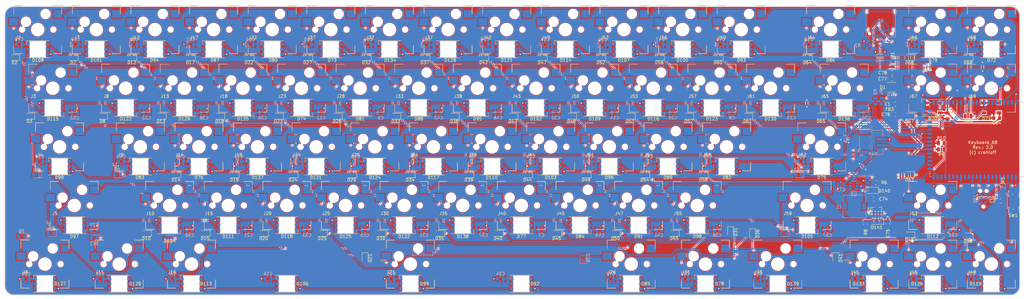
<source format=kicad_pcb>
(kicad_pcb (version 20171130) (host pcbnew 5.1.4-e60b266~84~ubuntu18.04.1)
  (layers (0 F.Cu signal) (31 B.Cu signal hide) (34 B.Paste user) (35 F.Paste user) (36 B.SilkS user) (37 F.SilkS user) (38 B.Mask user) (39 F.Mask user) (44 Edge.Cuts user))
  (net 0 "")
  (net 1 GND)
  (net 2 "Net-(D2-Pad2)")
  (net 3 "Net-(D3-Pad2)")
  (net 4 "Net-(D4-Pad2)")
  (net 5 "Net-(D5-Pad2)")
  (net 6 "Net-(D6-Pad2)")
  (net 7 "Net-(D7-Pad2)")
  (net 8 "Net-(D8-Pad2)")
  (net 9 "Net-(D9-Pad2)")
  (net 10 "Net-(D10-Pad2)")
  (net 11 "Net-(D11-Pad2)")
  (net 12 "Net-(D12-Pad2)")
  (net 13 "Net-(D13-Pad2)")
  (net 14 "Net-(D14-Pad2)")
  (net 15 "Net-(D15-Pad2)")
  (net 16 "Net-(D16-Pad2)")
  (net 17 "Net-(D17-Pad2)")
  (net 18 "Net-(D18-Pad2)")
  (net 19 "Net-(D19-Pad2)")
  (net 20 "Net-(D20-Pad2)")
  (net 21 "Net-(D21-Pad2)")
  (net 22 "Net-(D22-Pad2)")
  (net 23 "Net-(D23-Pad2)")
  (net 24 "Net-(D24-Pad2)")
  (net 25 "Net-(D25-Pad2)")
  (net 26 "Net-(D26-Pad2)")
  (net 27 "Net-(D27-Pad2)")
  (net 28 "Net-(D28-Pad2)")
  (net 29 "Net-(D29-Pad2)")
  (net 30 "Net-(D30-Pad2)")
  (net 31 "Net-(D31-Pad2)")
  (net 32 "Net-(D32-Pad2)")
  (net 33 "Net-(D33-Pad2)")
  (net 34 "Net-(D34-Pad2)")
  (net 35 "Net-(D35-Pad2)")
  (net 36 "Net-(D36-Pad2)")
  (net 37 "Net-(D37-Pad2)")
  (net 38 "Net-(D38-Pad2)")
  (net 39 "Net-(D39-Pad2)")
  (net 40 "Net-(D40-Pad2)")
  (net 41 "Net-(D41-Pad2)")
  (net 42 "Net-(D42-Pad2)")
  (net 43 "Net-(D43-Pad2)")
  (net 44 "Net-(D44-Pad2)")
  (net 45 "Net-(D45-Pad2)")
  (net 46 "Net-(D46-Pad2)")
  (net 47 "Net-(D47-Pad2)")
  (net 48 "Net-(D48-Pad2)")
  (net 49 "Net-(D49-Pad2)")
  (net 50 "Net-(D50-Pad2)")
  (net 51 "Net-(D51-Pad2)")
  (net 52 "Net-(D52-Pad2)")
  (net 53 "Net-(D53-Pad2)")
  (net 54 "Net-(D54-Pad2)")
  (net 55 "Net-(D55-Pad2)")
  (net 56 "Net-(D56-Pad2)")
  (net 57 "Net-(D57-Pad2)")
  (net 58 "Net-(D58-Pad2)")
  (net 59 "Net-(D59-Pad2)")
  (net 60 "Net-(D60-Pad2)")
  (net 61 "Net-(D61-Pad2)")
  (net 62 "Net-(D62-Pad2)")
  (net 63 "Net-(D63-Pad2)")
  (net 64 "Net-(D64-Pad2)")
  (net 65 "Net-(D65-Pad2)")
  (net 66 "Net-(D66-Pad2)")
  (net 67 "Net-(D67-Pad2)")
  (net 68 "Net-(D68-Pad2)")
  (net 69 COLUMN_0)
  (net 70 COLUMN_1)
  (net 71 COLUMN_2)
  (net 72 COLUMN_3)
  (net 73 COLUMN_4)
  (net 74 COLUMN_5)
  (net 75 COLUMN_6)
  (net 76 COLUMN_7)
  (net 77 COLUMN_8)
  (net 78 COLUMN_9)
  (net 79 COLUMN_10)
  (net 80 COLUMN_11)
  (net 81 COLUMN_12)
  (net 82 COLUMN_13)
  (net 83 COLUMN_14)
  (net 84 COLUMN_15)
  (net 85 "Net-(D69-Pad2)")
  (net 86 ROW_0)
  (net 87 ROW_1)
  (net 88 ROW_2)
  (net 89 ROW_3)
  (net 90 ROW_4)
  (net 91 "Net-(U2-Pad9)")
  (net 92 "Net-(U2-Pad23)")
  (net 93 "Net-(U2-Pad25)")
  (net 94 "Net-(U2-Pad41)")
  (net 95 "Net-(U2-Pad43)")
  (net 96 "Net-(U2-Pad44)")
  (net 97 "Net-(U2-Pad47)")
  (net 98 "Net-(U2-Pad48)")
  (net 99 "Net-(U2-Pad27)")
  (net 100 D+)
  (net 101 D-)
  (net 102 VBUS)
  (net 103 VDD_BAT)
  (net 104 "Net-(U2-Pad35)")
  (net 105 "Net-(U2-Pad37)")
  (net 106 "Net-(D1-Pad2)")
  (net 107 "Net-(R1-Pad1)")
  (net 108 "Net-(R2-Pad1)")
  (net 109 "Net-(U1-PadA2)")
  (net 110 "Net-(U1-PadA3)")
  (net 111 "Net-(U1-PadA10)")
  (net 112 "Net-(U1-PadA8)")
  (net 113 "Net-(U1-PadA11)")
  (net 114 "Net-(U1-PadB2)")
  (net 115 "Net-(U1-PadB3)")
  (net 116 "Net-(U1-PadB8)")
  (net 117 "Net-(U1-PadB10)")
  (net 118 "Net-(U1-PadB11)")
  (net 119 LED_DATA)
  (net 120 "Net-(D70-Pad2)")
  (net 121 "Net-(D133-Pad2)")
  (net 122 "Net-(D71-Pad2)")
  (net 123 "Net-(D134-Pad2)")
  (net 124 "Net-(D72-Pad2)")
  (net 125 "Net-(D135-Pad2)")
  (net 126 "Net-(D73-Pad2)")
  (net 127 "Net-(D136-Pad2)")
  (net 128 "Net-(D74-Pad2)")
  (net 129 "Net-(D137-Pad2)")
  (net 130 "Net-(D75-Pad2)")
  (net 131 "Net-(D138-Pad2)")
  (net 132 "Net-(D76-Pad2)")
  (net 133 "Net-(D77-Pad2)")
  (net 134 "Net-(D78-Pad2)")
  (net 135 "Net-(D79-Pad2)")
  (net 136 "Net-(D80-Pad2)")
  (net 137 "Net-(D81-Pad2)")
  (net 138 "Net-(D82-Pad2)")
  (net 139 "Net-(D83-Pad2)")
  (net 140 "Net-(D84-Pad2)")
  (net 141 "Net-(D85-Pad2)")
  (net 142 "Net-(D86-Pad2)")
  (net 143 "Net-(D87-Pad2)")
  (net 144 "Net-(D88-Pad2)")
  (net 145 "Net-(D89-Pad2)")
  (net 146 "Net-(D90-Pad2)")
  (net 147 "Net-(D91-Pad2)")
  (net 148 "Net-(D92-Pad2)")
  (net 149 "Net-(D100-Pad4)")
  (net 150 "Net-(D101-Pad4)")
  (net 151 "Net-(D102-Pad4)")
  (net 152 "Net-(D103-Pad4)")
  (net 153 "Net-(D104-Pad4)")
  (net 154 "Net-(D105-Pad4)")
  (net 155 "Net-(D106-Pad4)")
  (net 156 "Net-(D100-Pad2)")
  (net 157 "Net-(D101-Pad2)")
  (net 158 "Net-(D102-Pad2)")
  (net 159 "Net-(D103-Pad2)")
  (net 160 "Net-(D104-Pad2)")
  (net 161 "Net-(D105-Pad2)")
  (net 162 "Net-(D106-Pad2)")
  (net 163 "Net-(D107-Pad2)")
  (net 164 "Net-(D108-Pad2)")
  (net 165 "Net-(D109-Pad2)")
  (net 166 "Net-(D110-Pad2)")
  (net 167 "Net-(D111-Pad2)")
  (net 168 "Net-(D112-Pad2)")
  (net 169 "Net-(D113-Pad2)")
  (net 170 "Net-(D114-Pad2)")
  (net 171 "Net-(D115-Pad2)")
  (net 172 "Net-(D116-Pad2)")
  (net 173 "Net-(D117-Pad2)")
  (net 174 "Net-(D118-Pad2)")
  (net 175 "Net-(D119-Pad2)")
  (net 176 "Net-(D120-Pad2)")
  (net 177 "Net-(D121-Pad2)")
  (net 178 "Net-(D122-Pad2)")
  (net 179 "Net-(D123-Pad2)")
  (net 180 "Net-(D124-Pad2)")
  (net 181 "Net-(D125-Pad2)")
  (net 182 "Net-(D126-Pad2)")
  (net 183 "Net-(D127-Pad2)")
  (net 184 "Net-(D128-Pad2)")
  (net 185 "Net-(D129-Pad2)")
  (net 186 "Net-(D130-Pad2)")
  (net 187 "Net-(D131-Pad2)")
  (net 188 "Net-(D132-Pad2)")
  (net 189 "Net-(D139-Pad2)")
  (net 190 LED_POWER)
  (net 191 VDD_nRF)
  (net 192 "Net-(R6-Pad1)")
  (net 193 "Net-(U3-Pad6)")
  (net 194 "Net-(D140-Pad2)")
  (net 195 "Net-(C74-Pad1)")
  (net 196 "Net-(U2-Pad2)")
  (net 197 "Net-(C1-Pad1)")
  (net 198 "Net-(D1-Pad3)")
  (net 199 "Net-(FB1-Pad2)")
  (net 200 "Net-(FB2-Pad2)")
  (net 201 nRST)
  (net 202 SWDIO)
  (net 203 SWCLK)
  (net 204 "Net-(J70-Pad6)")
  (net 205 VDIV)
  (net 206 "Net-(U2-Pad3)")
  (net 207 "Net-(U2-Pad5)")
  (net 208 "Net-(U2-Pad7)")
  (net 209 "Net-(U2-Pad10)")
  (net 210 "Net-(U2-Pad11)")
  (net 211 "Net-(U2-Pad12)")
  (net 212 "Net-(U2-Pad14)")
  (net 213 "Net-(U2-Pad17)")
  (net 214 "Net-(U2-Pad21)")
  (net 215 "Net-(U2-Pad50)")
  (net 216 "Net-(U2-Pad52)")
  (net 217 "Net-(U2-Pad54)")
  (module Kailh:Kaihl_socket_CPG151101S11 (layer F.Cu) (at 271.9705 50.4825)
    (fp_text reference J57 (at -6.3 2.6) (layer F.SilkS))
    (fp_text value Conn_01x02_Female hide)
    (pad 1 smd rect (at 6.6 -5.08) (size 3 2.5) (layers B.Cu B.Paste B.Mask) (net 87 ROW_1))
    (pad 2 smd rect (at -7.8 -2.54) (size 3 2.5) (layers B.Cu B.Paste B.Mask) (net 57 "Net-(D57-Pad2)"))
    (pad "" np_thru_hole circle (at 0 0) (size 3.9878 3.9878) (drill 3.9878) (layers *.Cu *.Mask))
    (pad "" np_thru_hole circle (at 2.54 -5.08) (size 3 3) (drill 3) (layers *.Cu *.Mask))
    (pad "" np_thru_hole circle (at 5.08 0) (size 1.7018 1.7018) (drill 1.7018) (layers *.Cu *.Mask))
    (pad "" np_thru_hole circle (at -5.08 0) (size 1.7018 1.7018) (drill 1.7018) (layers *.Cu *.Mask))
    (pad "" np_thru_hole circle (at -3.81 -2.54) (size 3 3) (drill 3) (layers *.Cu *.Mask))
  )
  (module Kailh:Kaihl_socket_CPG151101S11 (layer F.Cu) (at 167.1955 31.4325)
    (fp_text reference J32 (at -6.3 2.6) (layer F.SilkS))
    (fp_text value Conn_01x02_Female hide)
    (pad 1 smd rect (at 6.6 -5.08) (size 3 2.5) (layers B.Cu B.Paste B.Mask) (net 86 ROW_0))
    (pad 2 smd rect (at -7.8 -2.54) (size 3 2.5) (layers B.Cu B.Paste B.Mask) (net 32 "Net-(D32-Pad2)"))
    (pad "" np_thru_hole circle (at 0 0) (size 3.9878 3.9878) (drill 3.9878) (layers *.Cu *.Mask))
    (pad "" np_thru_hole circle (at 2.54 -5.08) (size 3 3) (drill 3) (layers *.Cu *.Mask))
    (pad "" np_thru_hole circle (at 5.08 0) (size 1.7018 1.7018) (drill 1.7018) (layers *.Cu *.Mask))
    (pad "" np_thru_hole circle (at -5.08 0) (size 1.7018 1.7018) (drill 1.7018) (layers *.Cu *.Mask))
    (pad "" np_thru_hole circle (at -3.81 -2.54) (size 3 3) (drill 3) (layers *.Cu *.Mask))
  )
  (module ws2812_inPCB:ws2812_inPCB (layer F.Cu) (at 57.785 56.872 180)
    (fp_text reference D115 (at 0 -3.556) (layer F.SilkS))
    (fp_text value WS2812B hide)
    (pad 7 thru_hole circle (at 0 0 180) (size 5 5) (drill 5) (layers *.Cu *.Mask))
    (pad 7 thru_hole circle (at 2.3 2.1 180) (size 0.5 0.5) (drill 0.5) (layers *.Cu *.Mask))
    (pad 7 thru_hole circle (at 2.3 2.15 180) (size 0.5 0.5) (drill 0.5) (layers *.Cu *.Mask))
    (pad 7 thru_hole circle (at 2.3 2.2 180) (size 0.5 0.5) (drill 0.5) (layers *.Cu *.Mask))
    (pad 7 thru_hole circle (at 2.3 2.25 180) (size 0.5 0.5) (drill 0.5) (layers *.Cu *.Mask))
    (pad 7 thru_hole circle (at 2.1 2.3 180) (size 0.5 0.5) (drill 0.5) (layers *.Cu *.Mask))
    (pad 7 thru_hole circle (at 2.15 2.3 180) (size 0.5 0.5) (drill 0.5) (layers *.Cu *.Mask))
    (pad 7 thru_hole circle (at 2.2 2.3 180) (size 0.5 0.5) (drill 0.5) (layers *.Cu *.Mask))
    (pad 7 thru_hole circle (at 2.25 2.3 180) (size 0.5 0.5) (drill 0.5) (layers *.Cu *.Mask))
    (pad 7 thru_hole circle (at 2.3 2.3 180) (size 0.5 0.5) (drill 0.5) (layers *.Cu *.Mask))
    (pad 7 thru_hole circle (at -2.15 2.3 180) (size 0.5 0.5) (drill 0.5) (layers *.Cu *.Mask))
    (pad 7 thru_hole circle (at -2.2 2.3 180) (size 0.5 0.5) (drill 0.5) (layers *.Cu *.Mask))
    (pad 7 thru_hole circle (at -2.3 2.25 180) (size 0.5 0.5) (drill 0.5) (layers *.Cu *.Mask))
    (pad 7 thru_hole circle (at -2.3 2.15 180) (size 0.5 0.5) (drill 0.5) (layers *.Cu *.Mask))
    (pad 7 thru_hole circle (at -2.3 2.3 180) (size 0.5 0.5) (drill 0.5) (layers *.Cu *.Mask))
    (pad 7 thru_hole circle (at 2.3 -2.1 180) (size 0.5 0.5) (drill 0.5) (layers *.Cu *.Mask))
    (pad 7 thru_hole circle (at 2.3 -2.15 180) (size 0.5 0.5) (drill 0.5) (layers *.Cu *.Mask))
    (pad 7 thru_hole circle (at 2.3 -2.2 180) (size 0.5 0.5) (drill 0.5) (layers *.Cu *.Mask))
    (pad 7 thru_hole circle (at 2.3 -2.25 180) (size 0.5 0.5) (drill 0.5) (layers *.Cu *.Mask))
    (pad 7 thru_hole circle (at 2.1 -2.3 180) (size 0.5 0.5) (drill 0.5) (layers *.Cu *.Mask))
    (pad 7 thru_hole circle (at 2.15 -2.3 180) (size 0.5 0.5) (drill 0.5) (layers *.Cu *.Mask))
    (pad 7 thru_hole circle (at 2.2 -2.3 180) (size 0.5 0.5) (drill 0.5) (layers *.Cu *.Mask))
    (pad 7 thru_hole circle (at 2.25 -2.3 180) (size 0.5 0.5) (drill 0.5) (layers *.Cu *.Mask))
    (pad 7 thru_hole circle (at 2.3 -2.3 180) (size 0.5 0.5) (drill 0.5) (layers *.Cu *.Mask))
    (pad 7 thru_hole circle (at -2.3 -2.3 180) (size 0.5 0.5) (drill 0.5) (layers *.Cu *.Mask))
    (pad 7 thru_hole circle (at -2.25 -2.3 180) (size 0.5 0.5) (drill 0.5) (layers *.Cu *.Mask))
    (pad 7 thru_hole circle (at -2.3 -2.25 180) (size 0.5 0.5) (drill 0.5) (layers *.Cu *.Mask))
    (pad 7 thru_hole circle (at -2.3 -2.15 180) (size 0.5 0.5) (drill 0.5) (layers *.Cu *.Mask))
    (pad 7 thru_hole circle (at -2.2 -2.3 180) (size 0.5 0.5) (drill 0.5) (layers *.Cu *.Mask))
    (pad 7 thru_hole circle (at -2.15 -2.3 180) (size 0.5 0.5) (drill 0.5) (layers *.Cu *.Mask))
    (pad 7 thru_hole circle (at -2.1 -2.3 180) (size 0.5 0.5) (drill 0.5) (layers *.Cu *.Mask))
    (pad 7 thru_hole oval (at 2.05 0 270) (size 5.1 1) (drill oval 5.1 1) (layers *.Cu *.Mask))
    (pad 7 thru_hole oval (at 0 2.05 180) (size 5.1 1) (drill oval 5.1 1) (layers *.Cu *.Mask))
    (pad 7 thru_hole oval (at -2.05 0 270) (size 5.1 1) (drill oval 5.1 1) (layers *.Cu *.Mask))
    (pad 7 thru_hole oval (at 0 -2.05 180) (size 5.1 1) (drill oval 5.1 1) (layers *.Cu *.Mask))
    (pad 4 smd rect (at 3.1115 -1.6 180) (size 1 1) (layers B.Cu B.Paste B.Mask) (net 164 "Net-(D108-Pad2)"))
    (pad 6 smd rect (at 3.1115 0 180) (size 1 1) (layers B.Cu B.Paste B.Mask))
    (pad 3 smd rect (at 3.1115 1.6 180) (size 1 1) (layers B.Cu B.Paste B.Mask) (net 1 GND))
    (pad 2 smd rect (at -3.1115 1.6 180) (size 1 1) (layers B.Cu B.Paste B.Mask) (net 171 "Net-(D115-Pad2)"))
    (pad 5 smd rect (at -3.1115 0 180) (size 1 1) (layers B.Cu B.Paste B.Mask))
    (pad 1 smd rect (at -3.1115 -1.6 180) (size 1 1) (layers B.Cu B.Paste B.Mask) (net 190 LED_POWER))
  )
  (module Kailh:Kaihl_socket_CPG151101S11 (layer F.Cu) (at 307.6575 69.5325)
    (fp_text reference J62 (at -6.3 2.6) (layer F.SilkS))
    (fp_text value Conn_01x02_Female hide)
    (pad "" np_thru_hole circle (at -3.81 -2.54) (size 3 3) (drill 3) (layers *.Cu *.Mask))
    (pad "" np_thru_hole circle (at -5.08 0) (size 1.7018 1.7018) (drill 1.7018) (layers *.Cu *.Mask))
    (pad "" np_thru_hole circle (at 5.08 0) (size 1.7018 1.7018) (drill 1.7018) (layers *.Cu *.Mask))
    (pad "" np_thru_hole circle (at 2.54 -5.08) (size 3 3) (drill 3) (layers *.Cu *.Mask))
    (pad "" np_thru_hole circle (at 0 0) (size 3.9878 3.9878) (drill 3.9878) (layers *.Cu *.Mask))
    (pad 2 smd rect (at -7.8 -2.54) (size 3 2.5) (layers B.Cu B.Paste B.Mask) (net 62 "Net-(D62-Pad2)"))
    (pad 1 smd rect (at 6.6 -5.08) (size 3 2.5) (layers B.Cu B.Paste B.Mask) (net 88 ROW_2))
  )
  (module Kailh:Kaihl_socket_CPG151101S11 (layer F.Cu) (at 362.7755 31.4325)
    (fp_text reference J68 (at -6.3 2.6) (layer F.SilkS))
    (fp_text value Conn_01x02_Female hide)
    (pad 1 smd rect (at 6.6 -5.08) (size 3 2.5) (layers B.Cu B.Paste B.Mask) (net 86 ROW_0))
    (pad 2 smd rect (at -7.8 -2.54) (size 3 2.5) (layers B.Cu B.Paste B.Mask) (net 68 "Net-(D68-Pad2)"))
    (pad "" np_thru_hole circle (at 0 0) (size 3.9878 3.9878) (drill 3.9878) (layers *.Cu *.Mask))
    (pad "" np_thru_hole circle (at 2.54 -5.08) (size 3 3) (drill 3) (layers *.Cu *.Mask))
    (pad "" np_thru_hole circle (at 5.08 0) (size 1.7018 1.7018) (drill 1.7018) (layers *.Cu *.Mask))
    (pad "" np_thru_hole circle (at -5.08 0) (size 1.7018 1.7018) (drill 1.7018) (layers *.Cu *.Mask))
    (pad "" np_thru_hole circle (at -3.81 -2.54) (size 3 3) (drill 3) (layers *.Cu *.Mask))
  )
  (module ws2812_inPCB:ws2812_inPCB (layer F.Cu) (at 138.6205 56.872 180)
    (fp_text reference D74 (at 0 -3.556) (layer F.SilkS))
    (fp_text value WS2812B hide)
    (pad 7 thru_hole circle (at 0 0 180) (size 5 5) (drill 5) (layers *.Cu *.Mask))
    (pad 7 thru_hole circle (at 2.3 2.1 180) (size 0.5 0.5) (drill 0.5) (layers *.Cu *.Mask))
    (pad 7 thru_hole circle (at 2.3 2.15 180) (size 0.5 0.5) (drill 0.5) (layers *.Cu *.Mask))
    (pad 7 thru_hole circle (at 2.3 2.2 180) (size 0.5 0.5) (drill 0.5) (layers *.Cu *.Mask))
    (pad 7 thru_hole circle (at 2.3 2.25 180) (size 0.5 0.5) (drill 0.5) (layers *.Cu *.Mask))
    (pad 7 thru_hole circle (at 2.1 2.3 180) (size 0.5 0.5) (drill 0.5) (layers *.Cu *.Mask))
    (pad 7 thru_hole circle (at 2.15 2.3 180) (size 0.5 0.5) (drill 0.5) (layers *.Cu *.Mask))
    (pad 7 thru_hole circle (at 2.2 2.3 180) (size 0.5 0.5) (drill 0.5) (layers *.Cu *.Mask))
    (pad 7 thru_hole circle (at 2.25 2.3 180) (size 0.5 0.5) (drill 0.5) (layers *.Cu *.Mask))
    (pad 7 thru_hole circle (at 2.3 2.3 180) (size 0.5 0.5) (drill 0.5) (layers *.Cu *.Mask))
    (pad 7 thru_hole circle (at -2.15 2.3 180) (size 0.5 0.5) (drill 0.5) (layers *.Cu *.Mask))
    (pad 7 thru_hole circle (at -2.2 2.3 180) (size 0.5 0.5) (drill 0.5) (layers *.Cu *.Mask))
    (pad 7 thru_hole circle (at -2.3 2.25 180) (size 0.5 0.5) (drill 0.5) (layers *.Cu *.Mask))
    (pad 7 thru_hole circle (at -2.3 2.15 180) (size 0.5 0.5) (drill 0.5) (layers *.Cu *.Mask))
    (pad 7 thru_hole circle (at -2.3 2.3 180) (size 0.5 0.5) (drill 0.5) (layers *.Cu *.Mask))
    (pad 7 thru_hole circle (at 2.3 -2.1 180) (size 0.5 0.5) (drill 0.5) (layers *.Cu *.Mask))
    (pad 7 thru_hole circle (at 2.3 -2.15 180) (size 0.5 0.5) (drill 0.5) (layers *.Cu *.Mask))
    (pad 7 thru_hole circle (at 2.3 -2.2 180) (size 0.5 0.5) (drill 0.5) (layers *.Cu *.Mask))
    (pad 7 thru_hole circle (at 2.3 -2.25 180) (size 0.5 0.5) (drill 0.5) (layers *.Cu *.Mask))
    (pad 7 thru_hole circle (at 2.1 -2.3 180) (size 0.5 0.5) (drill 0.5) (layers *.Cu *.Mask))
    (pad 7 thru_hole circle (at 2.15 -2.3 180) (size 0.5 0.5) (drill 0.5) (layers *.Cu *.Mask))
    (pad 7 thru_hole circle (at 2.2 -2.3 180) (size 0.5 0.5) (drill 0.5) (layers *.Cu *.Mask))
    (pad 7 thru_hole circle (at 2.25 -2.3 180) (size 0.5 0.5) (drill 0.5) (layers *.Cu *.Mask))
    (pad 7 thru_hole circle (at 2.3 -2.3 180) (size 0.5 0.5) (drill 0.5) (layers *.Cu *.Mask))
    (pad 7 thru_hole circle (at -2.3 -2.3 180) (size 0.5 0.5) (drill 0.5) (layers *.Cu *.Mask))
    (pad 7 thru_hole circle (at -2.25 -2.3 180) (size 0.5 0.5) (drill 0.5) (layers *.Cu *.Mask))
    (pad 7 thru_hole circle (at -2.3 -2.25 180) (size 0.5 0.5) (drill 0.5) (layers *.Cu *.Mask))
    (pad 7 thru_hole circle (at -2.3 -2.15 180) (size 0.5 0.5) (drill 0.5) (layers *.Cu *.Mask))
    (pad 7 thru_hole circle (at -2.2 -2.3 180) (size 0.5 0.5) (drill 0.5) (layers *.Cu *.Mask))
    (pad 7 thru_hole circle (at -2.15 -2.3 180) (size 0.5 0.5) (drill 0.5) (layers *.Cu *.Mask))
    (pad 7 thru_hole circle (at -2.1 -2.3 180) (size 0.5 0.5) (drill 0.5) (layers *.Cu *.Mask))
    (pad 7 thru_hole oval (at 2.05 0 270) (size 5.1 1) (drill oval 5.1 1) (layers *.Cu *.Mask))
    (pad 7 thru_hole oval (at 0 2.05 180) (size 5.1 1) (drill oval 5.1 1) (layers *.Cu *.Mask))
    (pad 7 thru_hole oval (at -2.05 0 270) (size 5.1 1) (drill oval 5.1 1) (layers *.Cu *.Mask))
    (pad 7 thru_hole oval (at 0 -2.05 180) (size 5.1 1) (drill oval 5.1 1) (layers *.Cu *.Mask))
    (pad 4 smd rect (at 3.1115 -1.6 180) (size 1 1) (layers B.Cu B.Paste B.Mask) (net 125 "Net-(D135-Pad2)"))
    (pad 6 smd rect (at 3.1115 0 180) (size 1 1) (layers B.Cu B.Paste B.Mask))
    (pad 3 smd rect (at 3.1115 1.6 180) (size 1 1) (layers B.Cu B.Paste B.Mask) (net 1 GND))
    (pad 2 smd rect (at -3.1115 1.6 180) (size 1 1) (layers B.Cu B.Paste B.Mask) (net 128 "Net-(D74-Pad2)"))
    (pad 5 smd rect (at -3.1115 0 180) (size 1 1) (layers B.Cu B.Paste B.Mask))
    (pad 1 smd rect (at -3.1115 -1.6 180) (size 1 1) (layers B.Cu B.Paste B.Mask) (net 190 LED_POWER))
  )
  (module ws2812_inPCB:ws2812_inPCB (layer F.Cu) (at 307.6575 75.922)
    (fp_text reference D75 (at 0 3.556) (layer F.SilkS))
    (fp_text value WS2812B hide)
    (pad 7 thru_hole circle (at 0 0) (size 5 5) (drill 5) (layers *.Cu *.Mask))
    (pad 7 thru_hole circle (at 2.3 2.1) (size 0.5 0.5) (drill 0.5) (layers *.Cu *.Mask))
    (pad 7 thru_hole circle (at 2.3 2.15) (size 0.5 0.5) (drill 0.5) (layers *.Cu *.Mask))
    (pad 7 thru_hole circle (at 2.3 2.2) (size 0.5 0.5) (drill 0.5) (layers *.Cu *.Mask))
    (pad 7 thru_hole circle (at 2.3 2.25) (size 0.5 0.5) (drill 0.5) (layers *.Cu *.Mask))
    (pad 7 thru_hole circle (at 2.1 2.3) (size 0.5 0.5) (drill 0.5) (layers *.Cu *.Mask))
    (pad 7 thru_hole circle (at 2.15 2.3) (size 0.5 0.5) (drill 0.5) (layers *.Cu *.Mask))
    (pad 7 thru_hole circle (at 2.2 2.3) (size 0.5 0.5) (drill 0.5) (layers *.Cu *.Mask))
    (pad 7 thru_hole circle (at 2.25 2.3) (size 0.5 0.5) (drill 0.5) (layers *.Cu *.Mask))
    (pad 7 thru_hole circle (at 2.3 2.3) (size 0.5 0.5) (drill 0.5) (layers *.Cu *.Mask))
    (pad 7 thru_hole circle (at -2.15 2.3) (size 0.5 0.5) (drill 0.5) (layers *.Cu *.Mask))
    (pad 7 thru_hole circle (at -2.2 2.3) (size 0.5 0.5) (drill 0.5) (layers *.Cu *.Mask))
    (pad 7 thru_hole circle (at -2.3 2.25) (size 0.5 0.5) (drill 0.5) (layers *.Cu *.Mask))
    (pad 7 thru_hole circle (at -2.3 2.15) (size 0.5 0.5) (drill 0.5) (layers *.Cu *.Mask))
    (pad 7 thru_hole circle (at -2.3 2.3) (size 0.5 0.5) (drill 0.5) (layers *.Cu *.Mask))
    (pad 7 thru_hole circle (at 2.3 -2.1) (size 0.5 0.5) (drill 0.5) (layers *.Cu *.Mask))
    (pad 7 thru_hole circle (at 2.3 -2.15) (size 0.5 0.5) (drill 0.5) (layers *.Cu *.Mask))
    (pad 7 thru_hole circle (at 2.3 -2.2) (size 0.5 0.5) (drill 0.5) (layers *.Cu *.Mask))
    (pad 7 thru_hole circle (at 2.3 -2.25) (size 0.5 0.5) (drill 0.5) (layers *.Cu *.Mask))
    (pad 7 thru_hole circle (at 2.1 -2.3) (size 0.5 0.5) (drill 0.5) (layers *.Cu *.Mask))
    (pad 7 thru_hole circle (at 2.15 -2.3) (size 0.5 0.5) (drill 0.5) (layers *.Cu *.Mask))
    (pad 7 thru_hole circle (at 2.2 -2.3) (size 0.5 0.5) (drill 0.5) (layers *.Cu *.Mask))
    (pad 7 thru_hole circle (at 2.25 -2.3) (size 0.5 0.5) (drill 0.5) (layers *.Cu *.Mask))
    (pad 7 thru_hole circle (at 2.3 -2.3) (size 0.5 0.5) (drill 0.5) (layers *.Cu *.Mask))
    (pad 7 thru_hole circle (at -2.3 -2.3) (size 0.5 0.5) (drill 0.5) (layers *.Cu *.Mask))
    (pad 7 thru_hole circle (at -2.25 -2.3) (size 0.5 0.5) (drill 0.5) (layers *.Cu *.Mask))
    (pad 7 thru_hole circle (at -2.3 -2.25) (size 0.5 0.5) (drill 0.5) (layers *.Cu *.Mask))
    (pad 7 thru_hole circle (at -2.3 -2.15) (size 0.5 0.5) (drill 0.5) (layers *.Cu *.Mask))
    (pad 7 thru_hole circle (at -2.2 -2.3) (size 0.5 0.5) (drill 0.5) (layers *.Cu *.Mask))
    (pad 7 thru_hole circle (at -2.15 -2.3) (size 0.5 0.5) (drill 0.5) (layers *.Cu *.Mask))
    (pad 7 thru_hole circle (at -2.1 -2.3) (size 0.5 0.5) (drill 0.5) (layers *.Cu *.Mask))
    (pad 7 thru_hole oval (at 2.05 0 90) (size 5.1 1) (drill oval 5.1 1) (layers *.Cu *.Mask))
    (pad 7 thru_hole oval (at 0 2.05) (size 5.1 1) (drill oval 5.1 1) (layers *.Cu *.Mask))
    (pad 7 thru_hole oval (at -2.05 0 90) (size 5.1 1) (drill oval 5.1 1) (layers *.Cu *.Mask))
    (pad 7 thru_hole oval (at 0 -2.05) (size 5.1 1) (drill oval 5.1 1) (layers *.Cu *.Mask))
    (pad 4 smd rect (at 3.1115 -1.6) (size 1 1) (layers B.Cu B.Paste B.Mask) (net 127 "Net-(D136-Pad2)"))
    (pad 6 smd rect (at 3.1115 0) (size 1 1) (layers B.Cu B.Paste B.Mask))
    (pad 3 smd rect (at 3.1115 1.6) (size 1 1) (layers B.Cu B.Paste B.Mask) (net 1 GND))
    (pad 2 smd rect (at -3.1115 1.6) (size 1 1) (layers B.Cu B.Paste B.Mask) (net 130 "Net-(D75-Pad2)"))
    (pad 5 smd rect (at -3.1115 0) (size 1 1) (layers B.Cu B.Paste B.Mask))
    (pad 1 smd rect (at -3.1115 -1.6) (size 1 1) (layers B.Cu B.Paste B.Mask) (net 190 LED_POWER))
  )
  (module ws2812_inPCB:ws2812_inPCB (layer F.Cu) (at 105.283 75.922)
    (fp_text reference D76 (at 0 3.556) (layer F.SilkS))
    (fp_text value WS2812B hide)
    (pad 7 thru_hole circle (at 0 0) (size 5 5) (drill 5) (layers *.Cu *.Mask))
    (pad 7 thru_hole circle (at 2.3 2.1) (size 0.5 0.5) (drill 0.5) (layers *.Cu *.Mask))
    (pad 7 thru_hole circle (at 2.3 2.15) (size 0.5 0.5) (drill 0.5) (layers *.Cu *.Mask))
    (pad 7 thru_hole circle (at 2.3 2.2) (size 0.5 0.5) (drill 0.5) (layers *.Cu *.Mask))
    (pad 7 thru_hole circle (at 2.3 2.25) (size 0.5 0.5) (drill 0.5) (layers *.Cu *.Mask))
    (pad 7 thru_hole circle (at 2.1 2.3) (size 0.5 0.5) (drill 0.5) (layers *.Cu *.Mask))
    (pad 7 thru_hole circle (at 2.15 2.3) (size 0.5 0.5) (drill 0.5) (layers *.Cu *.Mask))
    (pad 7 thru_hole circle (at 2.2 2.3) (size 0.5 0.5) (drill 0.5) (layers *.Cu *.Mask))
    (pad 7 thru_hole circle (at 2.25 2.3) (size 0.5 0.5) (drill 0.5) (layers *.Cu *.Mask))
    (pad 7 thru_hole circle (at 2.3 2.3) (size 0.5 0.5) (drill 0.5) (layers *.Cu *.Mask))
    (pad 7 thru_hole circle (at -2.15 2.3) (size 0.5 0.5) (drill 0.5) (layers *.Cu *.Mask))
    (pad 7 thru_hole circle (at -2.2 2.3) (size 0.5 0.5) (drill 0.5) (layers *.Cu *.Mask))
    (pad 7 thru_hole circle (at -2.3 2.25) (size 0.5 0.5) (drill 0.5) (layers *.Cu *.Mask))
    (pad 7 thru_hole circle (at -2.3 2.15) (size 0.5 0.5) (drill 0.5) (layers *.Cu *.Mask))
    (pad 7 thru_hole circle (at -2.3 2.3) (size 0.5 0.5) (drill 0.5) (layers *.Cu *.Mask))
    (pad 7 thru_hole circle (at 2.3 -2.1) (size 0.5 0.5) (drill 0.5) (layers *.Cu *.Mask))
    (pad 7 thru_hole circle (at 2.3 -2.15) (size 0.5 0.5) (drill 0.5) (layers *.Cu *.Mask))
    (pad 7 thru_hole circle (at 2.3 -2.2) (size 0.5 0.5) (drill 0.5) (layers *.Cu *.Mask))
    (pad 7 thru_hole circle (at 2.3 -2.25) (size 0.5 0.5) (drill 0.5) (layers *.Cu *.Mask))
    (pad 7 thru_hole circle (at 2.1 -2.3) (size 0.5 0.5) (drill 0.5) (layers *.Cu *.Mask))
    (pad 7 thru_hole circle (at 2.15 -2.3) (size 0.5 0.5) (drill 0.5) (layers *.Cu *.Mask))
    (pad 7 thru_hole circle (at 2.2 -2.3) (size 0.5 0.5) (drill 0.5) (layers *.Cu *.Mask))
    (pad 7 thru_hole circle (at 2.25 -2.3) (size 0.5 0.5) (drill 0.5) (layers *.Cu *.Mask))
    (pad 7 thru_hole circle (at 2.3 -2.3) (size 0.5 0.5) (drill 0.5) (layers *.Cu *.Mask))
    (pad 7 thru_hole circle (at -2.3 -2.3) (size 0.5 0.5) (drill 0.5) (layers *.Cu *.Mask))
    (pad 7 thru_hole circle (at -2.25 -2.3) (size 0.5 0.5) (drill 0.5) (layers *.Cu *.Mask))
    (pad 7 thru_hole circle (at -2.3 -2.25) (size 0.5 0.5) (drill 0.5) (layers *.Cu *.Mask))
    (pad 7 thru_hole circle (at -2.3 -2.15) (size 0.5 0.5) (drill 0.5) (layers *.Cu *.Mask))
    (pad 7 thru_hole circle (at -2.2 -2.3) (size 0.5 0.5) (drill 0.5) (layers *.Cu *.Mask))
    (pad 7 thru_hole circle (at -2.15 -2.3) (size 0.5 0.5) (drill 0.5) (layers *.Cu *.Mask))
    (pad 7 thru_hole circle (at -2.1 -2.3) (size 0.5 0.5) (drill 0.5) (layers *.Cu *.Mask))
    (pad 7 thru_hole oval (at 2.05 0 90) (size 5.1 1) (drill oval 5.1 1) (layers *.Cu *.Mask))
    (pad 7 thru_hole oval (at 0 2.05) (size 5.1 1) (drill oval 5.1 1) (layers *.Cu *.Mask))
    (pad 7 thru_hole oval (at -2.05 0 90) (size 5.1 1) (drill oval 5.1 1) (layers *.Cu *.Mask))
    (pad 7 thru_hole oval (at 0 -2.05) (size 5.1 1) (drill oval 5.1 1) (layers *.Cu *.Mask))
    (pad 4 smd rect (at 3.1115 -1.6) (size 1 1) (layers B.Cu B.Paste B.Mask) (net 129 "Net-(D137-Pad2)"))
    (pad 6 smd rect (at 3.1115 0) (size 1 1) (layers B.Cu B.Paste B.Mask))
    (pad 3 smd rect (at 3.1115 1.6) (size 1 1) (layers B.Cu B.Paste B.Mask) (net 1 GND))
    (pad 2 smd rect (at -3.1115 1.6) (size 1 1) (layers B.Cu B.Paste B.Mask) (net 132 "Net-(D76-Pad2)"))
    (pad 5 smd rect (at -3.1115 0) (size 1 1) (layers B.Cu B.Paste B.Mask))
    (pad 1 smd rect (at -3.1115 -1.6) (size 1 1) (layers B.Cu B.Paste B.Mask) (net 190 LED_POWER))
  )
  (module ws2812_inPCB:ws2812_inPCB (layer F.Cu) (at 269.875 114.022)
    (fp_text reference D78 (at 4.572 0) (layer F.SilkS))
    (fp_text value WS2812B hide)
    (pad 7 thru_hole circle (at 0 0) (size 5 5) (drill 5) (layers *.Cu *.Mask))
    (pad 7 thru_hole circle (at 2.3 2.1) (size 0.5 0.5) (drill 0.5) (layers *.Cu *.Mask))
    (pad 7 thru_hole circle (at 2.3 2.15) (size 0.5 0.5) (drill 0.5) (layers *.Cu *.Mask))
    (pad 7 thru_hole circle (at 2.3 2.2) (size 0.5 0.5) (drill 0.5) (layers *.Cu *.Mask))
    (pad 7 thru_hole circle (at 2.3 2.25) (size 0.5 0.5) (drill 0.5) (layers *.Cu *.Mask))
    (pad 7 thru_hole circle (at 2.1 2.3) (size 0.5 0.5) (drill 0.5) (layers *.Cu *.Mask))
    (pad 7 thru_hole circle (at 2.15 2.3) (size 0.5 0.5) (drill 0.5) (layers *.Cu *.Mask))
    (pad 7 thru_hole circle (at 2.2 2.3) (size 0.5 0.5) (drill 0.5) (layers *.Cu *.Mask))
    (pad 7 thru_hole circle (at 2.25 2.3) (size 0.5 0.5) (drill 0.5) (layers *.Cu *.Mask))
    (pad 7 thru_hole circle (at 2.3 2.3) (size 0.5 0.5) (drill 0.5) (layers *.Cu *.Mask))
    (pad 7 thru_hole circle (at -2.15 2.3) (size 0.5 0.5) (drill 0.5) (layers *.Cu *.Mask))
    (pad 7 thru_hole circle (at -2.2 2.3) (size 0.5 0.5) (drill 0.5) (layers *.Cu *.Mask))
    (pad 7 thru_hole circle (at -2.3 2.25) (size 0.5 0.5) (drill 0.5) (layers *.Cu *.Mask))
    (pad 7 thru_hole circle (at -2.3 2.15) (size 0.5 0.5) (drill 0.5) (layers *.Cu *.Mask))
    (pad 7 thru_hole circle (at -2.3 2.3) (size 0.5 0.5) (drill 0.5) (layers *.Cu *.Mask))
    (pad 7 thru_hole circle (at 2.3 -2.1) (size 0.5 0.5) (drill 0.5) (layers *.Cu *.Mask))
    (pad 7 thru_hole circle (at 2.3 -2.15) (size 0.5 0.5) (drill 0.5) (layers *.Cu *.Mask))
    (pad 7 thru_hole circle (at 2.3 -2.2) (size 0.5 0.5) (drill 0.5) (layers *.Cu *.Mask))
    (pad 7 thru_hole circle (at 2.3 -2.25) (size 0.5 0.5) (drill 0.5) (layers *.Cu *.Mask))
    (pad 7 thru_hole circle (at 2.1 -2.3) (size 0.5 0.5) (drill 0.5) (layers *.Cu *.Mask))
    (pad 7 thru_hole circle (at 2.15 -2.3) (size 0.5 0.5) (drill 0.5) (layers *.Cu *.Mask))
    (pad 7 thru_hole circle (at 2.2 -2.3) (size 0.5 0.5) (drill 0.5) (layers *.Cu *.Mask))
    (pad 7 thru_hole circle (at 2.25 -2.3) (size 0.5 0.5) (drill 0.5) (layers *.Cu *.Mask))
    (pad 7 thru_hole circle (at 2.3 -2.3) (size 0.5 0.5) (drill 0.5) (layers *.Cu *.Mask))
    (pad 7 thru_hole circle (at -2.3 -2.3) (size 0.5 0.5) (drill 0.5) (layers *.Cu *.Mask))
    (pad 7 thru_hole circle (at -2.25 -2.3) (size 0.5 0.5) (drill 0.5) (layers *.Cu *.Mask))
    (pad 7 thru_hole circle (at -2.3 -2.25) (size 0.5 0.5) (drill 0.5) (layers *.Cu *.Mask))
    (pad 7 thru_hole circle (at -2.3 -2.15) (size 0.5 0.5) (drill 0.5) (layers *.Cu *.Mask))
    (pad 7 thru_hole circle (at -2.2 -2.3) (size 0.5 0.5) (drill 0.5) (layers *.Cu *.Mask))
    (pad 7 thru_hole circle (at -2.15 -2.3) (size 0.5 0.5) (drill 0.5) (layers *.Cu *.Mask))
    (pad 7 thru_hole circle (at -2.1 -2.3) (size 0.5 0.5) (drill 0.5) (layers *.Cu *.Mask))
    (pad 7 thru_hole oval (at 2.05 0 90) (size 5.1 1) (drill oval 5.1 1) (layers *.Cu *.Mask))
    (pad 7 thru_hole oval (at 0 2.05) (size 5.1 1) (drill oval 5.1 1) (layers *.Cu *.Mask))
    (pad 7 thru_hole oval (at -2.05 0 90) (size 5.1 1) (drill oval 5.1 1) (layers *.Cu *.Mask))
    (pad 7 thru_hole oval (at 0 -2.05) (size 5.1 1) (drill oval 5.1 1) (layers *.Cu *.Mask))
    (pad 4 smd rect (at 3.1115 -1.6) (size 1 1) (layers B.Cu B.Paste B.Mask) (net 189 "Net-(D139-Pad2)"))
    (pad 6 smd rect (at 3.1115 0) (size 1 1) (layers B.Cu B.Paste B.Mask))
    (pad 3 smd rect (at 3.1115 1.6) (size 1 1) (layers B.Cu B.Paste B.Mask) (net 1 GND))
    (pad 2 smd rect (at -3.1115 1.6) (size 1 1) (layers B.Cu B.Paste B.Mask) (net 134 "Net-(D78-Pad2)"))
    (pad 5 smd rect (at -3.1115 0) (size 1 1) (layers B.Cu B.Paste B.Mask))
    (pad 1 smd rect (at -3.1115 -1.6) (size 1 1) (layers B.Cu B.Paste B.Mask) (net 190 LED_POWER))
  )
  (module ws2812_inPCB:ws2812_inPCB (layer F.Cu) (at 343.7255 37.822)
    (fp_text reference D79 (at 0.0635 3.556) (layer F.SilkS))
    (fp_text value WS2812B hide)
    (pad 7 thru_hole circle (at 0 0) (size 5 5) (drill 5) (layers *.Cu *.Mask))
    (pad 7 thru_hole circle (at 2.3 2.1) (size 0.5 0.5) (drill 0.5) (layers *.Cu *.Mask))
    (pad 7 thru_hole circle (at 2.3 2.15) (size 0.5 0.5) (drill 0.5) (layers *.Cu *.Mask))
    (pad 7 thru_hole circle (at 2.3 2.2) (size 0.5 0.5) (drill 0.5) (layers *.Cu *.Mask))
    (pad 7 thru_hole circle (at 2.3 2.25) (size 0.5 0.5) (drill 0.5) (layers *.Cu *.Mask))
    (pad 7 thru_hole circle (at 2.1 2.3) (size 0.5 0.5) (drill 0.5) (layers *.Cu *.Mask))
    (pad 7 thru_hole circle (at 2.15 2.3) (size 0.5 0.5) (drill 0.5) (layers *.Cu *.Mask))
    (pad 7 thru_hole circle (at 2.2 2.3) (size 0.5 0.5) (drill 0.5) (layers *.Cu *.Mask))
    (pad 7 thru_hole circle (at 2.25 2.3) (size 0.5 0.5) (drill 0.5) (layers *.Cu *.Mask))
    (pad 7 thru_hole circle (at 2.3 2.3) (size 0.5 0.5) (drill 0.5) (layers *.Cu *.Mask))
    (pad 7 thru_hole circle (at -2.15 2.3) (size 0.5 0.5) (drill 0.5) (layers *.Cu *.Mask))
    (pad 7 thru_hole circle (at -2.2 2.3) (size 0.5 0.5) (drill 0.5) (layers *.Cu *.Mask))
    (pad 7 thru_hole circle (at -2.3 2.25) (size 0.5 0.5) (drill 0.5) (layers *.Cu *.Mask))
    (pad 7 thru_hole circle (at -2.3 2.15) (size 0.5 0.5) (drill 0.5) (layers *.Cu *.Mask))
    (pad 7 thru_hole circle (at -2.3 2.3) (size 0.5 0.5) (drill 0.5) (layers *.Cu *.Mask))
    (pad 7 thru_hole circle (at 2.3 -2.1) (size 0.5 0.5) (drill 0.5) (layers *.Cu *.Mask))
    (pad 7 thru_hole circle (at 2.3 -2.15) (size 0.5 0.5) (drill 0.5) (layers *.Cu *.Mask))
    (pad 7 thru_hole circle (at 2.3 -2.2) (size 0.5 0.5) (drill 0.5) (layers *.Cu *.Mask))
    (pad 7 thru_hole circle (at 2.3 -2.25) (size 0.5 0.5) (drill 0.5) (layers *.Cu *.Mask))
    (pad 7 thru_hole circle (at 2.1 -2.3) (size 0.5 0.5) (drill 0.5) (layers *.Cu *.Mask))
    (pad 7 thru_hole circle (at 2.15 -2.3) (size 0.5 0.5) (drill 0.5) (layers *.Cu *.Mask))
    (pad 7 thru_hole circle (at 2.2 -2.3) (size 0.5 0.5) (drill 0.5) (layers *.Cu *.Mask))
    (pad 7 thru_hole circle (at 2.25 -2.3) (size 0.5 0.5) (drill 0.5) (layers *.Cu *.Mask))
    (pad 7 thru_hole circle (at 2.3 -2.3) (size 0.5 0.5) (drill 0.5) (layers *.Cu *.Mask))
    (pad 7 thru_hole circle (at -2.3 -2.3) (size 0.5 0.5) (drill 0.5) (layers *.Cu *.Mask))
    (pad 7 thru_hole circle (at -2.25 -2.3) (size 0.5 0.5) (drill 0.5) (layers *.Cu *.Mask))
    (pad 7 thru_hole circle (at -2.3 -2.25) (size 0.5 0.5) (drill 0.5) (layers *.Cu *.Mask))
    (pad 7 thru_hole circle (at -2.3 -2.15) (size 0.5 0.5) (drill 0.5) (layers *.Cu *.Mask))
    (pad 7 thru_hole circle (at -2.2 -2.3) (size 0.5 0.5) (drill 0.5) (layers *.Cu *.Mask))
    (pad 7 thru_hole circle (at -2.15 -2.3) (size 0.5 0.5) (drill 0.5) (layers *.Cu *.Mask))
    (pad 7 thru_hole circle (at -2.1 -2.3) (size 0.5 0.5) (drill 0.5) (layers *.Cu *.Mask))
    (pad 7 thru_hole oval (at 2.05 0 90) (size 5.1 1) (drill oval 5.1 1) (layers *.Cu *.Mask))
    (pad 7 thru_hole oval (at 0 2.05) (size 5.1 1) (drill oval 5.1 1) (layers *.Cu *.Mask))
    (pad 7 thru_hole oval (at -2.05 0 90) (size 5.1 1) (drill oval 5.1 1) (layers *.Cu *.Mask))
    (pad 7 thru_hole oval (at 0 -2.05) (size 5.1 1) (drill oval 5.1 1) (layers *.Cu *.Mask))
    (pad 4 smd rect (at 3.1115 -1.6) (size 1 1) (layers B.Cu B.Paste B.Mask) (net 124 "Net-(D72-Pad2)"))
    (pad 6 smd rect (at 3.1115 0) (size 1 1) (layers B.Cu B.Paste B.Mask))
    (pad 3 smd rect (at 3.1115 1.6) (size 1 1) (layers B.Cu B.Paste B.Mask) (net 1 GND))
    (pad 2 smd rect (at -3.1115 1.6) (size 1 1) (layers B.Cu B.Paste B.Mask) (net 135 "Net-(D79-Pad2)"))
    (pad 5 smd rect (at -3.1115 0) (size 1 1) (layers B.Cu B.Paste B.Mask))
    (pad 1 smd rect (at -3.1115 -1.6) (size 1 1) (layers B.Cu B.Paste B.Mask) (net 190 LED_POWER))
  )
  (module ws2812_inPCB:ws2812_inPCB (layer F.Cu) (at 129.0955 37.822)
    (fp_text reference D80 (at 0.3175 3.556) (layer F.SilkS))
    (fp_text value WS2812B hide)
    (pad 7 thru_hole circle (at 0 0) (size 5 5) (drill 5) (layers *.Cu *.Mask))
    (pad 7 thru_hole circle (at 2.3 2.1) (size 0.5 0.5) (drill 0.5) (layers *.Cu *.Mask))
    (pad 7 thru_hole circle (at 2.3 2.15) (size 0.5 0.5) (drill 0.5) (layers *.Cu *.Mask))
    (pad 7 thru_hole circle (at 2.3 2.2) (size 0.5 0.5) (drill 0.5) (layers *.Cu *.Mask))
    (pad 7 thru_hole circle (at 2.3 2.25) (size 0.5 0.5) (drill 0.5) (layers *.Cu *.Mask))
    (pad 7 thru_hole circle (at 2.1 2.3) (size 0.5 0.5) (drill 0.5) (layers *.Cu *.Mask))
    (pad 7 thru_hole circle (at 2.15 2.3) (size 0.5 0.5) (drill 0.5) (layers *.Cu *.Mask))
    (pad 7 thru_hole circle (at 2.2 2.3) (size 0.5 0.5) (drill 0.5) (layers *.Cu *.Mask))
    (pad 7 thru_hole circle (at 2.25 2.3) (size 0.5 0.5) (drill 0.5) (layers *.Cu *.Mask))
    (pad 7 thru_hole circle (at 2.3 2.3) (size 0.5 0.5) (drill 0.5) (layers *.Cu *.Mask))
    (pad 7 thru_hole circle (at -2.15 2.3) (size 0.5 0.5) (drill 0.5) (layers *.Cu *.Mask))
    (pad 7 thru_hole circle (at -2.2 2.3) (size 0.5 0.5) (drill 0.5) (layers *.Cu *.Mask))
    (pad 7 thru_hole circle (at -2.3 2.25) (size 0.5 0.5) (drill 0.5) (layers *.Cu *.Mask))
    (pad 7 thru_hole circle (at -2.3 2.15) (size 0.5 0.5) (drill 0.5) (layers *.Cu *.Mask))
    (pad 7 thru_hole circle (at -2.3 2.3) (size 0.5 0.5) (drill 0.5) (layers *.Cu *.Mask))
    (pad 7 thru_hole circle (at 2.3 -2.1) (size 0.5 0.5) (drill 0.5) (layers *.Cu *.Mask))
    (pad 7 thru_hole circle (at 2.3 -2.15) (size 0.5 0.5) (drill 0.5) (layers *.Cu *.Mask))
    (pad 7 thru_hole circle (at 2.3 -2.2) (size 0.5 0.5) (drill 0.5) (layers *.Cu *.Mask))
    (pad 7 thru_hole circle (at 2.3 -2.25) (size 0.5 0.5) (drill 0.5) (layers *.Cu *.Mask))
    (pad 7 thru_hole circle (at 2.1 -2.3) (size 0.5 0.5) (drill 0.5) (layers *.Cu *.Mask))
    (pad 7 thru_hole circle (at 2.15 -2.3) (size 0.5 0.5) (drill 0.5) (layers *.Cu *.Mask))
    (pad 7 thru_hole circle (at 2.2 -2.3) (size 0.5 0.5) (drill 0.5) (layers *.Cu *.Mask))
    (pad 7 thru_hole circle (at 2.25 -2.3) (size 0.5 0.5) (drill 0.5) (layers *.Cu *.Mask))
    (pad 7 thru_hole circle (at 2.3 -2.3) (size 0.5 0.5) (drill 0.5) (layers *.Cu *.Mask))
    (pad 7 thru_hole circle (at -2.3 -2.3) (size 0.5 0.5) (drill 0.5) (layers *.Cu *.Mask))
    (pad 7 thru_hole circle (at -2.25 -2.3) (size 0.5 0.5) (drill 0.5) (layers *.Cu *.Mask))
    (pad 7 thru_hole circle (at -2.3 -2.25) (size 0.5 0.5) (drill 0.5) (layers *.Cu *.Mask))
    (pad 7 thru_hole circle (at -2.3 -2.15) (size 0.5 0.5) (drill 0.5) (layers *.Cu *.Mask))
    (pad 7 thru_hole circle (at -2.2 -2.3) (size 0.5 0.5) (drill 0.5) (layers *.Cu *.Mask))
    (pad 7 thru_hole circle (at -2.15 -2.3) (size 0.5 0.5) (drill 0.5) (layers *.Cu *.Mask))
    (pad 7 thru_hole circle (at -2.1 -2.3) (size 0.5 0.5) (drill 0.5) (layers *.Cu *.Mask))
    (pad 7 thru_hole oval (at 2.05 0 90) (size 5.1 1) (drill oval 5.1 1) (layers *.Cu *.Mask))
    (pad 7 thru_hole oval (at 0 2.05) (size 5.1 1) (drill oval 5.1 1) (layers *.Cu *.Mask))
    (pad 7 thru_hole oval (at -2.05 0 90) (size 5.1 1) (drill oval 5.1 1) (layers *.Cu *.Mask))
    (pad 7 thru_hole oval (at 0 -2.05) (size 5.1 1) (drill oval 5.1 1) (layers *.Cu *.Mask))
    (pad 4 smd rect (at 3.1115 -1.6) (size 1 1) (layers B.Cu B.Paste B.Mask) (net 126 "Net-(D73-Pad2)"))
    (pad 6 smd rect (at 3.1115 0) (size 1 1) (layers B.Cu B.Paste B.Mask))
    (pad 3 smd rect (at 3.1115 1.6) (size 1 1) (layers B.Cu B.Paste B.Mask) (net 1 GND))
    (pad 2 smd rect (at -3.1115 1.6) (size 1 1) (layers B.Cu B.Paste B.Mask) (net 136 "Net-(D80-Pad2)"))
    (pad 5 smd rect (at -3.1115 0) (size 1 1) (layers B.Cu B.Paste B.Mask))
    (pad 1 smd rect (at -3.1115 -1.6) (size 1 1) (layers B.Cu B.Paste B.Mask) (net 190 LED_POWER))
  )
  (module ws2812_inPCB:ws2812_inPCB (layer F.Cu) (at 157.6705 56.872 180)
    (fp_text reference D81 (at 0 -3.556) (layer F.SilkS))
    (fp_text value WS2812B hide)
    (pad 7 thru_hole circle (at 0 0 180) (size 5 5) (drill 5) (layers *.Cu *.Mask))
    (pad 7 thru_hole circle (at 2.3 2.1 180) (size 0.5 0.5) (drill 0.5) (layers *.Cu *.Mask))
    (pad 7 thru_hole circle (at 2.3 2.15 180) (size 0.5 0.5) (drill 0.5) (layers *.Cu *.Mask))
    (pad 7 thru_hole circle (at 2.3 2.2 180) (size 0.5 0.5) (drill 0.5) (layers *.Cu *.Mask))
    (pad 7 thru_hole circle (at 2.3 2.25 180) (size 0.5 0.5) (drill 0.5) (layers *.Cu *.Mask))
    (pad 7 thru_hole circle (at 2.1 2.3 180) (size 0.5 0.5) (drill 0.5) (layers *.Cu *.Mask))
    (pad 7 thru_hole circle (at 2.15 2.3 180) (size 0.5 0.5) (drill 0.5) (layers *.Cu *.Mask))
    (pad 7 thru_hole circle (at 2.2 2.3 180) (size 0.5 0.5) (drill 0.5) (layers *.Cu *.Mask))
    (pad 7 thru_hole circle (at 2.25 2.3 180) (size 0.5 0.5) (drill 0.5) (layers *.Cu *.Mask))
    (pad 7 thru_hole circle (at 2.3 2.3 180) (size 0.5 0.5) (drill 0.5) (layers *.Cu *.Mask))
    (pad 7 thru_hole circle (at -2.15 2.3 180) (size 0.5 0.5) (drill 0.5) (layers *.Cu *.Mask))
    (pad 7 thru_hole circle (at -2.2 2.3 180) (size 0.5 0.5) (drill 0.5) (layers *.Cu *.Mask))
    (pad 7 thru_hole circle (at -2.3 2.25 180) (size 0.5 0.5) (drill 0.5) (layers *.Cu *.Mask))
    (pad 7 thru_hole circle (at -2.3 2.15 180) (size 0.5 0.5) (drill 0.5) (layers *.Cu *.Mask))
    (pad 7 thru_hole circle (at -2.3 2.3 180) (size 0.5 0.5) (drill 0.5) (layers *.Cu *.Mask))
    (pad 7 thru_hole circle (at 2.3 -2.1 180) (size 0.5 0.5) (drill 0.5) (layers *.Cu *.Mask))
    (pad 7 thru_hole circle (at 2.3 -2.15 180) (size 0.5 0.5) (drill 0.5) (layers *.Cu *.Mask))
    (pad 7 thru_hole circle (at 2.3 -2.2 180) (size 0.5 0.5) (drill 0.5) (layers *.Cu *.Mask))
    (pad 7 thru_hole circle (at 2.3 -2.25 180) (size 0.5 0.5) (drill 0.5) (layers *.Cu *.Mask))
    (pad 7 thru_hole circle (at 2.1 -2.3 180) (size 0.5 0.5) (drill 0.5) (layers *.Cu *.Mask))
    (pad 7 thru_hole circle (at 2.15 -2.3 180) (size 0.5 0.5) (drill 0.5) (layers *.Cu *.Mask))
    (pad 7 thru_hole circle (at 2.2 -2.3 180) (size 0.5 0.5) (drill 0.5) (layers *.Cu *.Mask))
    (pad 7 thru_hole circle (at 2.25 -2.3 180) (size 0.5 0.5) (drill 0.5) (layers *.Cu *.Mask))
    (pad 7 thru_hole circle (at 2.3 -2.3 180) (size 0.5 0.5) (drill 0.5) (layers *.Cu *.Mask))
    (pad 7 thru_hole circle (at -2.3 -2.3 180) (size 0.5 0.5) (drill 0.5) (layers *.Cu *.Mask))
    (pad 7 thru_hole circle (at -2.25 -2.3 180) (size 0.5 0.5) (drill 0.5) (layers *.Cu *.Mask))
    (pad 7 thru_hole circle (at -2.3 -2.25 180) (size 0.5 0.5) (drill 0.5) (layers *.Cu *.Mask))
    (pad 7 thru_hole circle (at -2.3 -2.15 180) (size 0.5 0.5) (drill 0.5) (layers *.Cu *.Mask))
    (pad 7 thru_hole circle (at -2.2 -2.3 180) (size 0.5 0.5) (drill 0.5) (layers *.Cu *.Mask))
    (pad 7 thru_hole circle (at -2.15 -2.3 180) (size 0.5 0.5) (drill 0.5) (layers *.Cu *.Mask))
    (pad 7 thru_hole circle (at -2.1 -2.3 180) (size 0.5 0.5) (drill 0.5) (layers *.Cu *.Mask))
    (pad 7 thru_hole oval (at 2.05 0 270) (size 5.1 1) (drill oval 5.1 1) (layers *.Cu *.Mask))
    (pad 7 thru_hole oval (at 0 2.05 180) (size 5.1 1) (drill oval 5.1 1) (layers *.Cu *.Mask))
    (pad 7 thru_hole oval (at -2.05 0 270) (size 5.1 1) (drill oval 5.1 1) (layers *.Cu *.Mask))
    (pad 7 thru_hole oval (at 0 -2.05 180) (size 5.1 1) (drill oval 5.1 1) (layers *.Cu *.Mask))
    (pad 4 smd rect (at 3.1115 -1.6 180) (size 1 1) (layers B.Cu B.Paste B.Mask) (net 128 "Net-(D74-Pad2)"))
    (pad 6 smd rect (at 3.1115 0 180) (size 1 1) (layers B.Cu B.Paste B.Mask))
    (pad 3 smd rect (at 3.1115 1.6 180) (size 1 1) (layers B.Cu B.Paste B.Mask) (net 1 GND))
    (pad 2 smd rect (at -3.1115 1.6 180) (size 1 1) (layers B.Cu B.Paste B.Mask) (net 137 "Net-(D81-Pad2)"))
    (pad 5 smd rect (at -3.1115 0 180) (size 1 1) (layers B.Cu B.Paste B.Mask))
    (pad 1 smd rect (at -3.1115 -1.6 180) (size 1 1) (layers B.Cu B.Paste B.Mask) (net 190 LED_POWER))
  )
  (module ws2812_inPCB:ws2812_inPCB (layer F.Cu) (at 276.733 75.922)
    (fp_text reference D82 (at 0.127 3.556) (layer F.SilkS))
    (fp_text value WS2812B hide)
    (pad 7 thru_hole circle (at 0 0) (size 5 5) (drill 5) (layers *.Cu *.Mask))
    (pad 7 thru_hole circle (at 2.3 2.1) (size 0.5 0.5) (drill 0.5) (layers *.Cu *.Mask))
    (pad 7 thru_hole circle (at 2.3 2.15) (size 0.5 0.5) (drill 0.5) (layers *.Cu *.Mask))
    (pad 7 thru_hole circle (at 2.3 2.2) (size 0.5 0.5) (drill 0.5) (layers *.Cu *.Mask))
    (pad 7 thru_hole circle (at 2.3 2.25) (size 0.5 0.5) (drill 0.5) (layers *.Cu *.Mask))
    (pad 7 thru_hole circle (at 2.1 2.3) (size 0.5 0.5) (drill 0.5) (layers *.Cu *.Mask))
    (pad 7 thru_hole circle (at 2.15 2.3) (size 0.5 0.5) (drill 0.5) (layers *.Cu *.Mask))
    (pad 7 thru_hole circle (at 2.2 2.3) (size 0.5 0.5) (drill 0.5) (layers *.Cu *.Mask))
    (pad 7 thru_hole circle (at 2.25 2.3) (size 0.5 0.5) (drill 0.5) (layers *.Cu *.Mask))
    (pad 7 thru_hole circle (at 2.3 2.3) (size 0.5 0.5) (drill 0.5) (layers *.Cu *.Mask))
    (pad 7 thru_hole circle (at -2.15 2.3) (size 0.5 0.5) (drill 0.5) (layers *.Cu *.Mask))
    (pad 7 thru_hole circle (at -2.2 2.3) (size 0.5 0.5) (drill 0.5) (layers *.Cu *.Mask))
    (pad 7 thru_hole circle (at -2.3 2.25) (size 0.5 0.5) (drill 0.5) (layers *.Cu *.Mask))
    (pad 7 thru_hole circle (at -2.3 2.15) (size 0.5 0.5) (drill 0.5) (layers *.Cu *.Mask))
    (pad 7 thru_hole circle (at -2.3 2.3) (size 0.5 0.5) (drill 0.5) (layers *.Cu *.Mask))
    (pad 7 thru_hole circle (at 2.3 -2.1) (size 0.5 0.5) (drill 0.5) (layers *.Cu *.Mask))
    (pad 7 thru_hole circle (at 2.3 -2.15) (size 0.5 0.5) (drill 0.5) (layers *.Cu *.Mask))
    (pad 7 thru_hole circle (at 2.3 -2.2) (size 0.5 0.5) (drill 0.5) (layers *.Cu *.Mask))
    (pad 7 thru_hole circle (at 2.3 -2.25) (size 0.5 0.5) (drill 0.5) (layers *.Cu *.Mask))
    (pad 7 thru_hole circle (at 2.1 -2.3) (size 0.5 0.5) (drill 0.5) (layers *.Cu *.Mask))
    (pad 7 thru_hole circle (at 2.15 -2.3) (size 0.5 0.5) (drill 0.5) (layers *.Cu *.Mask))
    (pad 7 thru_hole circle (at 2.2 -2.3) (size 0.5 0.5) (drill 0.5) (layers *.Cu *.Mask))
    (pad 7 thru_hole circle (at 2.25 -2.3) (size 0.5 0.5) (drill 0.5) (layers *.Cu *.Mask))
    (pad 7 thru_hole circle (at 2.3 -2.3) (size 0.5 0.5) (drill 0.5) (layers *.Cu *.Mask))
    (pad 7 thru_hole circle (at -2.3 -2.3) (size 0.5 0.5) (drill 0.5) (layers *.Cu *.Mask))
    (pad 7 thru_hole circle (at -2.25 -2.3) (size 0.5 0.5) (drill 0.5) (layers *.Cu *.Mask))
    (pad 7 thru_hole circle (at -2.3 -2.25) (size 0.5 0.5) (drill 0.5) (layers *.Cu *.Mask))
    (pad 7 thru_hole circle (at -2.3 -2.15) (size 0.5 0.5) (drill 0.5) (layers *.Cu *.Mask))
    (pad 7 thru_hole circle (at -2.2 -2.3) (size 0.5 0.5) (drill 0.5) (layers *.Cu *.Mask))
    (pad 7 thru_hole circle (at -2.15 -2.3) (size 0.5 0.5) (drill 0.5) (layers *.Cu *.Mask))
    (pad 7 thru_hole circle (at -2.1 -2.3) (size 0.5 0.5) (drill 0.5) (layers *.Cu *.Mask))
    (pad 7 thru_hole oval (at 2.05 0 90) (size 5.1 1) (drill oval 5.1 1) (layers *.Cu *.Mask))
    (pad 7 thru_hole oval (at 0 2.05) (size 5.1 1) (drill oval 5.1 1) (layers *.Cu *.Mask))
    (pad 7 thru_hole oval (at -2.05 0 90) (size 5.1 1) (drill oval 5.1 1) (layers *.Cu *.Mask))
    (pad 7 thru_hole oval (at 0 -2.05) (size 5.1 1) (drill oval 5.1 1) (layers *.Cu *.Mask))
    (pad 4 smd rect (at 3.1115 -1.6) (size 1 1) (layers B.Cu B.Paste B.Mask) (net 130 "Net-(D75-Pad2)"))
    (pad 6 smd rect (at 3.1115 0) (size 1 1) (layers B.Cu B.Paste B.Mask))
    (pad 3 smd rect (at 3.1115 1.6) (size 1 1) (layers B.Cu B.Paste B.Mask) (net 1 GND))
    (pad 2 smd rect (at -3.1115 1.6) (size 1 1) (layers B.Cu B.Paste B.Mask) (net 138 "Net-(D82-Pad2)"))
    (pad 5 smd rect (at -3.1115 0) (size 1 1) (layers B.Cu B.Paste B.Mask))
    (pad 1 smd rect (at -3.1115 -1.6) (size 1 1) (layers B.Cu B.Paste B.Mask) (net 190 LED_POWER))
  )
  (module ws2812_inPCB:ws2812_inPCB (layer F.Cu) (at 86.233 75.922)
    (fp_text reference D83 (at -0.127 3.556) (layer F.SilkS))
    (fp_text value WS2812B hide)
    (pad 7 thru_hole circle (at 0 0) (size 5 5) (drill 5) (layers *.Cu *.Mask))
    (pad 7 thru_hole circle (at 2.3 2.1) (size 0.5 0.5) (drill 0.5) (layers *.Cu *.Mask))
    (pad 7 thru_hole circle (at 2.3 2.15) (size 0.5 0.5) (drill 0.5) (layers *.Cu *.Mask))
    (pad 7 thru_hole circle (at 2.3 2.2) (size 0.5 0.5) (drill 0.5) (layers *.Cu *.Mask))
    (pad 7 thru_hole circle (at 2.3 2.25) (size 0.5 0.5) (drill 0.5) (layers *.Cu *.Mask))
    (pad 7 thru_hole circle (at 2.1 2.3) (size 0.5 0.5) (drill 0.5) (layers *.Cu *.Mask))
    (pad 7 thru_hole circle (at 2.15 2.3) (size 0.5 0.5) (drill 0.5) (layers *.Cu *.Mask))
    (pad 7 thru_hole circle (at 2.2 2.3) (size 0.5 0.5) (drill 0.5) (layers *.Cu *.Mask))
    (pad 7 thru_hole circle (at 2.25 2.3) (size 0.5 0.5) (drill 0.5) (layers *.Cu *.Mask))
    (pad 7 thru_hole circle (at 2.3 2.3) (size 0.5 0.5) (drill 0.5) (layers *.Cu *.Mask))
    (pad 7 thru_hole circle (at -2.15 2.3) (size 0.5 0.5) (drill 0.5) (layers *.Cu *.Mask))
    (pad 7 thru_hole circle (at -2.2 2.3) (size 0.5 0.5) (drill 0.5) (layers *.Cu *.Mask))
    (pad 7 thru_hole circle (at -2.3 2.25) (size 0.5 0.5) (drill 0.5) (layers *.Cu *.Mask))
    (pad 7 thru_hole circle (at -2.3 2.15) (size 0.5 0.5) (drill 0.5) (layers *.Cu *.Mask))
    (pad 7 thru_hole circle (at -2.3 2.3) (size 0.5 0.5) (drill 0.5) (layers *.Cu *.Mask))
    (pad 7 thru_hole circle (at 2.3 -2.1) (size 0.5 0.5) (drill 0.5) (layers *.Cu *.Mask))
    (pad 7 thru_hole circle (at 2.3 -2.15) (size 0.5 0.5) (drill 0.5) (layers *.Cu *.Mask))
    (pad 7 thru_hole circle (at 2.3 -2.2) (size 0.5 0.5) (drill 0.5) (layers *.Cu *.Mask))
    (pad 7 thru_hole circle (at 2.3 -2.25) (size 0.5 0.5) (drill 0.5) (layers *.Cu *.Mask))
    (pad 7 thru_hole circle (at 2.1 -2.3) (size 0.5 0.5) (drill 0.5) (layers *.Cu *.Mask))
    (pad 7 thru_hole circle (at 2.15 -2.3) (size 0.5 0.5) (drill 0.5) (layers *.Cu *.Mask))
    (pad 7 thru_hole circle (at 2.2 -2.3) (size 0.5 0.5) (drill 0.5) (layers *.Cu *.Mask))
    (pad 7 thru_hole circle (at 2.25 -2.3) (size 0.5 0.5) (drill 0.5) (layers *.Cu *.Mask))
    (pad 7 thru_hole circle (at 2.3 -2.3) (size 0.5 0.5) (drill 0.5) (layers *.Cu *.Mask))
    (pad 7 thru_hole circle (at -2.3 -2.3) (size 0.5 0.5) (drill 0.5) (layers *.Cu *.Mask))
    (pad 7 thru_hole circle (at -2.25 -2.3) (size 0.5 0.5) (drill 0.5) (layers *.Cu *.Mask))
    (pad 7 thru_hole circle (at -2.3 -2.25) (size 0.5 0.5) (drill 0.5) (layers *.Cu *.Mask))
    (pad 7 thru_hole circle (at -2.3 -2.15) (size 0.5 0.5) (drill 0.5) (layers *.Cu *.Mask))
    (pad 7 thru_hole circle (at -2.2 -2.3) (size 0.5 0.5) (drill 0.5) (layers *.Cu *.Mask))
    (pad 7 thru_hole circle (at -2.15 -2.3) (size 0.5 0.5) (drill 0.5) (layers *.Cu *.Mask))
    (pad 7 thru_hole circle (at -2.1 -2.3) (size 0.5 0.5) (drill 0.5) (layers *.Cu *.Mask))
    (pad 7 thru_hole oval (at 2.05 0 90) (size 5.1 1) (drill oval 5.1 1) (layers *.Cu *.Mask))
    (pad 7 thru_hole oval (at 0 2.05) (size 5.1 1) (drill oval 5.1 1) (layers *.Cu *.Mask))
    (pad 7 thru_hole oval (at -2.05 0 90) (size 5.1 1) (drill oval 5.1 1) (layers *.Cu *.Mask))
    (pad 7 thru_hole oval (at 0 -2.05) (size 5.1 1) (drill oval 5.1 1) (layers *.Cu *.Mask))
    (pad 4 smd rect (at 3.1115 -1.6) (size 1 1) (layers B.Cu B.Paste B.Mask) (net 132 "Net-(D76-Pad2)"))
    (pad 6 smd rect (at 3.1115 0) (size 1 1) (layers B.Cu B.Paste B.Mask))
    (pad 3 smd rect (at 3.1115 1.6) (size 1 1) (layers B.Cu B.Paste B.Mask) (net 1 GND))
    (pad 2 smd rect (at -3.1115 1.6) (size 1 1) (layers B.Cu B.Paste B.Mask) (net 139 "Net-(D83-Pad2)"))
    (pad 5 smd rect (at -3.1115 0) (size 1 1) (layers B.Cu B.Paste B.Mask))
    (pad 1 smd rect (at -3.1115 -1.6) (size 1 1) (layers B.Cu B.Paste B.Mask) (net 190 LED_POWER))
  )
  (module ws2812_inPCB:ws2812_inPCB (layer F.Cu) (at 229.108 94.972 180)
    (fp_text reference D84 (at 0 -3.683) (layer F.SilkS))
    (fp_text value WS2812B hide)
    (pad 7 thru_hole circle (at 0 0 180) (size 5 5) (drill 5) (layers *.Cu *.Mask))
    (pad 7 thru_hole circle (at 2.3 2.1 180) (size 0.5 0.5) (drill 0.5) (layers *.Cu *.Mask))
    (pad 7 thru_hole circle (at 2.3 2.15 180) (size 0.5 0.5) (drill 0.5) (layers *.Cu *.Mask))
    (pad 7 thru_hole circle (at 2.3 2.2 180) (size 0.5 0.5) (drill 0.5) (layers *.Cu *.Mask))
    (pad 7 thru_hole circle (at 2.3 2.25 180) (size 0.5 0.5) (drill 0.5) (layers *.Cu *.Mask))
    (pad 7 thru_hole circle (at 2.1 2.3 180) (size 0.5 0.5) (drill 0.5) (layers *.Cu *.Mask))
    (pad 7 thru_hole circle (at 2.15 2.3 180) (size 0.5 0.5) (drill 0.5) (layers *.Cu *.Mask))
    (pad 7 thru_hole circle (at 2.2 2.3 180) (size 0.5 0.5) (drill 0.5) (layers *.Cu *.Mask))
    (pad 7 thru_hole circle (at 2.25 2.3 180) (size 0.5 0.5) (drill 0.5) (layers *.Cu *.Mask))
    (pad 7 thru_hole circle (at 2.3 2.3 180) (size 0.5 0.5) (drill 0.5) (layers *.Cu *.Mask))
    (pad 7 thru_hole circle (at -2.15 2.3 180) (size 0.5 0.5) (drill 0.5) (layers *.Cu *.Mask))
    (pad 7 thru_hole circle (at -2.2 2.3 180) (size 0.5 0.5) (drill 0.5) (layers *.Cu *.Mask))
    (pad 7 thru_hole circle (at -2.3 2.25 180) (size 0.5 0.5) (drill 0.5) (layers *.Cu *.Mask))
    (pad 7 thru_hole circle (at -2.3 2.15 180) (size 0.5 0.5) (drill 0.5) (layers *.Cu *.Mask))
    (pad 7 thru_hole circle (at -2.3 2.3 180) (size 0.5 0.5) (drill 0.5) (layers *.Cu *.Mask))
    (pad 7 thru_hole circle (at 2.3 -2.1 180) (size 0.5 0.5) (drill 0.5) (layers *.Cu *.Mask))
    (pad 7 thru_hole circle (at 2.3 -2.15 180) (size 0.5 0.5) (drill 0.5) (layers *.Cu *.Mask))
    (pad 7 thru_hole circle (at 2.3 -2.2 180) (size 0.5 0.5) (drill 0.5) (layers *.Cu *.Mask))
    (pad 7 thru_hole circle (at 2.3 -2.25 180) (size 0.5 0.5) (drill 0.5) (layers *.Cu *.Mask))
    (pad 7 thru_hole circle (at 2.1 -2.3 180) (size 0.5 0.5) (drill 0.5) (layers *.Cu *.Mask))
    (pad 7 thru_hole circle (at 2.15 -2.3 180) (size 0.5 0.5) (drill 0.5) (layers *.Cu *.Mask))
    (pad 7 thru_hole circle (at 2.2 -2.3 180) (size 0.5 0.5) (drill 0.5) (layers *.Cu *.Mask))
    (pad 7 thru_hole circle (at 2.25 -2.3 180) (size 0.5 0.5) (drill 0.5) (layers *.Cu *.Mask))
    (pad 7 thru_hole circle (at 2.3 -2.3 180) (size 0.5 0.5) (drill 0.5) (layers *.Cu *.Mask))
    (pad 7 thru_hole circle (at -2.3 -2.3 180) (size 0.5 0.5) (drill 0.5) (layers *.Cu *.Mask))
    (pad 7 thru_hole circle (at -2.25 -2.3 180) (size 0.5 0.5) (drill 0.5) (layers *.Cu *.Mask))
    (pad 7 thru_hole circle (at -2.3 -2.25 180) (size 0.5 0.5) (drill 0.5) (layers *.Cu *.Mask))
    (pad 7 thru_hole circle (at -2.3 -2.15 180) (size 0.5 0.5) (drill 0.5) (layers *.Cu *.Mask))
    (pad 7 thru_hole circle (at -2.2 -2.3 180) (size 0.5 0.5) (drill 0.5) (layers *.Cu *.Mask))
    (pad 7 thru_hole circle (at -2.15 -2.3 180) (size 0.5 0.5) (drill 0.5) (layers *.Cu *.Mask))
    (pad 7 thru_hole circle (at -2.1 -2.3 180) (size 0.5 0.5) (drill 0.5) (layers *.Cu *.Mask))
    (pad 7 thru_hole oval (at 2.05 0 270) (size 5.1 1) (drill oval 5.1 1) (layers *.Cu *.Mask))
    (pad 7 thru_hole oval (at 0 2.05 180) (size 5.1 1) (drill oval 5.1 1) (layers *.Cu *.Mask))
    (pad 7 thru_hole oval (at -2.05 0 270) (size 5.1 1) (drill oval 5.1 1) (layers *.Cu *.Mask))
    (pad 7 thru_hole oval (at 0 -2.05 180) (size 5.1 1) (drill oval 5.1 1) (layers *.Cu *.Mask))
    (pad 4 smd rect (at 3.1115 -1.6 180) (size 1 1) (layers B.Cu B.Paste B.Mask) (net 133 "Net-(D77-Pad2)"))
    (pad 6 smd rect (at 3.1115 0 180) (size 1 1) (layers B.Cu B.Paste B.Mask))
    (pad 3 smd rect (at 3.1115 1.6 180) (size 1 1) (layers B.Cu B.Paste B.Mask) (net 1 GND))
    (pad 2 smd rect (at -3.1115 1.6 180) (size 1 1) (layers B.Cu B.Paste B.Mask) (net 140 "Net-(D84-Pad2)"))
    (pad 5 smd rect (at -3.1115 0 180) (size 1 1) (layers B.Cu B.Paste B.Mask))
    (pad 1 smd rect (at -3.1115 -1.6 180) (size 1 1) (layers B.Cu B.Paste B.Mask) (net 190 LED_POWER))
  )
  (module ws2812_inPCB:ws2812_inPCB (layer F.Cu) (at 245.745 114.022)
    (fp_text reference D85 (at 4.699 0) (layer F.SilkS))
    (fp_text value WS2812B hide)
    (pad 7 thru_hole circle (at 0 0) (size 5 5) (drill 5) (layers *.Cu *.Mask))
    (pad 7 thru_hole circle (at 2.3 2.1) (size 0.5 0.5) (drill 0.5) (layers *.Cu *.Mask))
    (pad 7 thru_hole circle (at 2.3 2.15) (size 0.5 0.5) (drill 0.5) (layers *.Cu *.Mask))
    (pad 7 thru_hole circle (at 2.3 2.2) (size 0.5 0.5) (drill 0.5) (layers *.Cu *.Mask))
    (pad 7 thru_hole circle (at 2.3 2.25) (size 0.5 0.5) (drill 0.5) (layers *.Cu *.Mask))
    (pad 7 thru_hole circle (at 2.1 2.3) (size 0.5 0.5) (drill 0.5) (layers *.Cu *.Mask))
    (pad 7 thru_hole circle (at 2.15 2.3) (size 0.5 0.5) (drill 0.5) (layers *.Cu *.Mask))
    (pad 7 thru_hole circle (at 2.2 2.3) (size 0.5 0.5) (drill 0.5) (layers *.Cu *.Mask))
    (pad 7 thru_hole circle (at 2.25 2.3) (size 0.5 0.5) (drill 0.5) (layers *.Cu *.Mask))
    (pad 7 thru_hole circle (at 2.3 2.3) (size 0.5 0.5) (drill 0.5) (layers *.Cu *.Mask))
    (pad 7 thru_hole circle (at -2.15 2.3) (size 0.5 0.5) (drill 0.5) (layers *.Cu *.Mask))
    (pad 7 thru_hole circle (at -2.2 2.3) (size 0.5 0.5) (drill 0.5) (layers *.Cu *.Mask))
    (pad 7 thru_hole circle (at -2.3 2.25) (size 0.5 0.5) (drill 0.5) (layers *.Cu *.Mask))
    (pad 7 thru_hole circle (at -2.3 2.15) (size 0.5 0.5) (drill 0.5) (layers *.Cu *.Mask))
    (pad 7 thru_hole circle (at -2.3 2.3) (size 0.5 0.5) (drill 0.5) (layers *.Cu *.Mask))
    (pad 7 thru_hole circle (at 2.3 -2.1) (size 0.5 0.5) (drill 0.5) (layers *.Cu *.Mask))
    (pad 7 thru_hole circle (at 2.3 -2.15) (size 0.5 0.5) (drill 0.5) (layers *.Cu *.Mask))
    (pad 7 thru_hole circle (at 2.3 -2.2) (size 0.5 0.5) (drill 0.5) (layers *.Cu *.Mask))
    (pad 7 thru_hole circle (at 2.3 -2.25) (size 0.5 0.5) (drill 0.5) (layers *.Cu *.Mask))
    (pad 7 thru_hole circle (at 2.1 -2.3) (size 0.5 0.5) (drill 0.5) (layers *.Cu *.Mask))
    (pad 7 thru_hole circle (at 2.15 -2.3) (size 0.5 0.5) (drill 0.5) (layers *.Cu *.Mask))
    (pad 7 thru_hole circle (at 2.2 -2.3) (size 0.5 0.5) (drill 0.5) (layers *.Cu *.Mask))
    (pad 7 thru_hole circle (at 2.25 -2.3) (size 0.5 0.5) (drill 0.5) (layers *.Cu *.Mask))
    (pad 7 thru_hole circle (at 2.3 -2.3) (size 0.5 0.5) (drill 0.5) (layers *.Cu *.Mask))
    (pad 7 thru_hole circle (at -2.3 -2.3) (size 0.5 0.5) (drill 0.5) (layers *.Cu *.Mask))
    (pad 7 thru_hole circle (at -2.25 -2.3) (size 0.5 0.5) (drill 0.5) (layers *.Cu *.Mask))
    (pad 7 thru_hole circle (at -2.3 -2.25) (size 0.5 0.5) (drill 0.5) (layers *.Cu *.Mask))
    (pad 7 thru_hole circle (at -2.3 -2.15) (size 0.5 0.5) (drill 0.5) (layers *.Cu *.Mask))
    (pad 7 thru_hole circle (at -2.2 -2.3) (size 0.5 0.5) (drill 0.5) (layers *.Cu *.Mask))
    (pad 7 thru_hole circle (at -2.15 -2.3) (size 0.5 0.5) (drill 0.5) (layers *.Cu *.Mask))
    (pad 7 thru_hole circle (at -2.1 -2.3) (size 0.5 0.5) (drill 0.5) (layers *.Cu *.Mask))
    (pad 7 thru_hole oval (at 2.05 0 90) (size 5.1 1) (drill oval 5.1 1) (layers *.Cu *.Mask))
    (pad 7 thru_hole oval (at 0 2.05) (size 5.1 1) (drill oval 5.1 1) (layers *.Cu *.Mask))
    (pad 7 thru_hole oval (at -2.05 0 90) (size 5.1 1) (drill oval 5.1 1) (layers *.Cu *.Mask))
    (pad 7 thru_hole oval (at 0 -2.05) (size 5.1 1) (drill oval 5.1 1) (layers *.Cu *.Mask))
    (pad 4 smd rect (at 3.1115 -1.6) (size 1 1) (layers B.Cu B.Paste B.Mask) (net 134 "Net-(D78-Pad2)"))
    (pad 6 smd rect (at 3.1115 0) (size 1 1) (layers B.Cu B.Paste B.Mask))
    (pad 3 smd rect (at 3.1115 1.6) (size 1 1) (layers B.Cu B.Paste B.Mask) (net 1 GND))
    (pad 2 smd rect (at -3.1115 1.6) (size 1 1) (layers B.Cu B.Paste B.Mask) (net 141 "Net-(D85-Pad2)"))
    (pad 5 smd rect (at -3.1115 0) (size 1 1) (layers B.Cu B.Paste B.Mask))
    (pad 1 smd rect (at -3.1115 -1.6) (size 1 1) (layers B.Cu B.Paste B.Mask) (net 190 LED_POWER))
  )
  (module ws2812_inPCB:ws2812_inPCB (layer F.Cu) (at 310.515 37.822)
    (fp_text reference D86 (at 0 3.556) (layer F.SilkS))
    (fp_text value WS2812B hide)
    (pad 7 thru_hole circle (at 0 0) (size 5 5) (drill 5) (layers *.Cu *.Mask))
    (pad 7 thru_hole circle (at 2.3 2.1) (size 0.5 0.5) (drill 0.5) (layers *.Cu *.Mask))
    (pad 7 thru_hole circle (at 2.3 2.15) (size 0.5 0.5) (drill 0.5) (layers *.Cu *.Mask))
    (pad 7 thru_hole circle (at 2.3 2.2) (size 0.5 0.5) (drill 0.5) (layers *.Cu *.Mask))
    (pad 7 thru_hole circle (at 2.3 2.25) (size 0.5 0.5) (drill 0.5) (layers *.Cu *.Mask))
    (pad 7 thru_hole circle (at 2.1 2.3) (size 0.5 0.5) (drill 0.5) (layers *.Cu *.Mask))
    (pad 7 thru_hole circle (at 2.15 2.3) (size 0.5 0.5) (drill 0.5) (layers *.Cu *.Mask))
    (pad 7 thru_hole circle (at 2.2 2.3) (size 0.5 0.5) (drill 0.5) (layers *.Cu *.Mask))
    (pad 7 thru_hole circle (at 2.25 2.3) (size 0.5 0.5) (drill 0.5) (layers *.Cu *.Mask))
    (pad 7 thru_hole circle (at 2.3 2.3) (size 0.5 0.5) (drill 0.5) (layers *.Cu *.Mask))
    (pad 7 thru_hole circle (at -2.15 2.3) (size 0.5 0.5) (drill 0.5) (layers *.Cu *.Mask))
    (pad 7 thru_hole circle (at -2.2 2.3) (size 0.5 0.5) (drill 0.5) (layers *.Cu *.Mask))
    (pad 7 thru_hole circle (at -2.3 2.25) (size 0.5 0.5) (drill 0.5) (layers *.Cu *.Mask))
    (pad 7 thru_hole circle (at -2.3 2.15) (size 0.5 0.5) (drill 0.5) (layers *.Cu *.Mask))
    (pad 7 thru_hole circle (at -2.3 2.3) (size 0.5 0.5) (drill 0.5) (layers *.Cu *.Mask))
    (pad 7 thru_hole circle (at 2.3 -2.1) (size 0.5 0.5) (drill 0.5) (layers *.Cu *.Mask))
    (pad 7 thru_hole circle (at 2.3 -2.15) (size 0.5 0.5) (drill 0.5) (layers *.Cu *.Mask))
    (pad 7 thru_hole circle (at 2.3 -2.2) (size 0.5 0.5) (drill 0.5) (layers *.Cu *.Mask))
    (pad 7 thru_hole circle (at 2.3 -2.25) (size 0.5 0.5) (drill 0.5) (layers *.Cu *.Mask))
    (pad 7 thru_hole circle (at 2.1 -2.3) (size 0.5 0.5) (drill 0.5) (layers *.Cu *.Mask))
    (pad 7 thru_hole circle (at 2.15 -2.3) (size 0.5 0.5) (drill 0.5) (layers *.Cu *.Mask))
    (pad 7 thru_hole circle (at 2.2 -2.3) (size 0.5 0.5) (drill 0.5) (layers *.Cu *.Mask))
    (pad 7 thru_hole circle (at 2.25 -2.3) (size 0.5 0.5) (drill 0.5) (layers *.Cu *.Mask))
    (pad 7 thru_hole circle (at 2.3 -2.3) (size 0.5 0.5) (drill 0.5) (layers *.Cu *.Mask))
    (pad 7 thru_hole circle (at -2.3 -2.3) (size 0.5 0.5) (drill 0.5) (layers *.Cu *.Mask))
    (pad 7 thru_hole circle (at -2.25 -2.3) (size 0.5 0.5) (drill 0.5) (layers *.Cu *.Mask))
    (pad 7 thru_hole circle (at -2.3 -2.25) (size 0.5 0.5) (drill 0.5) (layers *.Cu *.Mask))
    (pad 7 thru_hole circle (at -2.3 -2.15) (size 0.5 0.5) (drill 0.5) (layers *.Cu *.Mask))
    (pad 7 thru_hole circle (at -2.2 -2.3) (size 0.5 0.5) (drill 0.5) (layers *.Cu *.Mask))
    (pad 7 thru_hole circle (at -2.15 -2.3) (size 0.5 0.5) (drill 0.5) (layers *.Cu *.Mask))
    (pad 7 thru_hole circle (at -2.1 -2.3) (size 0.5 0.5) (drill 0.5) (layers *.Cu *.Mask))
    (pad 7 thru_hole oval (at 2.05 0 90) (size 5.1 1) (drill oval 5.1 1) (layers *.Cu *.Mask))
    (pad 7 thru_hole oval (at 0 2.05) (size 5.1 1) (drill oval 5.1 1) (layers *.Cu *.Mask))
    (pad 7 thru_hole oval (at -2.05 0 90) (size 5.1 1) (drill oval 5.1 1) (layers *.Cu *.Mask))
    (pad 7 thru_hole oval (at 0 -2.05) (size 5.1 1) (drill oval 5.1 1) (layers *.Cu *.Mask))
    (pad 4 smd rect (at 3.1115 -1.6) (size 1 1) (layers B.Cu B.Paste B.Mask) (net 135 "Net-(D79-Pad2)"))
    (pad 6 smd rect (at 3.1115 0) (size 1 1) (layers B.Cu B.Paste B.Mask))
    (pad 3 smd rect (at 3.1115 1.6) (size 1 1) (layers B.Cu B.Paste B.Mask) (net 1 GND))
    (pad 2 smd rect (at -3.1115 1.6) (size 1 1) (layers B.Cu B.Paste B.Mask) (net 142 "Net-(D86-Pad2)"))
    (pad 5 smd rect (at -3.1115 0) (size 1 1) (layers B.Cu B.Paste B.Mask))
    (pad 1 smd rect (at -3.1115 -1.6) (size 1 1) (layers B.Cu B.Paste B.Mask) (net 190 LED_POWER))
  )
  (module ws2812_inPCB:ws2812_inPCB (layer F.Cu) (at 110.0455 37.822)
    (fp_text reference D87 (at 0.4445 3.556) (layer F.SilkS))
    (fp_text value WS2812B hide)
    (pad 7 thru_hole circle (at 0 0) (size 5 5) (drill 5) (layers *.Cu *.Mask))
    (pad 7 thru_hole circle (at 2.3 2.1) (size 0.5 0.5) (drill 0.5) (layers *.Cu *.Mask))
    (pad 7 thru_hole circle (at 2.3 2.15) (size 0.5 0.5) (drill 0.5) (layers *.Cu *.Mask))
    (pad 7 thru_hole circle (at 2.3 2.2) (size 0.5 0.5) (drill 0.5) (layers *.Cu *.Mask))
    (pad 7 thru_hole circle (at 2.3 2.25) (size 0.5 0.5) (drill 0.5) (layers *.Cu *.Mask))
    (pad 7 thru_hole circle (at 2.1 2.3) (size 0.5 0.5) (drill 0.5) (layers *.Cu *.Mask))
    (pad 7 thru_hole circle (at 2.15 2.3) (size 0.5 0.5) (drill 0.5) (layers *.Cu *.Mask))
    (pad 7 thru_hole circle (at 2.2 2.3) (size 0.5 0.5) (drill 0.5) (layers *.Cu *.Mask))
    (pad 7 thru_hole circle (at 2.25 2.3) (size 0.5 0.5) (drill 0.5) (layers *.Cu *.Mask))
    (pad 7 thru_hole circle (at 2.3 2.3) (size 0.5 0.5) (drill 0.5) (layers *.Cu *.Mask))
    (pad 7 thru_hole circle (at -2.15 2.3) (size 0.5 0.5) (drill 0.5) (layers *.Cu *.Mask))
    (pad 7 thru_hole circle (at -2.2 2.3) (size 0.5 0.5) (drill 0.5) (layers *.Cu *.Mask))
    (pad 7 thru_hole circle (at -2.3 2.25) (size 0.5 0.5) (drill 0.5) (layers *.Cu *.Mask))
    (pad 7 thru_hole circle (at -2.3 2.15) (size 0.5 0.5) (drill 0.5) (layers *.Cu *.Mask))
    (pad 7 thru_hole circle (at -2.3 2.3) (size 0.5 0.5) (drill 0.5) (layers *.Cu *.Mask))
    (pad 7 thru_hole circle (at 2.3 -2.1) (size 0.5 0.5) (drill 0.5) (layers *.Cu *.Mask))
    (pad 7 thru_hole circle (at 2.3 -2.15) (size 0.5 0.5) (drill 0.5) (layers *.Cu *.Mask))
    (pad 7 thru_hole circle (at 2.3 -2.2) (size 0.5 0.5) (drill 0.5) (layers *.Cu *.Mask))
    (pad 7 thru_hole circle (at 2.3 -2.25) (size 0.5 0.5) (drill 0.5) (layers *.Cu *.Mask))
    (pad 7 thru_hole circle (at 2.1 -2.3) (size 0.5 0.5) (drill 0.5) (layers *.Cu *.Mask))
    (pad 7 thru_hole circle (at 2.15 -2.3) (size 0.5 0.5) (drill 0.5) (layers *.Cu *.Mask))
    (pad 7 thru_hole circle (at 2.2 -2.3) (size 0.5 0.5) (drill 0.5) (layers *.Cu *.Mask))
    (pad 7 thru_hole circle (at 2.25 -2.3) (size 0.5 0.5) (drill 0.5) (layers *.Cu *.Mask))
    (pad 7 thru_hole circle (at 2.3 -2.3) (size 0.5 0.5) (drill 0.5) (layers *.Cu *.Mask))
    (pad 7 thru_hole circle (at -2.3 -2.3) (size 0.5 0.5) (drill 0.5) (layers *.Cu *.Mask))
    (pad 7 thru_hole circle (at -2.25 -2.3) (size 0.5 0.5) (drill 0.5) (layers *.Cu *.Mask))
    (pad 7 thru_hole circle (at -2.3 -2.25) (size 0.5 0.5) (drill 0.5) (layers *.Cu *.Mask))
    (pad 7 thru_hole circle (at -2.3 -2.15) (size 0.5 0.5) (drill 0.5) (layers *.Cu *.Mask))
    (pad 7 thru_hole circle (at -2.2 -2.3) (size 0.5 0.5) (drill 0.5) (layers *.Cu *.Mask))
    (pad 7 thru_hole circle (at -2.15 -2.3) (size 0.5 0.5) (drill 0.5) (layers *.Cu *.Mask))
    (pad 7 thru_hole circle (at -2.1 -2.3) (size 0.5 0.5) (drill 0.5) (layers *.Cu *.Mask))
    (pad 7 thru_hole oval (at 2.05 0 90) (size 5.1 1) (drill oval 5.1 1) (layers *.Cu *.Mask))
    (pad 7 thru_hole oval (at 0 2.05) (size 5.1 1) (drill oval 5.1 1) (layers *.Cu *.Mask))
    (pad 7 thru_hole oval (at -2.05 0 90) (size 5.1 1) (drill oval 5.1 1) (layers *.Cu *.Mask))
    (pad 7 thru_hole oval (at 0 -2.05) (size 5.1 1) (drill oval 5.1 1) (layers *.Cu *.Mask))
    (pad 4 smd rect (at 3.1115 -1.6) (size 1 1) (layers B.Cu B.Paste B.Mask) (net 136 "Net-(D80-Pad2)"))
    (pad 6 smd rect (at 3.1115 0) (size 1 1) (layers B.Cu B.Paste B.Mask))
    (pad 3 smd rect (at 3.1115 1.6) (size 1 1) (layers B.Cu B.Paste B.Mask) (net 1 GND))
    (pad 2 smd rect (at -3.1115 1.6) (size 1 1) (layers B.Cu B.Paste B.Mask) (net 143 "Net-(D87-Pad2)"))
    (pad 5 smd rect (at -3.1115 0) (size 1 1) (layers B.Cu B.Paste B.Mask))
    (pad 1 smd rect (at -3.1115 -1.6) (size 1 1) (layers B.Cu B.Paste B.Mask) (net 190 LED_POWER))
  )
  (module ws2812_inPCB:ws2812_inPCB (layer F.Cu) (at 176.7205 56.872 180)
    (fp_text reference D88 (at 0 -3.556) (layer F.SilkS))
    (fp_text value WS2812B hide)
    (pad 7 thru_hole circle (at 0 0 180) (size 5 5) (drill 5) (layers *.Cu *.Mask))
    (pad 7 thru_hole circle (at 2.3 2.1 180) (size 0.5 0.5) (drill 0.5) (layers *.Cu *.Mask))
    (pad 7 thru_hole circle (at 2.3 2.15 180) (size 0.5 0.5) (drill 0.5) (layers *.Cu *.Mask))
    (pad 7 thru_hole circle (at 2.3 2.2 180) (size 0.5 0.5) (drill 0.5) (layers *.Cu *.Mask))
    (pad 7 thru_hole circle (at 2.3 2.25 180) (size 0.5 0.5) (drill 0.5) (layers *.Cu *.Mask))
    (pad 7 thru_hole circle (at 2.1 2.3 180) (size 0.5 0.5) (drill 0.5) (layers *.Cu *.Mask))
    (pad 7 thru_hole circle (at 2.15 2.3 180) (size 0.5 0.5) (drill 0.5) (layers *.Cu *.Mask))
    (pad 7 thru_hole circle (at 2.2 2.3 180) (size 0.5 0.5) (drill 0.5) (layers *.Cu *.Mask))
    (pad 7 thru_hole circle (at 2.25 2.3 180) (size 0.5 0.5) (drill 0.5) (layers *.Cu *.Mask))
    (pad 7 thru_hole circle (at 2.3 2.3 180) (size 0.5 0.5) (drill 0.5) (layers *.Cu *.Mask))
    (pad 7 thru_hole circle (at -2.15 2.3 180) (size 0.5 0.5) (drill 0.5) (layers *.Cu *.Mask))
    (pad 7 thru_hole circle (at -2.2 2.3 180) (size 0.5 0.5) (drill 0.5) (layers *.Cu *.Mask))
    (pad 7 thru_hole circle (at -2.3 2.25 180) (size 0.5 0.5) (drill 0.5) (layers *.Cu *.Mask))
    (pad 7 thru_hole circle (at -2.3 2.15 180) (size 0.5 0.5) (drill 0.5) (layers *.Cu *.Mask))
    (pad 7 thru_hole circle (at -2.3 2.3 180) (size 0.5 0.5) (drill 0.5) (layers *.Cu *.Mask))
    (pad 7 thru_hole circle (at 2.3 -2.1 180) (size 0.5 0.5) (drill 0.5) (layers *.Cu *.Mask))
    (pad 7 thru_hole circle (at 2.3 -2.15 180) (size 0.5 0.5) (drill 0.5) (layers *.Cu *.Mask))
    (pad 7 thru_hole circle (at 2.3 -2.2 180) (size 0.5 0.5) (drill 0.5) (layers *.Cu *.Mask))
    (pad 7 thru_hole circle (at 2.3 -2.25 180) (size 0.5 0.5) (drill 0.5) (layers *.Cu *.Mask))
    (pad 7 thru_hole circle (at 2.1 -2.3 180) (size 0.5 0.5) (drill 0.5) (layers *.Cu *.Mask))
    (pad 7 thru_hole circle (at 2.15 -2.3 180) (size 0.5 0.5) (drill 0.5) (layers *.Cu *.Mask))
    (pad 7 thru_hole circle (at 2.2 -2.3 180) (size 0.5 0.5) (drill 0.5) (layers *.Cu *.Mask))
    (pad 7 thru_hole circle (at 2.25 -2.3 180) (size 0.5 0.5) (drill 0.5) (layers *.Cu *.Mask))
    (pad 7 thru_hole circle (at 2.3 -2.3 180) (size 0.5 0.5) (drill 0.5) (layers *.Cu *.Mask))
    (pad 7 thru_hole circle (at -2.3 -2.3 180) (size 0.5 0.5) (drill 0.5) (layers *.Cu *.Mask))
    (pad 7 thru_hole circle (at -2.25 -2.3 180) (size 0.5 0.5) (drill 0.5) (layers *.Cu *.Mask))
    (pad 7 thru_hole circle (at -2.3 -2.25 180) (size 0.5 0.5) (drill 0.5) (layers *.Cu *.Mask))
    (pad 7 thru_hole circle (at -2.3 -2.15 180) (size 0.5 0.5) (drill 0.5) (layers *.Cu *.Mask))
    (pad 7 thru_hole circle (at -2.2 -2.3 180) (size 0.5 0.5) (drill 0.5) (layers *.Cu *.Mask))
    (pad 7 thru_hole circle (at -2.15 -2.3 180) (size 0.5 0.5) (drill 0.5) (layers *.Cu *.Mask))
    (pad 7 thru_hole circle (at -2.1 -2.3 180) (size 0.5 0.5) (drill 0.5) (layers *.Cu *.Mask))
    (pad 7 thru_hole oval (at 2.05 0 270) (size 5.1 1) (drill oval 5.1 1) (layers *.Cu *.Mask))
    (pad 7 thru_hole oval (at 0 2.05 180) (size 5.1 1) (drill oval 5.1 1) (layers *.Cu *.Mask))
    (pad 7 thru_hole oval (at -2.05 0 270) (size 5.1 1) (drill oval 5.1 1) (layers *.Cu *.Mask))
    (pad 7 thru_hole oval (at 0 -2.05 180) (size 5.1 1) (drill oval 5.1 1) (layers *.Cu *.Mask))
    (pad 4 smd rect (at 3.1115 -1.6 180) (size 1 1) (layers B.Cu B.Paste B.Mask) (net 137 "Net-(D81-Pad2)"))
    (pad 6 smd rect (at 3.1115 0 180) (size 1 1) (layers B.Cu B.Paste B.Mask))
    (pad 3 smd rect (at 3.1115 1.6 180) (size 1 1) (layers B.Cu B.Paste B.Mask) (net 1 GND))
    (pad 2 smd rect (at -3.1115 1.6 180) (size 1 1) (layers B.Cu B.Paste B.Mask) (net 144 "Net-(D88-Pad2)"))
    (pad 5 smd rect (at -3.1115 0 180) (size 1 1) (layers B.Cu B.Paste B.Mask))
    (pad 1 smd rect (at -3.1115 -1.6 180) (size 1 1) (layers B.Cu B.Paste B.Mask) (net 190 LED_POWER))
  )
  (module ws2812_inPCB:ws2812_inPCB (layer F.Cu) (at 257.683 75.922)
    (fp_text reference D89 (at 0 3.556) (layer F.SilkS))
    (fp_text value WS2812B hide)
    (pad 7 thru_hole circle (at 0 0) (size 5 5) (drill 5) (layers *.Cu *.Mask))
    (pad 7 thru_hole circle (at 2.3 2.1) (size 0.5 0.5) (drill 0.5) (layers *.Cu *.Mask))
    (pad 7 thru_hole circle (at 2.3 2.15) (size 0.5 0.5) (drill 0.5) (layers *.Cu *.Mask))
    (pad 7 thru_hole circle (at 2.3 2.2) (size 0.5 0.5) (drill 0.5) (layers *.Cu *.Mask))
    (pad 7 thru_hole circle (at 2.3 2.25) (size 0.5 0.5) (drill 0.5) (layers *.Cu *.Mask))
    (pad 7 thru_hole circle (at 2.1 2.3) (size 0.5 0.5) (drill 0.5) (layers *.Cu *.Mask))
    (pad 7 thru_hole circle (at 2.15 2.3) (size 0.5 0.5) (drill 0.5) (layers *.Cu *.Mask))
    (pad 7 thru_hole circle (at 2.2 2.3) (size 0.5 0.5) (drill 0.5) (layers *.Cu *.Mask))
    (pad 7 thru_hole circle (at 2.25 2.3) (size 0.5 0.5) (drill 0.5) (layers *.Cu *.Mask))
    (pad 7 thru_hole circle (at 2.3 2.3) (size 0.5 0.5) (drill 0.5) (layers *.Cu *.Mask))
    (pad 7 thru_hole circle (at -2.15 2.3) (size 0.5 0.5) (drill 0.5) (layers *.Cu *.Mask))
    (pad 7 thru_hole circle (at -2.2 2.3) (size 0.5 0.5) (drill 0.5) (layers *.Cu *.Mask))
    (pad 7 thru_hole circle (at -2.3 2.25) (size 0.5 0.5) (drill 0.5) (layers *.Cu *.Mask))
    (pad 7 thru_hole circle (at -2.3 2.15) (size 0.5 0.5) (drill 0.5) (layers *.Cu *.Mask))
    (pad 7 thru_hole circle (at -2.3 2.3) (size 0.5 0.5) (drill 0.5) (layers *.Cu *.Mask))
    (pad 7 thru_hole circle (at 2.3 -2.1) (size 0.5 0.5) (drill 0.5) (layers *.Cu *.Mask))
    (pad 7 thru_hole circle (at 2.3 -2.15) (size 0.5 0.5) (drill 0.5) (layers *.Cu *.Mask))
    (pad 7 thru_hole circle (at 2.3 -2.2) (size 0.5 0.5) (drill 0.5) (layers *.Cu *.Mask))
    (pad 7 thru_hole circle (at 2.3 -2.25) (size 0.5 0.5) (drill 0.5) (layers *.Cu *.Mask))
    (pad 7 thru_hole circle (at 2.1 -2.3) (size 0.5 0.5) (drill 0.5) (layers *.Cu *.Mask))
    (pad 7 thru_hole circle (at 2.15 -2.3) (size 0.5 0.5) (drill 0.5) (layers *.Cu *.Mask))
    (pad 7 thru_hole circle (at 2.2 -2.3) (size 0.5 0.5) (drill 0.5) (layers *.Cu *.Mask))
    (pad 7 thru_hole circle (at 2.25 -2.3) (size 0.5 0.5) (drill 0.5) (layers *.Cu *.Mask))
    (pad 7 thru_hole circle (at 2.3 -2.3) (size 0.5 0.5) (drill 0.5) (layers *.Cu *.Mask))
    (pad 7 thru_hole circle (at -2.3 -2.3) (size 0.5 0.5) (drill 0.5) (layers *.Cu *.Mask))
    (pad 7 thru_hole circle (at -2.25 -2.3) (size 0.5 0.5) (drill 0.5) (layers *.Cu *.Mask))
    (pad 7 thru_hole circle (at -2.3 -2.25) (size 0.5 0.5) (drill 0.5) (layers *.Cu *.Mask))
    (pad 7 thru_hole circle (at -2.3 -2.15) (size 0.5 0.5) (drill 0.5) (layers *.Cu *.Mask))
    (pad 7 thru_hole circle (at -2.2 -2.3) (size 0.5 0.5) (drill 0.5) (layers *.Cu *.Mask))
    (pad 7 thru_hole circle (at -2.15 -2.3) (size 0.5 0.5) (drill 0.5) (layers *.Cu *.Mask))
    (pad 7 thru_hole circle (at -2.1 -2.3) (size 0.5 0.5) (drill 0.5) (layers *.Cu *.Mask))
    (pad 7 thru_hole oval (at 2.05 0 90) (size 5.1 1) (drill oval 5.1 1) (layers *.Cu *.Mask))
    (pad 7 thru_hole oval (at 0 2.05) (size 5.1 1) (drill oval 5.1 1) (layers *.Cu *.Mask))
    (pad 7 thru_hole oval (at -2.05 0 90) (size 5.1 1) (drill oval 5.1 1) (layers *.Cu *.Mask))
    (pad 7 thru_hole oval (at 0 -2.05) (size 5.1 1) (drill oval 5.1 1) (layers *.Cu *.Mask))
    (pad 4 smd rect (at 3.1115 -1.6) (size 1 1) (layers B.Cu B.Paste B.Mask) (net 138 "Net-(D82-Pad2)"))
    (pad 6 smd rect (at 3.1115 0) (size 1 1) (layers B.Cu B.Paste B.Mask))
    (pad 3 smd rect (at 3.1115 1.6) (size 1 1) (layers B.Cu B.Paste B.Mask) (net 1 GND))
    (pad 2 smd rect (at -3.1115 1.6) (size 1 1) (layers B.Cu B.Paste B.Mask) (net 145 "Net-(D89-Pad2)"))
    (pad 5 smd rect (at -3.1115 0) (size 1 1) (layers B.Cu B.Paste B.Mask))
    (pad 1 smd rect (at -3.1115 -1.6) (size 1 1) (layers B.Cu B.Paste B.Mask) (net 190 LED_POWER))
  )
  (module ws2812_inPCB:ws2812_inPCB (layer F.Cu) (at 60.0075 75.922)
    (fp_text reference D90 (at -0.0635 3.556) (layer F.SilkS))
    (fp_text value WS2812B hide)
    (pad 7 thru_hole circle (at 0 0) (size 5 5) (drill 5) (layers *.Cu *.Mask))
    (pad 7 thru_hole circle (at 2.3 2.1) (size 0.5 0.5) (drill 0.5) (layers *.Cu *.Mask))
    (pad 7 thru_hole circle (at 2.3 2.15) (size 0.5 0.5) (drill 0.5) (layers *.Cu *.Mask))
    (pad 7 thru_hole circle (at 2.3 2.2) (size 0.5 0.5) (drill 0.5) (layers *.Cu *.Mask))
    (pad 7 thru_hole circle (at 2.3 2.25) (size 0.5 0.5) (drill 0.5) (layers *.Cu *.Mask))
    (pad 7 thru_hole circle (at 2.1 2.3) (size 0.5 0.5) (drill 0.5) (layers *.Cu *.Mask))
    (pad 7 thru_hole circle (at 2.15 2.3) (size 0.5 0.5) (drill 0.5) (layers *.Cu *.Mask))
    (pad 7 thru_hole circle (at 2.2 2.3) (size 0.5 0.5) (drill 0.5) (layers *.Cu *.Mask))
    (pad 7 thru_hole circle (at 2.25 2.3) (size 0.5 0.5) (drill 0.5) (layers *.Cu *.Mask))
    (pad 7 thru_hole circle (at 2.3 2.3) (size 0.5 0.5) (drill 0.5) (layers *.Cu *.Mask))
    (pad 7 thru_hole circle (at -2.15 2.3) (size 0.5 0.5) (drill 0.5) (layers *.Cu *.Mask))
    (pad 7 thru_hole circle (at -2.2 2.3) (size 0.5 0.5) (drill 0.5) (layers *.Cu *.Mask))
    (pad 7 thru_hole circle (at -2.3 2.25) (size 0.5 0.5) (drill 0.5) (layers *.Cu *.Mask))
    (pad 7 thru_hole circle (at -2.3 2.15) (size 0.5 0.5) (drill 0.5) (layers *.Cu *.Mask))
    (pad 7 thru_hole circle (at -2.3 2.3) (size 0.5 0.5) (drill 0.5) (layers *.Cu *.Mask))
    (pad 7 thru_hole circle (at 2.3 -2.1) (size 0.5 0.5) (drill 0.5) (layers *.Cu *.Mask))
    (pad 7 thru_hole circle (at 2.3 -2.15) (size 0.5 0.5) (drill 0.5) (layers *.Cu *.Mask))
    (pad 7 thru_hole circle (at 2.3 -2.2) (size 0.5 0.5) (drill 0.5) (layers *.Cu *.Mask))
    (pad 7 thru_hole circle (at 2.3 -2.25) (size 0.5 0.5) (drill 0.5) (layers *.Cu *.Mask))
    (pad 7 thru_hole circle (at 2.1 -2.3) (size 0.5 0.5) (drill 0.5) (layers *.Cu *.Mask))
    (pad 7 thru_hole circle (at 2.15 -2.3) (size 0.5 0.5) (drill 0.5) (layers *.Cu *.Mask))
    (pad 7 thru_hole circle (at 2.2 -2.3) (size 0.5 0.5) (drill 0.5) (layers *.Cu *.Mask))
    (pad 7 thru_hole circle (at 2.25 -2.3) (size 0.5 0.5) (drill 0.5) (layers *.Cu *.Mask))
    (pad 7 thru_hole circle (at 2.3 -2.3) (size 0.5 0.5) (drill 0.5) (layers *.Cu *.Mask))
    (pad 7 thru_hole circle (at -2.3 -2.3) (size 0.5 0.5) (drill 0.5) (layers *.Cu *.Mask))
    (pad 7 thru_hole circle (at -2.25 -2.3) (size 0.5 0.5) (drill 0.5) (layers *.Cu *.Mask))
    (pad 7 thru_hole circle (at -2.3 -2.25) (size 0.5 0.5) (drill 0.5) (layers *.Cu *.Mask))
    (pad 7 thru_hole circle (at -2.3 -2.15) (size 0.5 0.5) (drill 0.5) (layers *.Cu *.Mask))
    (pad 7 thru_hole circle (at -2.2 -2.3) (size 0.5 0.5) (drill 0.5) (layers *.Cu *.Mask))
    (pad 7 thru_hole circle (at -2.15 -2.3) (size 0.5 0.5) (drill 0.5) (layers *.Cu *.Mask))
    (pad 7 thru_hole circle (at -2.1 -2.3) (size 0.5 0.5) (drill 0.5) (layers *.Cu *.Mask))
    (pad 7 thru_hole oval (at 2.05 0 90) (size 5.1 1) (drill oval 5.1 1) (layers *.Cu *.Mask))
    (pad 7 thru_hole oval (at 0 2.05) (size 5.1 1) (drill oval 5.1 1) (layers *.Cu *.Mask))
    (pad 7 thru_hole oval (at -2.05 0 90) (size 5.1 1) (drill oval 5.1 1) (layers *.Cu *.Mask))
    (pad 7 thru_hole oval (at 0 -2.05) (size 5.1 1) (drill oval 5.1 1) (layers *.Cu *.Mask))
    (pad 4 smd rect (at 3.1115 -1.6) (size 1 1) (layers B.Cu B.Paste B.Mask) (net 139 "Net-(D83-Pad2)"))
    (pad 6 smd rect (at 3.1115 0) (size 1 1) (layers B.Cu B.Paste B.Mask))
    (pad 3 smd rect (at 3.1115 1.6) (size 1 1) (layers B.Cu B.Paste B.Mask) (net 1 GND))
    (pad 2 smd rect (at -3.1115 1.6) (size 1 1) (layers B.Cu B.Paste B.Mask) (net 146 "Net-(D90-Pad2)"))
    (pad 5 smd rect (at -3.1115 0) (size 1 1) (layers B.Cu B.Paste B.Mask))
    (pad 1 smd rect (at -3.1115 -1.6) (size 1 1) (layers B.Cu B.Paste B.Mask) (net 190 LED_POWER))
  )
  (module ws2812_inPCB:ws2812_inPCB (layer F.Cu) (at 248.158 94.972 180)
    (fp_text reference D91 (at 0 -3.683) (layer F.SilkS))
    (fp_text value WS2812B hide)
    (pad 7 thru_hole circle (at 0 0 180) (size 5 5) (drill 5) (layers *.Cu *.Mask))
    (pad 7 thru_hole circle (at 2.3 2.1 180) (size 0.5 0.5) (drill 0.5) (layers *.Cu *.Mask))
    (pad 7 thru_hole circle (at 2.3 2.15 180) (size 0.5 0.5) (drill 0.5) (layers *.Cu *.Mask))
    (pad 7 thru_hole circle (at 2.3 2.2 180) (size 0.5 0.5) (drill 0.5) (layers *.Cu *.Mask))
    (pad 7 thru_hole circle (at 2.3 2.25 180) (size 0.5 0.5) (drill 0.5) (layers *.Cu *.Mask))
    (pad 7 thru_hole circle (at 2.1 2.3 180) (size 0.5 0.5) (drill 0.5) (layers *.Cu *.Mask))
    (pad 7 thru_hole circle (at 2.15 2.3 180) (size 0.5 0.5) (drill 0.5) (layers *.Cu *.Mask))
    (pad 7 thru_hole circle (at 2.2 2.3 180) (size 0.5 0.5) (drill 0.5) (layers *.Cu *.Mask))
    (pad 7 thru_hole circle (at 2.25 2.3 180) (size 0.5 0.5) (drill 0.5) (layers *.Cu *.Mask))
    (pad 7 thru_hole circle (at 2.3 2.3 180) (size 0.5 0.5) (drill 0.5) (layers *.Cu *.Mask))
    (pad 7 thru_hole circle (at -2.15 2.3 180) (size 0.5 0.5) (drill 0.5) (layers *.Cu *.Mask))
    (pad 7 thru_hole circle (at -2.2 2.3 180) (size 0.5 0.5) (drill 0.5) (layers *.Cu *.Mask))
    (pad 7 thru_hole circle (at -2.3 2.25 180) (size 0.5 0.5) (drill 0.5) (layers *.Cu *.Mask))
    (pad 7 thru_hole circle (at -2.3 2.15 180) (size 0.5 0.5) (drill 0.5) (layers *.Cu *.Mask))
    (pad 7 thru_hole circle (at -2.3 2.3 180) (size 0.5 0.5) (drill 0.5) (layers *.Cu *.Mask))
    (pad 7 thru_hole circle (at 2.3 -2.1 180) (size 0.5 0.5) (drill 0.5) (layers *.Cu *.Mask))
    (pad 7 thru_hole circle (at 2.3 -2.15 180) (size 0.5 0.5) (drill 0.5) (layers *.Cu *.Mask))
    (pad 7 thru_hole circle (at 2.3 -2.2 180) (size 0.5 0.5) (drill 0.5) (layers *.Cu *.Mask))
    (pad 7 thru_hole circle (at 2.3 -2.25 180) (size 0.5 0.5) (drill 0.5) (layers *.Cu *.Mask))
    (pad 7 thru_hole circle (at 2.1 -2.3 180) (size 0.5 0.5) (drill 0.5) (layers *.Cu *.Mask))
    (pad 7 thru_hole circle (at 2.15 -2.3 180) (size 0.5 0.5) (drill 0.5) (layers *.Cu *.Mask))
    (pad 7 thru_hole circle (at 2.2 -2.3 180) (size 0.5 0.5) (drill 0.5) (layers *.Cu *.Mask))
    (pad 7 thru_hole circle (at 2.25 -2.3 180) (size 0.5 0.5) (drill 0.5) (layers *.Cu *.Mask))
    (pad 7 thru_hole circle (at 2.3 -2.3 180) (size 0.5 0.5) (drill 0.5) (layers *.Cu *.Mask))
    (pad 7 thru_hole circle (at -2.3 -2.3 180) (size 0.5 0.5) (drill 0.5) (layers *.Cu *.Mask))
    (pad 7 thru_hole circle (at -2.25 -2.3 180) (size 0.5 0.5) (drill 0.5) (layers *.Cu *.Mask))
    (pad 7 thru_hole circle (at -2.3 -2.25 180) (size 0.5 0.5) (drill 0.5) (layers *.Cu *.Mask))
    (pad 7 thru_hole circle (at -2.3 -2.15 180) (size 0.5 0.5) (drill 0.5) (layers *.Cu *.Mask))
    (pad 7 thru_hole circle (at -2.2 -2.3 180) (size 0.5 0.5) (drill 0.5) (layers *.Cu *.Mask))
    (pad 7 thru_hole circle (at -2.15 -2.3 180) (size 0.5 0.5) (drill 0.5) (layers *.Cu *.Mask))
    (pad 7 thru_hole circle (at -2.1 -2.3 180) (size 0.5 0.5) (drill 0.5) (layers *.Cu *.Mask))
    (pad 7 thru_hole oval (at 2.05 0 270) (size 5.1 1) (drill oval 5.1 1) (layers *.Cu *.Mask))
    (pad 7 thru_hole oval (at 0 2.05 180) (size 5.1 1) (drill oval 5.1 1) (layers *.Cu *.Mask))
    (pad 7 thru_hole oval (at -2.05 0 270) (size 5.1 1) (drill oval 5.1 1) (layers *.Cu *.Mask))
    (pad 7 thru_hole oval (at 0 -2.05 180) (size 5.1 1) (drill oval 5.1 1) (layers *.Cu *.Mask))
    (pad 4 smd rect (at 3.1115 -1.6 180) (size 1 1) (layers B.Cu B.Paste B.Mask) (net 140 "Net-(D84-Pad2)"))
    (pad 6 smd rect (at 3.1115 0 180) (size 1 1) (layers B.Cu B.Paste B.Mask))
    (pad 3 smd rect (at 3.1115 1.6 180) (size 1 1) (layers B.Cu B.Paste B.Mask) (net 1 GND))
    (pad 2 smd rect (at -3.1115 1.6 180) (size 1 1) (layers B.Cu B.Paste B.Mask) (net 147 "Net-(D91-Pad2)"))
    (pad 5 smd rect (at -3.1115 0 180) (size 1 1) (layers B.Cu B.Paste B.Mask))
    (pad 1 smd rect (at -3.1115 -1.6 180) (size 1 1) (layers B.Cu B.Paste B.Mask) (net 190 LED_POWER))
  )
  (module ws2812_inPCB:ws2812_inPCB (layer F.Cu) (at 210.058 114.022)
    (fp_text reference D92 (at 4.445 0) (layer F.SilkS))
    (fp_text value WS2812B hide)
    (pad 7 thru_hole circle (at 0 0) (size 5 5) (drill 5) (layers *.Cu *.Mask))
    (pad 7 thru_hole circle (at 2.3 2.1) (size 0.5 0.5) (drill 0.5) (layers *.Cu *.Mask))
    (pad 7 thru_hole circle (at 2.3 2.15) (size 0.5 0.5) (drill 0.5) (layers *.Cu *.Mask))
    (pad 7 thru_hole circle (at 2.3 2.2) (size 0.5 0.5) (drill 0.5) (layers *.Cu *.Mask))
    (pad 7 thru_hole circle (at 2.3 2.25) (size 0.5 0.5) (drill 0.5) (layers *.Cu *.Mask))
    (pad 7 thru_hole circle (at 2.1 2.3) (size 0.5 0.5) (drill 0.5) (layers *.Cu *.Mask))
    (pad 7 thru_hole circle (at 2.15 2.3) (size 0.5 0.5) (drill 0.5) (layers *.Cu *.Mask))
    (pad 7 thru_hole circle (at 2.2 2.3) (size 0.5 0.5) (drill 0.5) (layers *.Cu *.Mask))
    (pad 7 thru_hole circle (at 2.25 2.3) (size 0.5 0.5) (drill 0.5) (layers *.Cu *.Mask))
    (pad 7 thru_hole circle (at 2.3 2.3) (size 0.5 0.5) (drill 0.5) (layers *.Cu *.Mask))
    (pad 7 thru_hole circle (at -2.15 2.3) (size 0.5 0.5) (drill 0.5) (layers *.Cu *.Mask))
    (pad 7 thru_hole circle (at -2.2 2.3) (size 0.5 0.5) (drill 0.5) (layers *.Cu *.Mask))
    (pad 7 thru_hole circle (at -2.3 2.25) (size 0.5 0.5) (drill 0.5) (layers *.Cu *.Mask))
    (pad 7 thru_hole circle (at -2.3 2.15) (size 0.5 0.5) (drill 0.5) (layers *.Cu *.Mask))
    (pad 7 thru_hole circle (at -2.3 2.3) (size 0.5 0.5) (drill 0.5) (layers *.Cu *.Mask))
    (pad 7 thru_hole circle (at 2.3 -2.1) (size 0.5 0.5) (drill 0.5) (layers *.Cu *.Mask))
    (pad 7 thru_hole circle (at 2.3 -2.15) (size 0.5 0.5) (drill 0.5) (layers *.Cu *.Mask))
    (pad 7 thru_hole circle (at 2.3 -2.2) (size 0.5 0.5) (drill 0.5) (layers *.Cu *.Mask))
    (pad 7 thru_hole circle (at 2.3 -2.25) (size 0.5 0.5) (drill 0.5) (layers *.Cu *.Mask))
    (pad 7 thru_hole circle (at 2.1 -2.3) (size 0.5 0.5) (drill 0.5) (layers *.Cu *.Mask))
    (pad 7 thru_hole circle (at 2.15 -2.3) (size 0.5 0.5) (drill 0.5) (layers *.Cu *.Mask))
    (pad 7 thru_hole circle (at 2.2 -2.3) (size 0.5 0.5) (drill 0.5) (layers *.Cu *.Mask))
    (pad 7 thru_hole circle (at 2.25 -2.3) (size 0.5 0.5) (drill 0.5) (layers *.Cu *.Mask))
    (pad 7 thru_hole circle (at 2.3 -2.3) (size 0.5 0.5) (drill 0.5) (layers *.Cu *.Mask))
    (pad 7 thru_hole circle (at -2.3 -2.3) (size 0.5 0.5) (drill 0.5) (layers *.Cu *.Mask))
    (pad 7 thru_hole circle (at -2.25 -2.3) (size 0.5 0.5) (drill 0.5) (layers *.Cu *.Mask))
    (pad 7 thru_hole circle (at -2.3 -2.25) (size 0.5 0.5) (drill 0.5) (layers *.Cu *.Mask))
    (pad 7 thru_hole circle (at -2.3 -2.15) (size 0.5 0.5) (drill 0.5) (layers *.Cu *.Mask))
    (pad 7 thru_hole circle (at -2.2 -2.3) (size 0.5 0.5) (drill 0.5) (layers *.Cu *.Mask))
    (pad 7 thru_hole circle (at -2.15 -2.3) (size 0.5 0.5) (drill 0.5) (layers *.Cu *.Mask))
    (pad 7 thru_hole circle (at -2.1 -2.3) (size 0.5 0.5) (drill 0.5) (layers *.Cu *.Mask))
    (pad 7 thru_hole oval (at 2.05 0 90) (size 5.1 1) (drill oval 5.1 1) (layers *.Cu *.Mask))
    (pad 7 thru_hole oval (at 0 2.05) (size 5.1 1) (drill oval 5.1 1) (layers *.Cu *.Mask))
    (pad 7 thru_hole oval (at -2.05 0 90) (size 5.1 1) (drill oval 5.1 1) (layers *.Cu *.Mask))
    (pad 7 thru_hole oval (at 0 -2.05) (size 5.1 1) (drill oval 5.1 1) (layers *.Cu *.Mask))
    (pad 4 smd rect (at 3.1115 -1.6) (size 1 1) (layers B.Cu B.Paste B.Mask) (net 141 "Net-(D85-Pad2)"))
    (pad 6 smd rect (at 3.1115 0) (size 1 1) (layers B.Cu B.Paste B.Mask))
    (pad 3 smd rect (at 3.1115 1.6) (size 1 1) (layers B.Cu B.Paste B.Mask) (net 1 GND))
    (pad 2 smd rect (at -3.1115 1.6) (size 1 1) (layers B.Cu B.Paste B.Mask) (net 148 "Net-(D92-Pad2)"))
    (pad 5 smd rect (at -3.1115 0) (size 1 1) (layers B.Cu B.Paste B.Mask))
    (pad 1 smd rect (at -3.1115 -1.6) (size 1 1) (layers B.Cu B.Paste B.Mask) (net 190 LED_POWER))
  )
  (module ws2812_inPCB:ws2812_inPCB (layer F.Cu) (at 281.4955 37.822)
    (fp_text reference D93 (at 0.0635 3.556) (layer F.SilkS))
    (fp_text value WS2812B hide)
    (pad 7 thru_hole circle (at 0 0) (size 5 5) (drill 5) (layers *.Cu *.Mask))
    (pad 7 thru_hole circle (at 2.3 2.1) (size 0.5 0.5) (drill 0.5) (layers *.Cu *.Mask))
    (pad 7 thru_hole circle (at 2.3 2.15) (size 0.5 0.5) (drill 0.5) (layers *.Cu *.Mask))
    (pad 7 thru_hole circle (at 2.3 2.2) (size 0.5 0.5) (drill 0.5) (layers *.Cu *.Mask))
    (pad 7 thru_hole circle (at 2.3 2.25) (size 0.5 0.5) (drill 0.5) (layers *.Cu *.Mask))
    (pad 7 thru_hole circle (at 2.1 2.3) (size 0.5 0.5) (drill 0.5) (layers *.Cu *.Mask))
    (pad 7 thru_hole circle (at 2.15 2.3) (size 0.5 0.5) (drill 0.5) (layers *.Cu *.Mask))
    (pad 7 thru_hole circle (at 2.2 2.3) (size 0.5 0.5) (drill 0.5) (layers *.Cu *.Mask))
    (pad 7 thru_hole circle (at 2.25 2.3) (size 0.5 0.5) (drill 0.5) (layers *.Cu *.Mask))
    (pad 7 thru_hole circle (at 2.3 2.3) (size 0.5 0.5) (drill 0.5) (layers *.Cu *.Mask))
    (pad 7 thru_hole circle (at -2.15 2.3) (size 0.5 0.5) (drill 0.5) (layers *.Cu *.Mask))
    (pad 7 thru_hole circle (at -2.2 2.3) (size 0.5 0.5) (drill 0.5) (layers *.Cu *.Mask))
    (pad 7 thru_hole circle (at -2.3 2.25) (size 0.5 0.5) (drill 0.5) (layers *.Cu *.Mask))
    (pad 7 thru_hole circle (at -2.3 2.15) (size 0.5 0.5) (drill 0.5) (layers *.Cu *.Mask))
    (pad 7 thru_hole circle (at -2.3 2.3) (size 0.5 0.5) (drill 0.5) (layers *.Cu *.Mask))
    (pad 7 thru_hole circle (at 2.3 -2.1) (size 0.5 0.5) (drill 0.5) (layers *.Cu *.Mask))
    (pad 7 thru_hole circle (at 2.3 -2.15) (size 0.5 0.5) (drill 0.5) (layers *.Cu *.Mask))
    (pad 7 thru_hole circle (at 2.3 -2.2) (size 0.5 0.5) (drill 0.5) (layers *.Cu *.Mask))
    (pad 7 thru_hole circle (at 2.3 -2.25) (size 0.5 0.5) (drill 0.5) (layers *.Cu *.Mask))
    (pad 7 thru_hole circle (at 2.1 -2.3) (size 0.5 0.5) (drill 0.5) (layers *.Cu *.Mask))
    (pad 7 thru_hole circle (at 2.15 -2.3) (size 0.5 0.5) (drill 0.5) (layers *.Cu *.Mask))
    (pad 7 thru_hole circle (at 2.2 -2.3) (size 0.5 0.5) (drill 0.5) (layers *.Cu *.Mask))
    (pad 7 thru_hole circle (at 2.25 -2.3) (size 0.5 0.5) (drill 0.5) (layers *.Cu *.Mask))
    (pad 7 thru_hole circle (at 2.3 -2.3) (size 0.5 0.5) (drill 0.5) (layers *.Cu *.Mask))
    (pad 7 thru_hole circle (at -2.3 -2.3) (size 0.5 0.5) (drill 0.5) (layers *.Cu *.Mask))
    (pad 7 thru_hole circle (at -2.25 -2.3) (size 0.5 0.5) (drill 0.5) (layers *.Cu *.Mask))
    (pad 7 thru_hole circle (at -2.3 -2.25) (size 0.5 0.5) (drill 0.5) (layers *.Cu *.Mask))
    (pad 7 thru_hole circle (at -2.3 -2.15) (size 0.5 0.5) (drill 0.5) (layers *.Cu *.Mask))
    (pad 7 thru_hole circle (at -2.2 -2.3) (size 0.5 0.5) (drill 0.5) (layers *.Cu *.Mask))
    (pad 7 thru_hole circle (at -2.15 -2.3) (size 0.5 0.5) (drill 0.5) (layers *.Cu *.Mask))
    (pad 7 thru_hole circle (at -2.1 -2.3) (size 0.5 0.5) (drill 0.5) (layers *.Cu *.Mask))
    (pad 7 thru_hole oval (at 2.05 0 90) (size 5.1 1) (drill oval 5.1 1) (layers *.Cu *.Mask))
    (pad 7 thru_hole oval (at 0 2.05) (size 5.1 1) (drill oval 5.1 1) (layers *.Cu *.Mask))
    (pad 7 thru_hole oval (at -2.05 0 90) (size 5.1 1) (drill oval 5.1 1) (layers *.Cu *.Mask))
    (pad 7 thru_hole oval (at 0 -2.05) (size 5.1 1) (drill oval 5.1 1) (layers *.Cu *.Mask))
    (pad 4 smd rect (at 3.1115 -1.6) (size 1 1) (layers B.Cu B.Paste B.Mask) (net 142 "Net-(D86-Pad2)"))
    (pad 6 smd rect (at 3.1115 0) (size 1 1) (layers B.Cu B.Paste B.Mask))
    (pad 3 smd rect (at 3.1115 1.6) (size 1 1) (layers B.Cu B.Paste B.Mask) (net 1 GND))
    (pad 2 smd rect (at -3.1115 1.6) (size 1 1) (layers B.Cu B.Paste B.Mask) (net 149 "Net-(D100-Pad4)"))
    (pad 5 smd rect (at -3.1115 0) (size 1 1) (layers B.Cu B.Paste B.Mask))
    (pad 1 smd rect (at -3.1115 -1.6) (size 1 1) (layers B.Cu B.Paste B.Mask) (net 190 LED_POWER))
  )
  (module ws2812_inPCB:ws2812_inPCB (layer F.Cu) (at 90.9955 37.822)
    (fp_text reference D94 (at -0.1905 3.556) (layer F.SilkS))
    (fp_text value WS2812B hide)
    (pad 7 thru_hole circle (at 0 0) (size 5 5) (drill 5) (layers *.Cu *.Mask))
    (pad 7 thru_hole circle (at 2.3 2.1) (size 0.5 0.5) (drill 0.5) (layers *.Cu *.Mask))
    (pad 7 thru_hole circle (at 2.3 2.15) (size 0.5 0.5) (drill 0.5) (layers *.Cu *.Mask))
    (pad 7 thru_hole circle (at 2.3 2.2) (size 0.5 0.5) (drill 0.5) (layers *.Cu *.Mask))
    (pad 7 thru_hole circle (at 2.3 2.25) (size 0.5 0.5) (drill 0.5) (layers *.Cu *.Mask))
    (pad 7 thru_hole circle (at 2.1 2.3) (size 0.5 0.5) (drill 0.5) (layers *.Cu *.Mask))
    (pad 7 thru_hole circle (at 2.15 2.3) (size 0.5 0.5) (drill 0.5) (layers *.Cu *.Mask))
    (pad 7 thru_hole circle (at 2.2 2.3) (size 0.5 0.5) (drill 0.5) (layers *.Cu *.Mask))
    (pad 7 thru_hole circle (at 2.25 2.3) (size 0.5 0.5) (drill 0.5) (layers *.Cu *.Mask))
    (pad 7 thru_hole circle (at 2.3 2.3) (size 0.5 0.5) (drill 0.5) (layers *.Cu *.Mask))
    (pad 7 thru_hole circle (at -2.15 2.3) (size 0.5 0.5) (drill 0.5) (layers *.Cu *.Mask))
    (pad 7 thru_hole circle (at -2.2 2.3) (size 0.5 0.5) (drill 0.5) (layers *.Cu *.Mask))
    (pad 7 thru_hole circle (at -2.3 2.25) (size 0.5 0.5) (drill 0.5) (layers *.Cu *.Mask))
    (pad 7 thru_hole circle (at -2.3 2.15) (size 0.5 0.5) (drill 0.5) (layers *.Cu *.Mask))
    (pad 7 thru_hole circle (at -2.3 2.3) (size 0.5 0.5) (drill 0.5) (layers *.Cu *.Mask))
    (pad 7 thru_hole circle (at 2.3 -2.1) (size 0.5 0.5) (drill 0.5) (layers *.Cu *.Mask))
    (pad 7 thru_hole circle (at 2.3 -2.15) (size 0.5 0.5) (drill 0.5) (layers *.Cu *.Mask))
    (pad 7 thru_hole circle (at 2.3 -2.2) (size 0.5 0.5) (drill 0.5) (layers *.Cu *.Mask))
    (pad 7 thru_hole circle (at 2.3 -2.25) (size 0.5 0.5) (drill 0.5) (layers *.Cu *.Mask))
    (pad 7 thru_hole circle (at 2.1 -2.3) (size 0.5 0.5) (drill 0.5) (layers *.Cu *.Mask))
    (pad 7 thru_hole circle (at 2.15 -2.3) (size 0.5 0.5) (drill 0.5) (layers *.Cu *.Mask))
    (pad 7 thru_hole circle (at 2.2 -2.3) (size 0.5 0.5) (drill 0.5) (layers *.Cu *.Mask))
    (pad 7 thru_hole circle (at 2.25 -2.3) (size 0.5 0.5) (drill 0.5) (layers *.Cu *.Mask))
    (pad 7 thru_hole circle (at 2.3 -2.3) (size 0.5 0.5) (drill 0.5) (layers *.Cu *.Mask))
    (pad 7 thru_hole circle (at -2.3 -2.3) (size 0.5 0.5) (drill 0.5) (layers *.Cu *.Mask))
    (pad 7 thru_hole circle (at -2.25 -2.3) (size 0.5 0.5) (drill 0.5) (layers *.Cu *.Mask))
    (pad 7 thru_hole circle (at -2.3 -2.25) (size 0.5 0.5) (drill 0.5) (layers *.Cu *.Mask))
    (pad 7 thru_hole circle (at -2.3 -2.15) (size 0.5 0.5) (drill 0.5) (layers *.Cu *.Mask))
    (pad 7 thru_hole circle (at -2.2 -2.3) (size 0.5 0.5) (drill 0.5) (layers *.Cu *.Mask))
    (pad 7 thru_hole circle (at -2.15 -2.3) (size 0.5 0.5) (drill 0.5) (layers *.Cu *.Mask))
    (pad 7 thru_hole circle (at -2.1 -2.3) (size 0.5 0.5) (drill 0.5) (layers *.Cu *.Mask))
    (pad 7 thru_hole oval (at 2.05 0 90) (size 5.1 1) (drill oval 5.1 1) (layers *.Cu *.Mask))
    (pad 7 thru_hole oval (at 0 2.05) (size 5.1 1) (drill oval 5.1 1) (layers *.Cu *.Mask))
    (pad 7 thru_hole oval (at -2.05 0 90) (size 5.1 1) (drill oval 5.1 1) (layers *.Cu *.Mask))
    (pad 7 thru_hole oval (at 0 -2.05) (size 5.1 1) (drill oval 5.1 1) (layers *.Cu *.Mask))
    (pad 4 smd rect (at 3.1115 -1.6) (size 1 1) (layers B.Cu B.Paste B.Mask) (net 143 "Net-(D87-Pad2)"))
    (pad 6 smd rect (at 3.1115 0) (size 1 1) (layers B.Cu B.Paste B.Mask))
    (pad 3 smd rect (at 3.1115 1.6) (size 1 1) (layers B.Cu B.Paste B.Mask) (net 1 GND))
    (pad 2 smd rect (at -3.1115 1.6) (size 1 1) (layers B.Cu B.Paste B.Mask) (net 150 "Net-(D101-Pad4)"))
    (pad 5 smd rect (at -3.1115 0) (size 1 1) (layers B.Cu B.Paste B.Mask))
    (pad 1 smd rect (at -3.1115 -1.6) (size 1 1) (layers B.Cu B.Paste B.Mask) (net 190 LED_POWER))
  )
  (module ws2812_inPCB:ws2812_inPCB (layer F.Cu) (at 195.7705 56.872 180)
    (fp_text reference D95 (at 0 -3.556) (layer F.SilkS))
    (fp_text value WS2812B hide)
    (pad 7 thru_hole circle (at 0 0 180) (size 5 5) (drill 5) (layers *.Cu *.Mask))
    (pad 7 thru_hole circle (at 2.3 2.1 180) (size 0.5 0.5) (drill 0.5) (layers *.Cu *.Mask))
    (pad 7 thru_hole circle (at 2.3 2.15 180) (size 0.5 0.5) (drill 0.5) (layers *.Cu *.Mask))
    (pad 7 thru_hole circle (at 2.3 2.2 180) (size 0.5 0.5) (drill 0.5) (layers *.Cu *.Mask))
    (pad 7 thru_hole circle (at 2.3 2.25 180) (size 0.5 0.5) (drill 0.5) (layers *.Cu *.Mask))
    (pad 7 thru_hole circle (at 2.1 2.3 180) (size 0.5 0.5) (drill 0.5) (layers *.Cu *.Mask))
    (pad 7 thru_hole circle (at 2.15 2.3 180) (size 0.5 0.5) (drill 0.5) (layers *.Cu *.Mask))
    (pad 7 thru_hole circle (at 2.2 2.3 180) (size 0.5 0.5) (drill 0.5) (layers *.Cu *.Mask))
    (pad 7 thru_hole circle (at 2.25 2.3 180) (size 0.5 0.5) (drill 0.5) (layers *.Cu *.Mask))
    (pad 7 thru_hole circle (at 2.3 2.3 180) (size 0.5 0.5) (drill 0.5) (layers *.Cu *.Mask))
    (pad 7 thru_hole circle (at -2.15 2.3 180) (size 0.5 0.5) (drill 0.5) (layers *.Cu *.Mask))
    (pad 7 thru_hole circle (at -2.2 2.3 180) (size 0.5 0.5) (drill 0.5) (layers *.Cu *.Mask))
    (pad 7 thru_hole circle (at -2.3 2.25 180) (size 0.5 0.5) (drill 0.5) (layers *.Cu *.Mask))
    (pad 7 thru_hole circle (at -2.3 2.15 180) (size 0.5 0.5) (drill 0.5) (layers *.Cu *.Mask))
    (pad 7 thru_hole circle (at -2.3 2.3 180) (size 0.5 0.5) (drill 0.5) (layers *.Cu *.Mask))
    (pad 7 thru_hole circle (at 2.3 -2.1 180) (size 0.5 0.5) (drill 0.5) (layers *.Cu *.Mask))
    (pad 7 thru_hole circle (at 2.3 -2.15 180) (size 0.5 0.5) (drill 0.5) (layers *.Cu *.Mask))
    (pad 7 thru_hole circle (at 2.3 -2.2 180) (size 0.5 0.5) (drill 0.5) (layers *.Cu *.Mask))
    (pad 7 thru_hole circle (at 2.3 -2.25 180) (size 0.5 0.5) (drill 0.5) (layers *.Cu *.Mask))
    (pad 7 thru_hole circle (at 2.1 -2.3 180) (size 0.5 0.5) (drill 0.5) (layers *.Cu *.Mask))
    (pad 7 thru_hole circle (at 2.15 -2.3 180) (size 0.5 0.5) (drill 0.5) (layers *.Cu *.Mask))
    (pad 7 thru_hole circle (at 2.2 -2.3 180) (size 0.5 0.5) (drill 0.5) (layers *.Cu *.Mask))
    (pad 7 thru_hole circle (at 2.25 -2.3 180) (size 0.5 0.5) (drill 0.5) (layers *.Cu *.Mask))
    (pad 7 thru_hole circle (at 2.3 -2.3 180) (size 0.5 0.5) (drill 0.5) (layers *.Cu *.Mask))
    (pad 7 thru_hole circle (at -2.3 -2.3 180) (size 0.5 0.5) (drill 0.5) (layers *.Cu *.Mask))
    (pad 7 thru_hole circle (at -2.25 -2.3 180) (size 0.5 0.5) (drill 0.5) (layers *.Cu *.Mask))
    (pad 7 thru_hole circle (at -2.3 -2.25 180) (size 0.5 0.5) (drill 0.5) (layers *.Cu *.Mask))
    (pad 7 thru_hole circle (at -2.3 -2.15 180) (size 0.5 0.5) (drill 0.5) (layers *.Cu *.Mask))
    (pad 7 thru_hole circle (at -2.2 -2.3 180) (size 0.5 0.5) (drill 0.5) (layers *.Cu *.Mask))
    (pad 7 thru_hole circle (at -2.15 -2.3 180) (size 0.5 0.5) (drill 0.5) (layers *.Cu *.Mask))
    (pad 7 thru_hole circle (at -2.1 -2.3 180) (size 0.5 0.5) (drill 0.5) (layers *.Cu *.Mask))
    (pad 7 thru_hole oval (at 2.05 0 270) (size 5.1 1) (drill oval 5.1 1) (layers *.Cu *.Mask))
    (pad 7 thru_hole oval (at 0 2.05 180) (size 5.1 1) (drill oval 5.1 1) (layers *.Cu *.Mask))
    (pad 7 thru_hole oval (at -2.05 0 270) (size 5.1 1) (drill oval 5.1 1) (layers *.Cu *.Mask))
    (pad 7 thru_hole oval (at 0 -2.05 180) (size 5.1 1) (drill oval 5.1 1) (layers *.Cu *.Mask))
    (pad 4 smd rect (at 3.1115 -1.6 180) (size 1 1) (layers B.Cu B.Paste B.Mask) (net 144 "Net-(D88-Pad2)"))
    (pad 6 smd rect (at 3.1115 0 180) (size 1 1) (layers B.Cu B.Paste B.Mask))
    (pad 3 smd rect (at 3.1115 1.6 180) (size 1 1) (layers B.Cu B.Paste B.Mask) (net 1 GND))
    (pad 2 smd rect (at -3.1115 1.6 180) (size 1 1) (layers B.Cu B.Paste B.Mask) (net 151 "Net-(D102-Pad4)"))
    (pad 5 smd rect (at -3.1115 0 180) (size 1 1) (layers B.Cu B.Paste B.Mask))
    (pad 1 smd rect (at -3.1115 -1.6 180) (size 1 1) (layers B.Cu B.Paste B.Mask) (net 190 LED_POWER))
  )
  (module ws2812_inPCB:ws2812_inPCB (layer F.Cu) (at 238.633 75.922)
    (fp_text reference D96 (at 0 3.556) (layer F.SilkS))
    (fp_text value WS2812B hide)
    (pad 7 thru_hole circle (at 0 0) (size 5 5) (drill 5) (layers *.Cu *.Mask))
    (pad 7 thru_hole circle (at 2.3 2.1) (size 0.5 0.5) (drill 0.5) (layers *.Cu *.Mask))
    (pad 7 thru_hole circle (at 2.3 2.15) (size 0.5 0.5) (drill 0.5) (layers *.Cu *.Mask))
    (pad 7 thru_hole circle (at 2.3 2.2) (size 0.5 0.5) (drill 0.5) (layers *.Cu *.Mask))
    (pad 7 thru_hole circle (at 2.3 2.25) (size 0.5 0.5) (drill 0.5) (layers *.Cu *.Mask))
    (pad 7 thru_hole circle (at 2.1 2.3) (size 0.5 0.5) (drill 0.5) (layers *.Cu *.Mask))
    (pad 7 thru_hole circle (at 2.15 2.3) (size 0.5 0.5) (drill 0.5) (layers *.Cu *.Mask))
    (pad 7 thru_hole circle (at 2.2 2.3) (size 0.5 0.5) (drill 0.5) (layers *.Cu *.Mask))
    (pad 7 thru_hole circle (at 2.25 2.3) (size 0.5 0.5) (drill 0.5) (layers *.Cu *.Mask))
    (pad 7 thru_hole circle (at 2.3 2.3) (size 0.5 0.5) (drill 0.5) (layers *.Cu *.Mask))
    (pad 7 thru_hole circle (at -2.15 2.3) (size 0.5 0.5) (drill 0.5) (layers *.Cu *.Mask))
    (pad 7 thru_hole circle (at -2.2 2.3) (size 0.5 0.5) (drill 0.5) (layers *.Cu *.Mask))
    (pad 7 thru_hole circle (at -2.3 2.25) (size 0.5 0.5) (drill 0.5) (layers *.Cu *.Mask))
    (pad 7 thru_hole circle (at -2.3 2.15) (size 0.5 0.5) (drill 0.5) (layers *.Cu *.Mask))
    (pad 7 thru_hole circle (at -2.3 2.3) (size 0.5 0.5) (drill 0.5) (layers *.Cu *.Mask))
    (pad 7 thru_hole circle (at 2.3 -2.1) (size 0.5 0.5) (drill 0.5) (layers *.Cu *.Mask))
    (pad 7 thru_hole circle (at 2.3 -2.15) (size 0.5 0.5) (drill 0.5) (layers *.Cu *.Mask))
    (pad 7 thru_hole circle (at 2.3 -2.2) (size 0.5 0.5) (drill 0.5) (layers *.Cu *.Mask))
    (pad 7 thru_hole circle (at 2.3 -2.25) (size 0.5 0.5) (drill 0.5) (layers *.Cu *.Mask))
    (pad 7 thru_hole circle (at 2.1 -2.3) (size 0.5 0.5) (drill 0.5) (layers *.Cu *.Mask))
    (pad 7 thru_hole circle (at 2.15 -2.3) (size 0.5 0.5) (drill 0.5) (layers *.Cu *.Mask))
    (pad 7 thru_hole circle (at 2.2 -2.3) (size 0.5 0.5) (drill 0.5) (layers *.Cu *.Mask))
    (pad 7 thru_hole circle (at 2.25 -2.3) (size 0.5 0.5) (drill 0.5) (layers *.Cu *.Mask))
    (pad 7 thru_hole circle (at 2.3 -2.3) (size 0.5 0.5) (drill 0.5) (layers *.Cu *.Mask))
    (pad 7 thru_hole circle (at -2.3 -2.3) (size 0.5 0.5) (drill 0.5) (layers *.Cu *.Mask))
    (pad 7 thru_hole circle (at -2.25 -2.3) (size 0.5 0.5) (drill 0.5) (layers *.Cu *.Mask))
    (pad 7 thru_hole circle (at -2.3 -2.25) (size 0.5 0.5) (drill 0.5) (layers *.Cu *.Mask))
    (pad 7 thru_hole circle (at -2.3 -2.15) (size 0.5 0.5) (drill 0.5) (layers *.Cu *.Mask))
    (pad 7 thru_hole circle (at -2.2 -2.3) (size 0.5 0.5) (drill 0.5) (layers *.Cu *.Mask))
    (pad 7 thru_hole circle (at -2.15 -2.3) (size 0.5 0.5) (drill 0.5) (layers *.Cu *.Mask))
    (pad 7 thru_hole circle (at -2.1 -2.3) (size 0.5 0.5) (drill 0.5) (layers *.Cu *.Mask))
    (pad 7 thru_hole oval (at 2.05 0 90) (size 5.1 1) (drill oval 5.1 1) (layers *.Cu *.Mask))
    (pad 7 thru_hole oval (at 0 2.05) (size 5.1 1) (drill oval 5.1 1) (layers *.Cu *.Mask))
    (pad 7 thru_hole oval (at -2.05 0 90) (size 5.1 1) (drill oval 5.1 1) (layers *.Cu *.Mask))
    (pad 7 thru_hole oval (at 0 -2.05) (size 5.1 1) (drill oval 5.1 1) (layers *.Cu *.Mask))
    (pad 4 smd rect (at 3.1115 -1.6) (size 1 1) (layers B.Cu B.Paste B.Mask) (net 145 "Net-(D89-Pad2)"))
    (pad 6 smd rect (at 3.1115 0) (size 1 1) (layers B.Cu B.Paste B.Mask))
    (pad 3 smd rect (at 3.1115 1.6) (size 1 1) (layers B.Cu B.Paste B.Mask) (net 1 GND))
    (pad 2 smd rect (at -3.1115 1.6) (size 1 1) (layers B.Cu B.Paste B.Mask) (net 152 "Net-(D103-Pad4)"))
    (pad 5 smd rect (at -3.1115 0) (size 1 1) (layers B.Cu B.Paste B.Mask))
    (pad 1 smd rect (at -3.1115 -1.6) (size 1 1) (layers B.Cu B.Paste B.Mask) (net 190 LED_POWER))
  )
  (module ws2812_inPCB:ws2812_inPCB (layer F.Cu) (at 64.77 94.972 180)
    (fp_text reference D97 (at 0 -3.683) (layer F.SilkS))
    (fp_text value WS2812B hide)
    (pad 7 thru_hole circle (at 0 0 180) (size 5 5) (drill 5) (layers *.Cu *.Mask))
    (pad 7 thru_hole circle (at 2.3 2.1 180) (size 0.5 0.5) (drill 0.5) (layers *.Cu *.Mask))
    (pad 7 thru_hole circle (at 2.3 2.15 180) (size 0.5 0.5) (drill 0.5) (layers *.Cu *.Mask))
    (pad 7 thru_hole circle (at 2.3 2.2 180) (size 0.5 0.5) (drill 0.5) (layers *.Cu *.Mask))
    (pad 7 thru_hole circle (at 2.3 2.25 180) (size 0.5 0.5) (drill 0.5) (layers *.Cu *.Mask))
    (pad 7 thru_hole circle (at 2.1 2.3 180) (size 0.5 0.5) (drill 0.5) (layers *.Cu *.Mask))
    (pad 7 thru_hole circle (at 2.15 2.3 180) (size 0.5 0.5) (drill 0.5) (layers *.Cu *.Mask))
    (pad 7 thru_hole circle (at 2.2 2.3 180) (size 0.5 0.5) (drill 0.5) (layers *.Cu *.Mask))
    (pad 7 thru_hole circle (at 2.25 2.3 180) (size 0.5 0.5) (drill 0.5) (layers *.Cu *.Mask))
    (pad 7 thru_hole circle (at 2.3 2.3 180) (size 0.5 0.5) (drill 0.5) (layers *.Cu *.Mask))
    (pad 7 thru_hole circle (at -2.15 2.3 180) (size 0.5 0.5) (drill 0.5) (layers *.Cu *.Mask))
    (pad 7 thru_hole circle (at -2.2 2.3 180) (size 0.5 0.5) (drill 0.5) (layers *.Cu *.Mask))
    (pad 7 thru_hole circle (at -2.3 2.25 180) (size 0.5 0.5) (drill 0.5) (layers *.Cu *.Mask))
    (pad 7 thru_hole circle (at -2.3 2.15 180) (size 0.5 0.5) (drill 0.5) (layers *.Cu *.Mask))
    (pad 7 thru_hole circle (at -2.3 2.3 180) (size 0.5 0.5) (drill 0.5) (layers *.Cu *.Mask))
    (pad 7 thru_hole circle (at 2.3 -2.1 180) (size 0.5 0.5) (drill 0.5) (layers *.Cu *.Mask))
    (pad 7 thru_hole circle (at 2.3 -2.15 180) (size 0.5 0.5) (drill 0.5) (layers *.Cu *.Mask))
    (pad 7 thru_hole circle (at 2.3 -2.2 180) (size 0.5 0.5) (drill 0.5) (layers *.Cu *.Mask))
    (pad 7 thru_hole circle (at 2.3 -2.25 180) (size 0.5 0.5) (drill 0.5) (layers *.Cu *.Mask))
    (pad 7 thru_hole circle (at 2.1 -2.3 180) (size 0.5 0.5) (drill 0.5) (layers *.Cu *.Mask))
    (pad 7 thru_hole circle (at 2.15 -2.3 180) (size 0.5 0.5) (drill 0.5) (layers *.Cu *.Mask))
    (pad 7 thru_hole circle (at 2.2 -2.3 180) (size 0.5 0.5) (drill 0.5) (layers *.Cu *.Mask))
    (pad 7 thru_hole circle (at 2.25 -2.3 180) (size 0.5 0.5) (drill 0.5) (layers *.Cu *.Mask))
    (pad 7 thru_hole circle (at 2.3 -2.3 180) (size 0.5 0.5) (drill 0.5) (layers *.Cu *.Mask))
    (pad 7 thru_hole circle (at -2.3 -2.3 180) (size 0.5 0.5) (drill 0.5) (layers *.Cu *.Mask))
    (pad 7 thru_hole circle (at -2.25 -2.3 180) (size 0.5 0.5) (drill 0.5) (layers *.Cu *.Mask))
    (pad 7 thru_hole circle (at -2.3 -2.25 180) (size 0.5 0.5) (drill 0.5) (layers *.Cu *.Mask))
    (pad 7 thru_hole circle (at -2.3 -2.15 180) (size 0.5 0.5) (drill 0.5) (layers *.Cu *.Mask))
    (pad 7 thru_hole circle (at -2.2 -2.3 180) (size 0.5 0.5) (drill 0.5) (layers *.Cu *.Mask))
    (pad 7 thru_hole circle (at -2.15 -2.3 180) (size 0.5 0.5) (drill 0.5) (layers *.Cu *.Mask))
    (pad 7 thru_hole circle (at -2.1 -2.3 180) (size 0.5 0.5) (drill 0.5) (layers *.Cu *.Mask))
    (pad 7 thru_hole oval (at 2.05 0 270) (size 5.1 1) (drill oval 5.1 1) (layers *.Cu *.Mask))
    (pad 7 thru_hole oval (at 0 2.05 180) (size 5.1 1) (drill oval 5.1 1) (layers *.Cu *.Mask))
    (pad 7 thru_hole oval (at -2.05 0 270) (size 5.1 1) (drill oval 5.1 1) (layers *.Cu *.Mask))
    (pad 7 thru_hole oval (at 0 -2.05 180) (size 5.1 1) (drill oval 5.1 1) (layers *.Cu *.Mask))
    (pad 4 smd rect (at 3.1115 -1.6 180) (size 1 1) (layers B.Cu B.Paste B.Mask) (net 146 "Net-(D90-Pad2)"))
    (pad 6 smd rect (at 3.1115 0 180) (size 1 1) (layers B.Cu B.Paste B.Mask))
    (pad 3 smd rect (at 3.1115 1.6 180) (size 1 1) (layers B.Cu B.Paste B.Mask) (net 1 GND))
    (pad 2 smd rect (at -3.1115 1.6 180) (size 1 1) (layers B.Cu B.Paste B.Mask) (net 153 "Net-(D104-Pad4)"))
    (pad 5 smd rect (at -3.1115 0 180) (size 1 1) (layers B.Cu B.Paste B.Mask))
    (pad 1 smd rect (at -3.1115 -1.6 180) (size 1 1) (layers B.Cu B.Paste B.Mask) (net 190 LED_POWER))
  )
  (module ws2812_inPCB:ws2812_inPCB (layer F.Cu) (at 267.208 94.972 180)
    (fp_text reference D98 (at 0 -3.683) (layer F.SilkS))
    (fp_text value WS2812B hide)
    (pad 7 thru_hole circle (at 0 0 180) (size 5 5) (drill 5) (layers *.Cu *.Mask))
    (pad 7 thru_hole circle (at 2.3 2.1 180) (size 0.5 0.5) (drill 0.5) (layers *.Cu *.Mask))
    (pad 7 thru_hole circle (at 2.3 2.15 180) (size 0.5 0.5) (drill 0.5) (layers *.Cu *.Mask))
    (pad 7 thru_hole circle (at 2.3 2.2 180) (size 0.5 0.5) (drill 0.5) (layers *.Cu *.Mask))
    (pad 7 thru_hole circle (at 2.3 2.25 180) (size 0.5 0.5) (drill 0.5) (layers *.Cu *.Mask))
    (pad 7 thru_hole circle (at 2.1 2.3 180) (size 0.5 0.5) (drill 0.5) (layers *.Cu *.Mask))
    (pad 7 thru_hole circle (at 2.15 2.3 180) (size 0.5 0.5) (drill 0.5) (layers *.Cu *.Mask))
    (pad 7 thru_hole circle (at 2.2 2.3 180) (size 0.5 0.5) (drill 0.5) (layers *.Cu *.Mask))
    (pad 7 thru_hole circle (at 2.25 2.3 180) (size 0.5 0.5) (drill 0.5) (layers *.Cu *.Mask))
    (pad 7 thru_hole circle (at 2.3 2.3 180) (size 0.5 0.5) (drill 0.5) (layers *.Cu *.Mask))
    (pad 7 thru_hole circle (at -2.15 2.3 180) (size 0.5 0.5) (drill 0.5) (layers *.Cu *.Mask))
    (pad 7 thru_hole circle (at -2.2 2.3 180) (size 0.5 0.5) (drill 0.5) (layers *.Cu *.Mask))
    (pad 7 thru_hole circle (at -2.3 2.25 180) (size 0.5 0.5) (drill 0.5) (layers *.Cu *.Mask))
    (pad 7 thru_hole circle (at -2.3 2.15 180) (size 0.5 0.5) (drill 0.5) (layers *.Cu *.Mask))
    (pad 7 thru_hole circle (at -2.3 2.3 180) (size 0.5 0.5) (drill 0.5) (layers *.Cu *.Mask))
    (pad 7 thru_hole circle (at 2.3 -2.1 180) (size 0.5 0.5) (drill 0.5) (layers *.Cu *.Mask))
    (pad 7 thru_hole circle (at 2.3 -2.15 180) (size 0.5 0.5) (drill 0.5) (layers *.Cu *.Mask))
    (pad 7 thru_hole circle (at 2.3 -2.2 180) (size 0.5 0.5) (drill 0.5) (layers *.Cu *.Mask))
    (pad 7 thru_hole circle (at 2.3 -2.25 180) (size 0.5 0.5) (drill 0.5) (layers *.Cu *.Mask))
    (pad 7 thru_hole circle (at 2.1 -2.3 180) (size 0.5 0.5) (drill 0.5) (layers *.Cu *.Mask))
    (pad 7 thru_hole circle (at 2.15 -2.3 180) (size 0.5 0.5) (drill 0.5) (layers *.Cu *.Mask))
    (pad 7 thru_hole circle (at 2.2 -2.3 180) (size 0.5 0.5) (drill 0.5) (layers *.Cu *.Mask))
    (pad 7 thru_hole circle (at 2.25 -2.3 180) (size 0.5 0.5) (drill 0.5) (layers *.Cu *.Mask))
    (pad 7 thru_hole circle (at 2.3 -2.3 180) (size 0.5 0.5) (drill 0.5) (layers *.Cu *.Mask))
    (pad 7 thru_hole circle (at -2.3 -2.3 180) (size 0.5 0.5) (drill 0.5) (layers *.Cu *.Mask))
    (pad 7 thru_hole circle (at -2.25 -2.3 180) (size 0.5 0.5) (drill 0.5) (layers *.Cu *.Mask))
    (pad 7 thru_hole circle (at -2.3 -2.25 180) (size 0.5 0.5) (drill 0.5) (layers *.Cu *.Mask))
    (pad 7 thru_hole circle (at -2.3 -2.15 180) (size 0.5 0.5) (drill 0.5) (layers *.Cu *.Mask))
    (pad 7 thru_hole circle (at -2.2 -2.3 180) (size 0.5 0.5) (drill 0.5) (layers *.Cu *.Mask))
    (pad 7 thru_hole circle (at -2.15 -2.3 180) (size 0.5 0.5) (drill 0.5) (layers *.Cu *.Mask))
    (pad 7 thru_hole circle (at -2.1 -2.3 180) (size 0.5 0.5) (drill 0.5) (layers *.Cu *.Mask))
    (pad 7 thru_hole oval (at 2.05 0 270) (size 5.1 1) (drill oval 5.1 1) (layers *.Cu *.Mask))
    (pad 7 thru_hole oval (at 0 2.05 180) (size 5.1 1) (drill oval 5.1 1) (layers *.Cu *.Mask))
    (pad 7 thru_hole oval (at -2.05 0 270) (size 5.1 1) (drill oval 5.1 1) (layers *.Cu *.Mask))
    (pad 7 thru_hole oval (at 0 -2.05 180) (size 5.1 1) (drill oval 5.1 1) (layers *.Cu *.Mask))
    (pad 4 smd rect (at 3.1115 -1.6 180) (size 1 1) (layers B.Cu B.Paste B.Mask) (net 147 "Net-(D91-Pad2)"))
    (pad 6 smd rect (at 3.1115 0 180) (size 1 1) (layers B.Cu B.Paste B.Mask))
    (pad 3 smd rect (at 3.1115 1.6 180) (size 1 1) (layers B.Cu B.Paste B.Mask) (net 1 GND))
    (pad 2 smd rect (at -3.1115 1.6 180) (size 1 1) (layers B.Cu B.Paste B.Mask) (net 154 "Net-(D105-Pad4)"))
    (pad 5 smd rect (at -3.1115 0 180) (size 1 1) (layers B.Cu B.Paste B.Mask))
    (pad 1 smd rect (at -3.1115 -1.6 180) (size 1 1) (layers B.Cu B.Paste B.Mask) (net 190 LED_POWER))
  )
  (module ws2812_inPCB:ws2812_inPCB (layer F.Cu) (at 173.99 114.022)
    (fp_text reference D99 (at 4.572 0) (layer F.SilkS))
    (fp_text value WS2812B hide)
    (pad 7 thru_hole circle (at 0 0) (size 5 5) (drill 5) (layers *.Cu *.Mask))
    (pad 7 thru_hole circle (at 2.3 2.1) (size 0.5 0.5) (drill 0.5) (layers *.Cu *.Mask))
    (pad 7 thru_hole circle (at 2.3 2.15) (size 0.5 0.5) (drill 0.5) (layers *.Cu *.Mask))
    (pad 7 thru_hole circle (at 2.3 2.2) (size 0.5 0.5) (drill 0.5) (layers *.Cu *.Mask))
    (pad 7 thru_hole circle (at 2.3 2.25) (size 0.5 0.5) (drill 0.5) (layers *.Cu *.Mask))
    (pad 7 thru_hole circle (at 2.1 2.3) (size 0.5 0.5) (drill 0.5) (layers *.Cu *.Mask))
    (pad 7 thru_hole circle (at 2.15 2.3) (size 0.5 0.5) (drill 0.5) (layers *.Cu *.Mask))
    (pad 7 thru_hole circle (at 2.2 2.3) (size 0.5 0.5) (drill 0.5) (layers *.Cu *.Mask))
    (pad 7 thru_hole circle (at 2.25 2.3) (size 0.5 0.5) (drill 0.5) (layers *.Cu *.Mask))
    (pad 7 thru_hole circle (at 2.3 2.3) (size 0.5 0.5) (drill 0.5) (layers *.Cu *.Mask))
    (pad 7 thru_hole circle (at -2.15 2.3) (size 0.5 0.5) (drill 0.5) (layers *.Cu *.Mask))
    (pad 7 thru_hole circle (at -2.2 2.3) (size 0.5 0.5) (drill 0.5) (layers *.Cu *.Mask))
    (pad 7 thru_hole circle (at -2.3 2.25) (size 0.5 0.5) (drill 0.5) (layers *.Cu *.Mask))
    (pad 7 thru_hole circle (at -2.3 2.15) (size 0.5 0.5) (drill 0.5) (layers *.Cu *.Mask))
    (pad 7 thru_hole circle (at -2.3 2.3) (size 0.5 0.5) (drill 0.5) (layers *.Cu *.Mask))
    (pad 7 thru_hole circle (at 2.3 -2.1) (size 0.5 0.5) (drill 0.5) (layers *.Cu *.Mask))
    (pad 7 thru_hole circle (at 2.3 -2.15) (size 0.5 0.5) (drill 0.5) (layers *.Cu *.Mask))
    (pad 7 thru_hole circle (at 2.3 -2.2) (size 0.5 0.5) (drill 0.5) (layers *.Cu *.Mask))
    (pad 7 thru_hole circle (at 2.3 -2.25) (size 0.5 0.5) (drill 0.5) (layers *.Cu *.Mask))
    (pad 7 thru_hole circle (at 2.1 -2.3) (size 0.5 0.5) (drill 0.5) (layers *.Cu *.Mask))
    (pad 7 thru_hole circle (at 2.15 -2.3) (size 0.5 0.5) (drill 0.5) (layers *.Cu *.Mask))
    (pad 7 thru_hole circle (at 2.2 -2.3) (size 0.5 0.5) (drill 0.5) (layers *.Cu *.Mask))
    (pad 7 thru_hole circle (at 2.25 -2.3) (size 0.5 0.5) (drill 0.5) (layers *.Cu *.Mask))
    (pad 7 thru_hole circle (at 2.3 -2.3) (size 0.5 0.5) (drill 0.5) (layers *.Cu *.Mask))
    (pad 7 thru_hole circle (at -2.3 -2.3) (size 0.5 0.5) (drill 0.5) (layers *.Cu *.Mask))
    (pad 7 thru_hole circle (at -2.25 -2.3) (size 0.5 0.5) (drill 0.5) (layers *.Cu *.Mask))
    (pad 7 thru_hole circle (at -2.3 -2.25) (size 0.5 0.5) (drill 0.5) (layers *.Cu *.Mask))
    (pad 7 thru_hole circle (at -2.3 -2.15) (size 0.5 0.5) (drill 0.5) (layers *.Cu *.Mask))
    (pad 7 thru_hole circle (at -2.2 -2.3) (size 0.5 0.5) (drill 0.5) (layers *.Cu *.Mask))
    (pad 7 thru_hole circle (at -2.15 -2.3) (size 0.5 0.5) (drill 0.5) (layers *.Cu *.Mask))
    (pad 7 thru_hole circle (at -2.1 -2.3) (size 0.5 0.5) (drill 0.5) (layers *.Cu *.Mask))
    (pad 7 thru_hole oval (at 2.05 0 90) (size 5.1 1) (drill oval 5.1 1) (layers *.Cu *.Mask))
    (pad 7 thru_hole oval (at 0 2.05) (size 5.1 1) (drill oval 5.1 1) (layers *.Cu *.Mask))
    (pad 7 thru_hole oval (at -2.05 0 90) (size 5.1 1) (drill oval 5.1 1) (layers *.Cu *.Mask))
    (pad 7 thru_hole oval (at 0 -2.05) (size 5.1 1) (drill oval 5.1 1) (layers *.Cu *.Mask))
    (pad 4 smd rect (at 3.1115 -1.6) (size 1 1) (layers B.Cu B.Paste B.Mask) (net 148 "Net-(D92-Pad2)"))
    (pad 6 smd rect (at 3.1115 0) (size 1 1) (layers B.Cu B.Paste B.Mask))
    (pad 3 smd rect (at 3.1115 1.6) (size 1 1) (layers B.Cu B.Paste B.Mask) (net 1 GND))
    (pad 2 smd rect (at -3.1115 1.6) (size 1 1) (layers B.Cu B.Paste B.Mask) (net 155 "Net-(D106-Pad4)"))
    (pad 5 smd rect (at -3.1115 0) (size 1 1) (layers B.Cu B.Paste B.Mask))
    (pad 1 smd rect (at -3.1115 -1.6) (size 1 1) (layers B.Cu B.Paste B.Mask) (net 190 LED_POWER))
  )
  (module ws2812_inPCB:ws2812_inPCB (layer F.Cu) (at 262.4455 37.822)
    (fp_text reference D100 (at -0.0635 3.556) (layer F.SilkS))
    (fp_text value WS2812B hide)
    (pad 7 thru_hole circle (at 0 0) (size 5 5) (drill 5) (layers *.Cu *.Mask))
    (pad 7 thru_hole circle (at 2.3 2.1) (size 0.5 0.5) (drill 0.5) (layers *.Cu *.Mask))
    (pad 7 thru_hole circle (at 2.3 2.15) (size 0.5 0.5) (drill 0.5) (layers *.Cu *.Mask))
    (pad 7 thru_hole circle (at 2.3 2.2) (size 0.5 0.5) (drill 0.5) (layers *.Cu *.Mask))
    (pad 7 thru_hole circle (at 2.3 2.25) (size 0.5 0.5) (drill 0.5) (layers *.Cu *.Mask))
    (pad 7 thru_hole circle (at 2.1 2.3) (size 0.5 0.5) (drill 0.5) (layers *.Cu *.Mask))
    (pad 7 thru_hole circle (at 2.15 2.3) (size 0.5 0.5) (drill 0.5) (layers *.Cu *.Mask))
    (pad 7 thru_hole circle (at 2.2 2.3) (size 0.5 0.5) (drill 0.5) (layers *.Cu *.Mask))
    (pad 7 thru_hole circle (at 2.25 2.3) (size 0.5 0.5) (drill 0.5) (layers *.Cu *.Mask))
    (pad 7 thru_hole circle (at 2.3 2.3) (size 0.5 0.5) (drill 0.5) (layers *.Cu *.Mask))
    (pad 7 thru_hole circle (at -2.15 2.3) (size 0.5 0.5) (drill 0.5) (layers *.Cu *.Mask))
    (pad 7 thru_hole circle (at -2.2 2.3) (size 0.5 0.5) (drill 0.5) (layers *.Cu *.Mask))
    (pad 7 thru_hole circle (at -2.3 2.25) (size 0.5 0.5) (drill 0.5) (layers *.Cu *.Mask))
    (pad 7 thru_hole circle (at -2.3 2.15) (size 0.5 0.5) (drill 0.5) (layers *.Cu *.Mask))
    (pad 7 thru_hole circle (at -2.3 2.3) (size 0.5 0.5) (drill 0.5) (layers *.Cu *.Mask))
    (pad 7 thru_hole circle (at 2.3 -2.1) (size 0.5 0.5) (drill 0.5) (layers *.Cu *.Mask))
    (pad 7 thru_hole circle (at 2.3 -2.15) (size 0.5 0.5) (drill 0.5) (layers *.Cu *.Mask))
    (pad 7 thru_hole circle (at 2.3 -2.2) (size 0.5 0.5) (drill 0.5) (layers *.Cu *.Mask))
    (pad 7 thru_hole circle (at 2.3 -2.25) (size 0.5 0.5) (drill 0.5) (layers *.Cu *.Mask))
    (pad 7 thru_hole circle (at 2.1 -2.3) (size 0.5 0.5) (drill 0.5) (layers *.Cu *.Mask))
    (pad 7 thru_hole circle (at 2.15 -2.3) (size 0.5 0.5) (drill 0.5) (layers *.Cu *.Mask))
    (pad 7 thru_hole circle (at 2.2 -2.3) (size 0.5 0.5) (drill 0.5) (layers *.Cu *.Mask))
    (pad 7 thru_hole circle (at 2.25 -2.3) (size 0.5 0.5) (drill 0.5) (layers *.Cu *.Mask))
    (pad 7 thru_hole circle (at 2.3 -2.3) (size 0.5 0.5) (drill 0.5) (layers *.Cu *.Mask))
    (pad 7 thru_hole circle (at -2.3 -2.3) (size 0.5 0.5) (drill 0.5) (layers *.Cu *.Mask))
    (pad 7 thru_hole circle (at -2.25 -2.3) (size 0.5 0.5) (drill 0.5) (layers *.Cu *.Mask))
    (pad 7 thru_hole circle (at -2.3 -2.25) (size 0.5 0.5) (drill 0.5) (layers *.Cu *.Mask))
    (pad 7 thru_hole circle (at -2.3 -2.15) (size 0.5 0.5) (drill 0.5) (layers *.Cu *.Mask))
    (pad 7 thru_hole circle (at -2.2 -2.3) (size 0.5 0.5) (drill 0.5) (layers *.Cu *.Mask))
    (pad 7 thru_hole circle (at -2.15 -2.3) (size 0.5 0.5) (drill 0.5) (layers *.Cu *.Mask))
    (pad 7 thru_hole circle (at -2.1 -2.3) (size 0.5 0.5) (drill 0.5) (layers *.Cu *.Mask))
    (pad 7 thru_hole oval (at 2.05 0 90) (size 5.1 1) (drill oval 5.1 1) (layers *.Cu *.Mask))
    (pad 7 thru_hole oval (at 0 2.05) (size 5.1 1) (drill oval 5.1 1) (layers *.Cu *.Mask))
    (pad 7 thru_hole oval (at -2.05 0 90) (size 5.1 1) (drill oval 5.1 1) (layers *.Cu *.Mask))
    (pad 7 thru_hole oval (at 0 -2.05) (size 5.1 1) (drill oval 5.1 1) (layers *.Cu *.Mask))
    (pad 4 smd rect (at 3.1115 -1.6) (size 1 1) (layers B.Cu B.Paste B.Mask) (net 149 "Net-(D100-Pad4)"))
    (pad 6 smd rect (at 3.1115 0) (size 1 1) (layers B.Cu B.Paste B.Mask))
    (pad 3 smd rect (at 3.1115 1.6) (size 1 1) (layers B.Cu B.Paste B.Mask) (net 1 GND))
    (pad 2 smd rect (at -3.1115 1.6) (size 1 1) (layers B.Cu B.Paste B.Mask) (net 156 "Net-(D100-Pad2)"))
    (pad 5 smd rect (at -3.1115 0) (size 1 1) (layers B.Cu B.Paste B.Mask))
    (pad 1 smd rect (at -3.1115 -1.6) (size 1 1) (layers B.Cu B.Paste B.Mask) (net 190 LED_POWER))
  )
  (module ws2812_inPCB:ws2812_inPCB (layer F.Cu) (at 71.9455 37.822)
    (fp_text reference D101 (at 0 3.556) (layer F.SilkS))
    (fp_text value WS2812B hide)
    (pad 7 thru_hole circle (at 0 0) (size 5 5) (drill 5) (layers *.Cu *.Mask))
    (pad 7 thru_hole circle (at 2.3 2.1) (size 0.5 0.5) (drill 0.5) (layers *.Cu *.Mask))
    (pad 7 thru_hole circle (at 2.3 2.15) (size 0.5 0.5) (drill 0.5) (layers *.Cu *.Mask))
    (pad 7 thru_hole circle (at 2.3 2.2) (size 0.5 0.5) (drill 0.5) (layers *.Cu *.Mask))
    (pad 7 thru_hole circle (at 2.3 2.25) (size 0.5 0.5) (drill 0.5) (layers *.Cu *.Mask))
    (pad 7 thru_hole circle (at 2.1 2.3) (size 0.5 0.5) (drill 0.5) (layers *.Cu *.Mask))
    (pad 7 thru_hole circle (at 2.15 2.3) (size 0.5 0.5) (drill 0.5) (layers *.Cu *.Mask))
    (pad 7 thru_hole circle (at 2.2 2.3) (size 0.5 0.5) (drill 0.5) (layers *.Cu *.Mask))
    (pad 7 thru_hole circle (at 2.25 2.3) (size 0.5 0.5) (drill 0.5) (layers *.Cu *.Mask))
    (pad 7 thru_hole circle (at 2.3 2.3) (size 0.5 0.5) (drill 0.5) (layers *.Cu *.Mask))
    (pad 7 thru_hole circle (at -2.15 2.3) (size 0.5 0.5) (drill 0.5) (layers *.Cu *.Mask))
    (pad 7 thru_hole circle (at -2.2 2.3) (size 0.5 0.5) (drill 0.5) (layers *.Cu *.Mask))
    (pad 7 thru_hole circle (at -2.3 2.25) (size 0.5 0.5) (drill 0.5) (layers *.Cu *.Mask))
    (pad 7 thru_hole circle (at -2.3 2.15) (size 0.5 0.5) (drill 0.5) (layers *.Cu *.Mask))
    (pad 7 thru_hole circle (at -2.3 2.3) (size 0.5 0.5) (drill 0.5) (layers *.Cu *.Mask))
    (pad 7 thru_hole circle (at 2.3 -2.1) (size 0.5 0.5) (drill 0.5) (layers *.Cu *.Mask))
    (pad 7 thru_hole circle (at 2.3 -2.15) (size 0.5 0.5) (drill 0.5) (layers *.Cu *.Mask))
    (pad 7 thru_hole circle (at 2.3 -2.2) (size 0.5 0.5) (drill 0.5) (layers *.Cu *.Mask))
    (pad 7 thru_hole circle (at 2.3 -2.25) (size 0.5 0.5) (drill 0.5) (layers *.Cu *.Mask))
    (pad 7 thru_hole circle (at 2.1 -2.3) (size 0.5 0.5) (drill 0.5) (layers *.Cu *.Mask))
    (pad 7 thru_hole circle (at 2.15 -2.3) (size 0.5 0.5) (drill 0.5) (layers *.Cu *.Mask))
    (pad 7 thru_hole circle (at 2.2 -2.3) (size 0.5 0.5) (drill 0.5) (layers *.Cu *.Mask))
    (pad 7 thru_hole circle (at 2.25 -2.3) (size 0.5 0.5) (drill 0.5) (layers *.Cu *.Mask))
    (pad 7 thru_hole circle (at 2.3 -2.3) (size 0.5 0.5) (drill 0.5) (layers *.Cu *.Mask))
    (pad 7 thru_hole circle (at -2.3 -2.3) (size 0.5 0.5) (drill 0.5) (layers *.Cu *.Mask))
    (pad 7 thru_hole circle (at -2.25 -2.3) (size 0.5 0.5) (drill 0.5) (layers *.Cu *.Mask))
    (pad 7 thru_hole circle (at -2.3 -2.25) (size 0.5 0.5) (drill 0.5) (layers *.Cu *.Mask))
    (pad 7 thru_hole circle (at -2.3 -2.15) (size 0.5 0.5) (drill 0.5) (layers *.Cu *.Mask))
    (pad 7 thru_hole circle (at -2.2 -2.3) (size 0.5 0.5) (drill 0.5) (layers *.Cu *.Mask))
    (pad 7 thru_hole circle (at -2.15 -2.3) (size 0.5 0.5) (drill 0.5) (layers *.Cu *.Mask))
    (pad 7 thru_hole circle (at -2.1 -2.3) (size 0.5 0.5) (drill 0.5) (layers *.Cu *.Mask))
    (pad 7 thru_hole oval (at 2.05 0 90) (size 5.1 1) (drill oval 5.1 1) (layers *.Cu *.Mask))
    (pad 7 thru_hole oval (at 0 2.05) (size 5.1 1) (drill oval 5.1 1) (layers *.Cu *.Mask))
    (pad 7 thru_hole oval (at -2.05 0 90) (size 5.1 1) (drill oval 5.1 1) (layers *.Cu *.Mask))
    (pad 7 thru_hole oval (at 0 -2.05) (size 5.1 1) (drill oval 5.1 1) (layers *.Cu *.Mask))
    (pad 4 smd rect (at 3.1115 -1.6) (size 1 1) (layers B.Cu B.Paste B.Mask) (net 150 "Net-(D101-Pad4)"))
    (pad 6 smd rect (at 3.1115 0) (size 1 1) (layers B.Cu B.Paste B.Mask))
    (pad 3 smd rect (at 3.1115 1.6) (size 1 1) (layers B.Cu B.Paste B.Mask) (net 1 GND))
    (pad 2 smd rect (at -3.1115 1.6) (size 1 1) (layers B.Cu B.Paste B.Mask) (net 157 "Net-(D101-Pad2)"))
    (pad 5 smd rect (at -3.1115 0) (size 1 1) (layers B.Cu B.Paste B.Mask))
    (pad 1 smd rect (at -3.1115 -1.6) (size 1 1) (layers B.Cu B.Paste B.Mask) (net 190 LED_POWER))
  )
  (module ws2812_inPCB:ws2812_inPCB (layer F.Cu) (at 214.8205 56.872 180)
    (fp_text reference D102 (at 0 -3.556) (layer F.SilkS))
    (fp_text value WS2812B hide)
    (pad 7 thru_hole circle (at 0 0 180) (size 5 5) (drill 5) (layers *.Cu *.Mask))
    (pad 7 thru_hole circle (at 2.3 2.1 180) (size 0.5 0.5) (drill 0.5) (layers *.Cu *.Mask))
    (pad 7 thru_hole circle (at 2.3 2.15 180) (size 0.5 0.5) (drill 0.5) (layers *.Cu *.Mask))
    (pad 7 thru_hole circle (at 2.3 2.2 180) (size 0.5 0.5) (drill 0.5) (layers *.Cu *.Mask))
    (pad 7 thru_hole circle (at 2.3 2.25 180) (size 0.5 0.5) (drill 0.5) (layers *.Cu *.Mask))
    (pad 7 thru_hole circle (at 2.1 2.3 180) (size 0.5 0.5) (drill 0.5) (layers *.Cu *.Mask))
    (pad 7 thru_hole circle (at 2.15 2.3 180) (size 0.5 0.5) (drill 0.5) (layers *.Cu *.Mask))
    (pad 7 thru_hole circle (at 2.2 2.3 180) (size 0.5 0.5) (drill 0.5) (layers *.Cu *.Mask))
    (pad 7 thru_hole circle (at 2.25 2.3 180) (size 0.5 0.5) (drill 0.5) (layers *.Cu *.Mask))
    (pad 7 thru_hole circle (at 2.3 2.3 180) (size 0.5 0.5) (drill 0.5) (layers *.Cu *.Mask))
    (pad 7 thru_hole circle (at -2.15 2.3 180) (size 0.5 0.5) (drill 0.5) (layers *.Cu *.Mask))
    (pad 7 thru_hole circle (at -2.2 2.3 180) (size 0.5 0.5) (drill 0.5) (layers *.Cu *.Mask))
    (pad 7 thru_hole circle (at -2.3 2.25 180) (size 0.5 0.5) (drill 0.5) (layers *.Cu *.Mask))
    (pad 7 thru_hole circle (at -2.3 2.15 180) (size 0.5 0.5) (drill 0.5) (layers *.Cu *.Mask))
    (pad 7 thru_hole circle (at -2.3 2.3 180) (size 0.5 0.5) (drill 0.5) (layers *.Cu *.Mask))
    (pad 7 thru_hole circle (at 2.3 -2.1 180) (size 0.5 0.5) (drill 0.5) (layers *.Cu *.Mask))
    (pad 7 thru_hole circle (at 2.3 -2.15 180) (size 0.5 0.5) (drill 0.5) (layers *.Cu *.Mask))
    (pad 7 thru_hole circle (at 2.3 -2.2 180) (size 0.5 0.5) (drill 0.5) (layers *.Cu *.Mask))
    (pad 7 thru_hole circle (at 2.3 -2.25 180) (size 0.5 0.5) (drill 0.5) (layers *.Cu *.Mask))
    (pad 7 thru_hole circle (at 2.1 -2.3 180) (size 0.5 0.5) (drill 0.5) (layers *.Cu *.Mask))
    (pad 7 thru_hole circle (at 2.15 -2.3 180) (size 0.5 0.5) (drill 0.5) (layers *.Cu *.Mask))
    (pad 7 thru_hole circle (at 2.2 -2.3 180) (size 0.5 0.5) (drill 0.5) (layers *.Cu *.Mask))
    (pad 7 thru_hole circle (at 2.25 -2.3 180) (size 0.5 0.5) (drill 0.5) (layers *.Cu *.Mask))
    (pad 7 thru_hole circle (at 2.3 -2.3 180) (size 0.5 0.5) (drill 0.5) (layers *.Cu *.Mask))
    (pad 7 thru_hole circle (at -2.3 -2.3 180) (size 0.5 0.5) (drill 0.5) (layers *.Cu *.Mask))
    (pad 7 thru_hole circle (at -2.25 -2.3 180) (size 0.5 0.5) (drill 0.5) (layers *.Cu *.Mask))
    (pad 7 thru_hole circle (at -2.3 -2.25 180) (size 0.5 0.5) (drill 0.5) (layers *.Cu *.Mask))
    (pad 7 thru_hole circle (at -2.3 -2.15 180) (size 0.5 0.5) (drill 0.5) (layers *.Cu *.Mask))
    (pad 7 thru_hole circle (at -2.2 -2.3 180) (size 0.5 0.5) (drill 0.5) (layers *.Cu *.Mask))
    (pad 7 thru_hole circle (at -2.15 -2.3 180) (size 0.5 0.5) (drill 0.5) (layers *.Cu *.Mask))
    (pad 7 thru_hole circle (at -2.1 -2.3 180) (size 0.5 0.5) (drill 0.5) (layers *.Cu *.Mask))
    (pad 7 thru_hole oval (at 2.05 0 270) (size 5.1 1) (drill oval 5.1 1) (layers *.Cu *.Mask))
    (pad 7 thru_hole oval (at 0 2.05 180) (size 5.1 1) (drill oval 5.1 1) (layers *.Cu *.Mask))
    (pad 7 thru_hole oval (at -2.05 0 270) (size 5.1 1) (drill oval 5.1 1) (layers *.Cu *.Mask))
    (pad 7 thru_hole oval (at 0 -2.05 180) (size 5.1 1) (drill oval 5.1 1) (layers *.Cu *.Mask))
    (pad 4 smd rect (at 3.1115 -1.6 180) (size 1 1) (layers B.Cu B.Paste B.Mask) (net 151 "Net-(D102-Pad4)"))
    (pad 6 smd rect (at 3.1115 0 180) (size 1 1) (layers B.Cu B.Paste B.Mask))
    (pad 3 smd rect (at 3.1115 1.6 180) (size 1 1) (layers B.Cu B.Paste B.Mask) (net 1 GND))
    (pad 2 smd rect (at -3.1115 1.6 180) (size 1 1) (layers B.Cu B.Paste B.Mask) (net 158 "Net-(D102-Pad2)"))
    (pad 5 smd rect (at -3.1115 0 180) (size 1 1) (layers B.Cu B.Paste B.Mask))
    (pad 1 smd rect (at -3.1115 -1.6 180) (size 1 1) (layers B.Cu B.Paste B.Mask) (net 190 LED_POWER))
  )
  (module ws2812_inPCB:ws2812_inPCB (layer F.Cu) (at 219.583 75.922)
    (fp_text reference D103 (at 0 3.556) (layer F.SilkS))
    (fp_text value WS2812B hide)
    (pad 7 thru_hole circle (at 0 0) (size 5 5) (drill 5) (layers *.Cu *.Mask))
    (pad 7 thru_hole circle (at 2.3 2.1) (size 0.5 0.5) (drill 0.5) (layers *.Cu *.Mask))
    (pad 7 thru_hole circle (at 2.3 2.15) (size 0.5 0.5) (drill 0.5) (layers *.Cu *.Mask))
    (pad 7 thru_hole circle (at 2.3 2.2) (size 0.5 0.5) (drill 0.5) (layers *.Cu *.Mask))
    (pad 7 thru_hole circle (at 2.3 2.25) (size 0.5 0.5) (drill 0.5) (layers *.Cu *.Mask))
    (pad 7 thru_hole circle (at 2.1 2.3) (size 0.5 0.5) (drill 0.5) (layers *.Cu *.Mask))
    (pad 7 thru_hole circle (at 2.15 2.3) (size 0.5 0.5) (drill 0.5) (layers *.Cu *.Mask))
    (pad 7 thru_hole circle (at 2.2 2.3) (size 0.5 0.5) (drill 0.5) (layers *.Cu *.Mask))
    (pad 7 thru_hole circle (at 2.25 2.3) (size 0.5 0.5) (drill 0.5) (layers *.Cu *.Mask))
    (pad 7 thru_hole circle (at 2.3 2.3) (size 0.5 0.5) (drill 0.5) (layers *.Cu *.Mask))
    (pad 7 thru_hole circle (at -2.15 2.3) (size 0.5 0.5) (drill 0.5) (layers *.Cu *.Mask))
    (pad 7 thru_hole circle (at -2.2 2.3) (size 0.5 0.5) (drill 0.5) (layers *.Cu *.Mask))
    (pad 7 thru_hole circle (at -2.3 2.25) (size 0.5 0.5) (drill 0.5) (layers *.Cu *.Mask))
    (pad 7 thru_hole circle (at -2.3 2.15) (size 0.5 0.5) (drill 0.5) (layers *.Cu *.Mask))
    (pad 7 thru_hole circle (at -2.3 2.3) (size 0.5 0.5) (drill 0.5) (layers *.Cu *.Mask))
    (pad 7 thru_hole circle (at 2.3 -2.1) (size 0.5 0.5) (drill 0.5) (layers *.Cu *.Mask))
    (pad 7 thru_hole circle (at 2.3 -2.15) (size 0.5 0.5) (drill 0.5) (layers *.Cu *.Mask))
    (pad 7 thru_hole circle (at 2.3 -2.2) (size 0.5 0.5) (drill 0.5) (layers *.Cu *.Mask))
    (pad 7 thru_hole circle (at 2.3 -2.25) (size 0.5 0.5) (drill 0.5) (layers *.Cu *.Mask))
    (pad 7 thru_hole circle (at 2.1 -2.3) (size 0.5 0.5) (drill 0.5) (layers *.Cu *.Mask))
    (pad 7 thru_hole circle (at 2.15 -2.3) (size 0.5 0.5) (drill 0.5) (layers *.Cu *.Mask))
    (pad 7 thru_hole circle (at 2.2 -2.3) (size 0.5 0.5) (drill 0.5) (layers *.Cu *.Mask))
    (pad 7 thru_hole circle (at 2.25 -2.3) (size 0.5 0.5) (drill 0.5) (layers *.Cu *.Mask))
    (pad 7 thru_hole circle (at 2.3 -2.3) (size 0.5 0.5) (drill 0.5) (layers *.Cu *.Mask))
    (pad 7 thru_hole circle (at -2.3 -2.3) (size 0.5 0.5) (drill 0.5) (layers *.Cu *.Mask))
    (pad 7 thru_hole circle (at -2.25 -2.3) (size 0.5 0.5) (drill 0.5) (layers *.Cu *.Mask))
    (pad 7 thru_hole circle (at -2.3 -2.25) (size 0.5 0.5) (drill 0.5) (layers *.Cu *.Mask))
    (pad 7 thru_hole circle (at -2.3 -2.15) (size 0.5 0.5) (drill 0.5) (layers *.Cu *.Mask))
    (pad 7 thru_hole circle (at -2.2 -2.3) (size 0.5 0.5) (drill 0.5) (layers *.Cu *.Mask))
    (pad 7 thru_hole circle (at -2.15 -2.3) (size 0.5 0.5) (drill 0.5) (layers *.Cu *.Mask))
    (pad 7 thru_hole circle (at -2.1 -2.3) (size 0.5 0.5) (drill 0.5) (layers *.Cu *.Mask))
    (pad 7 thru_hole oval (at 2.05 0 90) (size 5.1 1) (drill oval 5.1 1) (layers *.Cu *.Mask))
    (pad 7 thru_hole oval (at 0 2.05) (size 5.1 1) (drill oval 5.1 1) (layers *.Cu *.Mask))
    (pad 7 thru_hole oval (at -2.05 0 90) (size 5.1 1) (drill oval 5.1 1) (layers *.Cu *.Mask))
    (pad 7 thru_hole oval (at 0 -2.05) (size 5.1 1) (drill oval 5.1 1) (layers *.Cu *.Mask))
    (pad 4 smd rect (at 3.1115 -1.6) (size 1 1) (layers B.Cu B.Paste B.Mask) (net 152 "Net-(D103-Pad4)"))
    (pad 6 smd rect (at 3.1115 0) (size 1 1) (layers B.Cu B.Paste B.Mask))
    (pad 3 smd rect (at 3.1115 1.6) (size 1 1) (layers B.Cu B.Paste B.Mask) (net 1 GND))
    (pad 2 smd rect (at -3.1115 1.6) (size 1 1) (layers B.Cu B.Paste B.Mask) (net 159 "Net-(D103-Pad2)"))
    (pad 5 smd rect (at -3.1115 0) (size 1 1) (layers B.Cu B.Paste B.Mask))
    (pad 1 smd rect (at -3.1115 -1.6) (size 1 1) (layers B.Cu B.Paste B.Mask) (net 190 LED_POWER))
  )
  (module ws2812_inPCB:ws2812_inPCB (layer F.Cu) (at 95.758 94.972 180)
    (fp_text reference D104 (at 0 -5.08) (layer F.SilkS))
    (fp_text value WS2812B hide)
    (pad 7 thru_hole circle (at 0 0 180) (size 5 5) (drill 5) (layers *.Cu *.Mask))
    (pad 7 thru_hole circle (at 2.3 2.1 180) (size 0.5 0.5) (drill 0.5) (layers *.Cu *.Mask))
    (pad 7 thru_hole circle (at 2.3 2.15 180) (size 0.5 0.5) (drill 0.5) (layers *.Cu *.Mask))
    (pad 7 thru_hole circle (at 2.3 2.2 180) (size 0.5 0.5) (drill 0.5) (layers *.Cu *.Mask))
    (pad 7 thru_hole circle (at 2.3 2.25 180) (size 0.5 0.5) (drill 0.5) (layers *.Cu *.Mask))
    (pad 7 thru_hole circle (at 2.1 2.3 180) (size 0.5 0.5) (drill 0.5) (layers *.Cu *.Mask))
    (pad 7 thru_hole circle (at 2.15 2.3 180) (size 0.5 0.5) (drill 0.5) (layers *.Cu *.Mask))
    (pad 7 thru_hole circle (at 2.2 2.3 180) (size 0.5 0.5) (drill 0.5) (layers *.Cu *.Mask))
    (pad 7 thru_hole circle (at 2.25 2.3 180) (size 0.5 0.5) (drill 0.5) (layers *.Cu *.Mask))
    (pad 7 thru_hole circle (at 2.3 2.3 180) (size 0.5 0.5) (drill 0.5) (layers *.Cu *.Mask))
    (pad 7 thru_hole circle (at -2.15 2.3 180) (size 0.5 0.5) (drill 0.5) (layers *.Cu *.Mask))
    (pad 7 thru_hole circle (at -2.2 2.3 180) (size 0.5 0.5) (drill 0.5) (layers *.Cu *.Mask))
    (pad 7 thru_hole circle (at -2.3 2.25 180) (size 0.5 0.5) (drill 0.5) (layers *.Cu *.Mask))
    (pad 7 thru_hole circle (at -2.3 2.15 180) (size 0.5 0.5) (drill 0.5) (layers *.Cu *.Mask))
    (pad 7 thru_hole circle (at -2.3 2.3 180) (size 0.5 0.5) (drill 0.5) (layers *.Cu *.Mask))
    (pad 7 thru_hole circle (at 2.3 -2.1 180) (size 0.5 0.5) (drill 0.5) (layers *.Cu *.Mask))
    (pad 7 thru_hole circle (at 2.3 -2.15 180) (size 0.5 0.5) (drill 0.5) (layers *.Cu *.Mask))
    (pad 7 thru_hole circle (at 2.3 -2.2 180) (size 0.5 0.5) (drill 0.5) (layers *.Cu *.Mask))
    (pad 7 thru_hole circle (at 2.3 -2.25 180) (size 0.5 0.5) (drill 0.5) (layers *.Cu *.Mask))
    (pad 7 thru_hole circle (at 2.1 -2.3 180) (size 0.5 0.5) (drill 0.5) (layers *.Cu *.Mask))
    (pad 7 thru_hole circle (at 2.15 -2.3 180) (size 0.5 0.5) (drill 0.5) (layers *.Cu *.Mask))
    (pad 7 thru_hole circle (at 2.2 -2.3 180) (size 0.5 0.5) (drill 0.5) (layers *.Cu *.Mask))
    (pad 7 thru_hole circle (at 2.25 -2.3 180) (size 0.5 0.5) (drill 0.5) (layers *.Cu *.Mask))
    (pad 7 thru_hole circle (at 2.3 -2.3 180) (size 0.5 0.5) (drill 0.5) (layers *.Cu *.Mask))
    (pad 7 thru_hole circle (at -2.3 -2.3 180) (size 0.5 0.5) (drill 0.5) (layers *.Cu *.Mask))
    (pad 7 thru_hole circle (at -2.25 -2.3 180) (size 0.5 0.5) (drill 0.5) (layers *.Cu *.Mask))
    (pad 7 thru_hole circle (at -2.3 -2.25 180) (size 0.5 0.5) (drill 0.5) (layers *.Cu *.Mask))
    (pad 7 thru_hole circle (at -2.3 -2.15 180) (size 0.5 0.5) (drill 0.5) (layers *.Cu *.Mask))
    (pad 7 thru_hole circle (at -2.2 -2.3 180) (size 0.5 0.5) (drill 0.5) (layers *.Cu *.Mask))
    (pad 7 thru_hole circle (at -2.15 -2.3 180) (size 0.5 0.5) (drill 0.5) (layers *.Cu *.Mask))
    (pad 7 thru_hole circle (at -2.1 -2.3 180) (size 0.5 0.5) (drill 0.5) (layers *.Cu *.Mask))
    (pad 7 thru_hole oval (at 2.05 0 270) (size 5.1 1) (drill oval 5.1 1) (layers *.Cu *.Mask))
    (pad 7 thru_hole oval (at 0 2.05 180) (size 5.1 1) (drill oval 5.1 1) (layers *.Cu *.Mask))
    (pad 7 thru_hole oval (at -2.05 0 270) (size 5.1 1) (drill oval 5.1 1) (layers *.Cu *.Mask))
    (pad 7 thru_hole oval (at 0 -2.05 180) (size 5.1 1) (drill oval 5.1 1) (layers *.Cu *.Mask))
    (pad 4 smd rect (at 3.1115 -1.6 180) (size 1 1) (layers B.Cu B.Paste B.Mask) (net 153 "Net-(D104-Pad4)"))
    (pad 6 smd rect (at 3.1115 0 180) (size 1 1) (layers B.Cu B.Paste B.Mask))
    (pad 3 smd rect (at 3.1115 1.6 180) (size 1 1) (layers B.Cu B.Paste B.Mask) (net 1 GND))
    (pad 2 smd rect (at -3.1115 1.6 180) (size 1 1) (layers B.Cu B.Paste B.Mask) (net 160 "Net-(D104-Pad2)"))
    (pad 5 smd rect (at -3.1115 0 180) (size 1 1) (layers B.Cu B.Paste B.Mask))
    (pad 1 smd rect (at -3.1115 -1.6 180) (size 1 1) (layers B.Cu B.Paste B.Mask) (net 190 LED_POWER))
  )
  (module ws2812_inPCB:ws2812_inPCB (layer F.Cu) (at 302.895 94.972 180)
    (fp_text reference D105 (at 0 -3.683) (layer F.SilkS))
    (fp_text value WS2812B hide)
    (pad 7 thru_hole circle (at 0 0 180) (size 5 5) (drill 5) (layers *.Cu *.Mask))
    (pad 7 thru_hole circle (at 2.3 2.1 180) (size 0.5 0.5) (drill 0.5) (layers *.Cu *.Mask))
    (pad 7 thru_hole circle (at 2.3 2.15 180) (size 0.5 0.5) (drill 0.5) (layers *.Cu *.Mask))
    (pad 7 thru_hole circle (at 2.3 2.2 180) (size 0.5 0.5) (drill 0.5) (layers *.Cu *.Mask))
    (pad 7 thru_hole circle (at 2.3 2.25 180) (size 0.5 0.5) (drill 0.5) (layers *.Cu *.Mask))
    (pad 7 thru_hole circle (at 2.1 2.3 180) (size 0.5 0.5) (drill 0.5) (layers *.Cu *.Mask))
    (pad 7 thru_hole circle (at 2.15 2.3 180) (size 0.5 0.5) (drill 0.5) (layers *.Cu *.Mask))
    (pad 7 thru_hole circle (at 2.2 2.3 180) (size 0.5 0.5) (drill 0.5) (layers *.Cu *.Mask))
    (pad 7 thru_hole circle (at 2.25 2.3 180) (size 0.5 0.5) (drill 0.5) (layers *.Cu *.Mask))
    (pad 7 thru_hole circle (at 2.3 2.3 180) (size 0.5 0.5) (drill 0.5) (layers *.Cu *.Mask))
    (pad 7 thru_hole circle (at -2.15 2.3 180) (size 0.5 0.5) (drill 0.5) (layers *.Cu *.Mask))
    (pad 7 thru_hole circle (at -2.2 2.3 180) (size 0.5 0.5) (drill 0.5) (layers *.Cu *.Mask))
    (pad 7 thru_hole circle (at -2.3 2.25 180) (size 0.5 0.5) (drill 0.5) (layers *.Cu *.Mask))
    (pad 7 thru_hole circle (at -2.3 2.15 180) (size 0.5 0.5) (drill 0.5) (layers *.Cu *.Mask))
    (pad 7 thru_hole circle (at -2.3 2.3 180) (size 0.5 0.5) (drill 0.5) (layers *.Cu *.Mask))
    (pad 7 thru_hole circle (at 2.3 -2.1 180) (size 0.5 0.5) (drill 0.5) (layers *.Cu *.Mask))
    (pad 7 thru_hole circle (at 2.3 -2.15 180) (size 0.5 0.5) (drill 0.5) (layers *.Cu *.Mask))
    (pad 7 thru_hole circle (at 2.3 -2.2 180) (size 0.5 0.5) (drill 0.5) (layers *.Cu *.Mask))
    (pad 7 thru_hole circle (at 2.3 -2.25 180) (size 0.5 0.5) (drill 0.5) (layers *.Cu *.Mask))
    (pad 7 thru_hole circle (at 2.1 -2.3 180) (size 0.5 0.5) (drill 0.5) (layers *.Cu *.Mask))
    (pad 7 thru_hole circle (at 2.15 -2.3 180) (size 0.5 0.5) (drill 0.5) (layers *.Cu *.Mask))
    (pad 7 thru_hole circle (at 2.2 -2.3 180) (size 0.5 0.5) (drill 0.5) (layers *.Cu *.Mask))
    (pad 7 thru_hole circle (at 2.25 -2.3 180) (size 0.5 0.5) (drill 0.5) (layers *.Cu *.Mask))
    (pad 7 thru_hole circle (at 2.3 -2.3 180) (size 0.5 0.5) (drill 0.5) (layers *.Cu *.Mask))
    (pad 7 thru_hole circle (at -2.3 -2.3 180) (size 0.5 0.5) (drill 0.5) (layers *.Cu *.Mask))
    (pad 7 thru_hole circle (at -2.25 -2.3 180) (size 0.5 0.5) (drill 0.5) (layers *.Cu *.Mask))
    (pad 7 thru_hole circle (at -2.3 -2.25 180) (size 0.5 0.5) (drill 0.5) (layers *.Cu *.Mask))
    (pad 7 thru_hole circle (at -2.3 -2.15 180) (size 0.5 0.5) (drill 0.5) (layers *.Cu *.Mask))
    (pad 7 thru_hole circle (at -2.2 -2.3 180) (size 0.5 0.5) (drill 0.5) (layers *.Cu *.Mask))
    (pad 7 thru_hole circle (at -2.15 -2.3 180) (size 0.5 0.5) (drill 0.5) (layers *.Cu *.Mask))
    (pad 7 thru_hole circle (at -2.1 -2.3 180) (size 0.5 0.5) (drill 0.5) (layers *.Cu *.Mask))
    (pad 7 thru_hole oval (at 2.05 0 270) (size 5.1 1) (drill oval 5.1 1) (layers *.Cu *.Mask))
    (pad 7 thru_hole oval (at 0 2.05 180) (size 5.1 1) (drill oval 5.1 1) (layers *.Cu *.Mask))
    (pad 7 thru_hole oval (at -2.05 0 270) (size 5.1 1) (drill oval 5.1 1) (layers *.Cu *.Mask))
    (pad 7 thru_hole oval (at 0 -2.05 180) (size 5.1 1) (drill oval 5.1 1) (layers *.Cu *.Mask))
    (pad 4 smd rect (at 3.1115 -1.6 180) (size 1 1) (layers B.Cu B.Paste B.Mask) (net 154 "Net-(D105-Pad4)"))
    (pad 6 smd rect (at 3.1115 0 180) (size 1 1) (layers B.Cu B.Paste B.Mask))
    (pad 3 smd rect (at 3.1115 1.6 180) (size 1 1) (layers B.Cu B.Paste B.Mask) (net 1 GND))
    (pad 2 smd rect (at -3.1115 1.6 180) (size 1 1) (layers B.Cu B.Paste B.Mask) (net 161 "Net-(D105-Pad2)"))
    (pad 5 smd rect (at -3.1115 0 180) (size 1 1) (layers B.Cu B.Paste B.Mask))
    (pad 1 smd rect (at -3.1115 -1.6 180) (size 1 1) (layers B.Cu B.Paste B.Mask) (net 190 LED_POWER))
  )
  (module ws2812_inPCB:ws2812_inPCB (layer F.Cu) (at 133.858 114.022)
    (fp_text reference D106 (at 5.08 0) (layer F.SilkS))
    (fp_text value WS2812B hide)
    (pad 7 thru_hole circle (at 0 0) (size 5 5) (drill 5) (layers *.Cu *.Mask))
    (pad 7 thru_hole circle (at 2.3 2.1) (size 0.5 0.5) (drill 0.5) (layers *.Cu *.Mask))
    (pad 7 thru_hole circle (at 2.3 2.15) (size 0.5 0.5) (drill 0.5) (layers *.Cu *.Mask))
    (pad 7 thru_hole circle (at 2.3 2.2) (size 0.5 0.5) (drill 0.5) (layers *.Cu *.Mask))
    (pad 7 thru_hole circle (at 2.3 2.25) (size 0.5 0.5) (drill 0.5) (layers *.Cu *.Mask))
    (pad 7 thru_hole circle (at 2.1 2.3) (size 0.5 0.5) (drill 0.5) (layers *.Cu *.Mask))
    (pad 7 thru_hole circle (at 2.15 2.3) (size 0.5 0.5) (drill 0.5) (layers *.Cu *.Mask))
    (pad 7 thru_hole circle (at 2.2 2.3) (size 0.5 0.5) (drill 0.5) (layers *.Cu *.Mask))
    (pad 7 thru_hole circle (at 2.25 2.3) (size 0.5 0.5) (drill 0.5) (layers *.Cu *.Mask))
    (pad 7 thru_hole circle (at 2.3 2.3) (size 0.5 0.5) (drill 0.5) (layers *.Cu *.Mask))
    (pad 7 thru_hole circle (at -2.15 2.3) (size 0.5 0.5) (drill 0.5) (layers *.Cu *.Mask))
    (pad 7 thru_hole circle (at -2.2 2.3) (size 0.5 0.5) (drill 0.5) (layers *.Cu *.Mask))
    (pad 7 thru_hole circle (at -2.3 2.25) (size 0.5 0.5) (drill 0.5) (layers *.Cu *.Mask))
    (pad 7 thru_hole circle (at -2.3 2.15) (size 0.5 0.5) (drill 0.5) (layers *.Cu *.Mask))
    (pad 7 thru_hole circle (at -2.3 2.3) (size 0.5 0.5) (drill 0.5) (layers *.Cu *.Mask))
    (pad 7 thru_hole circle (at 2.3 -2.1) (size 0.5 0.5) (drill 0.5) (layers *.Cu *.Mask))
    (pad 7 thru_hole circle (at 2.3 -2.15) (size 0.5 0.5) (drill 0.5) (layers *.Cu *.Mask))
    (pad 7 thru_hole circle (at 2.3 -2.2) (size 0.5 0.5) (drill 0.5) (layers *.Cu *.Mask))
    (pad 7 thru_hole circle (at 2.3 -2.25) (size 0.5 0.5) (drill 0.5) (layers *.Cu *.Mask))
    (pad 7 thru_hole circle (at 2.1 -2.3) (size 0.5 0.5) (drill 0.5) (layers *.Cu *.Mask))
    (pad 7 thru_hole circle (at 2.15 -2.3) (size 0.5 0.5) (drill 0.5) (layers *.Cu *.Mask))
    (pad 7 thru_hole circle (at 2.2 -2.3) (size 0.5 0.5) (drill 0.5) (layers *.Cu *.Mask))
    (pad 7 thru_hole circle (at 2.25 -2.3) (size 0.5 0.5) (drill 0.5) (layers *.Cu *.Mask))
    (pad 7 thru_hole circle (at 2.3 -2.3) (size 0.5 0.5) (drill 0.5) (layers *.Cu *.Mask))
    (pad 7 thru_hole circle (at -2.3 -2.3) (size 0.5 0.5) (drill 0.5) (layers *.Cu *.Mask))
    (pad 7 thru_hole circle (at -2.25 -2.3) (size 0.5 0.5) (drill 0.5) (layers *.Cu *.Mask))
    (pad 7 thru_hole circle (at -2.3 -2.25) (size 0.5 0.5) (drill 0.5) (layers *.Cu *.Mask))
    (pad 7 thru_hole circle (at -2.3 -2.15) (size 0.5 0.5) (drill 0.5) (layers *.Cu *.Mask))
    (pad 7 thru_hole circle (at -2.2 -2.3) (size 0.5 0.5) (drill 0.5) (layers *.Cu *.Mask))
    (pad 7 thru_hole circle (at -2.15 -2.3) (size 0.5 0.5) (drill 0.5) (layers *.Cu *.Mask))
    (pad 7 thru_hole circle (at -2.1 -2.3) (size 0.5 0.5) (drill 0.5) (layers *.Cu *.Mask))
    (pad 7 thru_hole oval (at 2.05 0 90) (size 5.1 1) (drill oval 5.1 1) (layers *.Cu *.Mask))
    (pad 7 thru_hole oval (at 0 2.05) (size 5.1 1) (drill oval 5.1 1) (layers *.Cu *.Mask))
    (pad 7 thru_hole oval (at -2.05 0 90) (size 5.1 1) (drill oval 5.1 1) (layers *.Cu *.Mask))
    (pad 7 thru_hole oval (at 0 -2.05) (size 5.1 1) (drill oval 5.1 1) (layers *.Cu *.Mask))
    (pad 4 smd rect (at 3.1115 -1.6) (size 1 1) (layers B.Cu B.Paste B.Mask) (net 155 "Net-(D106-Pad4)"))
    (pad 6 smd rect (at 3.1115 0) (size 1 1) (layers B.Cu B.Paste B.Mask))
    (pad 3 smd rect (at 3.1115 1.6) (size 1 1) (layers B.Cu B.Paste B.Mask) (net 1 GND))
    (pad 2 smd rect (at -3.1115 1.6) (size 1 1) (layers B.Cu B.Paste B.Mask) (net 162 "Net-(D106-Pad2)"))
    (pad 5 smd rect (at -3.1115 0) (size 1 1) (layers B.Cu B.Paste B.Mask))
    (pad 1 smd rect (at -3.1115 -1.6) (size 1 1) (layers B.Cu B.Paste B.Mask) (net 190 LED_POWER))
  )
  (module ws2812_inPCB:ws2812_inPCB (layer F.Cu) (at 243.3955 37.822)
    (fp_text reference D107 (at -0.0635 3.556) (layer F.SilkS))
    (fp_text value WS2812B hide)
    (pad 7 thru_hole circle (at 0 0) (size 5 5) (drill 5) (layers *.Cu *.Mask))
    (pad 7 thru_hole circle (at 2.3 2.1) (size 0.5 0.5) (drill 0.5) (layers *.Cu *.Mask))
    (pad 7 thru_hole circle (at 2.3 2.15) (size 0.5 0.5) (drill 0.5) (layers *.Cu *.Mask))
    (pad 7 thru_hole circle (at 2.3 2.2) (size 0.5 0.5) (drill 0.5) (layers *.Cu *.Mask))
    (pad 7 thru_hole circle (at 2.3 2.25) (size 0.5 0.5) (drill 0.5) (layers *.Cu *.Mask))
    (pad 7 thru_hole circle (at 2.1 2.3) (size 0.5 0.5) (drill 0.5) (layers *.Cu *.Mask))
    (pad 7 thru_hole circle (at 2.15 2.3) (size 0.5 0.5) (drill 0.5) (layers *.Cu *.Mask))
    (pad 7 thru_hole circle (at 2.2 2.3) (size 0.5 0.5) (drill 0.5) (layers *.Cu *.Mask))
    (pad 7 thru_hole circle (at 2.25 2.3) (size 0.5 0.5) (drill 0.5) (layers *.Cu *.Mask))
    (pad 7 thru_hole circle (at 2.3 2.3) (size 0.5 0.5) (drill 0.5) (layers *.Cu *.Mask))
    (pad 7 thru_hole circle (at -2.15 2.3) (size 0.5 0.5) (drill 0.5) (layers *.Cu *.Mask))
    (pad 7 thru_hole circle (at -2.2 2.3) (size 0.5 0.5) (drill 0.5) (layers *.Cu *.Mask))
    (pad 7 thru_hole circle (at -2.3 2.25) (size 0.5 0.5) (drill 0.5) (layers *.Cu *.Mask))
    (pad 7 thru_hole circle (at -2.3 2.15) (size 0.5 0.5) (drill 0.5) (layers *.Cu *.Mask))
    (pad 7 thru_hole circle (at -2.3 2.3) (size 0.5 0.5) (drill 0.5) (layers *.Cu *.Mask))
    (pad 7 thru_hole circle (at 2.3 -2.1) (size 0.5 0.5) (drill 0.5) (layers *.Cu *.Mask))
    (pad 7 thru_hole circle (at 2.3 -2.15) (size 0.5 0.5) (drill 0.5) (layers *.Cu *.Mask))
    (pad 7 thru_hole circle (at 2.3 -2.2) (size 0.5 0.5) (drill 0.5) (layers *.Cu *.Mask))
    (pad 7 thru_hole circle (at 2.3 -2.25) (size 0.5 0.5) (drill 0.5) (layers *.Cu *.Mask))
    (pad 7 thru_hole circle (at 2.1 -2.3) (size 0.5 0.5) (drill 0.5) (layers *.Cu *.Mask))
    (pad 7 thru_hole circle (at 2.15 -2.3) (size 0.5 0.5) (drill 0.5) (layers *.Cu *.Mask))
    (pad 7 thru_hole circle (at 2.2 -2.3) (size 0.5 0.5) (drill 0.5) (layers *.Cu *.Mask))
    (pad 7 thru_hole circle (at 2.25 -2.3) (size 0.5 0.5) (drill 0.5) (layers *.Cu *.Mask))
    (pad 7 thru_hole circle (at 2.3 -2.3) (size 0.5 0.5) (drill 0.5) (layers *.Cu *.Mask))
    (pad 7 thru_hole circle (at -2.3 -2.3) (size 0.5 0.5) (drill 0.5) (layers *.Cu *.Mask))
    (pad 7 thru_hole circle (at -2.25 -2.3) (size 0.5 0.5) (drill 0.5) (layers *.Cu *.Mask))
    (pad 7 thru_hole circle (at -2.3 -2.25) (size 0.5 0.5) (drill 0.5) (layers *.Cu *.Mask))
    (pad 7 thru_hole circle (at -2.3 -2.15) (size 0.5 0.5) (drill 0.5) (layers *.Cu *.Mask))
    (pad 7 thru_hole circle (at -2.2 -2.3) (size 0.5 0.5) (drill 0.5) (layers *.Cu *.Mask))
    (pad 7 thru_hole circle (at -2.15 -2.3) (size 0.5 0.5) (drill 0.5) (layers *.Cu *.Mask))
    (pad 7 thru_hole circle (at -2.1 -2.3) (size 0.5 0.5) (drill 0.5) (layers *.Cu *.Mask))
    (pad 7 thru_hole oval (at 2.05 0 90) (size 5.1 1) (drill oval 5.1 1) (layers *.Cu *.Mask))
    (pad 7 thru_hole oval (at 0 2.05) (size 5.1 1) (drill oval 5.1 1) (layers *.Cu *.Mask))
    (pad 7 thru_hole oval (at -2.05 0 90) (size 5.1 1) (drill oval 5.1 1) (layers *.Cu *.Mask))
    (pad 7 thru_hole oval (at 0 -2.05) (size 5.1 1) (drill oval 5.1 1) (layers *.Cu *.Mask))
    (pad 4 smd rect (at 3.1115 -1.6) (size 1 1) (layers B.Cu B.Paste B.Mask) (net 156 "Net-(D100-Pad2)"))
    (pad 6 smd rect (at 3.1115 0) (size 1 1) (layers B.Cu B.Paste B.Mask))
    (pad 3 smd rect (at 3.1115 1.6) (size 1 1) (layers B.Cu B.Paste B.Mask) (net 1 GND))
    (pad 2 smd rect (at -3.1115 1.6) (size 1 1) (layers B.Cu B.Paste B.Mask) (net 163 "Net-(D107-Pad2)"))
    (pad 5 smd rect (at -3.1115 0) (size 1 1) (layers B.Cu B.Paste B.Mask))
    (pad 1 smd rect (at -3.1115 -1.6) (size 1 1) (layers B.Cu B.Paste B.Mask) (net 190 LED_POWER))
  )
  (module ws2812_inPCB:ws2812_inPCB (layer F.Cu) (at 52.90566 37.822)
    (fp_text reference D108 (at 0.05334 3.556) (layer F.SilkS))
    (fp_text value WS2812B hide)
    (pad 7 thru_hole circle (at 0 0) (size 5 5) (drill 5) (layers *.Cu *.Mask))
    (pad 7 thru_hole circle (at 2.3 2.1) (size 0.5 0.5) (drill 0.5) (layers *.Cu *.Mask))
    (pad 7 thru_hole circle (at 2.3 2.15) (size 0.5 0.5) (drill 0.5) (layers *.Cu *.Mask))
    (pad 7 thru_hole circle (at 2.3 2.2) (size 0.5 0.5) (drill 0.5) (layers *.Cu *.Mask))
    (pad 7 thru_hole circle (at 2.3 2.25) (size 0.5 0.5) (drill 0.5) (layers *.Cu *.Mask))
    (pad 7 thru_hole circle (at 2.1 2.3) (size 0.5 0.5) (drill 0.5) (layers *.Cu *.Mask))
    (pad 7 thru_hole circle (at 2.15 2.3) (size 0.5 0.5) (drill 0.5) (layers *.Cu *.Mask))
    (pad 7 thru_hole circle (at 2.2 2.3) (size 0.5 0.5) (drill 0.5) (layers *.Cu *.Mask))
    (pad 7 thru_hole circle (at 2.25 2.3) (size 0.5 0.5) (drill 0.5) (layers *.Cu *.Mask))
    (pad 7 thru_hole circle (at 2.3 2.3) (size 0.5 0.5) (drill 0.5) (layers *.Cu *.Mask))
    (pad 7 thru_hole circle (at -2.15 2.3) (size 0.5 0.5) (drill 0.5) (layers *.Cu *.Mask))
    (pad 7 thru_hole circle (at -2.2 2.3) (size 0.5 0.5) (drill 0.5) (layers *.Cu *.Mask))
    (pad 7 thru_hole circle (at -2.3 2.25) (size 0.5 0.5) (drill 0.5) (layers *.Cu *.Mask))
    (pad 7 thru_hole circle (at -2.3 2.15) (size 0.5 0.5) (drill 0.5) (layers *.Cu *.Mask))
    (pad 7 thru_hole circle (at -2.3 2.3) (size 0.5 0.5) (drill 0.5) (layers *.Cu *.Mask))
    (pad 7 thru_hole circle (at 2.3 -2.1) (size 0.5 0.5) (drill 0.5) (layers *.Cu *.Mask))
    (pad 7 thru_hole circle (at 2.3 -2.15) (size 0.5 0.5) (drill 0.5) (layers *.Cu *.Mask))
    (pad 7 thru_hole circle (at 2.3 -2.2) (size 0.5 0.5) (drill 0.5) (layers *.Cu *.Mask))
    (pad 7 thru_hole circle (at 2.3 -2.25) (size 0.5 0.5) (drill 0.5) (layers *.Cu *.Mask))
    (pad 7 thru_hole circle (at 2.1 -2.3) (size 0.5 0.5) (drill 0.5) (layers *.Cu *.Mask))
    (pad 7 thru_hole circle (at 2.15 -2.3) (size 0.5 0.5) (drill 0.5) (layers *.Cu *.Mask))
    (pad 7 thru_hole circle (at 2.2 -2.3) (size 0.5 0.5) (drill 0.5) (layers *.Cu *.Mask))
    (pad 7 thru_hole circle (at 2.25 -2.3) (size 0.5 0.5) (drill 0.5) (layers *.Cu *.Mask))
    (pad 7 thru_hole circle (at 2.3 -2.3) (size 0.5 0.5) (drill 0.5) (layers *.Cu *.Mask))
    (pad 7 thru_hole circle (at -2.3 -2.3) (size 0.5 0.5) (drill 0.5) (layers *.Cu *.Mask))
    (pad 7 thru_hole circle (at -2.25 -2.3) (size 0.5 0.5) (drill 0.5) (layers *.Cu *.Mask))
    (pad 7 thru_hole circle (at -2.3 -2.25) (size 0.5 0.5) (drill 0.5) (layers *.Cu *.Mask))
    (pad 7 thru_hole circle (at -2.3 -2.15) (size 0.5 0.5) (drill 0.5) (layers *.Cu *.Mask))
    (pad 7 thru_hole circle (at -2.2 -2.3) (size 0.5 0.5) (drill 0.5) (layers *.Cu *.Mask))
    (pad 7 thru_hole circle (at -2.15 -2.3) (size 0.5 0.5) (drill 0.5) (layers *.Cu *.Mask))
    (pad 7 thru_hole circle (at -2.1 -2.3) (size 0.5 0.5) (drill 0.5) (layers *.Cu *.Mask))
    (pad 7 thru_hole oval (at 2.05 0 90) (size 5.1 1) (drill oval 5.1 1) (layers *.Cu *.Mask))
    (pad 7 thru_hole oval (at 0 2.05) (size 5.1 1) (drill oval 5.1 1) (layers *.Cu *.Mask))
    (pad 7 thru_hole oval (at -2.05 0 90) (size 5.1 1) (drill oval 5.1 1) (layers *.Cu *.Mask))
    (pad 7 thru_hole oval (at 0 -2.05) (size 5.1 1) (drill oval 5.1 1) (layers *.Cu *.Mask))
    (pad 4 smd rect (at 3.1115 -1.6) (size 1 1) (layers B.Cu B.Paste B.Mask) (net 157 "Net-(D101-Pad2)"))
    (pad 6 smd rect (at 3.1115 0) (size 1 1) (layers B.Cu B.Paste B.Mask))
    (pad 3 smd rect (at 3.1115 1.6) (size 1 1) (layers B.Cu B.Paste B.Mask) (net 1 GND))
    (pad 2 smd rect (at -3.1115 1.6) (size 1 1) (layers B.Cu B.Paste B.Mask) (net 164 "Net-(D108-Pad2)"))
    (pad 5 smd rect (at -3.1115 0) (size 1 1) (layers B.Cu B.Paste B.Mask))
    (pad 1 smd rect (at -3.1115 -1.6) (size 1 1) (layers B.Cu B.Paste B.Mask) (net 190 LED_POWER))
  )
  (module ws2812_inPCB:ws2812_inPCB (layer F.Cu) (at 233.8705 56.872 180)
    (fp_text reference D109 (at 0 -3.556) (layer F.SilkS))
    (fp_text value WS2812B hide)
    (pad 7 thru_hole circle (at 0 0 180) (size 5 5) (drill 5) (layers *.Cu *.Mask))
    (pad 7 thru_hole circle (at 2.3 2.1 180) (size 0.5 0.5) (drill 0.5) (layers *.Cu *.Mask))
    (pad 7 thru_hole circle (at 2.3 2.15 180) (size 0.5 0.5) (drill 0.5) (layers *.Cu *.Mask))
    (pad 7 thru_hole circle (at 2.3 2.2 180) (size 0.5 0.5) (drill 0.5) (layers *.Cu *.Mask))
    (pad 7 thru_hole circle (at 2.3 2.25 180) (size 0.5 0.5) (drill 0.5) (layers *.Cu *.Mask))
    (pad 7 thru_hole circle (at 2.1 2.3 180) (size 0.5 0.5) (drill 0.5) (layers *.Cu *.Mask))
    (pad 7 thru_hole circle (at 2.15 2.3 180) (size 0.5 0.5) (drill 0.5) (layers *.Cu *.Mask))
    (pad 7 thru_hole circle (at 2.2 2.3 180) (size 0.5 0.5) (drill 0.5) (layers *.Cu *.Mask))
    (pad 7 thru_hole circle (at 2.25 2.3 180) (size 0.5 0.5) (drill 0.5) (layers *.Cu *.Mask))
    (pad 7 thru_hole circle (at 2.3 2.3 180) (size 0.5 0.5) (drill 0.5) (layers *.Cu *.Mask))
    (pad 7 thru_hole circle (at -2.15 2.3 180) (size 0.5 0.5) (drill 0.5) (layers *.Cu *.Mask))
    (pad 7 thru_hole circle (at -2.2 2.3 180) (size 0.5 0.5) (drill 0.5) (layers *.Cu *.Mask))
    (pad 7 thru_hole circle (at -2.3 2.25 180) (size 0.5 0.5) (drill 0.5) (layers *.Cu *.Mask))
    (pad 7 thru_hole circle (at -2.3 2.15 180) (size 0.5 0.5) (drill 0.5) (layers *.Cu *.Mask))
    (pad 7 thru_hole circle (at -2.3 2.3 180) (size 0.5 0.5) (drill 0.5) (layers *.Cu *.Mask))
    (pad 7 thru_hole circle (at 2.3 -2.1 180) (size 0.5 0.5) (drill 0.5) (layers *.Cu *.Mask))
    (pad 7 thru_hole circle (at 2.3 -2.15 180) (size 0.5 0.5) (drill 0.5) (layers *.Cu *.Mask))
    (pad 7 thru_hole circle (at 2.3 -2.2 180) (size 0.5 0.5) (drill 0.5) (layers *.Cu *.Mask))
    (pad 7 thru_hole circle (at 2.3 -2.25 180) (size 0.5 0.5) (drill 0.5) (layers *.Cu *.Mask))
    (pad 7 thru_hole circle (at 2.1 -2.3 180) (size 0.5 0.5) (drill 0.5) (layers *.Cu *.Mask))
    (pad 7 thru_hole circle (at 2.15 -2.3 180) (size 0.5 0.5) (drill 0.5) (layers *.Cu *.Mask))
    (pad 7 thru_hole circle (at 2.2 -2.3 180) (size 0.5 0.5) (drill 0.5) (layers *.Cu *.Mask))
    (pad 7 thru_hole circle (at 2.25 -2.3 180) (size 0.5 0.5) (drill 0.5) (layers *.Cu *.Mask))
    (pad 7 thru_hole circle (at 2.3 -2.3 180) (size 0.5 0.5) (drill 0.5) (layers *.Cu *.Mask))
    (pad 7 thru_hole circle (at -2.3 -2.3 180) (size 0.5 0.5) (drill 0.5) (layers *.Cu *.Mask))
    (pad 7 thru_hole circle (at -2.25 -2.3 180) (size 0.5 0.5) (drill 0.5) (layers *.Cu *.Mask))
    (pad 7 thru_hole circle (at -2.3 -2.25 180) (size 0.5 0.5) (drill 0.5) (layers *.Cu *.Mask))
    (pad 7 thru_hole circle (at -2.3 -2.15 180) (size 0.5 0.5) (drill 0.5) (layers *.Cu *.Mask))
    (pad 7 thru_hole circle (at -2.2 -2.3 180) (size 0.5 0.5) (drill 0.5) (layers *.Cu *.Mask))
    (pad 7 thru_hole circle (at -2.15 -2.3 180) (size 0.5 0.5) (drill 0.5) (layers *.Cu *.Mask))
    (pad 7 thru_hole circle (at -2.1 -2.3 180) (size 0.5 0.5) (drill 0.5) (layers *.Cu *.Mask))
    (pad 7 thru_hole oval (at 2.05 0 270) (size 5.1 1) (drill oval 5.1 1) (layers *.Cu *.Mask))
    (pad 7 thru_hole oval (at 0 2.05 180) (size 5.1 1) (drill oval 5.1 1) (layers *.Cu *.Mask))
    (pad 7 thru_hole oval (at -2.05 0 270) (size 5.1 1) (drill oval 5.1 1) (layers *.Cu *.Mask))
    (pad 7 thru_hole oval (at 0 -2.05 180) (size 5.1 1) (drill oval 5.1 1) (layers *.Cu *.Mask))
    (pad 4 smd rect (at 3.1115 -1.6 180) (size 1 1) (layers B.Cu B.Paste B.Mask) (net 158 "Net-(D102-Pad2)"))
    (pad 6 smd rect (at 3.1115 0 180) (size 1 1) (layers B.Cu B.Paste B.Mask))
    (pad 3 smd rect (at 3.1115 1.6 180) (size 1 1) (layers B.Cu B.Paste B.Mask) (net 1 GND))
    (pad 2 smd rect (at -3.1115 1.6 180) (size 1 1) (layers B.Cu B.Paste B.Mask) (net 165 "Net-(D109-Pad2)"))
    (pad 5 smd rect (at -3.1115 0 180) (size 1 1) (layers B.Cu B.Paste B.Mask))
    (pad 1 smd rect (at -3.1115 -1.6 180) (size 1 1) (layers B.Cu B.Paste B.Mask) (net 190 LED_POWER))
  )
  (module ws2812_inPCB:ws2812_inPCB (layer F.Cu) (at 200.533 75.922)
    (fp_text reference D110 (at -0.127 3.556) (layer F.SilkS))
    (fp_text value WS2812B hide)
    (pad 7 thru_hole circle (at 0 0) (size 5 5) (drill 5) (layers *.Cu *.Mask))
    (pad 7 thru_hole circle (at 2.3 2.1) (size 0.5 0.5) (drill 0.5) (layers *.Cu *.Mask))
    (pad 7 thru_hole circle (at 2.3 2.15) (size 0.5 0.5) (drill 0.5) (layers *.Cu *.Mask))
    (pad 7 thru_hole circle (at 2.3 2.2) (size 0.5 0.5) (drill 0.5) (layers *.Cu *.Mask))
    (pad 7 thru_hole circle (at 2.3 2.25) (size 0.5 0.5) (drill 0.5) (layers *.Cu *.Mask))
    (pad 7 thru_hole circle (at 2.1 2.3) (size 0.5 0.5) (drill 0.5) (layers *.Cu *.Mask))
    (pad 7 thru_hole circle (at 2.15 2.3) (size 0.5 0.5) (drill 0.5) (layers *.Cu *.Mask))
    (pad 7 thru_hole circle (at 2.2 2.3) (size 0.5 0.5) (drill 0.5) (layers *.Cu *.Mask))
    (pad 7 thru_hole circle (at 2.25 2.3) (size 0.5 0.5) (drill 0.5) (layers *.Cu *.Mask))
    (pad 7 thru_hole circle (at 2.3 2.3) (size 0.5 0.5) (drill 0.5) (layers *.Cu *.Mask))
    (pad 7 thru_hole circle (at -2.15 2.3) (size 0.5 0.5) (drill 0.5) (layers *.Cu *.Mask))
    (pad 7 thru_hole circle (at -2.2 2.3) (size 0.5 0.5) (drill 0.5) (layers *.Cu *.Mask))
    (pad 7 thru_hole circle (at -2.3 2.25) (size 0.5 0.5) (drill 0.5) (layers *.Cu *.Mask))
    (pad 7 thru_hole circle (at -2.3 2.15) (size 0.5 0.5) (drill 0.5) (layers *.Cu *.Mask))
    (pad 7 thru_hole circle (at -2.3 2.3) (size 0.5 0.5) (drill 0.5) (layers *.Cu *.Mask))
    (pad 7 thru_hole circle (at 2.3 -2.1) (size 0.5 0.5) (drill 0.5) (layers *.Cu *.Mask))
    (pad 7 thru_hole circle (at 2.3 -2.15) (size 0.5 0.5) (drill 0.5) (layers *.Cu *.Mask))
    (pad 7 thru_hole circle (at 2.3 -2.2) (size 0.5 0.5) (drill 0.5) (layers *.Cu *.Mask))
    (pad 7 thru_hole circle (at 2.3 -2.25) (size 0.5 0.5) (drill 0.5) (layers *.Cu *.Mask))
    (pad 7 thru_hole circle (at 2.1 -2.3) (size 0.5 0.5) (drill 0.5) (layers *.Cu *.Mask))
    (pad 7 thru_hole circle (at 2.15 -2.3) (size 0.5 0.5) (drill 0.5) (layers *.Cu *.Mask))
    (pad 7 thru_hole circle (at 2.2 -2.3) (size 0.5 0.5) (drill 0.5) (layers *.Cu *.Mask))
    (pad 7 thru_hole circle (at 2.25 -2.3) (size 0.5 0.5) (drill 0.5) (layers *.Cu *.Mask))
    (pad 7 thru_hole circle (at 2.3 -2.3) (size 0.5 0.5) (drill 0.5) (layers *.Cu *.Mask))
    (pad 7 thru_hole circle (at -2.3 -2.3) (size 0.5 0.5) (drill 0.5) (layers *.Cu *.Mask))
    (pad 7 thru_hole circle (at -2.25 -2.3) (size 0.5 0.5) (drill 0.5) (layers *.Cu *.Mask))
    (pad 7 thru_hole circle (at -2.3 -2.25) (size 0.5 0.5) (drill 0.5) (layers *.Cu *.Mask))
    (pad 7 thru_hole circle (at -2.3 -2.15) (size 0.5 0.5) (drill 0.5) (layers *.Cu *.Mask))
    (pad 7 thru_hole circle (at -2.2 -2.3) (size 0.5 0.5) (drill 0.5) (layers *.Cu *.Mask))
    (pad 7 thru_hole circle (at -2.15 -2.3) (size 0.5 0.5) (drill 0.5) (layers *.Cu *.Mask))
    (pad 7 thru_hole circle (at -2.1 -2.3) (size 0.5 0.5) (drill 0.5) (layers *.Cu *.Mask))
    (pad 7 thru_hole oval (at 2.05 0 90) (size 5.1 1) (drill oval 5.1 1) (layers *.Cu *.Mask))
    (pad 7 thru_hole oval (at 0 2.05) (size 5.1 1) (drill oval 5.1 1) (layers *.Cu *.Mask))
    (pad 7 thru_hole oval (at -2.05 0 90) (size 5.1 1) (drill oval 5.1 1) (layers *.Cu *.Mask))
    (pad 7 thru_hole oval (at 0 -2.05) (size 5.1 1) (drill oval 5.1 1) (layers *.Cu *.Mask))
    (pad 4 smd rect (at 3.1115 -1.6) (size 1 1) (layers B.Cu B.Paste B.Mask) (net 159 "Net-(D103-Pad2)"))
    (pad 6 smd rect (at 3.1115 0) (size 1 1) (layers B.Cu B.Paste B.Mask))
    (pad 3 smd rect (at 3.1115 1.6) (size 1 1) (layers B.Cu B.Paste B.Mask) (net 1 GND))
    (pad 2 smd rect (at -3.1115 1.6) (size 1 1) (layers B.Cu B.Paste B.Mask) (net 166 "Net-(D110-Pad2)"))
    (pad 5 smd rect (at -3.1115 0) (size 1 1) (layers B.Cu B.Paste B.Mask))
    (pad 1 smd rect (at -3.1115 -1.6) (size 1 1) (layers B.Cu B.Paste B.Mask) (net 190 LED_POWER))
  )
  (module ws2812_inPCB:ws2812_inPCB (layer F.Cu) (at 114.808 94.972 180)
    (fp_text reference D111 (at 0 -3.683) (layer F.SilkS))
    (fp_text value WS2812B hide)
    (pad 7 thru_hole circle (at 0 0 180) (size 5 5) (drill 5) (layers *.Cu *.Mask))
    (pad 7 thru_hole circle (at 2.3 2.1 180) (size 0.5 0.5) (drill 0.5) (layers *.Cu *.Mask))
    (pad 7 thru_hole circle (at 2.3 2.15 180) (size 0.5 0.5) (drill 0.5) (layers *.Cu *.Mask))
    (pad 7 thru_hole circle (at 2.3 2.2 180) (size 0.5 0.5) (drill 0.5) (layers *.Cu *.Mask))
    (pad 7 thru_hole circle (at 2.3 2.25 180) (size 0.5 0.5) (drill 0.5) (layers *.Cu *.Mask))
    (pad 7 thru_hole circle (at 2.1 2.3 180) (size 0.5 0.5) (drill 0.5) (layers *.Cu *.Mask))
    (pad 7 thru_hole circle (at 2.15 2.3 180) (size 0.5 0.5) (drill 0.5) (layers *.Cu *.Mask))
    (pad 7 thru_hole circle (at 2.2 2.3 180) (size 0.5 0.5) (drill 0.5) (layers *.Cu *.Mask))
    (pad 7 thru_hole circle (at 2.25 2.3 180) (size 0.5 0.5) (drill 0.5) (layers *.Cu *.Mask))
    (pad 7 thru_hole circle (at 2.3 2.3 180) (size 0.5 0.5) (drill 0.5) (layers *.Cu *.Mask))
    (pad 7 thru_hole circle (at -2.15 2.3 180) (size 0.5 0.5) (drill 0.5) (layers *.Cu *.Mask))
    (pad 7 thru_hole circle (at -2.2 2.3 180) (size 0.5 0.5) (drill 0.5) (layers *.Cu *.Mask))
    (pad 7 thru_hole circle (at -2.3 2.25 180) (size 0.5 0.5) (drill 0.5) (layers *.Cu *.Mask))
    (pad 7 thru_hole circle (at -2.3 2.15 180) (size 0.5 0.5) (drill 0.5) (layers *.Cu *.Mask))
    (pad 7 thru_hole circle (at -2.3 2.3 180) (size 0.5 0.5) (drill 0.5) (layers *.Cu *.Mask))
    (pad 7 thru_hole circle (at 2.3 -2.1 180) (size 0.5 0.5) (drill 0.5) (layers *.Cu *.Mask))
    (pad 7 thru_hole circle (at 2.3 -2.15 180) (size 0.5 0.5) (drill 0.5) (layers *.Cu *.Mask))
    (pad 7 thru_hole circle (at 2.3 -2.2 180) (size 0.5 0.5) (drill 0.5) (layers *.Cu *.Mask))
    (pad 7 thru_hole circle (at 2.3 -2.25 180) (size 0.5 0.5) (drill 0.5) (layers *.Cu *.Mask))
    (pad 7 thru_hole circle (at 2.1 -2.3 180) (size 0.5 0.5) (drill 0.5) (layers *.Cu *.Mask))
    (pad 7 thru_hole circle (at 2.15 -2.3 180) (size 0.5 0.5) (drill 0.5) (layers *.Cu *.Mask))
    (pad 7 thru_hole circle (at 2.2 -2.3 180) (size 0.5 0.5) (drill 0.5) (layers *.Cu *.Mask))
    (pad 7 thru_hole circle (at 2.25 -2.3 180) (size 0.5 0.5) (drill 0.5) (layers *.Cu *.Mask))
    (pad 7 thru_hole circle (at 2.3 -2.3 180) (size 0.5 0.5) (drill 0.5) (layers *.Cu *.Mask))
    (pad 7 thru_hole circle (at -2.3 -2.3 180) (size 0.5 0.5) (drill 0.5) (layers *.Cu *.Mask))
    (pad 7 thru_hole circle (at -2.25 -2.3 180) (size 0.5 0.5) (drill 0.5) (layers *.Cu *.Mask))
    (pad 7 thru_hole circle (at -2.3 -2.25 180) (size 0.5 0.5) (drill 0.5) (layers *.Cu *.Mask))
    (pad 7 thru_hole circle (at -2.3 -2.15 180) (size 0.5 0.5) (drill 0.5) (layers *.Cu *.Mask))
    (pad 7 thru_hole circle (at -2.2 -2.3 180) (size 0.5 0.5) (drill 0.5) (layers *.Cu *.Mask))
    (pad 7 thru_hole circle (at -2.15 -2.3 180) (size 0.5 0.5) (drill 0.5) (layers *.Cu *.Mask))
    (pad 7 thru_hole circle (at -2.1 -2.3 180) (size 0.5 0.5) (drill 0.5) (layers *.Cu *.Mask))
    (pad 7 thru_hole oval (at 2.05 0 270) (size 5.1 1) (drill oval 5.1 1) (layers *.Cu *.Mask))
    (pad 7 thru_hole oval (at 0 2.05 180) (size 5.1 1) (drill oval 5.1 1) (layers *.Cu *.Mask))
    (pad 7 thru_hole oval (at -2.05 0 270) (size 5.1 1) (drill oval 5.1 1) (layers *.Cu *.Mask))
    (pad 7 thru_hole oval (at 0 -2.05 180) (size 5.1 1) (drill oval 5.1 1) (layers *.Cu *.Mask))
    (pad 4 smd rect (at 3.1115 -1.6 180) (size 1 1) (layers B.Cu B.Paste B.Mask) (net 160 "Net-(D104-Pad2)"))
    (pad 6 smd rect (at 3.1115 0 180) (size 1 1) (layers B.Cu B.Paste B.Mask))
    (pad 3 smd rect (at 3.1115 1.6 180) (size 1 1) (layers B.Cu B.Paste B.Mask) (net 1 GND))
    (pad 2 smd rect (at -3.1115 1.6 180) (size 1 1) (layers B.Cu B.Paste B.Mask) (net 167 "Net-(D111-Pad2)"))
    (pad 5 smd rect (at -3.1115 0 180) (size 1 1) (layers B.Cu B.Paste B.Mask))
    (pad 1 smd rect (at -3.1115 -1.6 180) (size 1 1) (layers B.Cu B.Paste B.Mask) (net 190 LED_POWER))
  )
  (module ws2812_inPCB:ws2812_inPCB (layer F.Cu) (at 343.7255 94.972 180)
    (fp_text reference D112 (at 0 -3.683) (layer F.SilkS))
    (fp_text value WS2812B hide)
    (pad 7 thru_hole circle (at 0 0 180) (size 5 5) (drill 5) (layers *.Cu *.Mask))
    (pad 7 thru_hole circle (at 2.3 2.1 180) (size 0.5 0.5) (drill 0.5) (layers *.Cu *.Mask))
    (pad 7 thru_hole circle (at 2.3 2.15 180) (size 0.5 0.5) (drill 0.5) (layers *.Cu *.Mask))
    (pad 7 thru_hole circle (at 2.3 2.2 180) (size 0.5 0.5) (drill 0.5) (layers *.Cu *.Mask))
    (pad 7 thru_hole circle (at 2.3 2.25 180) (size 0.5 0.5) (drill 0.5) (layers *.Cu *.Mask))
    (pad 7 thru_hole circle (at 2.1 2.3 180) (size 0.5 0.5) (drill 0.5) (layers *.Cu *.Mask))
    (pad 7 thru_hole circle (at 2.15 2.3 180) (size 0.5 0.5) (drill 0.5) (layers *.Cu *.Mask))
    (pad 7 thru_hole circle (at 2.2 2.3 180) (size 0.5 0.5) (drill 0.5) (layers *.Cu *.Mask))
    (pad 7 thru_hole circle (at 2.25 2.3 180) (size 0.5 0.5) (drill 0.5) (layers *.Cu *.Mask))
    (pad 7 thru_hole circle (at 2.3 2.3 180) (size 0.5 0.5) (drill 0.5) (layers *.Cu *.Mask))
    (pad 7 thru_hole circle (at -2.15 2.3 180) (size 0.5 0.5) (drill 0.5) (layers *.Cu *.Mask))
    (pad 7 thru_hole circle (at -2.2 2.3 180) (size 0.5 0.5) (drill 0.5) (layers *.Cu *.Mask))
    (pad 7 thru_hole circle (at -2.3 2.25 180) (size 0.5 0.5) (drill 0.5) (layers *.Cu *.Mask))
    (pad 7 thru_hole circle (at -2.3 2.15 180) (size 0.5 0.5) (drill 0.5) (layers *.Cu *.Mask))
    (pad 7 thru_hole circle (at -2.3 2.3 180) (size 0.5 0.5) (drill 0.5) (layers *.Cu *.Mask))
    (pad 7 thru_hole circle (at 2.3 -2.1 180) (size 0.5 0.5) (drill 0.5) (layers *.Cu *.Mask))
    (pad 7 thru_hole circle (at 2.3 -2.15 180) (size 0.5 0.5) (drill 0.5) (layers *.Cu *.Mask))
    (pad 7 thru_hole circle (at 2.3 -2.2 180) (size 0.5 0.5) (drill 0.5) (layers *.Cu *.Mask))
    (pad 7 thru_hole circle (at 2.3 -2.25 180) (size 0.5 0.5) (drill 0.5) (layers *.Cu *.Mask))
    (pad 7 thru_hole circle (at 2.1 -2.3 180) (size 0.5 0.5) (drill 0.5) (layers *.Cu *.Mask))
    (pad 7 thru_hole circle (at 2.15 -2.3 180) (size 0.5 0.5) (drill 0.5) (layers *.Cu *.Mask))
    (pad 7 thru_hole circle (at 2.2 -2.3 180) (size 0.5 0.5) (drill 0.5) (layers *.Cu *.Mask))
    (pad 7 thru_hole circle (at 2.25 -2.3 180) (size 0.5 0.5) (drill 0.5) (layers *.Cu *.Mask))
    (pad 7 thru_hole circle (at 2.3 -2.3 180) (size 0.5 0.5) (drill 0.5) (layers *.Cu *.Mask))
    (pad 7 thru_hole circle (at -2.3 -2.3 180) (size 0.5 0.5) (drill 0.5) (layers *.Cu *.Mask))
    (pad 7 thru_hole circle (at -2.25 -2.3 180) (size 0.5 0.5) (drill 0.5) (layers *.Cu *.Mask))
    (pad 7 thru_hole circle (at -2.3 -2.25 180) (size 0.5 0.5) (drill 0.5) (layers *.Cu *.Mask))
    (pad 7 thru_hole circle (at -2.3 -2.15 180) (size 0.5 0.5) (drill 0.5) (layers *.Cu *.Mask))
    (pad 7 thru_hole circle (at -2.2 -2.3 180) (size 0.5 0.5) (drill 0.5) (layers *.Cu *.Mask))
    (pad 7 thru_hole circle (at -2.15 -2.3 180) (size 0.5 0.5) (drill 0.5) (layers *.Cu *.Mask))
    (pad 7 thru_hole circle (at -2.1 -2.3 180) (size 0.5 0.5) (drill 0.5) (layers *.Cu *.Mask))
    (pad 7 thru_hole oval (at 2.05 0 270) (size 5.1 1) (drill oval 5.1 1) (layers *.Cu *.Mask))
    (pad 7 thru_hole oval (at 0 2.05 180) (size 5.1 1) (drill oval 5.1 1) (layers *.Cu *.Mask))
    (pad 7 thru_hole oval (at -2.05 0 270) (size 5.1 1) (drill oval 5.1 1) (layers *.Cu *.Mask))
    (pad 7 thru_hole oval (at 0 -2.05 180) (size 5.1 1) (drill oval 5.1 1) (layers *.Cu *.Mask))
    (pad 4 smd rect (at 3.1115 -1.6 180) (size 1 1) (layers B.Cu B.Paste B.Mask) (net 161 "Net-(D105-Pad2)"))
    (pad 6 smd rect (at 3.1115 0 180) (size 1 1) (layers B.Cu B.Paste B.Mask))
    (pad 3 smd rect (at 3.1115 1.6 180) (size 1 1) (layers B.Cu B.Paste B.Mask) (net 1 GND))
    (pad 2 smd rect (at -3.1115 1.6 180) (size 1 1) (layers B.Cu B.Paste B.Mask) (net 168 "Net-(D112-Pad2)"))
    (pad 5 smd rect (at -3.1115 0 180) (size 1 1) (layers B.Cu B.Paste B.Mask))
    (pad 1 smd rect (at -3.1115 -1.6 180) (size 1 1) (layers B.Cu B.Paste B.Mask) (net 190 LED_POWER))
  )
  (module ws2812_inPCB:ws2812_inPCB (layer F.Cu) (at 102.87 114.022)
    (fp_text reference D113 (at 4.699 0) (layer F.SilkS))
    (fp_text value WS2812B hide)
    (pad 7 thru_hole circle (at 0 0) (size 5 5) (drill 5) (layers *.Cu *.Mask))
    (pad 7 thru_hole circle (at 2.3 2.1) (size 0.5 0.5) (drill 0.5) (layers *.Cu *.Mask))
    (pad 7 thru_hole circle (at 2.3 2.15) (size 0.5 0.5) (drill 0.5) (layers *.Cu *.Mask))
    (pad 7 thru_hole circle (at 2.3 2.2) (size 0.5 0.5) (drill 0.5) (layers *.Cu *.Mask))
    (pad 7 thru_hole circle (at 2.3 2.25) (size 0.5 0.5) (drill 0.5) (layers *.Cu *.Mask))
    (pad 7 thru_hole circle (at 2.1 2.3) (size 0.5 0.5) (drill 0.5) (layers *.Cu *.Mask))
    (pad 7 thru_hole circle (at 2.15 2.3) (size 0.5 0.5) (drill 0.5) (layers *.Cu *.Mask))
    (pad 7 thru_hole circle (at 2.2 2.3) (size 0.5 0.5) (drill 0.5) (layers *.Cu *.Mask))
    (pad 7 thru_hole circle (at 2.25 2.3) (size 0.5 0.5) (drill 0.5) (layers *.Cu *.Mask))
    (pad 7 thru_hole circle (at 2.3 2.3) (size 0.5 0.5) (drill 0.5) (layers *.Cu *.Mask))
    (pad 7 thru_hole circle (at -2.15 2.3) (size 0.5 0.5) (drill 0.5) (layers *.Cu *.Mask))
    (pad 7 thru_hole circle (at -2.2 2.3) (size 0.5 0.5) (drill 0.5) (layers *.Cu *.Mask))
    (pad 7 thru_hole circle (at -2.3 2.25) (size 0.5 0.5) (drill 0.5) (layers *.Cu *.Mask))
    (pad 7 thru_hole circle (at -2.3 2.15) (size 0.5 0.5) (drill 0.5) (layers *.Cu *.Mask))
    (pad 7 thru_hole circle (at -2.3 2.3) (size 0.5 0.5) (drill 0.5) (layers *.Cu *.Mask))
    (pad 7 thru_hole circle (at 2.3 -2.1) (size 0.5 0.5) (drill 0.5) (layers *.Cu *.Mask))
    (pad 7 thru_hole circle (at 2.3 -2.15) (size 0.5 0.5) (drill 0.5) (layers *.Cu *.Mask))
    (pad 7 thru_hole circle (at 2.3 -2.2) (size 0.5 0.5) (drill 0.5) (layers *.Cu *.Mask))
    (pad 7 thru_hole circle (at 2.3 -2.25) (size 0.5 0.5) (drill 0.5) (layers *.Cu *.Mask))
    (pad 7 thru_hole circle (at 2.1 -2.3) (size 0.5 0.5) (drill 0.5) (layers *.Cu *.Mask))
    (pad 7 thru_hole circle (at 2.15 -2.3) (size 0.5 0.5) (drill 0.5) (layers *.Cu *.Mask))
    (pad 7 thru_hole circle (at 2.2 -2.3) (size 0.5 0.5) (drill 0.5) (layers *.Cu *.Mask))
    (pad 7 thru_hole circle (at 2.25 -2.3) (size 0.5 0.5) (drill 0.5) (layers *.Cu *.Mask))
    (pad 7 thru_hole circle (at 2.3 -2.3) (size 0.5 0.5) (drill 0.5) (layers *.Cu *.Mask))
    (pad 7 thru_hole circle (at -2.3 -2.3) (size 0.5 0.5) (drill 0.5) (layers *.Cu *.Mask))
    (pad 7 thru_hole circle (at -2.25 -2.3) (size 0.5 0.5) (drill 0.5) (layers *.Cu *.Mask))
    (pad 7 thru_hole circle (at -2.3 -2.25) (size 0.5 0.5) (drill 0.5) (layers *.Cu *.Mask))
    (pad 7 thru_hole circle (at -2.3 -2.15) (size 0.5 0.5) (drill 0.5) (layers *.Cu *.Mask))
    (pad 7 thru_hole circle (at -2.2 -2.3) (size 0.5 0.5) (drill 0.5) (layers *.Cu *.Mask))
    (pad 7 thru_hole circle (at -2.15 -2.3) (size 0.5 0.5) (drill 0.5) (layers *.Cu *.Mask))
    (pad 7 thru_hole circle (at -2.1 -2.3) (size 0.5 0.5) (drill 0.5) (layers *.Cu *.Mask))
    (pad 7 thru_hole oval (at 2.05 0 90) (size 5.1 1) (drill oval 5.1 1) (layers *.Cu *.Mask))
    (pad 7 thru_hole oval (at 0 2.05) (size 5.1 1) (drill oval 5.1 1) (layers *.Cu *.Mask))
    (pad 7 thru_hole oval (at -2.05 0 90) (size 5.1 1) (drill oval 5.1 1) (layers *.Cu *.Mask))
    (pad 7 thru_hole oval (at 0 -2.05) (size 5.1 1) (drill oval 5.1 1) (layers *.Cu *.Mask))
    (pad 4 smd rect (at 3.1115 -1.6) (size 1 1) (layers B.Cu B.Paste B.Mask) (net 162 "Net-(D106-Pad2)"))
    (pad 6 smd rect (at 3.1115 0) (size 1 1) (layers B.Cu B.Paste B.Mask))
    (pad 3 smd rect (at 3.1115 1.6) (size 1 1) (layers B.Cu B.Paste B.Mask) (net 1 GND))
    (pad 2 smd rect (at -3.1115 1.6) (size 1 1) (layers B.Cu B.Paste B.Mask) (net 169 "Net-(D113-Pad2)"))
    (pad 5 smd rect (at -3.1115 0) (size 1 1) (layers B.Cu B.Paste B.Mask))
    (pad 1 smd rect (at -3.1115 -1.6) (size 1 1) (layers B.Cu B.Paste B.Mask) (net 190 LED_POWER))
  )
  (module ws2812_inPCB:ws2812_inPCB (layer F.Cu) (at 224.3455 37.822)
    (fp_text reference D114 (at 0.0635 3.556) (layer F.SilkS))
    (fp_text value WS2812B hide)
    (pad 7 thru_hole circle (at 0 0) (size 5 5) (drill 5) (layers *.Cu *.Mask))
    (pad 7 thru_hole circle (at 2.3 2.1) (size 0.5 0.5) (drill 0.5) (layers *.Cu *.Mask))
    (pad 7 thru_hole circle (at 2.3 2.15) (size 0.5 0.5) (drill 0.5) (layers *.Cu *.Mask))
    (pad 7 thru_hole circle (at 2.3 2.2) (size 0.5 0.5) (drill 0.5) (layers *.Cu *.Mask))
    (pad 7 thru_hole circle (at 2.3 2.25) (size 0.5 0.5) (drill 0.5) (layers *.Cu *.Mask))
    (pad 7 thru_hole circle (at 2.1 2.3) (size 0.5 0.5) (drill 0.5) (layers *.Cu *.Mask))
    (pad 7 thru_hole circle (at 2.15 2.3) (size 0.5 0.5) (drill 0.5) (layers *.Cu *.Mask))
    (pad 7 thru_hole circle (at 2.2 2.3) (size 0.5 0.5) (drill 0.5) (layers *.Cu *.Mask))
    (pad 7 thru_hole circle (at 2.25 2.3) (size 0.5 0.5) (drill 0.5) (layers *.Cu *.Mask))
    (pad 7 thru_hole circle (at 2.3 2.3) (size 0.5 0.5) (drill 0.5) (layers *.Cu *.Mask))
    (pad 7 thru_hole circle (at -2.15 2.3) (size 0.5 0.5) (drill 0.5) (layers *.Cu *.Mask))
    (pad 7 thru_hole circle (at -2.2 2.3) (size 0.5 0.5) (drill 0.5) (layers *.Cu *.Mask))
    (pad 7 thru_hole circle (at -2.3 2.25) (size 0.5 0.5) (drill 0.5) (layers *.Cu *.Mask))
    (pad 7 thru_hole circle (at -2.3 2.15) (size 0.5 0.5) (drill 0.5) (layers *.Cu *.Mask))
    (pad 7 thru_hole circle (at -2.3 2.3) (size 0.5 0.5) (drill 0.5) (layers *.Cu *.Mask))
    (pad 7 thru_hole circle (at 2.3 -2.1) (size 0.5 0.5) (drill 0.5) (layers *.Cu *.Mask))
    (pad 7 thru_hole circle (at 2.3 -2.15) (size 0.5 0.5) (drill 0.5) (layers *.Cu *.Mask))
    (pad 7 thru_hole circle (at 2.3 -2.2) (size 0.5 0.5) (drill 0.5) (layers *.Cu *.Mask))
    (pad 7 thru_hole circle (at 2.3 -2.25) (size 0.5 0.5) (drill 0.5) (layers *.Cu *.Mask))
    (pad 7 thru_hole circle (at 2.1 -2.3) (size 0.5 0.5) (drill 0.5) (layers *.Cu *.Mask))
    (pad 7 thru_hole circle (at 2.15 -2.3) (size 0.5 0.5) (drill 0.5) (layers *.Cu *.Mask))
    (pad 7 thru_hole circle (at 2.2 -2.3) (size 0.5 0.5) (drill 0.5) (layers *.Cu *.Mask))
    (pad 7 thru_hole circle (at 2.25 -2.3) (size 0.5 0.5) (drill 0.5) (layers *.Cu *.Mask))
    (pad 7 thru_hole circle (at 2.3 -2.3) (size 0.5 0.5) (drill 0.5) (layers *.Cu *.Mask))
    (pad 7 thru_hole circle (at -2.3 -2.3) (size 0.5 0.5) (drill 0.5) (layers *.Cu *.Mask))
    (pad 7 thru_hole circle (at -2.25 -2.3) (size 0.5 0.5) (drill 0.5) (layers *.Cu *.Mask))
    (pad 7 thru_hole circle (at -2.3 -2.25) (size 0.5 0.5) (drill 0.5) (layers *.Cu *.Mask))
    (pad 7 thru_hole circle (at -2.3 -2.15) (size 0.5 0.5) (drill 0.5) (layers *.Cu *.Mask))
    (pad 7 thru_hole circle (at -2.2 -2.3) (size 0.5 0.5) (drill 0.5) (layers *.Cu *.Mask))
    (pad 7 thru_hole circle (at -2.15 -2.3) (size 0.5 0.5) (drill 0.5) (layers *.Cu *.Mask))
    (pad 7 thru_hole circle (at -2.1 -2.3) (size 0.5 0.5) (drill 0.5) (layers *.Cu *.Mask))
    (pad 7 thru_hole oval (at 2.05 0 90) (size 5.1 1) (drill oval 5.1 1) (layers *.Cu *.Mask))
    (pad 7 thru_hole oval (at 0 2.05) (size 5.1 1) (drill oval 5.1 1) (layers *.Cu *.Mask))
    (pad 7 thru_hole oval (at -2.05 0 90) (size 5.1 1) (drill oval 5.1 1) (layers *.Cu *.Mask))
    (pad 7 thru_hole oval (at 0 -2.05) (size 5.1 1) (drill oval 5.1 1) (layers *.Cu *.Mask))
    (pad 4 smd rect (at 3.1115 -1.6) (size 1 1) (layers B.Cu B.Paste B.Mask) (net 163 "Net-(D107-Pad2)"))
    (pad 6 smd rect (at 3.1115 0) (size 1 1) (layers B.Cu B.Paste B.Mask))
    (pad 3 smd rect (at 3.1115 1.6) (size 1 1) (layers B.Cu B.Paste B.Mask) (net 1 GND))
    (pad 2 smd rect (at -3.1115 1.6) (size 1 1) (layers B.Cu B.Paste B.Mask) (net 170 "Net-(D114-Pad2)"))
    (pad 5 smd rect (at -3.1115 0) (size 1 1) (layers B.Cu B.Paste B.Mask))
    (pad 1 smd rect (at -3.1115 -1.6) (size 1 1) (layers B.Cu B.Paste B.Mask) (net 190 LED_POWER))
  )
  (module ws2812_inPCB:ws2812_inPCB (layer F.Cu) (at 252.9205 56.872 180)
    (fp_text reference D116 (at 0 -3.556) (layer F.SilkS))
    (fp_text value WS2812B hide)
    (pad 7 thru_hole circle (at 0 0 180) (size 5 5) (drill 5) (layers *.Cu *.Mask))
    (pad 7 thru_hole circle (at 2.3 2.1 180) (size 0.5 0.5) (drill 0.5) (layers *.Cu *.Mask))
    (pad 7 thru_hole circle (at 2.3 2.15 180) (size 0.5 0.5) (drill 0.5) (layers *.Cu *.Mask))
    (pad 7 thru_hole circle (at 2.3 2.2 180) (size 0.5 0.5) (drill 0.5) (layers *.Cu *.Mask))
    (pad 7 thru_hole circle (at 2.3 2.25 180) (size 0.5 0.5) (drill 0.5) (layers *.Cu *.Mask))
    (pad 7 thru_hole circle (at 2.1 2.3 180) (size 0.5 0.5) (drill 0.5) (layers *.Cu *.Mask))
    (pad 7 thru_hole circle (at 2.15 2.3 180) (size 0.5 0.5) (drill 0.5) (layers *.Cu *.Mask))
    (pad 7 thru_hole circle (at 2.2 2.3 180) (size 0.5 0.5) (drill 0.5) (layers *.Cu *.Mask))
    (pad 7 thru_hole circle (at 2.25 2.3 180) (size 0.5 0.5) (drill 0.5) (layers *.Cu *.Mask))
    (pad 7 thru_hole circle (at 2.3 2.3 180) (size 0.5 0.5) (drill 0.5) (layers *.Cu *.Mask))
    (pad 7 thru_hole circle (at -2.15 2.3 180) (size 0.5 0.5) (drill 0.5) (layers *.Cu *.Mask))
    (pad 7 thru_hole circle (at -2.2 2.3 180) (size 0.5 0.5) (drill 0.5) (layers *.Cu *.Mask))
    (pad 7 thru_hole circle (at -2.3 2.25 180) (size 0.5 0.5) (drill 0.5) (layers *.Cu *.Mask))
    (pad 7 thru_hole circle (at -2.3 2.15 180) (size 0.5 0.5) (drill 0.5) (layers *.Cu *.Mask))
    (pad 7 thru_hole circle (at -2.3 2.3 180) (size 0.5 0.5) (drill 0.5) (layers *.Cu *.Mask))
    (pad 7 thru_hole circle (at 2.3 -2.1 180) (size 0.5 0.5) (drill 0.5) (layers *.Cu *.Mask))
    (pad 7 thru_hole circle (at 2.3 -2.15 180) (size 0.5 0.5) (drill 0.5) (layers *.Cu *.Mask))
    (pad 7 thru_hole circle (at 2.3 -2.2 180) (size 0.5 0.5) (drill 0.5) (layers *.Cu *.Mask))
    (pad 7 thru_hole circle (at 2.3 -2.25 180) (size 0.5 0.5) (drill 0.5) (layers *.Cu *.Mask))
    (pad 7 thru_hole circle (at 2.1 -2.3 180) (size 0.5 0.5) (drill 0.5) (layers *.Cu *.Mask))
    (pad 7 thru_hole circle (at 2.15 -2.3 180) (size 0.5 0.5) (drill 0.5) (layers *.Cu *.Mask))
    (pad 7 thru_hole circle (at 2.2 -2.3 180) (size 0.5 0.5) (drill 0.5) (layers *.Cu *.Mask))
    (pad 7 thru_hole circle (at 2.25 -2.3 180) (size 0.5 0.5) (drill 0.5) (layers *.Cu *.Mask))
    (pad 7 thru_hole circle (at 2.3 -2.3 180) (size 0.5 0.5) (drill 0.5) (layers *.Cu *.Mask))
    (pad 7 thru_hole circle (at -2.3 -2.3 180) (size 0.5 0.5) (drill 0.5) (layers *.Cu *.Mask))
    (pad 7 thru_hole circle (at -2.25 -2.3 180) (size 0.5 0.5) (drill 0.5) (layers *.Cu *.Mask))
    (pad 7 thru_hole circle (at -2.3 -2.25 180) (size 0.5 0.5) (drill 0.5) (layers *.Cu *.Mask))
    (pad 7 thru_hole circle (at -2.3 -2.15 180) (size 0.5 0.5) (drill 0.5) (layers *.Cu *.Mask))
    (pad 7 thru_hole circle (at -2.2 -2.3 180) (size 0.5 0.5) (drill 0.5) (layers *.Cu *.Mask))
    (pad 7 thru_hole circle (at -2.15 -2.3 180) (size 0.5 0.5) (drill 0.5) (layers *.Cu *.Mask))
    (pad 7 thru_hole circle (at -2.1 -2.3 180) (size 0.5 0.5) (drill 0.5) (layers *.Cu *.Mask))
    (pad 7 thru_hole oval (at 2.05 0 270) (size 5.1 1) (drill oval 5.1 1) (layers *.Cu *.Mask))
    (pad 7 thru_hole oval (at 0 2.05 180) (size 5.1 1) (drill oval 5.1 1) (layers *.Cu *.Mask))
    (pad 7 thru_hole oval (at -2.05 0 270) (size 5.1 1) (drill oval 5.1 1) (layers *.Cu *.Mask))
    (pad 7 thru_hole oval (at 0 -2.05 180) (size 5.1 1) (drill oval 5.1 1) (layers *.Cu *.Mask))
    (pad 4 smd rect (at 3.1115 -1.6 180) (size 1 1) (layers B.Cu B.Paste B.Mask) (net 165 "Net-(D109-Pad2)"))
    (pad 6 smd rect (at 3.1115 0 180) (size 1 1) (layers B.Cu B.Paste B.Mask))
    (pad 3 smd rect (at 3.1115 1.6 180) (size 1 1) (layers B.Cu B.Paste B.Mask) (net 1 GND))
    (pad 2 smd rect (at -3.1115 1.6 180) (size 1 1) (layers B.Cu B.Paste B.Mask) (net 172 "Net-(D116-Pad2)"))
    (pad 5 smd rect (at -3.1115 0 180) (size 1 1) (layers B.Cu B.Paste B.Mask))
    (pad 1 smd rect (at -3.1115 -1.6 180) (size 1 1) (layers B.Cu B.Paste B.Mask) (net 190 LED_POWER))
  )
  (module ws2812_inPCB:ws2812_inPCB (layer F.Cu) (at 181.483 75.922)
    (fp_text reference D117 (at 0 3.556) (layer F.SilkS))
    (fp_text value WS2812B hide)
    (pad 7 thru_hole circle (at 0 0) (size 5 5) (drill 5) (layers *.Cu *.Mask))
    (pad 7 thru_hole circle (at 2.3 2.1) (size 0.5 0.5) (drill 0.5) (layers *.Cu *.Mask))
    (pad 7 thru_hole circle (at 2.3 2.15) (size 0.5 0.5) (drill 0.5) (layers *.Cu *.Mask))
    (pad 7 thru_hole circle (at 2.3 2.2) (size 0.5 0.5) (drill 0.5) (layers *.Cu *.Mask))
    (pad 7 thru_hole circle (at 2.3 2.25) (size 0.5 0.5) (drill 0.5) (layers *.Cu *.Mask))
    (pad 7 thru_hole circle (at 2.1 2.3) (size 0.5 0.5) (drill 0.5) (layers *.Cu *.Mask))
    (pad 7 thru_hole circle (at 2.15 2.3) (size 0.5 0.5) (drill 0.5) (layers *.Cu *.Mask))
    (pad 7 thru_hole circle (at 2.2 2.3) (size 0.5 0.5) (drill 0.5) (layers *.Cu *.Mask))
    (pad 7 thru_hole circle (at 2.25 2.3) (size 0.5 0.5) (drill 0.5) (layers *.Cu *.Mask))
    (pad 7 thru_hole circle (at 2.3 2.3) (size 0.5 0.5) (drill 0.5) (layers *.Cu *.Mask))
    (pad 7 thru_hole circle (at -2.15 2.3) (size 0.5 0.5) (drill 0.5) (layers *.Cu *.Mask))
    (pad 7 thru_hole circle (at -2.2 2.3) (size 0.5 0.5) (drill 0.5) (layers *.Cu *.Mask))
    (pad 7 thru_hole circle (at -2.3 2.25) (size 0.5 0.5) (drill 0.5) (layers *.Cu *.Mask))
    (pad 7 thru_hole circle (at -2.3 2.15) (size 0.5 0.5) (drill 0.5) (layers *.Cu *.Mask))
    (pad 7 thru_hole circle (at -2.3 2.3) (size 0.5 0.5) (drill 0.5) (layers *.Cu *.Mask))
    (pad 7 thru_hole circle (at 2.3 -2.1) (size 0.5 0.5) (drill 0.5) (layers *.Cu *.Mask))
    (pad 7 thru_hole circle (at 2.3 -2.15) (size 0.5 0.5) (drill 0.5) (layers *.Cu *.Mask))
    (pad 7 thru_hole circle (at 2.3 -2.2) (size 0.5 0.5) (drill 0.5) (layers *.Cu *.Mask))
    (pad 7 thru_hole circle (at 2.3 -2.25) (size 0.5 0.5) (drill 0.5) (layers *.Cu *.Mask))
    (pad 7 thru_hole circle (at 2.1 -2.3) (size 0.5 0.5) (drill 0.5) (layers *.Cu *.Mask))
    (pad 7 thru_hole circle (at 2.15 -2.3) (size 0.5 0.5) (drill 0.5) (layers *.Cu *.Mask))
    (pad 7 thru_hole circle (at 2.2 -2.3) (size 0.5 0.5) (drill 0.5) (layers *.Cu *.Mask))
    (pad 7 thru_hole circle (at 2.25 -2.3) (size 0.5 0.5) (drill 0.5) (layers *.Cu *.Mask))
    (pad 7 thru_hole circle (at 2.3 -2.3) (size 0.5 0.5) (drill 0.5) (layers *.Cu *.Mask))
    (pad 7 thru_hole circle (at -2.3 -2.3) (size 0.5 0.5) (drill 0.5) (layers *.Cu *.Mask))
    (pad 7 thru_hole circle (at -2.25 -2.3) (size 0.5 0.5) (drill 0.5) (layers *.Cu *.Mask))
    (pad 7 thru_hole circle (at -2.3 -2.25) (size 0.5 0.5) (drill 0.5) (layers *.Cu *.Mask))
    (pad 7 thru_hole circle (at -2.3 -2.15) (size 0.5 0.5) (drill 0.5) (layers *.Cu *.Mask))
    (pad 7 thru_hole circle (at -2.2 -2.3) (size 0.5 0.5) (drill 0.5) (layers *.Cu *.Mask))
    (pad 7 thru_hole circle (at -2.15 -2.3) (size 0.5 0.5) (drill 0.5) (layers *.Cu *.Mask))
    (pad 7 thru_hole circle (at -2.1 -2.3) (size 0.5 0.5) (drill 0.5) (layers *.Cu *.Mask))
    (pad 7 thru_hole oval (at 2.05 0 90) (size 5.1 1) (drill oval 5.1 1) (layers *.Cu *.Mask))
    (pad 7 thru_hole oval (at 0 2.05) (size 5.1 1) (drill oval 5.1 1) (layers *.Cu *.Mask))
    (pad 7 thru_hole oval (at -2.05 0 90) (size 5.1 1) (drill oval 5.1 1) (layers *.Cu *.Mask))
    (pad 7 thru_hole oval (at 0 -2.05) (size 5.1 1) (drill oval 5.1 1) (layers *.Cu *.Mask))
    (pad 4 smd rect (at 3.1115 -1.6) (size 1 1) (layers B.Cu B.Paste B.Mask) (net 166 "Net-(D110-Pad2)"))
    (pad 6 smd rect (at 3.1115 0) (size 1 1) (layers B.Cu B.Paste B.Mask))
    (pad 3 smd rect (at 3.1115 1.6) (size 1 1) (layers B.Cu B.Paste B.Mask) (net 1 GND))
    (pad 2 smd rect (at -3.1115 1.6) (size 1 1) (layers B.Cu B.Paste B.Mask) (net 173 "Net-(D117-Pad2)"))
    (pad 5 smd rect (at -3.1115 0) (size 1 1) (layers B.Cu B.Paste B.Mask))
    (pad 1 smd rect (at -3.1115 -1.6) (size 1 1) (layers B.Cu B.Paste B.Mask) (net 190 LED_POWER))
  )
  (module ws2812_inPCB:ws2812_inPCB (layer F.Cu) (at 133.858 94.972 180)
    (fp_text reference D118 (at 0 -3.683) (layer F.SilkS))
    (fp_text value WS2812B hide)
    (pad 7 thru_hole circle (at 0 0 180) (size 5 5) (drill 5) (layers *.Cu *.Mask))
    (pad 7 thru_hole circle (at 2.3 2.1 180) (size 0.5 0.5) (drill 0.5) (layers *.Cu *.Mask))
    (pad 7 thru_hole circle (at 2.3 2.15 180) (size 0.5 0.5) (drill 0.5) (layers *.Cu *.Mask))
    (pad 7 thru_hole circle (at 2.3 2.2 180) (size 0.5 0.5) (drill 0.5) (layers *.Cu *.Mask))
    (pad 7 thru_hole circle (at 2.3 2.25 180) (size 0.5 0.5) (drill 0.5) (layers *.Cu *.Mask))
    (pad 7 thru_hole circle (at 2.1 2.3 180) (size 0.5 0.5) (drill 0.5) (layers *.Cu *.Mask))
    (pad 7 thru_hole circle (at 2.15 2.3 180) (size 0.5 0.5) (drill 0.5) (layers *.Cu *.Mask))
    (pad 7 thru_hole circle (at 2.2 2.3 180) (size 0.5 0.5) (drill 0.5) (layers *.Cu *.Mask))
    (pad 7 thru_hole circle (at 2.25 2.3 180) (size 0.5 0.5) (drill 0.5) (layers *.Cu *.Mask))
    (pad 7 thru_hole circle (at 2.3 2.3 180) (size 0.5 0.5) (drill 0.5) (layers *.Cu *.Mask))
    (pad 7 thru_hole circle (at -2.15 2.3 180) (size 0.5 0.5) (drill 0.5) (layers *.Cu *.Mask))
    (pad 7 thru_hole circle (at -2.2 2.3 180) (size 0.5 0.5) (drill 0.5) (layers *.Cu *.Mask))
    (pad 7 thru_hole circle (at -2.3 2.25 180) (size 0.5 0.5) (drill 0.5) (layers *.Cu *.Mask))
    (pad 7 thru_hole circle (at -2.3 2.15 180) (size 0.5 0.5) (drill 0.5) (layers *.Cu *.Mask))
    (pad 7 thru_hole circle (at -2.3 2.3 180) (size 0.5 0.5) (drill 0.5) (layers *.Cu *.Mask))
    (pad 7 thru_hole circle (at 2.3 -2.1 180) (size 0.5 0.5) (drill 0.5) (layers *.Cu *.Mask))
    (pad 7 thru_hole circle (at 2.3 -2.15 180) (size 0.5 0.5) (drill 0.5) (layers *.Cu *.Mask))
    (pad 7 thru_hole circle (at 2.3 -2.2 180) (size 0.5 0.5) (drill 0.5) (layers *.Cu *.Mask))
    (pad 7 thru_hole circle (at 2.3 -2.25 180) (size 0.5 0.5) (drill 0.5) (layers *.Cu *.Mask))
    (pad 7 thru_hole circle (at 2.1 -2.3 180) (size 0.5 0.5) (drill 0.5) (layers *.Cu *.Mask))
    (pad 7 thru_hole circle (at 2.15 -2.3 180) (size 0.5 0.5) (drill 0.5) (layers *.Cu *.Mask))
    (pad 7 thru_hole circle (at 2.2 -2.3 180) (size 0.5 0.5) (drill 0.5) (layers *.Cu *.Mask))
    (pad 7 thru_hole circle (at 2.25 -2.3 180) (size 0.5 0.5) (drill 0.5) (layers *.Cu *.Mask))
    (pad 7 thru_hole circle (at 2.3 -2.3 180) (size 0.5 0.5) (drill 0.5) (layers *.Cu *.Mask))
    (pad 7 thru_hole circle (at -2.3 -2.3 180) (size 0.5 0.5) (drill 0.5) (layers *.Cu *.Mask))
    (pad 7 thru_hole circle (at -2.25 -2.3 180) (size 0.5 0.5) (drill 0.5) (layers *.Cu *.Mask))
    (pad 7 thru_hole circle (at -2.3 -2.25 180) (size 0.5 0.5) (drill 0.5) (layers *.Cu *.Mask))
    (pad 7 thru_hole circle (at -2.3 -2.15 180) (size 0.5 0.5) (drill 0.5) (layers *.Cu *.Mask))
    (pad 7 thru_hole circle (at -2.2 -2.3 180) (size 0.5 0.5) (drill 0.5) (layers *.Cu *.Mask))
    (pad 7 thru_hole circle (at -2.15 -2.3 180) (size 0.5 0.5) (drill 0.5) (layers *.Cu *.Mask))
    (pad 7 thru_hole circle (at -2.1 -2.3 180) (size 0.5 0.5) (drill 0.5) (layers *.Cu *.Mask))
    (pad 7 thru_hole oval (at 2.05 0 270) (size 5.1 1) (drill oval 5.1 1) (layers *.Cu *.Mask))
    (pad 7 thru_hole oval (at 0 2.05 180) (size 5.1 1) (drill oval 5.1 1) (layers *.Cu *.Mask))
    (pad 7 thru_hole oval (at -2.05 0 270) (size 5.1 1) (drill oval 5.1 1) (layers *.Cu *.Mask))
    (pad 7 thru_hole oval (at 0 -2.05 180) (size 5.1 1) (drill oval 5.1 1) (layers *.Cu *.Mask))
    (pad 4 smd rect (at 3.1115 -1.6 180) (size 1 1) (layers B.Cu B.Paste B.Mask) (net 167 "Net-(D111-Pad2)"))
    (pad 6 smd rect (at 3.1115 0 180) (size 1 1) (layers B.Cu B.Paste B.Mask))
    (pad 3 smd rect (at 3.1115 1.6 180) (size 1 1) (layers B.Cu B.Paste B.Mask) (net 1 GND))
    (pad 2 smd rect (at -3.1115 1.6 180) (size 1 1) (layers B.Cu B.Paste B.Mask) (net 174 "Net-(D118-Pad2)"))
    (pad 5 smd rect (at -3.1115 0 180) (size 1 1) (layers B.Cu B.Paste B.Mask))
    (pad 1 smd rect (at -3.1115 -1.6 180) (size 1 1) (layers B.Cu B.Paste B.Mask) (net 190 LED_POWER))
  )
  (module ws2812_inPCB:ws2812_inPCB (layer F.Cu) (at 362.7755 114.022)
    (fp_text reference D119 (at -5.1435 0) (layer F.SilkS))
    (fp_text value WS2812B hide)
    (pad 7 thru_hole circle (at 0 0) (size 5 5) (drill 5) (layers *.Cu *.Mask))
    (pad 7 thru_hole circle (at 2.3 2.1) (size 0.5 0.5) (drill 0.5) (layers *.Cu *.Mask))
    (pad 7 thru_hole circle (at 2.3 2.15) (size 0.5 0.5) (drill 0.5) (layers *.Cu *.Mask))
    (pad 7 thru_hole circle (at 2.3 2.2) (size 0.5 0.5) (drill 0.5) (layers *.Cu *.Mask))
    (pad 7 thru_hole circle (at 2.3 2.25) (size 0.5 0.5) (drill 0.5) (layers *.Cu *.Mask))
    (pad 7 thru_hole circle (at 2.1 2.3) (size 0.5 0.5) (drill 0.5) (layers *.Cu *.Mask))
    (pad 7 thru_hole circle (at 2.15 2.3) (size 0.5 0.5) (drill 0.5) (layers *.Cu *.Mask))
    (pad 7 thru_hole circle (at 2.2 2.3) (size 0.5 0.5) (drill 0.5) (layers *.Cu *.Mask))
    (pad 7 thru_hole circle (at 2.25 2.3) (size 0.5 0.5) (drill 0.5) (layers *.Cu *.Mask))
    (pad 7 thru_hole circle (at 2.3 2.3) (size 0.5 0.5) (drill 0.5) (layers *.Cu *.Mask))
    (pad 7 thru_hole circle (at -2.15 2.3) (size 0.5 0.5) (drill 0.5) (layers *.Cu *.Mask))
    (pad 7 thru_hole circle (at -2.2 2.3) (size 0.5 0.5) (drill 0.5) (layers *.Cu *.Mask))
    (pad 7 thru_hole circle (at -2.3 2.25) (size 0.5 0.5) (drill 0.5) (layers *.Cu *.Mask))
    (pad 7 thru_hole circle (at -2.3 2.15) (size 0.5 0.5) (drill 0.5) (layers *.Cu *.Mask))
    (pad 7 thru_hole circle (at -2.3 2.3) (size 0.5 0.5) (drill 0.5) (layers *.Cu *.Mask))
    (pad 7 thru_hole circle (at 2.3 -2.1) (size 0.5 0.5) (drill 0.5) (layers *.Cu *.Mask))
    (pad 7 thru_hole circle (at 2.3 -2.15) (size 0.5 0.5) (drill 0.5) (layers *.Cu *.Mask))
    (pad 7 thru_hole circle (at 2.3 -2.2) (size 0.5 0.5) (drill 0.5) (layers *.Cu *.Mask))
    (pad 7 thru_hole circle (at 2.3 -2.25) (size 0.5 0.5) (drill 0.5) (layers *.Cu *.Mask))
    (pad 7 thru_hole circle (at 2.1 -2.3) (size 0.5 0.5) (drill 0.5) (layers *.Cu *.Mask))
    (pad 7 thru_hole circle (at 2.15 -2.3) (size 0.5 0.5) (drill 0.5) (layers *.Cu *.Mask))
    (pad 7 thru_hole circle (at 2.2 -2.3) (size 0.5 0.5) (drill 0.5) (layers *.Cu *.Mask))
    (pad 7 thru_hole circle (at 2.25 -2.3) (size 0.5 0.5) (drill 0.5) (layers *.Cu *.Mask))
    (pad 7 thru_hole circle (at 2.3 -2.3) (size 0.5 0.5) (drill 0.5) (layers *.Cu *.Mask))
    (pad 7 thru_hole circle (at -2.3 -2.3) (size 0.5 0.5) (drill 0.5) (layers *.Cu *.Mask))
    (pad 7 thru_hole circle (at -2.25 -2.3) (size 0.5 0.5) (drill 0.5) (layers *.Cu *.Mask))
    (pad 7 thru_hole circle (at -2.3 -2.25) (size 0.5 0.5) (drill 0.5) (layers *.Cu *.Mask))
    (pad 7 thru_hole circle (at -2.3 -2.15) (size 0.5 0.5) (drill 0.5) (layers *.Cu *.Mask))
    (pad 7 thru_hole circle (at -2.2 -2.3) (size 0.5 0.5) (drill 0.5) (layers *.Cu *.Mask))
    (pad 7 thru_hole circle (at -2.15 -2.3) (size 0.5 0.5) (drill 0.5) (layers *.Cu *.Mask))
    (pad 7 thru_hole circle (at -2.1 -2.3) (size 0.5 0.5) (drill 0.5) (layers *.Cu *.Mask))
    (pad 7 thru_hole oval (at 2.05 0 90) (size 5.1 1) (drill oval 5.1 1) (layers *.Cu *.Mask))
    (pad 7 thru_hole oval (at 0 2.05) (size 5.1 1) (drill oval 5.1 1) (layers *.Cu *.Mask))
    (pad 7 thru_hole oval (at -2.05 0 90) (size 5.1 1) (drill oval 5.1 1) (layers *.Cu *.Mask))
    (pad 7 thru_hole oval (at 0 -2.05) (size 5.1 1) (drill oval 5.1 1) (layers *.Cu *.Mask))
    (pad 4 smd rect (at 3.1115 -1.6) (size 1 1) (layers B.Cu B.Paste B.Mask) (net 168 "Net-(D112-Pad2)"))
    (pad 6 smd rect (at 3.1115 0) (size 1 1) (layers B.Cu B.Paste B.Mask))
    (pad 3 smd rect (at 3.1115 1.6) (size 1 1) (layers B.Cu B.Paste B.Mask) (net 1 GND))
    (pad 2 smd rect (at -3.1115 1.6) (size 1 1) (layers B.Cu B.Paste B.Mask) (net 175 "Net-(D119-Pad2)"))
    (pad 5 smd rect (at -3.1115 0) (size 1 1) (layers B.Cu B.Paste B.Mask))
    (pad 1 smd rect (at -3.1115 -1.6) (size 1 1) (layers B.Cu B.Paste B.Mask) (net 190 LED_POWER))
  )
  (module ws2812_inPCB:ws2812_inPCB (layer F.Cu) (at 79.375 114.022)
    (fp_text reference D120 (at 5.207 0) (layer F.SilkS))
    (fp_text value WS2812B hide)
    (pad 7 thru_hole circle (at 0 0) (size 5 5) (drill 5) (layers *.Cu *.Mask))
    (pad 7 thru_hole circle (at 2.3 2.1) (size 0.5 0.5) (drill 0.5) (layers *.Cu *.Mask))
    (pad 7 thru_hole circle (at 2.3 2.15) (size 0.5 0.5) (drill 0.5) (layers *.Cu *.Mask))
    (pad 7 thru_hole circle (at 2.3 2.2) (size 0.5 0.5) (drill 0.5) (layers *.Cu *.Mask))
    (pad 7 thru_hole circle (at 2.3 2.25) (size 0.5 0.5) (drill 0.5) (layers *.Cu *.Mask))
    (pad 7 thru_hole circle (at 2.1 2.3) (size 0.5 0.5) (drill 0.5) (layers *.Cu *.Mask))
    (pad 7 thru_hole circle (at 2.15 2.3) (size 0.5 0.5) (drill 0.5) (layers *.Cu *.Mask))
    (pad 7 thru_hole circle (at 2.2 2.3) (size 0.5 0.5) (drill 0.5) (layers *.Cu *.Mask))
    (pad 7 thru_hole circle (at 2.25 2.3) (size 0.5 0.5) (drill 0.5) (layers *.Cu *.Mask))
    (pad 7 thru_hole circle (at 2.3 2.3) (size 0.5 0.5) (drill 0.5) (layers *.Cu *.Mask))
    (pad 7 thru_hole circle (at -2.15 2.3) (size 0.5 0.5) (drill 0.5) (layers *.Cu *.Mask))
    (pad 7 thru_hole circle (at -2.2 2.3) (size 0.5 0.5) (drill 0.5) (layers *.Cu *.Mask))
    (pad 7 thru_hole circle (at -2.3 2.25) (size 0.5 0.5) (drill 0.5) (layers *.Cu *.Mask))
    (pad 7 thru_hole circle (at -2.3 2.15) (size 0.5 0.5) (drill 0.5) (layers *.Cu *.Mask))
    (pad 7 thru_hole circle (at -2.3 2.3) (size 0.5 0.5) (drill 0.5) (layers *.Cu *.Mask))
    (pad 7 thru_hole circle (at 2.3 -2.1) (size 0.5 0.5) (drill 0.5) (layers *.Cu *.Mask))
    (pad 7 thru_hole circle (at 2.3 -2.15) (size 0.5 0.5) (drill 0.5) (layers *.Cu *.Mask))
    (pad 7 thru_hole circle (at 2.3 -2.2) (size 0.5 0.5) (drill 0.5) (layers *.Cu *.Mask))
    (pad 7 thru_hole circle (at 2.3 -2.25) (size 0.5 0.5) (drill 0.5) (layers *.Cu *.Mask))
    (pad 7 thru_hole circle (at 2.1 -2.3) (size 0.5 0.5) (drill 0.5) (layers *.Cu *.Mask))
    (pad 7 thru_hole circle (at 2.15 -2.3) (size 0.5 0.5) (drill 0.5) (layers *.Cu *.Mask))
    (pad 7 thru_hole circle (at 2.2 -2.3) (size 0.5 0.5) (drill 0.5) (layers *.Cu *.Mask))
    (pad 7 thru_hole circle (at 2.25 -2.3) (size 0.5 0.5) (drill 0.5) (layers *.Cu *.Mask))
    (pad 7 thru_hole circle (at 2.3 -2.3) (size 0.5 0.5) (drill 0.5) (layers *.Cu *.Mask))
    (pad 7 thru_hole circle (at -2.3 -2.3) (size 0.5 0.5) (drill 0.5) (layers *.Cu *.Mask))
    (pad 7 thru_hole circle (at -2.25 -2.3) (size 0.5 0.5) (drill 0.5) (layers *.Cu *.Mask))
    (pad 7 thru_hole circle (at -2.3 -2.25) (size 0.5 0.5) (drill 0.5) (layers *.Cu *.Mask))
    (pad 7 thru_hole circle (at -2.3 -2.15) (size 0.5 0.5) (drill 0.5) (layers *.Cu *.Mask))
    (pad 7 thru_hole circle (at -2.2 -2.3) (size 0.5 0.5) (drill 0.5) (layers *.Cu *.Mask))
    (pad 7 thru_hole circle (at -2.15 -2.3) (size 0.5 0.5) (drill 0.5) (layers *.Cu *.Mask))
    (pad 7 thru_hole circle (at -2.1 -2.3) (size 0.5 0.5) (drill 0.5) (layers *.Cu *.Mask))
    (pad 7 thru_hole oval (at 2.05 0 90) (size 5.1 1) (drill oval 5.1 1) (layers *.Cu *.Mask))
    (pad 7 thru_hole oval (at 0 2.05) (size 5.1 1) (drill oval 5.1 1) (layers *.Cu *.Mask))
    (pad 7 thru_hole oval (at -2.05 0 90) (size 5.1 1) (drill oval 5.1 1) (layers *.Cu *.Mask))
    (pad 7 thru_hole oval (at 0 -2.05) (size 5.1 1) (drill oval 5.1 1) (layers *.Cu *.Mask))
    (pad 4 smd rect (at 3.1115 -1.6) (size 1 1) (layers B.Cu B.Paste B.Mask) (net 169 "Net-(D113-Pad2)"))
    (pad 6 smd rect (at 3.1115 0) (size 1 1) (layers B.Cu B.Paste B.Mask))
    (pad 3 smd rect (at 3.1115 1.6) (size 1 1) (layers B.Cu B.Paste B.Mask) (net 1 GND))
    (pad 2 smd rect (at -3.1115 1.6) (size 1 1) (layers B.Cu B.Paste B.Mask) (net 176 "Net-(D120-Pad2)"))
    (pad 5 smd rect (at -3.1115 0) (size 1 1) (layers B.Cu B.Paste B.Mask))
    (pad 1 smd rect (at -3.1115 -1.6) (size 1 1) (layers B.Cu B.Paste B.Mask) (net 190 LED_POWER))
  )
  (module ws2812_inPCB:ws2812_inPCB (layer F.Cu) (at 205.2955 37.822)
    (fp_text reference D121 (at 0 3.556) (layer F.SilkS))
    (fp_text value WS2812B hide)
    (pad 7 thru_hole circle (at 0 0) (size 5 5) (drill 5) (layers *.Cu *.Mask))
    (pad 7 thru_hole circle (at 2.3 2.1) (size 0.5 0.5) (drill 0.5) (layers *.Cu *.Mask))
    (pad 7 thru_hole circle (at 2.3 2.15) (size 0.5 0.5) (drill 0.5) (layers *.Cu *.Mask))
    (pad 7 thru_hole circle (at 2.3 2.2) (size 0.5 0.5) (drill 0.5) (layers *.Cu *.Mask))
    (pad 7 thru_hole circle (at 2.3 2.25) (size 0.5 0.5) (drill 0.5) (layers *.Cu *.Mask))
    (pad 7 thru_hole circle (at 2.1 2.3) (size 0.5 0.5) (drill 0.5) (layers *.Cu *.Mask))
    (pad 7 thru_hole circle (at 2.15 2.3) (size 0.5 0.5) (drill 0.5) (layers *.Cu *.Mask))
    (pad 7 thru_hole circle (at 2.2 2.3) (size 0.5 0.5) (drill 0.5) (layers *.Cu *.Mask))
    (pad 7 thru_hole circle (at 2.25 2.3) (size 0.5 0.5) (drill 0.5) (layers *.Cu *.Mask))
    (pad 7 thru_hole circle (at 2.3 2.3) (size 0.5 0.5) (drill 0.5) (layers *.Cu *.Mask))
    (pad 7 thru_hole circle (at -2.15 2.3) (size 0.5 0.5) (drill 0.5) (layers *.Cu *.Mask))
    (pad 7 thru_hole circle (at -2.2 2.3) (size 0.5 0.5) (drill 0.5) (layers *.Cu *.Mask))
    (pad 7 thru_hole circle (at -2.3 2.25) (size 0.5 0.5) (drill 0.5) (layers *.Cu *.Mask))
    (pad 7 thru_hole circle (at -2.3 2.15) (size 0.5 0.5) (drill 0.5) (layers *.Cu *.Mask))
    (pad 7 thru_hole circle (at -2.3 2.3) (size 0.5 0.5) (drill 0.5) (layers *.Cu *.Mask))
    (pad 7 thru_hole circle (at 2.3 -2.1) (size 0.5 0.5) (drill 0.5) (layers *.Cu *.Mask))
    (pad 7 thru_hole circle (at 2.3 -2.15) (size 0.5 0.5) (drill 0.5) (layers *.Cu *.Mask))
    (pad 7 thru_hole circle (at 2.3 -2.2) (size 0.5 0.5) (drill 0.5) (layers *.Cu *.Mask))
    (pad 7 thru_hole circle (at 2.3 -2.25) (size 0.5 0.5) (drill 0.5) (layers *.Cu *.Mask))
    (pad 7 thru_hole circle (at 2.1 -2.3) (size 0.5 0.5) (drill 0.5) (layers *.Cu *.Mask))
    (pad 7 thru_hole circle (at 2.15 -2.3) (size 0.5 0.5) (drill 0.5) (layers *.Cu *.Mask))
    (pad 7 thru_hole circle (at 2.2 -2.3) (size 0.5 0.5) (drill 0.5) (layers *.Cu *.Mask))
    (pad 7 thru_hole circle (at 2.25 -2.3) (size 0.5 0.5) (drill 0.5) (layers *.Cu *.Mask))
    (pad 7 thru_hole circle (at 2.3 -2.3) (size 0.5 0.5) (drill 0.5) (layers *.Cu *.Mask))
    (pad 7 thru_hole circle (at -2.3 -2.3) (size 0.5 0.5) (drill 0.5) (layers *.Cu *.Mask))
    (pad 7 thru_hole circle (at -2.25 -2.3) (size 0.5 0.5) (drill 0.5) (layers *.Cu *.Mask))
    (pad 7 thru_hole circle (at -2.3 -2.25) (size 0.5 0.5) (drill 0.5) (layers *.Cu *.Mask))
    (pad 7 thru_hole circle (at -2.3 -2.15) (size 0.5 0.5) (drill 0.5) (layers *.Cu *.Mask))
    (pad 7 thru_hole circle (at -2.2 -2.3) (size 0.5 0.5) (drill 0.5) (layers *.Cu *.Mask))
    (pad 7 thru_hole circle (at -2.15 -2.3) (size 0.5 0.5) (drill 0.5) (layers *.Cu *.Mask))
    (pad 7 thru_hole circle (at -2.1 -2.3) (size 0.5 0.5) (drill 0.5) (layers *.Cu *.Mask))
    (pad 7 thru_hole oval (at 2.05 0 90) (size 5.1 1) (drill oval 5.1 1) (layers *.Cu *.Mask))
    (pad 7 thru_hole oval (at 0 2.05) (size 5.1 1) (drill oval 5.1 1) (layers *.Cu *.Mask))
    (pad 7 thru_hole oval (at -2.05 0 90) (size 5.1 1) (drill oval 5.1 1) (layers *.Cu *.Mask))
    (pad 7 thru_hole oval (at 0 -2.05) (size 5.1 1) (drill oval 5.1 1) (layers *.Cu *.Mask))
    (pad 4 smd rect (at 3.1115 -1.6) (size 1 1) (layers B.Cu B.Paste B.Mask) (net 170 "Net-(D114-Pad2)"))
    (pad 6 smd rect (at 3.1115 0) (size 1 1) (layers B.Cu B.Paste B.Mask))
    (pad 3 smd rect (at 3.1115 1.6) (size 1 1) (layers B.Cu B.Paste B.Mask) (net 1 GND))
    (pad 2 smd rect (at -3.1115 1.6) (size 1 1) (layers B.Cu B.Paste B.Mask) (net 177 "Net-(D121-Pad2)"))
    (pad 5 smd rect (at -3.1115 0) (size 1 1) (layers B.Cu B.Paste B.Mask))
    (pad 1 smd rect (at -3.1115 -1.6) (size 1 1) (layers B.Cu B.Paste B.Mask) (net 190 LED_POWER))
  )
  (module ws2812_inPCB:ws2812_inPCB (layer F.Cu) (at 81.4705 56.872 180)
    (fp_text reference D122 (at 0 -3.556) (layer F.SilkS))
    (fp_text value WS2812B hide)
    (pad 7 thru_hole circle (at 0 0 180) (size 5 5) (drill 5) (layers *.Cu *.Mask))
    (pad 7 thru_hole circle (at 2.3 2.1 180) (size 0.5 0.5) (drill 0.5) (layers *.Cu *.Mask))
    (pad 7 thru_hole circle (at 2.3 2.15 180) (size 0.5 0.5) (drill 0.5) (layers *.Cu *.Mask))
    (pad 7 thru_hole circle (at 2.3 2.2 180) (size 0.5 0.5) (drill 0.5) (layers *.Cu *.Mask))
    (pad 7 thru_hole circle (at 2.3 2.25 180) (size 0.5 0.5) (drill 0.5) (layers *.Cu *.Mask))
    (pad 7 thru_hole circle (at 2.1 2.3 180) (size 0.5 0.5) (drill 0.5) (layers *.Cu *.Mask))
    (pad 7 thru_hole circle (at 2.15 2.3 180) (size 0.5 0.5) (drill 0.5) (layers *.Cu *.Mask))
    (pad 7 thru_hole circle (at 2.2 2.3 180) (size 0.5 0.5) (drill 0.5) (layers *.Cu *.Mask))
    (pad 7 thru_hole circle (at 2.25 2.3 180) (size 0.5 0.5) (drill 0.5) (layers *.Cu *.Mask))
    (pad 7 thru_hole circle (at 2.3 2.3 180) (size 0.5 0.5) (drill 0.5) (layers *.Cu *.Mask))
    (pad 7 thru_hole circle (at -2.15 2.3 180) (size 0.5 0.5) (drill 0.5) (layers *.Cu *.Mask))
    (pad 7 thru_hole circle (at -2.2 2.3 180) (size 0.5 0.5) (drill 0.5) (layers *.Cu *.Mask))
    (pad 7 thru_hole circle (at -2.3 2.25 180) (size 0.5 0.5) (drill 0.5) (layers *.Cu *.Mask))
    (pad 7 thru_hole circle (at -2.3 2.15 180) (size 0.5 0.5) (drill 0.5) (layers *.Cu *.Mask))
    (pad 7 thru_hole circle (at -2.3 2.3 180) (size 0.5 0.5) (drill 0.5) (layers *.Cu *.Mask))
    (pad 7 thru_hole circle (at 2.3 -2.1 180) (size 0.5 0.5) (drill 0.5) (layers *.Cu *.Mask))
    (pad 7 thru_hole circle (at 2.3 -2.15 180) (size 0.5 0.5) (drill 0.5) (layers *.Cu *.Mask))
    (pad 7 thru_hole circle (at 2.3 -2.2 180) (size 0.5 0.5) (drill 0.5) (layers *.Cu *.Mask))
    (pad 7 thru_hole circle (at 2.3 -2.25 180) (size 0.5 0.5) (drill 0.5) (layers *.Cu *.Mask))
    (pad 7 thru_hole circle (at 2.1 -2.3 180) (size 0.5 0.5) (drill 0.5) (layers *.Cu *.Mask))
    (pad 7 thru_hole circle (at 2.15 -2.3 180) (size 0.5 0.5) (drill 0.5) (layers *.Cu *.Mask))
    (pad 7 thru_hole circle (at 2.2 -2.3 180) (size 0.5 0.5) (drill 0.5) (layers *.Cu *.Mask))
    (pad 7 thru_hole circle (at 2.25 -2.3 180) (size 0.5 0.5) (drill 0.5) (layers *.Cu *.Mask))
    (pad 7 thru_hole circle (at 2.3 -2.3 180) (size 0.5 0.5) (drill 0.5) (layers *.Cu *.Mask))
    (pad 7 thru_hole circle (at -2.3 -2.3 180) (size 0.5 0.5) (drill 0.5) (layers *.Cu *.Mask))
    (pad 7 thru_hole circle (at -2.25 -2.3 180) (size 0.5 0.5) (drill 0.5) (layers *.Cu *.Mask))
    (pad 7 thru_hole circle (at -2.3 -2.25 180) (size 0.5 0.5) (drill 0.5) (layers *.Cu *.Mask))
    (pad 7 thru_hole circle (at -2.3 -2.15 180) (size 0.5 0.5) (drill 0.5) (layers *.Cu *.Mask))
    (pad 7 thru_hole circle (at -2.2 -2.3 180) (size 0.5 0.5) (drill 0.5) (layers *.Cu *.Mask))
    (pad 7 thru_hole circle (at -2.15 -2.3 180) (size 0.5 0.5) (drill 0.5) (layers *.Cu *.Mask))
    (pad 7 thru_hole circle (at -2.1 -2.3 180) (size 0.5 0.5) (drill 0.5) (layers *.Cu *.Mask))
    (pad 7 thru_hole oval (at 2.05 0 270) (size 5.1 1) (drill oval 5.1 1) (layers *.Cu *.Mask))
    (pad 7 thru_hole oval (at 0 2.05 180) (size 5.1 1) (drill oval 5.1 1) (layers *.Cu *.Mask))
    (pad 7 thru_hole oval (at -2.05 0 270) (size 5.1 1) (drill oval 5.1 1) (layers *.Cu *.Mask))
    (pad 7 thru_hole oval (at 0 -2.05 180) (size 5.1 1) (drill oval 5.1 1) (layers *.Cu *.Mask))
    (pad 4 smd rect (at 3.1115 -1.6 180) (size 1 1) (layers B.Cu B.Paste B.Mask) (net 171 "Net-(D115-Pad2)"))
    (pad 6 smd rect (at 3.1115 0 180) (size 1 1) (layers B.Cu B.Paste B.Mask))
    (pad 3 smd rect (at 3.1115 1.6 180) (size 1 1) (layers B.Cu B.Paste B.Mask) (net 1 GND))
    (pad 2 smd rect (at -3.1115 1.6 180) (size 1 1) (layers B.Cu B.Paste B.Mask) (net 178 "Net-(D122-Pad2)"))
    (pad 5 smd rect (at -3.1115 0 180) (size 1 1) (layers B.Cu B.Paste B.Mask))
    (pad 1 smd rect (at -3.1115 -1.6 180) (size 1 1) (layers B.Cu B.Paste B.Mask) (net 190 LED_POWER))
  )
  (module ws2812_inPCB:ws2812_inPCB (layer F.Cu) (at 271.9705 56.872 180)
    (fp_text reference D123 (at 0 -3.556) (layer F.SilkS))
    (fp_text value WS2812B hide)
    (pad 7 thru_hole circle (at 0 0 180) (size 5 5) (drill 5) (layers *.Cu *.Mask))
    (pad 7 thru_hole circle (at 2.3 2.1 180) (size 0.5 0.5) (drill 0.5) (layers *.Cu *.Mask))
    (pad 7 thru_hole circle (at 2.3 2.15 180) (size 0.5 0.5) (drill 0.5) (layers *.Cu *.Mask))
    (pad 7 thru_hole circle (at 2.3 2.2 180) (size 0.5 0.5) (drill 0.5) (layers *.Cu *.Mask))
    (pad 7 thru_hole circle (at 2.3 2.25 180) (size 0.5 0.5) (drill 0.5) (layers *.Cu *.Mask))
    (pad 7 thru_hole circle (at 2.1 2.3 180) (size 0.5 0.5) (drill 0.5) (layers *.Cu *.Mask))
    (pad 7 thru_hole circle (at 2.15 2.3 180) (size 0.5 0.5) (drill 0.5) (layers *.Cu *.Mask))
    (pad 7 thru_hole circle (at 2.2 2.3 180) (size 0.5 0.5) (drill 0.5) (layers *.Cu *.Mask))
    (pad 7 thru_hole circle (at 2.25 2.3 180) (size 0.5 0.5) (drill 0.5) (layers *.Cu *.Mask))
    (pad 7 thru_hole circle (at 2.3 2.3 180) (size 0.5 0.5) (drill 0.5) (layers *.Cu *.Mask))
    (pad 7 thru_hole circle (at -2.15 2.3 180) (size 0.5 0.5) (drill 0.5) (layers *.Cu *.Mask))
    (pad 7 thru_hole circle (at -2.2 2.3 180) (size 0.5 0.5) (drill 0.5) (layers *.Cu *.Mask))
    (pad 7 thru_hole circle (at -2.3 2.25 180) (size 0.5 0.5) (drill 0.5) (layers *.Cu *.Mask))
    (pad 7 thru_hole circle (at -2.3 2.15 180) (size 0.5 0.5) (drill 0.5) (layers *.Cu *.Mask))
    (pad 7 thru_hole circle (at -2.3 2.3 180) (size 0.5 0.5) (drill 0.5) (layers *.Cu *.Mask))
    (pad 7 thru_hole circle (at 2.3 -2.1 180) (size 0.5 0.5) (drill 0.5) (layers *.Cu *.Mask))
    (pad 7 thru_hole circle (at 2.3 -2.15 180) (size 0.5 0.5) (drill 0.5) (layers *.Cu *.Mask))
    (pad 7 thru_hole circle (at 2.3 -2.2 180) (size 0.5 0.5) (drill 0.5) (layers *.Cu *.Mask))
    (pad 7 thru_hole circle (at 2.3 -2.25 180) (size 0.5 0.5) (drill 0.5) (layers *.Cu *.Mask))
    (pad 7 thru_hole circle (at 2.1 -2.3 180) (size 0.5 0.5) (drill 0.5) (layers *.Cu *.Mask))
    (pad 7 thru_hole circle (at 2.15 -2.3 180) (size 0.5 0.5) (drill 0.5) (layers *.Cu *.Mask))
    (pad 7 thru_hole circle (at 2.2 -2.3 180) (size 0.5 0.5) (drill 0.5) (layers *.Cu *.Mask))
    (pad 7 thru_hole circle (at 2.25 -2.3 180) (size 0.5 0.5) (drill 0.5) (layers *.Cu *.Mask))
    (pad 7 thru_hole circle (at 2.3 -2.3 180) (size 0.5 0.5) (drill 0.5) (layers *.Cu *.Mask))
    (pad 7 thru_hole circle (at -2.3 -2.3 180) (size 0.5 0.5) (drill 0.5) (layers *.Cu *.Mask))
    (pad 7 thru_hole circle (at -2.25 -2.3 180) (size 0.5 0.5) (drill 0.5) (layers *.Cu *.Mask))
    (pad 7 thru_hole circle (at -2.3 -2.25 180) (size 0.5 0.5) (drill 0.5) (layers *.Cu *.Mask))
    (pad 7 thru_hole circle (at -2.3 -2.15 180) (size 0.5 0.5) (drill 0.5) (layers *.Cu *.Mask))
    (pad 7 thru_hole circle (at -2.2 -2.3 180) (size 0.5 0.5) (drill 0.5) (layers *.Cu *.Mask))
    (pad 7 thru_hole circle (at -2.15 -2.3 180) (size 0.5 0.5) (drill 0.5) (layers *.Cu *.Mask))
    (pad 7 thru_hole circle (at -2.1 -2.3 180) (size 0.5 0.5) (drill 0.5) (layers *.Cu *.Mask))
    (pad 7 thru_hole oval (at 2.05 0 270) (size 5.1 1) (drill oval 5.1 1) (layers *.Cu *.Mask))
    (pad 7 thru_hole oval (at 0 2.05 180) (size 5.1 1) (drill oval 5.1 1) (layers *.Cu *.Mask))
    (pad 7 thru_hole oval (at -2.05 0 270) (size 5.1 1) (drill oval 5.1 1) (layers *.Cu *.Mask))
    (pad 7 thru_hole oval (at 0 -2.05 180) (size 5.1 1) (drill oval 5.1 1) (layers *.Cu *.Mask))
    (pad 4 smd rect (at 3.1115 -1.6 180) (size 1 1) (layers B.Cu B.Paste B.Mask) (net 172 "Net-(D116-Pad2)"))
    (pad 6 smd rect (at 3.1115 0 180) (size 1 1) (layers B.Cu B.Paste B.Mask))
    (pad 3 smd rect (at 3.1115 1.6 180) (size 1 1) (layers B.Cu B.Paste B.Mask) (net 1 GND))
    (pad 2 smd rect (at -3.1115 1.6 180) (size 1 1) (layers B.Cu B.Paste B.Mask) (net 179 "Net-(D123-Pad2)"))
    (pad 5 smd rect (at -3.1115 0 180) (size 1 1) (layers B.Cu B.Paste B.Mask))
    (pad 1 smd rect (at -3.1115 -1.6 180) (size 1 1) (layers B.Cu B.Paste B.Mask) (net 190 LED_POWER))
  )
  (module ws2812_inPCB:ws2812_inPCB (layer F.Cu) (at 162.433 75.922)
    (fp_text reference D124 (at 0 3.556) (layer F.SilkS))
    (fp_text value WS2812B hide)
    (pad 7 thru_hole circle (at 0 0) (size 5 5) (drill 5) (layers *.Cu *.Mask))
    (pad 7 thru_hole circle (at 2.3 2.1) (size 0.5 0.5) (drill 0.5) (layers *.Cu *.Mask))
    (pad 7 thru_hole circle (at 2.3 2.15) (size 0.5 0.5) (drill 0.5) (layers *.Cu *.Mask))
    (pad 7 thru_hole circle (at 2.3 2.2) (size 0.5 0.5) (drill 0.5) (layers *.Cu *.Mask))
    (pad 7 thru_hole circle (at 2.3 2.25) (size 0.5 0.5) (drill 0.5) (layers *.Cu *.Mask))
    (pad 7 thru_hole circle (at 2.1 2.3) (size 0.5 0.5) (drill 0.5) (layers *.Cu *.Mask))
    (pad 7 thru_hole circle (at 2.15 2.3) (size 0.5 0.5) (drill 0.5) (layers *.Cu *.Mask))
    (pad 7 thru_hole circle (at 2.2 2.3) (size 0.5 0.5) (drill 0.5) (layers *.Cu *.Mask))
    (pad 7 thru_hole circle (at 2.25 2.3) (size 0.5 0.5) (drill 0.5) (layers *.Cu *.Mask))
    (pad 7 thru_hole circle (at 2.3 2.3) (size 0.5 0.5) (drill 0.5) (layers *.Cu *.Mask))
    (pad 7 thru_hole circle (at -2.15 2.3) (size 0.5 0.5) (drill 0.5) (layers *.Cu *.Mask))
    (pad 7 thru_hole circle (at -2.2 2.3) (size 0.5 0.5) (drill 0.5) (layers *.Cu *.Mask))
    (pad 7 thru_hole circle (at -2.3 2.25) (size 0.5 0.5) (drill 0.5) (layers *.Cu *.Mask))
    (pad 7 thru_hole circle (at -2.3 2.15) (size 0.5 0.5) (drill 0.5) (layers *.Cu *.Mask))
    (pad 7 thru_hole circle (at -2.3 2.3) (size 0.5 0.5) (drill 0.5) (layers *.Cu *.Mask))
    (pad 7 thru_hole circle (at 2.3 -2.1) (size 0.5 0.5) (drill 0.5) (layers *.Cu *.Mask))
    (pad 7 thru_hole circle (at 2.3 -2.15) (size 0.5 0.5) (drill 0.5) (layers *.Cu *.Mask))
    (pad 7 thru_hole circle (at 2.3 -2.2) (size 0.5 0.5) (drill 0.5) (layers *.Cu *.Mask))
    (pad 7 thru_hole circle (at 2.3 -2.25) (size 0.5 0.5) (drill 0.5) (layers *.Cu *.Mask))
    (pad 7 thru_hole circle (at 2.1 -2.3) (size 0.5 0.5) (drill 0.5) (layers *.Cu *.Mask))
    (pad 7 thru_hole circle (at 2.15 -2.3) (size 0.5 0.5) (drill 0.5) (layers *.Cu *.Mask))
    (pad 7 thru_hole circle (at 2.2 -2.3) (size 0.5 0.5) (drill 0.5) (layers *.Cu *.Mask))
    (pad 7 thru_hole circle (at 2.25 -2.3) (size 0.5 0.5) (drill 0.5) (layers *.Cu *.Mask))
    (pad 7 thru_hole circle (at 2.3 -2.3) (size 0.5 0.5) (drill 0.5) (layers *.Cu *.Mask))
    (pad 7 thru_hole circle (at -2.3 -2.3) (size 0.5 0.5) (drill 0.5) (layers *.Cu *.Mask))
    (pad 7 thru_hole circle (at -2.25 -2.3) (size 0.5 0.5) (drill 0.5) (layers *.Cu *.Mask))
    (pad 7 thru_hole circle (at -2.3 -2.25) (size 0.5 0.5) (drill 0.5) (layers *.Cu *.Mask))
    (pad 7 thru_hole circle (at -2.3 -2.15) (size 0.5 0.5) (drill 0.5) (layers *.Cu *.Mask))
    (pad 7 thru_hole circle (at -2.2 -2.3) (size 0.5 0.5) (drill 0.5) (layers *.Cu *.Mask))
    (pad 7 thru_hole circle (at -2.15 -2.3) (size 0.5 0.5) (drill 0.5) (layers *.Cu *.Mask))
    (pad 7 thru_hole circle (at -2.1 -2.3) (size 0.5 0.5) (drill 0.5) (layers *.Cu *.Mask))
    (pad 7 thru_hole oval (at 2.05 0 90) (size 5.1 1) (drill oval 5.1 1) (layers *.Cu *.Mask))
    (pad 7 thru_hole oval (at 0 2.05) (size 5.1 1) (drill oval 5.1 1) (layers *.Cu *.Mask))
    (pad 7 thru_hole oval (at -2.05 0 90) (size 5.1 1) (drill oval 5.1 1) (layers *.Cu *.Mask))
    (pad 7 thru_hole oval (at 0 -2.05) (size 5.1 1) (drill oval 5.1 1) (layers *.Cu *.Mask))
    (pad 4 smd rect (at 3.1115 -1.6) (size 1 1) (layers B.Cu B.Paste B.Mask) (net 173 "Net-(D117-Pad2)"))
    (pad 6 smd rect (at 3.1115 0) (size 1 1) (layers B.Cu B.Paste B.Mask))
    (pad 3 smd rect (at 3.1115 1.6) (size 1 1) (layers B.Cu B.Paste B.Mask) (net 1 GND))
    (pad 2 smd rect (at -3.1115 1.6) (size 1 1) (layers B.Cu B.Paste B.Mask) (net 180 "Net-(D124-Pad2)"))
    (pad 5 smd rect (at -3.1115 0) (size 1 1) (layers B.Cu B.Paste B.Mask))
    (pad 1 smd rect (at -3.1115 -1.6) (size 1 1) (layers B.Cu B.Paste B.Mask) (net 190 LED_POWER))
  )
  (module ws2812_inPCB:ws2812_inPCB (layer F.Cu) (at 152.908 94.972 180)
    (fp_text reference D125 (at 0 -3.683) (layer F.SilkS))
    (fp_text value WS2812B hide)
    (pad 7 thru_hole circle (at 0 0 180) (size 5 5) (drill 5) (layers *.Cu *.Mask))
    (pad 7 thru_hole circle (at 2.3 2.1 180) (size 0.5 0.5) (drill 0.5) (layers *.Cu *.Mask))
    (pad 7 thru_hole circle (at 2.3 2.15 180) (size 0.5 0.5) (drill 0.5) (layers *.Cu *.Mask))
    (pad 7 thru_hole circle (at 2.3 2.2 180) (size 0.5 0.5) (drill 0.5) (layers *.Cu *.Mask))
    (pad 7 thru_hole circle (at 2.3 2.25 180) (size 0.5 0.5) (drill 0.5) (layers *.Cu *.Mask))
    (pad 7 thru_hole circle (at 2.1 2.3 180) (size 0.5 0.5) (drill 0.5) (layers *.Cu *.Mask))
    (pad 7 thru_hole circle (at 2.15 2.3 180) (size 0.5 0.5) (drill 0.5) (layers *.Cu *.Mask))
    (pad 7 thru_hole circle (at 2.2 2.3 180) (size 0.5 0.5) (drill 0.5) (layers *.Cu *.Mask))
    (pad 7 thru_hole circle (at 2.25 2.3 180) (size 0.5 0.5) (drill 0.5) (layers *.Cu *.Mask))
    (pad 7 thru_hole circle (at 2.3 2.3 180) (size 0.5 0.5) (drill 0.5) (layers *.Cu *.Mask))
    (pad 7 thru_hole circle (at -2.15 2.3 180) (size 0.5 0.5) (drill 0.5) (layers *.Cu *.Mask))
    (pad 7 thru_hole circle (at -2.2 2.3 180) (size 0.5 0.5) (drill 0.5) (layers *.Cu *.Mask))
    (pad 7 thru_hole circle (at -2.3 2.25 180) (size 0.5 0.5) (drill 0.5) (layers *.Cu *.Mask))
    (pad 7 thru_hole circle (at -2.3 2.15 180) (size 0.5 0.5) (drill 0.5) (layers *.Cu *.Mask))
    (pad 7 thru_hole circle (at -2.3 2.3 180) (size 0.5 0.5) (drill 0.5) (layers *.Cu *.Mask))
    (pad 7 thru_hole circle (at 2.3 -2.1 180) (size 0.5 0.5) (drill 0.5) (layers *.Cu *.Mask))
    (pad 7 thru_hole circle (at 2.3 -2.15 180) (size 0.5 0.5) (drill 0.5) (layers *.Cu *.Mask))
    (pad 7 thru_hole circle (at 2.3 -2.2 180) (size 0.5 0.5) (drill 0.5) (layers *.Cu *.Mask))
    (pad 7 thru_hole circle (at 2.3 -2.25 180) (size 0.5 0.5) (drill 0.5) (layers *.Cu *.Mask))
    (pad 7 thru_hole circle (at 2.1 -2.3 180) (size 0.5 0.5) (drill 0.5) (layers *.Cu *.Mask))
    (pad 7 thru_hole circle (at 2.15 -2.3 180) (size 0.5 0.5) (drill 0.5) (layers *.Cu *.Mask))
    (pad 7 thru_hole circle (at 2.2 -2.3 180) (size 0.5 0.5) (drill 0.5) (layers *.Cu *.Mask))
    (pad 7 thru_hole circle (at 2.25 -2.3 180) (size 0.5 0.5) (drill 0.5) (layers *.Cu *.Mask))
    (pad 7 thru_hole circle (at 2.3 -2.3 180) (size 0.5 0.5) (drill 0.5) (layers *.Cu *.Mask))
    (pad 7 thru_hole circle (at -2.3 -2.3 180) (size 0.5 0.5) (drill 0.5) (layers *.Cu *.Mask))
    (pad 7 thru_hole circle (at -2.25 -2.3 180) (size 0.5 0.5) (drill 0.5) (layers *.Cu *.Mask))
    (pad 7 thru_hole circle (at -2.3 -2.25 180) (size 0.5 0.5) (drill 0.5) (layers *.Cu *.Mask))
    (pad 7 thru_hole circle (at -2.3 -2.15 180) (size 0.5 0.5) (drill 0.5) (layers *.Cu *.Mask))
    (pad 7 thru_hole circle (at -2.2 -2.3 180) (size 0.5 0.5) (drill 0.5) (layers *.Cu *.Mask))
    (pad 7 thru_hole circle (at -2.15 -2.3 180) (size 0.5 0.5) (drill 0.5) (layers *.Cu *.Mask))
    (pad 7 thru_hole circle (at -2.1 -2.3 180) (size 0.5 0.5) (drill 0.5) (layers *.Cu *.Mask))
    (pad 7 thru_hole oval (at 2.05 0 270) (size 5.1 1) (drill oval 5.1 1) (layers *.Cu *.Mask))
    (pad 7 thru_hole oval (at 0 2.05 180) (size 5.1 1) (drill oval 5.1 1) (layers *.Cu *.Mask))
    (pad 7 thru_hole oval (at -2.05 0 270) (size 5.1 1) (drill oval 5.1 1) (layers *.Cu *.Mask))
    (pad 7 thru_hole oval (at 0 -2.05 180) (size 5.1 1) (drill oval 5.1 1) (layers *.Cu *.Mask))
    (pad 4 smd rect (at 3.1115 -1.6 180) (size 1 1) (layers B.Cu B.Paste B.Mask) (net 174 "Net-(D118-Pad2)"))
    (pad 6 smd rect (at 3.1115 0 180) (size 1 1) (layers B.Cu B.Paste B.Mask))
    (pad 3 smd rect (at 3.1115 1.6 180) (size 1 1) (layers B.Cu B.Paste B.Mask) (net 1 GND))
    (pad 2 smd rect (at -3.1115 1.6 180) (size 1 1) (layers B.Cu B.Paste B.Mask) (net 181 "Net-(D125-Pad2)"))
    (pad 5 smd rect (at -3.1115 0 180) (size 1 1) (layers B.Cu B.Paste B.Mask))
    (pad 1 smd rect (at -3.1115 -1.6 180) (size 1 1) (layers B.Cu B.Paste B.Mask) (net 190 LED_POWER))
  )
  (module ws2812_inPCB:ws2812_inPCB (layer F.Cu) (at 343.7255 114.022)
    (fp_text reference D126 (at -5.1435 0) (layer F.SilkS))
    (fp_text value WS2812B hide)
    (pad 7 thru_hole circle (at 0 0) (size 5 5) (drill 5) (layers *.Cu *.Mask))
    (pad 7 thru_hole circle (at 2.3 2.1) (size 0.5 0.5) (drill 0.5) (layers *.Cu *.Mask))
    (pad 7 thru_hole circle (at 2.3 2.15) (size 0.5 0.5) (drill 0.5) (layers *.Cu *.Mask))
    (pad 7 thru_hole circle (at 2.3 2.2) (size 0.5 0.5) (drill 0.5) (layers *.Cu *.Mask))
    (pad 7 thru_hole circle (at 2.3 2.25) (size 0.5 0.5) (drill 0.5) (layers *.Cu *.Mask))
    (pad 7 thru_hole circle (at 2.1 2.3) (size 0.5 0.5) (drill 0.5) (layers *.Cu *.Mask))
    (pad 7 thru_hole circle (at 2.15 2.3) (size 0.5 0.5) (drill 0.5) (layers *.Cu *.Mask))
    (pad 7 thru_hole circle (at 2.2 2.3) (size 0.5 0.5) (drill 0.5) (layers *.Cu *.Mask))
    (pad 7 thru_hole circle (at 2.25 2.3) (size 0.5 0.5) (drill 0.5) (layers *.Cu *.Mask))
    (pad 7 thru_hole circle (at 2.3 2.3) (size 0.5 0.5) (drill 0.5) (layers *.Cu *.Mask))
    (pad 7 thru_hole circle (at -2.15 2.3) (size 0.5 0.5) (drill 0.5) (layers *.Cu *.Mask))
    (pad 7 thru_hole circle (at -2.2 2.3) (size 0.5 0.5) (drill 0.5) (layers *.Cu *.Mask))
    (pad 7 thru_hole circle (at -2.3 2.25) (size 0.5 0.5) (drill 0.5) (layers *.Cu *.Mask))
    (pad 7 thru_hole circle (at -2.3 2.15) (size 0.5 0.5) (drill 0.5) (layers *.Cu *.Mask))
    (pad 7 thru_hole circle (at -2.3 2.3) (size 0.5 0.5) (drill 0.5) (layers *.Cu *.Mask))
    (pad 7 thru_hole circle (at 2.3 -2.1) (size 0.5 0.5) (drill 0.5) (layers *.Cu *.Mask))
    (pad 7 thru_hole circle (at 2.3 -2.15) (size 0.5 0.5) (drill 0.5) (layers *.Cu *.Mask))
    (pad 7 thru_hole circle (at 2.3 -2.2) (size 0.5 0.5) (drill 0.5) (layers *.Cu *.Mask))
    (pad 7 thru_hole circle (at 2.3 -2.25) (size 0.5 0.5) (drill 0.5) (layers *.Cu *.Mask))
    (pad 7 thru_hole circle (at 2.1 -2.3) (size 0.5 0.5) (drill 0.5) (layers *.Cu *.Mask))
    (pad 7 thru_hole circle (at 2.15 -2.3) (size 0.5 0.5) (drill 0.5) (layers *.Cu *.Mask))
    (pad 7 thru_hole circle (at 2.2 -2.3) (size 0.5 0.5) (drill 0.5) (layers *.Cu *.Mask))
    (pad 7 thru_hole circle (at 2.25 -2.3) (size 0.5 0.5) (drill 0.5) (layers *.Cu *.Mask))
    (pad 7 thru_hole circle (at 2.3 -2.3) (size 0.5 0.5) (drill 0.5) (layers *.Cu *.Mask))
    (pad 7 thru_hole circle (at -2.3 -2.3) (size 0.5 0.5) (drill 0.5) (layers *.Cu *.Mask))
    (pad 7 thru_hole circle (at -2.25 -2.3) (size 0.5 0.5) (drill 0.5) (layers *.Cu *.Mask))
    (pad 7 thru_hole circle (at -2.3 -2.25) (size 0.5 0.5) (drill 0.5) (layers *.Cu *.Mask))
    (pad 7 thru_hole circle (at -2.3 -2.15) (size 0.5 0.5) (drill 0.5) (layers *.Cu *.Mask))
    (pad 7 thru_hole circle (at -2.2 -2.3) (size 0.5 0.5) (drill 0.5) (layers *.Cu *.Mask))
    (pad 7 thru_hole circle (at -2.15 -2.3) (size 0.5 0.5) (drill 0.5) (layers *.Cu *.Mask))
    (pad 7 thru_hole circle (at -2.1 -2.3) (size 0.5 0.5) (drill 0.5) (layers *.Cu *.Mask))
    (pad 7 thru_hole oval (at 2.05 0 90) (size 5.1 1) (drill oval 5.1 1) (layers *.Cu *.Mask))
    (pad 7 thru_hole oval (at 0 2.05) (size 5.1 1) (drill oval 5.1 1) (layers *.Cu *.Mask))
    (pad 7 thru_hole oval (at -2.05 0 90) (size 5.1 1) (drill oval 5.1 1) (layers *.Cu *.Mask))
    (pad 7 thru_hole oval (at 0 -2.05) (size 5.1 1) (drill oval 5.1 1) (layers *.Cu *.Mask))
    (pad 4 smd rect (at 3.1115 -1.6) (size 1 1) (layers B.Cu B.Paste B.Mask) (net 175 "Net-(D119-Pad2)"))
    (pad 6 smd rect (at 3.1115 0) (size 1 1) (layers B.Cu B.Paste B.Mask))
    (pad 3 smd rect (at 3.1115 1.6) (size 1 1) (layers B.Cu B.Paste B.Mask) (net 1 GND))
    (pad 2 smd rect (at -3.1115 1.6) (size 1 1) (layers B.Cu B.Paste B.Mask) (net 182 "Net-(D126-Pad2)"))
    (pad 5 smd rect (at -3.1115 0) (size 1 1) (layers B.Cu B.Paste B.Mask))
    (pad 1 smd rect (at -3.1115 -1.6) (size 1 1) (layers B.Cu B.Paste B.Mask) (net 190 LED_POWER))
  )
  (module ws2812_inPCB:ws2812_inPCB (layer F.Cu) (at 55.245 114.022)
    (fp_text reference D127 (at 4.953 0) (layer F.SilkS))
    (fp_text value WS2812B hide)
    (pad 7 thru_hole circle (at 0 0) (size 5 5) (drill 5) (layers *.Cu *.Mask))
    (pad 7 thru_hole circle (at 2.3 2.1) (size 0.5 0.5) (drill 0.5) (layers *.Cu *.Mask))
    (pad 7 thru_hole circle (at 2.3 2.15) (size 0.5 0.5) (drill 0.5) (layers *.Cu *.Mask))
    (pad 7 thru_hole circle (at 2.3 2.2) (size 0.5 0.5) (drill 0.5) (layers *.Cu *.Mask))
    (pad 7 thru_hole circle (at 2.3 2.25) (size 0.5 0.5) (drill 0.5) (layers *.Cu *.Mask))
    (pad 7 thru_hole circle (at 2.1 2.3) (size 0.5 0.5) (drill 0.5) (layers *.Cu *.Mask))
    (pad 7 thru_hole circle (at 2.15 2.3) (size 0.5 0.5) (drill 0.5) (layers *.Cu *.Mask))
    (pad 7 thru_hole circle (at 2.2 2.3) (size 0.5 0.5) (drill 0.5) (layers *.Cu *.Mask))
    (pad 7 thru_hole circle (at 2.25 2.3) (size 0.5 0.5) (drill 0.5) (layers *.Cu *.Mask))
    (pad 7 thru_hole circle (at 2.3 2.3) (size 0.5 0.5) (drill 0.5) (layers *.Cu *.Mask))
    (pad 7 thru_hole circle (at -2.15 2.3) (size 0.5 0.5) (drill 0.5) (layers *.Cu *.Mask))
    (pad 7 thru_hole circle (at -2.2 2.3) (size 0.5 0.5) (drill 0.5) (layers *.Cu *.Mask))
    (pad 7 thru_hole circle (at -2.3 2.25) (size 0.5 0.5) (drill 0.5) (layers *.Cu *.Mask))
    (pad 7 thru_hole circle (at -2.3 2.15) (size 0.5 0.5) (drill 0.5) (layers *.Cu *.Mask))
    (pad 7 thru_hole circle (at -2.3 2.3) (size 0.5 0.5) (drill 0.5) (layers *.Cu *.Mask))
    (pad 7 thru_hole circle (at 2.3 -2.1) (size 0.5 0.5) (drill 0.5) (layers *.Cu *.Mask))
    (pad 7 thru_hole circle (at 2.3 -2.15) (size 0.5 0.5) (drill 0.5) (layers *.Cu *.Mask))
    (pad 7 thru_hole circle (at 2.3 -2.2) (size 0.5 0.5) (drill 0.5) (layers *.Cu *.Mask))
    (pad 7 thru_hole circle (at 2.3 -2.25) (size 0.5 0.5) (drill 0.5) (layers *.Cu *.Mask))
    (pad 7 thru_hole circle (at 2.1 -2.3) (size 0.5 0.5) (drill 0.5) (layers *.Cu *.Mask))
    (pad 7 thru_hole circle (at 2.15 -2.3) (size 0.5 0.5) (drill 0.5) (layers *.Cu *.Mask))
    (pad 7 thru_hole circle (at 2.2 -2.3) (size 0.5 0.5) (drill 0.5) (layers *.Cu *.Mask))
    (pad 7 thru_hole circle (at 2.25 -2.3) (size 0.5 0.5) (drill 0.5) (layers *.Cu *.Mask))
    (pad 7 thru_hole circle (at 2.3 -2.3) (size 0.5 0.5) (drill 0.5) (layers *.Cu *.Mask))
    (pad 7 thru_hole circle (at -2.3 -2.3) (size 0.5 0.5) (drill 0.5) (layers *.Cu *.Mask))
    (pad 7 thru_hole circle (at -2.25 -2.3) (size 0.5 0.5) (drill 0.5) (layers *.Cu *.Mask))
    (pad 7 thru_hole circle (at -2.3 -2.25) (size 0.5 0.5) (drill 0.5) (layers *.Cu *.Mask))
    (pad 7 thru_hole circle (at -2.3 -2.15) (size 0.5 0.5) (drill 0.5) (layers *.Cu *.Mask))
    (pad 7 thru_hole circle (at -2.2 -2.3) (size 0.5 0.5) (drill 0.5) (layers *.Cu *.Mask))
    (pad 7 thru_hole circle (at -2.15 -2.3) (size 0.5 0.5) (drill 0.5) (layers *.Cu *.Mask))
    (pad 7 thru_hole circle (at -2.1 -2.3) (size 0.5 0.5) (drill 0.5) (layers *.Cu *.Mask))
    (pad 7 thru_hole oval (at 2.05 0 90) (size 5.1 1) (drill oval 5.1 1) (layers *.Cu *.Mask))
    (pad 7 thru_hole oval (at 0 2.05) (size 5.1 1) (drill oval 5.1 1) (layers *.Cu *.Mask))
    (pad 7 thru_hole oval (at -2.05 0 90) (size 5.1 1) (drill oval 5.1 1) (layers *.Cu *.Mask))
    (pad 7 thru_hole oval (at 0 -2.05) (size 5.1 1) (drill oval 5.1 1) (layers *.Cu *.Mask))
    (pad 4 smd rect (at 3.1115 -1.6) (size 1 1) (layers B.Cu B.Paste B.Mask) (net 176 "Net-(D120-Pad2)"))
    (pad 6 smd rect (at 3.1115 0) (size 1 1) (layers B.Cu B.Paste B.Mask))
    (pad 3 smd rect (at 3.1115 1.6) (size 1 1) (layers B.Cu B.Paste B.Mask) (net 1 GND))
    (pad 2 smd rect (at -3.1115 1.6) (size 1 1) (layers B.Cu B.Paste B.Mask) (net 183 "Net-(D127-Pad2)"))
    (pad 5 smd rect (at -3.1115 0) (size 1 1) (layers B.Cu B.Paste B.Mask))
    (pad 1 smd rect (at -3.1115 -1.6) (size 1 1) (layers B.Cu B.Paste B.Mask) (net 190 LED_POWER))
  )
  (module ws2812_inPCB:ws2812_inPCB (layer F.Cu) (at 186.2455 37.822)
    (fp_text reference D128 (at 0.6985 3.556) (layer F.SilkS))
    (fp_text value WS2812B hide)
    (pad 7 thru_hole circle (at 0 0) (size 5 5) (drill 5) (layers *.Cu *.Mask))
    (pad 7 thru_hole circle (at 2.3 2.1) (size 0.5 0.5) (drill 0.5) (layers *.Cu *.Mask))
    (pad 7 thru_hole circle (at 2.3 2.15) (size 0.5 0.5) (drill 0.5) (layers *.Cu *.Mask))
    (pad 7 thru_hole circle (at 2.3 2.2) (size 0.5 0.5) (drill 0.5) (layers *.Cu *.Mask))
    (pad 7 thru_hole circle (at 2.3 2.25) (size 0.5 0.5) (drill 0.5) (layers *.Cu *.Mask))
    (pad 7 thru_hole circle (at 2.1 2.3) (size 0.5 0.5) (drill 0.5) (layers *.Cu *.Mask))
    (pad 7 thru_hole circle (at 2.15 2.3) (size 0.5 0.5) (drill 0.5) (layers *.Cu *.Mask))
    (pad 7 thru_hole circle (at 2.2 2.3) (size 0.5 0.5) (drill 0.5) (layers *.Cu *.Mask))
    (pad 7 thru_hole circle (at 2.25 2.3) (size 0.5 0.5) (drill 0.5) (layers *.Cu *.Mask))
    (pad 7 thru_hole circle (at 2.3 2.3) (size 0.5 0.5) (drill 0.5) (layers *.Cu *.Mask))
    (pad 7 thru_hole circle (at -2.15 2.3) (size 0.5 0.5) (drill 0.5) (layers *.Cu *.Mask))
    (pad 7 thru_hole circle (at -2.2 2.3) (size 0.5 0.5) (drill 0.5) (layers *.Cu *.Mask))
    (pad 7 thru_hole circle (at -2.3 2.25) (size 0.5 0.5) (drill 0.5) (layers *.Cu *.Mask))
    (pad 7 thru_hole circle (at -2.3 2.15) (size 0.5 0.5) (drill 0.5) (layers *.Cu *.Mask))
    (pad 7 thru_hole circle (at -2.3 2.3) (size 0.5 0.5) (drill 0.5) (layers *.Cu *.Mask))
    (pad 7 thru_hole circle (at 2.3 -2.1) (size 0.5 0.5) (drill 0.5) (layers *.Cu *.Mask))
    (pad 7 thru_hole circle (at 2.3 -2.15) (size 0.5 0.5) (drill 0.5) (layers *.Cu *.Mask))
    (pad 7 thru_hole circle (at 2.3 -2.2) (size 0.5 0.5) (drill 0.5) (layers *.Cu *.Mask))
    (pad 7 thru_hole circle (at 2.3 -2.25) (size 0.5 0.5) (drill 0.5) (layers *.Cu *.Mask))
    (pad 7 thru_hole circle (at 2.1 -2.3) (size 0.5 0.5) (drill 0.5) (layers *.Cu *.Mask))
    (pad 7 thru_hole circle (at 2.15 -2.3) (size 0.5 0.5) (drill 0.5) (layers *.Cu *.Mask))
    (pad 7 thru_hole circle (at 2.2 -2.3) (size 0.5 0.5) (drill 0.5) (layers *.Cu *.Mask))
    (pad 7 thru_hole circle (at 2.25 -2.3) (size 0.5 0.5) (drill 0.5) (layers *.Cu *.Mask))
    (pad 7 thru_hole circle (at 2.3 -2.3) (size 0.5 0.5) (drill 0.5) (layers *.Cu *.Mask))
    (pad 7 thru_hole circle (at -2.3 -2.3) (size 0.5 0.5) (drill 0.5) (layers *.Cu *.Mask))
    (pad 7 thru_hole circle (at -2.25 -2.3) (size 0.5 0.5) (drill 0.5) (layers *.Cu *.Mask))
    (pad 7 thru_hole circle (at -2.3 -2.25) (size 0.5 0.5) (drill 0.5) (layers *.Cu *.Mask))
    (pad 7 thru_hole circle (at -2.3 -2.15) (size 0.5 0.5) (drill 0.5) (layers *.Cu *.Mask))
    (pad 7 thru_hole circle (at -2.2 -2.3) (size 0.5 0.5) (drill 0.5) (layers *.Cu *.Mask))
    (pad 7 thru_hole circle (at -2.15 -2.3) (size 0.5 0.5) (drill 0.5) (layers *.Cu *.Mask))
    (pad 7 thru_hole circle (at -2.1 -2.3) (size 0.5 0.5) (drill 0.5) (layers *.Cu *.Mask))
    (pad 7 thru_hole oval (at 2.05 0 90) (size 5.1 1) (drill oval 5.1 1) (layers *.Cu *.Mask))
    (pad 7 thru_hole oval (at 0 2.05) (size 5.1 1) (drill oval 5.1 1) (layers *.Cu *.Mask))
    (pad 7 thru_hole oval (at -2.05 0 90) (size 5.1 1) (drill oval 5.1 1) (layers *.Cu *.Mask))
    (pad 7 thru_hole oval (at 0 -2.05) (size 5.1 1) (drill oval 5.1 1) (layers *.Cu *.Mask))
    (pad 4 smd rect (at 3.1115 -1.6) (size 1 1) (layers B.Cu B.Paste B.Mask) (net 177 "Net-(D121-Pad2)"))
    (pad 6 smd rect (at 3.1115 0) (size 1 1) (layers B.Cu B.Paste B.Mask))
    (pad 3 smd rect (at 3.1115 1.6) (size 1 1) (layers B.Cu B.Paste B.Mask) (net 1 GND))
    (pad 2 smd rect (at -3.1115 1.6) (size 1 1) (layers B.Cu B.Paste B.Mask) (net 184 "Net-(D128-Pad2)"))
    (pad 5 smd rect (at -3.1115 0) (size 1 1) (layers B.Cu B.Paste B.Mask))
    (pad 1 smd rect (at -3.1115 -1.6) (size 1 1) (layers B.Cu B.Paste B.Mask) (net 190 LED_POWER))
  )
  (module ws2812_inPCB:ws2812_inPCB (layer F.Cu) (at 100.5205 56.872 180)
    (fp_text reference D129 (at 0 -3.556) (layer F.SilkS))
    (fp_text value WS2812B hide)
    (pad 7 thru_hole circle (at 0 0 180) (size 5 5) (drill 5) (layers *.Cu *.Mask))
    (pad 7 thru_hole circle (at 2.3 2.1 180) (size 0.5 0.5) (drill 0.5) (layers *.Cu *.Mask))
    (pad 7 thru_hole circle (at 2.3 2.15 180) (size 0.5 0.5) (drill 0.5) (layers *.Cu *.Mask))
    (pad 7 thru_hole circle (at 2.3 2.2 180) (size 0.5 0.5) (drill 0.5) (layers *.Cu *.Mask))
    (pad 7 thru_hole circle (at 2.3 2.25 180) (size 0.5 0.5) (drill 0.5) (layers *.Cu *.Mask))
    (pad 7 thru_hole circle (at 2.1 2.3 180) (size 0.5 0.5) (drill 0.5) (layers *.Cu *.Mask))
    (pad 7 thru_hole circle (at 2.15 2.3 180) (size 0.5 0.5) (drill 0.5) (layers *.Cu *.Mask))
    (pad 7 thru_hole circle (at 2.2 2.3 180) (size 0.5 0.5) (drill 0.5) (layers *.Cu *.Mask))
    (pad 7 thru_hole circle (at 2.25 2.3 180) (size 0.5 0.5) (drill 0.5) (layers *.Cu *.Mask))
    (pad 7 thru_hole circle (at 2.3 2.3 180) (size 0.5 0.5) (drill 0.5) (layers *.Cu *.Mask))
    (pad 7 thru_hole circle (at -2.15 2.3 180) (size 0.5 0.5) (drill 0.5) (layers *.Cu *.Mask))
    (pad 7 thru_hole circle (at -2.2 2.3 180) (size 0.5 0.5) (drill 0.5) (layers *.Cu *.Mask))
    (pad 7 thru_hole circle (at -2.3 2.25 180) (size 0.5 0.5) (drill 0.5) (layers *.Cu *.Mask))
    (pad 7 thru_hole circle (at -2.3 2.15 180) (size 0.5 0.5) (drill 0.5) (layers *.Cu *.Mask))
    (pad 7 thru_hole circle (at -2.3 2.3 180) (size 0.5 0.5) (drill 0.5) (layers *.Cu *.Mask))
    (pad 7 thru_hole circle (at 2.3 -2.1 180) (size 0.5 0.5) (drill 0.5) (layers *.Cu *.Mask))
    (pad 7 thru_hole circle (at 2.3 -2.15 180) (size 0.5 0.5) (drill 0.5) (layers *.Cu *.Mask))
    (pad 7 thru_hole circle (at 2.3 -2.2 180) (size 0.5 0.5) (drill 0.5) (layers *.Cu *.Mask))
    (pad 7 thru_hole circle (at 2.3 -2.25 180) (size 0.5 0.5) (drill 0.5) (layers *.Cu *.Mask))
    (pad 7 thru_hole circle (at 2.1 -2.3 180) (size 0.5 0.5) (drill 0.5) (layers *.Cu *.Mask))
    (pad 7 thru_hole circle (at 2.15 -2.3 180) (size 0.5 0.5) (drill 0.5) (layers *.Cu *.Mask))
    (pad 7 thru_hole circle (at 2.2 -2.3 180) (size 0.5 0.5) (drill 0.5) (layers *.Cu *.Mask))
    (pad 7 thru_hole circle (at 2.25 -2.3 180) (size 0.5 0.5) (drill 0.5) (layers *.Cu *.Mask))
    (pad 7 thru_hole circle (at 2.3 -2.3 180) (size 0.5 0.5) (drill 0.5) (layers *.Cu *.Mask))
    (pad 7 thru_hole circle (at -2.3 -2.3 180) (size 0.5 0.5) (drill 0.5) (layers *.Cu *.Mask))
    (pad 7 thru_hole circle (at -2.25 -2.3 180) (size 0.5 0.5) (drill 0.5) (layers *.Cu *.Mask))
    (pad 7 thru_hole circle (at -2.3 -2.25 180) (size 0.5 0.5) (drill 0.5) (layers *.Cu *.Mask))
    (pad 7 thru_hole circle (at -2.3 -2.15 180) (size 0.5 0.5) (drill 0.5) (layers *.Cu *.Mask))
    (pad 7 thru_hole circle (at -2.2 -2.3 180) (size 0.5 0.5) (drill 0.5) (layers *.Cu *.Mask))
    (pad 7 thru_hole circle (at -2.15 -2.3 180) (size 0.5 0.5) (drill 0.5) (layers *.Cu *.Mask))
    (pad 7 thru_hole circle (at -2.1 -2.3 180) (size 0.5 0.5) (drill 0.5) (layers *.Cu *.Mask))
    (pad 7 thru_hole oval (at 2.05 0 270) (size 5.1 1) (drill oval 5.1 1) (layers *.Cu *.Mask))
    (pad 7 thru_hole oval (at 0 2.05 180) (size 5.1 1) (drill oval 5.1 1) (layers *.Cu *.Mask))
    (pad 7 thru_hole oval (at -2.05 0 270) (size 5.1 1) (drill oval 5.1 1) (layers *.Cu *.Mask))
    (pad 7 thru_hole oval (at 0 -2.05 180) (size 5.1 1) (drill oval 5.1 1) (layers *.Cu *.Mask))
    (pad 4 smd rect (at 3.1115 -1.6 180) (size 1 1) (layers B.Cu B.Paste B.Mask) (net 178 "Net-(D122-Pad2)"))
    (pad 6 smd rect (at 3.1115 0 180) (size 1 1) (layers B.Cu B.Paste B.Mask))
    (pad 3 smd rect (at 3.1115 1.6 180) (size 1 1) (layers B.Cu B.Paste B.Mask) (net 1 GND))
    (pad 2 smd rect (at -3.1115 1.6 180) (size 1 1) (layers B.Cu B.Paste B.Mask) (net 185 "Net-(D129-Pad2)"))
    (pad 5 smd rect (at -3.1115 0 180) (size 1 1) (layers B.Cu B.Paste B.Mask))
    (pad 1 smd rect (at -3.1115 -1.6 180) (size 1 1) (layers B.Cu B.Paste B.Mask) (net 190 LED_POWER))
  )
  (module ws2812_inPCB:ws2812_inPCB (layer F.Cu) (at 291.0205 56.872 180)
    (fp_text reference D130 (at 0 -3.556) (layer F.SilkS))
    (fp_text value WS2812B hide)
    (pad 7 thru_hole circle (at 0 0 180) (size 5 5) (drill 5) (layers *.Cu *.Mask))
    (pad 7 thru_hole circle (at 2.3 2.1 180) (size 0.5 0.5) (drill 0.5) (layers *.Cu *.Mask))
    (pad 7 thru_hole circle (at 2.3 2.15 180) (size 0.5 0.5) (drill 0.5) (layers *.Cu *.Mask))
    (pad 7 thru_hole circle (at 2.3 2.2 180) (size 0.5 0.5) (drill 0.5) (layers *.Cu *.Mask))
    (pad 7 thru_hole circle (at 2.3 2.25 180) (size 0.5 0.5) (drill 0.5) (layers *.Cu *.Mask))
    (pad 7 thru_hole circle (at 2.1 2.3 180) (size 0.5 0.5) (drill 0.5) (layers *.Cu *.Mask))
    (pad 7 thru_hole circle (at 2.15 2.3 180) (size 0.5 0.5) (drill 0.5) (layers *.Cu *.Mask))
    (pad 7 thru_hole circle (at 2.2 2.3 180) (size 0.5 0.5) (drill 0.5) (layers *.Cu *.Mask))
    (pad 7 thru_hole circle (at 2.25 2.3 180) (size 0.5 0.5) (drill 0.5) (layers *.Cu *.Mask))
    (pad 7 thru_hole circle (at 2.3 2.3 180) (size 0.5 0.5) (drill 0.5) (layers *.Cu *.Mask))
    (pad 7 thru_hole circle (at -2.15 2.3 180) (size 0.5 0.5) (drill 0.5) (layers *.Cu *.Mask))
    (pad 7 thru_hole circle (at -2.2 2.3 180) (size 0.5 0.5) (drill 0.5) (layers *.Cu *.Mask))
    (pad 7 thru_hole circle (at -2.3 2.25 180) (size 0.5 0.5) (drill 0.5) (layers *.Cu *.Mask))
    (pad 7 thru_hole circle (at -2.3 2.15 180) (size 0.5 0.5) (drill 0.5) (layers *.Cu *.Mask))
    (pad 7 thru_hole circle (at -2.3 2.3 180) (size 0.5 0.5) (drill 0.5) (layers *.Cu *.Mask))
    (pad 7 thru_hole circle (at 2.3 -2.1 180) (size 0.5 0.5) (drill 0.5) (layers *.Cu *.Mask))
    (pad 7 thru_hole circle (at 2.3 -2.15 180) (size 0.5 0.5) (drill 0.5) (layers *.Cu *.Mask))
    (pad 7 thru_hole circle (at 2.3 -2.2 180) (size 0.5 0.5) (drill 0.5) (layers *.Cu *.Mask))
    (pad 7 thru_hole circle (at 2.3 -2.25 180) (size 0.5 0.5) (drill 0.5) (layers *.Cu *.Mask))
    (pad 7 thru_hole circle (at 2.1 -2.3 180) (size 0.5 0.5) (drill 0.5) (layers *.Cu *.Mask))
    (pad 7 thru_hole circle (at 2.15 -2.3 180) (size 0.5 0.5) (drill 0.5) (layers *.Cu *.Mask))
    (pad 7 thru_hole circle (at 2.2 -2.3 180) (size 0.5 0.5) (drill 0.5) (layers *.Cu *.Mask))
    (pad 7 thru_hole circle (at 2.25 -2.3 180) (size 0.5 0.5) (drill 0.5) (layers *.Cu *.Mask))
    (pad 7 thru_hole circle (at 2.3 -2.3 180) (size 0.5 0.5) (drill 0.5) (layers *.Cu *.Mask))
    (pad 7 thru_hole circle (at -2.3 -2.3 180) (size 0.5 0.5) (drill 0.5) (layers *.Cu *.Mask))
    (pad 7 thru_hole circle (at -2.25 -2.3 180) (size 0.5 0.5) (drill 0.5) (layers *.Cu *.Mask))
    (pad 7 thru_hole circle (at -2.3 -2.25 180) (size 0.5 0.5) (drill 0.5) (layers *.Cu *.Mask))
    (pad 7 thru_hole circle (at -2.3 -2.15 180) (size 0.5 0.5) (drill 0.5) (layers *.Cu *.Mask))
    (pad 7 thru_hole circle (at -2.2 -2.3 180) (size 0.5 0.5) (drill 0.5) (layers *.Cu *.Mask))
    (pad 7 thru_hole circle (at -2.15 -2.3 180) (size 0.5 0.5) (drill 0.5) (layers *.Cu *.Mask))
    (pad 7 thru_hole circle (at -2.1 -2.3 180) (size 0.5 0.5) (drill 0.5) (layers *.Cu *.Mask))
    (pad 7 thru_hole oval (at 2.05 0 270) (size 5.1 1) (drill oval 5.1 1) (layers *.Cu *.Mask))
    (pad 7 thru_hole oval (at 0 2.05 180) (size 5.1 1) (drill oval 5.1 1) (layers *.Cu *.Mask))
    (pad 7 thru_hole oval (at -2.05 0 270) (size 5.1 1) (drill oval 5.1 1) (layers *.Cu *.Mask))
    (pad 7 thru_hole oval (at 0 -2.05 180) (size 5.1 1) (drill oval 5.1 1) (layers *.Cu *.Mask))
    (pad 4 smd rect (at 3.1115 -1.6 180) (size 1 1) (layers B.Cu B.Paste B.Mask) (net 179 "Net-(D123-Pad2)"))
    (pad 6 smd rect (at 3.1115 0 180) (size 1 1) (layers B.Cu B.Paste B.Mask))
    (pad 3 smd rect (at 3.1115 1.6 180) (size 1 1) (layers B.Cu B.Paste B.Mask) (net 1 GND))
    (pad 2 smd rect (at -3.1115 1.6 180) (size 1 1) (layers B.Cu B.Paste B.Mask) (net 186 "Net-(D130-Pad2)"))
    (pad 5 smd rect (at -3.1115 0 180) (size 1 1) (layers B.Cu B.Paste B.Mask))
    (pad 1 smd rect (at -3.1115 -1.6 180) (size 1 1) (layers B.Cu B.Paste B.Mask) (net 190 LED_POWER))
  )
  (module ws2812_inPCB:ws2812_inPCB (layer F.Cu) (at 143.383 75.922)
    (fp_text reference D131 (at -0.127 3.556) (layer F.SilkS))
    (fp_text value WS2812B hide)
    (pad 7 thru_hole circle (at 0 0) (size 5 5) (drill 5) (layers *.Cu *.Mask))
    (pad 7 thru_hole circle (at 2.3 2.1) (size 0.5 0.5) (drill 0.5) (layers *.Cu *.Mask))
    (pad 7 thru_hole circle (at 2.3 2.15) (size 0.5 0.5) (drill 0.5) (layers *.Cu *.Mask))
    (pad 7 thru_hole circle (at 2.3 2.2) (size 0.5 0.5) (drill 0.5) (layers *.Cu *.Mask))
    (pad 7 thru_hole circle (at 2.3 2.25) (size 0.5 0.5) (drill 0.5) (layers *.Cu *.Mask))
    (pad 7 thru_hole circle (at 2.1 2.3) (size 0.5 0.5) (drill 0.5) (layers *.Cu *.Mask))
    (pad 7 thru_hole circle (at 2.15 2.3) (size 0.5 0.5) (drill 0.5) (layers *.Cu *.Mask))
    (pad 7 thru_hole circle (at 2.2 2.3) (size 0.5 0.5) (drill 0.5) (layers *.Cu *.Mask))
    (pad 7 thru_hole circle (at 2.25 2.3) (size 0.5 0.5) (drill 0.5) (layers *.Cu *.Mask))
    (pad 7 thru_hole circle (at 2.3 2.3) (size 0.5 0.5) (drill 0.5) (layers *.Cu *.Mask))
    (pad 7 thru_hole circle (at -2.15 2.3) (size 0.5 0.5) (drill 0.5) (layers *.Cu *.Mask))
    (pad 7 thru_hole circle (at -2.2 2.3) (size 0.5 0.5) (drill 0.5) (layers *.Cu *.Mask))
    (pad 7 thru_hole circle (at -2.3 2.25) (size 0.5 0.5) (drill 0.5) (layers *.Cu *.Mask))
    (pad 7 thru_hole circle (at -2.3 2.15) (size 0.5 0.5) (drill 0.5) (layers *.Cu *.Mask))
    (pad 7 thru_hole circle (at -2.3 2.3) (size 0.5 0.5) (drill 0.5) (layers *.Cu *.Mask))
    (pad 7 thru_hole circle (at 2.3 -2.1) (size 0.5 0.5) (drill 0.5) (layers *.Cu *.Mask))
    (pad 7 thru_hole circle (at 2.3 -2.15) (size 0.5 0.5) (drill 0.5) (layers *.Cu *.Mask))
    (pad 7 thru_hole circle (at 2.3 -2.2) (size 0.5 0.5) (drill 0.5) (layers *.Cu *.Mask))
    (pad 7 thru_hole circle (at 2.3 -2.25) (size 0.5 0.5) (drill 0.5) (layers *.Cu *.Mask))
    (pad 7 thru_hole circle (at 2.1 -2.3) (size 0.5 0.5) (drill 0.5) (layers *.Cu *.Mask))
    (pad 7 thru_hole circle (at 2.15 -2.3) (size 0.5 0.5) (drill 0.5) (layers *.Cu *.Mask))
    (pad 7 thru_hole circle (at 2.2 -2.3) (size 0.5 0.5) (drill 0.5) (layers *.Cu *.Mask))
    (pad 7 thru_hole circle (at 2.25 -2.3) (size 0.5 0.5) (drill 0.5) (layers *.Cu *.Mask))
    (pad 7 thru_hole circle (at 2.3 -2.3) (size 0.5 0.5) (drill 0.5) (layers *.Cu *.Mask))
    (pad 7 thru_hole circle (at -2.3 -2.3) (size 0.5 0.5) (drill 0.5) (layers *.Cu *.Mask))
    (pad 7 thru_hole circle (at -2.25 -2.3) (size 0.5 0.5) (drill 0.5) (layers *.Cu *.Mask))
    (pad 7 thru_hole circle (at -2.3 -2.25) (size 0.5 0.5) (drill 0.5) (layers *.Cu *.Mask))
    (pad 7 thru_hole circle (at -2.3 -2.15) (size 0.5 0.5) (drill 0.5) (layers *.Cu *.Mask))
    (pad 7 thru_hole circle (at -2.2 -2.3) (size 0.5 0.5) (drill 0.5) (layers *.Cu *.Mask))
    (pad 7 thru_hole circle (at -2.15 -2.3) (size 0.5 0.5) (drill 0.5) (layers *.Cu *.Mask))
    (pad 7 thru_hole circle (at -2.1 -2.3) (size 0.5 0.5) (drill 0.5) (layers *.Cu *.Mask))
    (pad 7 thru_hole oval (at 2.05 0 90) (size 5.1 1) (drill oval 5.1 1) (layers *.Cu *.Mask))
    (pad 7 thru_hole oval (at 0 2.05) (size 5.1 1) (drill oval 5.1 1) (layers *.Cu *.Mask))
    (pad 7 thru_hole oval (at -2.05 0 90) (size 5.1 1) (drill oval 5.1 1) (layers *.Cu *.Mask))
    (pad 7 thru_hole oval (at 0 -2.05) (size 5.1 1) (drill oval 5.1 1) (layers *.Cu *.Mask))
    (pad 4 smd rect (at 3.1115 -1.6) (size 1 1) (layers B.Cu B.Paste B.Mask) (net 180 "Net-(D124-Pad2)"))
    (pad 6 smd rect (at 3.1115 0) (size 1 1) (layers B.Cu B.Paste B.Mask))
    (pad 3 smd rect (at 3.1115 1.6) (size 1 1) (layers B.Cu B.Paste B.Mask) (net 1 GND))
    (pad 2 smd rect (at -3.1115 1.6) (size 1 1) (layers B.Cu B.Paste B.Mask) (net 187 "Net-(D131-Pad2)"))
    (pad 5 smd rect (at -3.1115 0) (size 1 1) (layers B.Cu B.Paste B.Mask))
    (pad 1 smd rect (at -3.1115 -1.6) (size 1 1) (layers B.Cu B.Paste B.Mask) (net 190 LED_POWER))
  )
  (module ws2812_inPCB:ws2812_inPCB (layer F.Cu) (at 324.6755 114.022)
    (fp_text reference D133 (at -5.0165 0) (layer F.SilkS))
    (fp_text value WS2812B hide)
    (pad 7 thru_hole circle (at 0 0) (size 5 5) (drill 5) (layers *.Cu *.Mask))
    (pad 7 thru_hole circle (at 2.3 2.1) (size 0.5 0.5) (drill 0.5) (layers *.Cu *.Mask))
    (pad 7 thru_hole circle (at 2.3 2.15) (size 0.5 0.5) (drill 0.5) (layers *.Cu *.Mask))
    (pad 7 thru_hole circle (at 2.3 2.2) (size 0.5 0.5) (drill 0.5) (layers *.Cu *.Mask))
    (pad 7 thru_hole circle (at 2.3 2.25) (size 0.5 0.5) (drill 0.5) (layers *.Cu *.Mask))
    (pad 7 thru_hole circle (at 2.1 2.3) (size 0.5 0.5) (drill 0.5) (layers *.Cu *.Mask))
    (pad 7 thru_hole circle (at 2.15 2.3) (size 0.5 0.5) (drill 0.5) (layers *.Cu *.Mask))
    (pad 7 thru_hole circle (at 2.2 2.3) (size 0.5 0.5) (drill 0.5) (layers *.Cu *.Mask))
    (pad 7 thru_hole circle (at 2.25 2.3) (size 0.5 0.5) (drill 0.5) (layers *.Cu *.Mask))
    (pad 7 thru_hole circle (at 2.3 2.3) (size 0.5 0.5) (drill 0.5) (layers *.Cu *.Mask))
    (pad 7 thru_hole circle (at -2.15 2.3) (size 0.5 0.5) (drill 0.5) (layers *.Cu *.Mask))
    (pad 7 thru_hole circle (at -2.2 2.3) (size 0.5 0.5) (drill 0.5) (layers *.Cu *.Mask))
    (pad 7 thru_hole circle (at -2.3 2.25) (size 0.5 0.5) (drill 0.5) (layers *.Cu *.Mask))
    (pad 7 thru_hole circle (at -2.3 2.15) (size 0.5 0.5) (drill 0.5) (layers *.Cu *.Mask))
    (pad 7 thru_hole circle (at -2.3 2.3) (size 0.5 0.5) (drill 0.5) (layers *.Cu *.Mask))
    (pad 7 thru_hole circle (at 2.3 -2.1) (size 0.5 0.5) (drill 0.5) (layers *.Cu *.Mask))
    (pad 7 thru_hole circle (at 2.3 -2.15) (size 0.5 0.5) (drill 0.5) (layers *.Cu *.Mask))
    (pad 7 thru_hole circle (at 2.3 -2.2) (size 0.5 0.5) (drill 0.5) (layers *.Cu *.Mask))
    (pad 7 thru_hole circle (at 2.3 -2.25) (size 0.5 0.5) (drill 0.5) (layers *.Cu *.Mask))
    (pad 7 thru_hole circle (at 2.1 -2.3) (size 0.5 0.5) (drill 0.5) (layers *.Cu *.Mask))
    (pad 7 thru_hole circle (at 2.15 -2.3) (size 0.5 0.5) (drill 0.5) (layers *.Cu *.Mask))
    (pad 7 thru_hole circle (at 2.2 -2.3) (size 0.5 0.5) (drill 0.5) (layers *.Cu *.Mask))
    (pad 7 thru_hole circle (at 2.25 -2.3) (size 0.5 0.5) (drill 0.5) (layers *.Cu *.Mask))
    (pad 7 thru_hole circle (at 2.3 -2.3) (size 0.5 0.5) (drill 0.5) (layers *.Cu *.Mask))
    (pad 7 thru_hole circle (at -2.3 -2.3) (size 0.5 0.5) (drill 0.5) (layers *.Cu *.Mask))
    (pad 7 thru_hole circle (at -2.25 -2.3) (size 0.5 0.5) (drill 0.5) (layers *.Cu *.Mask))
    (pad 7 thru_hole circle (at -2.3 -2.25) (size 0.5 0.5) (drill 0.5) (layers *.Cu *.Mask))
    (pad 7 thru_hole circle (at -2.3 -2.15) (size 0.5 0.5) (drill 0.5) (layers *.Cu *.Mask))
    (pad 7 thru_hole circle (at -2.2 -2.3) (size 0.5 0.5) (drill 0.5) (layers *.Cu *.Mask))
    (pad 7 thru_hole circle (at -2.15 -2.3) (size 0.5 0.5) (drill 0.5) (layers *.Cu *.Mask))
    (pad 7 thru_hole circle (at -2.1 -2.3) (size 0.5 0.5) (drill 0.5) (layers *.Cu *.Mask))
    (pad 7 thru_hole oval (at 2.05 0 90) (size 5.1 1) (drill oval 5.1 1) (layers *.Cu *.Mask))
    (pad 7 thru_hole oval (at 0 2.05) (size 5.1 1) (drill oval 5.1 1) (layers *.Cu *.Mask))
    (pad 7 thru_hole oval (at -2.05 0 90) (size 5.1 1) (drill oval 5.1 1) (layers *.Cu *.Mask))
    (pad 7 thru_hole oval (at 0 -2.05) (size 5.1 1) (drill oval 5.1 1) (layers *.Cu *.Mask))
    (pad 4 smd rect (at 3.1115 -1.6) (size 1 1) (layers B.Cu B.Paste B.Mask) (net 182 "Net-(D126-Pad2)"))
    (pad 6 smd rect (at 3.1115 0) (size 1 1) (layers B.Cu B.Paste B.Mask))
    (pad 3 smd rect (at 3.1115 1.6) (size 1 1) (layers B.Cu B.Paste B.Mask) (net 1 GND))
    (pad 2 smd rect (at -3.1115 1.6) (size 1 1) (layers B.Cu B.Paste B.Mask) (net 121 "Net-(D133-Pad2)"))
    (pad 5 smd rect (at -3.1115 0) (size 1 1) (layers B.Cu B.Paste B.Mask))
    (pad 1 smd rect (at -3.1115 -1.6) (size 1 1) (layers B.Cu B.Paste B.Mask) (net 190 LED_POWER))
  )
  (module ws2812_inPCB:ws2812_inPCB (layer F.Cu) (at 167.1955 37.822)
    (fp_text reference D134 (at 0.1905 3.556) (layer F.SilkS))
    (fp_text value WS2812B hide)
    (pad 7 thru_hole circle (at 0 0) (size 5 5) (drill 5) (layers *.Cu *.Mask))
    (pad 7 thru_hole circle (at 2.3 2.1) (size 0.5 0.5) (drill 0.5) (layers *.Cu *.Mask))
    (pad 7 thru_hole circle (at 2.3 2.15) (size 0.5 0.5) (drill 0.5) (layers *.Cu *.Mask))
    (pad 7 thru_hole circle (at 2.3 2.2) (size 0.5 0.5) (drill 0.5) (layers *.Cu *.Mask))
    (pad 7 thru_hole circle (at 2.3 2.25) (size 0.5 0.5) (drill 0.5) (layers *.Cu *.Mask))
    (pad 7 thru_hole circle (at 2.1 2.3) (size 0.5 0.5) (drill 0.5) (layers *.Cu *.Mask))
    (pad 7 thru_hole circle (at 2.15 2.3) (size 0.5 0.5) (drill 0.5) (layers *.Cu *.Mask))
    (pad 7 thru_hole circle (at 2.2 2.3) (size 0.5 0.5) (drill 0.5) (layers *.Cu *.Mask))
    (pad 7 thru_hole circle (at 2.25 2.3) (size 0.5 0.5) (drill 0.5) (layers *.Cu *.Mask))
    (pad 7 thru_hole circle (at 2.3 2.3) (size 0.5 0.5) (drill 0.5) (layers *.Cu *.Mask))
    (pad 7 thru_hole circle (at -2.15 2.3) (size 0.5 0.5) (drill 0.5) (layers *.Cu *.Mask))
    (pad 7 thru_hole circle (at -2.2 2.3) (size 0.5 0.5) (drill 0.5) (layers *.Cu *.Mask))
    (pad 7 thru_hole circle (at -2.3 2.25) (size 0.5 0.5) (drill 0.5) (layers *.Cu *.Mask))
    (pad 7 thru_hole circle (at -2.3 2.15) (size 0.5 0.5) (drill 0.5) (layers *.Cu *.Mask))
    (pad 7 thru_hole circle (at -2.3 2.3) (size 0.5 0.5) (drill 0.5) (layers *.Cu *.Mask))
    (pad 7 thru_hole circle (at 2.3 -2.1) (size 0.5 0.5) (drill 0.5) (layers *.Cu *.Mask))
    (pad 7 thru_hole circle (at 2.3 -2.15) (size 0.5 0.5) (drill 0.5) (layers *.Cu *.Mask))
    (pad 7 thru_hole circle (at 2.3 -2.2) (size 0.5 0.5) (drill 0.5) (layers *.Cu *.Mask))
    (pad 7 thru_hole circle (at 2.3 -2.25) (size 0.5 0.5) (drill 0.5) (layers *.Cu *.Mask))
    (pad 7 thru_hole circle (at 2.1 -2.3) (size 0.5 0.5) (drill 0.5) (layers *.Cu *.Mask))
    (pad 7 thru_hole circle (at 2.15 -2.3) (size 0.5 0.5) (drill 0.5) (layers *.Cu *.Mask))
    (pad 7 thru_hole circle (at 2.2 -2.3) (size 0.5 0.5) (drill 0.5) (layers *.Cu *.Mask))
    (pad 7 thru_hole circle (at 2.25 -2.3) (size 0.5 0.5) (drill 0.5) (layers *.Cu *.Mask))
    (pad 7 thru_hole circle (at 2.3 -2.3) (size 0.5 0.5) (drill 0.5) (layers *.Cu *.Mask))
    (pad 7 thru_hole circle (at -2.3 -2.3) (size 0.5 0.5) (drill 0.5) (layers *.Cu *.Mask))
    (pad 7 thru_hole circle (at -2.25 -2.3) (size 0.5 0.5) (drill 0.5) (layers *.Cu *.Mask))
    (pad 7 thru_hole circle (at -2.3 -2.25) (size 0.5 0.5) (drill 0.5) (layers *.Cu *.Mask))
    (pad 7 thru_hole circle (at -2.3 -2.15) (size 0.5 0.5) (drill 0.5) (layers *.Cu *.Mask))
    (pad 7 thru_hole circle (at -2.2 -2.3) (size 0.5 0.5) (drill 0.5) (layers *.Cu *.Mask))
    (pad 7 thru_hole circle (at -2.15 -2.3) (size 0.5 0.5) (drill 0.5) (layers *.Cu *.Mask))
    (pad 7 thru_hole circle (at -2.1 -2.3) (size 0.5 0.5) (drill 0.5) (layers *.Cu *.Mask))
    (pad 7 thru_hole oval (at 2.05 0 90) (size 5.1 1) (drill oval 5.1 1) (layers *.Cu *.Mask))
    (pad 7 thru_hole oval (at 0 2.05) (size 5.1 1) (drill oval 5.1 1) (layers *.Cu *.Mask))
    (pad 7 thru_hole oval (at -2.05 0 90) (size 5.1 1) (drill oval 5.1 1) (layers *.Cu *.Mask))
    (pad 7 thru_hole oval (at 0 -2.05) (size 5.1 1) (drill oval 5.1 1) (layers *.Cu *.Mask))
    (pad 4 smd rect (at 3.1115 -1.6) (size 1 1) (layers B.Cu B.Paste B.Mask) (net 184 "Net-(D128-Pad2)"))
    (pad 6 smd rect (at 3.1115 0) (size 1 1) (layers B.Cu B.Paste B.Mask))
    (pad 3 smd rect (at 3.1115 1.6) (size 1 1) (layers B.Cu B.Paste B.Mask) (net 1 GND))
    (pad 2 smd rect (at -3.1115 1.6) (size 1 1) (layers B.Cu B.Paste B.Mask) (net 123 "Net-(D134-Pad2)"))
    (pad 5 smd rect (at -3.1115 0) (size 1 1) (layers B.Cu B.Paste B.Mask))
    (pad 1 smd rect (at -3.1115 -1.6) (size 1 1) (layers B.Cu B.Paste B.Mask) (net 190 LED_POWER))
  )
  (module ws2812_inPCB:ws2812_inPCB (layer F.Cu) (at 119.5705 56.872 180)
    (fp_text reference D135 (at 0 -3.556) (layer F.SilkS))
    (fp_text value WS2812B hide)
    (pad 7 thru_hole circle (at 0 0 180) (size 5 5) (drill 5) (layers *.Cu *.Mask))
    (pad 7 thru_hole circle (at 2.3 2.1 180) (size 0.5 0.5) (drill 0.5) (layers *.Cu *.Mask))
    (pad 7 thru_hole circle (at 2.3 2.15 180) (size 0.5 0.5) (drill 0.5) (layers *.Cu *.Mask))
    (pad 7 thru_hole circle (at 2.3 2.2 180) (size 0.5 0.5) (drill 0.5) (layers *.Cu *.Mask))
    (pad 7 thru_hole circle (at 2.3 2.25 180) (size 0.5 0.5) (drill 0.5) (layers *.Cu *.Mask))
    (pad 7 thru_hole circle (at 2.1 2.3 180) (size 0.5 0.5) (drill 0.5) (layers *.Cu *.Mask))
    (pad 7 thru_hole circle (at 2.15 2.3 180) (size 0.5 0.5) (drill 0.5) (layers *.Cu *.Mask))
    (pad 7 thru_hole circle (at 2.2 2.3 180) (size 0.5 0.5) (drill 0.5) (layers *.Cu *.Mask))
    (pad 7 thru_hole circle (at 2.25 2.3 180) (size 0.5 0.5) (drill 0.5) (layers *.Cu *.Mask))
    (pad 7 thru_hole circle (at 2.3 2.3 180) (size 0.5 0.5) (drill 0.5) (layers *.Cu *.Mask))
    (pad 7 thru_hole circle (at -2.15 2.3 180) (size 0.5 0.5) (drill 0.5) (layers *.Cu *.Mask))
    (pad 7 thru_hole circle (at -2.2 2.3 180) (size 0.5 0.5) (drill 0.5) (layers *.Cu *.Mask))
    (pad 7 thru_hole circle (at -2.3 2.25 180) (size 0.5 0.5) (drill 0.5) (layers *.Cu *.Mask))
    (pad 7 thru_hole circle (at -2.3 2.15 180) (size 0.5 0.5) (drill 0.5) (layers *.Cu *.Mask))
    (pad 7 thru_hole circle (at -2.3 2.3 180) (size 0.5 0.5) (drill 0.5) (layers *.Cu *.Mask))
    (pad 7 thru_hole circle (at 2.3 -2.1 180) (size 0.5 0.5) (drill 0.5) (layers *.Cu *.Mask))
    (pad 7 thru_hole circle (at 2.3 -2.15 180) (size 0.5 0.5) (drill 0.5) (layers *.Cu *.Mask))
    (pad 7 thru_hole circle (at 2.3 -2.2 180) (size 0.5 0.5) (drill 0.5) (layers *.Cu *.Mask))
    (pad 7 thru_hole circle (at 2.3 -2.25 180) (size 0.5 0.5) (drill 0.5) (layers *.Cu *.Mask))
    (pad 7 thru_hole circle (at 2.1 -2.3 180) (size 0.5 0.5) (drill 0.5) (layers *.Cu *.Mask))
    (pad 7 thru_hole circle (at 2.15 -2.3 180) (size 0.5 0.5) (drill 0.5) (layers *.Cu *.Mask))
    (pad 7 thru_hole circle (at 2.2 -2.3 180) (size 0.5 0.5) (drill 0.5) (layers *.Cu *.Mask))
    (pad 7 thru_hole circle (at 2.25 -2.3 180) (size 0.5 0.5) (drill 0.5) (layers *.Cu *.Mask))
    (pad 7 thru_hole circle (at 2.3 -2.3 180) (size 0.5 0.5) (drill 0.5) (layers *.Cu *.Mask))
    (pad 7 thru_hole circle (at -2.3 -2.3 180) (size 0.5 0.5) (drill 0.5) (layers *.Cu *.Mask))
    (pad 7 thru_hole circle (at -2.25 -2.3 180) (size 0.5 0.5) (drill 0.5) (layers *.Cu *.Mask))
    (pad 7 thru_hole circle (at -2.3 -2.25 180) (size 0.5 0.5) (drill 0.5) (layers *.Cu *.Mask))
    (pad 7 thru_hole circle (at -2.3 -2.15 180) (size 0.5 0.5) (drill 0.5) (layers *.Cu *.Mask))
    (pad 7 thru_hole circle (at -2.2 -2.3 180) (size 0.5 0.5) (drill 0.5) (layers *.Cu *.Mask))
    (pad 7 thru_hole circle (at -2.15 -2.3 180) (size 0.5 0.5) (drill 0.5) (layers *.Cu *.Mask))
    (pad 7 thru_hole circle (at -2.1 -2.3 180) (size 0.5 0.5) (drill 0.5) (layers *.Cu *.Mask))
    (pad 7 thru_hole oval (at 2.05 0 270) (size 5.1 1) (drill oval 5.1 1) (layers *.Cu *.Mask))
    (pad 7 thru_hole oval (at 0 2.05 180) (size 5.1 1) (drill oval 5.1 1) (layers *.Cu *.Mask))
    (pad 7 thru_hole oval (at -2.05 0 270) (size 5.1 1) (drill oval 5.1 1) (layers *.Cu *.Mask))
    (pad 7 thru_hole oval (at 0 -2.05 180) (size 5.1 1) (drill oval 5.1 1) (layers *.Cu *.Mask))
    (pad 4 smd rect (at 3.1115 -1.6 180) (size 1 1) (layers B.Cu B.Paste B.Mask) (net 185 "Net-(D129-Pad2)"))
    (pad 6 smd rect (at 3.1115 0 180) (size 1 1) (layers B.Cu B.Paste B.Mask))
    (pad 3 smd rect (at 3.1115 1.6 180) (size 1 1) (layers B.Cu B.Paste B.Mask) (net 1 GND))
    (pad 2 smd rect (at -3.1115 1.6 180) (size 1 1) (layers B.Cu B.Paste B.Mask) (net 125 "Net-(D135-Pad2)"))
    (pad 5 smd rect (at -3.1115 0 180) (size 1 1) (layers B.Cu B.Paste B.Mask))
    (pad 1 smd rect (at -3.1115 -1.6 180) (size 1 1) (layers B.Cu B.Paste B.Mask) (net 190 LED_POWER))
  )
  (module ws2812_inPCB:ws2812_inPCB (layer F.Cu) (at 314.96 56.872 180)
    (fp_text reference D136 (at 0 -3.556) (layer F.SilkS))
    (fp_text value WS2812B hide)
    (pad 7 thru_hole circle (at 0 0 180) (size 5 5) (drill 5) (layers *.Cu *.Mask))
    (pad 7 thru_hole circle (at 2.3 2.1 180) (size 0.5 0.5) (drill 0.5) (layers *.Cu *.Mask))
    (pad 7 thru_hole circle (at 2.3 2.15 180) (size 0.5 0.5) (drill 0.5) (layers *.Cu *.Mask))
    (pad 7 thru_hole circle (at 2.3 2.2 180) (size 0.5 0.5) (drill 0.5) (layers *.Cu *.Mask))
    (pad 7 thru_hole circle (at 2.3 2.25 180) (size 0.5 0.5) (drill 0.5) (layers *.Cu *.Mask))
    (pad 7 thru_hole circle (at 2.1 2.3 180) (size 0.5 0.5) (drill 0.5) (layers *.Cu *.Mask))
    (pad 7 thru_hole circle (at 2.15 2.3 180) (size 0.5 0.5) (drill 0.5) (layers *.Cu *.Mask))
    (pad 7 thru_hole circle (at 2.2 2.3 180) (size 0.5 0.5) (drill 0.5) (layers *.Cu *.Mask))
    (pad 7 thru_hole circle (at 2.25 2.3 180) (size 0.5 0.5) (drill 0.5) (layers *.Cu *.Mask))
    (pad 7 thru_hole circle (at 2.3 2.3 180) (size 0.5 0.5) (drill 0.5) (layers *.Cu *.Mask))
    (pad 7 thru_hole circle (at -2.15 2.3 180) (size 0.5 0.5) (drill 0.5) (layers *.Cu *.Mask))
    (pad 7 thru_hole circle (at -2.2 2.3 180) (size 0.5 0.5) (drill 0.5) (layers *.Cu *.Mask))
    (pad 7 thru_hole circle (at -2.3 2.25 180) (size 0.5 0.5) (drill 0.5) (layers *.Cu *.Mask))
    (pad 7 thru_hole circle (at -2.3 2.15 180) (size 0.5 0.5) (drill 0.5) (layers *.Cu *.Mask))
    (pad 7 thru_hole circle (at -2.3 2.3 180) (size 0.5 0.5) (drill 0.5) (layers *.Cu *.Mask))
    (pad 7 thru_hole circle (at 2.3 -2.1 180) (size 0.5 0.5) (drill 0.5) (layers *.Cu *.Mask))
    (pad 7 thru_hole circle (at 2.3 -2.15 180) (size 0.5 0.5) (drill 0.5) (layers *.Cu *.Mask))
    (pad 7 thru_hole circle (at 2.3 -2.2 180) (size 0.5 0.5) (drill 0.5) (layers *.Cu *.Mask))
    (pad 7 thru_hole circle (at 2.3 -2.25 180) (size 0.5 0.5) (drill 0.5) (layers *.Cu *.Mask))
    (pad 7 thru_hole circle (at 2.1 -2.3 180) (size 0.5 0.5) (drill 0.5) (layers *.Cu *.Mask))
    (pad 7 thru_hole circle (at 2.15 -2.3 180) (size 0.5 0.5) (drill 0.5) (layers *.Cu *.Mask))
    (pad 7 thru_hole circle (at 2.2 -2.3 180) (size 0.5 0.5) (drill 0.5) (layers *.Cu *.Mask))
    (pad 7 thru_hole circle (at 2.25 -2.3 180) (size 0.5 0.5) (drill 0.5) (layers *.Cu *.Mask))
    (pad 7 thru_hole circle (at 2.3 -2.3 180) (size 0.5 0.5) (drill 0.5) (layers *.Cu *.Mask))
    (pad 7 thru_hole circle (at -2.3 -2.3 180) (size 0.5 0.5) (drill 0.5) (layers *.Cu *.Mask))
    (pad 7 thru_hole circle (at -2.25 -2.3 180) (size 0.5 0.5) (drill 0.5) (layers *.Cu *.Mask))
    (pad 7 thru_hole circle (at -2.3 -2.25 180) (size 0.5 0.5) (drill 0.5) (layers *.Cu *.Mask))
    (pad 7 thru_hole circle (at -2.3 -2.15 180) (size 0.5 0.5) (drill 0.5) (layers *.Cu *.Mask))
    (pad 7 thru_hole circle (at -2.2 -2.3 180) (size 0.5 0.5) (drill 0.5) (layers *.Cu *.Mask))
    (pad 7 thru_hole circle (at -2.15 -2.3 180) (size 0.5 0.5) (drill 0.5) (layers *.Cu *.Mask))
    (pad 7 thru_hole circle (at -2.1 -2.3 180) (size 0.5 0.5) (drill 0.5) (layers *.Cu *.Mask))
    (pad 7 thru_hole oval (at 2.05 0 270) (size 5.1 1) (drill oval 5.1 1) (layers *.Cu *.Mask))
    (pad 7 thru_hole oval (at 0 2.05 180) (size 5.1 1) (drill oval 5.1 1) (layers *.Cu *.Mask))
    (pad 7 thru_hole oval (at -2.05 0 270) (size 5.1 1) (drill oval 5.1 1) (layers *.Cu *.Mask))
    (pad 7 thru_hole oval (at 0 -2.05 180) (size 5.1 1) (drill oval 5.1 1) (layers *.Cu *.Mask))
    (pad 4 smd rect (at 3.1115 -1.6 180) (size 1 1) (layers B.Cu B.Paste B.Mask) (net 186 "Net-(D130-Pad2)"))
    (pad 6 smd rect (at 3.1115 0 180) (size 1 1) (layers B.Cu B.Paste B.Mask))
    (pad 3 smd rect (at 3.1115 1.6 180) (size 1 1) (layers B.Cu B.Paste B.Mask) (net 1 GND))
    (pad 2 smd rect (at -3.1115 1.6 180) (size 1 1) (layers B.Cu B.Paste B.Mask) (net 127 "Net-(D136-Pad2)"))
    (pad 5 smd rect (at -3.1115 0 180) (size 1 1) (layers B.Cu B.Paste B.Mask))
    (pad 1 smd rect (at -3.1115 -1.6 180) (size 1 1) (layers B.Cu B.Paste B.Mask) (net 190 LED_POWER))
  )
  (module ws2812_inPCB:ws2812_inPCB (layer F.Cu) (at 124.333 75.922)
    (fp_text reference D137 (at 0 3.556) (layer F.SilkS))
    (fp_text value WS2812B hide)
    (pad 7 thru_hole circle (at 0 0) (size 5 5) (drill 5) (layers *.Cu *.Mask))
    (pad 7 thru_hole circle (at 2.3 2.1) (size 0.5 0.5) (drill 0.5) (layers *.Cu *.Mask))
    (pad 7 thru_hole circle (at 2.3 2.15) (size 0.5 0.5) (drill 0.5) (layers *.Cu *.Mask))
    (pad 7 thru_hole circle (at 2.3 2.2) (size 0.5 0.5) (drill 0.5) (layers *.Cu *.Mask))
    (pad 7 thru_hole circle (at 2.3 2.25) (size 0.5 0.5) (drill 0.5) (layers *.Cu *.Mask))
    (pad 7 thru_hole circle (at 2.1 2.3) (size 0.5 0.5) (drill 0.5) (layers *.Cu *.Mask))
    (pad 7 thru_hole circle (at 2.15 2.3) (size 0.5 0.5) (drill 0.5) (layers *.Cu *.Mask))
    (pad 7 thru_hole circle (at 2.2 2.3) (size 0.5 0.5) (drill 0.5) (layers *.Cu *.Mask))
    (pad 7 thru_hole circle (at 2.25 2.3) (size 0.5 0.5) (drill 0.5) (layers *.Cu *.Mask))
    (pad 7 thru_hole circle (at 2.3 2.3) (size 0.5 0.5) (drill 0.5) (layers *.Cu *.Mask))
    (pad 7 thru_hole circle (at -2.15 2.3) (size 0.5 0.5) (drill 0.5) (layers *.Cu *.Mask))
    (pad 7 thru_hole circle (at -2.2 2.3) (size 0.5 0.5) (drill 0.5) (layers *.Cu *.Mask))
    (pad 7 thru_hole circle (at -2.3 2.25) (size 0.5 0.5) (drill 0.5) (layers *.Cu *.Mask))
    (pad 7 thru_hole circle (at -2.3 2.15) (size 0.5 0.5) (drill 0.5) (layers *.Cu *.Mask))
    (pad 7 thru_hole circle (at -2.3 2.3) (size 0.5 0.5) (drill 0.5) (layers *.Cu *.Mask))
    (pad 7 thru_hole circle (at 2.3 -2.1) (size 0.5 0.5) (drill 0.5) (layers *.Cu *.Mask))
    (pad 7 thru_hole circle (at 2.3 -2.15) (size 0.5 0.5) (drill 0.5) (layers *.Cu *.Mask))
    (pad 7 thru_hole circle (at 2.3 -2.2) (size 0.5 0.5) (drill 0.5) (layers *.Cu *.Mask))
    (pad 7 thru_hole circle (at 2.3 -2.25) (size 0.5 0.5) (drill 0.5) (layers *.Cu *.Mask))
    (pad 7 thru_hole circle (at 2.1 -2.3) (size 0.5 0.5) (drill 0.5) (layers *.Cu *.Mask))
    (pad 7 thru_hole circle (at 2.15 -2.3) (size 0.5 0.5) (drill 0.5) (layers *.Cu *.Mask))
    (pad 7 thru_hole circle (at 2.2 -2.3) (size 0.5 0.5) (drill 0.5) (layers *.Cu *.Mask))
    (pad 7 thru_hole circle (at 2.25 -2.3) (size 0.5 0.5) (drill 0.5) (layers *.Cu *.Mask))
    (pad 7 thru_hole circle (at 2.3 -2.3) (size 0.5 0.5) (drill 0.5) (layers *.Cu *.Mask))
    (pad 7 thru_hole circle (at -2.3 -2.3) (size 0.5 0.5) (drill 0.5) (layers *.Cu *.Mask))
    (pad 7 thru_hole circle (at -2.25 -2.3) (size 0.5 0.5) (drill 0.5) (layers *.Cu *.Mask))
    (pad 7 thru_hole circle (at -2.3 -2.25) (size 0.5 0.5) (drill 0.5) (layers *.Cu *.Mask))
    (pad 7 thru_hole circle (at -2.3 -2.15) (size 0.5 0.5) (drill 0.5) (layers *.Cu *.Mask))
    (pad 7 thru_hole circle (at -2.2 -2.3) (size 0.5 0.5) (drill 0.5) (layers *.Cu *.Mask))
    (pad 7 thru_hole circle (at -2.15 -2.3) (size 0.5 0.5) (drill 0.5) (layers *.Cu *.Mask))
    (pad 7 thru_hole circle (at -2.1 -2.3) (size 0.5 0.5) (drill 0.5) (layers *.Cu *.Mask))
    (pad 7 thru_hole oval (at 2.05 0 90) (size 5.1 1) (drill oval 5.1 1) (layers *.Cu *.Mask))
    (pad 7 thru_hole oval (at 0 2.05) (size 5.1 1) (drill oval 5.1 1) (layers *.Cu *.Mask))
    (pad 7 thru_hole oval (at -2.05 0 90) (size 5.1 1) (drill oval 5.1 1) (layers *.Cu *.Mask))
    (pad 7 thru_hole oval (at 0 -2.05) (size 5.1 1) (drill oval 5.1 1) (layers *.Cu *.Mask))
    (pad 4 smd rect (at 3.1115 -1.6) (size 1 1) (layers B.Cu B.Paste B.Mask) (net 187 "Net-(D131-Pad2)"))
    (pad 6 smd rect (at 3.1115 0) (size 1 1) (layers B.Cu B.Paste B.Mask))
    (pad 3 smd rect (at 3.1115 1.6) (size 1 1) (layers B.Cu B.Paste B.Mask) (net 1 GND))
    (pad 2 smd rect (at -3.1115 1.6) (size 1 1) (layers B.Cu B.Paste B.Mask) (net 129 "Net-(D137-Pad2)"))
    (pad 5 smd rect (at -3.1115 0) (size 1 1) (layers B.Cu B.Paste B.Mask))
    (pad 1 smd rect (at -3.1115 -1.6) (size 1 1) (layers B.Cu B.Paste B.Mask) (net 190 LED_POWER))
  )
  (module ws2812_inPCB:ws2812_inPCB (layer F.Cu) (at 191.008 94.972 180)
    (fp_text reference D138 (at 0 -3.683) (layer F.SilkS))
    (fp_text value WS2812B hide)
    (pad 7 thru_hole circle (at 0 0 180) (size 5 5) (drill 5) (layers *.Cu *.Mask))
    (pad 7 thru_hole circle (at 2.3 2.1 180) (size 0.5 0.5) (drill 0.5) (layers *.Cu *.Mask))
    (pad 7 thru_hole circle (at 2.3 2.15 180) (size 0.5 0.5) (drill 0.5) (layers *.Cu *.Mask))
    (pad 7 thru_hole circle (at 2.3 2.2 180) (size 0.5 0.5) (drill 0.5) (layers *.Cu *.Mask))
    (pad 7 thru_hole circle (at 2.3 2.25 180) (size 0.5 0.5) (drill 0.5) (layers *.Cu *.Mask))
    (pad 7 thru_hole circle (at 2.1 2.3 180) (size 0.5 0.5) (drill 0.5) (layers *.Cu *.Mask))
    (pad 7 thru_hole circle (at 2.15 2.3 180) (size 0.5 0.5) (drill 0.5) (layers *.Cu *.Mask))
    (pad 7 thru_hole circle (at 2.2 2.3 180) (size 0.5 0.5) (drill 0.5) (layers *.Cu *.Mask))
    (pad 7 thru_hole circle (at 2.25 2.3 180) (size 0.5 0.5) (drill 0.5) (layers *.Cu *.Mask))
    (pad 7 thru_hole circle (at 2.3 2.3 180) (size 0.5 0.5) (drill 0.5) (layers *.Cu *.Mask))
    (pad 7 thru_hole circle (at -2.15 2.3 180) (size 0.5 0.5) (drill 0.5) (layers *.Cu *.Mask))
    (pad 7 thru_hole circle (at -2.2 2.3 180) (size 0.5 0.5) (drill 0.5) (layers *.Cu *.Mask))
    (pad 7 thru_hole circle (at -2.3 2.25 180) (size 0.5 0.5) (drill 0.5) (layers *.Cu *.Mask))
    (pad 7 thru_hole circle (at -2.3 2.15 180) (size 0.5 0.5) (drill 0.5) (layers *.Cu *.Mask))
    (pad 7 thru_hole circle (at -2.3 2.3 180) (size 0.5 0.5) (drill 0.5) (layers *.Cu *.Mask))
    (pad 7 thru_hole circle (at 2.3 -2.1 180) (size 0.5 0.5) (drill 0.5) (layers *.Cu *.Mask))
    (pad 7 thru_hole circle (at 2.3 -2.15 180) (size 0.5 0.5) (drill 0.5) (layers *.Cu *.Mask))
    (pad 7 thru_hole circle (at 2.3 -2.2 180) (size 0.5 0.5) (drill 0.5) (layers *.Cu *.Mask))
    (pad 7 thru_hole circle (at 2.3 -2.25 180) (size 0.5 0.5) (drill 0.5) (layers *.Cu *.Mask))
    (pad 7 thru_hole circle (at 2.1 -2.3 180) (size 0.5 0.5) (drill 0.5) (layers *.Cu *.Mask))
    (pad 7 thru_hole circle (at 2.15 -2.3 180) (size 0.5 0.5) (drill 0.5) (layers *.Cu *.Mask))
    (pad 7 thru_hole circle (at 2.2 -2.3 180) (size 0.5 0.5) (drill 0.5) (layers *.Cu *.Mask))
    (pad 7 thru_hole circle (at 2.25 -2.3 180) (size 0.5 0.5) (drill 0.5) (layers *.Cu *.Mask))
    (pad 7 thru_hole circle (at 2.3 -2.3 180) (size 0.5 0.5) (drill 0.5) (layers *.Cu *.Mask))
    (pad 7 thru_hole circle (at -2.3 -2.3 180) (size 0.5 0.5) (drill 0.5) (layers *.Cu *.Mask))
    (pad 7 thru_hole circle (at -2.25 -2.3 180) (size 0.5 0.5) (drill 0.5) (layers *.Cu *.Mask))
    (pad 7 thru_hole circle (at -2.3 -2.25 180) (size 0.5 0.5) (drill 0.5) (layers *.Cu *.Mask))
    (pad 7 thru_hole circle (at -2.3 -2.15 180) (size 0.5 0.5) (drill 0.5) (layers *.Cu *.Mask))
    (pad 7 thru_hole circle (at -2.2 -2.3 180) (size 0.5 0.5) (drill 0.5) (layers *.Cu *.Mask))
    (pad 7 thru_hole circle (at -2.15 -2.3 180) (size 0.5 0.5) (drill 0.5) (layers *.Cu *.Mask))
    (pad 7 thru_hole circle (at -2.1 -2.3 180) (size 0.5 0.5) (drill 0.5) (layers *.Cu *.Mask))
    (pad 7 thru_hole oval (at 2.05 0 270) (size 5.1 1) (drill oval 5.1 1) (layers *.Cu *.Mask))
    (pad 7 thru_hole oval (at 0 2.05 180) (size 5.1 1) (drill oval 5.1 1) (layers *.Cu *.Mask))
    (pad 7 thru_hole oval (at -2.05 0 270) (size 5.1 1) (drill oval 5.1 1) (layers *.Cu *.Mask))
    (pad 7 thru_hole oval (at 0 -2.05 180) (size 5.1 1) (drill oval 5.1 1) (layers *.Cu *.Mask))
    (pad 4 smd rect (at 3.1115 -1.6 180) (size 1 1) (layers B.Cu B.Paste B.Mask) (net 188 "Net-(D132-Pad2)"))
    (pad 6 smd rect (at 3.1115 0 180) (size 1 1) (layers B.Cu B.Paste B.Mask))
    (pad 3 smd rect (at 3.1115 1.6 180) (size 1 1) (layers B.Cu B.Paste B.Mask) (net 1 GND))
    (pad 2 smd rect (at -3.1115 1.6 180) (size 1 1) (layers B.Cu B.Paste B.Mask) (net 131 "Net-(D138-Pad2)"))
    (pad 5 smd rect (at -3.1115 0 180) (size 1 1) (layers B.Cu B.Paste B.Mask))
    (pad 1 smd rect (at -3.1115 -1.6 180) (size 1 1) (layers B.Cu B.Paste B.Mask) (net 190 LED_POWER))
  )
  (module nrf52840_som:nrf52840_som (layer B.Cu) (at 358.013 66.548 270)
    (fp_text reference U2 (at 0 18.415 270) (layer B.SilkS) (effects (justify mirror)))
    (fp_text value nRF52840_som hide)
    (pad 1 smd rect (at -11.43 -12.7 90) (size 1.5 0.65) (layers B.Cu B.Paste B.Mask) (net 1 GND))
    (pad 2 smd rect (at -11.43 -11.43 90) (size 1.5 0.65) (layers B.Cu B.Paste B.Mask) (net 196 "Net-(U2-Pad2)"))
    (pad 3 smd rect (at -11.43 -10.16 90) (size 1.5 0.65) (layers B.Cu B.Paste B.Mask) (net 206 "Net-(U2-Pad3)"))
    (pad 4 smd rect (at -11.43 -8.89 90) (size 1.5 0.65) (layers B.Cu B.Paste B.Mask) (net 86 ROW_0))
    (pad 5 smd rect (at -11.43 -7.62 90) (size 1.5 0.65) (layers B.Cu B.Paste B.Mask) (net 207 "Net-(U2-Pad5)"))
    (pad 6 smd rect (at -11.43 -6.35 90) (size 1.5 0.65) (layers B.Cu B.Paste B.Mask) (net 87 ROW_1))
    (pad 7 smd rect (at -11.43 -5.08 90) (size 1.5 0.65) (layers B.Cu B.Paste B.Mask) (net 208 "Net-(U2-Pad7)"))
    (pad 8 smd rect (at -11.43 -3.81 90) (size 1.5 0.65) (layers B.Cu B.Paste B.Mask) (net 84 COLUMN_15))
    (pad 9 smd rect (at -11.43 -2.54 90) (size 1.5 0.65) (layers B.Cu B.Paste B.Mask) (net 91 "Net-(U2-Pad9)"))
    (pad 10 smd rect (at -11.43 -1.27 90) (size 1.5 0.65) (layers B.Cu B.Paste B.Mask) (net 209 "Net-(U2-Pad10)"))
    (pad 11 smd rect (at -11.43 0 90) (size 1.5 0.65) (layers B.Cu B.Paste B.Mask) (net 210 "Net-(U2-Pad11)"))
    (pad 12 smd rect (at -11.43 1.27 90) (size 1.5 0.65) (layers B.Cu B.Paste B.Mask) (net 211 "Net-(U2-Pad12)"))
    (pad 13 smd rect (at -11.43 2.54 90) (size 1.5 0.65) (layers B.Cu B.Paste B.Mask) (net 74 COLUMN_5))
    (pad 14 smd rect (at -11.43 3.81 90) (size 1.5 0.65) (layers B.Cu B.Paste B.Mask) (net 212 "Net-(U2-Pad14)"))
    (pad 15 smd rect (at -11.43 5.08 90) (size 1.5 0.65) (layers B.Cu B.Paste B.Mask) (net 73 COLUMN_4))
    (pad 16 smd rect (at -11.43 6.35 90) (size 1.5 0.65) (layers B.Cu B.Paste B.Mask) (net 72 COLUMN_3))
    (pad 17 smd rect (at -11.43 7.62 90) (size 1.5 0.65) (layers B.Cu B.Paste B.Mask) (net 213 "Net-(U2-Pad17)"))
    (pad 18 smd rect (at -11.43 8.89 90) (size 1.5 0.65) (layers B.Cu B.Paste B.Mask) (net 69 COLUMN_0))
    (pad 19 smd rect (at -11.43 10.16 90) (size 1.5 0.65) (layers B.Cu B.Paste B.Mask) (net 70 COLUMN_1))
    (pad 20 smd rect (at -11.43 11.43 90) (size 1.5 0.65) (layers B.Cu B.Paste B.Mask) (net 71 COLUMN_2))
    (pad 21 smd rect (at -11.43 12.7 90) (size 1.5 0.65) (layers B.Cu B.Paste B.Mask) (net 214 "Net-(U2-Pad21)"))
    (pad 22 smd rect (at -11.43 13.97 90) (size 1.5 0.65) (layers B.Cu B.Paste B.Mask) (net 1 GND))
    (pad 23 smd rect (at -8.89 15.24) (size 1.5 0.65) (layers B.Cu B.Paste B.Mask) (net 92 "Net-(U2-Pad23)"))
    (pad 24 smd rect (at -7.62 15.24) (size 1.5 0.65) (layers B.Cu B.Paste B.Mask) (net 83 COLUMN_14))
    (pad 25 smd rect (at -6.35 15.24) (size 1.5 0.65) (layers B.Cu B.Paste B.Mask) (net 93 "Net-(U2-Pad25)"))
    (pad 26 smd rect (at -5.08 15.24) (size 1.5 0.65) (layers B.Cu B.Paste B.Mask) (net 88 ROW_2))
    (pad 27 smd rect (at -3.81 15.24) (size 1.5 0.65) (layers B.Cu B.Paste B.Mask) (net 99 "Net-(U2-Pad27)"))
    (pad 28 smd rect (at -2.54 15.24) (size 1.5 0.65) (layers B.Cu B.Paste B.Mask) (net 75 COLUMN_6))
    (pad 29 smd rect (at -1.27 15.24) (size 1.5 0.65) (layers B.Cu B.Paste B.Mask) (net 1 GND))
    (pad 30 smd rect (at 0 15.24) (size 1.5 0.65) (layers B.Cu B.Paste B.Mask) (net 100 D+))
    (pad 31 smd rect (at 1.27 15.24) (size 1.5 0.65) (layers B.Cu B.Paste B.Mask) (net 101 D-))
    (pad 32 smd rect (at 2.54 15.24) (size 1.5 0.65) (layers B.Cu B.Paste B.Mask) (net 102 VBUS))
    (pad 33 smd rect (at 3.81 15.24) (size 1.5 0.65) (layers B.Cu B.Paste B.Mask) (net 103 VDD_BAT))
    (pad 34 smd rect (at 5.08 15.24) (size 1.5 0.65) (layers B.Cu B.Paste B.Mask) (net 82 COLUMN_13))
    (pad 35 smd rect (at 6.35 15.24) (size 1.5 0.65) (layers B.Cu B.Paste B.Mask) (net 104 "Net-(U2-Pad35)"))
    (pad 36 smd rect (at 7.62 15.24) (size 1.5 0.65) (layers B.Cu B.Paste B.Mask) (net 81 COLUMN_12))
    (pad 37 smd rect (at 8.89 15.24) (size 1.5 0.65) (layers B.Cu B.Paste B.Mask) (net 105 "Net-(U2-Pad37)"))
    (pad 38 smd rect (at 10.16 15.24) (size 1.5 0.65) (layers B.Cu B.Paste B.Mask) (net 205 VDIV))
    (pad 39 smd rect (at 12.7 13.97 270) (size 1.5 0.65) (layers B.Cu B.Paste B.Mask) (net 1 GND))
    (pad 40 smd rect (at 12.7 12.7 270) (size 1.5 0.65) (layers B.Cu B.Paste B.Mask) (net 79 COLUMN_10))
    (pad 41 smd rect (at 12.7 11.43 270) (size 1.5 0.65) (layers B.Cu B.Paste B.Mask) (net 94 "Net-(U2-Pad41)"))
    (pad 42 smd rect (at 12.7 10.16 270) (size 1.5 0.65) (layers B.Cu B.Paste B.Mask) (net 119 LED_DATA))
    (pad 43 smd rect (at 12.7 8.89 270) (size 1.5 0.65) (layers B.Cu B.Paste B.Mask) (net 95 "Net-(U2-Pad43)"))
    (pad 44 smd rect (at 12.7 7.62 270) (size 1.5 0.65) (layers B.Cu B.Paste B.Mask) (net 96 "Net-(U2-Pad44)"))
    (pad 45 smd rect (at 12.7 6.35 270) (size 1.5 0.65) (layers B.Cu B.Paste B.Mask) (net 89 ROW_3))
    (pad 46 smd rect (at 12.7 5.08 270) (size 1.5 0.65) (layers B.Cu B.Paste B.Mask) (net 80 COLUMN_11))
    (pad 47 smd rect (at 12.7 3.81 270) (size 1.5 0.65) (layers B.Cu B.Paste B.Mask) (net 97 "Net-(U2-Pad47)"))
    (pad 48 smd rect (at 12.7 2.54 270) (size 1.5 0.65) (layers B.Cu B.Paste B.Mask) (net 98 "Net-(U2-Pad48)"))
    (pad 49 smd rect (at 12.7 1.27 270) (size 1.5 0.65) (layers B.Cu B.Paste B.Mask) (net 76 COLUMN_7))
    (pad 50 smd rect (at 12.7 0 270) (size 1.5 0.65) (layers B.Cu B.Paste B.Mask) (net 215 "Net-(U2-Pad50)"))
    (pad 51 smd rect (at 12.7 -1.27 270) (size 1.5 0.65) (layers B.Cu B.Paste B.Mask) (net 77 COLUMN_8))
    (pad 52 smd rect (at 12.7 -2.54 270) (size 1.5 0.65) (layers B.Cu B.Paste B.Mask) (net 216 "Net-(U2-Pad52)"))
    (pad 53 smd rect (at 12.7 -3.81 270) (size 1.5 0.65) (layers B.Cu B.Paste B.Mask) (net 78 COLUMN_9))
    (pad 54 smd rect (at 12.7 -5.08 270) (size 1.5 0.65) (layers B.Cu B.Paste B.Mask) (net 217 "Net-(U2-Pad54)"))
    (pad 55 smd rect (at 12.7 -6.35 270) (size 1.5 0.65) (layers B.Cu B.Paste B.Mask) (net 191 VDD_nRF))
    (pad 56 smd rect (at 12.7 -7.62 270) (size 1.5 0.65) (layers B.Cu B.Paste B.Mask) (net 203 SWCLK))
    (pad 57 smd rect (at 12.7 -8.89 270) (size 1.5 0.65) (layers B.Cu B.Paste B.Mask) (net 202 SWDIO))
    (pad 58 smd rect (at 12.7 -10.16 270) (size 1.5 0.65) (layers B.Cu B.Paste B.Mask) (net 90 ROW_4))
    (pad 59 smd rect (at 12.7 -11.43 270) (size 1.5 0.65) (layers B.Cu B.Paste B.Mask) (net 201 nRST))
    (pad 60 smd rect (at 12.7 -12.7 270) (size 1.5 0.65) (layers B.Cu B.Paste B.Mask) (net 1 GND))
  )
  (module Kailh:Kaihl_socket_CPG151101S11 (layer F.Cu) (at 52.90566 31.4325)
    (fp_text reference J2 (at -6.3 2.6) (layer F.SilkS))
    (fp_text value Conn_01x02_Female hide)
    (pad "" np_thru_hole circle (at -3.81 -2.54) (size 3 3) (drill 3) (layers *.Cu *.Mask))
    (pad "" np_thru_hole circle (at -5.08 0) (size 1.7018 1.7018) (drill 1.7018) (layers *.Cu *.Mask))
    (pad "" np_thru_hole circle (at 5.08 0) (size 1.7018 1.7018) (drill 1.7018) (layers *.Cu *.Mask))
    (pad "" np_thru_hole circle (at 2.54 -5.08) (size 3 3) (drill 3) (layers *.Cu *.Mask))
    (pad "" np_thru_hole circle (at 0 0) (size 3.9878 3.9878) (drill 3.9878) (layers *.Cu *.Mask))
    (pad 2 smd rect (at -7.8 -2.54) (size 3 2.5) (layers B.Cu B.Paste B.Mask) (net 2 "Net-(D2-Pad2)"))
    (pad 1 smd rect (at 6.6 -5.08) (size 3 2.5) (layers B.Cu B.Paste B.Mask) (net 86 ROW_0))
  )
  (module Diode_SMD:D_0805_2012Metric (layer F.Cu) (at 45.339 40.513 180)
    (fp_text reference D2 (at 0 -1.65) (layer F.SilkS))
    (fp_text value D_Small)
    (pad 1 smd roundrect (at -0.9375 0 180) (size 0.975 1.4) (layers F.Cu F.Paste F.Mask) (net 69 COLUMN_0))
    (pad 2 smd roundrect (at 0.9375 0 180) (size 0.975 1.4) (layers F.Cu F.Paste F.Mask) (net 2 "Net-(D2-Pad2)"))
  )
  (module Diode_SMD:D_0805_2012Metric (layer F.Cu) (at 64.389 40.513 180)
    (fp_text reference D7 (at 0 -1.65) (layer F.SilkS))
    (fp_text value D_Small)
    (pad 1 smd roundrect (at -0.9375 0 180) (size 0.975 1.4) (layers F.Cu F.Paste F.Mask) (net 70 COLUMN_1))
    (pad 2 smd roundrect (at 0.9375 0 180) (size 0.975 1.4) (layers F.Cu F.Paste F.Mask) (net 7 "Net-(D7-Pad2)"))
  )
  (module Diode_SMD:D_0805_2012Metric (layer F.Cu) (at 83.439 40.513 180)
    (fp_text reference D12 (at 0 -1.65) (layer F.SilkS))
    (fp_text value D_Small)
    (pad 1 smd roundrect (at -0.9375 0 180) (size 0.975 1.4) (layers F.Cu F.Paste F.Mask) (net 71 COLUMN_2))
    (pad 2 smd roundrect (at 0.9375 0 180) (size 0.975 1.4) (layers F.Cu F.Paste F.Mask) (net 12 "Net-(D12-Pad2)"))
  )
  (module Kailh:Kaihl_socket_CPG151101S11 (layer F.Cu) (at 71.9455 31.4325)
    (fp_text reference J7 (at -6.3 2.6) (layer F.SilkS))
    (fp_text value Conn_01x02_Female hide)
    (pad 1 smd rect (at 6.6 -5.08) (size 3 2.5) (layers B.Cu B.Paste B.Mask) (net 86 ROW_0))
    (pad 2 smd rect (at -7.8 -2.54) (size 3 2.5) (layers B.Cu B.Paste B.Mask) (net 7 "Net-(D7-Pad2)"))
    (pad "" np_thru_hole circle (at 0 0) (size 3.9878 3.9878) (drill 3.9878) (layers *.Cu *.Mask))
    (pad "" np_thru_hole circle (at 2.54 -5.08) (size 3 3) (drill 3) (layers *.Cu *.Mask))
    (pad "" np_thru_hole circle (at 5.08 0) (size 1.7018 1.7018) (drill 1.7018) (layers *.Cu *.Mask))
    (pad "" np_thru_hole circle (at -5.08 0) (size 1.7018 1.7018) (drill 1.7018) (layers *.Cu *.Mask))
    (pad "" np_thru_hole circle (at -3.81 -2.54) (size 3 3) (drill 3) (layers *.Cu *.Mask))
  )
  (module Kailh:Kaihl_socket_CPG151101S11 (layer F.Cu) (at 90.9955 31.4325)
    (fp_text reference J12 (at -6.3 2.6) (layer F.SilkS))
    (fp_text value Conn_01x02_Female hide)
    (pad 1 smd rect (at 6.6 -5.08) (size 3 2.5) (layers B.Cu B.Paste B.Mask) (net 86 ROW_0))
    (pad 2 smd rect (at -7.8 -2.54) (size 3 2.5) (layers B.Cu B.Paste B.Mask) (net 12 "Net-(D12-Pad2)"))
    (pad "" np_thru_hole circle (at 0 0) (size 3.9878 3.9878) (drill 3.9878) (layers *.Cu *.Mask))
    (pad "" np_thru_hole circle (at 2.54 -5.08) (size 3 3) (drill 3) (layers *.Cu *.Mask))
    (pad "" np_thru_hole circle (at 5.08 0) (size 1.7018 1.7018) (drill 1.7018) (layers *.Cu *.Mask))
    (pad "" np_thru_hole circle (at -5.08 0) (size 1.7018 1.7018) (drill 1.7018) (layers *.Cu *.Mask))
    (pad "" np_thru_hole circle (at -3.81 -2.54) (size 3 3) (drill 3) (layers *.Cu *.Mask))
  )
  (module Diode_SMD:D_0805_2012Metric (layer F.Cu) (at 50.2135 59.563 180)
    (fp_text reference D3 (at 0 -1.65) (layer F.SilkS))
    (fp_text value D_Small)
    (pad 1 smd roundrect (at -0.9375 0 180) (size 0.975 1.4) (layers F.Cu F.Paste F.Mask) (net 69 COLUMN_0))
    (pad 2 smd roundrect (at 0.9375 0 180) (size 0.975 1.4) (layers F.Cu F.Paste F.Mask) (net 3 "Net-(D3-Pad2)"))
  )
  (module Diode_SMD:D_0805_2012Metric (layer B.Cu) (at 52.436 78.613 180)
    (fp_text reference D4 (at 0 1.65) (layer B.SilkS) (effects (justify mirror)))
    (fp_text value D_Small)
    (pad 1 smd roundrect (at -0.9375 0 180) (size 0.975 1.4) (layers B.Cu B.Paste B.Mask) (net 69 COLUMN_0))
    (pad 2 smd roundrect (at 0.9375 0 180) (size 0.975 1.4) (layers B.Cu B.Paste B.Mask) (net 4 "Net-(D4-Pad2)"))
  )
  (module Diode_SMD:D_0805_2012Metric (layer B.Cu) (at 57.2135 97.663 180)
    (fp_text reference D5 (at 0 1.65) (layer B.SilkS) (effects (justify mirror)))
    (fp_text value D_Small)
    (pad 1 smd roundrect (at -0.9375 0 180) (size 0.975 1.4) (layers B.Cu B.Paste B.Mask) (net 69 COLUMN_0))
    (pad 2 smd roundrect (at 0.9375 0 180) (size 0.975 1.4) (layers B.Cu B.Paste B.Mask) (net 5 "Net-(D5-Pad2)"))
  )
  (module Diode_SMD:D_0805_2012Metric (layer B.Cu) (at 47.625 98.552 180)
    (fp_text reference D6 (at 0 1.65) (layer B.SilkS) (effects (justify mirror)))
    (fp_text value D_Small)
    (pad 1 smd roundrect (at -0.9375 0 180) (size 0.975 1.4) (layers B.Cu B.Paste B.Mask) (net 69 COLUMN_0))
    (pad 2 smd roundrect (at 0.9375 0 180) (size 0.975 1.4) (layers B.Cu B.Paste B.Mask) (net 6 "Net-(D6-Pad2)"))
  )
  (module Diode_SMD:D_0805_2012Metric (layer F.Cu) (at 73.899 59.563 180)
    (fp_text reference D8 (at 0 -1.65) (layer F.SilkS))
    (fp_text value D_Small)
    (pad 1 smd roundrect (at -0.9375 0 180) (size 0.975 1.4) (layers F.Cu F.Paste F.Mask) (net 70 COLUMN_1))
    (pad 2 smd roundrect (at 0.9375 0 180) (size 0.975 1.4) (layers F.Cu F.Paste F.Mask) (net 8 "Net-(D8-Pad2)"))
  )
  (module Diode_SMD:D_0805_2012Metric (layer B.Cu) (at 78.6615 78.613 180)
    (fp_text reference D9 (at 0 1.65) (layer B.SilkS) (effects (justify mirror)))
    (fp_text value D_Small)
    (pad 1 smd roundrect (at -0.9375 0 180) (size 0.975 1.4) (layers B.Cu B.Paste B.Mask) (net 70 COLUMN_1))
    (pad 2 smd roundrect (at 0.9375 0 180) (size 0.975 1.4) (layers B.Cu B.Paste B.Mask) (net 9 "Net-(D9-Pad2)"))
  )
  (module Diode_SMD:D_0805_2012Metric (layer F.Cu) (at 88.1865 97.663 180)
    (fp_text reference D10 (at 0 -1.65) (layer F.SilkS))
    (fp_text value D_Small)
    (pad 1 smd roundrect (at -0.9375 0 180) (size 0.975 1.4) (layers F.Cu F.Paste F.Mask) (net 70 COLUMN_1))
    (pad 2 smd roundrect (at 0.9375 0 180) (size 0.975 1.4) (layers F.Cu F.Paste F.Mask) (net 10 "Net-(D10-Pad2)"))
  )
  (module Diode_SMD:D_0805_2012Metric (layer B.Cu) (at 71.2 99.2 180)
    (fp_text reference D11 (at 0 -1.7655) (layer B.SilkS) (effects (justify mirror)))
    (fp_text value D_Small)
    (pad 1 smd roundrect (at -0.9375 0 180) (size 0.975 1.4) (layers B.Cu B.Paste B.Mask) (net 70 COLUMN_1))
    (pad 2 smd roundrect (at 0.9375 0 180) (size 0.975 1.4) (layers B.Cu B.Paste B.Mask) (net 11 "Net-(D11-Pad2)"))
  )
  (module Diode_SMD:D_0805_2012Metric (layer F.Cu) (at 92.949 59.563 180)
    (fp_text reference D13 (at 0 -1.65) (layer F.SilkS))
    (fp_text value D_Small)
    (pad 1 smd roundrect (at -0.9375 0 180) (size 0.975 1.4) (layers F.Cu F.Paste F.Mask) (net 71 COLUMN_2))
    (pad 2 smd roundrect (at 0.9375 0 180) (size 0.975 1.4) (layers F.Cu F.Paste F.Mask) (net 13 "Net-(D13-Pad2)"))
  )
  (module Diode_SMD:D_0805_2012Metric (layer F.Cu) (at 97.775 78.613 180)
    (fp_text reference D14 (at 0 -1.65) (layer F.SilkS))
    (fp_text value D_Small)
    (pad 1 smd roundrect (at -0.9375 0 180) (size 0.975 1.4) (layers F.Cu F.Paste F.Mask) (net 71 COLUMN_2))
    (pad 2 smd roundrect (at 0.9375 0 180) (size 0.975 1.4) (layers F.Cu F.Paste F.Mask) (net 14 "Net-(D14-Pad2)"))
  )
  (module Diode_SMD:D_0805_2012Metric (layer F.Cu) (at 107.2365 97.663 180)
    (fp_text reference D15 (at 0 -1.65) (layer F.SilkS))
    (fp_text value D_Small)
    (pad 1 smd roundrect (at -0.9375 0 180) (size 0.975 1.4) (layers F.Cu F.Paste F.Mask) (net 71 COLUMN_2))
    (pad 2 smd roundrect (at 0.9375 0 180) (size 0.975 1.4) (layers F.Cu F.Paste F.Mask) (net 15 "Net-(D15-Pad2)"))
  )
  (module Diode_SMD:D_0805_2012Metric (layer B.Cu) (at 95.2985 99.3 180)
    (fp_text reference D16 (at 0 -0.889) (layer B.SilkS) (effects (justify mirror)))
    (fp_text value D_Small)
    (pad 1 smd roundrect (at -0.9375 0 180) (size 0.975 1.4) (layers B.Cu B.Paste B.Mask) (net 71 COLUMN_2))
    (pad 2 smd roundrect (at 0.9375 0 180) (size 0.975 1.4) (layers B.Cu B.Paste B.Mask) (net 16 "Net-(D16-Pad2)"))
  )
  (module Diode_SMD:D_0805_2012Metric (layer F.Cu) (at 111.999 59.563 180)
    (fp_text reference D18 (at 0 -1.65) (layer F.SilkS))
    (fp_text value D_Small)
    (pad 1 smd roundrect (at -0.9375 0 180) (size 0.975 1.4) (layers F.Cu F.Paste F.Mask) (net 72 COLUMN_3))
    (pad 2 smd roundrect (at 0.9375 0 180) (size 0.975 1.4) (layers F.Cu F.Paste F.Mask) (net 18 "Net-(D18-Pad2)"))
  )
  (module Diode_SMD:D_0805_2012Metric (layer F.Cu) (at 116.7615 78.613 180)
    (fp_text reference D19 (at 0 -1.65) (layer F.SilkS))
    (fp_text value D_Small)
    (pad 1 smd roundrect (at -0.9375 0 180) (size 0.975 1.4) (layers F.Cu F.Paste F.Mask) (net 72 COLUMN_3))
    (pad 2 smd roundrect (at 0.9375 0 180) (size 0.975 1.4) (layers F.Cu F.Paste F.Mask) (net 19 "Net-(D19-Pad2)"))
  )
  (module Diode_SMD:D_0805_2012Metric (layer F.Cu) (at 126.2865 97.663 180)
    (fp_text reference D20 (at 0 -1.65) (layer F.SilkS))
    (fp_text value D_Small)
    (pad 1 smd roundrect (at -0.9375 0 180) (size 0.975 1.4) (layers F.Cu F.Paste F.Mask) (net 72 COLUMN_3))
    (pad 2 smd roundrect (at 0.9375 0 180) (size 0.975 1.4) (layers F.Cu F.Paste F.Mask) (net 20 "Net-(D20-Pad2)"))
  )
  (module Diode_SMD:D_0805_2012Metric (layer F.Cu) (at 159.258 105.649 270)
    (fp_text reference D21 (at 0 -1.65 90) (layer F.SilkS))
    (fp_text value D_Small)
    (pad 1 smd roundrect (at -0.9375 0 270) (size 0.975 1.4) (layers F.Cu F.Paste F.Mask) (net 72 COLUMN_3))
    (pad 2 smd roundrect (at 0.9375 0 270) (size 0.975 1.4) (layers F.Cu F.Paste F.Mask) (net 21 "Net-(D21-Pad2)"))
  )
  (module Diode_SMD:D_0805_2012Metric (layer F.Cu) (at 121.524 40.513 180)
    (fp_text reference D22 (at 0 -1.65) (layer F.SilkS))
    (fp_text value D_Small)
    (pad 1 smd roundrect (at -0.9375 0 180) (size 0.975 1.4) (layers F.Cu F.Paste F.Mask) (net 73 COLUMN_4))
    (pad 2 smd roundrect (at 0.9375 0 180) (size 0.975 1.4) (layers F.Cu F.Paste F.Mask) (net 22 "Net-(D22-Pad2)"))
  )
  (module Diode_SMD:D_0805_2012Metric (layer F.Cu) (at 131.049 59.563 180)
    (fp_text reference D23 (at 0 -1.65) (layer F.SilkS))
    (fp_text value D_Small)
    (pad 1 smd roundrect (at -0.9375 0 180) (size 0.975 1.4) (layers F.Cu F.Paste F.Mask) (net 73 COLUMN_4))
    (pad 2 smd roundrect (at 0.9375 0 180) (size 0.975 1.4) (layers F.Cu F.Paste F.Mask) (net 23 "Net-(D23-Pad2)"))
  )
  (module Diode_SMD:D_0805_2012Metric (layer F.Cu) (at 135.8115 78.613 180)
    (fp_text reference D24 (at 0 -1.65) (layer F.SilkS))
    (fp_text value D_Small)
    (pad 1 smd roundrect (at -0.9375 0 180) (size 0.975 1.4) (layers F.Cu F.Paste F.Mask) (net 73 COLUMN_4))
    (pad 2 smd roundrect (at 0.9375 0 180) (size 0.975 1.4) (layers F.Cu F.Paste F.Mask) (net 24 "Net-(D24-Pad2)"))
  )
  (module Diode_SMD:D_0805_2012Metric (layer F.Cu) (at 145.3365 97.663 180)
    (fp_text reference D25 (at 0 -1.65) (layer F.SilkS))
    (fp_text value D_Small)
    (pad 1 smd roundrect (at -0.9375 0 180) (size 0.975 1.4) (layers F.Cu F.Paste F.Mask) (net 73 COLUMN_4))
    (pad 2 smd roundrect (at 0.9375 0 180) (size 0.975 1.4) (layers F.Cu F.Paste F.Mask) (net 25 "Net-(D25-Pad2)"))
  )
  (module Diode_SMD:D_0805_2012Metric (layer B.Cu) (at 230.124 105.649 90)
    (fp_text reference D26 (at 0 1.65 270) (layer B.SilkS) (effects (justify mirror)))
    (fp_text value D_Small)
    (pad 1 smd roundrect (at -0.9375 0 90) (size 0.975 1.4) (layers B.Cu B.Paste B.Mask) (net 73 COLUMN_4))
    (pad 2 smd roundrect (at 0.9375 0 90) (size 0.975 1.4) (layers B.Cu B.Paste B.Mask) (net 26 "Net-(D26-Pad2)"))
  )
  (module Diode_SMD:D_0805_2012Metric (layer F.Cu) (at 140.574 40.513 180)
    (fp_text reference D27 (at 0 -1.65) (layer F.SilkS))
    (fp_text value D_Small)
    (pad 1 smd roundrect (at -0.9375 0 180) (size 0.975 1.4) (layers F.Cu F.Paste F.Mask) (net 74 COLUMN_5))
    (pad 2 smd roundrect (at 0.9375 0 180) (size 0.975 1.4) (layers F.Cu F.Paste F.Mask) (net 27 "Net-(D27-Pad2)"))
  )
  (module Diode_SMD:D_0805_2012Metric (layer F.Cu) (at 154.8615 78.613 180)
    (fp_text reference D29 (at 0 -1.65) (layer F.SilkS))
    (fp_text value D_Small)
    (pad 1 smd roundrect (at -0.9375 0 180) (size 0.975 1.4) (layers F.Cu F.Paste F.Mask) (net 74 COLUMN_5))
    (pad 2 smd roundrect (at 0.9375 0 180) (size 0.975 1.4) (layers F.Cu F.Paste F.Mask) (net 29 "Net-(D29-Pad2)"))
  )
  (module Diode_SMD:D_0805_2012Metric (layer F.Cu) (at 164.3865 97.663 180)
    (fp_text reference D30 (at 0 -1.65) (layer F.SilkS))
    (fp_text value D_Small)
    (pad 1 smd roundrect (at -0.9375 0 180) (size 0.975 1.4) (layers F.Cu F.Paste F.Mask) (net 74 COLUMN_5))
    (pad 2 smd roundrect (at 0.9375 0 180) (size 0.975 1.4) (layers F.Cu F.Paste F.Mask) (net 30 "Net-(D30-Pad2)"))
  )
  (module Diode_SMD:D_0805_2012Metric (layer F.Cu) (at 278.003 97.17 270)
    (fp_text reference D31 (at 0 -1.65 90) (layer F.SilkS))
    (fp_text value D_Small)
    (pad 1 smd roundrect (at -0.9375 0 270) (size 0.975 1.4) (layers F.Cu F.Paste F.Mask) (net 74 COLUMN_5))
    (pad 2 smd roundrect (at 0.9375 0 270) (size 0.975 1.4) (layers F.Cu F.Paste F.Mask) (net 31 "Net-(D31-Pad2)"))
  )
  (module Diode_SMD:D_0805_2012Metric (layer F.Cu) (at 159.624 40.513 180)
    (fp_text reference D32 (at 0 -1.65) (layer F.SilkS))
    (fp_text value D_Small)
    (pad 1 smd roundrect (at -0.9375 0 180) (size 0.975 1.4) (layers F.Cu F.Paste F.Mask) (net 75 COLUMN_6))
    (pad 2 smd roundrect (at 0.9375 0 180) (size 0.975 1.4) (layers F.Cu F.Paste F.Mask) (net 32 "Net-(D32-Pad2)"))
  )
  (module Diode_SMD:D_0805_2012Metric (layer F.Cu) (at 169.2125 59.563 180)
    (fp_text reference D33 (at 0 -1.65) (layer F.SilkS))
    (fp_text value D_Small)
    (pad 1 smd roundrect (at -0.9375 0 180) (size 0.975 1.4) (layers F.Cu F.Paste F.Mask) (net 75 COLUMN_6))
    (pad 2 smd roundrect (at 0.9375 0 180) (size 0.975 1.4) (layers F.Cu F.Paste F.Mask) (net 33 "Net-(D33-Pad2)"))
  )
  (module Diode_SMD:D_0805_2012Metric (layer F.Cu) (at 173.9115 78.613 180)
    (fp_text reference D34 (at 0 -1.65) (layer F.SilkS))
    (fp_text value D_Small)
    (pad 1 smd roundrect (at -0.9375 0 180) (size 0.975 1.4) (layers F.Cu F.Paste F.Mask) (net 75 COLUMN_6))
    (pad 2 smd roundrect (at 0.9375 0 180) (size 0.975 1.4) (layers F.Cu F.Paste F.Mask) (net 34 "Net-(D34-Pad2)"))
  )
  (module Diode_SMD:D_0805_2012Metric (layer F.Cu) (at 183.4365 97.663 180)
    (fp_text reference D35 (at 0 -1.65) (layer F.SilkS))
    (fp_text value D_Small)
    (pad 1 smd roundrect (at -0.9375 0 180) (size 0.975 1.4) (layers F.Cu F.Paste F.Mask) (net 75 COLUMN_6))
    (pad 2 smd roundrect (at 0.9375 0 180) (size 0.975 1.4) (layers F.Cu F.Paste F.Mask) (net 35 "Net-(D35-Pad2)"))
  )
  (module Diode_SMD:D_0805_2012Metric (layer F.Cu) (at 285.1785 97.805 270)
    (fp_text reference D36 (at 0 -1.65 90) (layer F.SilkS))
    (fp_text value D_Small)
    (pad 1 smd roundrect (at -0.9375 0 270) (size 0.975 1.4) (layers F.Cu F.Paste F.Mask) (net 75 COLUMN_6))
    (pad 2 smd roundrect (at 0.9375 0 270) (size 0.975 1.4) (layers F.Cu F.Paste F.Mask) (net 36 "Net-(D36-Pad2)"))
  )
  (module Diode_SMD:D_0805_2012Metric (layer F.Cu) (at 178.674 40.513 180)
    (fp_text reference D37 (at 0 -1.65) (layer F.SilkS))
    (fp_text value D_Small)
    (pad 1 smd roundrect (at -0.9375 0 180) (size 0.975 1.4) (layers F.Cu F.Paste F.Mask) (net 76 COLUMN_7))
    (pad 2 smd roundrect (at 0.9375 0 180) (size 0.975 1.4) (layers F.Cu F.Paste F.Mask) (net 37 "Net-(D37-Pad2)"))
  )
  (module Diode_SMD:D_0805_2012Metric (layer F.Cu) (at 188.199 59.563 180)
    (fp_text reference D38 (at 0 -1.65) (layer F.SilkS))
    (fp_text value D_Small)
    (pad 1 smd roundrect (at -0.9375 0 180) (size 0.975 1.4) (layers F.Cu F.Paste F.Mask) (net 76 COLUMN_7))
    (pad 2 smd roundrect (at 0.9375 0 180) (size 0.975 1.4) (layers F.Cu F.Paste F.Mask) (net 38 "Net-(D38-Pad2)"))
  )
  (module Diode_SMD:D_0805_2012Metric (layer F.Cu) (at 192.9615 78.613 180)
    (fp_text reference D39 (at 0 -1.65) (layer F.SilkS))
    (fp_text value D_Small)
    (pad 1 smd roundrect (at -0.9375 0 180) (size 0.975 1.4) (layers F.Cu F.Paste F.Mask) (net 76 COLUMN_7))
    (pad 2 smd roundrect (at 0.9375 0 180) (size 0.975 1.4) (layers F.Cu F.Paste F.Mask) (net 39 "Net-(D39-Pad2)"))
  )
  (module Diode_SMD:D_0805_2012Metric (layer F.Cu) (at 202.4865 97.663 180)
    (fp_text reference D40 (at 0 -1.65) (layer F.SilkS))
    (fp_text value D_Small)
    (pad 1 smd roundrect (at -0.9375 0 180) (size 0.975 1.4) (layers F.Cu F.Paste F.Mask) (net 76 COLUMN_7))
    (pad 2 smd roundrect (at 0.9375 0 180) (size 0.975 1.4) (layers F.Cu F.Paste F.Mask) (net 40 "Net-(D40-Pad2)"))
  )
  (module Diode_SMD:D_0805_2012Metric (layer F.Cu) (at 312.2295 105.649 270)
    (fp_text reference D41 (at 0 -1.65 90) (layer F.SilkS))
    (fp_text value D_Small)
    (pad 1 smd roundrect (at -0.9375 0 270) (size 0.975 1.4) (layers F.Cu F.Paste F.Mask) (net 76 COLUMN_7))
    (pad 2 smd roundrect (at 0.9375 0 270) (size 0.975 1.4) (layers F.Cu F.Paste F.Mask) (net 41 "Net-(D41-Pad2)"))
  )
  (module Diode_SMD:D_0805_2012Metric (layer F.Cu) (at 197.724 40.513 180)
    (fp_text reference D42 (at 0 -1.65) (layer F.SilkS))
    (fp_text value D_Small)
    (pad 1 smd roundrect (at -0.9375 0 180) (size 0.975 1.4) (layers F.Cu F.Paste F.Mask) (net 77 COLUMN_8))
    (pad 2 smd roundrect (at 0.9375 0 180) (size 0.975 1.4) (layers F.Cu F.Paste F.Mask) (net 42 "Net-(D42-Pad2)"))
  )
  (module Diode_SMD:D_0805_2012Metric (layer F.Cu) (at 207.249 59.563 180)
    (fp_text reference D43 (at 0 -1.65) (layer F.SilkS))
    (fp_text value D_Small)
    (pad 1 smd roundrect (at -0.9375 0 180) (size 0.975 1.4) (layers F.Cu F.Paste F.Mask) (net 77 COLUMN_8))
    (pad 2 smd roundrect (at 0.9375 0 180) (size 0.975 1.4) (layers F.Cu F.Paste F.Mask) (net 43 "Net-(D43-Pad2)"))
  )
  (module Diode_SMD:D_0805_2012Metric (layer F.Cu) (at 212.0115 78.613 180)
    (fp_text reference D44 (at 0 -1.65) (layer F.SilkS))
    (fp_text value D_Small)
    (pad 1 smd roundrect (at -0.9375 0 180) (size 0.975 1.4) (layers F.Cu F.Paste F.Mask) (net 77 COLUMN_8))
    (pad 2 smd roundrect (at 0.9375 0 180) (size 0.975 1.4) (layers F.Cu F.Paste F.Mask) (net 44 "Net-(D44-Pad2)"))
  )
  (module Diode_SMD:D_0805_2012Metric (layer F.Cu) (at 221.5365 97.663 180)
    (fp_text reference D45 (at 0 -1.65) (layer F.SilkS))
    (fp_text value D_Small)
    (pad 1 smd roundrect (at -0.9375 0 180) (size 0.975 1.4) (layers F.Cu F.Paste F.Mask) (net 77 COLUMN_8))
    (pad 2 smd roundrect (at 0.9375 0 180) (size 0.975 1.4) (layers F.Cu F.Paste F.Mask) (net 45 "Net-(D45-Pad2)"))
  )
  (module Diode_SMD:D_0805_2012Metric (layer F.Cu) (at 336.154 98.171 180)
    (fp_text reference D46 (at 0 -1.65) (layer F.SilkS))
    (fp_text value D_Small)
    (pad 1 smd roundrect (at -0.9375 0 180) (size 0.975 1.4) (layers F.Cu F.Paste F.Mask) (net 77 COLUMN_8))
    (pad 2 smd roundrect (at 0.9375 0 180) (size 0.975 1.4) (layers F.Cu F.Paste F.Mask) (net 46 "Net-(D46-Pad2)"))
  )
  (module Diode_SMD:D_0805_2012Metric (layer F.Cu) (at 216.774 40.513 180)
    (fp_text reference D47 (at 0 -1.65) (layer F.SilkS))
    (fp_text value D_Small)
    (pad 1 smd roundrect (at -0.9375 0 180) (size 0.975 1.4) (layers F.Cu F.Paste F.Mask) (net 78 COLUMN_9))
    (pad 2 smd roundrect (at 0.9375 0 180) (size 0.975 1.4) (layers F.Cu F.Paste F.Mask) (net 47 "Net-(D47-Pad2)"))
  )
  (module Diode_SMD:D_0805_2012Metric (layer F.Cu) (at 226.299 59.563 180)
    (fp_text reference D48 (at 0 -1.65) (layer F.SilkS))
    (fp_text value D_Small)
    (pad 1 smd roundrect (at -0.9375 0 180) (size 0.975 1.4) (layers F.Cu F.Paste F.Mask) (net 78 COLUMN_9))
    (pad 2 smd roundrect (at 0.9375 0 180) (size 0.975 1.4) (layers F.Cu F.Paste F.Mask) (net 48 "Net-(D48-Pad2)"))
  )
  (module Diode_SMD:D_0805_2012Metric (layer F.Cu) (at 231.0615 78.613 180)
    (fp_text reference D49 (at 0 -1.65) (layer F.SilkS))
    (fp_text value D_Small)
    (pad 1 smd roundrect (at -0.9375 0 180) (size 0.975 1.4) (layers F.Cu F.Paste F.Mask) (net 78 COLUMN_9))
    (pad 2 smd roundrect (at 0.9375 0 180) (size 0.975 1.4) (layers F.Cu F.Paste F.Mask) (net 49 "Net-(D49-Pad2)"))
  )
  (module Diode_SMD:D_0805_2012Metric (layer F.Cu) (at 240.5865 97.663 180)
    (fp_text reference D50 (at 0 -1.65) (layer F.SilkS))
    (fp_text value D_Small)
    (pad 1 smd roundrect (at -0.9375 0 180) (size 0.975 1.4) (layers F.Cu F.Paste F.Mask) (net 78 COLUMN_9))
    (pad 2 smd roundrect (at 0.9375 0 180) (size 0.975 1.4) (layers F.Cu F.Paste F.Mask) (net 50 "Net-(D50-Pad2)"))
  )
  (module Diode_SMD:D_0805_2012Metric (layer F.Cu) (at 355.204 98.552 180)
    (fp_text reference D51 (at 0 -1.65) (layer F.SilkS))
    (fp_text value D_Small)
    (pad 1 smd roundrect (at -0.9375 0 180) (size 0.975 1.4) (layers F.Cu F.Paste F.Mask) (net 78 COLUMN_9))
    (pad 2 smd roundrect (at 0.9375 0 180) (size 0.975 1.4) (layers F.Cu F.Paste F.Mask) (net 51 "Net-(D51-Pad2)"))
  )
  (module Diode_SMD:D_0805_2012Metric (layer F.Cu) (at 235.824 40.513 180)
    (fp_text reference D52 (at 0 -1.65) (layer F.SilkS))
    (fp_text value D_Small)
    (pad 1 smd roundrect (at -0.9375 0 180) (size 0.975 1.4) (layers F.Cu F.Paste F.Mask) (net 79 COLUMN_10))
    (pad 2 smd roundrect (at 0.9375 0 180) (size 0.975 1.4) (layers F.Cu F.Paste F.Mask) (net 52 "Net-(D52-Pad2)"))
  )
  (module Diode_SMD:D_0805_2012Metric (layer F.Cu) (at 245.349 59.563 180)
    (fp_text reference D53 (at 0 -1.65) (layer F.SilkS))
    (fp_text value D_Small)
    (pad 1 smd roundrect (at -0.9375 0 180) (size 0.975 1.4) (layers F.Cu F.Paste F.Mask) (net 79 COLUMN_10))
    (pad 2 smd roundrect (at 0.9375 0 180) (size 0.975 1.4) (layers F.Cu F.Paste F.Mask) (net 53 "Net-(D53-Pad2)"))
  )
  (module Diode_SMD:D_0805_2012Metric (layer F.Cu) (at 250.1115 78.613 180)
    (fp_text reference D54 (at 0 -1.65) (layer F.SilkS))
    (fp_text value D_Small)
    (pad 1 smd roundrect (at -0.9375 0 180) (size 0.975 1.4) (layers F.Cu F.Paste F.Mask) (net 79 COLUMN_10))
    (pad 2 smd roundrect (at 0.9375 0 180) (size 0.975 1.4) (layers F.Cu F.Paste F.Mask) (net 54 "Net-(D54-Pad2)"))
  )
  (module Diode_SMD:D_0805_2012Metric (layer F.Cu) (at 259.7 97.663 180)
    (fp_text reference D55 (at 0 -1.65) (layer F.SilkS))
    (fp_text value D_Small)
    (pad 1 smd roundrect (at -0.9375 0 180) (size 0.975 1.4) (layers F.Cu F.Paste F.Mask) (net 79 COLUMN_10))
    (pad 2 smd roundrect (at 0.9375 0 180) (size 0.975 1.4) (layers F.Cu F.Paste F.Mask) (net 55 "Net-(D55-Pad2)"))
  )
  (module Diode_SMD:D_0805_2012Metric (layer F.Cu) (at 254.874 40.513 180)
    (fp_text reference D56 (at 0 -1.65) (layer F.SilkS))
    (fp_text value D_Small)
    (pad 1 smd roundrect (at -0.9375 0 180) (size 0.975 1.4) (layers F.Cu F.Paste F.Mask) (net 80 COLUMN_11))
    (pad 2 smd roundrect (at 0.9375 0 180) (size 0.975 1.4) (layers F.Cu F.Paste F.Mask) (net 56 "Net-(D56-Pad2)"))
  )
  (module Diode_SMD:D_0805_2012Metric (layer F.Cu) (at 264.399 59.563 180)
    (fp_text reference D57 (at 0 -1.65) (layer F.SilkS))
    (fp_text value D_Small)
    (pad 1 smd roundrect (at -0.9375 0 180) (size 0.975 1.4) (layers F.Cu F.Paste F.Mask) (net 80 COLUMN_11))
    (pad 2 smd roundrect (at 0.9375 0 180) (size 0.975 1.4) (layers F.Cu F.Paste F.Mask) (net 57 "Net-(D57-Pad2)"))
  )
  (module Diode_SMD:D_0805_2012Metric (layer F.Cu) (at 269.1615 78.613 180)
    (fp_text reference D58 (at 0 -1.65) (layer F.SilkS))
    (fp_text value D_Small)
    (pad 1 smd roundrect (at -0.9375 0 180) (size 0.975 1.4) (layers F.Cu F.Paste F.Mask) (net 80 COLUMN_11))
    (pad 2 smd roundrect (at 0.9375 0 180) (size 0.975 1.4) (layers F.Cu F.Paste F.Mask) (net 58 "Net-(D58-Pad2)"))
  )
  (module Diode_SMD:D_0805_2012Metric (layer B.Cu) (at 295.3235 97.663 180)
    (fp_text reference D59 (at 0 1.65) (layer B.SilkS) (effects (justify mirror)))
    (fp_text value D_Small)
    (pad 1 smd roundrect (at -0.9375 0 180) (size 0.975 1.4) (layers B.Cu B.Paste B.Mask) (net 80 COLUMN_11))
    (pad 2 smd roundrect (at 0.9375 0 180) (size 0.975 1.4) (layers B.Cu B.Paste B.Mask) (net 59 "Net-(D59-Pad2)"))
  )
  (module Diode_SMD:D_0805_2012Metric (layer F.Cu) (at 273.924 40.513 180)
    (fp_text reference D60 (at 0 -1.65) (layer F.SilkS))
    (fp_text value D_Small)
    (pad 1 smd roundrect (at -0.9375 0 180) (size 0.975 1.4) (layers F.Cu F.Paste F.Mask) (net 81 COLUMN_12))
    (pad 2 smd roundrect (at 0.9375 0 180) (size 0.975 1.4) (layers F.Cu F.Paste F.Mask) (net 60 "Net-(D60-Pad2)"))
  )
  (module Diode_SMD:D_0805_2012Metric (layer F.Cu) (at 283.5125 59.563 180)
    (fp_text reference D61 (at 0 -1.65) (layer F.SilkS))
    (fp_text value D_Small)
    (pad 1 smd roundrect (at -0.9375 0 180) (size 0.975 1.4) (layers F.Cu F.Paste F.Mask) (net 81 COLUMN_12))
    (pad 2 smd roundrect (at 0.9375 0 180) (size 0.975 1.4) (layers F.Cu F.Paste F.Mask) (net 61 "Net-(D61-Pad2)"))
  )
  (module Diode_SMD:D_0805_2012Metric (layer B.Cu) (at 300.086 78.613 180)
    (fp_text reference D62 (at 0 1.65) (layer B.SilkS) (effects (justify mirror)))
    (fp_text value D_Small)
    (pad 1 smd roundrect (at -0.9375 0 180) (size 0.975 1.4) (layers B.Cu B.Paste B.Mask) (net 81 COLUMN_12))
    (pad 2 smd roundrect (at 0.9375 0 180) (size 0.975 1.4) (layers B.Cu B.Paste B.Mask) (net 62 "Net-(D62-Pad2)"))
  )
  (module Diode_SMD:D_0805_2012Metric (layer F.Cu) (at 336.154 78.613 180)
    (fp_text reference D63 (at 0 -1.65) (layer F.SilkS))
    (fp_text value D_Small)
    (pad 1 smd roundrect (at -0.9375 0 180) (size 0.975 1.4) (layers F.Cu F.Paste F.Mask) (net 81 COLUMN_12))
    (pad 2 smd roundrect (at 0.9375 0 180) (size 0.975 1.4) (layers F.Cu F.Paste F.Mask) (net 63 "Net-(D63-Pad2)"))
  )
  (module Diode_SMD:D_0805_2012Metric (layer F.Cu) (at 302.9435 40.513 180)
    (fp_text reference D64 (at 0 -1.65) (layer F.SilkS))
    (fp_text value D_Small)
    (pad 1 smd roundrect (at -0.9375 0 180) (size 0.975 1.4) (layers F.Cu F.Paste F.Mask) (net 82 COLUMN_13))
    (pad 2 smd roundrect (at 0.9375 0 180) (size 0.975 1.4) (layers F.Cu F.Paste F.Mask) (net 64 "Net-(D64-Pad2)"))
  )
  (module Diode_SMD:D_0805_2012Metric (layer F.Cu) (at 307.3885 59.563 180)
    (fp_text reference D65 (at 0 -1.65) (layer F.SilkS))
    (fp_text value D_Small)
    (pad 1 smd roundrect (at -0.9375 0 180) (size 0.975 1.4) (layers F.Cu F.Paste F.Mask) (net 82 COLUMN_13))
    (pad 2 smd roundrect (at 0.9375 0 180) (size 0.975 1.4) (layers F.Cu F.Paste F.Mask) (net 65 "Net-(D65-Pad2)"))
  )
  (module Diode_SMD:D_0805_2012Metric (layer F.Cu) (at 336.154 40.513 180)
    (fp_text reference D66 (at 0 -1.65) (layer F.SilkS))
    (fp_text value D_Small hide)
    (pad 1 smd roundrect (at -0.9375 0 180) (size 0.975 1.4) (layers F.Cu F.Paste F.Mask) (net 83 COLUMN_14))
    (pad 2 smd roundrect (at 0.9375 0 180) (size 0.975 1.4) (layers F.Cu F.Paste F.Mask) (net 66 "Net-(D66-Pad2)"))
  )
  (module Diode_SMD:D_0805_2012Metric (layer F.Cu) (at 336.154 59.563 180)
    (fp_text reference D67 (at 0 -1.65) (layer F.SilkS))
    (fp_text value D_Small hide)
    (pad 1 smd roundrect (at -0.9375 0 180) (size 0.975 1.4) (layers F.Cu F.Paste F.Mask) (net 83 COLUMN_14))
    (pad 2 smd roundrect (at 0.9375 0 180) (size 0.975 1.4) (layers F.Cu F.Paste F.Mask) (net 67 "Net-(D67-Pad2)"))
  )
  (module Diode_SMD:D_0805_2012Metric (layer F.Cu) (at 355.204 40.513 180)
    (fp_text reference D68 (at 0 -1.65) (layer F.SilkS))
    (fp_text value D_Small hide)
    (pad 1 smd roundrect (at -0.9375 0 180) (size 0.975 1.4) (layers F.Cu F.Paste F.Mask) (net 84 COLUMN_15))
    (pad 2 smd roundrect (at 0.9375 0 180) (size 0.975 1.4) (layers F.Cu F.Paste F.Mask) (net 68 "Net-(D68-Pad2)"))
  )
  (module Diode_SMD:D_0805_2012Metric (layer F.Cu) (at 355.204 59.563 180)
    (fp_text reference D69 (at 0 -1.778) (layer F.SilkS))
    (fp_text value D_Small hide)
    (pad 1 smd roundrect (at -0.9375 0 180) (size 0.975 1.4) (layers F.Cu F.Paste F.Mask) (net 84 COLUMN_15))
    (pad 2 smd roundrect (at 0.9375 0 180) (size 0.975 1.4) (layers F.Cu F.Paste F.Mask) (net 85 "Net-(D69-Pad2)"))
  )
  (module Kailh:Kaihl_socket_CPG151101S11 (layer F.Cu) (at 57.785 50.4825)
    (fp_text reference J3 (at -6.3 2.6) (layer F.SilkS))
    (fp_text value Conn_01x02_Female hide)
    (pad "" np_thru_hole circle (at -3.81 -2.54) (size 3 3) (drill 3) (layers *.Cu *.Mask))
    (pad "" np_thru_hole circle (at -5.08 0) (size 1.7018 1.7018) (drill 1.7018) (layers *.Cu *.Mask))
    (pad "" np_thru_hole circle (at 5.08 0) (size 1.7018 1.7018) (drill 1.7018) (layers *.Cu *.Mask))
    (pad "" np_thru_hole circle (at 2.54 -5.08) (size 3 3) (drill 3) (layers *.Cu *.Mask))
    (pad "" np_thru_hole circle (at 0 0) (size 3.9878 3.9878) (drill 3.9878) (layers *.Cu *.Mask))
    (pad 2 smd rect (at -7.8 -2.54) (size 3 2.5) (layers B.Cu B.Paste B.Mask) (net 3 "Net-(D3-Pad2)"))
    (pad 1 smd rect (at 6.6 -5.08) (size 3 2.5) (layers B.Cu B.Paste B.Mask) (net 87 ROW_1))
  )
  (module Kailh:Kaihl_socket_CPG151101S11 (layer F.Cu) (at 60.0075 69.5325)
    (fp_text reference J4 (at -6.3 2.6) (layer F.SilkS))
    (fp_text value Conn_01x02_Female hide)
    (pad "" np_thru_hole circle (at -3.81 -2.54) (size 3 3) (drill 3) (layers *.Cu *.Mask))
    (pad "" np_thru_hole circle (at -5.08 0) (size 1.7018 1.7018) (drill 1.7018) (layers *.Cu *.Mask))
    (pad "" np_thru_hole circle (at 5.08 0) (size 1.7018 1.7018) (drill 1.7018) (layers *.Cu *.Mask))
    (pad "" np_thru_hole circle (at 2.54 -5.08) (size 3 3) (drill 3) (layers *.Cu *.Mask))
    (pad "" np_thru_hole circle (at 0 0) (size 3.9878 3.9878) (drill 3.9878) (layers *.Cu *.Mask))
    (pad 2 smd rect (at -7.8 -2.54) (size 3 2.5) (layers B.Cu B.Paste B.Mask) (net 4 "Net-(D4-Pad2)"))
    (pad 1 smd rect (at 6.6 -5.08) (size 3 2.5) (layers B.Cu B.Paste B.Mask) (net 88 ROW_2))
  )
  (module Kailh:Kaihl_socket_CPG151101S11 (layer F.Cu) (at 64.77 88.5825)
    (fp_text reference J5 (at -6.3 2.6) (layer F.SilkS))
    (fp_text value Conn_01x02_Female hide)
    (pad "" np_thru_hole circle (at -3.81 -2.54) (size 3 3) (drill 3) (layers *.Cu *.Mask))
    (pad "" np_thru_hole circle (at -5.08 0) (size 1.7018 1.7018) (drill 1.7018) (layers *.Cu *.Mask))
    (pad "" np_thru_hole circle (at 5.08 0) (size 1.7018 1.7018) (drill 1.7018) (layers *.Cu *.Mask))
    (pad "" np_thru_hole circle (at 2.54 -5.08) (size 3 3) (drill 3) (layers *.Cu *.Mask))
    (pad "" np_thru_hole circle (at 0 0) (size 3.9878 3.9878) (drill 3.9878) (layers *.Cu *.Mask))
    (pad 2 smd rect (at -7.8 -2.54) (size 3 2.5) (layers B.Cu B.Paste B.Mask) (net 5 "Net-(D5-Pad2)"))
    (pad 1 smd rect (at 6.6 -5.08) (size 3 2.5) (layers B.Cu B.Paste B.Mask) (net 89 ROW_3))
  )
  (module Kailh:Kaihl_socket_CPG151101S11 (layer F.Cu) (at 55.245 107.6325)
    (fp_text reference J6 (at -6.3 2.6) (layer F.SilkS))
    (fp_text value Conn_01x02_Female hide)
    (pad "" np_thru_hole circle (at -3.81 -2.54) (size 3 3) (drill 3) (layers *.Cu *.Mask))
    (pad "" np_thru_hole circle (at -5.08 0) (size 1.7018 1.7018) (drill 1.7018) (layers *.Cu *.Mask))
    (pad "" np_thru_hole circle (at 5.08 0) (size 1.7018 1.7018) (drill 1.7018) (layers *.Cu *.Mask))
    (pad "" np_thru_hole circle (at 2.54 -5.08) (size 3 3) (drill 3) (layers *.Cu *.Mask))
    (pad "" np_thru_hole circle (at 0 0) (size 3.9878 3.9878) (drill 3.9878) (layers *.Cu *.Mask))
    (pad 2 smd rect (at -7.8 -2.54) (size 3 2.5) (layers B.Cu B.Paste B.Mask) (net 6 "Net-(D6-Pad2)"))
    (pad 1 smd rect (at 6.6 -5.08) (size 3 2.5) (layers B.Cu B.Paste B.Mask) (net 90 ROW_4))
  )
  (module Kailh:Kaihl_socket_CPG151101S11 (layer F.Cu) (at 81.4705 50.4825)
    (fp_text reference J8 (at -6.3 2.6) (layer F.SilkS))
    (fp_text value Conn_01x02_Female hide)
    (pad 1 smd rect (at 6.6 -5.08) (size 3 2.5) (layers B.Cu B.Paste B.Mask) (net 87 ROW_1))
    (pad 2 smd rect (at -7.8 -2.54) (size 3 2.5) (layers B.Cu B.Paste B.Mask) (net 8 "Net-(D8-Pad2)"))
    (pad "" np_thru_hole circle (at 0 0) (size 3.9878 3.9878) (drill 3.9878) (layers *.Cu *.Mask))
    (pad "" np_thru_hole circle (at 2.54 -5.08) (size 3 3) (drill 3) (layers *.Cu *.Mask))
    (pad "" np_thru_hole circle (at 5.08 0) (size 1.7018 1.7018) (drill 1.7018) (layers *.Cu *.Mask))
    (pad "" np_thru_hole circle (at -5.08 0) (size 1.7018 1.7018) (drill 1.7018) (layers *.Cu *.Mask))
    (pad "" np_thru_hole circle (at -3.81 -2.54) (size 3 3) (drill 3) (layers *.Cu *.Mask))
  )
  (module Kailh:Kaihl_socket_CPG151101S11 (layer F.Cu) (at 86.233 69.5325)
    (fp_text reference J9 (at -6.3 2.6) (layer F.SilkS))
    (fp_text value Conn_01x02_Female hide)
    (pad 1 smd rect (at 6.6 -5.08) (size 3 2.5) (layers B.Cu B.Paste B.Mask) (net 88 ROW_2))
    (pad 2 smd rect (at -7.8 -2.54) (size 3 2.5) (layers B.Cu B.Paste B.Mask) (net 9 "Net-(D9-Pad2)"))
    (pad "" np_thru_hole circle (at 0 0) (size 3.9878 3.9878) (drill 3.9878) (layers *.Cu *.Mask))
    (pad "" np_thru_hole circle (at 2.54 -5.08) (size 3 3) (drill 3) (layers *.Cu *.Mask))
    (pad "" np_thru_hole circle (at 5.08 0) (size 1.7018 1.7018) (drill 1.7018) (layers *.Cu *.Mask))
    (pad "" np_thru_hole circle (at -5.08 0) (size 1.7018 1.7018) (drill 1.7018) (layers *.Cu *.Mask))
    (pad "" np_thru_hole circle (at -3.81 -2.54) (size 3 3) (drill 3) (layers *.Cu *.Mask))
  )
  (module Kailh:Kaihl_socket_CPG151101S11 (layer F.Cu) (at 95.758 88.5825)
    (fp_text reference J10 (at -6.3 2.6) (layer F.SilkS))
    (fp_text value Conn_01x02_Female hide)
    (pad 1 smd rect (at 6.6 -5.08) (size 3 2.5) (layers B.Cu B.Paste B.Mask) (net 89 ROW_3))
    (pad 2 smd rect (at -7.8 -2.54) (size 3 2.5) (layers B.Cu B.Paste B.Mask) (net 10 "Net-(D10-Pad2)"))
    (pad "" np_thru_hole circle (at 0 0) (size 3.9878 3.9878) (drill 3.9878) (layers *.Cu *.Mask))
    (pad "" np_thru_hole circle (at 2.54 -5.08) (size 3 3) (drill 3) (layers *.Cu *.Mask))
    (pad "" np_thru_hole circle (at 5.08 0) (size 1.7018 1.7018) (drill 1.7018) (layers *.Cu *.Mask))
    (pad "" np_thru_hole circle (at -5.08 0) (size 1.7018 1.7018) (drill 1.7018) (layers *.Cu *.Mask))
    (pad "" np_thru_hole circle (at -3.81 -2.54) (size 3 3) (drill 3) (layers *.Cu *.Mask))
  )
  (module Kailh:Kaihl_socket_CPG151101S11 (layer F.Cu) (at 79.375 107.6325)
    (fp_text reference J11 (at -6.3 2.6) (layer F.SilkS))
    (fp_text value Conn_01x02_Female hide)
    (pad 1 smd rect (at 6.6 -5.08) (size 3 2.5) (layers B.Cu B.Paste B.Mask) (net 90 ROW_4))
    (pad 2 smd rect (at -7.8 -2.54) (size 3 2.5) (layers B.Cu B.Paste B.Mask) (net 11 "Net-(D11-Pad2)"))
    (pad "" np_thru_hole circle (at 0 0) (size 3.9878 3.9878) (drill 3.9878) (layers *.Cu *.Mask))
    (pad "" np_thru_hole circle (at 2.54 -5.08) (size 3 3) (drill 3) (layers *.Cu *.Mask))
    (pad "" np_thru_hole circle (at 5.08 0) (size 1.7018 1.7018) (drill 1.7018) (layers *.Cu *.Mask))
    (pad "" np_thru_hole circle (at -5.08 0) (size 1.7018 1.7018) (drill 1.7018) (layers *.Cu *.Mask))
    (pad "" np_thru_hole circle (at -3.81 -2.54) (size 3 3) (drill 3) (layers *.Cu *.Mask))
  )
  (module Kailh:Kaihl_socket_CPG151101S11 (layer F.Cu) (at 100.5205 50.4825)
    (fp_text reference J13 (at -6.3 2.6) (layer F.SilkS))
    (fp_text value Conn_01x02_Female hide)
    (pad 1 smd rect (at 6.6 -5.08) (size 3 2.5) (layers B.Cu B.Paste B.Mask) (net 87 ROW_1))
    (pad 2 smd rect (at -7.8 -2.54) (size 3 2.5) (layers B.Cu B.Paste B.Mask) (net 13 "Net-(D13-Pad2)"))
    (pad "" np_thru_hole circle (at 0 0) (size 3.9878 3.9878) (drill 3.9878) (layers *.Cu *.Mask))
    (pad "" np_thru_hole circle (at 2.54 -5.08) (size 3 3) (drill 3) (layers *.Cu *.Mask))
    (pad "" np_thru_hole circle (at 5.08 0) (size 1.7018 1.7018) (drill 1.7018) (layers *.Cu *.Mask))
    (pad "" np_thru_hole circle (at -5.08 0) (size 1.7018 1.7018) (drill 1.7018) (layers *.Cu *.Mask))
    (pad "" np_thru_hole circle (at -3.81 -2.54) (size 3 3) (drill 3) (layers *.Cu *.Mask))
  )
  (module Kailh:Kaihl_socket_CPG151101S11 (layer F.Cu) (at 105.283 69.5325)
    (fp_text reference J14 (at -6.3 2.6) (layer F.SilkS))
    (fp_text value Conn_01x02_Female hide)
    (pad 1 smd rect (at 6.6 -5.08) (size 3 2.5) (layers B.Cu B.Paste B.Mask) (net 88 ROW_2))
    (pad 2 smd rect (at -7.8 -2.54) (size 3 2.5) (layers B.Cu B.Paste B.Mask) (net 14 "Net-(D14-Pad2)"))
    (pad "" np_thru_hole circle (at 0 0) (size 3.9878 3.9878) (drill 3.9878) (layers *.Cu *.Mask))
    (pad "" np_thru_hole circle (at 2.54 -5.08) (size 3 3) (drill 3) (layers *.Cu *.Mask))
    (pad "" np_thru_hole circle (at 5.08 0) (size 1.7018 1.7018) (drill 1.7018) (layers *.Cu *.Mask))
    (pad "" np_thru_hole circle (at -5.08 0) (size 1.7018 1.7018) (drill 1.7018) (layers *.Cu *.Mask))
    (pad "" np_thru_hole circle (at -3.81 -2.54) (size 3 3) (drill 3) (layers *.Cu *.Mask))
  )
  (module Kailh:Kaihl_socket_CPG151101S11 (layer F.Cu) (at 114.808 88.5825)
    (fp_text reference J15 (at -6.3 2.6) (layer F.SilkS))
    (fp_text value Conn_01x02_Female hide)
    (pad 1 smd rect (at 6.6 -5.08) (size 3 2.5) (layers B.Cu B.Paste B.Mask) (net 89 ROW_3))
    (pad 2 smd rect (at -7.8 -2.54) (size 3 2.5) (layers B.Cu B.Paste B.Mask) (net 15 "Net-(D15-Pad2)"))
    (pad "" np_thru_hole circle (at 0 0) (size 3.9878 3.9878) (drill 3.9878) (layers *.Cu *.Mask))
    (pad "" np_thru_hole circle (at 2.54 -5.08) (size 3 3) (drill 3) (layers *.Cu *.Mask))
    (pad "" np_thru_hole circle (at 5.08 0) (size 1.7018 1.7018) (drill 1.7018) (layers *.Cu *.Mask))
    (pad "" np_thru_hole circle (at -5.08 0) (size 1.7018 1.7018) (drill 1.7018) (layers *.Cu *.Mask))
    (pad "" np_thru_hole circle (at -3.81 -2.54) (size 3 3) (drill 3) (layers *.Cu *.Mask))
  )
  (module Kailh:Kaihl_socket_CPG151101S11 (layer F.Cu) (at 102.87 107.6325)
    (fp_text reference J16 (at -6.3 2.6) (layer F.SilkS))
    (fp_text value Conn_01x02_Female hide)
    (pad 1 smd rect (at 6.6 -5.08) (size 3 2.5) (layers B.Cu B.Paste B.Mask) (net 90 ROW_4))
    (pad 2 smd rect (at -7.8 -2.54) (size 3 2.5) (layers B.Cu B.Paste B.Mask) (net 16 "Net-(D16-Pad2)"))
    (pad "" np_thru_hole circle (at 0 0) (size 3.9878 3.9878) (drill 3.9878) (layers *.Cu *.Mask))
    (pad "" np_thru_hole circle (at 2.54 -5.08) (size 3 3) (drill 3) (layers *.Cu *.Mask))
    (pad "" np_thru_hole circle (at 5.08 0) (size 1.7018 1.7018) (drill 1.7018) (layers *.Cu *.Mask))
    (pad "" np_thru_hole circle (at -5.08 0) (size 1.7018 1.7018) (drill 1.7018) (layers *.Cu *.Mask))
    (pad "" np_thru_hole circle (at -3.81 -2.54) (size 3 3) (drill 3) (layers *.Cu *.Mask))
  )
  (module Kailh:Kaihl_socket_CPG151101S11 (layer F.Cu) (at 110.0455 31.4325)
    (fp_text reference J17 (at -6.3 2.6) (layer F.SilkS))
    (fp_text value Conn_01x02_Female hide)
    (pad 1 smd rect (at 6.6 -5.08) (size 3 2.5) (layers B.Cu B.Paste B.Mask) (net 86 ROW_0))
    (pad 2 smd rect (at -7.8 -2.54) (size 3 2.5) (layers B.Cu B.Paste B.Mask) (net 17 "Net-(D17-Pad2)"))
    (pad "" np_thru_hole circle (at 0 0) (size 3.9878 3.9878) (drill 3.9878) (layers *.Cu *.Mask))
    (pad "" np_thru_hole circle (at 2.54 -5.08) (size 3 3) (drill 3) (layers *.Cu *.Mask))
    (pad "" np_thru_hole circle (at 5.08 0) (size 1.7018 1.7018) (drill 1.7018) (layers *.Cu *.Mask))
    (pad "" np_thru_hole circle (at -5.08 0) (size 1.7018 1.7018) (drill 1.7018) (layers *.Cu *.Mask))
    (pad "" np_thru_hole circle (at -3.81 -2.54) (size 3 3) (drill 3) (layers *.Cu *.Mask))
  )
  (module Kailh:Kaihl_socket_CPG151101S11 (layer F.Cu) (at 119.5705 50.4825)
    (fp_text reference J18 (at -6.3 2.6) (layer F.SilkS))
    (fp_text value Conn_01x02_Female hide)
    (pad 1 smd rect (at 6.6 -5.08) (size 3 2.5) (layers B.Cu B.Paste B.Mask) (net 87 ROW_1))
    (pad 2 smd rect (at -7.8 -2.54) (size 3 2.5) (layers B.Cu B.Paste B.Mask) (net 18 "Net-(D18-Pad2)"))
    (pad "" np_thru_hole circle (at 0 0) (size 3.9878 3.9878) (drill 3.9878) (layers *.Cu *.Mask))
    (pad "" np_thru_hole circle (at 2.54 -5.08) (size 3 3) (drill 3) (layers *.Cu *.Mask))
    (pad "" np_thru_hole circle (at 5.08 0) (size 1.7018 1.7018) (drill 1.7018) (layers *.Cu *.Mask))
    (pad "" np_thru_hole circle (at -5.08 0) (size 1.7018 1.7018) (drill 1.7018) (layers *.Cu *.Mask))
    (pad "" np_thru_hole circle (at -3.81 -2.54) (size 3 3) (drill 3) (layers *.Cu *.Mask))
  )
  (module Kailh:Kaihl_socket_CPG151101S11 (layer F.Cu) (at 124.333 69.5325)
    (fp_text reference J19 (at -6.3 2.6) (layer F.SilkS))
    (fp_text value Conn_01x02_Female hide)
    (pad 1 smd rect (at 6.6 -5.08) (size 3 2.5) (layers B.Cu B.Paste B.Mask) (net 88 ROW_2))
    (pad 2 smd rect (at -7.8 -2.54) (size 3 2.5) (layers B.Cu B.Paste B.Mask) (net 19 "Net-(D19-Pad2)"))
    (pad "" np_thru_hole circle (at 0 0) (size 3.9878 3.9878) (drill 3.9878) (layers *.Cu *.Mask))
    (pad "" np_thru_hole circle (at 2.54 -5.08) (size 3 3) (drill 3) (layers *.Cu *.Mask))
    (pad "" np_thru_hole circle (at 5.08 0) (size 1.7018 1.7018) (drill 1.7018) (layers *.Cu *.Mask))
    (pad "" np_thru_hole circle (at -5.08 0) (size 1.7018 1.7018) (drill 1.7018) (layers *.Cu *.Mask))
    (pad "" np_thru_hole circle (at -3.81 -2.54) (size 3 3) (drill 3) (layers *.Cu *.Mask))
  )
  (module Kailh:Kaihl_socket_CPG151101S11 (layer F.Cu) (at 133.858 88.5825)
    (fp_text reference J20 (at -6.3 2.6) (layer F.SilkS))
    (fp_text value Conn_01x02_Female hide)
    (pad 1 smd rect (at 6.6 -5.08) (size 3 2.5) (layers B.Cu B.Paste B.Mask) (net 89 ROW_3))
    (pad 2 smd rect (at -7.8 -2.54) (size 3 2.5) (layers B.Cu B.Paste B.Mask) (net 20 "Net-(D20-Pad2)"))
    (pad "" np_thru_hole circle (at 0 0) (size 3.9878 3.9878) (drill 3.9878) (layers *.Cu *.Mask))
    (pad "" np_thru_hole circle (at 2.54 -5.08) (size 3 3) (drill 3) (layers *.Cu *.Mask))
    (pad "" np_thru_hole circle (at 5.08 0) (size 1.7018 1.7018) (drill 1.7018) (layers *.Cu *.Mask))
    (pad "" np_thru_hole circle (at -5.08 0) (size 1.7018 1.7018) (drill 1.7018) (layers *.Cu *.Mask))
    (pad "" np_thru_hole circle (at -3.81 -2.54) (size 3 3) (drill 3) (layers *.Cu *.Mask))
  )
  (module Kailh:Kaihl_socket_CPG151101S11 (layer F.Cu) (at 173.99 107.6325)
    (fp_text reference J21 (at -6.3 2.6) (layer F.SilkS))
    (fp_text value Conn_01x02_Female hide)
    (pad "" np_thru_hole circle (at -3.81 -2.54) (size 3 3) (drill 3) (layers *.Cu *.Mask))
    (pad "" np_thru_hole circle (at -5.08 0) (size 1.7018 1.7018) (drill 1.7018) (layers *.Cu *.Mask))
    (pad "" np_thru_hole circle (at 5.08 0) (size 1.7018 1.7018) (drill 1.7018) (layers *.Cu *.Mask))
    (pad "" np_thru_hole circle (at 2.54 -5.08) (size 3 3) (drill 3) (layers *.Cu *.Mask))
    (pad "" np_thru_hole circle (at 0 0) (size 3.9878 3.9878) (drill 3.9878) (layers *.Cu *.Mask))
    (pad 2 smd rect (at -7.8 -2.54) (size 3 2.5) (layers B.Cu B.Paste B.Mask) (net 21 "Net-(D21-Pad2)"))
    (pad 1 smd rect (at 6.6 -5.08) (size 3 2.5) (layers B.Cu B.Paste B.Mask) (net 90 ROW_4))
  )
  (module Kailh:Kaihl_socket_CPG151101S11 (layer F.Cu) (at 129.0955 31.4325)
    (fp_text reference J22 (at -6.3 2.6) (layer F.SilkS))
    (fp_text value Conn_01x02_Female hide)
    (pad 1 smd rect (at 6.6 -5.08) (size 3 2.5) (layers B.Cu B.Paste B.Mask) (net 86 ROW_0))
    (pad 2 smd rect (at -7.8 -2.54) (size 3 2.5) (layers B.Cu B.Paste B.Mask) (net 22 "Net-(D22-Pad2)"))
    (pad "" np_thru_hole circle (at 0 0) (size 3.9878 3.9878) (drill 3.9878) (layers *.Cu *.Mask))
    (pad "" np_thru_hole circle (at 2.54 -5.08) (size 3 3) (drill 3) (layers *.Cu *.Mask))
    (pad "" np_thru_hole circle (at 5.08 0) (size 1.7018 1.7018) (drill 1.7018) (layers *.Cu *.Mask))
    (pad "" np_thru_hole circle (at -5.08 0) (size 1.7018 1.7018) (drill 1.7018) (layers *.Cu *.Mask))
    (pad "" np_thru_hole circle (at -3.81 -2.54) (size 3 3) (drill 3) (layers *.Cu *.Mask))
  )
  (module Kailh:Kaihl_socket_CPG151101S11 (layer F.Cu) (at 138.6205 50.4825)
    (fp_text reference J23 (at -6.3 2.6) (layer F.SilkS))
    (fp_text value Conn_01x02_Female hide)
    (pad 1 smd rect (at 6.6 -5.08) (size 3 2.5) (layers B.Cu B.Paste B.Mask) (net 87 ROW_1))
    (pad 2 smd rect (at -7.8 -2.54) (size 3 2.5) (layers B.Cu B.Paste B.Mask) (net 23 "Net-(D23-Pad2)"))
    (pad "" np_thru_hole circle (at 0 0) (size 3.9878 3.9878) (drill 3.9878) (layers *.Cu *.Mask))
    (pad "" np_thru_hole circle (at 2.54 -5.08) (size 3 3) (drill 3) (layers *.Cu *.Mask))
    (pad "" np_thru_hole circle (at 5.08 0) (size 1.7018 1.7018) (drill 1.7018) (layers *.Cu *.Mask))
    (pad "" np_thru_hole circle (at -5.08 0) (size 1.7018 1.7018) (drill 1.7018) (layers *.Cu *.Mask))
    (pad "" np_thru_hole circle (at -3.81 -2.54) (size 3 3) (drill 3) (layers *.Cu *.Mask))
  )
  (module Kailh:Kaihl_socket_CPG151101S11 (layer F.Cu) (at 143.383 69.5325)
    (fp_text reference J24 (at -6.3 2.6) (layer F.SilkS))
    (fp_text value Conn_01x02_Female hide)
    (pad 1 smd rect (at 6.6 -5.08) (size 3 2.5) (layers B.Cu B.Paste B.Mask) (net 88 ROW_2))
    (pad 2 smd rect (at -7.8 -2.54) (size 3 2.5) (layers B.Cu B.Paste B.Mask) (net 24 "Net-(D24-Pad2)"))
    (pad "" np_thru_hole circle (at 0 0) (size 3.9878 3.9878) (drill 3.9878) (layers *.Cu *.Mask))
    (pad "" np_thru_hole circle (at 2.54 -5.08) (size 3 3) (drill 3) (layers *.Cu *.Mask))
    (pad "" np_thru_hole circle (at 5.08 0) (size 1.7018 1.7018) (drill 1.7018) (layers *.Cu *.Mask))
    (pad "" np_thru_hole circle (at -5.08 0) (size 1.7018 1.7018) (drill 1.7018) (layers *.Cu *.Mask))
    (pad "" np_thru_hole circle (at -3.81 -2.54) (size 3 3) (drill 3) (layers *.Cu *.Mask))
  )
  (module Kailh:Kaihl_socket_CPG151101S11 (layer F.Cu) (at 152.908 88.5825)
    (fp_text reference J25 (at -6.3 2.6) (layer F.SilkS))
    (fp_text value Conn_01x02_Female hide)
    (pad 1 smd rect (at 6.6 -5.08) (size 3 2.5) (layers B.Cu B.Paste B.Mask) (net 89 ROW_3))
    (pad 2 smd rect (at -7.8 -2.54) (size 3 2.5) (layers B.Cu B.Paste B.Mask) (net 25 "Net-(D25-Pad2)"))
    (pad "" np_thru_hole circle (at 0 0) (size 3.9878 3.9878) (drill 3.9878) (layers *.Cu *.Mask))
    (pad "" np_thru_hole circle (at 2.54 -5.08) (size 3 3) (drill 3) (layers *.Cu *.Mask))
    (pad "" np_thru_hole circle (at 5.08 0) (size 1.7018 1.7018) (drill 1.7018) (layers *.Cu *.Mask))
    (pad "" np_thru_hole circle (at -5.08 0) (size 1.7018 1.7018) (drill 1.7018) (layers *.Cu *.Mask))
    (pad "" np_thru_hole circle (at -3.81 -2.54) (size 3 3) (drill 3) (layers *.Cu *.Mask))
  )
  (module Kailh:Kaihl_socket_CPG151101S11 (layer F.Cu) (at 245.745 107.6325)
    (fp_text reference J26 (at -6.3 2.6) (layer F.SilkS))
    (fp_text value Conn_01x02_Female hide)
    (pad "" np_thru_hole circle (at -3.81 -2.54) (size 3 3) (drill 3) (layers *.Cu *.Mask))
    (pad "" np_thru_hole circle (at -5.08 0) (size 1.7018 1.7018) (drill 1.7018) (layers *.Cu *.Mask))
    (pad "" np_thru_hole circle (at 5.08 0) (size 1.7018 1.7018) (drill 1.7018) (layers *.Cu *.Mask))
    (pad "" np_thru_hole circle (at 2.54 -5.08) (size 3 3) (drill 3) (layers *.Cu *.Mask))
    (pad "" np_thru_hole circle (at 0 0) (size 3.9878 3.9878) (drill 3.9878) (layers *.Cu *.Mask))
    (pad 2 smd rect (at -7.8 -2.54) (size 3 2.5) (layers B.Cu B.Paste B.Mask) (net 26 "Net-(D26-Pad2)"))
    (pad 1 smd rect (at 6.6 -5.08) (size 3 2.5) (layers B.Cu B.Paste B.Mask) (net 90 ROW_4))
  )
  (module Kailh:Kaihl_socket_CPG151101S11 (layer F.Cu) (at 148.1455 31.4325)
    (fp_text reference J27 (at -6.3 2.6) (layer F.SilkS))
    (fp_text value Conn_01x02_Female hide)
    (pad 1 smd rect (at 6.6 -5.08) (size 3 2.5) (layers B.Cu B.Paste B.Mask) (net 86 ROW_0))
    (pad 2 smd rect (at -7.8 -2.54) (size 3 2.5) (layers B.Cu B.Paste B.Mask) (net 27 "Net-(D27-Pad2)"))
    (pad "" np_thru_hole circle (at 0 0) (size 3.9878 3.9878) (drill 3.9878) (layers *.Cu *.Mask))
    (pad "" np_thru_hole circle (at 2.54 -5.08) (size 3 3) (drill 3) (layers *.Cu *.Mask))
    (pad "" np_thru_hole circle (at 5.08 0) (size 1.7018 1.7018) (drill 1.7018) (layers *.Cu *.Mask))
    (pad "" np_thru_hole circle (at -5.08 0) (size 1.7018 1.7018) (drill 1.7018) (layers *.Cu *.Mask))
    (pad "" np_thru_hole circle (at -3.81 -2.54) (size 3 3) (drill 3) (layers *.Cu *.Mask))
  )
  (module Kailh:Kaihl_socket_CPG151101S11 (layer F.Cu) (at 157.6705 50.4825)
    (fp_text reference J28 (at -6.3 2.6) (layer F.SilkS))
    (fp_text value Conn_01x02_Female hide)
    (pad 1 smd rect (at 6.6 -5.08) (size 3 2.5) (layers B.Cu B.Paste B.Mask) (net 87 ROW_1))
    (pad 2 smd rect (at -7.8 -2.54) (size 3 2.5) (layers B.Cu B.Paste B.Mask) (net 28 "Net-(D28-Pad2)"))
    (pad "" np_thru_hole circle (at 0 0) (size 3.9878 3.9878) (drill 3.9878) (layers *.Cu *.Mask))
    (pad "" np_thru_hole circle (at 2.54 -5.08) (size 3 3) (drill 3) (layers *.Cu *.Mask))
    (pad "" np_thru_hole circle (at 5.08 0) (size 1.7018 1.7018) (drill 1.7018) (layers *.Cu *.Mask))
    (pad "" np_thru_hole circle (at -5.08 0) (size 1.7018 1.7018) (drill 1.7018) (layers *.Cu *.Mask))
    (pad "" np_thru_hole circle (at -3.81 -2.54) (size 3 3) (drill 3) (layers *.Cu *.Mask))
  )
  (module Kailh:Kaihl_socket_CPG151101S11 (layer F.Cu) (at 162.433 69.5325)
    (fp_text reference J29 (at -6.3 2.6) (layer F.SilkS))
    (fp_text value Conn_01x02_Female hide)
    (pad 1 smd rect (at 6.6 -5.08) (size 3 2.5) (layers B.Cu B.Paste B.Mask) (net 88 ROW_2))
    (pad 2 smd rect (at -7.8 -2.54) (size 3 2.5) (layers B.Cu B.Paste B.Mask) (net 29 "Net-(D29-Pad2)"))
    (pad "" np_thru_hole circle (at 0 0) (size 3.9878 3.9878) (drill 3.9878) (layers *.Cu *.Mask))
    (pad "" np_thru_hole circle (at 2.54 -5.08) (size 3 3) (drill 3) (layers *.Cu *.Mask))
    (pad "" np_thru_hole circle (at 5.08 0) (size 1.7018 1.7018) (drill 1.7018) (layers *.Cu *.Mask))
    (pad "" np_thru_hole circle (at -5.08 0) (size 1.7018 1.7018) (drill 1.7018) (layers *.Cu *.Mask))
    (pad "" np_thru_hole circle (at -3.81 -2.54) (size 3 3) (drill 3) (layers *.Cu *.Mask))
  )
  (module Kailh:Kaihl_socket_CPG151101S11 (layer F.Cu) (at 171.958 88.5825)
    (fp_text reference J30 (at -6.3 2.6) (layer F.SilkS))
    (fp_text value Conn_01x02_Female hide)
    (pad 1 smd rect (at 6.6 -5.08) (size 3 2.5) (layers B.Cu B.Paste B.Mask) (net 89 ROW_3))
    (pad 2 smd rect (at -7.8 -2.54) (size 3 2.5) (layers B.Cu B.Paste B.Mask) (net 30 "Net-(D30-Pad2)"))
    (pad "" np_thru_hole circle (at 0 0) (size 3.9878 3.9878) (drill 3.9878) (layers *.Cu *.Mask))
    (pad "" np_thru_hole circle (at 2.54 -5.08) (size 3 3) (drill 3) (layers *.Cu *.Mask))
    (pad "" np_thru_hole circle (at 5.08 0) (size 1.7018 1.7018) (drill 1.7018) (layers *.Cu *.Mask))
    (pad "" np_thru_hole circle (at -5.08 0) (size 1.7018 1.7018) (drill 1.7018) (layers *.Cu *.Mask))
    (pad "" np_thru_hole circle (at -3.81 -2.54) (size 3 3) (drill 3) (layers *.Cu *.Mask))
  )
  (module Kailh:Kaihl_socket_CPG151101S11 (layer F.Cu) (at 269.875 107.6325)
    (fp_text reference J31 (at -6.3 2.6) (layer F.SilkS))
    (fp_text value Conn_01x02_Female hide)
    (pad "" np_thru_hole circle (at -3.81 -2.54) (size 3 3) (drill 3) (layers *.Cu *.Mask))
    (pad "" np_thru_hole circle (at -5.08 0) (size 1.7018 1.7018) (drill 1.7018) (layers *.Cu *.Mask))
    (pad "" np_thru_hole circle (at 5.08 0) (size 1.7018 1.7018) (drill 1.7018) (layers *.Cu *.Mask))
    (pad "" np_thru_hole circle (at 2.54 -5.08) (size 3 3) (drill 3) (layers *.Cu *.Mask))
    (pad "" np_thru_hole circle (at 0 0) (size 3.9878 3.9878) (drill 3.9878) (layers *.Cu *.Mask))
    (pad 2 smd rect (at -7.8 -2.54) (size 3 2.5) (layers B.Cu B.Paste B.Mask) (net 31 "Net-(D31-Pad2)"))
    (pad 1 smd rect (at 6.6 -5.08) (size 3 2.5) (layers B.Cu B.Paste B.Mask) (net 90 ROW_4))
  )
  (module Kailh:Kaihl_socket_CPG151101S11 (layer F.Cu) (at 176.7205 50.4825)
    (fp_text reference J33 (at -6.3 2.6) (layer F.SilkS))
    (fp_text value Conn_01x02_Female hide)
    (pad 1 smd rect (at 6.6 -5.08) (size 3 2.5) (layers B.Cu B.Paste B.Mask) (net 87 ROW_1))
    (pad 2 smd rect (at -7.8 -2.54) (size 3 2.5) (layers B.Cu B.Paste B.Mask) (net 33 "Net-(D33-Pad2)"))
    (pad "" np_thru_hole circle (at 0 0) (size 3.9878 3.9878) (drill 3.9878) (layers *.Cu *.Mask))
    (pad "" np_thru_hole circle (at 2.54 -5.08) (size 3 3) (drill 3) (layers *.Cu *.Mask))
    (pad "" np_thru_hole circle (at 5.08 0) (size 1.7018 1.7018) (drill 1.7018) (layers *.Cu *.Mask))
    (pad "" np_thru_hole circle (at -5.08 0) (size 1.7018 1.7018) (drill 1.7018) (layers *.Cu *.Mask))
    (pad "" np_thru_hole circle (at -3.81 -2.54) (size 3 3) (drill 3) (layers *.Cu *.Mask))
  )
  (module Kailh:Kaihl_socket_CPG151101S11 (layer F.Cu) (at 181.483 69.5325)
    (fp_text reference J34 (at -6.3 2.6) (layer F.SilkS))
    (fp_text value Conn_01x02_Female hide)
    (pad 1 smd rect (at 6.6 -5.08) (size 3 2.5) (layers B.Cu B.Paste B.Mask) (net 88 ROW_2))
    (pad 2 smd rect (at -7.8 -2.54) (size 3 2.5) (layers B.Cu B.Paste B.Mask) (net 34 "Net-(D34-Pad2)"))
    (pad "" np_thru_hole circle (at 0 0) (size 3.9878 3.9878) (drill 3.9878) (layers *.Cu *.Mask))
    (pad "" np_thru_hole circle (at 2.54 -5.08) (size 3 3) (drill 3) (layers *.Cu *.Mask))
    (pad "" np_thru_hole circle (at 5.08 0) (size 1.7018 1.7018) (drill 1.7018) (layers *.Cu *.Mask))
    (pad "" np_thru_hole circle (at -5.08 0) (size 1.7018 1.7018) (drill 1.7018) (layers *.Cu *.Mask))
    (pad "" np_thru_hole circle (at -3.81 -2.54) (size 3 3) (drill 3) (layers *.Cu *.Mask))
  )
  (module Kailh:Kaihl_socket_CPG151101S11 (layer F.Cu) (at 191.008 88.5825)
    (fp_text reference J35 (at -6.3 2.6) (layer F.SilkS))
    (fp_text value Conn_01x02_Female hide)
    (pad 1 smd rect (at 6.6 -5.08) (size 3 2.5) (layers B.Cu B.Paste B.Mask) (net 89 ROW_3))
    (pad 2 smd rect (at -7.8 -2.54) (size 3 2.5) (layers B.Cu B.Paste B.Mask) (net 35 "Net-(D35-Pad2)"))
    (pad "" np_thru_hole circle (at 0 0) (size 3.9878 3.9878) (drill 3.9878) (layers *.Cu *.Mask))
    (pad "" np_thru_hole circle (at 2.54 -5.08) (size 3 3) (drill 3) (layers *.Cu *.Mask))
    (pad "" np_thru_hole circle (at 5.08 0) (size 1.7018 1.7018) (drill 1.7018) (layers *.Cu *.Mask))
    (pad "" np_thru_hole circle (at -5.08 0) (size 1.7018 1.7018) (drill 1.7018) (layers *.Cu *.Mask))
    (pad "" np_thru_hole circle (at -3.81 -2.54) (size 3 3) (drill 3) (layers *.Cu *.Mask))
  )
  (module Kailh:Kaihl_socket_CPG151101S11 (layer F.Cu) (at 293.37 107.6325)
    (fp_text reference J36 (at -6.3 2.6) (layer F.SilkS))
    (fp_text value Conn_01x02_Female hide)
    (pad "" np_thru_hole circle (at -3.81 -2.54) (size 3 3) (drill 3) (layers *.Cu *.Mask))
    (pad "" np_thru_hole circle (at -5.08 0) (size 1.7018 1.7018) (drill 1.7018) (layers *.Cu *.Mask))
    (pad "" np_thru_hole circle (at 5.08 0) (size 1.7018 1.7018) (drill 1.7018) (layers *.Cu *.Mask))
    (pad "" np_thru_hole circle (at 2.54 -5.08) (size 3 3) (drill 3) (layers *.Cu *.Mask))
    (pad "" np_thru_hole circle (at 0 0) (size 3.9878 3.9878) (drill 3.9878) (layers *.Cu *.Mask))
    (pad 2 smd rect (at -7.8 -2.54) (size 3 2.5) (layers B.Cu B.Paste B.Mask) (net 36 "Net-(D36-Pad2)"))
    (pad 1 smd rect (at 6.6 -5.08) (size 3 2.5) (layers B.Cu B.Paste B.Mask) (net 90 ROW_4))
  )
  (module Kailh:Kaihl_socket_CPG151101S11 (layer F.Cu) (at 186.2455 31.4325)
    (fp_text reference J37 (at -6.3 2.6) (layer F.SilkS))
    (fp_text value Conn_01x02_Female hide)
    (pad 1 smd rect (at 6.6 -5.08) (size 3 2.5) (layers B.Cu B.Paste B.Mask) (net 86 ROW_0))
    (pad 2 smd rect (at -7.8 -2.54) (size 3 2.5) (layers B.Cu B.Paste B.Mask) (net 37 "Net-(D37-Pad2)"))
    (pad "" np_thru_hole circle (at 0 0) (size 3.9878 3.9878) (drill 3.9878) (layers *.Cu *.Mask))
    (pad "" np_thru_hole circle (at 2.54 -5.08) (size 3 3) (drill 3) (layers *.Cu *.Mask))
    (pad "" np_thru_hole circle (at 5.08 0) (size 1.7018 1.7018) (drill 1.7018) (layers *.Cu *.Mask))
    (pad "" np_thru_hole circle (at -5.08 0) (size 1.7018 1.7018) (drill 1.7018) (layers *.Cu *.Mask))
    (pad "" np_thru_hole circle (at -3.81 -2.54) (size 3 3) (drill 3) (layers *.Cu *.Mask))
  )
  (module Kailh:Kaihl_socket_CPG151101S11 (layer F.Cu) (at 195.7705 50.4825)
    (fp_text reference J38 (at -6.3 2.6) (layer F.SilkS))
    (fp_text value Conn_01x02_Female hide)
    (pad 1 smd rect (at 6.6 -5.08) (size 3 2.5) (layers B.Cu B.Paste B.Mask) (net 87 ROW_1))
    (pad 2 smd rect (at -7.8 -2.54) (size 3 2.5) (layers B.Cu B.Paste B.Mask) (net 38 "Net-(D38-Pad2)"))
    (pad "" np_thru_hole circle (at 0 0) (size 3.9878 3.9878) (drill 3.9878) (layers *.Cu *.Mask))
    (pad "" np_thru_hole circle (at 2.54 -5.08) (size 3 3) (drill 3) (layers *.Cu *.Mask))
    (pad "" np_thru_hole circle (at 5.08 0) (size 1.7018 1.7018) (drill 1.7018) (layers *.Cu *.Mask))
    (pad "" np_thru_hole circle (at -5.08 0) (size 1.7018 1.7018) (drill 1.7018) (layers *.Cu *.Mask))
    (pad "" np_thru_hole circle (at -3.81 -2.54) (size 3 3) (drill 3) (layers *.Cu *.Mask))
  )
  (module Kailh:Kaihl_socket_CPG151101S11 (layer F.Cu) (at 200.533 69.5325)
    (fp_text reference J39 (at -6.3 2.6) (layer F.SilkS))
    (fp_text value Conn_01x02_Female hide)
    (pad 1 smd rect (at 6.6 -5.08) (size 3 2.5) (layers B.Cu B.Paste B.Mask) (net 88 ROW_2))
    (pad 2 smd rect (at -7.8 -2.54) (size 3 2.5) (layers B.Cu B.Paste B.Mask) (net 39 "Net-(D39-Pad2)"))
    (pad "" np_thru_hole circle (at 0 0) (size 3.9878 3.9878) (drill 3.9878) (layers *.Cu *.Mask))
    (pad "" np_thru_hole circle (at 2.54 -5.08) (size 3 3) (drill 3) (layers *.Cu *.Mask))
    (pad "" np_thru_hole circle (at 5.08 0) (size 1.7018 1.7018) (drill 1.7018) (layers *.Cu *.Mask))
    (pad "" np_thru_hole circle (at -5.08 0) (size 1.7018 1.7018) (drill 1.7018) (layers *.Cu *.Mask))
    (pad "" np_thru_hole circle (at -3.81 -2.54) (size 3 3) (drill 3) (layers *.Cu *.Mask))
  )
  (module Kailh:Kaihl_socket_CPG151101S11 (layer F.Cu) (at 210.058 88.5825)
    (fp_text reference J40 (at -6.3 2.6) (layer F.SilkS))
    (fp_text value Conn_01x02_Female hide)
    (pad 1 smd rect (at 6.6 -5.08) (size 3 2.5) (layers B.Cu B.Paste B.Mask) (net 89 ROW_3))
    (pad 2 smd rect (at -7.8 -2.54) (size 3 2.5) (layers B.Cu B.Paste B.Mask) (net 40 "Net-(D40-Pad2)"))
    (pad "" np_thru_hole circle (at 0 0) (size 3.9878 3.9878) (drill 3.9878) (layers *.Cu *.Mask))
    (pad "" np_thru_hole circle (at 2.54 -5.08) (size 3 3) (drill 3) (layers *.Cu *.Mask))
    (pad "" np_thru_hole circle (at 5.08 0) (size 1.7018 1.7018) (drill 1.7018) (layers *.Cu *.Mask))
    (pad "" np_thru_hole circle (at -5.08 0) (size 1.7018 1.7018) (drill 1.7018) (layers *.Cu *.Mask))
    (pad "" np_thru_hole circle (at -3.81 -2.54) (size 3 3) (drill 3) (layers *.Cu *.Mask))
  )
  (module Kailh:Kaihl_socket_CPG151101S11 (layer F.Cu) (at 324.6755 107.6325)
    (fp_text reference J41 (at -6.3 2.6) (layer F.SilkS))
    (fp_text value Conn_01x02_Female hide)
    (pad 1 smd rect (at 6.6 -5.08) (size 3 2.5) (layers B.Cu B.Paste B.Mask) (net 90 ROW_4))
    (pad 2 smd rect (at -7.8 -2.54) (size 3 2.5) (layers B.Cu B.Paste B.Mask) (net 41 "Net-(D41-Pad2)"))
    (pad "" np_thru_hole circle (at 0 0) (size 3.9878 3.9878) (drill 3.9878) (layers *.Cu *.Mask))
    (pad "" np_thru_hole circle (at 2.54 -5.08) (size 3 3) (drill 3) (layers *.Cu *.Mask))
    (pad "" np_thru_hole circle (at 5.08 0) (size 1.7018 1.7018) (drill 1.7018) (layers *.Cu *.Mask))
    (pad "" np_thru_hole circle (at -5.08 0) (size 1.7018 1.7018) (drill 1.7018) (layers *.Cu *.Mask))
    (pad "" np_thru_hole circle (at -3.81 -2.54) (size 3 3) (drill 3) (layers *.Cu *.Mask))
  )
  (module Kailh:Kaihl_socket_CPG151101S11 (layer F.Cu) (at 205.2955 31.4325)
    (fp_text reference J42 (at -6.3 2.6) (layer F.SilkS))
    (fp_text value Conn_01x02_Female hide)
    (pad 1 smd rect (at 6.6 -5.08) (size 3 2.5) (layers B.Cu B.Paste B.Mask) (net 86 ROW_0))
    (pad 2 smd rect (at -7.8 -2.54) (size 3 2.5) (layers B.Cu B.Paste B.Mask) (net 42 "Net-(D42-Pad2)"))
    (pad "" np_thru_hole circle (at 0 0) (size 3.9878 3.9878) (drill 3.9878) (layers *.Cu *.Mask))
    (pad "" np_thru_hole circle (at 2.54 -5.08) (size 3 3) (drill 3) (layers *.Cu *.Mask))
    (pad "" np_thru_hole circle (at 5.08 0) (size 1.7018 1.7018) (drill 1.7018) (layers *.Cu *.Mask))
    (pad "" np_thru_hole circle (at -5.08 0) (size 1.7018 1.7018) (drill 1.7018) (layers *.Cu *.Mask))
    (pad "" np_thru_hole circle (at -3.81 -2.54) (size 3 3) (drill 3) (layers *.Cu *.Mask))
  )
  (module Kailh:Kaihl_socket_CPG151101S11 (layer F.Cu) (at 214.8205 50.4825)
    (fp_text reference J43 (at -6.3 2.6) (layer F.SilkS))
    (fp_text value Conn_01x02_Female hide)
    (pad 1 smd rect (at 6.6 -5.08) (size 3 2.5) (layers B.Cu B.Paste B.Mask) (net 87 ROW_1))
    (pad 2 smd rect (at -7.8 -2.54) (size 3 2.5) (layers B.Cu B.Paste B.Mask) (net 43 "Net-(D43-Pad2)"))
    (pad "" np_thru_hole circle (at 0 0) (size 3.9878 3.9878) (drill 3.9878) (layers *.Cu *.Mask))
    (pad "" np_thru_hole circle (at 2.54 -5.08) (size 3 3) (drill 3) (layers *.Cu *.Mask))
    (pad "" np_thru_hole circle (at 5.08 0) (size 1.7018 1.7018) (drill 1.7018) (layers *.Cu *.Mask))
    (pad "" np_thru_hole circle (at -5.08 0) (size 1.7018 1.7018) (drill 1.7018) (layers *.Cu *.Mask))
    (pad "" np_thru_hole circle (at -3.81 -2.54) (size 3 3) (drill 3) (layers *.Cu *.Mask))
  )
  (module Kailh:Kaihl_socket_CPG151101S11 (layer F.Cu) (at 219.583 69.5325)
    (fp_text reference J44 (at -6.3 2.6) (layer F.SilkS))
    (fp_text value Conn_01x02_Female hide)
    (pad 1 smd rect (at 6.6 -5.08) (size 3 2.5) (layers B.Cu B.Paste B.Mask) (net 88 ROW_2))
    (pad 2 smd rect (at -7.8 -2.54) (size 3 2.5) (layers B.Cu B.Paste B.Mask) (net 44 "Net-(D44-Pad2)"))
    (pad "" np_thru_hole circle (at 0 0) (size 3.9878 3.9878) (drill 3.9878) (layers *.Cu *.Mask))
    (pad "" np_thru_hole circle (at 2.54 -5.08) (size 3 3) (drill 3) (layers *.Cu *.Mask))
    (pad "" np_thru_hole circle (at 5.08 0) (size 1.7018 1.7018) (drill 1.7018) (layers *.Cu *.Mask))
    (pad "" np_thru_hole circle (at -5.08 0) (size 1.7018 1.7018) (drill 1.7018) (layers *.Cu *.Mask))
    (pad "" np_thru_hole circle (at -3.81 -2.54) (size 3 3) (drill 3) (layers *.Cu *.Mask))
  )
  (module Kailh:Kaihl_socket_CPG151101S11 (layer F.Cu) (at 229.108 88.5825)
    (fp_text reference J45 (at -6.3 2.6) (layer F.SilkS))
    (fp_text value Conn_01x02_Female hide)
    (pad 1 smd rect (at 6.6 -5.08) (size 3 2.5) (layers B.Cu B.Paste B.Mask) (net 89 ROW_3))
    (pad 2 smd rect (at -7.8 -2.54) (size 3 2.5) (layers B.Cu B.Paste B.Mask) (net 45 "Net-(D45-Pad2)"))
    (pad "" np_thru_hole circle (at 0 0) (size 3.9878 3.9878) (drill 3.9878) (layers *.Cu *.Mask))
    (pad "" np_thru_hole circle (at 2.54 -5.08) (size 3 3) (drill 3) (layers *.Cu *.Mask))
    (pad "" np_thru_hole circle (at 5.08 0) (size 1.7018 1.7018) (drill 1.7018) (layers *.Cu *.Mask))
    (pad "" np_thru_hole circle (at -5.08 0) (size 1.7018 1.7018) (drill 1.7018) (layers *.Cu *.Mask))
    (pad "" np_thru_hole circle (at -3.81 -2.54) (size 3 3) (drill 3) (layers *.Cu *.Mask))
  )
  (module Kailh:Kaihl_socket_CPG151101S11 (layer F.Cu) (at 343.7255 107.6325)
    (fp_text reference J46 (at -6.3 2.6) (layer F.SilkS))
    (fp_text value Conn_01x02_Female hide)
    (pad 1 smd rect (at 6.6 -5.08) (size 3 2.5) (layers B.Cu B.Paste B.Mask) (net 90 ROW_4))
    (pad 2 smd rect (at -7.8 -2.54) (size 3 2.5) (layers B.Cu B.Paste B.Mask) (net 46 "Net-(D46-Pad2)"))
    (pad "" np_thru_hole circle (at 0 0) (size 3.9878 3.9878) (drill 3.9878) (layers *.Cu *.Mask))
    (pad "" np_thru_hole circle (at 2.54 -5.08) (size 3 3) (drill 3) (layers *.Cu *.Mask))
    (pad "" np_thru_hole circle (at 5.08 0) (size 1.7018 1.7018) (drill 1.7018) (layers *.Cu *.Mask))
    (pad "" np_thru_hole circle (at -5.08 0) (size 1.7018 1.7018) (drill 1.7018) (layers *.Cu *.Mask))
    (pad "" np_thru_hole circle (at -3.81 -2.54) (size 3 3) (drill 3) (layers *.Cu *.Mask))
  )
  (module Kailh:Kaihl_socket_CPG151101S11 (layer F.Cu) (at 248.158 88.5825)
    (fp_text reference J47 (at -6.3 2.6) (layer F.SilkS))
    (fp_text value Conn_01x02_Female hide)
    (pad 1 smd rect (at 6.6 -5.08) (size 3 2.5) (layers B.Cu B.Paste B.Mask) (net 89 ROW_3))
    (pad 2 smd rect (at -7.8 -2.54) (size 3 2.5) (layers B.Cu B.Paste B.Mask) (net 50 "Net-(D50-Pad2)"))
    (pad "" np_thru_hole circle (at 0 0) (size 3.9878 3.9878) (drill 3.9878) (layers *.Cu *.Mask))
    (pad "" np_thru_hole circle (at 2.54 -5.08) (size 3 3) (drill 3) (layers *.Cu *.Mask))
    (pad "" np_thru_hole circle (at 5.08 0) (size 1.7018 1.7018) (drill 1.7018) (layers *.Cu *.Mask))
    (pad "" np_thru_hole circle (at -5.08 0) (size 1.7018 1.7018) (drill 1.7018) (layers *.Cu *.Mask))
    (pad "" np_thru_hole circle (at -3.81 -2.54) (size 3 3) (drill 3) (layers *.Cu *.Mask))
  )
  (module Kailh:Kaihl_socket_CPG151101S11 (layer F.Cu) (at 362.7755 107.6325)
    (fp_text reference J48 (at -6.3 2.6) (layer F.SilkS))
    (fp_text value Conn_01x02_Female hide)
    (pad 1 smd rect (at 6.6 -5.08) (size 3 2.5) (layers B.Cu B.Paste B.Mask) (net 90 ROW_4))
    (pad 2 smd rect (at -7.8 -2.54) (size 3 2.5) (layers B.Cu B.Paste B.Mask) (net 51 "Net-(D51-Pad2)"))
    (pad "" np_thru_hole circle (at 0 0) (size 3.9878 3.9878) (drill 3.9878) (layers *.Cu *.Mask))
    (pad "" np_thru_hole circle (at 2.54 -5.08) (size 3 3) (drill 3) (layers *.Cu *.Mask))
    (pad "" np_thru_hole circle (at 5.08 0) (size 1.7018 1.7018) (drill 1.7018) (layers *.Cu *.Mask))
    (pad "" np_thru_hole circle (at -5.08 0) (size 1.7018 1.7018) (drill 1.7018) (layers *.Cu *.Mask))
    (pad "" np_thru_hole circle (at -3.81 -2.54) (size 3 3) (drill 3) (layers *.Cu *.Mask))
  )
  (module Kailh:Kaihl_socket_CPG151101S11 (layer F.Cu) (at 224.3455 31.4325)
    (fp_text reference J49 (at -6.3 2.6) (layer F.SilkS))
    (fp_text value Conn_01x02_Female hide)
    (pad 1 smd rect (at 6.6 -5.08) (size 3 2.5) (layers B.Cu B.Paste B.Mask) (net 86 ROW_0))
    (pad 2 smd rect (at -7.8 -2.54) (size 3 2.5) (layers B.Cu B.Paste B.Mask) (net 47 "Net-(D47-Pad2)"))
    (pad "" np_thru_hole circle (at 0 0) (size 3.9878 3.9878) (drill 3.9878) (layers *.Cu *.Mask))
    (pad "" np_thru_hole circle (at 2.54 -5.08) (size 3 3) (drill 3) (layers *.Cu *.Mask))
    (pad "" np_thru_hole circle (at 5.08 0) (size 1.7018 1.7018) (drill 1.7018) (layers *.Cu *.Mask))
    (pad "" np_thru_hole circle (at -5.08 0) (size 1.7018 1.7018) (drill 1.7018) (layers *.Cu *.Mask))
    (pad "" np_thru_hole circle (at -3.81 -2.54) (size 3 3) (drill 3) (layers *.Cu *.Mask))
  )
  (module Kailh:Kaihl_socket_CPG151101S11 (layer F.Cu) (at 233.8705 50.4825)
    (fp_text reference J50 (at -6.3 2.6) (layer F.SilkS))
    (fp_text value Conn_01x02_Female hide)
    (pad 1 smd rect (at 6.6 -5.08) (size 3 2.5) (layers B.Cu B.Paste B.Mask) (net 87 ROW_1))
    (pad 2 smd rect (at -7.8 -2.54) (size 3 2.5) (layers B.Cu B.Paste B.Mask) (net 48 "Net-(D48-Pad2)"))
    (pad "" np_thru_hole circle (at 0 0) (size 3.9878 3.9878) (drill 3.9878) (layers *.Cu *.Mask))
    (pad "" np_thru_hole circle (at 2.54 -5.08) (size 3 3) (drill 3) (layers *.Cu *.Mask))
    (pad "" np_thru_hole circle (at 5.08 0) (size 1.7018 1.7018) (drill 1.7018) (layers *.Cu *.Mask))
    (pad "" np_thru_hole circle (at -5.08 0) (size 1.7018 1.7018) (drill 1.7018) (layers *.Cu *.Mask))
    (pad "" np_thru_hole circle (at -3.81 -2.54) (size 3 3) (drill 3) (layers *.Cu *.Mask))
  )
  (module Kailh:Kaihl_socket_CPG151101S11 (layer F.Cu) (at 238.633 69.5325)
    (fp_text reference J51 (at -6.3 2.6) (layer F.SilkS))
    (fp_text value Conn_01x02_Female hide)
    (pad 1 smd rect (at 6.6 -5.08) (size 3 2.5) (layers B.Cu B.Paste B.Mask) (net 88 ROW_2))
    (pad 2 smd rect (at -7.8 -2.54) (size 3 2.5) (layers B.Cu B.Paste B.Mask) (net 49 "Net-(D49-Pad2)"))
    (pad "" np_thru_hole circle (at 0 0) (size 3.9878 3.9878) (drill 3.9878) (layers *.Cu *.Mask))
    (pad "" np_thru_hole circle (at 2.54 -5.08) (size 3 3) (drill 3) (layers *.Cu *.Mask))
    (pad "" np_thru_hole circle (at 5.08 0) (size 1.7018 1.7018) (drill 1.7018) (layers *.Cu *.Mask))
    (pad "" np_thru_hole circle (at -5.08 0) (size 1.7018 1.7018) (drill 1.7018) (layers *.Cu *.Mask))
    (pad "" np_thru_hole circle (at -3.81 -2.54) (size 3 3) (drill 3) (layers *.Cu *.Mask))
  )
  (module Kailh:Kaihl_socket_CPG151101S11 (layer F.Cu) (at 243.3955 31.4325)
    (fp_text reference J52 (at -6.3 2.6) (layer F.SilkS))
    (fp_text value Conn_01x02_Female hide)
    (pad 1 smd rect (at 6.6 -5.08) (size 3 2.5) (layers B.Cu B.Paste B.Mask) (net 86 ROW_0))
    (pad 2 smd rect (at -7.8 -2.54) (size 3 2.5) (layers B.Cu B.Paste B.Mask) (net 52 "Net-(D52-Pad2)"))
    (pad "" np_thru_hole circle (at 0 0) (size 3.9878 3.9878) (drill 3.9878) (layers *.Cu *.Mask))
    (pad "" np_thru_hole circle (at 2.54 -5.08) (size 3 3) (drill 3) (layers *.Cu *.Mask))
    (pad "" np_thru_hole circle (at 5.08 0) (size 1.7018 1.7018) (drill 1.7018) (layers *.Cu *.Mask))
    (pad "" np_thru_hole circle (at -5.08 0) (size 1.7018 1.7018) (drill 1.7018) (layers *.Cu *.Mask))
    (pad "" np_thru_hole circle (at -3.81 -2.54) (size 3 3) (drill 3) (layers *.Cu *.Mask))
  )
  (module Kailh:Kaihl_socket_CPG151101S11 (layer F.Cu) (at 252.9205 50.4825)
    (fp_text reference J53 (at -6.3 2.6) (layer F.SilkS))
    (fp_text value Conn_01x02_Female hide)
    (pad 1 smd rect (at 6.6 -5.08) (size 3 2.5) (layers B.Cu B.Paste B.Mask) (net 87 ROW_1))
    (pad 2 smd rect (at -7.8 -2.54) (size 3 2.5) (layers B.Cu B.Paste B.Mask) (net 53 "Net-(D53-Pad2)"))
    (pad "" np_thru_hole circle (at 0 0) (size 3.9878 3.9878) (drill 3.9878) (layers *.Cu *.Mask))
    (pad "" np_thru_hole circle (at 2.54 -5.08) (size 3 3) (drill 3) (layers *.Cu *.Mask))
    (pad "" np_thru_hole circle (at 5.08 0) (size 1.7018 1.7018) (drill 1.7018) (layers *.Cu *.Mask))
    (pad "" np_thru_hole circle (at -5.08 0) (size 1.7018 1.7018) (drill 1.7018) (layers *.Cu *.Mask))
    (pad "" np_thru_hole circle (at -3.81 -2.54) (size 3 3) (drill 3) (layers *.Cu *.Mask))
  )
  (module Kailh:Kaihl_socket_CPG151101S11 (layer F.Cu) (at 257.683 69.5325)
    (fp_text reference J54 (at -6.3 2.6) (layer F.SilkS))
    (fp_text value Conn_01x02_Female hide)
    (pad 1 smd rect (at 6.6 -5.08) (size 3 2.5) (layers B.Cu B.Paste B.Mask) (net 88 ROW_2))
    (pad 2 smd rect (at -7.8 -2.54) (size 3 2.5) (layers B.Cu B.Paste B.Mask) (net 54 "Net-(D54-Pad2)"))
    (pad "" np_thru_hole circle (at 0 0) (size 3.9878 3.9878) (drill 3.9878) (layers *.Cu *.Mask))
    (pad "" np_thru_hole circle (at 2.54 -5.08) (size 3 3) (drill 3) (layers *.Cu *.Mask))
    (pad "" np_thru_hole circle (at 5.08 0) (size 1.7018 1.7018) (drill 1.7018) (layers *.Cu *.Mask))
    (pad "" np_thru_hole circle (at -5.08 0) (size 1.7018 1.7018) (drill 1.7018) (layers *.Cu *.Mask))
    (pad "" np_thru_hole circle (at -3.81 -2.54) (size 3 3) (drill 3) (layers *.Cu *.Mask))
  )
  (module Kailh:Kaihl_socket_CPG151101S11 (layer F.Cu) (at 267.208 88.5825)
    (fp_text reference J55 (at -6.3 2.6) (layer F.SilkS))
    (fp_text value Conn_01x02_Female hide)
    (pad 1 smd rect (at 6.6 -5.08) (size 3 2.5) (layers B.Cu B.Paste B.Mask) (net 89 ROW_3))
    (pad 2 smd rect (at -7.8 -2.54) (size 3 2.5) (layers B.Cu B.Paste B.Mask) (net 55 "Net-(D55-Pad2)"))
    (pad "" np_thru_hole circle (at 0 0) (size 3.9878 3.9878) (drill 3.9878) (layers *.Cu *.Mask))
    (pad "" np_thru_hole circle (at 2.54 -5.08) (size 3 3) (drill 3) (layers *.Cu *.Mask))
    (pad "" np_thru_hole circle (at 5.08 0) (size 1.7018 1.7018) (drill 1.7018) (layers *.Cu *.Mask))
    (pad "" np_thru_hole circle (at -5.08 0) (size 1.7018 1.7018) (drill 1.7018) (layers *.Cu *.Mask))
    (pad "" np_thru_hole circle (at -3.81 -2.54) (size 3 3) (drill 3) (layers *.Cu *.Mask))
  )
  (module Kailh:Kaihl_socket_CPG151101S11 (layer F.Cu) (at 262.4455 31.4325)
    (fp_text reference J56 (at -6.3 2.6) (layer F.SilkS))
    (fp_text value Conn_01x02_Female hide)
    (pad 1 smd rect (at 6.6 -5.08) (size 3 2.5) (layers B.Cu B.Paste B.Mask) (net 86 ROW_0))
    (pad 2 smd rect (at -7.8 -2.54) (size 3 2.5) (layers B.Cu B.Paste B.Mask) (net 56 "Net-(D56-Pad2)"))
    (pad "" np_thru_hole circle (at 0 0) (size 3.9878 3.9878) (drill 3.9878) (layers *.Cu *.Mask))
    (pad "" np_thru_hole circle (at 2.54 -5.08) (size 3 3) (drill 3) (layers *.Cu *.Mask))
    (pad "" np_thru_hole circle (at 5.08 0) (size 1.7018 1.7018) (drill 1.7018) (layers *.Cu *.Mask))
    (pad "" np_thru_hole circle (at -5.08 0) (size 1.7018 1.7018) (drill 1.7018) (layers *.Cu *.Mask))
    (pad "" np_thru_hole circle (at -3.81 -2.54) (size 3 3) (drill 3) (layers *.Cu *.Mask))
  )
  (module Kailh:Kaihl_socket_CPG151101S11 (layer F.Cu) (at 276.733 69.5325)
    (fp_text reference J58 (at -6.3 2.6) (layer F.SilkS))
    (fp_text value Conn_01x02_Female hide)
    (pad 1 smd rect (at 6.6 -5.08) (size 3 2.5) (layers B.Cu B.Paste B.Mask) (net 88 ROW_2))
    (pad 2 smd rect (at -7.8 -2.54) (size 3 2.5) (layers B.Cu B.Paste B.Mask) (net 58 "Net-(D58-Pad2)"))
    (pad "" np_thru_hole circle (at 0 0) (size 3.9878 3.9878) (drill 3.9878) (layers *.Cu *.Mask))
    (pad "" np_thru_hole circle (at 2.54 -5.08) (size 3 3) (drill 3) (layers *.Cu *.Mask))
    (pad "" np_thru_hole circle (at 5.08 0) (size 1.7018 1.7018) (drill 1.7018) (layers *.Cu *.Mask))
    (pad "" np_thru_hole circle (at -5.08 0) (size 1.7018 1.7018) (drill 1.7018) (layers *.Cu *.Mask))
    (pad "" np_thru_hole circle (at -3.81 -2.54) (size 3 3) (drill 3) (layers *.Cu *.Mask))
  )
  (module Kailh:Kaihl_socket_CPG151101S11 (layer F.Cu) (at 302.895 88.5825)
    (fp_text reference J59 (at -6.3 2.6) (layer F.SilkS))
    (fp_text value Conn_01x02_Female hide)
    (pad 1 smd rect (at 6.6 -5.08) (size 3 2.5) (layers B.Cu B.Paste B.Mask) (net 89 ROW_3))
    (pad 2 smd rect (at -7.8 -2.54) (size 3 2.5) (layers B.Cu B.Paste B.Mask) (net 59 "Net-(D59-Pad2)"))
    (pad "" np_thru_hole circle (at 0 0) (size 3.9878 3.9878) (drill 3.9878) (layers *.Cu *.Mask))
    (pad "" np_thru_hole circle (at 2.54 -5.08) (size 3 3) (drill 3) (layers *.Cu *.Mask))
    (pad "" np_thru_hole circle (at 5.08 0) (size 1.7018 1.7018) (drill 1.7018) (layers *.Cu *.Mask))
    (pad "" np_thru_hole circle (at -5.08 0) (size 1.7018 1.7018) (drill 1.7018) (layers *.Cu *.Mask))
    (pad "" np_thru_hole circle (at -3.81 -2.54) (size 3 3) (drill 3) (layers *.Cu *.Mask))
  )
  (module Kailh:Kaihl_socket_CPG151101S11 (layer F.Cu) (at 281.4955 31.4325)
    (fp_text reference J60 (at -6.3 2.6) (layer F.SilkS))
    (fp_text value Conn_01x02_Female hide)
    (pad 1 smd rect (at 6.6 -5.08) (size 3 2.5) (layers B.Cu B.Paste B.Mask) (net 86 ROW_0))
    (pad 2 smd rect (at -7.8 -2.54) (size 3 2.5) (layers B.Cu B.Paste B.Mask) (net 60 "Net-(D60-Pad2)"))
    (pad "" np_thru_hole circle (at 0 0) (size 3.9878 3.9878) (drill 3.9878) (layers *.Cu *.Mask))
    (pad "" np_thru_hole circle (at 2.54 -5.08) (size 3 3) (drill 3) (layers *.Cu *.Mask))
    (pad "" np_thru_hole circle (at 5.08 0) (size 1.7018 1.7018) (drill 1.7018) (layers *.Cu *.Mask))
    (pad "" np_thru_hole circle (at -5.08 0) (size 1.7018 1.7018) (drill 1.7018) (layers *.Cu *.Mask))
    (pad "" np_thru_hole circle (at -3.81 -2.54) (size 3 3) (drill 3) (layers *.Cu *.Mask))
  )
  (module Kailh:Kaihl_socket_CPG151101S11 (layer F.Cu) (at 291.0205 50.4825)
    (fp_text reference J61 (at -6.3 2.6) (layer F.SilkS))
    (fp_text value Conn_01x02_Female hide)
    (pad 1 smd rect (at 6.6 -5.08) (size 3 2.5) (layers B.Cu B.Paste B.Mask) (net 87 ROW_1))
    (pad 2 smd rect (at -7.8 -2.54) (size 3 2.5) (layers B.Cu B.Paste B.Mask) (net 61 "Net-(D61-Pad2)"))
    (pad "" np_thru_hole circle (at 0 0) (size 3.9878 3.9878) (drill 3.9878) (layers *.Cu *.Mask))
    (pad "" np_thru_hole circle (at 2.54 -5.08) (size 3 3) (drill 3) (layers *.Cu *.Mask))
    (pad "" np_thru_hole circle (at 5.08 0) (size 1.7018 1.7018) (drill 1.7018) (layers *.Cu *.Mask))
    (pad "" np_thru_hole circle (at -5.08 0) (size 1.7018 1.7018) (drill 1.7018) (layers *.Cu *.Mask))
    (pad "" np_thru_hole circle (at -3.81 -2.54) (size 3 3) (drill 3) (layers *.Cu *.Mask))
  )
  (module Kailh:Kaihl_socket_CPG151101S11 (layer F.Cu) (at 343.7255 88.5825)
    (fp_text reference J63 (at -6.3 2.6) (layer F.SilkS))
    (fp_text value Conn_01x02_Female hide)
    (pad 1 smd rect (at 6.6 -5.08) (size 3 2.5) (layers B.Cu B.Paste B.Mask) (net 89 ROW_3))
    (pad 2 smd rect (at -7.8 -2.54) (size 3 2.5) (layers B.Cu B.Paste B.Mask) (net 63 "Net-(D63-Pad2)"))
    (pad "" np_thru_hole circle (at 0 0) (size 3.9878 3.9878) (drill 3.9878) (layers *.Cu *.Mask))
    (pad "" np_thru_hole circle (at 2.54 -5.08) (size 3 3) (drill 3) (layers *.Cu *.Mask))
    (pad "" np_thru_hole circle (at 5.08 0) (size 1.7018 1.7018) (drill 1.7018) (layers *.Cu *.Mask))
    (pad "" np_thru_hole circle (at -5.08 0) (size 1.7018 1.7018) (drill 1.7018) (layers *.Cu *.Mask))
    (pad "" np_thru_hole circle (at -3.81 -2.54) (size 3 3) (drill 3) (layers *.Cu *.Mask))
  )
  (module Kailh:Kaihl_socket_CPG151101S11 (layer F.Cu) (at 310.515 31.4325)
    (fp_text reference J64 (at -6.3 2.6) (layer F.SilkS))
    (fp_text value Conn_01x02_Female hide)
    (pad "" np_thru_hole circle (at -3.81 -2.54) (size 3 3) (drill 3) (layers *.Cu *.Mask))
    (pad "" np_thru_hole circle (at -5.08 0) (size 1.7018 1.7018) (drill 1.7018) (layers *.Cu *.Mask))
    (pad "" np_thru_hole circle (at 5.08 0) (size 1.7018 1.7018) (drill 1.7018) (layers *.Cu *.Mask))
    (pad "" np_thru_hole circle (at 2.54 -5.08) (size 3 3) (drill 3) (layers *.Cu *.Mask))
    (pad "" np_thru_hole circle (at 0 0) (size 3.9878 3.9878) (drill 3.9878) (layers *.Cu *.Mask))
    (pad 2 smd rect (at -7.8 -2.54) (size 3 2.5) (layers B.Cu B.Paste B.Mask) (net 64 "Net-(D64-Pad2)"))
    (pad 1 smd rect (at 6.6 -5.08) (size 3 2.5) (layers B.Cu B.Paste B.Mask) (net 86 ROW_0))
  )
  (module Kailh:Kaihl_socket_CPG151101S11 (layer F.Cu) (at 314.96 50.4825)
    (fp_text reference J65 (at -6.3 2.6) (layer F.SilkS))
    (fp_text value Conn_01x02_Female hide)
    (pad "" np_thru_hole circle (at -3.81 -2.54) (size 3 3) (drill 3) (layers *.Cu *.Mask))
    (pad "" np_thru_hole circle (at -5.08 0) (size 1.7018 1.7018) (drill 1.7018) (layers *.Cu *.Mask))
    (pad "" np_thru_hole circle (at 5.08 0) (size 1.7018 1.7018) (drill 1.7018) (layers *.Cu *.Mask))
    (pad "" np_thru_hole circle (at 2.54 -5.08) (size 3 3) (drill 3) (layers *.Cu *.Mask))
    (pad "" np_thru_hole circle (at 0 0) (size 3.9878 3.9878) (drill 3.9878) (layers *.Cu *.Mask))
    (pad 2 smd rect (at -7.8 -2.54) (size 3 2.5) (layers B.Cu B.Paste B.Mask) (net 65 "Net-(D65-Pad2)"))
    (pad 1 smd rect (at 6.6 -5.08) (size 3 2.5) (layers B.Cu B.Paste B.Mask) (net 87 ROW_1))
  )
  (module Kailh:Kaihl_socket_CPG151101S11 (layer F.Cu) (at 343.7255 31.4325)
    (fp_text reference J66 (at -6.3 2.6) (layer F.SilkS))
    (fp_text value Conn_01x02_Female hide)
    (pad 1 smd rect (at 6.6 -5.08) (size 3 2.5) (layers B.Cu B.Paste B.Mask) (net 86 ROW_0))
    (pad 2 smd rect (at -7.8 -2.54) (size 3 2.5) (layers B.Cu B.Paste B.Mask) (net 66 "Net-(D66-Pad2)"))
    (pad "" np_thru_hole circle (at 0 0) (size 3.9878 3.9878) (drill 3.9878) (layers *.Cu *.Mask))
    (pad "" np_thru_hole circle (at 2.54 -5.08) (size 3 3) (drill 3) (layers *.Cu *.Mask))
    (pad "" np_thru_hole circle (at 5.08 0) (size 1.7018 1.7018) (drill 1.7018) (layers *.Cu *.Mask))
    (pad "" np_thru_hole circle (at -5.08 0) (size 1.7018 1.7018) (drill 1.7018) (layers *.Cu *.Mask))
    (pad "" np_thru_hole circle (at -3.81 -2.54) (size 3 3) (drill 3) (layers *.Cu *.Mask))
  )
  (module Kailh:Kaihl_socket_CPG151101S11 (layer F.Cu) (at 343.7255 50.4825)
    (fp_text reference J67 (at -6.3 2.6) (layer F.SilkS))
    (fp_text value Conn_01x02_Female hide)
    (pad 1 smd rect (at 6.6 -5.08) (size 3 2.5) (layers B.Cu B.Paste B.Mask) (net 87 ROW_1))
    (pad 2 smd rect (at -7.8 -2.54) (size 3 2.5) (layers B.Cu B.Paste B.Mask) (net 67 "Net-(D67-Pad2)"))
    (pad "" np_thru_hole circle (at 0 0) (size 3.9878 3.9878) (drill 3.9878) (layers *.Cu *.Mask))
    (pad "" np_thru_hole circle (at 2.54 -5.08) (size 3 3) (drill 3) (layers *.Cu *.Mask))
    (pad "" np_thru_hole circle (at 5.08 0) (size 1.7018 1.7018) (drill 1.7018) (layers *.Cu *.Mask))
    (pad "" np_thru_hole circle (at -5.08 0) (size 1.7018 1.7018) (drill 1.7018) (layers *.Cu *.Mask))
    (pad "" np_thru_hole circle (at -3.81 -2.54) (size 3 3) (drill 3) (layers *.Cu *.Mask))
  )
  (module Kailh:Kaihl_socket_CPG151101S11 (layer F.Cu) (at 362.7755 50.4825)
    (fp_text reference J69 (at -6.3 2.6) (layer F.SilkS))
    (fp_text value Conn_01x02_Female hide)
    (pad 1 smd rect (at 6.6 -5.08) (size 3 2.5) (layers B.Cu B.Paste B.Mask) (net 87 ROW_1))
    (pad 2 smd rect (at -7.8 -2.54) (size 3 2.5) (layers B.Cu B.Paste B.Mask) (net 85 "Net-(D69-Pad2)"))
    (pad "" np_thru_hole circle (at 0 0) (size 3.9878 3.9878) (drill 3.9878) (layers *.Cu *.Mask))
    (pad "" np_thru_hole circle (at 2.54 -5.08) (size 3 3) (drill 3) (layers *.Cu *.Mask))
    (pad "" np_thru_hole circle (at 5.08 0) (size 1.7018 1.7018) (drill 1.7018) (layers *.Cu *.Mask))
    (pad "" np_thru_hole circle (at -5.08 0) (size 1.7018 1.7018) (drill 1.7018) (layers *.Cu *.Mask))
    (pad "" np_thru_hole circle (at -3.81 -2.54) (size 3 3) (drill 3) (layers *.Cu *.Mask))
  )
  (module JST_PH_S2B-PH-SM4-TB_LF:JST_PH_S2B-PH-SM4-TB_LF__SN_ (layer B.Cu) (at 327.152 68.072 90)
    (fp_text reference J1 hide)
    (fp_text value Conn_01x02_Male (at 0 -3.556 90) (layer B.SilkS) (effects (font (size 1.00357 1.00357) (thickness 0.05)) (justify mirror)))
    (pad 2 smd rect (at 1 0 270) (size 1 3.5) (layers B.Cu B.Paste B.Mask) (net 1 GND))
    (pad 1 smd rect (at -1 0 270) (size 1 3.5) (layers B.Cu B.Paste B.Mask) (net 103 VDD_BAT))
    (pad S1 smd rect (at 3.35 -5.75 270) (size 1.5 3.4) (layers B.Cu B.Paste B.Mask))
    (pad S1 smd rect (at -3.35 -5.75 270) (size 1.5 3.4) (layers B.Cu B.Paste B.Mask))
  )
  (module Resistor_SMD:R_0805_2012Metric (layer F.Cu) (at 330.683 42.679 270)
    (fp_text reference R1 (at -3.048 0 90) (layer F.SilkS))
    (fp_text value 5.1k hide)
    (pad 1 smd roundrect (at -0.9375 0 270) (size 0.975 1.4) (layers F.Cu F.Paste F.Mask) (net 107 "Net-(R1-Pad1)"))
    (pad 2 smd roundrect (at 0.9375 0 270) (size 0.975 1.4) (layers F.Cu F.Paste F.Mask) (net 1 GND))
  )
  (module Resistor_SMD:R_0805_2012Metric (layer B.Cu) (at 322.3 36.6 180)
    (fp_text reference R2 (at 2.921 0 180) (layer B.SilkS) (effects (justify mirror)))
    (fp_text value 5.1k hide)
    (pad 1 smd roundrect (at -0.9375 0 180) (size 0.975 1.4) (layers B.Cu B.Paste B.Mask) (net 108 "Net-(R2-Pad1)"))
    (pad 2 smd roundrect (at 0.9375 0 180) (size 0.975 1.4) (layers B.Cu B.Paste B.Mask) (net 1 GND))
  )
  (module Resistor_SMD:R_0805_2012Metric (layer B.Cu) (at 325.094 54.679 90)
    (fp_text reference R3 (at 3.048 0 270) (layer B.SilkS) (effects (justify mirror)))
    (fp_text value 0R hide)
    (pad 1 smd roundrect (at -0.9375 0 90) (size 0.975 1.4) (layers B.Cu B.Paste B.Mask) (net 101 D-))
    (pad 2 smd roundrect (at 0.9375 0 90) (size 0.975 1.4) (layers B.Cu B.Paste B.Mask) (net 198 "Net-(D1-Pad3)"))
  )
  (module Resistor_SMD:R_0805_2012Metric (layer B.Cu) (at 327.126 54.679 90)
    (fp_text reference R4 (at 3.048 0 270) (layer B.SilkS) (effects (justify mirror)))
    (fp_text value 0R hide)
    (pad 1 smd roundrect (at -0.9375 0 90) (size 0.975 1.4) (layers B.Cu B.Paste B.Mask) (net 100 D+))
    (pad 2 smd roundrect (at 0.9375 0 90) (size 0.975 1.4) (layers B.Cu B.Paste B.Mask) (net 106 "Net-(D1-Pad2)"))
  )
  (module Button_Switch_SMD:Panasonic_EVQPUJ_EVQPUA (layer F.Cu) (at 369.824 87.376 270)
    (fp_text reference SW1 (at 4.445 0 180) (layer F.SilkS))
    (fp_text value SW_Push)
    (pad 2 smd rect (at 2.625 0.85 90) (size 1.55 1) (layers F.Cu F.Paste F.Mask) (net 201 nRST))
    (pad 2 smd rect (at -2.625 0.85 90) (size 1.55 1) (layers F.Cu F.Paste F.Mask) (net 201 nRST))
    (pad 1 smd rect (at -2.625 -0.85 90) (size 1.55 1) (layers F.Cu F.Paste F.Mask) (net 1 GND))
    (pad 1 smd rect (at 2.625 -0.85 90) (size 1.55 1) (layers F.Cu F.Paste F.Mask) (net 1 GND))
  )
  (module Capacitor_SMD:C_0805_2012Metric (layer B.Cu) (at 136.54 74.322 180)
    (fp_text reference C3 (at 0 1.65) (layer B.SilkS) (effects (justify mirror)))
    (fp_text value 100nF)
    (pad 1 smd roundrect (at -0.9375 0 180) (size 0.975 1.4) (layers B.Cu B.Paste B.Mask) (net 190 LED_POWER))
    (pad 2 smd roundrect (at 0.9375 0 180) (size 0.975 1.4) (layers B.Cu B.Paste B.Mask) (net 1 GND))
  )
  (module Capacitor_SMD:C_0805_2012Metric (layer B.Cu) (at 96.647 112.422 180)
    (fp_text reference C4 (at 0 1.65) (layer B.SilkS) (effects (justify mirror)))
    (fp_text value 100nF)
    (pad 1 smd roundrect (at -0.9375 0 180) (size 0.975 1.4) (layers B.Cu B.Paste B.Mask) (net 190 LED_POWER))
    (pad 2 smd roundrect (at 0.9375 0 180) (size 0.975 1.4) (layers B.Cu B.Paste B.Mask) (net 1 GND))
  )
  (module Capacitor_SMD:C_0805_2012Metric (layer B.Cu) (at 164.338 58.472)
    (fp_text reference C5 (at 0 1.65) (layer B.SilkS) (effects (justify mirror)))
    (fp_text value 100nF)
    (pad 1 smd roundrect (at -0.9375 0) (size 0.975 1.4) (layers B.Cu B.Paste B.Mask) (net 190 LED_POWER))
    (pad 2 smd roundrect (at 0.9375 0) (size 0.975 1.4) (layers B.Cu B.Paste B.Mask) (net 1 GND))
  )
  (module Capacitor_SMD:C_0805_2012Metric (layer B.Cu) (at 194.071 74.322 180)
    (fp_text reference C6 (at 0 1.65) (layer B.SilkS) (effects (justify mirror)))
    (fp_text value 100nF)
    (pad 1 smd roundrect (at -0.9375 0 180) (size 0.975 1.4) (layers B.Cu B.Paste B.Mask) (net 190 LED_POWER))
    (pad 2 smd roundrect (at 0.9375 0 180) (size 0.975 1.4) (layers B.Cu B.Paste B.Mask) (net 1 GND))
  )
  (module Capacitor_SMD:C_0805_2012Metric (layer B.Cu) (at 216.5985 96.572)
    (fp_text reference C7 (at 0 1.65) (layer B.SilkS) (effects (justify mirror)))
    (fp_text value 100nF)
    (pad 1 smd roundrect (at -0.9375 0) (size 0.975 1.4) (layers B.Cu B.Paste B.Mask) (net 190 LED_POWER))
    (pad 2 smd roundrect (at 0.9375 0) (size 0.975 1.4) (layers B.Cu B.Paste B.Mask) (net 1 GND))
  )
  (module Capacitor_SMD:C_0805_2012Metric (layer B.Cu) (at 278.496 58.472)
    (fp_text reference C8 (at 0 1.65) (layer B.SilkS) (effects (justify mirror)))
    (fp_text value 100nF)
    (pad 1 smd roundrect (at -0.9375 0) (size 0.975 1.4) (layers B.Cu B.Paste B.Mask) (net 190 LED_POWER))
    (pad 2 smd roundrect (at 0.9375 0) (size 0.975 1.4) (layers B.Cu B.Paste B.Mask) (net 1 GND))
  )
  (module Capacitor_SMD:C_0805_2012Metric (layer B.Cu) (at 73.167 112.422 180)
    (fp_text reference C10 (at 0 1.65) (layer B.SilkS) (effects (justify mirror)))
    (fp_text value 100nF)
    (pad 1 smd roundrect (at -0.9375 0 180) (size 0.975 1.4) (layers B.Cu B.Paste B.Mask) (net 190 LED_POWER))
    (pad 2 smd roundrect (at 0.9375 0 180) (size 0.975 1.4) (layers B.Cu B.Paste B.Mask) (net 1 GND))
  )
  (module Capacitor_SMD:C_0805_2012Metric (layer B.Cu) (at 118.1885 74.322 180)
    (fp_text reference C11 (at 0 1.65) (layer B.SilkS) (effects (justify mirror)))
    (fp_text value 100nF)
    (pad 1 smd roundrect (at -0.9375 0 180) (size 0.975 1.4) (layers B.Cu B.Paste B.Mask) (net 190 LED_POWER))
    (pad 2 smd roundrect (at 0.9375 0 180) (size 0.975 1.4) (layers B.Cu B.Paste B.Mask) (net 1 GND))
  )
  (module Capacitor_SMD:C_0805_2012Metric (layer B.Cu) (at 144.9705 58.472)
    (fp_text reference C12 (at 0 1.65) (layer B.SilkS) (effects (justify mirror)))
    (fp_text value 100nF)
    (pad 1 smd roundrect (at -0.9375 0) (size 0.975 1.4) (layers B.Cu B.Paste B.Mask) (net 190 LED_POWER))
    (pad 2 smd roundrect (at 0.9375 0) (size 0.975 1.4) (layers B.Cu B.Paste B.Mask) (net 1 GND))
  )
  (module Capacitor_SMD:C_0805_2012Metric (layer B.Cu) (at 356.235 36.2585 180)
    (fp_text reference C13 (at 0 1.65) (layer B.SilkS) (effects (justify mirror)))
    (fp_text value 100nF hide)
    (pad 1 smd roundrect (at -0.9375 0 180) (size 0.975 1.4) (layers B.Cu B.Paste B.Mask) (net 190 LED_POWER))
    (pad 2 smd roundrect (at 0.9375 0 180) (size 0.975 1.4) (layers B.Cu B.Paste B.Mask) (net 1 GND))
  )
  (module Capacitor_SMD:C_0805_2012Metric (layer B.Cu) (at 240.3325 58.472)
    (fp_text reference C14 (at 0 1.65) (layer B.SilkS) (effects (justify mirror)))
    (fp_text value 100nF)
    (pad 1 smd roundrect (at -0.9375 0) (size 0.975 1.4) (layers B.Cu B.Paste B.Mask) (net 190 LED_POWER))
    (pad 2 smd roundrect (at 0.9375 0) (size 0.975 1.4) (layers B.Cu B.Paste B.Mask) (net 1 GND))
  )
  (module Capacitor_SMD:C_0805_2012Metric (layer B.Cu) (at 159.1795 96.572)
    (fp_text reference C15 (at 0 1.65) (layer B.SilkS) (effects (justify mirror)))
    (fp_text value 100nF)
    (pad 1 smd roundrect (at -0.9375 0) (size 0.975 1.4) (layers B.Cu B.Paste B.Mask) (net 190 LED_POWER))
    (pad 2 smd roundrect (at 0.9375 0) (size 0.975 1.4) (layers B.Cu B.Paste B.Mask) (net 1 GND))
  )
  (module Capacitor_SMD:C_0805_2012Metric (layer B.Cu) (at 127.7135 112.422 180)
    (fp_text reference C16 (at 0 1.65) (layer B.SilkS) (effects (justify mirror)))
    (fp_text value 100nF)
    (pad 1 smd roundrect (at -0.9375 0 180) (size 0.975 1.4) (layers B.Cu B.Paste B.Mask) (net 190 LED_POWER))
    (pad 2 smd roundrect (at 0.9375 0 180) (size 0.975 1.4) (layers B.Cu B.Paste B.Mask) (net 1 GND))
  )
  (module Capacitor_SMD:C_0805_2012Metric (layer B.Cu) (at 232.044 74.322 180)
    (fp_text reference C17 (at 0 1.65) (layer B.SilkS) (effects (justify mirror)))
    (fp_text value 100nF)
    (pad 1 smd roundrect (at -0.9375 0 180) (size 0.975 1.4) (layers B.Cu B.Paste B.Mask) (net 190 LED_POWER))
    (pad 2 smd roundrect (at 0.9375 0 180) (size 0.975 1.4) (layers B.Cu B.Paste B.Mask) (net 1 GND))
  )
  (module Capacitor_SMD:C_0805_2012Metric (layer B.Cu) (at 156.225 74.322 180)
    (fp_text reference C18 (at 0 1.65) (layer B.SilkS) (effects (justify mirror)))
    (fp_text value 100nF)
    (pad 1 smd roundrect (at -0.9375 0 180) (size 0.975 1.4) (layers B.Cu B.Paste B.Mask) (net 190 LED_POWER))
    (pad 2 smd roundrect (at 0.9375 0 180) (size 0.975 1.4) (layers B.Cu B.Paste B.Mask) (net 1 GND))
  )
  (module Capacitor_SMD:C_0805_2012Metric (layer B.Cu) (at 213.0575 74.322 180)
    (fp_text reference C19 (at 0 1.65) (layer B.SilkS) (effects (justify mirror)))
    (fp_text value 100nF)
    (pad 1 smd roundrect (at -0.9375 0 180) (size 0.975 1.4) (layers B.Cu B.Paste B.Mask) (net 190 LED_POWER))
    (pad 2 smd roundrect (at 0.9375 0 180) (size 0.975 1.4) (layers B.Cu B.Paste B.Mask) (net 1 GND))
  )
  (module Capacitor_SMD:C_0805_2012Metric (layer B.Cu) (at 259.207 58.472)
    (fp_text reference C20 (at 0 1.65) (layer B.SilkS) (effects (justify mirror)))
    (fp_text value 100nF)
    (pad 1 smd roundrect (at -0.9375 0) (size 0.975 1.4) (layers B.Cu B.Paste B.Mask) (net 190 LED_POWER))
    (pad 2 smd roundrect (at 0.9375 0) (size 0.975 1.4) (layers B.Cu B.Paste B.Mask) (net 1 GND))
  )
  (module Capacitor_SMD:C_0805_2012Metric (layer B.Cu) (at 121.3485 96.572)
    (fp_text reference C21 (at 0 1.65) (layer B.SilkS) (effects (justify mirror)))
    (fp_text value 100nF)
    (pad 1 smd roundrect (at -0.9375 0) (size 0.975 1.4) (layers B.Cu B.Paste B.Mask) (net 190 LED_POWER))
    (pad 2 smd roundrect (at 0.9375 0) (size 0.975 1.4) (layers B.Cu B.Paste B.Mask) (net 1 GND))
  )
  (module Capacitor_SMD:C_0805_2012Metric (layer B.Cu) (at 88.265 58.472)
    (fp_text reference C22 (at 0 1.65) (layer B.SilkS) (effects (justify mirror)))
    (fp_text value 100nF)
    (pad 1 smd roundrect (at -0.9375 0) (size 0.975 1.4) (layers B.Cu B.Paste B.Mask) (net 190 LED_POWER))
    (pad 2 smd roundrect (at 0.9375 0) (size 0.975 1.4) (layers B.Cu B.Paste B.Mask) (net 1 GND))
  )
  (module Capacitor_SMD:C_0805_2012Metric (layer B.Cu) (at 297.8 58.472)
    (fp_text reference C23 (at 0 1.65) (layer B.SilkS) (effects (justify mirror)))
    (fp_text value 100nF)
    (pad 1 smd roundrect (at -0.9375 0) (size 0.975 1.4) (layers B.Cu B.Paste B.Mask) (net 190 LED_POWER))
    (pad 2 smd roundrect (at 0.9375 0) (size 0.975 1.4) (layers B.Cu B.Paste B.Mask) (net 1 GND))
  )
  (module Capacitor_SMD:C_0805_2012Metric (layer B.Cu) (at 336.916 36.222 180)
    (fp_text reference C24 (at 0 1.65) (layer B.SilkS) (effects (justify mirror)))
    (fp_text value 100nF hide)
    (pad 1 smd roundrect (at -0.9375 0 180) (size 0.975 1.4) (layers B.Cu B.Paste B.Mask) (net 190 LED_POWER))
    (pad 2 smd roundrect (at 0.9375 0 180) (size 0.975 1.4) (layers B.Cu B.Paste B.Mask) (net 1 GND))
  )
  (module Capacitor_SMD:C_0805_2012Metric (layer B.Cu) (at 167.782 112.422 180)
    (fp_text reference C25 (at 0 1.65) (layer B.SilkS) (effects (justify mirror)))
    (fp_text value 100nF)
    (pad 1 smd roundrect (at -0.9375 0 180) (size 0.975 1.4) (layers B.Cu B.Paste B.Mask) (net 190 LED_POWER))
    (pad 2 smd roundrect (at 0.9375 0 180) (size 0.975 1.4) (layers B.Cu B.Paste B.Mask) (net 1 GND))
  )
  (module Capacitor_SMD:C_0805_2012Metric (layer B.Cu) (at 125.9055 58.472)
    (fp_text reference C26 (at 0 1.65) (layer B.SilkS) (effects (justify mirror)))
    (fp_text value 100nF)
    (pad 1 smd roundrect (at -0.9375 0) (size 0.975 1.4) (layers B.Cu B.Paste B.Mask) (net 190 LED_POWER))
    (pad 2 smd roundrect (at 0.9375 0) (size 0.975 1.4) (layers B.Cu B.Paste B.Mask) (net 1 GND))
  )
  (module Capacitor_SMD:C_0805_2012Metric (layer B.Cu) (at 71.232 96.572)
    (fp_text reference C27 (at 0 -1.5595) (layer B.SilkS) (effects (justify mirror)))
    (fp_text value 100nF)
    (pad 1 smd roundrect (at -0.9375 0) (size 0.975 1.4) (layers B.Cu B.Paste B.Mask) (net 190 LED_POWER))
    (pad 2 smd roundrect (at 0.9375 0) (size 0.975 1.4) (layers B.Cu B.Paste B.Mask) (net 1 GND))
  )
  (module Capacitor_SMD:C_0805_2012Metric (layer B.Cu) (at 49.164 112.422 180)
    (fp_text reference C28 (at 0 1.65) (layer B.SilkS) (effects (justify mirror)))
    (fp_text value 100nF)
    (pad 1 smd roundrect (at -0.9375 0 180) (size 0.975 1.4) (layers B.Cu B.Paste B.Mask) (net 190 LED_POWER))
    (pad 2 smd roundrect (at 0.9375 0 180) (size 0.975 1.4) (layers B.Cu B.Paste B.Mask) (net 1 GND))
  )
  (module Capacitor_SMD:C_0805_2012Metric (layer B.Cu) (at 270.5885 74.322 180)
    (fp_text reference C29 (at 0 1.65) (layer B.SilkS) (effects (justify mirror)))
    (fp_text value 100nF)
    (pad 1 smd roundrect (at -0.9375 0 180) (size 0.975 1.4) (layers B.Cu B.Paste B.Mask) (net 190 LED_POWER))
    (pad 2 smd roundrect (at 0.9375 0 180) (size 0.975 1.4) (layers B.Cu B.Paste B.Mask) (net 1 GND))
  )
  (module Capacitor_SMD:C_0805_2012Metric (layer B.Cu) (at 322.184 58.472)
    (fp_text reference C30 (at 0 1.65) (layer B.SilkS) (effects (justify mirror)))
    (fp_text value 100nF)
    (pad 1 smd roundrect (at -0.9375 0) (size 0.975 1.4) (layers B.Cu B.Paste B.Mask) (net 190 LED_POWER))
    (pad 2 smd roundrect (at 0.9375 0) (size 0.975 1.4) (layers B.Cu B.Paste B.Mask) (net 1 GND))
  )
  (module Capacitor_SMD:C_0805_2012Metric (layer B.Cu) (at 178.42 96.572)
    (fp_text reference C31 (at 0 1.65) (layer B.SilkS) (effects (justify mirror)))
    (fp_text value 100nF)
    (pad 1 smd roundrect (at -0.9375 0) (size 0.975 1.4) (layers B.Cu B.Paste B.Mask) (net 190 LED_POWER))
    (pad 2 smd roundrect (at 0.9375 0) (size 0.975 1.4) (layers B.Cu B.Paste B.Mask) (net 1 GND))
  )
  (module Capacitor_SMD:C_0805_2012Metric (layer B.Cu) (at 221.234 58.472)
    (fp_text reference C32 (at 0 1.65) (layer B.SilkS) (effects (justify mirror)))
    (fp_text value 100nF)
    (pad 1 smd roundrect (at -0.9375 0) (size 0.975 1.4) (layers B.Cu B.Paste B.Mask) (net 190 LED_POWER))
    (pad 2 smd roundrect (at 0.9375 0) (size 0.975 1.4) (layers B.Cu B.Paste B.Mask) (net 1 GND))
  )
  (module Capacitor_SMD:C_0805_2012Metric (layer B.Cu) (at 140.3985 96.572)
    (fp_text reference C33 (at 0 1.65) (layer B.SilkS) (effects (justify mirror)))
    (fp_text value 100nF)
    (pad 1 smd roundrect (at -0.9375 0) (size 0.975 1.4) (layers B.Cu B.Paste B.Mask) (net 190 LED_POWER))
    (pad 2 smd roundrect (at 0.9375 0) (size 0.975 1.4) (layers B.Cu B.Paste B.Mask) (net 1 GND))
  )
  (module Capacitor_SMD:C_0805_2012Metric (layer B.Cu) (at 203.2785 112.422 180)
    (fp_text reference C34 (at 0 1.65) (layer B.SilkS) (effects (justify mirror)))
    (fp_text value 100nF)
    (pad 1 smd roundrect (at -0.9375 0 180) (size 0.975 1.4) (layers B.Cu B.Paste B.Mask) (net 190 LED_POWER))
    (pad 2 smd roundrect (at 0.9375 0 180) (size 0.975 1.4) (layers B.Cu B.Paste B.Mask) (net 1 GND))
  )
  (module Capacitor_SMD:C_0805_2012Metric (layer B.Cu) (at 356.1865 112.422 180)
    (fp_text reference C35 (at 0 1.65) (layer B.SilkS) (effects (justify mirror)))
    (fp_text value 100nF)
    (pad 1 smd roundrect (at -0.9375 0 180) (size 0.975 1.4) (layers B.Cu B.Paste B.Mask) (net 190 LED_POWER))
    (pad 2 smd roundrect (at 0.9375 0 180) (size 0.975 1.4) (layers B.Cu B.Paste B.Mask) (net 1 GND))
  )
  (module Capacitor_SMD:C_0805_2012Metric (layer B.Cu) (at 273.6215 96.572)
    (fp_text reference C36 (at 0 1.65) (layer B.SilkS) (effects (justify mirror)))
    (fp_text value 100nF)
    (pad 1 smd roundrect (at -0.9375 0) (size 0.975 1.4) (layers B.Cu B.Paste B.Mask) (net 190 LED_POWER))
    (pad 2 smd roundrect (at 0.9375 0) (size 0.975 1.4) (layers B.Cu B.Paste B.Mask) (net 1 GND))
  )
  (module Capacitor_SMD:C_0805_2012Metric (layer B.Cu) (at 197.739 96.572)
    (fp_text reference C37 (at 0 1.65) (layer B.SilkS) (effects (justify mirror)))
    (fp_text value 100nF)
    (pad 1 smd roundrect (at -0.9375 0) (size 0.975 1.4) (layers B.Cu B.Paste B.Mask) (net 190 LED_POWER))
    (pad 2 smd roundrect (at 0.9375 0) (size 0.975 1.4) (layers B.Cu B.Paste B.Mask) (net 1 GND))
  )
  (module Capacitor_SMD:C_0805_2012Metric (layer B.Cu) (at 106.949 58.472)
    (fp_text reference C38 (at 0 1.65) (layer B.SilkS) (effects (justify mirror)))
    (fp_text value 100nF)
    (pad 1 smd roundrect (at -0.9375 0) (size 0.975 1.4) (layers B.Cu B.Paste B.Mask) (net 190 LED_POWER))
    (pad 2 smd roundrect (at 0.9375 0) (size 0.975 1.4) (layers B.Cu B.Paste B.Mask) (net 1 GND))
  )
  (module Capacitor_SMD:C_0805_2012Metric (layer B.Cu) (at 236.459 36.3855 180)
    (fp_text reference C39 (at 0 1.65) (layer B.SilkS) (effects (justify mirror)))
    (fp_text value 100nF)
    (pad 1 smd roundrect (at -0.9375 0 180) (size 0.975 1.4) (layers B.Cu B.Paste B.Mask) (net 190 LED_POWER))
    (pad 2 smd roundrect (at 0.9375 0 180) (size 0.975 1.4) (layers B.Cu B.Paste B.Mask) (net 1 GND))
  )
  (module Capacitor_SMD:C_0805_2012Metric (layer B.Cu) (at 274.813 36.2585 180)
    (fp_text reference C40 (at 0 1.65) (layer B.SilkS) (effects (justify mirror)))
    (fp_text value 100nF)
    (pad 1 smd roundrect (at -0.9375 0 180) (size 0.975 1.4) (layers B.Cu B.Paste B.Mask) (net 190 LED_POWER))
    (pad 2 smd roundrect (at 0.9375 0 180) (size 0.975 1.4) (layers B.Cu B.Paste B.Mask) (net 1 GND))
  )
  (module Capacitor_SMD:C_0805_2012Metric (layer B.Cu) (at 254.747 96.572)
    (fp_text reference C41 (at 0 1.65) (layer B.SilkS) (effects (justify mirror)))
    (fp_text value 100nF)
    (pad 1 smd roundrect (at -0.9375 0) (size 0.975 1.4) (layers B.Cu B.Paste B.Mask) (net 190 LED_POWER))
    (pad 2 smd roundrect (at 0.9375 0) (size 0.975 1.4) (layers B.Cu B.Paste B.Mask) (net 1 GND))
  )
  (module Capacitor_SMD:C_0805_2012Metric (layer B.Cu) (at 183.134 58.472)
    (fp_text reference C42 (at 0 1.65) (layer B.SilkS) (effects (justify mirror)))
    (fp_text value 100nF)
    (pad 1 smd roundrect (at -0.9375 0) (size 0.975 1.4) (layers B.Cu B.Paste B.Mask) (net 190 LED_POWER))
    (pad 2 smd roundrect (at 0.9375 0) (size 0.975 1.4) (layers B.Cu B.Paste B.Mask) (net 1 GND))
  )
  (module Capacitor_SMD:C_0805_2012Metric (layer B.Cu) (at 80.025 74.322 180)
    (fp_text reference C43 (at 0 1.65) (layer B.SilkS) (effects (justify mirror)))
    (fp_text value 100nF)
    (pad 1 smd roundrect (at -0.9375 0 180) (size 0.975 1.4) (layers B.Cu B.Paste B.Mask) (net 190 LED_POWER))
    (pad 2 smd roundrect (at 0.9375 0 180) (size 0.975 1.4) (layers B.Cu B.Paste B.Mask) (net 1 GND))
  )
  (module Capacitor_SMD:C_0805_2012Metric (layer B.Cu) (at 251.348 74.322 180)
    (fp_text reference C44 (at 0 1.65) (layer B.SilkS) (effects (justify mirror)))
    (fp_text value 100nF)
    (pad 1 smd roundrect (at -0.9375 0 180) (size 0.975 1.4) (layers B.Cu B.Paste B.Mask) (net 190 LED_POWER))
    (pad 2 smd roundrect (at 0.9375 0 180) (size 0.975 1.4) (layers B.Cu B.Paste B.Mask) (net 1 GND))
  )
  (module Capacitor_SMD:C_0805_2012Metric (layer B.Cu) (at 337.4875 112.422 180)
    (fp_text reference C45 (at 0 1.65) (layer B.SilkS) (effects (justify mirror)))
    (fp_text value 100nF)
    (pad 1 smd roundrect (at -0.9375 0 180) (size 0.975 1.4) (layers B.Cu B.Paste B.Mask) (net 190 LED_POWER))
    (pad 2 smd roundrect (at 0.9375 0 180) (size 0.975 1.4) (layers B.Cu B.Paste B.Mask) (net 1 GND))
  )
  (module Capacitor_SMD:C_0805_2012Metric (layer B.Cu) (at 99.329 74.322 180)
    (fp_text reference C46 (at 0 1.65) (layer B.SilkS) (effects (justify mirror)))
    (fp_text value 100nF)
    (pad 1 smd roundrect (at -0.9375 0 180) (size 0.975 1.4) (layers B.Cu B.Paste B.Mask) (net 190 LED_POWER))
    (pad 2 smd roundrect (at 0.9375 0 180) (size 0.975 1.4) (layers B.Cu B.Paste B.Mask) (net 1 GND))
  )
  (module Capacitor_SMD:C_0805_2012Metric (layer B.Cu) (at 255.255 36.2585 180)
    (fp_text reference C47 (at 0 1.65) (layer B.SilkS) (effects (justify mirror)))
    (fp_text value 100nF)
    (pad 1 smd roundrect (at -0.9375 0 180) (size 0.975 1.4) (layers B.Cu B.Paste B.Mask) (net 190 LED_POWER))
    (pad 2 smd roundrect (at 0.9375 0 180) (size 0.975 1.4) (layers B.Cu B.Paste B.Mask) (net 1 GND))
  )
  (module Capacitor_SMD:C_0805_2012Metric (layer B.Cu) (at 202.5015 58.472)
    (fp_text reference C48 (at 0 1.65) (layer B.SilkS) (effects (justify mirror)))
    (fp_text value 100nF)
    (pad 1 smd roundrect (at -0.9375 0) (size 0.975 1.4) (layers B.Cu B.Paste B.Mask) (net 190 LED_POWER))
    (pad 2 smd roundrect (at 0.9375 0) (size 0.975 1.4) (layers B.Cu B.Paste B.Mask) (net 1 GND))
  )
  (module Capacitor_SMD:C_0805_2012Metric (layer B.Cu) (at 235.585 96.572)
    (fp_text reference C49 (at 0 1.65) (layer B.SilkS) (effects (justify mirror)))
    (fp_text value 100nF)
    (pad 1 smd roundrect (at -0.9375 0) (size 0.975 1.4) (layers B.Cu B.Paste B.Mask) (net 190 LED_POWER))
    (pad 2 smd roundrect (at 0.9375 0) (size 0.975 1.4) (layers B.Cu B.Paste B.Mask) (net 1 GND))
  )
  (module Capacitor_SMD:C_0805_2012Metric (layer B.Cu) (at 102.235 96.572)
    (fp_text reference C50 (at 0 1.65) (layer B.SilkS) (effects (justify mirror)))
    (fp_text value 100nF)
    (pad 1 smd roundrect (at -0.9375 0) (size 0.975 1.4) (layers B.Cu B.Paste B.Mask) (net 190 LED_POWER))
    (pad 2 smd roundrect (at 0.9375 0) (size 0.975 1.4) (layers B.Cu B.Paste B.Mask) (net 1 GND))
  )
  (module Capacitor_SMD:C_0805_2012Metric (layer B.Cu) (at 318.516 112.422 180)
    (fp_text reference C51 (at 0 1.65) (layer B.SilkS) (effects (justify mirror)))
    (fp_text value 100nF)
    (pad 1 smd roundrect (at -0.9375 0 180) (size 0.975 1.4) (layers B.Cu B.Paste B.Mask) (net 190 LED_POWER))
    (pad 2 smd roundrect (at 0.9375 0 180) (size 0.975 1.4) (layers B.Cu B.Paste B.Mask) (net 1 GND))
  )
  (module Capacitor_SMD:C_0805_2012Metric (layer B.Cu) (at 64.897 58.472)
    (fp_text reference C52 (at 0 1.65) (layer B.SilkS) (effects (justify mirror)))
    (fp_text value 100nF)
    (pad 1 smd roundrect (at -0.9375 0) (size 0.975 1.4) (layers B.Cu B.Paste B.Mask) (net 190 LED_POWER))
    (pad 2 smd roundrect (at 0.9375 0) (size 0.975 1.4) (layers B.Cu B.Paste B.Mask) (net 1 GND))
  )
  (module Capacitor_SMD:C_0805_2012Metric (layer B.Cu) (at 303.515 36.2585 180)
    (fp_text reference C53 (at 0 1.65) (layer B.SilkS) (effects (justify mirror)))
    (fp_text value 100nF)
    (pad 1 smd roundrect (at -0.9375 0 180) (size 0.975 1.4) (layers B.Cu B.Paste B.Mask) (net 190 LED_POWER))
    (pad 2 smd roundrect (at 0.9375 0 180) (size 0.975 1.4) (layers B.Cu B.Paste B.Mask) (net 1 GND))
  )
  (module Capacitor_SMD:C_0805_2012Metric (layer B.Cu) (at 160.289 36.2585 180)
    (fp_text reference C54 (at 0 1.65) (layer B.SilkS) (effects (justify mirror)))
    (fp_text value 100nF)
    (pad 1 smd roundrect (at -0.9375 0 180) (size 0.975 1.4) (layers B.Cu B.Paste B.Mask) (net 190 LED_POWER))
    (pad 2 smd roundrect (at 0.9375 0 180) (size 0.975 1.4) (layers B.Cu B.Paste B.Mask) (net 1 GND))
  )
  (module Capacitor_SMD:C_0805_2012Metric (layer B.Cu) (at 217.79 36.2585 180)
    (fp_text reference C55 (at 0 1.65) (layer B.SilkS) (effects (justify mirror)))
    (fp_text value 100nF)
    (pad 1 smd roundrect (at -0.9375 0 180) (size 0.975 1.4) (layers B.Cu B.Paste B.Mask) (net 190 LED_POWER))
    (pad 2 smd roundrect (at 0.9375 0 180) (size 0.975 1.4) (layers B.Cu B.Paste B.Mask) (net 1 GND))
  )
  (module Capacitor_SMD:C_0805_2012Metric (layer B.Cu) (at 300.863 74.322 180)
    (fp_text reference C56 (at 0 1.65) (layer B.SilkS) (effects (justify mirror)))
    (fp_text value 100nF)
    (pad 1 smd roundrect (at -0.9375 0 180) (size 0.975 1.4) (layers B.Cu B.Paste B.Mask) (net 190 LED_POWER))
    (pad 2 smd roundrect (at 0.9375 0 180) (size 0.975 1.4) (layers B.Cu B.Paste B.Mask) (net 1 GND))
  )
  (module Capacitor_SMD:C_0805_2012Metric (layer B.Cu) (at 309.499 96.572)
    (fp_text reference C57 (at 0 1.65) (layer B.SilkS) (effects (justify mirror)))
    (fp_text value 100nF)
    (pad 1 smd roundrect (at -0.9375 0) (size 0.975 1.4) (layers B.Cu B.Paste B.Mask) (net 190 LED_POWER))
    (pad 2 smd roundrect (at 0.9375 0) (size 0.975 1.4) (layers B.Cu B.Paste B.Mask) (net 1 GND))
  )
  (module Capacitor_SMD:C_0805_2012Metric (layer B.Cu) (at 53.5455 74.322 180)
    (fp_text reference C58 (at 0 1.65) (layer B.SilkS) (effects (justify mirror)))
    (fp_text value 100nF)
    (pad 1 smd roundrect (at -0.9375 0 180) (size 0.975 1.4) (layers B.Cu B.Paste B.Mask) (net 190 LED_POWER))
    (pad 2 smd roundrect (at 0.9375 0 180) (size 0.975 1.4) (layers B.Cu B.Paste B.Mask) (net 1 GND))
  )
  (module Capacitor_SMD:C_0805_2012Metric (layer B.Cu) (at 198.2955 36.1315 180)
    (fp_text reference C59 (at 0 1.65) (layer B.SilkS) (effects (justify mirror)))
    (fp_text value 100nF)
    (pad 1 smd roundrect (at -0.9375 0 180) (size 0.975 1.4) (layers B.Cu B.Paste B.Mask) (net 190 LED_POWER))
    (pad 2 smd roundrect (at 0.9375 0 180) (size 0.975 1.4) (layers B.Cu B.Paste B.Mask) (net 1 GND))
  )
  (module Capacitor_SMD:C_0805_2012Metric (layer B.Cu) (at 286.908 112.422 180)
    (fp_text reference C60 (at 0 1.65) (layer B.SilkS) (effects (justify mirror)))
    (fp_text value 100nF)
    (pad 1 smd roundrect (at -0.9375 0 180) (size 0.975 1.4) (layers B.Cu B.Paste B.Mask) (net 190 LED_POWER))
    (pad 2 smd roundrect (at 0.9375 0 180) (size 0.975 1.4) (layers B.Cu B.Paste B.Mask) (net 1 GND))
  )
  (module Capacitor_SMD:C_0805_2012Metric (layer B.Cu) (at 350.266 96.572)
    (fp_text reference C61 (at 0 1.65) (layer B.SilkS) (effects (justify mirror)))
    (fp_text value 100nF)
    (pad 1 smd roundrect (at -0.9375 0) (size 0.975 1.4) (layers B.Cu B.Paste B.Mask) (net 190 LED_POWER))
    (pad 2 smd roundrect (at 0.9375 0) (size 0.975 1.4) (layers B.Cu B.Paste B.Mask) (net 1 GND))
  )
  (module Capacitor_SMD:C_0805_2012Metric (layer B.Cu) (at 179.182 36.3855 180)
    (fp_text reference C62 (at 0 1.65) (layer B.SilkS) (effects (justify mirror)))
    (fp_text value 100nF)
    (pad 1 smd roundrect (at -0.9375 0 180) (size 0.975 1.4) (layers B.Cu B.Paste B.Mask) (net 190 LED_POWER))
    (pad 2 smd roundrect (at 0.9375 0 180) (size 0.975 1.4) (layers B.Cu B.Paste B.Mask) (net 1 GND))
  )
  (module Capacitor_SMD:C_0805_2012Metric (layer B.Cu) (at 263.286 112.422 180)
    (fp_text reference C63 (at 0 1.65) (layer B.SilkS) (effects (justify mirror)))
    (fp_text value 100nF)
    (pad 1 smd roundrect (at -0.9375 0 180) (size 0.975 1.4) (layers B.Cu B.Paste B.Mask) (net 190 LED_POWER))
    (pad 2 smd roundrect (at 0.9375 0 180) (size 0.975 1.4) (layers B.Cu B.Paste B.Mask) (net 1 GND))
  )
  (module Capacitor_SMD:C_0805_2012Metric (layer B.Cu) (at 140.8915 36.2585 180)
    (fp_text reference C65 (at 0 1.65) (layer B.SilkS) (effects (justify mirror)))
    (fp_text value 100nF)
    (pad 1 smd roundrect (at -0.9375 0 180) (size 0.975 1.4) (layers B.Cu B.Paste B.Mask) (net 190 LED_POWER))
    (pad 2 smd roundrect (at 0.9375 0 180) (size 0.975 1.4) (layers B.Cu B.Paste B.Mask) (net 1 GND))
  )
  (module Capacitor_SMD:C_0805_2012Metric (layer B.Cu) (at 122.032 36.2585 180)
    (fp_text reference C66 (at 0 1.65) (layer B.SilkS) (effects (justify mirror)))
    (fp_text value 100nF)
    (pad 1 smd roundrect (at -0.9375 0 180) (size 0.975 1.4) (layers B.Cu B.Paste B.Mask) (net 190 LED_POWER))
    (pad 2 smd roundrect (at 0.9375 0 180) (size 0.975 1.4) (layers B.Cu B.Paste B.Mask) (net 1 GND))
  )
  (module Capacitor_SMD:C_0805_2012Metric (layer B.Cu) (at 102.601 36.2585 180)
    (fp_text reference C67 (at 0 1.65) (layer B.SilkS) (effects (justify mirror)))
    (fp_text value 100nF)
    (pad 1 smd roundrect (at -0.9375 0 180) (size 0.975 1.4) (layers B.Cu B.Paste B.Mask) (net 190 LED_POWER))
    (pad 2 smd roundrect (at 0.9375 0 180) (size 0.975 1.4) (layers B.Cu B.Paste B.Mask) (net 1 GND))
  )
  (module Capacitor_SMD:C_0805_2012Metric (layer B.Cu) (at 84.186 36.2585 180)
    (fp_text reference C68 (at 0 1.65) (layer B.SilkS) (effects (justify mirror)))
    (fp_text value 100nF)
    (pad 1 smd roundrect (at -0.9375 0 180) (size 0.975 1.4) (layers B.Cu B.Paste B.Mask) (net 190 LED_POWER))
    (pad 2 smd roundrect (at 0.9375 0 180) (size 0.975 1.4) (layers B.Cu B.Paste B.Mask) (net 1 GND))
  )
  (module Capacitor_SMD:C_0805_2012Metric (layer B.Cu) (at 65.1995 36.2585 180)
    (fp_text reference C69 (at 0 1.65) (layer B.SilkS) (effects (justify mirror)))
    (fp_text value 100nF)
    (pad 1 smd roundrect (at -0.9375 0 180) (size 0.975 1.4) (layers B.Cu B.Paste B.Mask) (net 190 LED_POWER))
    (pad 2 smd roundrect (at 0.9375 0 180) (size 0.975 1.4) (layers B.Cu B.Paste B.Mask) (net 1 GND))
  )
  (module Capacitor_SMD:C_0805_2012Metric (layer B.Cu) (at 46.848 36.2585 180)
    (fp_text reference C70 (at 0 1.65 180) (layer B.SilkS) (effects (justify mirror)))
    (fp_text value 100nF)
    (pad 1 smd roundrect (at -0.9375 0 180) (size 0.975 1.4) (layers B.Cu B.Paste B.Mask) (net 190 LED_POWER))
    (pad 2 smd roundrect (at 0.9375 0 180) (size 0.975 1.4) (layers B.Cu B.Paste B.Mask) (net 1 GND))
  )
  (module Capacitor_SMD:C_0805_2012Metric (layer F.Cu) (at 365.76 87.122)
    (fp_text reference C2 (at -2.667 0) (layer F.SilkS))
    (fp_text value 100nF)
    (pad 1 smd roundrect (at -0.9375 0) (size 0.975 1.4) (layers F.Cu F.Paste F.Mask) (net 1 GND))
    (pad 2 smd roundrect (at 0.9375 0) (size 0.975 1.4) (layers F.Cu F.Paste F.Mask) (net 201 nRST))
  )
  (module Capacitor_SMD:C_0805_2012Metric (layer B.Cu) (at 175.0695 74.322 180)
    (fp_text reference C9 (at 0 1.65) (layer B.SilkS) (effects (justify mirror)))
    (fp_text value 100nF)
    (pad 1 smd roundrect (at -0.9375 0 180) (size 0.975 1.4) (layers B.Cu B.Paste B.Mask) (net 190 LED_POWER))
    (pad 2 smd roundrect (at 0.9375 0 180) (size 0.975 1.4) (layers B.Cu B.Paste B.Mask) (net 1 GND))
  )
  (module Capacitor_SMD:C_0805_2012Metric (layer F.Cu) (at 364.49 60.1345 180)
    (fp_text reference C64 (at 0 -1.5875) (layer F.SilkS))
    (fp_text value 100nF hide)
    (pad 1 smd roundrect (at -0.9375 0 180) (size 0.975 1.4) (layers F.Cu F.Paste F.Mask) (net 190 LED_POWER))
    (pad 2 smd roundrect (at 0.9375 0 180) (size 0.975 1.4) (layers F.Cu F.Paste F.Mask) (net 1 GND))
  )
  (module Capacitor_SMD:C_0805_2012Metric (layer F.Cu) (at 348.5 59.5 270)
    (fp_text reference C71 (at 0 -1.65 90) (layer F.SilkS))
    (fp_text value 100nF hide)
    (pad 1 smd roundrect (at -0.9375 0 270) (size 0.975 1.4) (layers F.Cu F.Paste F.Mask) (net 190 LED_POWER))
    (pad 2 smd roundrect (at 0.9375 0 270) (size 0.975 1.4) (layers F.Cu F.Paste F.Mask) (net 1 GND))
  )
  (module Capacitor_SMD:C_0805_2012Metric (layer B.Cu) (at 239.0775 112.422 180)
    (fp_text reference C72 (at 0 1.65) (layer B.SilkS) (effects (justify mirror)))
    (fp_text value 100nF)
    (pad 1 smd roundrect (at -0.9375 0 180) (size 0.975 1.4) (layers B.Cu B.Paste B.Mask) (net 190 LED_POWER))
    (pad 2 smd roundrect (at 0.9375 0 180) (size 0.975 1.4) (layers B.Cu B.Paste B.Mask) (net 1 GND))
  )
  (module Capacitor_SMD:C_0805_2012Metric (layer B.Cu) (at 313.8805 81.788)
    (fp_text reference C73 (at 0 1.65) (layer B.SilkS) (effects (justify mirror)))
    (fp_text value 22µF)
    (pad 1 smd roundrect (at -0.9375 0) (size 0.975 1.4) (layers B.Cu B.Paste B.Mask) (net 1 GND))
    (pad 2 smd roundrect (at 0.9375 0) (size 0.975 1.4) (layers B.Cu B.Paste B.Mask) (net 103 VDD_BAT))
  )
  (module ws2812_inPCB:ws2812_inPCB (layer F.Cu) (at 171.958 94.972 180)
    (fp_text reference D132 (at 0 -3.683) (layer F.SilkS))
    (fp_text value WS2812B hide)
    (pad 7 thru_hole circle (at 0 0 180) (size 5 5) (drill 5) (layers *.Cu *.Mask))
    (pad 7 thru_hole circle (at 2.3 2.1 180) (size 0.5 0.5) (drill 0.5) (layers *.Cu *.Mask))
    (pad 7 thru_hole circle (at 2.3 2.15 180) (size 0.5 0.5) (drill 0.5) (layers *.Cu *.Mask))
    (pad 7 thru_hole circle (at 2.3 2.2 180) (size 0.5 0.5) (drill 0.5) (layers *.Cu *.Mask))
    (pad 7 thru_hole circle (at 2.3 2.25 180) (size 0.5 0.5) (drill 0.5) (layers *.Cu *.Mask))
    (pad 7 thru_hole circle (at 2.1 2.3 180) (size 0.5 0.5) (drill 0.5) (layers *.Cu *.Mask))
    (pad 7 thru_hole circle (at 2.15 2.3 180) (size 0.5 0.5) (drill 0.5) (layers *.Cu *.Mask))
    (pad 7 thru_hole circle (at 2.2 2.3 180) (size 0.5 0.5) (drill 0.5) (layers *.Cu *.Mask))
    (pad 7 thru_hole circle (at 2.25 2.3 180) (size 0.5 0.5) (drill 0.5) (layers *.Cu *.Mask))
    (pad 7 thru_hole circle (at 2.3 2.3 180) (size 0.5 0.5) (drill 0.5) (layers *.Cu *.Mask))
    (pad 7 thru_hole circle (at -2.15 2.3 180) (size 0.5 0.5) (drill 0.5) (layers *.Cu *.Mask))
    (pad 7 thru_hole circle (at -2.2 2.3 180) (size 0.5 0.5) (drill 0.5) (layers *.Cu *.Mask))
    (pad 7 thru_hole circle (at -2.3 2.25 180) (size 0.5 0.5) (drill 0.5) (layers *.Cu *.Mask))
    (pad 7 thru_hole circle (at -2.3 2.15 180) (size 0.5 0.5) (drill 0.5) (layers *.Cu *.Mask))
    (pad 7 thru_hole circle (at -2.3 2.3 180) (size 0.5 0.5) (drill 0.5) (layers *.Cu *.Mask))
    (pad 7 thru_hole circle (at 2.3 -2.1 180) (size 0.5 0.5) (drill 0.5) (layers *.Cu *.Mask))
    (pad 7 thru_hole circle (at 2.3 -2.15 180) (size 0.5 0.5) (drill 0.5) (layers *.Cu *.Mask))
    (pad 7 thru_hole circle (at 2.3 -2.2 180) (size 0.5 0.5) (drill 0.5) (layers *.Cu *.Mask))
    (pad 7 thru_hole circle (at 2.3 -2.25 180) (size 0.5 0.5) (drill 0.5) (layers *.Cu *.Mask))
    (pad 7 thru_hole circle (at 2.1 -2.3 180) (size 0.5 0.5) (drill 0.5) (layers *.Cu *.Mask))
    (pad 7 thru_hole circle (at 2.15 -2.3 180) (size 0.5 0.5) (drill 0.5) (layers *.Cu *.Mask))
    (pad 7 thru_hole circle (at 2.2 -2.3 180) (size 0.5 0.5) (drill 0.5) (layers *.Cu *.Mask))
    (pad 7 thru_hole circle (at 2.25 -2.3 180) (size 0.5 0.5) (drill 0.5) (layers *.Cu *.Mask))
    (pad 7 thru_hole circle (at 2.3 -2.3 180) (size 0.5 0.5) (drill 0.5) (layers *.Cu *.Mask))
    (pad 7 thru_hole circle (at -2.3 -2.3 180) (size 0.5 0.5) (drill 0.5) (layers *.Cu *.Mask))
    (pad 7 thru_hole circle (at -2.25 -2.3 180) (size 0.5 0.5) (drill 0.5) (layers *.Cu *.Mask))
    (pad 7 thru_hole circle (at -2.3 -2.25 180) (size 0.5 0.5) (drill 0.5) (layers *.Cu *.Mask))
    (pad 7 thru_hole circle (at -2.3 -2.15 180) (size 0.5 0.5) (drill 0.5) (layers *.Cu *.Mask))
    (pad 7 thru_hole circle (at -2.2 -2.3 180) (size 0.5 0.5) (drill 0.5) (layers *.Cu *.Mask))
    (pad 7 thru_hole circle (at -2.15 -2.3 180) (size 0.5 0.5) (drill 0.5) (layers *.Cu *.Mask))
    (pad 7 thru_hole circle (at -2.1 -2.3 180) (size 0.5 0.5) (drill 0.5) (layers *.Cu *.Mask))
    (pad 7 thru_hole oval (at 2.05 0 270) (size 5.1 1) (drill oval 5.1 1) (layers *.Cu *.Mask))
    (pad 7 thru_hole oval (at 0 2.05 180) (size 5.1 1) (drill oval 5.1 1) (layers *.Cu *.Mask))
    (pad 7 thru_hole oval (at -2.05 0 270) (size 5.1 1) (drill oval 5.1 1) (layers *.Cu *.Mask))
    (pad 7 thru_hole oval (at 0 -2.05 180) (size 5.1 1) (drill oval 5.1 1) (layers *.Cu *.Mask))
    (pad 4 smd rect (at 3.1115 -1.6 180) (size 1 1) (layers B.Cu B.Paste B.Mask) (net 181 "Net-(D125-Pad2)"))
    (pad 6 smd rect (at 3.1115 0 180) (size 1 1) (layers B.Cu B.Paste B.Mask))
    (pad 3 smd rect (at 3.1115 1.6 180) (size 1 1) (layers B.Cu B.Paste B.Mask) (net 1 GND))
    (pad 2 smd rect (at -3.1115 1.6 180) (size 1 1) (layers B.Cu B.Paste B.Mask) (net 188 "Net-(D132-Pad2)"))
    (pad 5 smd rect (at -3.1115 0 180) (size 1 1) (layers B.Cu B.Paste B.Mask))
    (pad 1 smd rect (at -3.1115 -1.6 180) (size 1 1) (layers B.Cu B.Paste B.Mask) (net 190 LED_POWER))
  )
  (module ws2812_inPCB:ws2812_inPCB (layer F.Cu) (at 293.37 114.022)
    (fp_text reference D139 (at 4.953 0) (layer F.SilkS))
    (fp_text value WS2812B hide)
    (pad 7 thru_hole circle (at 0 0) (size 5 5) (drill 5) (layers *.Cu *.Mask))
    (pad 7 thru_hole circle (at 2.3 2.1) (size 0.5 0.5) (drill 0.5) (layers *.Cu *.Mask))
    (pad 7 thru_hole circle (at 2.3 2.15) (size 0.5 0.5) (drill 0.5) (layers *.Cu *.Mask))
    (pad 7 thru_hole circle (at 2.3 2.2) (size 0.5 0.5) (drill 0.5) (layers *.Cu *.Mask))
    (pad 7 thru_hole circle (at 2.3 2.25) (size 0.5 0.5) (drill 0.5) (layers *.Cu *.Mask))
    (pad 7 thru_hole circle (at 2.1 2.3) (size 0.5 0.5) (drill 0.5) (layers *.Cu *.Mask))
    (pad 7 thru_hole circle (at 2.15 2.3) (size 0.5 0.5) (drill 0.5) (layers *.Cu *.Mask))
    (pad 7 thru_hole circle (at 2.2 2.3) (size 0.5 0.5) (drill 0.5) (layers *.Cu *.Mask))
    (pad 7 thru_hole circle (at 2.25 2.3) (size 0.5 0.5) (drill 0.5) (layers *.Cu *.Mask))
    (pad 7 thru_hole circle (at 2.3 2.3) (size 0.5 0.5) (drill 0.5) (layers *.Cu *.Mask))
    (pad 7 thru_hole circle (at -2.15 2.3) (size 0.5 0.5) (drill 0.5) (layers *.Cu *.Mask))
    (pad 7 thru_hole circle (at -2.2 2.3) (size 0.5 0.5) (drill 0.5) (layers *.Cu *.Mask))
    (pad 7 thru_hole circle (at -2.3 2.25) (size 0.5 0.5) (drill 0.5) (layers *.Cu *.Mask))
    (pad 7 thru_hole circle (at -2.3 2.15) (size 0.5 0.5) (drill 0.5) (layers *.Cu *.Mask))
    (pad 7 thru_hole circle (at -2.3 2.3) (size 0.5 0.5) (drill 0.5) (layers *.Cu *.Mask))
    (pad 7 thru_hole circle (at 2.3 -2.1) (size 0.5 0.5) (drill 0.5) (layers *.Cu *.Mask))
    (pad 7 thru_hole circle (at 2.3 -2.15) (size 0.5 0.5) (drill 0.5) (layers *.Cu *.Mask))
    (pad 7 thru_hole circle (at 2.3 -2.2) (size 0.5 0.5) (drill 0.5) (layers *.Cu *.Mask))
    (pad 7 thru_hole circle (at 2.3 -2.25) (size 0.5 0.5) (drill 0.5) (layers *.Cu *.Mask))
    (pad 7 thru_hole circle (at 2.1 -2.3) (size 0.5 0.5) (drill 0.5) (layers *.Cu *.Mask))
    (pad 7 thru_hole circle (at 2.15 -2.3) (size 0.5 0.5) (drill 0.5) (layers *.Cu *.Mask))
    (pad 7 thru_hole circle (at 2.2 -2.3) (size 0.5 0.5) (drill 0.5) (layers *.Cu *.Mask))
    (pad 7 thru_hole circle (at 2.25 -2.3) (size 0.5 0.5) (drill 0.5) (layers *.Cu *.Mask))
    (pad 7 thru_hole circle (at 2.3 -2.3) (size 0.5 0.5) (drill 0.5) (layers *.Cu *.Mask))
    (pad 7 thru_hole circle (at -2.3 -2.3) (size 0.5 0.5) (drill 0.5) (layers *.Cu *.Mask))
    (pad 7 thru_hole circle (at -2.25 -2.3) (size 0.5 0.5) (drill 0.5) (layers *.Cu *.Mask))
    (pad 7 thru_hole circle (at -2.3 -2.25) (size 0.5 0.5) (drill 0.5) (layers *.Cu *.Mask))
    (pad 7 thru_hole circle (at -2.3 -2.15) (size 0.5 0.5) (drill 0.5) (layers *.Cu *.Mask))
    (pad 7 thru_hole circle (at -2.2 -2.3) (size 0.5 0.5) (drill 0.5) (layers *.Cu *.Mask))
    (pad 7 thru_hole circle (at -2.15 -2.3) (size 0.5 0.5) (drill 0.5) (layers *.Cu *.Mask))
    (pad 7 thru_hole circle (at -2.1 -2.3) (size 0.5 0.5) (drill 0.5) (layers *.Cu *.Mask))
    (pad 7 thru_hole oval (at 2.05 0 90) (size 5.1 1) (drill oval 5.1 1) (layers *.Cu *.Mask))
    (pad 7 thru_hole oval (at 0 2.05) (size 5.1 1) (drill oval 5.1 1) (layers *.Cu *.Mask))
    (pad 7 thru_hole oval (at -2.05 0 90) (size 5.1 1) (drill oval 5.1 1) (layers *.Cu *.Mask))
    (pad 7 thru_hole oval (at 0 -2.05) (size 5.1 1) (drill oval 5.1 1) (layers *.Cu *.Mask))
    (pad 4 smd rect (at 3.1115 -1.6) (size 1 1) (layers B.Cu B.Paste B.Mask) (net 121 "Net-(D133-Pad2)"))
    (pad 6 smd rect (at 3.1115 0) (size 1 1) (layers B.Cu B.Paste B.Mask))
    (pad 3 smd rect (at 3.1115 1.6) (size 1 1) (layers B.Cu B.Paste B.Mask) (net 1 GND))
    (pad 2 smd rect (at -3.1115 1.6) (size 1 1) (layers B.Cu B.Paste B.Mask) (net 189 "Net-(D139-Pad2)"))
    (pad 5 smd rect (at -3.1115 0) (size 1 1) (layers B.Cu B.Paste B.Mask))
    (pad 1 smd rect (at -3.1115 -1.6) (size 1 1) (layers B.Cu B.Paste B.Mask) (net 190 LED_POWER))
  )
  (module Package_TO_SOT_SMD:SOT-23 (layer F.Cu) (at 325.5645 89.916 90)
    (fp_text reference Q1 (at 0 -2.5 90) (layer F.SilkS))
    (fp_text value DMG2305)
    (pad 1 smd rect (at -1 -0.95 90) (size 0.9 0.8) (layers F.Cu F.Paste F.Mask) (net 102 VBUS))
    (pad 2 smd rect (at -1 0.95 90) (size 0.9 0.8) (layers F.Cu F.Paste F.Mask) (net 190 LED_POWER))
    (pad 3 smd rect (at 1 0 90) (size 0.9 0.8) (layers F.Cu F.Paste F.Mask) (net 195 "Net-(C74-Pad1)"))
  )
  (module Resistor_SMD:R_0805_2012Metric (layer F.Cu) (at 366.522 82.8825 90)
    (fp_text reference R5 (at 2.6185 0 90) (layer F.SilkS))
    (fp_text value 100k)
    (pad 1 smd roundrect (at -0.9375 0 90) (size 0.975 1.4) (layers F.Cu F.Paste F.Mask) (net 201 nRST))
    (pad 2 smd roundrect (at 0.9375 0 90) (size 0.975 1.4) (layers F.Cu F.Paste F.Mask) (net 191 VDD_nRF))
  )
  (module Resistor_SMD:R_0805_2012Metric (layer F.Cu) (at 325.359 81.153)
    (fp_text reference R6 (at 2.555 0) (layer F.SilkS))
    (fp_text value 6.5k)
    (pad 1 smd roundrect (at -0.9375 0) (size 0.975 1.4) (layers F.Cu F.Paste F.Mask) (net 192 "Net-(R6-Pad1)"))
    (pad 2 smd roundrect (at 0.9375 0) (size 0.975 1.4) (layers F.Cu F.Paste F.Mask) (net 195 "Net-(C74-Pad1)"))
  )
  (module Resistor_SMD:R_0805_2012Metric (layer B.Cu) (at 322.5165 80.406 90)
    (fp_text reference R7 (at -2.7455 0 270) (layer B.SilkS) (effects (justify mirror)))
    (fp_text value 1k)
    (pad 1 smd roundrect (at -0.9375 0 90) (size 0.975 1.4) (layers B.Cu B.Paste B.Mask) (net 1 GND))
    (pad 2 smd roundrect (at 0.9375 0 90) (size 0.975 1.4) (layers B.Cu B.Paste B.Mask) (net 192 "Net-(R6-Pad1)"))
  )
  (module Resistor_SMD:R_0805_2012Metric (layer F.Cu) (at 321.8815 94.6785 90)
    (fp_text reference R8 (at -2.6035 0.0635 90) (layer F.SilkS))
    (fp_text value 100k)
    (pad 1 smd roundrect (at -0.9375 0 90) (size 0.975 1.4) (layers F.Cu F.Paste F.Mask) (net 1 GND))
    (pad 2 smd roundrect (at 0.9375 0 90) (size 0.975 1.4) (layers F.Cu F.Paste F.Mask) (net 102 VBUS))
  )
  (module Package_TO_SOT_SMD:SOT-23-6 (layer B.Cu) (at 318.0715 82.296 180)
    (fp_text reference U3 (at 0 -2.7305) (layer B.SilkS) (effects (justify mirror)))
    (fp_text value MT3608)
    (pad 1 smd rect (at -1.1 0.95 180) (size 1.06 0.65) (layers B.Cu B.Paste B.Mask) (net 194 "Net-(D140-Pad2)"))
    (pad 2 smd rect (at -1.1 0 180) (size 1.06 0.65) (layers B.Cu B.Paste B.Mask) (net 1 GND))
    (pad 3 smd rect (at -1.1 -0.95 180) (size 1.06 0.65) (layers B.Cu B.Paste B.Mask) (net 192 "Net-(R6-Pad1)"))
    (pad 4 smd rect (at 1.1 -0.95 180) (size 1.06 0.65) (layers B.Cu B.Paste B.Mask) (net 103 VDD_BAT))
    (pad 6 smd rect (at 1.1 0.95 180) (size 1.06 0.65) (layers B.Cu B.Paste B.Mask) (net 193 "Net-(U3-Pad6)"))
    (pad 5 smd rect (at 1.1 0 180) (size 1.06 0.65) (layers B.Cu B.Paste B.Mask) (net 103 VDD_BAT))
  )
  (module Capacitor_SMD:C_0805_2012Metric (layer F.Cu) (at 324.5485 86.4235 180)
    (fp_text reference C74 (at -3.1115 -0.0635) (layer F.SilkS))
    (fp_text value 22µF)
    (pad 1 smd roundrect (at -0.9375 0 180) (size 0.975 1.4) (layers F.Cu F.Paste F.Mask) (net 195 "Net-(C74-Pad1)"))
    (pad 2 smd roundrect (at 0.9375 0 180) (size 0.975 1.4) (layers F.Cu F.Paste F.Mask) (net 1 GND))
  )
  (module Capacitor_SMD:C_0805_2012Metric (layer F.Cu) (at 329.1205 94.615 270)
    (fp_text reference C75 (at 3.048 -0.0635 90) (layer F.SilkS))
    (fp_text value 100nF)
    (pad 1 smd roundrect (at -0.9375 0 270) (size 0.975 1.4) (layers F.Cu F.Paste F.Mask) (net 190 LED_POWER))
    (pad 2 smd roundrect (at 0.9375 0 270) (size 0.975 1.4) (layers F.Cu F.Paste F.Mask) (net 1 GND))
  )
  (module ws2812_inPCB:ws2812_inPCB (layer F.Cu) (at 210.058 94.972 180)
    (fp_text reference D77 (at 0 -3.683) (layer F.SilkS))
    (fp_text value WS2812B hide)
    (pad 7 thru_hole circle (at 0 0 180) (size 5 5) (drill 5) (layers *.Cu *.Mask))
    (pad 7 thru_hole circle (at 2.3 2.1 180) (size 0.5 0.5) (drill 0.5) (layers *.Cu *.Mask))
    (pad 7 thru_hole circle (at 2.3 2.15 180) (size 0.5 0.5) (drill 0.5) (layers *.Cu *.Mask))
    (pad 7 thru_hole circle (at 2.3 2.2 180) (size 0.5 0.5) (drill 0.5) (layers *.Cu *.Mask))
    (pad 7 thru_hole circle (at 2.3 2.25 180) (size 0.5 0.5) (drill 0.5) (layers *.Cu *.Mask))
    (pad 7 thru_hole circle (at 2.1 2.3 180) (size 0.5 0.5) (drill 0.5) (layers *.Cu *.Mask))
    (pad 7 thru_hole circle (at 2.15 2.3 180) (size 0.5 0.5) (drill 0.5) (layers *.Cu *.Mask))
    (pad 7 thru_hole circle (at 2.2 2.3 180) (size 0.5 0.5) (drill 0.5) (layers *.Cu *.Mask))
    (pad 7 thru_hole circle (at 2.25 2.3 180) (size 0.5 0.5) (drill 0.5) (layers *.Cu *.Mask))
    (pad 7 thru_hole circle (at 2.3 2.3 180) (size 0.5 0.5) (drill 0.5) (layers *.Cu *.Mask))
    (pad 7 thru_hole circle (at -2.15 2.3 180) (size 0.5 0.5) (drill 0.5) (layers *.Cu *.Mask))
    (pad 7 thru_hole circle (at -2.2 2.3 180) (size 0.5 0.5) (drill 0.5) (layers *.Cu *.Mask))
    (pad 7 thru_hole circle (at -2.3 2.25 180) (size 0.5 0.5) (drill 0.5) (layers *.Cu *.Mask))
    (pad 7 thru_hole circle (at -2.3 2.15 180) (size 0.5 0.5) (drill 0.5) (layers *.Cu *.Mask))
    (pad 7 thru_hole circle (at -2.3 2.3 180) (size 0.5 0.5) (drill 0.5) (layers *.Cu *.Mask))
    (pad 7 thru_hole circle (at 2.3 -2.1 180) (size 0.5 0.5) (drill 0.5) (layers *.Cu *.Mask))
    (pad 7 thru_hole circle (at 2.3 -2.15 180) (size 0.5 0.5) (drill 0.5) (layers *.Cu *.Mask))
    (pad 7 thru_hole circle (at 2.3 -2.2 180) (size 0.5 0.5) (drill 0.5) (layers *.Cu *.Mask))
    (pad 7 thru_hole circle (at 2.3 -2.25 180) (size 0.5 0.5) (drill 0.5) (layers *.Cu *.Mask))
    (pad 7 thru_hole circle (at 2.1 -2.3 180) (size 0.5 0.5) (drill 0.5) (layers *.Cu *.Mask))
    (pad 7 thru_hole circle (at 2.15 -2.3 180) (size 0.5 0.5) (drill 0.5) (layers *.Cu *.Mask))
    (pad 7 thru_hole circle (at 2.2 -2.3 180) (size 0.5 0.5) (drill 0.5) (layers *.Cu *.Mask))
    (pad 7 thru_hole circle (at 2.25 -2.3 180) (size 0.5 0.5) (drill 0.5) (layers *.Cu *.Mask))
    (pad 7 thru_hole circle (at 2.3 -2.3 180) (size 0.5 0.5) (drill 0.5) (layers *.Cu *.Mask))
    (pad 7 thru_hole circle (at -2.3 -2.3 180) (size 0.5 0.5) (drill 0.5) (layers *.Cu *.Mask))
    (pad 7 thru_hole circle (at -2.25 -2.3 180) (size 0.5 0.5) (drill 0.5) (layers *.Cu *.Mask))
    (pad 7 thru_hole circle (at -2.3 -2.25 180) (size 0.5 0.5) (drill 0.5) (layers *.Cu *.Mask))
    (pad 7 thru_hole circle (at -2.3 -2.15 180) (size 0.5 0.5) (drill 0.5) (layers *.Cu *.Mask))
    (pad 7 thru_hole circle (at -2.2 -2.3 180) (size 0.5 0.5) (drill 0.5) (layers *.Cu *.Mask))
    (pad 7 thru_hole circle (at -2.15 -2.3 180) (size 0.5 0.5) (drill 0.5) (layers *.Cu *.Mask))
    (pad 7 thru_hole circle (at -2.1 -2.3 180) (size 0.5 0.5) (drill 0.5) (layers *.Cu *.Mask))
    (pad 7 thru_hole oval (at 2.05 0 270) (size 5.1 1) (drill oval 5.1 1) (layers *.Cu *.Mask))
    (pad 7 thru_hole oval (at 0 2.05 180) (size 5.1 1) (drill oval 5.1 1) (layers *.Cu *.Mask))
    (pad 7 thru_hole oval (at -2.05 0 270) (size 5.1 1) (drill oval 5.1 1) (layers *.Cu *.Mask))
    (pad 7 thru_hole oval (at 0 -2.05 180) (size 5.1 1) (drill oval 5.1 1) (layers *.Cu *.Mask))
    (pad 4 smd rect (at 3.1115 -1.6 180) (size 1 1) (layers B.Cu B.Paste B.Mask) (net 131 "Net-(D138-Pad2)"))
    (pad 6 smd rect (at 3.1115 0 180) (size 1 1) (layers B.Cu B.Paste B.Mask))
    (pad 3 smd rect (at 3.1115 1.6 180) (size 1 1) (layers B.Cu B.Paste B.Mask) (net 1 GND))
    (pad 2 smd rect (at -3.1115 1.6 180) (size 1 1) (layers B.Cu B.Paste B.Mask) (net 133 "Net-(D77-Pad2)"))
    (pad 5 smd rect (at -3.1115 0 180) (size 1 1) (layers B.Cu B.Paste B.Mask))
    (pad 1 smd rect (at -3.1115 -1.6 180) (size 1 1) (layers B.Cu B.Paste B.Mask) (net 190 LED_POWER))
  )
  (module Diode_SMD:D_0805_2012Metric (layer F.Cu) (at 102.474 40.513 180)
    (fp_text reference D17 (at 0 -1.65) (layer F.SilkS))
    (fp_text value D_Small)
    (pad 1 smd roundrect (at -0.9375 0 180) (size 0.975 1.4) (layers F.Cu F.Paste F.Mask) (net 72 COLUMN_3))
    (pad 2 smd roundrect (at 0.9375 0 180) (size 0.975 1.4) (layers F.Cu F.Paste F.Mask) (net 17 "Net-(D17-Pad2)"))
  )
  (module Diode_SMD:D_0805_2012Metric (layer F.Cu) (at 150.1625 59.563 180)
    (fp_text reference D28 (at 0 -1.65) (layer F.SilkS))
    (fp_text value D_Small)
    (pad 1 smd roundrect (at -0.9375 0 180) (size 0.975 1.4) (layers F.Cu F.Paste F.Mask) (net 74 COLUMN_5))
    (pad 2 smd roundrect (at 0.9375 0 180) (size 0.975 1.4) (layers F.Cu F.Paste F.Mask) (net 28 "Net-(D28-Pad2)"))
  )
  (module LED_SMD:LED_WS2812B_PLCC4_5.0x5.0mm_P3.2mm (layer F.Cu) (at 343.7255 56.872 180)
    (fp_text reference D70 (at 0 -3.5) (layer F.SilkS))
    (fp_text value WS2812B hide)
    (pad 3 smd rect (at 2.45 1.6 180) (size 1.5 1) (layers F.Cu F.Paste F.Mask) (net 1 GND))
    (pad 4 smd rect (at 2.45 -1.6 180) (size 1.5 1) (layers F.Cu F.Paste F.Mask) (net 119 LED_DATA))
    (pad 2 smd rect (at -2.45 1.6 180) (size 1.5 1) (layers F.Cu F.Paste F.Mask) (net 120 "Net-(D70-Pad2)"))
    (pad 1 smd rect (at -2.45 -1.6 180) (size 1.5 1) (layers F.Cu F.Paste F.Mask) (net 190 LED_POWER))
  )
  (module LED_SMD:LED_WS2812B_PLCC4_5.0x5.0mm_P3.2mm (layer F.Cu) (at 362.7755 56.872 180)
    (fp_text reference D71 (at 1.5875 -3.556) (layer F.SilkS))
    (fp_text value WS2812B hide)
    (pad 3 smd rect (at 2.45 1.6 180) (size 1.5 1) (layers F.Cu F.Paste F.Mask) (net 1 GND))
    (pad 4 smd rect (at 2.45 -1.6 180) (size 1.5 1) (layers F.Cu F.Paste F.Mask) (net 120 "Net-(D70-Pad2)"))
    (pad 2 smd rect (at -2.45 1.6 180) (size 1.5 1) (layers F.Cu F.Paste F.Mask) (net 122 "Net-(D71-Pad2)"))
    (pad 1 smd rect (at -2.45 -1.6 180) (size 1.5 1) (layers F.Cu F.Paste F.Mask) (net 190 LED_POWER))
  )
  (module ws2812_inPCB:ws2812_inPCB (layer F.Cu) (at 362.7755 37.822)
    (fp_text reference D72 (at 0.0635 3.556) (layer F.SilkS))
    (fp_text value WS2812B hide)
    (pad 7 thru_hole circle (at 0 0) (size 5 5) (drill 5) (layers *.Cu *.Mask))
    (pad 7 thru_hole circle (at 2.3 2.1) (size 0.5 0.5) (drill 0.5) (layers *.Cu *.Mask))
    (pad 7 thru_hole circle (at 2.3 2.15) (size 0.5 0.5) (drill 0.5) (layers *.Cu *.Mask))
    (pad 7 thru_hole circle (at 2.3 2.2) (size 0.5 0.5) (drill 0.5) (layers *.Cu *.Mask))
    (pad 7 thru_hole circle (at 2.3 2.25) (size 0.5 0.5) (drill 0.5) (layers *.Cu *.Mask))
    (pad 7 thru_hole circle (at 2.1 2.3) (size 0.5 0.5) (drill 0.5) (layers *.Cu *.Mask))
    (pad 7 thru_hole circle (at 2.15 2.3) (size 0.5 0.5) (drill 0.5) (layers *.Cu *.Mask))
    (pad 7 thru_hole circle (at 2.2 2.3) (size 0.5 0.5) (drill 0.5) (layers *.Cu *.Mask))
    (pad 7 thru_hole circle (at 2.25 2.3) (size 0.5 0.5) (drill 0.5) (layers *.Cu *.Mask))
    (pad 7 thru_hole circle (at 2.3 2.3) (size 0.5 0.5) (drill 0.5) (layers *.Cu *.Mask))
    (pad 7 thru_hole circle (at -2.15 2.3) (size 0.5 0.5) (drill 0.5) (layers *.Cu *.Mask))
    (pad 7 thru_hole circle (at -2.2 2.3) (size 0.5 0.5) (drill 0.5) (layers *.Cu *.Mask))
    (pad 7 thru_hole circle (at -2.3 2.25) (size 0.5 0.5) (drill 0.5) (layers *.Cu *.Mask))
    (pad 7 thru_hole circle (at -2.3 2.15) (size 0.5 0.5) (drill 0.5) (layers *.Cu *.Mask))
    (pad 7 thru_hole circle (at -2.3 2.3) (size 0.5 0.5) (drill 0.5) (layers *.Cu *.Mask))
    (pad 7 thru_hole circle (at 2.3 -2.1) (size 0.5 0.5) (drill 0.5) (layers *.Cu *.Mask))
    (pad 7 thru_hole circle (at 2.3 -2.15) (size 0.5 0.5) (drill 0.5) (layers *.Cu *.Mask))
    (pad 7 thru_hole circle (at 2.3 -2.2) (size 0.5 0.5) (drill 0.5) (layers *.Cu *.Mask))
    (pad 7 thru_hole circle (at 2.3 -2.25) (size 0.5 0.5) (drill 0.5) (layers *.Cu *.Mask))
    (pad 7 thru_hole circle (at 2.1 -2.3) (size 0.5 0.5) (drill 0.5) (layers *.Cu *.Mask))
    (pad 7 thru_hole circle (at 2.15 -2.3) (size 0.5 0.5) (drill 0.5) (layers *.Cu *.Mask))
    (pad 7 thru_hole circle (at 2.2 -2.3) (size 0.5 0.5) (drill 0.5) (layers *.Cu *.Mask))
    (pad 7 thru_hole circle (at 2.25 -2.3) (size 0.5 0.5) (drill 0.5) (layers *.Cu *.Mask))
    (pad 7 thru_hole circle (at 2.3 -2.3) (size 0.5 0.5) (drill 0.5) (layers *.Cu *.Mask))
    (pad 7 thru_hole circle (at -2.3 -2.3) (size 0.5 0.5) (drill 0.5) (layers *.Cu *.Mask))
    (pad 7 thru_hole circle (at -2.25 -2.3) (size 0.5 0.5) (drill 0.5) (layers *.Cu *.Mask))
    (pad 7 thru_hole circle (at -2.3 -2.25) (size 0.5 0.5) (drill 0.5) (layers *.Cu *.Mask))
    (pad 7 thru_hole circle (at -2.3 -2.15) (size 0.5 0.5) (drill 0.5) (layers *.Cu *.Mask))
    (pad 7 thru_hole circle (at -2.2 -2.3) (size 0.5 0.5) (drill 0.5) (layers *.Cu *.Mask))
    (pad 7 thru_hole circle (at -2.15 -2.3) (size 0.5 0.5) (drill 0.5) (layers *.Cu *.Mask))
    (pad 7 thru_hole circle (at -2.1 -2.3) (size 0.5 0.5) (drill 0.5) (layers *.Cu *.Mask))
    (pad 7 thru_hole oval (at 2.05 0 90) (size 5.1 1) (drill oval 5.1 1) (layers *.Cu *.Mask))
    (pad 7 thru_hole oval (at 0 2.05) (size 5.1 1) (drill oval 5.1 1) (layers *.Cu *.Mask))
    (pad 7 thru_hole oval (at -2.05 0 90) (size 5.1 1) (drill oval 5.1 1) (layers *.Cu *.Mask))
    (pad 7 thru_hole oval (at 0 -2.05) (size 5.1 1) (drill oval 5.1 1) (layers *.Cu *.Mask))
    (pad 4 smd rect (at 3.1115 -1.6) (size 1 1) (layers B.Cu B.Paste B.Mask) (net 122 "Net-(D71-Pad2)"))
    (pad 6 smd rect (at 3.1115 0) (size 1 1) (layers B.Cu B.Paste B.Mask))
    (pad 3 smd rect (at 3.1115 1.6) (size 1 1) (layers B.Cu B.Paste B.Mask) (net 1 GND))
    (pad 2 smd rect (at -3.1115 1.6) (size 1 1) (layers B.Cu B.Paste B.Mask) (net 124 "Net-(D72-Pad2)"))
    (pad 5 smd rect (at -3.1115 0) (size 1 1) (layers B.Cu B.Paste B.Mask))
    (pad 1 smd rect (at -3.1115 -1.6) (size 1 1) (layers B.Cu B.Paste B.Mask) (net 190 LED_POWER))
  )
  (module ws2812_inPCB:ws2812_inPCB (layer F.Cu) (at 148.1455 37.822)
    (fp_text reference D73 (at 0.4445 3.556) (layer F.SilkS))
    (fp_text value WS2812B hide)
    (pad 7 thru_hole circle (at 0 0) (size 5 5) (drill 5) (layers *.Cu *.Mask))
    (pad 7 thru_hole circle (at 2.3 2.1) (size 0.5 0.5) (drill 0.5) (layers *.Cu *.Mask))
    (pad 7 thru_hole circle (at 2.3 2.15) (size 0.5 0.5) (drill 0.5) (layers *.Cu *.Mask))
    (pad 7 thru_hole circle (at 2.3 2.2) (size 0.5 0.5) (drill 0.5) (layers *.Cu *.Mask))
    (pad 7 thru_hole circle (at 2.3 2.25) (size 0.5 0.5) (drill 0.5) (layers *.Cu *.Mask))
    (pad 7 thru_hole circle (at 2.1 2.3) (size 0.5 0.5) (drill 0.5) (layers *.Cu *.Mask))
    (pad 7 thru_hole circle (at 2.15 2.3) (size 0.5 0.5) (drill 0.5) (layers *.Cu *.Mask))
    (pad 7 thru_hole circle (at 2.2 2.3) (size 0.5 0.5) (drill 0.5) (layers *.Cu *.Mask))
    (pad 7 thru_hole circle (at 2.25 2.3) (size 0.5 0.5) (drill 0.5) (layers *.Cu *.Mask))
    (pad 7 thru_hole circle (at 2.3 2.3) (size 0.5 0.5) (drill 0.5) (layers *.Cu *.Mask))
    (pad 7 thru_hole circle (at -2.15 2.3) (size 0.5 0.5) (drill 0.5) (layers *.Cu *.Mask))
    (pad 7 thru_hole circle (at -2.2 2.3) (size 0.5 0.5) (drill 0.5) (layers *.Cu *.Mask))
    (pad 7 thru_hole circle (at -2.3 2.25) (size 0.5 0.5) (drill 0.5) (layers *.Cu *.Mask))
    (pad 7 thru_hole circle (at -2.3 2.15) (size 0.5 0.5) (drill 0.5) (layers *.Cu *.Mask))
    (pad 7 thru_hole circle (at -2.3 2.3) (size 0.5 0.5) (drill 0.5) (layers *.Cu *.Mask))
    (pad 7 thru_hole circle (at 2.3 -2.1) (size 0.5 0.5) (drill 0.5) (layers *.Cu *.Mask))
    (pad 7 thru_hole circle (at 2.3 -2.15) (size 0.5 0.5) (drill 0.5) (layers *.Cu *.Mask))
    (pad 7 thru_hole circle (at 2.3 -2.2) (size 0.5 0.5) (drill 0.5) (layers *.Cu *.Mask))
    (pad 7 thru_hole circle (at 2.3 -2.25) (size 0.5 0.5) (drill 0.5) (layers *.Cu *.Mask))
    (pad 7 thru_hole circle (at 2.1 -2.3) (size 0.5 0.5) (drill 0.5) (layers *.Cu *.Mask))
    (pad 7 thru_hole circle (at 2.15 -2.3) (size 0.5 0.5) (drill 0.5) (layers *.Cu *.Mask))
    (pad 7 thru_hole circle (at 2.2 -2.3) (size 0.5 0.5) (drill 0.5) (layers *.Cu *.Mask))
    (pad 7 thru_hole circle (at 2.25 -2.3) (size 0.5 0.5) (drill 0.5) (layers *.Cu *.Mask))
    (pad 7 thru_hole circle (at 2.3 -2.3) (size 0.5 0.5) (drill 0.5) (layers *.Cu *.Mask))
    (pad 7 thru_hole circle (at -2.3 -2.3) (size 0.5 0.5) (drill 0.5) (layers *.Cu *.Mask))
    (pad 7 thru_hole circle (at -2.25 -2.3) (size 0.5 0.5) (drill 0.5) (layers *.Cu *.Mask))
    (pad 7 thru_hole circle (at -2.3 -2.25) (size 0.5 0.5) (drill 0.5) (layers *.Cu *.Mask))
    (pad 7 thru_hole circle (at -2.3 -2.15) (size 0.5 0.5) (drill 0.5) (layers *.Cu *.Mask))
    (pad 7 thru_hole circle (at -2.2 -2.3) (size 0.5 0.5) (drill 0.5) (layers *.Cu *.Mask))
    (pad 7 thru_hole circle (at -2.15 -2.3) (size 0.5 0.5) (drill 0.5) (layers *.Cu *.Mask))
    (pad 7 thru_hole circle (at -2.1 -2.3) (size 0.5 0.5) (drill 0.5) (layers *.Cu *.Mask))
    (pad 7 thru_hole oval (at 2.05 0 90) (size 5.1 1) (drill oval 5.1 1) (layers *.Cu *.Mask))
    (pad 7 thru_hole oval (at 0 2.05) (size 5.1 1) (drill oval 5.1 1) (layers *.Cu *.Mask))
    (pad 7 thru_hole oval (at -2.05 0 90) (size 5.1 1) (drill oval 5.1 1) (layers *.Cu *.Mask))
    (pad 7 thru_hole oval (at 0 -2.05) (size 5.1 1) (drill oval 5.1 1) (layers *.Cu *.Mask))
    (pad 4 smd rect (at 3.1115 -1.6) (size 1 1) (layers B.Cu B.Paste B.Mask) (net 123 "Net-(D134-Pad2)"))
    (pad 6 smd rect (at 3.1115 0) (size 1 1) (layers B.Cu B.Paste B.Mask))
    (pad 3 smd rect (at 3.1115 1.6) (size 1 1) (layers B.Cu B.Paste B.Mask) (net 1 GND))
    (pad 2 smd rect (at -3.1115 1.6) (size 1 1) (layers B.Cu B.Paste B.Mask) (net 126 "Net-(D73-Pad2)"))
    (pad 5 smd rect (at -3.1115 0) (size 1 1) (layers B.Cu B.Paste B.Mask))
    (pad 1 smd rect (at -3.1115 -1.6) (size 1 1) (layers B.Cu B.Paste B.Mask) (net 190 LED_POWER))
  )
  (module Diode_SMD:D_SOD-123 (layer F.Cu) (at 323.85 83.693 180)
    (fp_text reference D140 (at -4.191 -0.127) (layer F.SilkS))
    (fp_text value MBR120)
    (pad 1 smd rect (at -1.65 0 180) (size 0.9 1.2) (layers F.Cu F.Paste F.Mask) (net 195 "Net-(C74-Pad1)"))
    (pad 2 smd rect (at 1.65 0 180) (size 0.9 1.2) (layers F.Cu F.Paste F.Mask) (net 194 "Net-(D140-Pad2)"))
  )
  (module Diode_SMD:D_SOD-123 (layer F.Cu) (at 325.501 93.726 180)
    (fp_text reference D141 (at 0 -2) (layer F.SilkS))
    (fp_text value MBR120)
    (pad 1 smd rect (at -1.65 0 180) (size 0.9 1.2) (layers F.Cu F.Paste F.Mask) (net 190 LED_POWER))
    (pad 2 smd rect (at 1.65 0 180) (size 0.9 1.2) (layers F.Cu F.Paste F.Mask) (net 102 VBUS))
  )
  (module Inductor_SMD:L_7.3x7.3_H4.5 (layer B.Cu) (at 318.262 88.9)
    (fp_text reference L1 (at -5.08 0.127) (layer B.SilkS) (effects (justify mirror)))
    (fp_text value 22µH)
    (pad 1 smd rect (at -3.2 0) (size 1.5 2.2) (layers B.Cu B.Paste B.Mask) (net 103 VDD_BAT))
    (pad 2 smd rect (at 3.2 0) (size 1.5 2.2) (layers B.Cu B.Paste B.Mask) (net 194 "Net-(D140-Pad2)"))
  )
  (module Capacitor_SMD:C_0805_2012Metric (layer F.Cu) (at 331.625 55.65 180)
    (fp_text reference C1 (at 2.6 0.025) (layer F.SilkS))
    (fp_text value 10nF hide)
    (pad 1 smd roundrect (at -0.9375 0 180) (size 0.975 1.4) (layers F.Cu F.Paste F.Mask) (net 197 "Net-(C1-Pad1)"))
    (pad 2 smd roundrect (at 0.9375 0 180) (size 0.975 1.4) (layers F.Cu F.Paste F.Mask) (net 1 GND))
  )
  (module Capacitor_SMD:C_0805_2012Metric (layer F.Cu) (at 331.625 58.975 180)
    (fp_text reference C76 (at 3.125 -0.05) (layer F.SilkS))
    (fp_text value 100nF hide)
    (pad 1 smd roundrect (at -0.9375 0 180) (size 0.975 1.4) (layers F.Cu F.Paste F.Mask) (net 102 VBUS))
    (pad 2 smd roundrect (at 0.9375 0 180) (size 0.975 1.4) (layers F.Cu F.Paste F.Mask) (net 1 GND))
  )
  (module Capacitor_SMD:C_0805_2012Metric (layer F.Cu) (at 330.575 47.4 180)
    (fp_text reference C77 (at 3.125 -0.025) (layer F.SilkS))
    (fp_text value 10uF)
    (pad 1 smd roundrect (at -0.9375 0 180) (size 0.975 1.4) (layers F.Cu F.Paste F.Mask) (net 197 "Net-(C1-Pad1)"))
    (pad 2 smd roundrect (at 0.9375 0 180) (size 0.975 1.4) (layers F.Cu F.Paste F.Mask) (net 1 GND))
  )
  (module Capacitor_SMD:C_0805_2012Metric (layer F.Cu) (at 330.575 45.45 180)
    (fp_text reference C78 (at 3.1 -0.025) (layer F.SilkS))
    (fp_text value 100nF hide)
    (pad 1 smd roundrect (at -0.9375 0 180) (size 0.975 1.4) (layers F.Cu F.Paste F.Mask) (net 197 "Net-(C1-Pad1)"))
    (pad 2 smd roundrect (at 0.9375 0 180) (size 0.975 1.4) (layers F.Cu F.Paste F.Mask) (net 1 GND))
  )
  (module Package_TO_SOT_SMD:SOT-143 (layer F.Cu) (at 330.475 50.175)
    (fp_text reference D1 (at -3 -0.025) (layer F.SilkS))
    (fp_text value PRTR5V0U2X hide)
    (pad 1 smd rect (at -1.1 -0.77 270) (size 1.2 1.4) (layers F.Cu F.Paste F.Mask) (net 1 GND))
    (pad 2 smd rect (at -1.1 0.95 270) (size 1 1.4) (layers F.Cu F.Paste F.Mask) (net 106 "Net-(D1-Pad2)"))
    (pad 3 smd rect (at 1.1 0.95 270) (size 1 1.4) (layers F.Cu F.Paste F.Mask) (net 198 "Net-(D1-Pad3)"))
    (pad 4 smd rect (at 1.1 -0.95 270) (size 1 1.4) (layers F.Cu F.Paste F.Mask) (net 197 "Net-(C1-Pad1)"))
  )
  (module Inductor_SMD:L_0402_1005Metric (layer B.Cu) (at 327.303 38.194 90)
    (fp_text reference FB1 (at -2.39 0 90) (layer B.SilkS) (effects (justify mirror)))
    (fp_text value 120R/0.55A hide)
    (pad 1 smd roundrect (at -0.485 0 90) (size 0.59 0.64) (layers B.Cu B.Paste B.Mask) (net 1 GND))
    (pad 2 smd roundrect (at 0.485 0 90) (size 0.59 0.64) (layers B.Cu B.Paste B.Mask) (net 199 "Net-(FB1-Pad2)"))
  )
  (module Inductor_SMD:L_0402_1005Metric (layer B.Cu) (at 326 38.184 90)
    (fp_text reference FB2 (at -2.425 -0.05 270) (layer B.SilkS) (effects (justify mirror)))
    (fp_text value 120R/0.55A hide)
    (pad 1 smd roundrect (at -0.485 0 90) (size 0.59 0.64) (layers B.Cu B.Paste B.Mask) (net 1 GND))
    (pad 2 smd roundrect (at 0.485 0 90) (size 0.59 0.64) (layers B.Cu B.Paste B.Mask) (net 200 "Net-(FB2-Pad2)"))
  )
  (module Inductor_SMD:L_0402_1005Metric (layer F.Cu) (at 332.175 57.3 180)
    (fp_text reference FB3 (at 2.475 -0.025) (layer F.SilkS))
    (fp_text value 120R/0.55A hide)
    (pad 1 smd roundrect (at -0.485 0 180) (size 0.59 0.64) (layers F.Cu F.Paste F.Mask) (net 197 "Net-(C1-Pad1)"))
    (pad 2 smd roundrect (at 0.485 0 180) (size 0.59 0.64) (layers F.Cu F.Paste F.Mask) (net 102 VBUS))
  )
  (module Connector:Tag-Connect_TC2030-IDC-NL_2x03_P1.27mm_Vertical (layer B.Cu) (at 360.2 86.4 90)
    (fp_text reference J70 (at 0 -2.7 90) (layer B.SilkS) (effects (justify mirror)))
    (fp_text value Conn_02x03_Odd_Even hide)
    (pad "" np_thru_hole circle (at 2.54 1.016 90) (size 0.9906 0.9906) (drill 0.9906) (layers *.Cu *.Mask))
    (pad "" np_thru_hole circle (at 2.54 -1.016 90) (size 0.9906 0.9906) (drill 0.9906) (layers *.Cu *.Mask))
    (pad "" np_thru_hole circle (at -2.54 0 90) (size 0.9906 0.9906) (drill 0.9906) (layers *.Cu *.Mask))
    (pad 1 connect circle (at -1.27 -0.635 90) (size 0.7874 0.7874) (layers B.Cu B.Mask) (net 191 VDD_nRF))
    (pad 2 connect circle (at -1.27 0.635 90) (size 0.7874 0.7874) (layers B.Cu B.Mask) (net 202 SWDIO))
    (pad 3 connect circle (at 0 -0.635 90) (size 0.7874 0.7874) (layers B.Cu B.Mask) (net 201 nRST))
    (pad 4 connect circle (at 0 0.635 90) (size 0.7874 0.7874) (layers B.Cu B.Mask) (net 203 SWCLK))
    (pad 5 connect circle (at 1.27 -0.635 90) (size 0.7874 0.7874) (layers B.Cu B.Mask) (net 1 GND))
    (pad 6 connect circle (at 1.27 0.635 90) (size 0.7874 0.7874) (layers B.Cu B.Mask) (net 204 "Net-(J70-Pad6)"))
  )
  (module Resistor_SMD:R_0805_2012Metric (layer F.Cu) (at 346.5 70.4 180)
    (fp_text reference R9 (at 0 -1.65) (layer F.SilkS))
    (fp_text value 100k hide)
    (pad 1 smd roundrect (at -0.9375 0 180) (size 0.975 1.4) (layers F.Cu F.Paste F.Mask) (net 205 VDIV))
    (pad 2 smd roundrect (at 0.9375 0 180) (size 0.975 1.4) (layers F.Cu F.Paste F.Mask) (net 103 VDD_BAT))
  )
  (module Resistor_SMD:R_0805_2012Metric (layer F.Cu) (at 346.5 68.3)
    (fp_text reference R10 (at 0 -1.65) (layer F.SilkS))
    (fp_text value 100k hide)
    (pad 2 smd roundrect (at 0.9375 0) (size 0.975 1.4) (layers F.Cu F.Paste F.Mask) (net 205 VDIV))
    (pad 1 smd roundrect (at -0.9375 0) (size 0.975 1.4) (layers F.Cu F.Paste F.Mask) (net 1 GND))
  )
  (module Connector_USB:USB_C_Receptacle_Amphenol_12401610E4-2A (layer B.Cu) (at 326.795 28.448)
    (fp_text reference U1 (at 0 0) (layer B.SilkS) (effects (justify mirror)))
    (fp_text value USB_C hide)
    (pad S1 thru_hole oval (at -4.13 3.11) (size 0.8 1.4) (drill oval 0.5 1.1) (layers *.Cu *.Mask) (net 200 "Net-(FB2-Pad2)"))
    (pad A1 smd rect (at -2.75 5.02) (size 0.3 0.7) (layers B.Cu B.Paste B.Mask) (net 199 "Net-(FB1-Pad2)"))
    (pad A2 smd rect (at -2.25 5.02) (size 0.3 0.7) (layers B.Cu B.Paste B.Mask) (net 109 "Net-(U1-PadA2)"))
    (pad A3 smd rect (at -1.75 5.02) (size 0.3 0.7) (layers B.Cu B.Paste B.Mask) (net 110 "Net-(U1-PadA3)"))
    (pad A4 smd rect (at -1.25 5.02) (size 0.3 0.7) (layers B.Cu B.Paste B.Mask) (net 197 "Net-(C1-Pad1)"))
    (pad A5 smd rect (at -0.75 5.02) (size 0.3 0.7) (layers B.Cu B.Paste B.Mask) (net 107 "Net-(R1-Pad1)"))
    (pad A6 smd rect (at -0.25 5.02) (size 0.3 0.7) (layers B.Cu B.Paste B.Mask) (net 106 "Net-(D1-Pad2)"))
    (pad A7 smd rect (at 0.25 5.02) (size 0.3 0.7) (layers B.Cu B.Paste B.Mask) (net 198 "Net-(D1-Pad3)"))
    (pad A12 smd rect (at 2.75 5.02) (size 0.3 0.7) (layers B.Cu B.Paste B.Mask) (net 199 "Net-(FB1-Pad2)"))
    (pad A10 smd rect (at 1.75 5.02) (size 0.3 0.7) (layers B.Cu B.Paste B.Mask) (net 111 "Net-(U1-PadA10)"))
    (pad A9 smd rect (at 1.25 5.02) (size 0.3 0.7) (layers B.Cu B.Paste B.Mask) (net 197 "Net-(C1-Pad1)"))
    (pad A8 smd rect (at 0.75 5.02) (size 0.3 0.7) (layers B.Cu B.Paste B.Mask) (net 112 "Net-(U1-PadA8)"))
    (pad A11 smd rect (at 2.25 5.02) (size 0.3 0.7) (layers B.Cu B.Paste B.Mask) (net 113 "Net-(U1-PadA11)"))
    (pad B1 smd rect (at 2.5 3.32) (size 0.3 0.7) (layers B.Cu B.Paste B.Mask) (net 199 "Net-(FB1-Pad2)"))
    (pad S1 thru_hole oval (at 4.13 3.11) (size 0.8 1.4) (drill oval 0.5 1.1) (layers *.Cu *.Mask) (net 200 "Net-(FB2-Pad2)"))
    (pad S1 thru_hole oval (at 4.49 -2.84) (size 0.8 1.4) (drill oval 0.5 1.1) (layers *.Cu *.Mask) (net 200 "Net-(FB2-Pad2)"))
    (pad S1 thru_hole oval (at -4.49 -2.84) (size 0.8 1.4) (drill oval 0.5 1.1) (layers *.Cu *.Mask) (net 200 "Net-(FB2-Pad2)"))
    (pad "" np_thru_hole oval (at 3.6 4.36) (size 0.95 0.65) (drill oval 0.95 0.65) (layers *.Cu *.Mask))
    (pad "" np_thru_hole circle (at -3.6 4.36) (size 0.65 0.65) (drill 0.65) (layers *.Cu *.Mask))
    (pad B2 smd rect (at 2 3.32) (size 0.3 0.7) (layers B.Cu B.Paste B.Mask) (net 114 "Net-(U1-PadB2)"))
    (pad B3 smd rect (at 1.5 3.32) (size 0.3 0.7) (layers B.Cu B.Paste B.Mask) (net 115 "Net-(U1-PadB3)"))
    (pad B4 smd rect (at 1 3.32) (size 0.3 0.7) (layers B.Cu B.Paste B.Mask) (net 197 "Net-(C1-Pad1)"))
    (pad B5 smd rect (at 0.5 3.32) (size 0.3 0.7) (layers B.Cu B.Paste B.Mask) (net 108 "Net-(R2-Pad1)"))
    (pad B6 smd rect (at 0 3.32) (size 0.3 0.7) (layers B.Cu B.Paste B.Mask) (net 106 "Net-(D1-Pad2)"))
    (pad B7 smd rect (at -0.5 3.32) (size 0.3 0.7) (layers B.Cu B.Paste B.Mask) (net 198 "Net-(D1-Pad3)"))
    (pad B8 smd rect (at -1 3.32) (size 0.3 0.7) (layers B.Cu B.Paste B.Mask) (net 116 "Net-(U1-PadB8)"))
    (pad B9 smd rect (at -1.5 3.32) (size 0.3 0.7) (layers B.Cu B.Paste B.Mask) (net 197 "Net-(C1-Pad1)"))
    (pad B10 smd rect (at -2 3.32) (size 0.3 0.7) (layers B.Cu B.Paste B.Mask) (net 117 "Net-(U1-PadB10)"))
    (pad B11 smd rect (at -2.5 3.32) (size 0.3 0.7) (layers B.Cu B.Paste B.Mask) (net 118 "Net-(U1-PadB11)"))
    (pad B12 smd rect (at -3 3.32) (size 0.3 0.7) (layers B.Cu B.Paste B.Mask) (net 199 "Net-(FB1-Pad2)"))
  )
  (gr_text "Keyboard_68\nRev.: 2.0\n(c) crohloff" (at 360 69.7) (layer F.SilkS) (effects (font (size 1 1))))
  (gr_arc (start 369.1 114.8) (end 369.1 117.8) (angle -90) (layer Edge.Cuts) (width 0.15))
  (gr_arc (start 45.1 114.8) (end 42.1 114.8) (angle -90) (layer Edge.Cuts) (width 0.15))
  (gr_arc (start 45.1 26.8) (end 45.1 23.8) (angle -90) (layer Edge.Cuts) (width 0.15))
  (gr_arc (start 369.1 26.8) (end 372.1 26.8) (angle -90) (layer Edge.Cuts) (width 0.15))
  (gr_line (start 42.1 26.8) (end 42.1 114.8) (layer Edge.Cuts) (width 0.15))
  (gr_line (start 369.1 117.8) (end 45.1 117.8) (layer Edge.Cuts) (width 0.15))
  (gr_line (start 372.1 26.8) (end 372.1 114.8) (layer Edge.Cuts) (width 0.15))
  (gr_line (start 45.1 23.8) (end 369.1 23.8) (layer Edge.Cuts) (width 0.15))
  (segment (start 365.887 39.422) (end 367.078 39.422) (width 0.25) (layer B.Cu) (net 1))
  (via (at 367.1 39.4) (size 0.6) (drill 0.4) (layers F.Cu B.Cu) (net 1))
  (segment (start 367.078 39.422) (end 367.1 39.4) (width 0.25) (layer B.Cu) (net 1))
  (via (at 348 39.4) (size 0.6) (drill 0.4) (layers F.Cu B.Cu) (net 1))
  (segment (start 346.837 39.422) (end 347.978 39.422) (width 0.25) (layer B.Cu) (net 1))
  (segment (start 347.978 39.422) (end 348 39.4) (width 0.25) (layer B.Cu) (net 1))
  (via (at 314.8 39.4) (size 0.6) (drill 0.4) (layers F.Cu B.Cu) (net 1))
  (segment (start 313.6265 39.422) (end 314.778 39.422) (width 0.25) (layer B.Cu) (net 1))
  (segment (start 314.778 39.422) (end 314.8 39.4) (width 0.25) (layer B.Cu) (net 1))
  (via (at 285.8 39.4) (size 0.6) (drill 0.4) (layers F.Cu B.Cu) (net 1))
  (segment (start 284.607 39.422) (end 285.778 39.422) (width 0.25) (layer B.Cu) (net 1))
  (segment (start 285.778 39.422) (end 285.8 39.4) (width 0.25) (layer B.Cu) (net 1))
  (via (at 273.9 34.8) (size 0.6) (drill 0.4) (layers F.Cu B.Cu) (net 1))
  (segment (start 273.8755 36.2585) (end 273.8755 34.8245) (width 0.25) (layer B.Cu) (net 1))
  (segment (start 273.8755 34.8245) (end 273.9 34.8) (width 0.25) (layer B.Cu) (net 1))
  (via (at 266.8 39.5) (size 0.6) (drill 0.4) (layers F.Cu B.Cu) (net 1))
  (segment (start 265.557 39.422) (end 266.722 39.422) (width 0.25) (layer B.Cu) (net 1))
  (segment (start 266.722 39.422) (end 266.8 39.5) (width 0.25) (layer B.Cu) (net 1))
  (via (at 247.7 39.4) (size 0.6) (drill 0.4) (layers F.Cu B.Cu) (net 1))
  (segment (start 246.507 39.422) (end 247.678 39.422) (width 0.25) (layer B.Cu) (net 1))
  (segment (start 247.678 39.422) (end 247.7 39.4) (width 0.25) (layer B.Cu) (net 1))
  (via (at 235.6 34.9) (size 0.6) (drill 0.4) (layers F.Cu B.Cu) (net 1))
  (segment (start 235.5215 36.3855) (end 235.5215 34.9785) (width 0.25) (layer B.Cu) (net 1))
  (segment (start 235.5215 34.9785) (end 235.6 34.9) (width 0.25) (layer B.Cu) (net 1))
  (via (at 228.7 39.5) (size 0.6) (drill 0.4) (layers F.Cu B.Cu) (net 1))
  (segment (start 227.457 39.422) (end 228.622 39.422) (width 0.25) (layer B.Cu) (net 1))
  (segment (start 228.622 39.422) (end 228.7 39.5) (width 0.25) (layer B.Cu) (net 1))
  (via (at 216.9 34.7) (size 0.6) (drill 0.4) (layers F.Cu B.Cu) (net 1))
  (segment (start 216.8525 36.2585) (end 216.8525 34.7475) (width 0.25) (layer B.Cu) (net 1))
  (segment (start 216.8525 34.7475) (end 216.9 34.7) (width 0.25) (layer B.Cu) (net 1))
  (via (at 209.7 39.5) (size 0.6) (drill 0.4) (layers F.Cu B.Cu) (net 1))
  (segment (start 208.407 39.422) (end 209.622 39.422) (width 0.25) (layer B.Cu) (net 1))
  (segment (start 209.622 39.422) (end 209.7 39.5) (width 0.25) (layer B.Cu) (net 1))
  (via (at 197.5 34.6) (size 0.6) (drill 0.4) (layers F.Cu B.Cu) (net 1))
  (segment (start 197.358 36.1315) (end 197.358 34.742) (width 0.25) (layer B.Cu) (net 1))
  (segment (start 197.358 34.742) (end 197.5 34.6) (width 0.25) (layer B.Cu) (net 1))
  (via (at 190.6 39.4) (size 0.6) (drill 0.4) (layers F.Cu B.Cu) (net 1))
  (segment (start 189.357 39.422) (end 190.578 39.422) (width 0.25) (layer B.Cu) (net 1))
  (segment (start 190.578 39.422) (end 190.6 39.4) (width 0.25) (layer B.Cu) (net 1))
  (via (at 178.4 34.9) (size 0.6) (drill 0.4) (layers F.Cu B.Cu) (net 1))
  (segment (start 178.2445 36.3855) (end 178.2445 35.0555) (width 0.25) (layer B.Cu) (net 1))
  (segment (start 178.2445 35.0555) (end 178.4 34.9) (width 0.25) (layer B.Cu) (net 1))
  (via (at 171.5 39.5) (size 0.6) (drill 0.4) (layers F.Cu B.Cu) (net 1))
  (segment (start 170.307 39.422) (end 171.422 39.422) (width 0.25) (layer B.Cu) (net 1))
  (segment (start 171.422 39.422) (end 171.5 39.5) (width 0.25) (layer B.Cu) (net 1))
  (via (at 159.4 34.8) (size 0.6) (drill 0.4) (layers F.Cu B.Cu) (net 1))
  (segment (start 159.3515 36.2585) (end 159.3515 34.8485) (width 0.25) (layer B.Cu) (net 1))
  (segment (start 159.3515 34.8485) (end 159.4 34.8) (width 0.25) (layer B.Cu) (net 1))
  (via (at 152.5 39.4) (size 0.6) (drill 0.4) (layers F.Cu B.Cu) (net 1))
  (segment (start 151.257 39.422) (end 152.478 39.422) (width 0.25) (layer B.Cu) (net 1))
  (segment (start 152.478 39.422) (end 152.5 39.4) (width 0.25) (layer B.Cu) (net 1))
  (via (at 133.4 39.4) (size 0.6) (drill 0.4) (layers F.Cu B.Cu) (net 1))
  (segment (start 132.207 39.422) (end 133.378 39.422) (width 0.25) (layer B.Cu) (net 1))
  (segment (start 133.378 39.422) (end 133.4 39.4) (width 0.25) (layer B.Cu) (net 1))
  (via (at 114.3 39.5) (size 0.6) (drill 0.4) (layers F.Cu B.Cu) (net 1))
  (segment (start 113.157 39.422) (end 114.222 39.422) (width 0.25) (layer B.Cu) (net 1))
  (segment (start 114.222 39.422) (end 114.3 39.5) (width 0.25) (layer B.Cu) (net 1))
  (via (at 95.3 39.4) (size 0.6) (drill 0.4) (layers F.Cu B.Cu) (net 1))
  (segment (start 94.107 39.422) (end 95.278 39.422) (width 0.25) (layer B.Cu) (net 1))
  (segment (start 95.278 39.422) (end 95.3 39.4) (width 0.25) (layer B.Cu) (net 1))
  (via (at 83.4 34.9) (size 0.6) (drill 0.4) (layers F.Cu B.Cu) (net 1))
  (segment (start 83.2485 36.2585) (end 83.2485 35.0515) (width 0.25) (layer B.Cu) (net 1))
  (segment (start 83.2485 35.0515) (end 83.4 34.9) (width 0.25) (layer B.Cu) (net 1))
  (segment (start 75.057 39.422) (end 76.278 39.422) (width 0.25) (layer B.Cu) (net 1))
  (via (at 76.3 39.4) (size 0.6) (drill 0.4) (layers F.Cu B.Cu) (net 1))
  (segment (start 76.278 39.422) (end 76.3 39.4) (width 0.25) (layer B.Cu) (net 1))
  (via (at 64.3 34.8) (size 0.6) (drill 0.4) (layers F.Cu B.Cu) (net 1))
  (segment (start 64.262 36.2585) (end 64.262 34.838) (width 0.25) (layer B.Cu) (net 1))
  (segment (start 64.262 34.838) (end 64.3 34.8) (width 0.25) (layer B.Cu) (net 1))
  (via (at 45.9 34.8) (size 0.6) (drill 0.4) (layers F.Cu B.Cu) (net 1))
  (segment (start 45.9105 36.2585) (end 45.9105 34.8105) (width 0.25) (layer B.Cu) (net 1))
  (segment (start 45.9105 34.8105) (end 45.9 34.8) (width 0.25) (layer B.Cu) (net 1))
  (via (at 57.2 39.4) (size 0.6) (drill 0.4) (layers F.Cu B.Cu) (net 1))
  (segment (start 56.01716 39.422) (end 57.178 39.422) (width 0.25) (layer B.Cu) (net 1))
  (segment (start 57.178 39.422) (end 57.2 39.4) (width 0.25) (layer B.Cu) (net 1))
  (via (at 336 34.8) (size 0.6) (drill 0.4) (layers F.Cu B.Cu) (net 1))
  (segment (start 335.9785 36.222) (end 335.9785 34.8215) (width 0.25) (layer B.Cu) (net 1))
  (segment (start 335.9785 34.8215) (end 336 34.8) (width 0.25) (layer B.Cu) (net 1))
  (via (at 355.3 34.8) (size 0.6) (drill 0.4) (layers F.Cu B.Cu) (net 1))
  (segment (start 355.2975 36.2585) (end 355.2975 34.8025) (width 0.25) (layer B.Cu) (net 1))
  (segment (start 355.2975 34.8025) (end 355.3 34.8) (width 0.25) (layer B.Cu) (net 1))
  (via (at 302.63101 34.8) (size 0.6) (drill 0.4) (layers F.Cu B.Cu) (net 1))
  (segment (start 302.5775 36.2585) (end 302.5775 34.85351) (width 0.25) (layer B.Cu) (net 1))
  (segment (start 302.5775 34.85351) (end 302.63101 34.8) (width 0.25) (layer B.Cu) (net 1))
  (via (at 253 36.3) (size 0.6) (drill 0.4) (layers F.Cu B.Cu) (net 1))
  (segment (start 254.3175 36.2585) (end 253.0415 36.2585) (width 0.25) (layer B.Cu) (net 1))
  (segment (start 253.0415 36.2585) (end 253 36.3) (width 0.25) (layer B.Cu) (net 1))
  (via (at 138.8 36.2) (size 0.6) (drill 0.4) (layers F.Cu B.Cu) (net 1))
  (segment (start 139.954 36.2585) (end 138.8585 36.2585) (width 0.25) (layer B.Cu) (net 1))
  (segment (start 138.8585 36.2585) (end 138.8 36.2) (width 0.25) (layer B.Cu) (net 1))
  (via (at 119.8 36.2) (size 0.6) (drill 0.4) (layers F.Cu B.Cu) (net 1))
  (segment (start 121.0945 36.2585) (end 119.8585 36.2585) (width 0.25) (layer B.Cu) (net 1))
  (segment (start 119.8585 36.2585) (end 119.8 36.2) (width 0.25) (layer B.Cu) (net 1))
  (via (at 100.4 36.2) (size 0.6) (drill 0.4) (layers F.Cu B.Cu) (net 1))
  (segment (start 101.6635 36.2585) (end 100.4585 36.2585) (width 0.25) (layer B.Cu) (net 1))
  (segment (start 100.4585 36.2585) (end 100.4 36.2) (width 0.25) (layer B.Cu) (net 1))
  (via (at 329.7 67.1) (size 0.6) (drill 0.4) (layers F.Cu B.Cu) (net 1))
  (segment (start 327.152 67.072) (end 329.672 67.072) (width 0.25) (layer B.Cu) (net 1))
  (segment (start 329.672 67.072) (end 329.7 67.1) (width 0.25) (layer B.Cu) (net 1))
  (via (at 321.2 80.5) (size 0.6) (drill 0.4) (layers F.Cu B.Cu) (net 1))
  (segment (start 322.5165 81.3435) (end 322.0435 81.3435) (width 0.25) (layer B.Cu) (net 1))
  (segment (start 322.0435 81.3435) (end 321.2 80.5) (width 0.25) (layer B.Cu) (net 1))
  (segment (start 320.47099 82.296) (end 320.47499 82.3) (width 0.25) (layer B.Cu) (net 1))
  (segment (start 319.1715 82.296) (end 320.47099 82.296) (width 0.25) (layer B.Cu) (net 1))
  (via (at 320.47499 82.3) (size 0.6) (drill 0.4) (layers F.Cu B.Cu) (net 1))
  (via (at 367.1 115.6) (size 0.6) (drill 0.4) (layers F.Cu B.Cu) (net 1))
  (segment (start 365.887 115.622) (end 367.078 115.622) (width 0.25) (layer B.Cu) (net 1))
  (segment (start 367.078 115.622) (end 367.1 115.6) (width 0.25) (layer B.Cu) (net 1))
  (via (at 355.2 111) (size 0.6) (drill 0.4) (layers F.Cu B.Cu) (net 1))
  (segment (start 355.249 112.422) (end 355.249 111.049) (width 0.25) (layer B.Cu) (net 1))
  (segment (start 355.249 111.049) (end 355.2 111) (width 0.25) (layer B.Cu) (net 1))
  (via (at 336.6 110.9) (size 0.6) (drill 0.4) (layers F.Cu B.Cu) (net 1))
  (segment (start 336.55 112.422) (end 336.55 110.95) (width 0.25) (layer B.Cu) (net 1))
  (segment (start 336.55 110.95) (end 336.6 110.9) (width 0.25) (layer B.Cu) (net 1))
  (segment (start 346.837 115.622) (end 347.978 115.622) (width 0.25) (layer B.Cu) (net 1))
  (via (at 348 115.6) (size 0.6) (drill 0.4) (layers F.Cu B.Cu) (net 1))
  (segment (start 347.978 115.622) (end 348 115.6) (width 0.25) (layer B.Cu) (net 1))
  (via (at 329 115.6) (size 0.6) (drill 0.4) (layers F.Cu B.Cu) (net 1))
  (segment (start 327.787 115.622) (end 328.978 115.622) (width 0.25) (layer B.Cu) (net 1))
  (segment (start 328.978 115.622) (end 329 115.6) (width 0.25) (layer B.Cu) (net 1))
  (via (at 317.6 110.9) (size 0.6) (drill 0.4) (layers F.Cu B.Cu) (net 1))
  (segment (start 317.5785 112.422) (end 317.5785 110.9215) (width 0.25) (layer B.Cu) (net 1))
  (segment (start 317.5785 110.9215) (end 317.6 110.9) (width 0.25) (layer B.Cu) (net 1))
  (via (at 297.7 115.6) (size 0.6) (drill 0.4) (layers F.Cu B.Cu) (net 1))
  (segment (start 296.4815 115.622) (end 297.678 115.622) (width 0.25) (layer B.Cu) (net 1))
  (segment (start 297.678 115.622) (end 297.7 115.6) (width 0.25) (layer B.Cu) (net 1))
  (via (at 286 111) (size 0.6) (drill 0.4) (layers F.Cu B.Cu) (net 1))
  (segment (start 285.9705 112.422) (end 285.9705 111.0295) (width 0.25) (layer B.Cu) (net 1))
  (segment (start 285.9705 111.0295) (end 286 111) (width 0.25) (layer B.Cu) (net 1))
  (via (at 274.2 115.6) (size 0.6) (drill 0.4) (layers F.Cu B.Cu) (net 1))
  (segment (start 272.9865 115.622) (end 274.178 115.622) (width 0.25) (layer B.Cu) (net 1))
  (segment (start 274.178 115.622) (end 274.2 115.6) (width 0.25) (layer B.Cu) (net 1))
  (via (at 262.4 111) (size 0.6) (drill 0.4) (layers F.Cu B.Cu) (net 1))
  (segment (start 262.3485 112.422) (end 262.3485 111.0515) (width 0.25) (layer B.Cu) (net 1))
  (segment (start 262.3485 111.0515) (end 262.4 111) (width 0.25) (layer B.Cu) (net 1))
  (via (at 250.1 115.6) (size 0.6) (drill 0.4) (layers F.Cu B.Cu) (net 1))
  (segment (start 248.8565 115.622) (end 250.078 115.622) (width 0.25) (layer B.Cu) (net 1))
  (segment (start 250.078 115.622) (end 250.1 115.6) (width 0.25) (layer B.Cu) (net 1))
  (via (at 238.2 111) (size 0.6) (drill 0.4) (layers F.Cu B.Cu) (net 1))
  (segment (start 238.14 112.422) (end 238.14 111.06) (width 0.25) (layer B.Cu) (net 1))
  (segment (start 238.14 111.06) (end 238.2 111) (width 0.25) (layer B.Cu) (net 1))
  (via (at 214.5 115.6) (size 0.6) (drill 0.4) (layers F.Cu B.Cu) (net 1))
  (segment (start 213.1695 115.622) (end 214.478 115.622) (width 0.25) (layer B.Cu) (net 1))
  (segment (start 214.478 115.622) (end 214.5 115.6) (width 0.25) (layer B.Cu) (net 1))
  (segment (start 48.2265 112.422) (end 47.022 112.422) (width 0.25) (layer B.Cu) (net 1))
  (via (at 47 112.4) (size 0.6) (drill 0.4) (layers F.Cu B.Cu) (net 1))
  (segment (start 47.022 112.422) (end 47 112.4) (width 0.25) (layer B.Cu) (net 1))
  (via (at 59.6 115.6) (size 0.6) (drill 0.4) (layers F.Cu B.Cu) (net 1))
  (segment (start 58.3565 115.622) (end 59.578 115.622) (width 0.25) (layer B.Cu) (net 1))
  (segment (start 59.578 115.622) (end 59.6 115.6) (width 0.25) (layer B.Cu) (net 1))
  (via (at 71 112.4) (size 0.6) (drill 0.4) (layers F.Cu B.Cu) (net 1))
  (segment (start 72.2295 112.422) (end 71.022 112.422) (width 0.25) (layer B.Cu) (net 1))
  (segment (start 71.022 112.422) (end 71 112.4) (width 0.25) (layer B.Cu) (net 1))
  (via (at 83.7 115.6) (size 0.6) (drill 0.4) (layers F.Cu B.Cu) (net 1))
  (segment (start 82.4865 115.622) (end 83.678 115.622) (width 0.25) (layer B.Cu) (net 1))
  (segment (start 83.678 115.622) (end 83.7 115.6) (width 0.25) (layer B.Cu) (net 1))
  (via (at 94.5 112.4) (size 0.6) (drill 0.4) (layers F.Cu B.Cu) (net 1))
  (segment (start 95.7095 112.422) (end 94.522 112.422) (width 0.25) (layer B.Cu) (net 1))
  (segment (start 94.522 112.422) (end 94.5 112.4) (width 0.25) (layer B.Cu) (net 1))
  (via (at 107.2 115.6) (size 0.6) (drill 0.4) (layers F.Cu B.Cu) (net 1))
  (segment (start 105.9815 115.622) (end 107.178 115.622) (width 0.25) (layer B.Cu) (net 1))
  (segment (start 107.178 115.622) (end 107.2 115.6) (width 0.25) (layer B.Cu) (net 1))
  (via (at 125.6 112.4) (size 0.6) (drill 0.4) (layers F.Cu B.Cu) (net 1))
  (segment (start 126.776 112.422) (end 125.622 112.422) (width 0.25) (layer B.Cu) (net 1))
  (segment (start 125.622 112.422) (end 125.6 112.4) (width 0.25) (layer B.Cu) (net 1))
  (via (at 138.2 115.6) (size 0.6) (drill 0.4) (layers F.Cu B.Cu) (net 1))
  (segment (start 136.9695 115.622) (end 138.178 115.622) (width 0.25) (layer B.Cu) (net 1))
  (segment (start 138.178 115.622) (end 138.2 115.6) (width 0.25) (layer B.Cu) (net 1))
  (via (at 165.6 112.4) (size 0.6) (drill 0.4) (layers F.Cu B.Cu) (net 1))
  (segment (start 166.8445 112.422) (end 165.622 112.422) (width 0.25) (layer B.Cu) (net 1))
  (segment (start 165.622 112.422) (end 165.6 112.4) (width 0.25) (layer B.Cu) (net 1))
  (via (at 178.3 115.6) (size 0.6) (drill 0.4) (layers F.Cu B.Cu) (net 1))
  (segment (start 177.1015 115.622) (end 178.278 115.622) (width 0.25) (layer B.Cu) (net 1))
  (segment (start 178.278 115.622) (end 178.3 115.6) (width 0.25) (layer B.Cu) (net 1))
  (via (at 201.1 112.4) (size 0.6) (drill 0.4) (layers F.Cu B.Cu) (net 1))
  (segment (start 202.341 112.422) (end 201.122 112.422) (width 0.25) (layer B.Cu) (net 1))
  (segment (start 201.122 112.422) (end 201.1 112.4) (width 0.25) (layer B.Cu) (net 1))
  (via (at 339.4 93.3) (size 0.6) (drill 0.4) (layers F.Cu B.Cu) (net 1))
  (segment (start 340.614 93.372) (end 339.472 93.372) (width 0.25) (layer B.Cu) (net 1))
  (segment (start 339.472 93.372) (end 339.4 93.3) (width 0.25) (layer B.Cu) (net 1))
  (via (at 310.4 95.1) (size 0.6) (drill 0.4) (layers F.Cu B.Cu) (net 1))
  (segment (start 310.4365 96.572) (end 310.4365 95.1365) (width 0.25) (layer B.Cu) (net 1))
  (segment (start 310.4365 95.1365) (end 310.4 95.1) (width 0.25) (layer B.Cu) (net 1))
  (via (at 298.5 93.4) (size 0.6) (drill 0.4) (layers F.Cu B.Cu) (net 1))
  (segment (start 299.7835 93.372) (end 298.528 93.372) (width 0.25) (layer B.Cu) (net 1))
  (segment (start 298.528 93.372) (end 298.5 93.4) (width 0.25) (layer B.Cu) (net 1))
  (via (at 274.5 95.1) (size 0.6) (drill 0.4) (layers F.Cu B.Cu) (net 1))
  (segment (start 274.559 96.572) (end 274.559 95.159) (width 0.25) (layer B.Cu) (net 1))
  (segment (start 274.559 95.159) (end 274.5 95.1) (width 0.25) (layer B.Cu) (net 1))
  (via (at 262.8 93.3) (size 0.6) (drill 0.4) (layers F.Cu B.Cu) (net 1))
  (segment (start 264.0965 93.372) (end 262.872 93.372) (width 0.25) (layer B.Cu) (net 1))
  (segment (start 262.872 93.372) (end 262.8 93.3) (width 0.25) (layer B.Cu) (net 1))
  (segment (start 255.6845 96.572) (end 255.6845 95.2155) (width 0.25) (layer B.Cu) (net 1))
  (via (at 255.7 95.2) (size 0.6) (drill 0.4) (layers F.Cu B.Cu) (net 1))
  (segment (start 255.6845 95.2155) (end 255.7 95.2) (width 0.25) (layer B.Cu) (net 1))
  (via (at 243.8 93.4) (size 0.6) (drill 0.4) (layers F.Cu B.Cu) (net 1))
  (segment (start 245.0465 93.372) (end 243.828 93.372) (width 0.25) (layer B.Cu) (net 1))
  (segment (start 243.828 93.372) (end 243.8 93.4) (width 0.25) (layer B.Cu) (net 1))
  (via (at 236.5 95.2) (size 0.6) (drill 0.4) (layers F.Cu B.Cu) (net 1))
  (segment (start 236.5225 96.572) (end 236.5225 95.2225) (width 0.25) (layer B.Cu) (net 1))
  (segment (start 236.5225 95.2225) (end 236.5 95.2) (width 0.25) (layer B.Cu) (net 1))
  (via (at 224.8 93.4) (size 0.6) (drill 0.4) (layers F.Cu B.Cu) (net 1))
  (segment (start 225.9965 93.372) (end 224.828 93.372) (width 0.25) (layer B.Cu) (net 1))
  (segment (start 224.828 93.372) (end 224.8 93.4) (width 0.25) (layer B.Cu) (net 1))
  (segment (start 217.536 96.572) (end 217.536 95.136) (width 0.25) (layer B.Cu) (net 1))
  (via (at 217.5 95.1) (size 0.6) (drill 0.4) (layers F.Cu B.Cu) (net 1))
  (segment (start 217.536 95.136) (end 217.5 95.1) (width 0.25) (layer B.Cu) (net 1))
  (via (at 205.7 93.4) (size 0.6) (drill 0.4) (layers F.Cu B.Cu) (net 1))
  (segment (start 206.9465 93.372) (end 205.728 93.372) (width 0.25) (layer B.Cu) (net 1))
  (segment (start 205.728 93.372) (end 205.7 93.4) (width 0.25) (layer B.Cu) (net 1))
  (via (at 198.7 95.1) (size 0.6) (drill 0.4) (layers F.Cu B.Cu) (net 1))
  (segment (start 198.6765 96.572) (end 198.6765 95.1235) (width 0.25) (layer B.Cu) (net 1))
  (segment (start 198.6765 95.1235) (end 198.7 95.1) (width 0.25) (layer B.Cu) (net 1))
  (segment (start 187.8965 93.372) (end 186.728 93.372) (width 0.25) (layer B.Cu) (net 1))
  (via (at 186.7 93.4) (size 0.6) (drill 0.4) (layers F.Cu B.Cu) (net 1))
  (segment (start 186.728 93.372) (end 186.7 93.4) (width 0.25) (layer B.Cu) (net 1))
  (via (at 179.4 95.1) (size 0.6) (drill 0.4) (layers F.Cu B.Cu) (net 1))
  (segment (start 179.3575 96.572) (end 179.3575 95.1425) (width 0.25) (layer B.Cu) (net 1))
  (segment (start 179.3575 95.1425) (end 179.4 95.1) (width 0.25) (layer B.Cu) (net 1))
  (via (at 167.6 93.4) (size 0.6) (drill 0.4) (layers F.Cu B.Cu) (net 1))
  (segment (start 168.8465 93.372) (end 167.628 93.372) (width 0.25) (layer B.Cu) (net 1))
  (segment (start 167.628 93.372) (end 167.6 93.4) (width 0.25) (layer B.Cu) (net 1))
  (via (at 160 95) (size 0.6) (drill 0.4) (layers F.Cu B.Cu) (net 1))
  (segment (start 160.117 96.572) (end 160.117 95.117) (width 0.25) (layer B.Cu) (net 1))
  (segment (start 160.117 95.117) (end 160 95) (width 0.25) (layer B.Cu) (net 1))
  (via (at 148.6 93.4) (size 0.6) (drill 0.4) (layers F.Cu B.Cu) (net 1))
  (segment (start 149.7965 93.372) (end 148.628 93.372) (width 0.25) (layer B.Cu) (net 1))
  (segment (start 148.628 93.372) (end 148.6 93.4) (width 0.25) (layer B.Cu) (net 1))
  (via (at 141.3 95.1) (size 0.6) (drill 0.4) (layers F.Cu B.Cu) (net 1))
  (segment (start 141.336 96.572) (end 141.336 95.136) (width 0.25) (layer B.Cu) (net 1))
  (segment (start 141.336 95.136) (end 141.3 95.1) (width 0.25) (layer B.Cu) (net 1))
  (via (at 129.5 93.4) (size 0.6) (drill 0.4) (layers F.Cu B.Cu) (net 1))
  (segment (start 130.7465 93.372) (end 129.528 93.372) (width 0.25) (layer B.Cu) (net 1))
  (segment (start 129.528 93.372) (end 129.5 93.4) (width 0.25) (layer B.Cu) (net 1))
  (via (at 122.3 95.1) (size 0.6) (drill 0.4) (layers F.Cu B.Cu) (net 1))
  (segment (start 122.286 96.572) (end 122.286 95.114) (width 0.25) (layer B.Cu) (net 1))
  (segment (start 122.286 95.114) (end 122.3 95.1) (width 0.25) (layer B.Cu) (net 1))
  (via (at 110.5 93.4) (size 0.6) (drill 0.4) (layers F.Cu B.Cu) (net 1))
  (segment (start 111.6965 93.372) (end 110.528 93.372) (width 0.25) (layer B.Cu) (net 1))
  (segment (start 110.528 93.372) (end 110.5 93.4) (width 0.25) (layer B.Cu) (net 1))
  (via (at 103.2 95.1) (size 0.6) (drill 0.4) (layers F.Cu B.Cu) (net 1))
  (segment (start 103.1725 96.572) (end 103.1725 95.1275) (width 0.25) (layer B.Cu) (net 1))
  (segment (start 103.1725 95.1275) (end 103.2 95.1) (width 0.25) (layer B.Cu) (net 1))
  (via (at 91.4 93.3) (size 0.6) (drill 0.4) (layers F.Cu B.Cu) (net 1))
  (segment (start 92.6465 93.372) (end 91.472 93.372) (width 0.25) (layer B.Cu) (net 1))
  (segment (start 91.472 93.372) (end 91.4 93.3) (width 0.25) (layer B.Cu) (net 1))
  (via (at 72.1 95.1) (size 0.6) (drill 0.4) (layers F.Cu B.Cu) (net 1))
  (segment (start 72.1695 96.572) (end 72.1695 95.1695) (width 0.25) (layer B.Cu) (net 1))
  (segment (start 72.1695 95.1695) (end 72.1 95.1) (width 0.25) (layer B.Cu) (net 1))
  (via (at 60.4 93.4) (size 0.6) (drill 0.4) (layers F.Cu B.Cu) (net 1))
  (segment (start 61.6585 93.372) (end 60.428 93.372) (width 0.25) (layer B.Cu) (net 1))
  (segment (start 60.428 93.372) (end 60.4 93.4) (width 0.25) (layer B.Cu) (net 1))
  (via (at 312 77.5) (size 0.6) (drill 0.4) (layers F.Cu B.Cu) (net 1))
  (segment (start 310.769 77.522) (end 311.978 77.522) (width 0.25) (layer B.Cu) (net 1))
  (segment (start 311.978 77.522) (end 312 77.5) (width 0.25) (layer B.Cu) (net 1))
  (via (at 312.9 83.2) (size 0.6) (drill 0.4) (layers F.Cu B.Cu) (net 1))
  (segment (start 312.943 81.788) (end 312.943 83.157) (width 0.25) (layer B.Cu) (net 1))
  (segment (start 312.943 83.157) (end 312.9 83.2) (width 0.25) (layer B.Cu) (net 1))
  (via (at 299.9 72.9) (size 0.6) (drill 0.4) (layers F.Cu B.Cu) (net 1))
  (segment (start 299.9255 74.322) (end 299.9255 72.9255) (width 0.25) (layer B.Cu) (net 1))
  (segment (start 299.9255 72.9255) (end 299.9 72.9) (width 0.25) (layer B.Cu) (net 1))
  (via (at 281.1 77.5) (size 0.6) (drill 0.4) (layers F.Cu B.Cu) (net 1))
  (segment (start 279.8445 77.522) (end 281.078 77.522) (width 0.25) (layer B.Cu) (net 1))
  (segment (start 281.078 77.522) (end 281.1 77.5) (width 0.25) (layer B.Cu) (net 1))
  (via (at 269.3 75.7) (size 0.6) (drill 0.4) (layers F.Cu B.Cu) (net 1))
  (segment (start 269.651 74.322) (end 269.651 75.349) (width 0.25) (layer B.Cu) (net 1))
  (segment (start 269.651 75.349) (end 269.3 75.7) (width 0.25) (layer B.Cu) (net 1))
  (via (at 262 77.5) (size 0.6) (drill 0.4) (layers F.Cu B.Cu) (net 1))
  (segment (start 260.7945 77.522) (end 261.978 77.522) (width 0.25) (layer B.Cu) (net 1))
  (segment (start 261.978 77.522) (end 262 77.5) (width 0.25) (layer B.Cu) (net 1))
  (via (at 250.2 75.7) (size 0.6) (drill 0.4) (layers F.Cu B.Cu) (net 1))
  (segment (start 250.4105 74.322) (end 250.4105 75.4895) (width 0.25) (layer B.Cu) (net 1))
  (segment (start 250.4105 75.4895) (end 250.2 75.7) (width 0.25) (layer B.Cu) (net 1))
  (segment (start 241.7445 77.522) (end 243.078 77.522) (width 0.25) (layer B.Cu) (net 1))
  (via (at 243.1 77.5) (size 0.6) (drill 0.4) (layers F.Cu B.Cu) (net 1))
  (segment (start 243.078 77.522) (end 243.1 77.5) (width 0.25) (layer B.Cu) (net 1))
  (via (at 231 75.8) (size 0.6) (drill 0.4) (layers F.Cu B.Cu) (net 1))
  (segment (start 231.1065 74.322) (end 231.1065 75.6935) (width 0.25) (layer B.Cu) (net 1))
  (segment (start 231.1065 75.6935) (end 231 75.8) (width 0.25) (layer B.Cu) (net 1))
  (via (at 223.9 77.5) (size 0.6) (drill 0.4) (layers F.Cu B.Cu) (net 1))
  (segment (start 222.6945 77.522) (end 223.878 77.522) (width 0.25) (layer B.Cu) (net 1))
  (segment (start 223.878 77.522) (end 223.9 77.5) (width 0.25) (layer B.Cu) (net 1))
  (via (at 212 75.8) (size 0.6) (drill 0.4) (layers F.Cu B.Cu) (net 1))
  (segment (start 212.12 74.322) (end 212.12 75.68) (width 0.25) (layer B.Cu) (net 1))
  (segment (start 212.12 75.68) (end 212 75.8) (width 0.25) (layer B.Cu) (net 1))
  (via (at 204.9 77.5) (size 0.6) (drill 0.4) (layers F.Cu B.Cu) (net 1))
  (segment (start 203.6445 77.522) (end 204.878 77.522) (width 0.25) (layer B.Cu) (net 1))
  (segment (start 204.878 77.522) (end 204.9 77.5) (width 0.25) (layer B.Cu) (net 1))
  (via (at 193.1 75.7) (size 0.6) (drill 0.4) (layers F.Cu B.Cu) (net 1))
  (segment (start 193.1335 74.322) (end 193.1335 75.6665) (width 0.25) (layer B.Cu) (net 1))
  (segment (start 193.1335 75.6665) (end 193.1 75.7) (width 0.25) (layer B.Cu) (net 1))
  (segment (start 184.5945 77.522) (end 185.778 77.522) (width 0.25) (layer B.Cu) (net 1))
  (via (at 185.8 77.5) (size 0.6) (drill 0.4) (layers F.Cu B.Cu) (net 1))
  (segment (start 185.778 77.522) (end 185.8 77.5) (width 0.25) (layer B.Cu) (net 1))
  (via (at 173.9 75.8) (size 0.6) (drill 0.4) (layers F.Cu B.Cu) (net 1))
  (segment (start 174.132 74.322) (end 174.132 75.568) (width 0.25) (layer B.Cu) (net 1))
  (segment (start 174.132 75.568) (end 173.9 75.8) (width 0.25) (layer B.Cu) (net 1))
  (via (at 166.8 77.5) (size 0.6) (drill 0.4) (layers F.Cu B.Cu) (net 1))
  (segment (start 165.5445 77.522) (end 166.778 77.522) (width 0.25) (layer B.Cu) (net 1))
  (segment (start 166.778 77.522) (end 166.8 77.5) (width 0.25) (layer B.Cu) (net 1))
  (via (at 154.9 75.8) (size 0.6) (drill 0.4) (layers F.Cu B.Cu) (net 1))
  (segment (start 155.2875 74.322) (end 155.2875 75.4125) (width 0.25) (layer B.Cu) (net 1))
  (segment (start 155.2875 75.4125) (end 154.9 75.8) (width 0.25) (layer B.Cu) (net 1))
  (via (at 147.7 77.4) (size 0.6) (drill 0.4) (layers F.Cu B.Cu) (net 1))
  (segment (start 146.4945 77.522) (end 147.578 77.522) (width 0.25) (layer B.Cu) (net 1))
  (segment (start 147.578 77.522) (end 147.7 77.4) (width 0.25) (layer B.Cu) (net 1))
  (via (at 135.7 75.8) (size 0.6) (drill 0.4) (layers F.Cu B.Cu) (net 1))
  (segment (start 135.6025 74.322) (end 135.6025 75.7025) (width 0.25) (layer B.Cu) (net 1))
  (segment (start 135.6025 75.7025) (end 135.7 75.8) (width 0.25) (layer B.Cu) (net 1))
  (via (at 128.7 77.4) (size 0.6) (drill 0.4) (layers F.Cu B.Cu) (net 1))
  (segment (start 127.4445 77.522) (end 128.578 77.522) (width 0.25) (layer B.Cu) (net 1))
  (segment (start 128.578 77.522) (end 128.7 77.4) (width 0.25) (layer B.Cu) (net 1))
  (via (at 116.8 75.8) (size 0.6) (drill 0.4) (layers F.Cu B.Cu) (net 1))
  (segment (start 117.251 74.322) (end 117.251 75.349) (width 0.25) (layer B.Cu) (net 1))
  (segment (start 117.251 75.349) (end 116.8 75.8) (width 0.25) (layer B.Cu) (net 1))
  (via (at 109.6 77.5) (size 0.6) (drill 0.4) (layers F.Cu B.Cu) (net 1))
  (segment (start 108.3945 77.522) (end 109.578 77.522) (width 0.25) (layer B.Cu) (net 1))
  (segment (start 109.578 77.522) (end 109.6 77.5) (width 0.25) (layer B.Cu) (net 1))
  (via (at 97.9 75.8) (size 0.6) (drill 0.4) (layers F.Cu B.Cu) (net 1))
  (segment (start 98.3915 74.322) (end 98.3915 75.3085) (width 0.25) (layer B.Cu) (net 1))
  (segment (start 98.3915 75.3085) (end 97.9 75.8) (width 0.25) (layer B.Cu) (net 1))
  (via (at 90.6 77.4) (size 0.6) (drill 0.4) (layers F.Cu B.Cu) (net 1))
  (segment (start 89.3445 77.522) (end 90.478 77.522) (width 0.25) (layer B.Cu) (net 1))
  (segment (start 90.478 77.522) (end 90.6 77.4) (width 0.25) (layer B.Cu) (net 1))
  (segment (start 79.0875 74.322) (end 79.0875 75.7875) (width 0.25) (layer B.Cu) (net 1))
  (via (at 79.1 75.8) (size 0.6) (drill 0.4) (layers F.Cu B.Cu) (net 1))
  (segment (start 79.0875 75.7875) (end 79.1 75.8) (width 0.25) (layer B.Cu) (net 1))
  (via (at 64.3 77.5) (size 0.6) (drill 0.4) (layers F.Cu B.Cu) (net 1))
  (segment (start 63.119 77.522) (end 64.278 77.522) (width 0.25) (layer B.Cu) (net 1))
  (segment (start 64.278 77.522) (end 64.3 77.5) (width 0.25) (layer B.Cu) (net 1))
  (via (at 52.6 72.8) (size 0.6) (drill 0.4) (layers F.Cu B.Cu) (net 1))
  (segment (start 52.608 74.322) (end 52.608 72.808) (width 0.25) (layer B.Cu) (net 1))
  (segment (start 52.608 72.808) (end 52.6 72.8) (width 0.25) (layer B.Cu) (net 1))
  (via (at 53.4 55.3) (size 0.6) (drill 0.4) (layers F.Cu B.Cu) (net 1))
  (segment (start 54.6735 55.272) (end 53.428 55.272) (width 0.25) (layer B.Cu) (net 1))
  (segment (start 53.428 55.272) (end 53.4 55.3) (width 0.25) (layer B.Cu) (net 1))
  (via (at 65.8 57) (size 0.6) (drill 0.4) (layers F.Cu B.Cu) (net 1))
  (segment (start 65.8345 58.472) (end 65.8345 57.0345) (width 0.25) (layer B.Cu) (net 1))
  (segment (start 65.8345 57.0345) (end 65.8 57) (width 0.25) (layer B.Cu) (net 1))
  (via (at 77.1 55.3) (size 0.6) (drill 0.4) (layers F.Cu B.Cu) (net 1))
  (segment (start 78.359 55.272) (end 77.128 55.272) (width 0.25) (layer B.Cu) (net 1))
  (segment (start 77.128 55.272) (end 77.1 55.3) (width 0.25) (layer B.Cu) (net 1))
  (via (at 89.1 57.1) (size 0.6) (drill 0.4) (layers F.Cu B.Cu) (net 1))
  (segment (start 89.2025 58.472) (end 89.2025 57.2025) (width 0.25) (layer B.Cu) (net 1))
  (segment (start 89.2025 57.2025) (end 89.1 57.1) (width 0.25) (layer B.Cu) (net 1))
  (segment (start 97.409 55.272) (end 96.228 55.272) (width 0.25) (layer B.Cu) (net 1))
  (via (at 96.2 55.3) (size 0.6) (drill 0.4) (layers F.Cu B.Cu) (net 1))
  (segment (start 96.228 55.272) (end 96.2 55.3) (width 0.25) (layer B.Cu) (net 1))
  (via (at 107.9 57.1) (size 0.6) (drill 0.4) (layers F.Cu B.Cu) (net 1))
  (segment (start 107.8865 58.472) (end 107.8865 57.1135) (width 0.25) (layer B.Cu) (net 1))
  (segment (start 107.8865 57.1135) (end 107.9 57.1) (width 0.25) (layer B.Cu) (net 1))
  (via (at 115.3 55.3) (size 0.6) (drill 0.4) (layers F.Cu B.Cu) (net 1))
  (segment (start 116.459 55.272) (end 115.328 55.272) (width 0.25) (layer B.Cu) (net 1))
  (segment (start 115.328 55.272) (end 115.3 55.3) (width 0.25) (layer B.Cu) (net 1))
  (segment (start 126.843 58.472) (end 126.843 57.043) (width 0.25) (layer B.Cu) (net 1))
  (via (at 126.8 57) (size 0.6) (drill 0.4) (layers F.Cu B.Cu) (net 1))
  (segment (start 126.843 57.043) (end 126.8 57) (width 0.25) (layer B.Cu) (net 1))
  (via (at 134.3 55.3) (size 0.6) (drill 0.4) (layers F.Cu B.Cu) (net 1))
  (segment (start 135.509 55.272) (end 134.328 55.272) (width 0.25) (layer B.Cu) (net 1))
  (segment (start 134.328 55.272) (end 134.3 55.3) (width 0.25) (layer B.Cu) (net 1))
  (via (at 145.9 57) (size 0.6) (drill 0.4) (layers F.Cu B.Cu) (net 1))
  (segment (start 145.908 58.472) (end 145.908 57.008) (width 0.25) (layer B.Cu) (net 1))
  (segment (start 145.908 57.008) (end 145.9 57) (width 0.25) (layer B.Cu) (net 1))
  (via (at 153.3 55.3) (size 0.6) (drill 0.4) (layers F.Cu B.Cu) (net 1))
  (segment (start 154.559 55.272) (end 153.328 55.272) (width 0.25) (layer B.Cu) (net 1))
  (segment (start 153.328 55.272) (end 153.3 55.3) (width 0.25) (layer B.Cu) (net 1))
  (via (at 165.3 57) (size 0.6) (drill 0.4) (layers F.Cu B.Cu) (net 1))
  (segment (start 165.2755 58.472) (end 165.2755 57.0245) (width 0.25) (layer B.Cu) (net 1))
  (segment (start 165.2755 57.0245) (end 165.3 57) (width 0.25) (layer B.Cu) (net 1))
  (via (at 172.4 55.2) (size 0.6) (drill 0.4) (layers F.Cu B.Cu) (net 1))
  (segment (start 173.609 55.272) (end 172.472 55.272) (width 0.25) (layer B.Cu) (net 1))
  (segment (start 172.472 55.272) (end 172.4 55.2) (width 0.25) (layer B.Cu) (net 1))
  (via (at 184.1 57) (size 0.6) (drill 0.4) (layers F.Cu B.Cu) (net 1))
  (segment (start 184.0715 58.472) (end 184.0715 57.0285) (width 0.25) (layer B.Cu) (net 1))
  (segment (start 184.0715 57.0285) (end 184.1 57) (width 0.25) (layer B.Cu) (net 1))
  (via (at 191.4 55.3) (size 0.6) (drill 0.4) (layers F.Cu B.Cu) (net 1))
  (segment (start 192.659 55.272) (end 191.428 55.272) (width 0.25) (layer B.Cu) (net 1))
  (segment (start 191.428 55.272) (end 191.4 55.3) (width 0.25) (layer B.Cu) (net 1))
  (via (at 203.4 57.1) (size 0.6) (drill 0.4) (layers F.Cu B.Cu) (net 1))
  (segment (start 203.439 58.472) (end 203.439 57.139) (width 0.25) (layer B.Cu) (net 1))
  (segment (start 203.439 57.139) (end 203.4 57.1) (width 0.25) (layer B.Cu) (net 1))
  (via (at 210.5 55.3) (size 0.6) (drill 0.4) (layers F.Cu B.Cu) (net 1))
  (segment (start 211.709 55.272) (end 210.528 55.272) (width 0.25) (layer B.Cu) (net 1))
  (segment (start 210.528 55.272) (end 210.5 55.3) (width 0.25) (layer B.Cu) (net 1))
  (via (at 222.2 57) (size 0.6) (drill 0.4) (layers F.Cu B.Cu) (net 1))
  (segment (start 222.1715 58.472) (end 222.1715 57.0285) (width 0.25) (layer B.Cu) (net 1))
  (segment (start 222.1715 57.0285) (end 222.2 57) (width 0.25) (layer B.Cu) (net 1))
  (via (at 229.5 55.3) (size 0.6) (drill 0.4) (layers F.Cu B.Cu) (net 1))
  (segment (start 230.759 55.272) (end 229.528 55.272) (width 0.25) (layer B.Cu) (net 1))
  (segment (start 229.528 55.272) (end 229.5 55.3) (width 0.25) (layer B.Cu) (net 1))
  (via (at 241.3 57) (size 0.6) (drill 0.4) (layers F.Cu B.Cu) (net 1))
  (segment (start 241.27 58.472) (end 241.27 57.03) (width 0.25) (layer B.Cu) (net 1))
  (segment (start 241.27 57.03) (end 241.3 57) (width 0.25) (layer B.Cu) (net 1))
  (via (at 248.6 55.4) (size 0.6) (drill 0.4) (layers F.Cu B.Cu) (net 1))
  (segment (start 249.809 55.272) (end 248.728 55.272) (width 0.25) (layer B.Cu) (net 1))
  (segment (start 248.728 55.272) (end 248.6 55.4) (width 0.25) (layer B.Cu) (net 1))
  (via (at 260.2 57.1) (size 0.6) (drill 0.4) (layers F.Cu B.Cu) (net 1))
  (segment (start 260.1445 58.472) (end 260.1445 57.1555) (width 0.25) (layer B.Cu) (net 1))
  (segment (start 260.1445 57.1555) (end 260.2 57.1) (width 0.25) (layer B.Cu) (net 1))
  (via (at 267.6 55.4) (size 0.6) (drill 0.4) (layers F.Cu B.Cu) (net 1))
  (segment (start 268.859 55.272) (end 267.728 55.272) (width 0.25) (layer B.Cu) (net 1))
  (segment (start 267.728 55.272) (end 267.6 55.4) (width 0.25) (layer B.Cu) (net 1))
  (via (at 279.5 57) (size 0.6) (drill 0.4) (layers F.Cu B.Cu) (net 1))
  (segment (start 279.4335 58.472) (end 279.4335 57.0665) (width 0.25) (layer B.Cu) (net 1))
  (segment (start 279.4335 57.0665) (end 279.5 57) (width 0.25) (layer B.Cu) (net 1))
  (via (at 286.7 55.3) (size 0.6) (drill 0.4) (layers F.Cu B.Cu) (net 1))
  (segment (start 287.909 55.272) (end 286.728 55.272) (width 0.25) (layer B.Cu) (net 1))
  (segment (start 286.728 55.272) (end 286.7 55.3) (width 0.25) (layer B.Cu) (net 1))
  (via (at 298.7 57.1) (size 0.6) (drill 0.4) (layers F.Cu B.Cu) (net 1))
  (segment (start 298.7375 58.472) (end 298.7375 57.1375) (width 0.25) (layer B.Cu) (net 1))
  (segment (start 298.7375 57.1375) (end 298.7 57.1) (width 0.25) (layer B.Cu) (net 1))
  (via (at 310.6 55.3) (size 0.6) (drill 0.4) (layers F.Cu B.Cu) (net 1))
  (segment (start 311.8485 55.272) (end 310.628 55.272) (width 0.25) (layer B.Cu) (net 1))
  (segment (start 310.628 55.272) (end 310.6 55.3) (width 0.25) (layer B.Cu) (net 1))
  (segment (start 323.1215 58.472) (end 323.1215 57.0215) (width 0.25) (layer B.Cu) (net 1))
  (via (at 323.1 57) (size 0.6) (drill 0.4) (layers F.Cu B.Cu) (net 1))
  (segment (start 323.1215 57.0215) (end 323.1 57) (width 0.25) (layer B.Cu) (net 1))
  (via (at 370.7 82.1) (size 0.6) (drill 0.4) (layers F.Cu B.Cu) (net 1))
  (segment (start 370.713 79.248) (end 370.713 82.087) (width 0.25) (layer B.Cu) (net 1))
  (segment (start 370.713 82.087) (end 370.7 82.1) (width 0.25) (layer B.Cu) (net 1))
  (via (at 340.2 65.3) (size 0.6) (drill 0.4) (layers F.Cu B.Cu) (net 1))
  (segment (start 342.773 65.278) (end 340.222 65.278) (width 0.25) (layer B.Cu) (net 1))
  (segment (start 340.222 65.278) (end 340.2 65.3) (width 0.25) (layer B.Cu) (net 1))
  (via (at 340.5 52.7) (size 0.6) (drill 0.4) (layers F.Cu B.Cu) (net 1))
  (segment (start 344.043 55.118) (end 342.918 55.118) (width 0.25) (layer B.Cu) (net 1))
  (segment (start 342.918 55.118) (end 340.5 52.7) (width 0.25) (layer B.Cu) (net 1))
  (via (at 370.8 52.4) (size 0.6) (drill 0.4) (layers F.Cu B.Cu) (net 1))
  (segment (start 370.713 55.118) (end 370.713 52.487) (width 0.25) (layer B.Cu) (net 1))
  (segment (start 370.713 52.487) (end 370.8 52.4) (width 0.25) (layer B.Cu) (net 1))
  (segment (start 342.5625 65.3) (end 340.2 65.3) (width 0.25) (layer F.Cu) (net 1))
  (segment (start 345.5625 68.3) (end 342.5625 65.3) (width 0.25) (layer F.Cu) (net 1))
  (via (at 344 82.3) (size 0.6) (drill 0.4) (layers F.Cu B.Cu) (net 1))
  (segment (start 344.043 79.248) (end 344.043 82.257) (width 0.25) (layer B.Cu) (net 1))
  (segment (start 344.043 82.257) (end 344 82.3) (width 0.25) (layer B.Cu) (net 1))
  (segment (start 358.23 85.13) (end 358.2 85.1) (width 0.25) (layer B.Cu) (net 1))
  (via (at 358.2 85.1) (size 0.6) (drill 0.4) (layers F.Cu B.Cu) (net 1))
  (segment (start 359.565 85.13) (end 358.23 85.13) (width 0.25) (layer B.Cu) (net 1))
  (via (at 328.200004 38.7) (size 0.6) (drill 0.4) (layers F.Cu B.Cu) (net 1))
  (segment (start 328.179004 38.679) (end 328.200004 38.7) (width 0.25) (layer B.Cu) (net 1))
  (segment (start 327.303 38.679) (end 328.179004 38.679) (width 0.25) (layer B.Cu) (net 1))
  (segment (start 325.131 38.669) (end 325.1 38.7) (width 0.25) (layer B.Cu) (net 1))
  (via (at 325.1 38.7) (size 0.6) (drill 0.4) (layers F.Cu B.Cu) (net 1))
  (segment (start 326 38.669) (end 325.131 38.669) (width 0.25) (layer B.Cu) (net 1))
  (via (at 321.4 35.2) (size 0.6) (drill 0.4) (layers F.Cu B.Cu) (net 1))
  (segment (start 321.3625 36.6) (end 321.3625 35.2375) (width 0.25) (layer B.Cu) (net 1))
  (segment (start 321.3625 35.2375) (end 321.4 35.2) (width 0.25) (layer B.Cu) (net 1))
  (segment (start 352.328 96.572) (end 352.4 96.5) (width 0.25) (layer B.Cu) (net 1))
  (segment (start 351.2035 96.572) (end 352.328 96.572) (width 0.25) (layer B.Cu) (net 1))
  (via (at 352.4 96.5) (size 0.6) (drill 0.4) (layers F.Cu B.Cu) (net 1))
  (via (at 45.1 31) (size 0.6) (drill 0.4) (layers F.Cu B.Cu) (net 2))
  (segment (start 44.4015 40.513) (end 44.4015 31.6985) (width 0.25) (layer F.Cu) (net 2))
  (segment (start 44.4015 31.6985) (end 45.1 31) (width 0.25) (layer F.Cu) (net 2))
  (segment (start 45.1 28.89816) (end 45.10566 28.8925) (width 0.25) (layer B.Cu) (net 2))
  (segment (start 45.1 31) (end 45.1 28.89816) (width 0.25) (layer B.Cu) (net 2))
  (via (at 50 50) (size 0.6) (drill 0.4) (layers F.Cu B.Cu) (net 3))
  (segment (start 49.276 59.563) (end 49.276 50.724) (width 0.25) (layer F.Cu) (net 3))
  (segment (start 49.276 50.724) (end 50 50) (width 0.25) (layer F.Cu) (net 3))
  (segment (start 50 47.9575) (end 49.985 47.9425) (width 0.25) (layer B.Cu) (net 3))
  (segment (start 50 50) (end 50 47.9575) (width 0.25) (layer B.Cu) (net 3))
  (segment (start 51.4985 67.7015) (end 52.2075 66.9925) (width 0.25) (layer B.Cu) (net 4))
  (segment (start 51.4985 78.613) (end 51.4985 67.7015) (width 0.25) (layer B.Cu) (net 4))
  (segment (start 56.276 86.7365) (end 56.97 86.0425) (width 0.25) (layer B.Cu) (net 5))
  (segment (start 56.276 97.663) (end 56.276 86.7365) (width 0.25) (layer B.Cu) (net 5))
  (segment (start 47.445 99.3095) (end 46.6875 98.552) (width 0.25) (layer B.Cu) (net 6))
  (segment (start 47.445 105.0925) (end 47.445 99.3095) (width 0.25) (layer B.Cu) (net 6))
  (via (at 64.1 31) (size 0.6) (drill 0.4) (layers F.Cu B.Cu) (net 7))
  (segment (start 63.4515 40.513) (end 63.4515 31.6485) (width 0.25) (layer F.Cu) (net 7))
  (segment (start 63.4515 31.6485) (end 64.1 31) (width 0.25) (layer F.Cu) (net 7))
  (segment (start 64.1 28.938) (end 64.1455 28.8925) (width 0.25) (layer B.Cu) (net 7))
  (segment (start 64.1 31) (end 64.1 28.938) (width 0.25) (layer B.Cu) (net 7))
  (segment (start 72.9615 59.563) (end 72.9615 50.7385) (width 0.25) (layer F.Cu) (net 8))
  (via (at 73.7 50) (size 0.6) (drill 0.4) (layers F.Cu B.Cu) (net 8))
  (segment (start 72.9615 50.7385) (end 73.7 50) (width 0.25) (layer F.Cu) (net 8))
  (segment (start 73.7 47.972) (end 73.6705 47.9425) (width 0.25) (layer B.Cu) (net 8))
  (segment (start 73.7 50) (end 73.7 47.972) (width 0.25) (layer B.Cu) (net 8))
  (segment (start 77.724 67.7015) (end 78.433 66.9925) (width 0.25) (layer B.Cu) (net 9))
  (segment (start 77.724 78.613) (end 77.724 67.7015) (width 0.25) (layer B.Cu) (net 9))
  (segment (start 87.249 97.663) (end 87.249 88.751) (width 0.25) (layer F.Cu) (net 10))
  (via (at 87.9 88.1) (size 0.6) (drill 0.4) (layers F.Cu B.Cu) (net 10))
  (segment (start 87.249 88.751) (end 87.9 88.1) (width 0.25) (layer F.Cu) (net 10))
  (segment (start 87.9 86.1005) (end 87.958 86.0425) (width 0.25) (layer B.Cu) (net 10))
  (segment (start 87.9 88.1) (end 87.9 86.1005) (width 0.25) (layer B.Cu) (net 10))
  (segment (start 71.575 100.5125) (end 70.2625 99.2) (width 0.25) (layer B.Cu) (net 11))
  (segment (start 71.575 105.0925) (end 71.575 100.5125) (width 0.25) (layer B.Cu) (net 11))
  (segment (start 82.5015 40.513) (end 82.5015 31.5985) (width 0.25) (layer F.Cu) (net 12))
  (via (at 83.2 30.9) (size 0.6) (drill 0.4) (layers F.Cu B.Cu) (net 12))
  (segment (start 82.5015 31.5985) (end 83.2 30.9) (width 0.25) (layer F.Cu) (net 12))
  (segment (start 83.2 28.897) (end 83.1955 28.8925) (width 0.25) (layer B.Cu) (net 12))
  (segment (start 83.2 30.9) (end 83.2 28.897) (width 0.25) (layer B.Cu) (net 12))
  (via (at 92.7 49.9) (size 0.6) (drill 0.4) (layers F.Cu B.Cu) (net 13))
  (segment (start 92.0115 59.563) (end 92.0115 50.5885) (width 0.25) (layer F.Cu) (net 13))
  (segment (start 92.0115 50.5885) (end 92.7 49.9) (width 0.25) (layer F.Cu) (net 13))
  (segment (start 92.7 47.963) (end 92.7205 47.9425) (width 0.25) (layer B.Cu) (net 13))
  (segment (start 92.7 49.9) (end 92.7 47.963) (width 0.25) (layer B.Cu) (net 13))
  (via (at 97.5 69.1) (size 0.6) (drill 0.4) (layers F.Cu B.Cu) (net 14))
  (segment (start 96.8375 78.613) (end 96.8375 69.7625) (width 0.25) (layer F.Cu) (net 14))
  (segment (start 96.8375 69.7625) (end 97.5 69.1) (width 0.25) (layer F.Cu) (net 14))
  (segment (start 97.5 67.0095) (end 97.483 66.9925) (width 0.25) (layer B.Cu) (net 14))
  (segment (start 97.5 69.1) (end 97.5 67.0095) (width 0.25) (layer B.Cu) (net 14))
  (via (at 107 88.1) (size 0.6) (drill 0.4) (layers F.Cu B.Cu) (net 15))
  (segment (start 106.299 97.663) (end 106.299 88.801) (width 0.25) (layer F.Cu) (net 15))
  (segment (start 106.299 88.801) (end 107 88.1) (width 0.25) (layer F.Cu) (net 15))
  (segment (start 107 86.0505) (end 107.008 86.0425) (width 0.25) (layer B.Cu) (net 15))
  (segment (start 107 88.1) (end 107 86.0505) (width 0.25) (layer B.Cu) (net 15))
  (segment (start 95.07 100.009) (end 94.361 99.3) (width 0.25) (layer B.Cu) (net 16))
  (segment (start 95.07 105.0925) (end 95.07 100.009) (width 0.25) (layer B.Cu) (net 16))
  (segment (start 101.5365 40.513) (end 101.5365 31.5635) (width 0.25) (layer F.Cu) (net 17))
  (via (at 102.2 30.9) (size 0.6) (drill 0.4) (layers F.Cu B.Cu) (net 17))
  (segment (start 101.5365 31.5635) (end 102.2 30.9) (width 0.25) (layer F.Cu) (net 17))
  (segment (start 102.2 28.938) (end 102.2455 28.8925) (width 0.25) (layer B.Cu) (net 17))
  (segment (start 102.2 30.9) (end 102.2 28.938) (width 0.25) (layer B.Cu) (net 17))
  (via (at 111.7 50) (size 0.6) (drill 0.4) (layers F.Cu B.Cu) (net 18))
  (segment (start 111.0615 59.563) (end 111.0615 50.6385) (width 0.25) (layer F.Cu) (net 18))
  (segment (start 111.0615 50.6385) (end 111.7 50) (width 0.25) (layer F.Cu) (net 18))
  (segment (start 111.7 48.013) (end 111.7705 47.9425) (width 0.25) (layer B.Cu) (net 18))
  (segment (start 111.7 50) (end 111.7 48.013) (width 0.25) (layer B.Cu) (net 18))
  (segment (start 115.824 78.613) (end 115.824 69.776) (width 0.25) (layer F.Cu) (net 19))
  (via (at 116.5 69.1) (size 0.6) (drill 0.4) (layers F.Cu B.Cu) (net 19))
  (segment (start 115.824 69.776) (end 116.5 69.1) (width 0.25) (layer F.Cu) (net 19))
  (segment (start 116.5 67.0255) (end 116.533 66.9925) (width 0.25) (layer B.Cu) (net 19))
  (segment (start 116.5 69.1) (end 116.5 67.0255) (width 0.25) (layer B.Cu) (net 19))
  (via (at 126 88.1) (size 0.6) (drill 0.4) (layers F.Cu B.Cu) (net 20))
  (segment (start 125.349 97.663) (end 125.349 88.751) (width 0.25) (layer F.Cu) (net 20))
  (segment (start 125.349 88.751) (end 126 88.1) (width 0.25) (layer F.Cu) (net 20))
  (segment (start 126 86.1005) (end 126.058 86.0425) (width 0.25) (layer B.Cu) (net 20))
  (segment (start 126 88.1) (end 126 86.1005) (width 0.25) (layer B.Cu) (net 20))
  (via (at 166.2 107.1) (size 0.6) (drill 0.4) (layers F.Cu B.Cu) (net 21))
  (segment (start 159.258 106.5865) (end 165.6865 106.5865) (width 0.25) (layer F.Cu) (net 21))
  (segment (start 165.6865 106.5865) (end 166.2 107.1) (width 0.25) (layer F.Cu) (net 21))
  (segment (start 166.2 105.1025) (end 166.19 105.0925) (width 0.25) (layer B.Cu) (net 21))
  (segment (start 166.2 107.1) (end 166.2 105.1025) (width 0.25) (layer B.Cu) (net 21))
  (segment (start 120.5865 40.513) (end 120.5865 31.6135) (width 0.25) (layer F.Cu) (net 22))
  (via (at 121.3 30.9) (size 0.6) (drill 0.4) (layers F.Cu B.Cu) (net 22))
  (segment (start 120.5865 31.6135) (end 121.3 30.9) (width 0.25) (layer F.Cu) (net 22))
  (segment (start 121.3 28.897) (end 121.2955 28.8925) (width 0.25) (layer B.Cu) (net 22))
  (segment (start 121.3 30.9) (end 121.3 28.897) (width 0.25) (layer B.Cu) (net 22))
  (via (at 130.9 50) (size 0.6) (drill 0.4) (layers F.Cu B.Cu) (net 23))
  (segment (start 130.1115 59.563) (end 130.1115 50.7885) (width 0.25) (layer F.Cu) (net 23))
  (segment (start 130.1115 50.7885) (end 130.9 50) (width 0.25) (layer F.Cu) (net 23))
  (segment (start 130.9 48.022) (end 130.8205 47.9425) (width 0.25) (layer B.Cu) (net 23))
  (segment (start 130.9 50) (end 130.9 48.022) (width 0.25) (layer B.Cu) (net 23))
  (via (at 135.6 69) (size 0.6) (drill 0.4) (layers F.Cu B.Cu) (net 24))
  (segment (start 134.874 78.613) (end 134.874 69.726) (width 0.25) (layer F.Cu) (net 24))
  (segment (start 134.874 69.726) (end 135.6 69) (width 0.25) (layer F.Cu) (net 24))
  (segment (start 135.6 67.0095) (end 135.583 66.9925) (width 0.25) (layer B.Cu) (net 24))
  (segment (start 135.6 69) (end 135.6 67.0095) (width 0.25) (layer B.Cu) (net 24))
  (via (at 145.1 88.1) (size 0.6) (drill 0.4) (layers F.Cu B.Cu) (net 25))
  (segment (start 144.399 97.663) (end 144.399 88.801) (width 0.25) (layer F.Cu) (net 25))
  (segment (start 144.399 88.801) (end 145.1 88.1) (width 0.25) (layer F.Cu) (net 25))
  (segment (start 145.1 86.0505) (end 145.108 86.0425) (width 0.25) (layer B.Cu) (net 25))
  (segment (start 145.1 88.1) (end 145.1 86.0505) (width 0.25) (layer B.Cu) (net 25))
  (segment (start 230.505 105.0925) (end 230.124 104.7115) (width 0.25) (layer B.Cu) (net 26))
  (segment (start 237.945 105.0925) (end 230.505 105.0925) (width 0.25) (layer B.Cu) (net 26))
  (via (at 140.3 31) (size 0.6) (drill 0.4) (layers F.Cu B.Cu) (net 27))
  (segment (start 139.6365 40.513) (end 139.6365 31.6635) (width 0.25) (layer F.Cu) (net 27))
  (segment (start 139.6365 31.6635) (end 140.3 31) (width 0.25) (layer F.Cu) (net 27))
  (segment (start 140.3 28.938) (end 140.3455 28.8925) (width 0.25) (layer B.Cu) (net 27))
  (segment (start 140.3 31) (end 140.3 28.938) (width 0.25) (layer B.Cu) (net 27))
  (segment (start 149.225 59.563) (end 149.225 50.675) (width 0.25) (layer F.Cu) (net 28))
  (via (at 149.9 50) (size 0.6) (drill 0.4) (layers F.Cu B.Cu) (net 28))
  (segment (start 149.225 50.675) (end 149.9 50) (width 0.25) (layer F.Cu) (net 28))
  (segment (start 149.9 47.972) (end 149.8705 47.9425) (width 0.25) (layer B.Cu) (net 28))
  (segment (start 149.9 50) (end 149.9 47.972) (width 0.25) (layer B.Cu) (net 28))
  (via (at 154.6 69) (size 0.6) (drill 0.4) (layers F.Cu B.Cu) (net 29))
  (segment (start 153.924 78.613) (end 153.924 69.676) (width 0.25) (layer F.Cu) (net 29))
  (segment (start 153.924 69.676) (end 154.6 69) (width 0.25) (layer F.Cu) (net 29))
  (segment (start 154.6 67.0255) (end 154.633 66.9925) (width 0.25) (layer B.Cu) (net 29))
  (segment (start 154.6 69) (end 154.6 67.0255) (width 0.25) (layer B.Cu) (net 29))
  (segment (start 163.449 97.663) (end 163.449 88.851) (width 0.25) (layer F.Cu) (net 30))
  (via (at 164.2 88.1) (size 0.6) (drill 0.4) (layers F.Cu B.Cu) (net 30))
  (segment (start 163.449 88.851) (end 164.2 88.1) (width 0.25) (layer F.Cu) (net 30))
  (segment (start 164.2 86.0845) (end 164.158 86.0425) (width 0.25) (layer B.Cu) (net 30))
  (segment (start 164.2 88.1) (end 164.2 86.0845) (width 0.25) (layer B.Cu) (net 30))
  (via (at 262.1 107.2) (size 0.6) (drill 0.4) (layers F.Cu B.Cu) (net 31))
  (segment (start 262.1 106.356498) (end 262.1 107.2) (width 0.25) (layer F.Cu) (net 31))
  (segment (start 278.003 98.1075) (end 270.348998 98.1075) (width 0.25) (layer F.Cu) (net 31))
  (segment (start 270.348998 98.1075) (end 262.1 106.356498) (width 0.25) (layer F.Cu) (net 31))
  (segment (start 262.1 105.1175) (end 262.075 105.0925) (width 0.25) (layer B.Cu) (net 31))
  (segment (start 262.1 107.2) (end 262.1 105.1175) (width 0.25) (layer B.Cu) (net 31))
  (via (at 159.4 30.9) (size 0.6) (drill 0.4) (layers F.Cu B.Cu) (net 32))
  (segment (start 158.6865 40.513) (end 158.6865 31.6135) (width 0.25) (layer F.Cu) (net 32))
  (segment (start 158.6865 31.6135) (end 159.4 30.9) (width 0.25) (layer F.Cu) (net 32))
  (segment (start 159.4 28.897) (end 159.3955 28.8925) (width 0.25) (layer B.Cu) (net 32))
  (segment (start 159.4 30.9) (end 159.4 28.897) (width 0.25) (layer B.Cu) (net 32))
  (via (at 168.9 49.9) (size 0.6) (drill 0.4) (layers F.Cu B.Cu) (net 33))
  (segment (start 168.275 59.563) (end 168.275 50.525) (width 0.25) (layer F.Cu) (net 33))
  (segment (start 168.275 50.525) (end 168.9 49.9) (width 0.25) (layer F.Cu) (net 33))
  (segment (start 168.9 47.963) (end 168.9205 47.9425) (width 0.25) (layer B.Cu) (net 33))
  (segment (start 168.9 49.9) (end 168.9 47.963) (width 0.25) (layer B.Cu) (net 33))
  (via (at 173.7 69) (size 0.6) (drill 0.4) (layers F.Cu B.Cu) (net 34))
  (segment (start 172.974 78.613) (end 172.974 69.726) (width 0.25) (layer F.Cu) (net 34))
  (segment (start 172.974 69.726) (end 173.7 69) (width 0.25) (layer F.Cu) (net 34))
  (segment (start 173.7 67.0095) (end 173.683 66.9925) (width 0.25) (layer B.Cu) (net 34))
  (segment (start 173.7 69) (end 173.7 67.0095) (width 0.25) (layer B.Cu) (net 34))
  (via (at 183.2 88.2) (size 0.6) (drill 0.4) (layers F.Cu B.Cu) (net 35))
  (segment (start 182.499 97.663) (end 182.499 88.901) (width 0.25) (layer F.Cu) (net 35))
  (segment (start 182.499 88.901) (end 183.2 88.2) (width 0.25) (layer F.Cu) (net 35))
  (segment (start 183.2 86.0505) (end 183.208 86.0425) (width 0.25) (layer B.Cu) (net 35))
  (segment (start 183.2 88.2) (end 183.2 86.0505) (width 0.25) (layer B.Cu) (net 35))
  (segment (start 285.1785 102.75601) (end 285.300001 102.877511) (width 0.25) (layer F.Cu) (net 36))
  (segment (start 285.57 105.0925) (end 285.57 103.20751) (width 0.25) (layer B.Cu) (net 36))
  (segment (start 285.300001 102.877511) (end 285.6 103.17751) (width 0.25) (layer F.Cu) (net 36))
  (segment (start 285.1785 98.7425) (end 285.1785 102.75601) (width 0.25) (layer F.Cu) (net 36))
  (segment (start 285.57 103.20751) (end 285.6 103.17751) (width 0.25) (layer B.Cu) (net 36))
  (via (at 285.6 103.17751) (size 0.6) (drill 0.4) (layers F.Cu B.Cu) (net 36))
  (via (at 178.4 30.9) (size 0.6) (drill 0.4) (layers F.Cu B.Cu) (net 37))
  (segment (start 177.7365 40.513) (end 177.7365 31.5635) (width 0.25) (layer F.Cu) (net 37))
  (segment (start 177.7365 31.5635) (end 178.4 30.9) (width 0.25) (layer F.Cu) (net 37))
  (segment (start 178.4 28.938) (end 178.4455 28.8925) (width 0.25) (layer B.Cu) (net 37))
  (segment (start 178.4 30.9) (end 178.4 28.938) (width 0.25) (layer B.Cu) (net 37))
  (via (at 188 50) (size 0.6) (drill 0.4) (layers F.Cu B.Cu) (net 38))
  (segment (start 187.2615 59.563) (end 187.2615 50.7385) (width 0.25) (layer F.Cu) (net 38))
  (segment (start 187.2615 50.7385) (end 188 50) (width 0.25) (layer F.Cu) (net 38))
  (segment (start 188 47.972) (end 187.9705 47.9425) (width 0.25) (layer B.Cu) (net 38))
  (segment (start 188 50) (end 188 47.972) (width 0.25) (layer B.Cu) (net 38))
  (via (at 192.7 69) (size 0.6) (drill 0.4) (layers F.Cu B.Cu) (net 39))
  (segment (start 192.024 78.613) (end 192.024 69.676) (width 0.25) (layer F.Cu) (net 39))
  (segment (start 192.024 69.676) (end 192.7 69) (width 0.25) (layer F.Cu) (net 39))
  (segment (start 192.7 67.0255) (end 192.733 66.9925) (width 0.25) (layer B.Cu) (net 39))
  (segment (start 192.7 69) (end 192.7 67.0255) (width 0.25) (layer B.Cu) (net 39))
  (via (at 202.2 88.2) (size 0.6) (drill 0.4) (layers F.Cu B.Cu) (net 40))
  (segment (start 201.549 97.663) (end 201.549 88.851) (width 0.25) (layer F.Cu) (net 40))
  (segment (start 201.549 88.851) (end 202.2 88.2) (width 0.25) (layer F.Cu) (net 40))
  (segment (start 202.2 86.1005) (end 202.258 86.0425) (width 0.25) (layer B.Cu) (net 40))
  (segment (start 202.2 88.2) (end 202.2 86.1005) (width 0.25) (layer B.Cu) (net 40))
  (via (at 316.9 107.1) (size 0.6) (drill 0.4) (layers F.Cu B.Cu) (net 41))
  (segment (start 312.2295 106.5865) (end 316.3865 106.5865) (width 0.25) (layer F.Cu) (net 41))
  (segment (start 316.3865 106.5865) (end 316.9 107.1) (width 0.25) (layer F.Cu) (net 41))
  (segment (start 316.9 105.117) (end 316.8755 105.0925) (width 0.25) (layer B.Cu) (net 41))
  (segment (start 316.9 107.1) (end 316.9 105.117) (width 0.25) (layer B.Cu) (net 41))
  (via (at 197.5 30.9) (size 0.6) (drill 0.4) (layers F.Cu B.Cu) (net 42))
  (segment (start 196.7865 40.513) (end 196.7865 31.6135) (width 0.25) (layer F.Cu) (net 42))
  (segment (start 196.7865 31.6135) (end 197.5 30.9) (width 0.25) (layer F.Cu) (net 42))
  (segment (start 197.5 28.897) (end 197.4955 28.8925) (width 0.25) (layer B.Cu) (net 42))
  (segment (start 197.5 30.9) (end 197.5 28.897) (width 0.25) (layer B.Cu) (net 42))
  (via (at 207 49.9) (size 0.6) (drill 0.4) (layers F.Cu B.Cu) (net 43))
  (segment (start 206.3115 59.563) (end 206.3115 50.5885) (width 0.25) (layer F.Cu) (net 43))
  (segment (start 206.3115 50.5885) (end 207 49.9) (width 0.25) (layer F.Cu) (net 43))
  (segment (start 207 47.963) (end 207.0205 47.9425) (width 0.25) (layer B.Cu) (net 43))
  (segment (start 207 49.9) (end 207 47.963) (width 0.25) (layer B.Cu) (net 43))
  (via (at 211.8 69.1) (size 0.6) (drill 0.4) (layers F.Cu B.Cu) (net 44))
  (segment (start 211.074 78.613) (end 211.074 69.826) (width 0.25) (layer F.Cu) (net 44))
  (segment (start 211.074 69.826) (end 211.8 69.1) (width 0.25) (layer F.Cu) (net 44))
  (segment (start 211.8 67.0095) (end 211.783 66.9925) (width 0.25) (layer B.Cu) (net 44))
  (segment (start 211.8 69.1) (end 211.8 67.0095) (width 0.25) (layer B.Cu) (net 44))
  (via (at 221.3 88.1) (size 0.6) (drill 0.4) (layers F.Cu B.Cu) (net 45))
  (segment (start 220.599 97.663) (end 220.599 88.801) (width 0.25) (layer F.Cu) (net 45))
  (segment (start 220.599 88.801) (end 221.3 88.1) (width 0.25) (layer F.Cu) (net 45))
  (segment (start 221.3 86.0505) (end 221.308 86.0425) (width 0.25) (layer B.Cu) (net 45))
  (segment (start 221.3 88.1) (end 221.3 86.0505) (width 0.25) (layer B.Cu) (net 45))
  (segment (start 335.2165 98.171) (end 335.2165 102.3165) (width 0.25) (layer F.Cu) (net 46))
  (via (at 335.9 103) (size 0.6) (drill 0.4) (layers F.Cu B.Cu) (net 46))
  (segment (start 335.2165 102.3165) (end 335.9 103) (width 0.25) (layer F.Cu) (net 46))
  (segment (start 335.9 105.067) (end 335.9255 105.0925) (width 0.25) (layer B.Cu) (net 46))
  (segment (start 335.9 103) (end 335.9 105.067) (width 0.25) (layer B.Cu) (net 46))
  (via (at 216.5 31) (size 0.6) (drill 0.4) (layers F.Cu B.Cu) (net 47))
  (segment (start 215.8365 40.513) (end 215.8365 31.6635) (width 0.25) (layer F.Cu) (net 47))
  (segment (start 215.8365 31.6635) (end 216.5 31) (width 0.25) (layer F.Cu) (net 47))
  (segment (start 216.5 28.938) (end 216.5455 28.8925) (width 0.25) (layer B.Cu) (net 47))
  (segment (start 216.5 31) (end 216.5 28.938) (width 0.25) (layer B.Cu) (net 47))
  (via (at 226.1 50) (size 0.6) (drill 0.4) (layers F.Cu B.Cu) (net 48))
  (segment (start 225.3615 59.563) (end 225.3615 50.7385) (width 0.25) (layer F.Cu) (net 48))
  (segment (start 225.3615 50.7385) (end 226.1 50) (width 0.25) (layer F.Cu) (net 48))
  (segment (start 226.1 47.972) (end 226.0705 47.9425) (width 0.25) (layer B.Cu) (net 48))
  (segment (start 226.1 50) (end 226.1 47.972) (width 0.25) (layer B.Cu) (net 48))
  (via (at 230.8 69) (size 0.6) (drill 0.4) (layers F.Cu B.Cu) (net 49))
  (segment (start 230.124 78.613) (end 230.124 69.676) (width 0.25) (layer F.Cu) (net 49))
  (segment (start 230.124 69.676) (end 230.8 69) (width 0.25) (layer F.Cu) (net 49))
  (segment (start 230.8 67.0255) (end 230.833 66.9925) (width 0.25) (layer B.Cu) (net 49))
  (segment (start 230.8 69) (end 230.8 67.0255) (width 0.25) (layer B.Cu) (net 49))
  (via (at 240.3 88.1) (size 0.6) (drill 0.4) (layers F.Cu B.Cu) (net 50))
  (segment (start 239.649 97.663) (end 239.649 88.751) (width 0.25) (layer F.Cu) (net 50))
  (segment (start 239.649 88.751) (end 240.3 88.1) (width 0.25) (layer F.Cu) (net 50))
  (segment (start 240.3 86.1005) (end 240.358 86.0425) (width 0.25) (layer B.Cu) (net 50))
  (segment (start 240.3 88.1) (end 240.3 86.1005) (width 0.25) (layer B.Cu) (net 50))
  (via (at 355 103.1) (size 0.6) (drill 0.4) (layers F.Cu B.Cu) (net 51))
  (segment (start 354.2665 98.552) (end 354.2665 102.3665) (width 0.25) (layer F.Cu) (net 51))
  (segment (start 354.2665 102.3665) (end 355 103.1) (width 0.25) (layer F.Cu) (net 51))
  (segment (start 355 105.068) (end 354.9755 105.0925) (width 0.25) (layer B.Cu) (net 51))
  (segment (start 355 103.1) (end 355 105.068) (width 0.25) (layer B.Cu) (net 51))
  (via (at 235.6 30.9) (size 0.6) (drill 0.4) (layers F.Cu B.Cu) (net 52))
  (segment (start 234.8865 40.513) (end 234.8865 31.6135) (width 0.25) (layer F.Cu) (net 52))
  (segment (start 234.8865 31.6135) (end 235.6 30.9) (width 0.25) (layer F.Cu) (net 52))
  (segment (start 235.6 28.897) (end 235.5955 28.8925) (width 0.25) (layer B.Cu) (net 52))
  (segment (start 235.6 30.9) (end 235.6 28.897) (width 0.25) (layer B.Cu) (net 52))
  (via (at 245.1 50) (size 0.6) (drill 0.4) (layers F.Cu B.Cu) (net 53))
  (segment (start 244.4115 59.563) (end 244.4115 50.6885) (width 0.25) (layer F.Cu) (net 53))
  (segment (start 244.4115 50.6885) (end 245.1 50) (width 0.25) (layer F.Cu) (net 53))
  (segment (start 245.1 47.963) (end 245.1205 47.9425) (width 0.25) (layer B.Cu) (net 53))
  (segment (start 245.1 50) (end 245.1 47.963) (width 0.25) (layer B.Cu) (net 53))
  (via (at 249.9 69.1) (size 0.6) (drill 0.4) (layers F.Cu B.Cu) (net 54))
  (segment (start 249.174 78.613) (end 249.174 69.826) (width 0.25) (layer F.Cu) (net 54))
  (segment (start 249.174 69.826) (end 249.9 69.1) (width 0.25) (layer F.Cu) (net 54))
  (segment (start 249.9 67.0095) (end 249.883 66.9925) (width 0.25) (layer B.Cu) (net 54))
  (segment (start 249.9 69.1) (end 249.9 67.0095) (width 0.25) (layer B.Cu) (net 54))
  (via (at 259.4 88.2) (size 0.6) (drill 0.4) (layers F.Cu B.Cu) (net 55))
  (segment (start 258.7625 97.663) (end 258.7625 88.8375) (width 0.25) (layer F.Cu) (net 55))
  (segment (start 258.7625 88.8375) (end 259.4 88.2) (width 0.25) (layer F.Cu) (net 55))
  (segment (start 259.4 86.0505) (end 259.408 86.0425) (width 0.25) (layer B.Cu) (net 55))
  (segment (start 259.4 88.2) (end 259.4 86.0505) (width 0.25) (layer B.Cu) (net 55))
  (via (at 254.6 30.9) (size 0.6) (drill 0.4) (layers F.Cu B.Cu) (net 56))
  (segment (start 253.9365 31.5635) (end 254.6 30.9) (width 0.25) (layer F.Cu) (net 56))
  (segment (start 253.9365 40.513) (end 253.9365 31.5635) (width 0.25) (layer F.Cu) (net 56))
  (segment (start 254.6455 30.8545) (end 254.6 30.9) (width 0.25) (layer B.Cu) (net 56))
  (segment (start 254.6455 28.8925) (end 254.6455 30.8545) (width 0.25) (layer B.Cu) (net 56))
  (via (at 264.1 49.9) (size 0.6) (drill 0.4) (layers F.Cu B.Cu) (net 57))
  (segment (start 263.4615 59.563) (end 263.4615 50.5385) (width 0.25) (layer F.Cu) (net 57))
  (segment (start 263.4615 50.5385) (end 264.1 49.9) (width 0.25) (layer F.Cu) (net 57))
  (segment (start 264.1 48.013) (end 264.1705 47.9425) (width 0.25) (layer B.Cu) (net 57))
  (segment (start 264.1 49.9) (end 264.1 48.013) (width 0.25) (layer B.Cu) (net 57))
  (via (at 268.9 69) (size 0.6) (drill 0.4) (layers F.Cu B.Cu) (net 58))
  (segment (start 268.224 78.613) (end 268.224 69.676) (width 0.25) (layer F.Cu) (net 58))
  (segment (start 268.224 69.676) (end 268.9 69) (width 0.25) (layer F.Cu) (net 58))
  (segment (start 268.9 67.0255) (end 268.933 66.9925) (width 0.25) (layer B.Cu) (net 58))
  (segment (start 268.9 69) (end 268.9 67.0255) (width 0.25) (layer B.Cu) (net 58))
  (segment (start 294.386 86.7515) (end 295.095 86.0425) (width 0.25) (layer B.Cu) (net 59))
  (segment (start 294.386 97.663) (end 294.386 86.7515) (width 0.25) (layer B.Cu) (net 59))
  (via (at 273.7 31) (size 0.6) (drill 0.4) (layers F.Cu B.Cu) (net 60))
  (segment (start 272.9865 40.513) (end 272.9865 31.7135) (width 0.25) (layer F.Cu) (net 60))
  (segment (start 272.9865 31.7135) (end 273.7 31) (width 0.25) (layer F.Cu) (net 60))
  (segment (start 273.7 28.897) (end 273.6955 28.8925) (width 0.25) (layer B.Cu) (net 60))
  (segment (start 273.7 31) (end 273.7 28.897) (width 0.25) (layer B.Cu) (net 60))
  (via (at 283.2 50) (size 0.6) (drill 0.4) (layers F.Cu B.Cu) (net 61))
  (segment (start 282.575 59.563) (end 282.575 50.625) (width 0.25) (layer F.Cu) (net 61))
  (segment (start 282.575 50.625) (end 283.2 50) (width 0.25) (layer F.Cu) (net 61))
  (segment (start 283.2 47.963) (end 283.2205 47.9425) (width 0.25) (layer B.Cu) (net 61))
  (segment (start 283.2 50) (end 283.2 47.963) (width 0.25) (layer B.Cu) (net 61))
  (segment (start 299.11299 69.23701) (end 299.8575 68.4925) (width 0.25) (layer B.Cu) (net 62))
  (segment (start 299.11299 77.77749) (end 299.11299 69.23701) (width 0.25) (layer B.Cu) (net 62))
  (segment (start 299.1485 77.813) (end 299.11299 77.77749) (width 0.25) (layer B.Cu) (net 62))
  (segment (start 299.8575 68.4925) (end 299.8575 66.9925) (width 0.25) (layer B.Cu) (net 62))
  (segment (start 299.1485 78.613) (end 299.1485 77.813) (width 0.25) (layer B.Cu) (net 62))
  (via (at 335.9 84) (size 0.6) (drill 0.4) (layers F.Cu B.Cu) (net 63))
  (segment (start 335.2165 78.613) (end 335.2165 83.3165) (width 0.25) (layer F.Cu) (net 63))
  (segment (start 335.2165 83.3165) (end 335.9 84) (width 0.25) (layer F.Cu) (net 63))
  (segment (start 335.9 86.017) (end 335.9255 86.0425) (width 0.25) (layer B.Cu) (net 63))
  (segment (start 335.9 84) (end 335.9 86.017) (width 0.25) (layer B.Cu) (net 63))
  (segment (start 302.006 31.594) (end 302.7 30.9) (width 0.25) (layer F.Cu) (net 64))
  (segment (start 302.006 40.513) (end 302.006 31.594) (width 0.25) (layer F.Cu) (net 64))
  (via (at 302.7 30.9) (size 0.6) (drill 0.4) (layers F.Cu B.Cu) (net 64))
  (segment (start 302.7 28.9075) (end 302.715 28.8925) (width 0.25) (layer B.Cu) (net 64))
  (segment (start 302.7 30.9) (end 302.7 28.9075) (width 0.25) (layer B.Cu) (net 64))
  (via (at 307.1 49.9) (size 0.6) (drill 0.4) (layers F.Cu B.Cu) (net 65))
  (segment (start 306.451 59.563) (end 306.451 50.549) (width 0.25) (layer F.Cu) (net 65))
  (segment (start 306.451 50.549) (end 307.1 49.9) (width 0.25) (layer F.Cu) (net 65))
  (segment (start 307.1 48.0025) (end 307.16 47.9425) (width 0.25) (layer B.Cu) (net 65))
  (segment (start 307.1 49.9) (end 307.1 48.0025) (width 0.25) (layer B.Cu) (net 65))
  (via (at 335.9 30.9) (size 0.6) (drill 0.4) (layers F.Cu B.Cu) (net 66))
  (segment (start 335.2165 40.513) (end 335.2165 31.5835) (width 0.25) (layer F.Cu) (net 66))
  (segment (start 335.2165 31.5835) (end 335.9 30.9) (width 0.25) (layer F.Cu) (net 66))
  (segment (start 335.9 28.918) (end 335.9255 28.8925) (width 0.25) (layer B.Cu) (net 66))
  (segment (start 335.9 30.9) (end 335.9 28.918) (width 0.25) (layer B.Cu) (net 66))
  (via (at 335.9 50) (size 0.6) (drill 0.4) (layers F.Cu B.Cu) (net 67))
  (segment (start 335.2165 59.563) (end 335.2165 50.6835) (width 0.25) (layer F.Cu) (net 67))
  (segment (start 335.2165 50.6835) (end 335.9 50) (width 0.25) (layer F.Cu) (net 67))
  (segment (start 335.9 47.968) (end 335.9255 47.9425) (width 0.25) (layer B.Cu) (net 67))
  (segment (start 335.9 50) (end 335.9 47.968) (width 0.25) (layer B.Cu) (net 67))
  (via (at 355 30.8) (size 0.6) (drill 0.4) (layers F.Cu B.Cu) (net 68))
  (segment (start 354.2665 40.513) (end 354.2665 31.5335) (width 0.25) (layer F.Cu) (net 68))
  (segment (start 354.2665 31.5335) (end 355 30.8) (width 0.25) (layer F.Cu) (net 68))
  (segment (start 355 28.917) (end 354.9755 28.8925) (width 0.25) (layer B.Cu) (net 68))
  (segment (start 355 30.8) (end 355 28.917) (width 0.25) (layer B.Cu) (net 68))
  (segment (start 51.151 45.3875) (end 46.2765 40.513) (width 0.25) (layer F.Cu) (net 69))
  (segment (start 51.151 59.563) (end 51.151 45.3875) (width 0.25) (layer F.Cu) (net 69))
  (via (at 53.4 77.1) (size 0.6) (drill 0.4) (layers F.Cu B.Cu) (net 69))
  (segment (start 53.3735 78.613) (end 53.3735 77.1265) (width 0.25) (layer B.Cu) (net 69))
  (segment (start 53.3735 77.1265) (end 53.4 77.1) (width 0.25) (layer B.Cu) (net 69))
  (segment (start 51.151 74.851) (end 51.151 59.563) (width 0.25) (layer F.Cu) (net 69))
  (segment (start 53.4 77.1) (end 51.151 74.851) (width 0.25) (layer F.Cu) (net 69))
  (via (at 58.2 96.3) (size 0.6) (drill 0.4) (layers F.Cu B.Cu) (net 69))
  (segment (start 58.151 97.663) (end 58.151 96.349) (width 0.25) (layer B.Cu) (net 69))
  (segment (start 58.151 96.349) (end 58.2 96.3) (width 0.25) (layer B.Cu) (net 69))
  (segment (start 53.4 91.5) (end 53.4 77.1) (width 0.25) (layer F.Cu) (net 69))
  (segment (start 58.2 96.3) (end 53.4 91.5) (width 0.25) (layer F.Cu) (net 69))
  (via (at 49.9 98.5) (size 0.6) (drill 0.4) (layers F.Cu B.Cu) (net 69))
  (segment (start 48.5625 98.552) (end 49.848 98.552) (width 0.25) (layer B.Cu) (net 69))
  (segment (start 49.848 98.552) (end 49.9 98.5) (width 0.25) (layer B.Cu) (net 69))
  (segment (start 52.1 96.3) (end 58.2 96.3) (width 0.25) (layer F.Cu) (net 69))
  (segment (start 49.9 98.5) (end 52.1 96.3) (width 0.25) (layer F.Cu) (net 69))
  (via (at 51.151 45.3875) (size 0.6) (drill 0.4) (layers F.Cu B.Cu) (net 69))
  (via (at 342.8 42.4) (size 0.6) (drill 0.4) (layers F.Cu B.Cu) (net 69))
  (via (at 342.941949 44.558051) (size 0.6) (drill 0.4) (layers F.Cu B.Cu) (net 69))
  (segment (start 342.8 42.4) (end 342.8 44.416102) (width 0.25) (layer F.Cu) (net 69))
  (segment (start 342.8 44.416102) (end 342.941949 44.558051) (width 0.25) (layer F.Cu) (net 69))
  (segment (start 342.941949 44.969127) (end 342.941949 44.558051) (width 0.25) (layer B.Cu) (net 69))
  (segment (start 347.2 49.227178) (end 342.941949 44.969127) (width 0.25) (layer B.Cu) (net 69))
  (segment (start 349.123 55.118) (end 349.123 53.58659) (width 0.25) (layer B.Cu) (net 69))
  (segment (start 347.2 51.663589) (end 347.2 49.227178) (width 0.25) (layer B.Cu) (net 69))
  (segment (start 349.123 53.58659) (end 347.2 51.663589) (width 0.25) (layer B.Cu) (net 69))
  (segment (start 342.500001 42.100001) (end 342.8 42.4) (width 0.25) (layer B.Cu) (net 69))
  (segment (start 342.400002 42.2) (end 342.500001 42.100001) (width 0.25) (layer B.Cu) (net 69))
  (segment (start 54.3385 42.2) (end 342.400002 42.2) (width 0.25) (layer B.Cu) (net 69))
  (segment (start 51.151 45.3875) (end 54.3385 42.2) (width 0.25) (layer B.Cu) (net 69))
  (via (at 73.4 99.2) (size 0.6) (drill 0.4) (layers F.Cu B.Cu) (net 70))
  (segment (start 72.1375 99.2) (end 73.4 99.2) (width 0.25) (layer B.Cu) (net 70))
  (segment (start 87.587 99.2) (end 89.124 97.663) (width 0.25) (layer F.Cu) (net 70))
  (segment (start 73.4 99.2) (end 87.587 99.2) (width 0.25) (layer F.Cu) (net 70))
  (segment (start 89.124 97.663) (end 89.124 87.067067) (width 0.25) (layer F.Cu) (net 70))
  (via (at 80.533267 78.476334) (size 0.6) (drill 0.4) (layers F.Cu B.Cu) (net 70))
  (segment (start 79.599 78.613) (end 80.396601 78.613) (width 0.25) (layer B.Cu) (net 70))
  (segment (start 74.8365 59.563) (end 74.8365 72.779567) (width 0.25) (layer F.Cu) (net 70))
  (segment (start 74.8365 72.779567) (end 80.233268 78.176335) (width 0.25) (layer F.Cu) (net 70))
  (segment (start 80.396601 78.613) (end 80.533267 78.476334) (width 0.25) (layer B.Cu) (net 70))
  (segment (start 80.233268 78.176335) (end 80.533267 78.476334) (width 0.25) (layer F.Cu) (net 70))
  (segment (start 80.833266 78.776333) (end 80.533267 78.476334) (width 0.25) (layer F.Cu) (net 70))
  (segment (start 89.124 87.067067) (end 80.833266 78.776333) (width 0.25) (layer F.Cu) (net 70))
  (segment (start 347.8 52.9) (end 347.1 52.2) (width 0.25) (layer B.Cu) (net 70))
  (via (at 341.8 44.674989) (size 0.6) (drill 0.4) (layers F.Cu B.Cu) (net 70))
  (segment (start 347.853 52.953) (end 347.1 52.2) (width 0.25) (layer B.Cu) (net 70))
  (segment (start 347.853 55.118) (end 347.853 52.953) (width 0.25) (layer B.Cu) (net 70))
  (segment (start 342.0114 44.674989) (end 341.8 44.674989) (width 0.25) (layer B.Cu) (net 70))
  (segment (start 347.1 52.2) (end 346.749989 51.84999) (width 0.25) (layer B.Cu) (net 70))
  (segment (start 346.749989 51.84999) (end 346.749989 49.413578) (width 0.25) (layer B.Cu) (net 70))
  (segment (start 346.749989 49.413578) (end 342.0114 44.674989) (width 0.25) (layer B.Cu) (net 70))
  (segment (start 67.15675 42.82501) (end 67.581014 42.82501) (width 0.25) (layer B.Cu) (net 70))
  (segment (start 341.200737 42.650011) (end 341.375736 42.82501) (width 0.25) (layer B.Cu) (net 70))
  (segment (start 67.756013 42.650011) (end 341.200737 42.650011) (width 0.25) (layer B.Cu) (net 70))
  (segment (start 341.375736 42.82501) (end 341.8 42.82501) (width 0.25) (layer B.Cu) (net 70))
  (segment (start 341.8 44.674989) (end 341.8 42.82501) (width 0.25) (layer F.Cu) (net 70))
  (segment (start 74.8365 50.080496) (end 67.581014 42.82501) (width 0.25) (layer F.Cu) (net 70))
  (segment (start 67.581014 42.82501) (end 67.756013 42.650011) (width 0.25) (layer B.Cu) (net 70))
  (segment (start 74.8365 59.563) (end 74.8365 50.080496) (width 0.25) (layer F.Cu) (net 70))
  (segment (start 65.3265 40.513) (end 67.15675 42.34325) (width 0.25) (layer F.Cu) (net 70))
  (segment (start 67.15675 42.34325) (end 67.15675 42.82501) (width 0.25) (layer F.Cu) (net 70))
  (via (at 67.15675 42.82501) (size 0.6) (drill 0.4) (layers F.Cu B.Cu) (net 70))
  (via (at 341.8 42.82501) (size 0.6) (drill 0.4) (layers F.Cu B.Cu) (net 70))
  (segment (start 67.581014 42.82501) (end 67.15675 42.82501) (width 0.25) (layer F.Cu) (net 70))
  (via (at 97.6 99.3) (size 0.6) (drill 0.4) (layers F.Cu B.Cu) (net 71))
  (segment (start 96.236 99.3) (end 97.6 99.3) (width 0.25) (layer B.Cu) (net 71))
  (segment (start 106.537 99.3) (end 108.174 97.663) (width 0.25) (layer F.Cu) (net 71))
  (segment (start 97.6 99.3) (end 106.537 99.3) (width 0.25) (layer F.Cu) (net 71))
  (segment (start 108.174 88.0745) (end 98.7125 78.613) (width 0.25) (layer F.Cu) (net 71))
  (segment (start 108.174 97.663) (end 108.174 88.0745) (width 0.25) (layer F.Cu) (net 71))
  (segment (start 98.7125 64.389) (end 93.8865 59.563) (width 0.25) (layer F.Cu) (net 71))
  (segment (start 98.7125 78.613) (end 98.7125 64.389) (width 0.25) (layer F.Cu) (net 71))
  (via (at 340.9 45) (size 0.6) (drill 0.4) (layers F.Cu B.Cu) (net 71))
  (segment (start 341.199999 45.299999) (end 340.9 45) (width 0.25) (layer B.Cu) (net 71))
  (segment (start 341.999999 45.299999) (end 341.199999 45.299999) (width 0.25) (layer B.Cu) (net 71))
  (segment (start 346.299978 49.599978) (end 341.999999 45.299999) (width 0.25) (layer B.Cu) (net 71))
  (segment (start 346.299978 52.03639) (end 346.299978 49.599978) (width 0.25) (layer B.Cu) (net 71))
  (segment (start 346.583 55.118) (end 346.583 52.319412) (width 0.25) (layer B.Cu) (net 71))
  (segment (start 346.583 52.319412) (end 346.299978 52.03639) (width 0.25) (layer B.Cu) (net 71))
  (segment (start 340.300737 43.100022) (end 340.475736 43.275021) (width 0.25) (layer B.Cu) (net 71))
  (segment (start 93.8865 59.563) (end 93.8865 50.105507) (width 0.25) (layer F.Cu) (net 71))
  (segment (start 87.231013 43.100022) (end 340.300737 43.100022) (width 0.25) (layer B.Cu) (net 71))
  (segment (start 93.8865 50.105507) (end 87.056014 43.275021) (width 0.25) (layer F.Cu) (net 71))
  (segment (start 87.056014 43.275021) (end 86.63175 43.275021) (width 0.25) (layer F.Cu) (net 71))
  (segment (start 340.475736 43.275021) (end 340.9 43.275021) (width 0.25) (layer B.Cu) (net 71))
  (segment (start 340.9 45) (end 340.9 43.275021) (width 0.25) (layer F.Cu) (net 71))
  (via (at 86.63175 43.275021) (size 0.6) (drill 0.4) (layers F.Cu B.Cu) (net 71))
  (segment (start 87.056014 43.275021) (end 87.231013 43.100022) (width 0.25) (layer B.Cu) (net 71))
  (segment (start 84.3765 40.513) (end 86.63175 42.76825) (width 0.25) (layer F.Cu) (net 71))
  (segment (start 86.63175 43.275021) (end 87.056014 43.275021) (width 0.25) (layer B.Cu) (net 71))
  (segment (start 86.63175 42.76825) (end 86.63175 43.275021) (width 0.25) (layer F.Cu) (net 71))
  (via (at 340.9 43.275021) (size 0.6) (drill 0.4) (layers F.Cu B.Cu) (net 71))
  (segment (start 134.2725 104.7115) (end 127.224 97.663) (width 0.25) (layer F.Cu) (net 72))
  (segment (start 159.258 104.7115) (end 134.2725 104.7115) (width 0.25) (layer F.Cu) (net 72))
  (segment (start 127.224 88.138) (end 117.699 78.613) (width 0.25) (layer F.Cu) (net 72))
  (segment (start 127.224 97.663) (end 127.224 88.138) (width 0.25) (layer F.Cu) (net 72))
  (segment (start 117.699 78.613) (end 117.699 64.3255) (width 0.25) (layer F.Cu) (net 72))
  (segment (start 112.9365 50.038) (end 103.4115 40.513) (width 0.25) (layer F.Cu) (net 72))
  (segment (start 112.9365 59.563) (end 112.9365 50.038) (width 0.25) (layer F.Cu) (net 72))
  (via (at 114.38675 61.01325) (size 0.6) (drill 0.4) (layers F.Cu B.Cu) (net 72))
  (segment (start 117.699 64.3255) (end 114.38675 61.01325) (width 0.25) (layer F.Cu) (net 72))
  (segment (start 114.38675 61.01325) (end 112.9365 59.563) (width 0.25) (layer F.Cu) (net 72))
  (via (at 345.7 61.1) (size 0.6) (drill 0.4) (layers F.Cu B.Cu) (net 72))
  (segment (start 345.7 61.1) (end 349.9 61.1) (width 0.25) (layer B.Cu) (net 72))
  (segment (start 349.9 61.1) (end 351.6 59.4) (width 0.25) (layer B.Cu) (net 72))
  (segment (start 351.663 59.337) (end 351.6 59.4) (width 0.25) (layer B.Cu) (net 72))
  (segment (start 351.663 55.118) (end 351.663 59.337) (width 0.25) (layer B.Cu) (net 72))
  (via (at 333 61.1) (size 0.6) (drill 0.4) (layers F.Cu B.Cu) (net 72))
  (via (at 320.2 60.8) (size 0.6) (drill 0.4) (layers F.Cu B.Cu) (net 72))
  (segment (start 320.499999 61.099999) (end 320.2 60.8) (width 0.25) (layer F.Cu) (net 72))
  (segment (start 333 61.1) (end 320.499999 61.099999) (width 0.25) (layer F.Cu) (net 72))
  (segment (start 319.9 61.1) (end 320.2 60.8) (width 0.25) (layer B.Cu) (net 72))
  (segment (start 114.38675 61.01325) (end 114.4735 61.1) (width 0.25) (layer B.Cu) (net 72))
  (segment (start 114.4735 61.1) (end 319.9 61.1) (width 0.25) (layer B.Cu) (net 72))
  (segment (start 345.7 61.1) (end 338.6 61.1) (width 0.25) (layer F.Cu) (net 72))
  (via (at 338.6 61.1) (size 0.6) (drill 0.4) (layers F.Cu B.Cu) (net 72))
  (segment (start 333 61.1) (end 338.6 61.1) (width 0.25) (layer B.Cu) (net 72))
  (via (at 147.7 97.7) (size 0.6) (drill 0.4) (layers F.Cu B.Cu) (net 73))
  (segment (start 146.311 97.7) (end 146.274 97.663) (width 0.25) (layer F.Cu) (net 73))
  (segment (start 147.7 97.7) (end 146.311 97.7) (width 0.25) (layer F.Cu) (net 73))
  (segment (start 137.305237 79.169237) (end 136.749 78.613) (width 0.25) (layer F.Cu) (net 73))
  (segment (start 146.652099 88.516099) (end 137.305237 79.169237) (width 0.25) (layer F.Cu) (net 73))
  (segment (start 146.652099 96.652099) (end 146.652099 88.516099) (width 0.25) (layer F.Cu) (net 73))
  (segment (start 147.7 97.7) (end 146.652099 96.652099) (width 0.25) (layer F.Cu) (net 73))
  (segment (start 131.9865 50.038) (end 122.4615 40.513) (width 0.25) (layer F.Cu) (net 73))
  (segment (start 131.9865 59.563) (end 131.9865 50.038) (width 0.25) (layer F.Cu) (net 73))
  (segment (start 159 109) (end 147.7 97.7) (width 0.25) (layer B.Cu) (net 73))
  (segment (start 169.282834 109) (end 159 109) (width 0.25) (layer B.Cu) (net 73))
  (segment (start 173.282834 105) (end 169.282834 109) (width 0.25) (layer B.Cu) (net 73))
  (segment (start 230.124 106.5865) (end 228.5375 105) (width 0.25) (layer B.Cu) (net 73))
  (segment (start 228.5375 105) (end 173.282834 105) (width 0.25) (layer B.Cu) (net 73))
  (segment (start 349.76359 61.9) (end 346.124264 61.9) (width 0.25) (layer B.Cu) (net 73))
  (segment (start 352.933 58.73059) (end 349.76359 61.9) (width 0.25) (layer B.Cu) (net 73))
  (segment (start 346.124264 61.9) (end 345.7 61.9) (width 0.25) (layer B.Cu) (net 73))
  (segment (start 352.933 55.118) (end 352.933 58.73059) (width 0.25) (layer B.Cu) (net 73))
  (via (at 345.7 61.9) (size 0.6) (drill 0.4) (layers F.Cu B.Cu) (net 73))
  (via (at 333 61.9) (size 0.6) (drill 0.4) (layers F.Cu B.Cu) (net 73))
  (via (at 133.51175 61.72501) (size 0.6) (drill 0.4) (layers F.Cu B.Cu) (net 73))
  (segment (start 136.749 78.613) (end 136.749 64.96226) (width 0.25) (layer F.Cu) (net 73))
  (segment (start 133.51175 61.300746) (end 133.51175 61.72501) (width 0.25) (layer F.Cu) (net 73))
  (segment (start 133.51175 61.08825) (end 133.51175 61.300746) (width 0.25) (layer F.Cu) (net 73))
  (segment (start 133.811749 62.025009) (end 133.51175 61.72501) (width 0.25) (layer F.Cu) (net 73))
  (segment (start 136.749 64.96226) (end 133.811749 62.025009) (width 0.25) (layer F.Cu) (net 73))
  (segment (start 131.9865 59.563) (end 133.51175 61.08825) (width 0.25) (layer F.Cu) (net 73))
  (segment (start 319.646522 61.9) (end 319.471532 61.72501) (width 0.25) (layer F.Cu) (net 73))
  (segment (start 333 61.9) (end 319.646522 61.9) (width 0.25) (layer F.Cu) (net 73))
  (via (at 319.471532 61.72501) (size 0.6) (drill 0.4) (layers F.Cu B.Cu) (net 73))
  (via (at 338.6 61.9) (size 0.6) (drill 0.4) (layers F.Cu B.Cu) (net 73))
  (segment (start 333 61.9) (end 338.6 61.9) (width 0.25) (layer B.Cu) (net 73))
  (segment (start 345.7 61.9) (end 338.6 61.9) (width 0.25) (layer F.Cu) (net 73))
  (segment (start 319.296533 61.550011) (end 319.471532 61.72501) (width 0.25) (layer B.Cu) (net 73))
  (segment (start 134.111013 61.550011) (end 319.296533 61.550011) (width 0.25) (layer B.Cu) (net 73))
  (segment (start 133.51175 61.72501) (end 133.936014 61.72501) (width 0.25) (layer B.Cu) (net 73))
  (segment (start 133.936014 61.72501) (end 134.111013 61.550011) (width 0.25) (layer B.Cu) (net 73))
  (via (at 166.6 97.7) (size 0.6) (drill 0.4) (layers F.Cu B.Cu) (net 74))
  (segment (start 165.361 97.7) (end 165.324 97.663) (width 0.25) (layer F.Cu) (net 74))
  (segment (start 166.6 97.7) (end 165.361 97.7) (width 0.25) (layer F.Cu) (net 74))
  (segment (start 156.355237 79.169237) (end 155.799 78.613) (width 0.25) (layer F.Cu) (net 74))
  (segment (start 165.702099 88.516099) (end 156.355237 79.169237) (width 0.25) (layer F.Cu) (net 74))
  (segment (start 165.702099 96.802099) (end 165.702099 88.516099) (width 0.25) (layer F.Cu) (net 74))
  (segment (start 166.6 97.7) (end 165.702099 96.802099) (width 0.25) (layer F.Cu) (net 74))
  (segment (start 151.1 50.1015) (end 141.5115 40.513) (width 0.25) (layer F.Cu) (net 74))
  (segment (start 151.1 59.563) (end 151.1 50.1015) (width 0.25) (layer F.Cu) (net 74))
  (segment (start 279.3 105.275736) (end 279.3 105.7) (width 0.25) (layer F.Cu) (net 74))
  (segment (start 279.3 97.5295) (end 279.3 105.275736) (width 0.25) (layer F.Cu) (net 74))
  (segment (start 278.003 96.2325) (end 279.3 97.5295) (width 0.25) (layer F.Cu) (net 74))
  (via (at 279.3 105.7) (size 0.6) (drill 0.4) (layers F.Cu B.Cu) (net 74))
  (segment (start 279.000001 105.400001) (end 279.3 105.7) (width 0.25) (layer B.Cu) (net 74))
  (segment (start 278.7 105.1) (end 279.000001 105.400001) (width 0.25) (layer B.Cu) (net 74))
  (segment (start 268.9 105.1) (end 278.7 105.1) (width 0.25) (layer B.Cu) (net 74))
  (segment (start 266.9 103.1) (end 268.9 105.1) (width 0.25) (layer B.Cu) (net 74))
  (segment (start 260.732498 103.1) (end 266.9 103.1) (width 0.25) (layer B.Cu) (net 74))
  (segment (start 258.882487 104.950011) (end 260.732498 103.1) (width 0.25) (layer B.Cu) (net 74))
  (segment (start 169.450011 100.550011) (end 187.913601 100.550011) (width 0.25) (layer B.Cu) (net 74))
  (segment (start 166.6 97.7) (end 169.450011 100.550011) (width 0.25) (layer B.Cu) (net 74))
  (segment (start 188.56359 101.2) (end 240.82175 101.2) (width 0.25) (layer B.Cu) (net 74))
  (segment (start 187.913601 100.550011) (end 188.56359 101.2) (width 0.25) (layer B.Cu) (net 74))
  (segment (start 240.82175 101.2) (end 244.571761 104.950011) (width 0.25) (layer B.Cu) (net 74))
  (segment (start 244.571761 104.950011) (end 258.882487 104.950011) (width 0.25) (layer B.Cu) (net 74))
  (via (at 345.7 62.7) (size 0.6) (drill 0.4) (layers F.Cu B.Cu) (net 74))
  (segment (start 355.473 55.118) (end 355.473 56.827) (width 0.25) (layer B.Cu) (net 74))
  (segment (start 355.473 56.827) (end 349.6 62.7) (width 0.25) (layer B.Cu) (net 74))
  (segment (start 346.124264 62.7) (end 345.7 62.7) (width 0.25) (layer B.Cu) (net 74))
  (segment (start 349.6 62.7) (end 346.124264 62.7) (width 0.25) (layer B.Cu) (net 74))
  (via (at 333 62.700008) (size 0.6) (drill 0.4) (layers F.Cu B.Cu) (net 74))
  (segment (start 155.799 64.905521) (end 153.368499 62.47502) (width 0.25) (layer F.Cu) (net 74))
  (via (at 318.6 62.175021) (size 0.6) (drill 0.4) (layers F.Cu B.Cu) (net 74))
  (segment (start 155.799 78.613) (end 155.799 64.905521) (width 0.25) (layer F.Cu) (net 74))
  (segment (start 151.1 59.563) (end 153.0685 61.5315) (width 0.25) (layer F.Cu) (net 74))
  (segment (start 153.0685 61.5315) (end 153.0685 61.750757) (width 0.25) (layer F.Cu) (net 74))
  (segment (start 333 62.700008) (end 319.124987 62.700008) (width 0.25) (layer F.Cu) (net 74))
  (segment (start 153.368499 62.47502) (end 153.0685 62.175021) (width 0.25) (layer F.Cu) (net 74))
  (segment (start 319.124987 62.700008) (end 318.899999 62.47502) (width 0.25) (layer F.Cu) (net 74))
  (segment (start 153.0685 61.750757) (end 153.0685 62.175021) (width 0.25) (layer F.Cu) (net 74))
  (segment (start 318.899999 62.47502) (end 318.6 62.175021) (width 0.25) (layer F.Cu) (net 74))
  (via (at 153.0685 62.175021) (size 0.6) (drill 0.4) (layers F.Cu B.Cu) (net 74))
  (segment (start 333 62.700008) (end 338.599968 62.700008) (width 0.25) (layer B.Cu) (net 74))
  (segment (start 338.599968 62.700008) (end 338.599976 62.7) (width 0.25) (layer B.Cu) (net 74))
  (via (at 338.599976 62.7) (size 0.6) (drill 0.4) (layers F.Cu B.Cu) (net 74))
  (segment (start 345.7 62.7) (end 338.599976 62.7) (width 0.25) (layer F.Cu) (net 74))
  (segment (start 153.492764 62.175021) (end 153.0685 62.175021) (width 0.25) (layer B.Cu) (net 74))
  (segment (start 286.724068 62.175021) (end 153.492764 62.175021) (width 0.25) (layer B.Cu) (net 74))
  (segment (start 286.899067 62.000022) (end 286.724068 62.175021) (width 0.25) (layer B.Cu) (net 74))
  (segment (start 318.6 62.175021) (end 318.425001 62.000022) (width 0.25) (layer B.Cu) (net 74))
  (segment (start 318.425001 62.000022) (end 286.899067 62.000022) (width 0.25) (layer B.Cu) (net 74))
  (via (at 280.1 104.5) (size 0.6) (drill 0.4) (layers F.Cu B.Cu) (net 75))
  (segment (start 285.1785 96.8675) (end 280.1 101.946) (width 0.25) (layer F.Cu) (net 75))
  (segment (start 280.1 101.946) (end 280.1 104.5) (width 0.25) (layer F.Cu) (net 75))
  (via (at 185.7 97.7) (size 0.6) (drill 0.4) (layers F.Cu B.Cu) (net 75))
  (segment (start 184.411 97.7) (end 184.374 97.663) (width 0.25) (layer F.Cu) (net 75))
  (segment (start 185.7 97.7) (end 184.411 97.7) (width 0.25) (layer F.Cu) (net 75))
  (segment (start 184.752099 88.516099) (end 175.405237 79.169237) (width 0.25) (layer F.Cu) (net 75))
  (segment (start 184.752099 96.752099) (end 184.752099 88.516099) (width 0.25) (layer F.Cu) (net 75))
  (segment (start 175.405237 79.169237) (end 174.849 78.613) (width 0.25) (layer F.Cu) (net 75))
  (segment (start 185.7 97.7) (end 184.752099 96.752099) (width 0.25) (layer F.Cu) (net 75))
  (segment (start 174.849 64.262) (end 170.15 59.563) (width 0.25) (layer F.Cu) (net 75))
  (segment (start 170.15 50.1015) (end 160.5615 40.513) (width 0.25) (layer F.Cu) (net 75))
  (segment (start 170.15 59.563) (end 170.15 50.1015) (width 0.25) (layer F.Cu) (net 75))
  (segment (start 185.999999 97.999999) (end 185.7 97.7) (width 0.25) (layer B.Cu) (net 75))
  (segment (start 188.7 100.7) (end 185.999999 97.999999) (width 0.25) (layer B.Cu) (net 75))
  (segment (start 240.958161 100.7) (end 188.7 100.7) (width 0.25) (layer B.Cu) (net 75))
  (segment (start 268.936411 104.5) (end 267.0864 102.649989) (width 0.25) (layer B.Cu) (net 75))
  (segment (start 267.0864 102.649989) (end 260.546098 102.649989) (width 0.25) (layer B.Cu) (net 75))
  (segment (start 260.546098 102.649989) (end 258.696087 104.5) (width 0.25) (layer B.Cu) (net 75))
  (segment (start 280.1 104.5) (end 268.936411 104.5) (width 0.25) (layer B.Cu) (net 75))
  (segment (start 244.758161 104.5) (end 240.958161 100.7) (width 0.25) (layer B.Cu) (net 75))
  (segment (start 258.696087 104.5) (end 244.758161 104.5) (width 0.25) (layer B.Cu) (net 75))
  (via (at 174.849 72.149) (size 0.6) (drill 0.4) (layers F.Cu B.Cu) (net 75))
  (segment (start 174.849 78.613) (end 174.849 72.149) (width 0.25) (layer F.Cu) (net 75))
  (segment (start 174.849 72.149) (end 174.849 64.262) (width 0.25) (layer F.Cu) (net 75))
  (segment (start 174.849 72.149) (end 298.251 72.149) (width 0.25) (layer B.Cu) (net 75))
  (via (at 298.3 72.1) (size 0.6) (drill 0.4) (layers F.Cu B.Cu) (net 75))
  (segment (start 298.251 72.149) (end 298.3 72.1) (width 0.25) (layer B.Cu) (net 75))
  (segment (start 298.3 72.1) (end 318.2 72.1) (width 0.25) (layer F.Cu) (net 75))
  (via (at 333 64.5) (size 0.6) (drill 0.4) (layers F.Cu B.Cu) (net 75))
  (segment (start 318.2 72.1) (end 325.8 64.5) (width 0.25) (layer F.Cu) (net 75))
  (segment (start 325.8 64.5) (end 333 64.5) (width 0.25) (layer F.Cu) (net 75))
  (segment (start 333 64.5) (end 339.1 64.5) (width 0.25) (layer B.Cu) (net 75))
  (segment (start 339.592 64.008) (end 342.773 64.008) (width 0.25) (layer B.Cu) (net 75))
  (segment (start 339.1 64.5) (end 339.592 64.008) (width 0.25) (layer B.Cu) (net 75))
  (via (at 310.7 104.7) (size 0.6) (drill 0.4) (layers F.Cu B.Cu) (net 76))
  (segment (start 312.2295 104.7115) (end 310.7115 104.7115) (width 0.25) (layer F.Cu) (net 76))
  (segment (start 310.7115 104.7115) (end 310.7 104.7) (width 0.25) (layer F.Cu) (net 76))
  (via (at 204.7 97.7) (size 0.6) (drill 0.4) (layers F.Cu B.Cu) (net 76))
  (segment (start 203.461 97.7) (end 203.424 97.663) (width 0.25) (layer F.Cu) (net 76))
  (segment (start 204.7 97.7) (end 203.461 97.7) (width 0.25) (layer F.Cu) (net 76))
  (segment (start 204.999999 97.999999) (end 204.7 97.7) (width 0.25) (layer B.Cu) (net 76))
  (segment (start 310.7 104.7) (end 306.249989 100.249989) (width 0.25) (layer B.Cu) (net 76))
  (segment (start 207.249989 100.249989) (end 204.999999 97.999999) (width 0.25) (layer B.Cu) (net 76))
  (segment (start 306.249989 100.249989) (end 207.249989 100.249989) (width 0.25) (layer B.Cu) (net 76))
  (segment (start 203.424 88.138) (end 193.899 78.613) (width 0.25) (layer F.Cu) (net 76))
  (segment (start 203.424 97.663) (end 203.424 88.138) (width 0.25) (layer F.Cu) (net 76))
  (segment (start 193.899 64.3255) (end 189.1365 59.563) (width 0.25) (layer F.Cu) (net 76))
  (segment (start 193.899 78.613) (end 193.899 64.3255) (width 0.25) (layer F.Cu) (net 76))
  (segment (start 189.1365 50.038) (end 179.6115 40.513) (width 0.25) (layer F.Cu) (net 76))
  (segment (start 189.1365 59.563) (end 189.1365 50.038) (width 0.25) (layer F.Cu) (net 76))
  (via (at 356.7 82.1) (size 0.6) (drill 0.4) (layers F.Cu B.Cu) (net 76))
  (segment (start 356.7 79.291) (end 356.743 79.248) (width 0.25) (layer B.Cu) (net 76))
  (segment (start 356.7 82.1) (end 356.7 79.291) (width 0.25) (layer B.Cu) (net 76))
  (segment (start 331.700001 98.8) (end 338.84999 91.650011) (width 0.25) (layer F.Cu) (net 76))
  (segment (start 310.7 104.7) (end 316.6 98.8) (width 0.25) (layer F.Cu) (net 76))
  (segment (start 316.6 98.8) (end 331.700001 98.8) (width 0.25) (layer F.Cu) (net 76))
  (segment (start 356.7 82.524264) (end 356.7 82.1) (width 0.25) (layer F.Cu) (net 76))
  (segment (start 356.7 83.6) (end 356.7 82.524264) (width 0.25) (layer F.Cu) (net 76))
  (segment (start 348.64999 91.650011) (end 356.7 83.6) (width 0.25) (layer F.Cu) (net 76))
  (segment (start 338.84999 91.650011) (end 348.64999 91.650011) (width 0.25) (layer F.Cu) (net 76))
  (via (at 223.8 97.7) (size 0.6) (drill 0.4) (layers F.Cu B.Cu) (net 77))
  (segment (start 222.511 97.7) (end 222.474 97.663) (width 0.25) (layer F.Cu) (net 77))
  (segment (start 223.8 97.7) (end 222.511 97.7) (width 0.25) (layer F.Cu) (net 77))
  (segment (start 213.505237 79.169237) (end 212.949 78.613) (width 0.25) (layer F.Cu) (net 77))
  (segment (start 222.852099 88.516099) (end 213.505237 79.169237) (width 0.25) (layer F.Cu) (net 77))
  (segment (start 222.852099 96.752099) (end 222.852099 88.516099) (width 0.25) (layer F.Cu) (net 77))
  (segment (start 223.8 97.7) (end 222.852099 96.752099) (width 0.25) (layer F.Cu) (net 77))
  (segment (start 212.949 64.3255) (end 208.1865 59.563) (width 0.25) (layer F.Cu) (net 77))
  (segment (start 212.949 78.613) (end 212.949 64.3255) (width 0.25) (layer F.Cu) (net 77))
  (segment (start 208.1865 50.038) (end 198.6615 40.513) (width 0.25) (layer F.Cu) (net 77))
  (segment (start 208.1865 59.563) (end 208.1865 50.038) (width 0.25) (layer F.Cu) (net 77))
  (via (at 337.09999 100.102489) (size 0.6) (drill 0.4) (layers F.Cu B.Cu) (net 77))
  (segment (start 337.0915 100.093999) (end 337.09999 100.102489) (width 0.25) (layer F.Cu) (net 77))
  (segment (start 337.0915 98.171) (end 337.0915 100.093999) (width 0.25) (layer F.Cu) (net 77))
  (segment (start 225.899978 99.799978) (end 336.797479 99.799978) (width 0.25) (layer B.Cu) (net 77))
  (segment (start 336.797479 99.799978) (end 336.799991 99.80249) (width 0.25) (layer B.Cu) (net 77))
  (segment (start 223.8 97.7) (end 225.899978 99.799978) (width 0.25) (layer B.Cu) (net 77))
  (segment (start 336.799991 99.80249) (end 337.09999 100.102489) (width 0.25) (layer B.Cu) (net 77))
  (via (at 358.7 82.1) (size 0.6) (drill 0.4) (layers F.Cu B.Cu) (net 77))
  (segment (start 359.283 81.517) (end 358.7 82.1) (width 0.25) (layer B.Cu) (net 77))
  (segment (start 359.283 79.248) (end 359.283 81.517) (width 0.25) (layer B.Cu) (net 77))
  (segment (start 358.7 82.5) (end 358.7 82.1) (width 0.25) (layer F.Cu) (net 77))
  (segment (start 355.7 85.5) (end 358.7 82.5) (width 0.25) (layer F.Cu) (net 77))
  (segment (start 355.7 90.5) (end 355.7 85.5) (width 0.25) (layer F.Cu) (net 77))
  (segment (start 337.0915 98.171) (end 338.4205 99.5) (width 0.25) (layer F.Cu) (net 77))
  (segment (start 346.7 99.5) (end 355.7 90.5) (width 0.25) (layer F.Cu) (net 77))
  (segment (start 338.4205 99.5) (end 346.7 99.5) (width 0.25) (layer F.Cu) (net 77))
  (via (at 356.1 100) (size 0.6) (drill 0.4) (layers F.Cu B.Cu) (net 78))
  (segment (start 356.1415 98.552) (end 356.1415 99.9585) (width 0.25) (layer F.Cu) (net 78))
  (segment (start 356.1415 99.9585) (end 356.1 100) (width 0.25) (layer F.Cu) (net 78))
  (via (at 242.8 97.7) (size 0.6) (drill 0.4) (layers F.Cu B.Cu) (net 78))
  (segment (start 241.561 97.7) (end 241.524 97.663) (width 0.25) (layer F.Cu) (net 78))
  (segment (start 242.8 97.7) (end 241.561 97.7) (width 0.25) (layer F.Cu) (net 78))
  (segment (start 232.555237 79.169237) (end 231.999 78.613) (width 0.25) (layer F.Cu) (net 78))
  (segment (start 241.902099 88.516099) (end 232.555237 79.169237) (width 0.25) (layer F.Cu) (net 78))
  (segment (start 241.902099 96.802099) (end 241.902099 88.516099) (width 0.25) (layer F.Cu) (net 78))
  (segment (start 242.8 97.7) (end 241.902099 96.802099) (width 0.25) (layer F.Cu) (net 78))
  (segment (start 231.999 64.3255) (end 227.2365 59.563) (width 0.25) (layer F.Cu) (net 78))
  (segment (start 231.999 78.613) (end 231.999 64.3255) (width 0.25) (layer F.Cu) (net 78))
  (segment (start 227.2365 50.038) (end 217.7115 40.513) (width 0.25) (layer F.Cu) (net 78))
  (segment (start 227.2365 59.563) (end 227.2365 50.038) (width 0.25) (layer F.Cu) (net 78))
  (segment (start 356.1 100) (end 355.449967 99.349967) (width 0.25) (layer B.Cu) (net 78))
  (segment (start 355.449967 99.349967) (end 244.449967 99.349967) (width 0.25) (layer B.Cu) (net 78))
  (segment (start 244.449967 99.349967) (end 243.099999 97.999999) (width 0.25) (layer B.Cu) (net 78))
  (segment (start 243.099999 97.999999) (end 242.8 97.7) (width 0.25) (layer B.Cu) (net 78))
  (via (at 361.8 82.1) (size 0.6) (drill 0.4) (layers F.Cu B.Cu) (net 78))
  (segment (start 361.823 82.077) (end 361.8 82.1) (width 0.25) (layer B.Cu) (net 78))
  (segment (start 361.823 79.248) (end 361.823 82.077) (width 0.25) (layer B.Cu) (net 78))
  (segment (start 356.1415 90.694911) (end 356.150011 90.6864) (width 0.25) (layer F.Cu) (net 78))
  (segment (start 356.150011 85.686399) (end 359.73641 82.1) (width 0.25) (layer F.Cu) (net 78))
  (segment (start 356.150011 90.6864) (end 356.150011 85.686399) (width 0.25) (layer F.Cu) (net 78))
  (segment (start 359.73641 82.1) (end 361.375736 82.1) (width 0.25) (layer F.Cu) (net 78))
  (segment (start 361.375736 82.1) (end 361.8 82.1) (width 0.25) (layer F.Cu) (net 78))
  (segment (start 356.1415 98.552) (end 356.1415 90.694911) (width 0.25) (layer F.Cu) (net 78))
  (segment (start 260.6375 97.663) (end 260.6375 88.2015) (width 0.25) (layer F.Cu) (net 79))
  (segment (start 251.049 64.3255) (end 246.2865 59.563) (width 0.25) (layer F.Cu) (net 79))
  (segment (start 251.049 78.613) (end 251.049 64.3255) (width 0.25) (layer F.Cu) (net 79))
  (segment (start 246.2865 50.038) (end 236.7615 40.513) (width 0.25) (layer F.Cu) (net 79))
  (segment (start 246.2865 59.563) (end 246.2865 50.038) (width 0.25) (layer F.Cu) (net 79))
  (via (at 252.618 80.182) (size 0.6) (drill 0.4) (layers F.Cu B.Cu) (net 79))
  (segment (start 260.6375 88.2015) (end 252.618 80.182) (width 0.25) (layer F.Cu) (net 79))
  (segment (start 252.618 80.182) (end 251.049 78.613) (width 0.25) (layer F.Cu) (net 79))
  (via (at 315.6 79.8) (size 0.6) (drill 0.4) (layers F.Cu B.Cu) (net 79))
  (segment (start 252.618 80.182) (end 315.218 80.182) (width 0.25) (layer B.Cu) (net 79))
  (segment (start 315.218 80.182) (end 315.6 79.8) (width 0.25) (layer B.Cu) (net 79))
  (segment (start 315.6 79.8) (end 316.6 78.8) (width 0.25) (layer F.Cu) (net 79))
  (via (at 332.6 79.5) (size 0.6) (drill 0.4) (layers F.Cu B.Cu) (net 79))
  (segment (start 316.6 78.8) (end 331.9 78.8) (width 0.25) (layer F.Cu) (net 79))
  (segment (start 331.9 78.8) (end 332.6 79.5) (width 0.25) (layer F.Cu) (net 79))
  (segment (start 332.6 79.5) (end 340.7 79.5) (width 0.25) (layer B.Cu) (net 79))
  (segment (start 345.313 78.823) (end 345.313 79.248) (width 0.25) (layer B.Cu) (net 79))
  (segment (start 344.662999 78.172999) (end 345.313 78.823) (width 0.25) (layer B.Cu) (net 79))
  (segment (start 342.027001 78.172999) (end 344.662999 78.172999) (width 0.25) (layer B.Cu) (net 79))
  (segment (start 340.7 79.5) (end 342.027001 78.172999) (width 0.25) (layer B.Cu) (net 79))
  (via (at 296.3 96.1) (size 0.6) (drill 0.4) (layers F.Cu B.Cu) (net 80))
  (segment (start 296.261 97.663) (end 296.261 96.139) (width 0.25) (layer B.Cu) (net 80))
  (segment (start 296.261 96.139) (end 296.3 96.1) (width 0.25) (layer B.Cu) (net 80))
  (segment (start 287.586 96.1) (end 270.099 78.613) (width 0.25) (layer F.Cu) (net 80))
  (segment (start 296.3 96.1) (end 287.586 96.1) (width 0.25) (layer F.Cu) (net 80))
  (segment (start 270.099 64.3255) (end 265.3365 59.563) (width 0.25) (layer F.Cu) (net 80))
  (segment (start 270.099 78.613) (end 270.099 64.3255) (width 0.25) (layer F.Cu) (net 80))
  (segment (start 265.3365 50.038) (end 255.8115 40.513) (width 0.25) (layer F.Cu) (net 80))
  (segment (start 265.3365 59.563) (end 265.3365 50.038) (width 0.25) (layer F.Cu) (net 80))
  (via (at 352.9 82.2) (size 0.6) (drill 0.4) (layers F.Cu B.Cu) (net 80))
  (segment (start 352.9 79.281) (end 352.933 79.248) (width 0.25) (layer B.Cu) (net 80))
  (segment (start 352.9 82.2) (end 352.9 79.281) (width 0.25) (layer B.Cu) (net 80))
  (segment (start 352.9 86.76359) (end 352.9 82.624264) (width 0.25) (layer F.Cu) (net 80))
  (segment (start 331.513601 98.349989) (end 338.66359 91.2) (width 0.25) (layer F.Cu) (net 80))
  (segment (start 298.549989 98.349989) (end 331.513601 98.349989) (width 0.25) (layer F.Cu) (net 80))
  (segment (start 352.9 82.624264) (end 352.9 82.2) (width 0.25) (layer F.Cu) (net 80))
  (segment (start 296.3 96.1) (end 298.549989 98.349989) (width 0.25) (layer F.Cu) (net 80))
  (segment (start 348.46359 91.2) (end 352.9 86.76359) (width 0.25) (layer F.Cu) (net 80))
  (segment (start 338.66359 91.2) (end 348.46359 91.2) (width 0.25) (layer F.Cu) (net 80))
  (segment (start 284.45 50.1015) (end 274.8615 40.513) (width 0.25) (layer F.Cu) (net 81))
  (segment (start 284.45 59.563) (end 284.45 50.1015) (width 0.25) (layer F.Cu) (net 81))
  (via (at 338.4 78.6) (size 0.6) (drill 0.4) (layers F.Cu B.Cu) (net 81))
  (segment (start 337.1045 78.6) (end 337.0915 78.613) (width 0.25) (layer F.Cu) (net 81))
  (segment (start 338.4 78.6) (end 337.1045 78.6) (width 0.25) (layer F.Cu) (net 81))
  (via (at 332.599986 78.6) (size 0.6) (drill 0.4) (layers F.Cu B.Cu) (net 81))
  (segment (start 338.4 78.6) (end 332.599986 78.6) (width 0.25) (layer B.Cu) (net 81))
  (via (at 301 76.112984) (size 0.6) (drill 0.4) (layers F.Cu B.Cu) (net 81))
  (segment (start 301.0235 76.136484) (end 301 76.112984) (width 0.25) (layer B.Cu) (net 81))
  (segment (start 284.45 59.563) (end 300.999984 76.112984) (width 0.25) (layer F.Cu) (net 81))
  (segment (start 300.999984 76.112984) (end 301 76.112984) (width 0.25) (layer F.Cu) (net 81))
  (segment (start 301.0235 78.613) (end 301.0235 76.136484) (width 0.25) (layer B.Cu) (net 81))
  (segment (start 342.348 74.168) (end 342.773 74.168) (width 0.25) (layer B.Cu) (net 81))
  (segment (start 338.4 78.6) (end 338.4 78.116) (width 0.25) (layer B.Cu) (net 81))
  (segment (start 338.4 78.116) (end 342.348 74.168) (width 0.25) (layer B.Cu) (net 81))
  (segment (start 301.579737 79.169237) (end 315.758372 79.169237) (width 0.25) (layer B.Cu) (net 81))
  (segment (start 332.599986 78.6) (end 332.174976 78.17499) (width 0.25) (layer F.Cu) (net 81))
  (segment (start 317.176883 78.17499) (end 316.752619 78.17499) (width 0.25) (layer F.Cu) (net 81))
  (via (at 316.752619 78.17499) (size 0.6) (drill 0.4) (layers F.Cu B.Cu) (net 81))
  (segment (start 301.0235 78.613) (end 301.579737 79.169237) (width 0.25) (layer B.Cu) (net 81))
  (segment (start 315.758372 79.169237) (end 316.45262 78.474989) (width 0.25) (layer B.Cu) (net 81))
  (segment (start 332.174976 78.17499) (end 317.176883 78.17499) (width 0.25) (layer F.Cu) (net 81))
  (segment (start 316.45262 78.474989) (end 316.752619 78.17499) (width 0.25) (layer B.Cu) (net 81))
  (segment (start 308.326 44.958) (end 303.881 40.513) (width 0.25) (layer F.Cu) (net 82))
  (segment (start 308.326 59.563) (end 308.326 44.958) (width 0.25) (layer F.Cu) (net 82))
  (segment (start 308.9135 59.563) (end 317.9 68.5495) (width 0.25) (layer F.Cu) (net 82))
  (segment (start 308.326 59.563) (end 308.9135 59.563) (width 0.25) (layer F.Cu) (net 82))
  (segment (start 317.9 68.5495) (end 317.9 70.7) (width 0.25) (layer F.Cu) (net 82))
  (via (at 317.9 70.7) (size 0.6) (drill 0.4) (layers F.Cu B.Cu) (net 82))
  (via (at 317.9 73.4) (size 0.6) (drill 0.4) (layers F.Cu B.Cu) (net 82))
  (segment (start 317.9 70.7) (end 317.9 73.4) (width 0.25) (layer B.Cu) (net 82))
  (via (at 335.975724 71.6) (size 0.6) (drill 0.4) (layers F.Cu B.Cu) (net 82))
  (segment (start 336.003724 71.628) (end 335.975724 71.6) (width 0.25) (layer B.Cu) (net 82))
  (segment (start 342.773 71.628) (end 336.003724 71.628) (width 0.25) (layer B.Cu) (net 82))
  (segment (start 335.55146 71.6) (end 335.975724 71.6) (width 0.25) (layer F.Cu) (net 82))
  (segment (start 321.3 71.6) (end 335.55146 71.6) (width 0.25) (layer F.Cu) (net 82))
  (segment (start 317.9 73.4) (end 319.5 73.4) (width 0.25) (layer F.Cu) (net 82))
  (segment (start 319.5 73.4) (end 321.3 71.6) (width 0.25) (layer F.Cu) (net 82))
  (segment (start 337.0915 58.763) (end 337.0915 40.513) (width 0.25) (layer F.Cu) (net 83))
  (segment (start 337.0915 59.563) (end 337.0915 58.763) (width 0.25) (layer F.Cu) (net 83))
  (via (at 338.4 59.5) (size 0.6) (drill 0.4) (layers F.Cu B.Cu) (net 83))
  (segment (start 337.0915 59.563) (end 338.337 59.563) (width 0.25) (layer F.Cu) (net 83))
  (segment (start 338.337 59.563) (end 338.4 59.5) (width 0.25) (layer F.Cu) (net 83))
  (segment (start 338.972 58.928) (end 342.773 58.928) (width 0.25) (layer B.Cu) (net 83))
  (segment (start 338.4 59.5) (end 338.972 58.928) (width 0.25) (layer B.Cu) (net 83))
  (segment (start 356.1415 59.563) (end 356.1415 40.513) (width 0.25) (layer F.Cu) (net 84))
  (via (at 357.4 59.6) (size 0.6) (drill 0.4) (layers F.Cu B.Cu) (net 84))
  (segment (start 361.823 55.118) (end 361.823 55.543) (width 0.25) (layer B.Cu) (net 84))
  (segment (start 357.766 59.6) (end 357.4 59.6) (width 0.25) (layer B.Cu) (net 84))
  (segment (start 361.823 55.543) (end 357.766 59.6) (width 0.25) (layer B.Cu) (net 84))
  (segment (start 356.1785 59.6) (end 356.1415 59.563) (width 0.25) (layer F.Cu) (net 84))
  (segment (start 357.4 59.6) (end 356.1785 59.6) (width 0.25) (layer F.Cu) (net 84))
  (via (at 355 49.9) (size 0.6) (drill 0.4) (layers F.Cu B.Cu) (net 85))
  (segment (start 354.2665 59.563) (end 354.2665 50.6335) (width 0.25) (layer F.Cu) (net 85))
  (segment (start 354.2665 50.6335) (end 355 49.9) (width 0.25) (layer F.Cu) (net 85))
  (segment (start 355 47.967) (end 354.9755 47.9425) (width 0.25) (layer B.Cu) (net 85))
  (segment (start 355 49.9) (end 355 47.967) (width 0.25) (layer B.Cu) (net 85))
  (segment (start 352.0755 26.3525) (end 350.3255 26.3525) (width 0.25) (layer B.Cu) (net 86))
  (segment (start 353.900501 24.527499) (end 352.0755 26.3525) (width 0.25) (layer B.Cu) (net 86))
  (segment (start 367.300499 24.527499) (end 353.900501 24.527499) (width 0.25) (layer B.Cu) (net 86))
  (segment (start 369.1255 26.3525) (end 367.300499 24.527499) (width 0.25) (layer B.Cu) (net 86))
  (segment (start 369.3755 26.3525) (end 369.1255 26.3525) (width 0.25) (layer B.Cu) (net 86))
  (segment (start 318.865 26.3525) (end 317.115 26.3525) (width 0.25) (layer B.Cu) (net 86))
  (segment (start 320.690001 24.527499) (end 318.865 26.3525) (width 0.25) (layer B.Cu) (net 86))
  (segment (start 348.250499 24.527499) (end 320.690001 24.527499) (width 0.25) (layer B.Cu) (net 86))
  (segment (start 350.0755 26.3525) (end 348.250499 24.527499) (width 0.25) (layer B.Cu) (net 86))
  (segment (start 350.3255 26.3525) (end 350.0755 26.3525) (width 0.25) (layer B.Cu) (net 86))
  (segment (start 289.8455 26.3525) (end 288.0955 26.3525) (width 0.25) (layer B.Cu) (net 86))
  (segment (start 315.039999 24.527499) (end 291.670501 24.527499) (width 0.25) (layer B.Cu) (net 86))
  (segment (start 316.865 26.3525) (end 315.039999 24.527499) (width 0.25) (layer B.Cu) (net 86))
  (segment (start 291.670501 24.527499) (end 289.8455 26.3525) (width 0.25) (layer B.Cu) (net 86))
  (segment (start 317.115 26.3525) (end 316.865 26.3525) (width 0.25) (layer B.Cu) (net 86))
  (segment (start 270.7955 26.3525) (end 269.0455 26.3525) (width 0.25) (layer B.Cu) (net 86))
  (segment (start 272.620501 24.527499) (end 270.7955 26.3525) (width 0.25) (layer B.Cu) (net 86))
  (segment (start 286.020499 24.527499) (end 272.620501 24.527499) (width 0.25) (layer B.Cu) (net 86))
  (segment (start 287.8455 26.3525) (end 286.020499 24.527499) (width 0.25) (layer B.Cu) (net 86))
  (segment (start 288.0955 26.3525) (end 287.8455 26.3525) (width 0.25) (layer B.Cu) (net 86))
  (segment (start 251.7455 26.3525) (end 249.9955 26.3525) (width 0.25) (layer B.Cu) (net 86))
  (segment (start 253.570501 24.527499) (end 251.7455 26.3525) (width 0.25) (layer B.Cu) (net 86))
  (segment (start 266.970499 24.527499) (end 253.570501 24.527499) (width 0.25) (layer B.Cu) (net 86))
  (segment (start 268.7955 26.3525) (end 266.970499 24.527499) (width 0.25) (layer B.Cu) (net 86))
  (segment (start 269.0455 26.3525) (end 268.7955 26.3525) (width 0.25) (layer B.Cu) (net 86))
  (segment (start 232.6955 26.3525) (end 230.9455 26.3525) (width 0.25) (layer B.Cu) (net 86))
  (segment (start 247.920499 24.527499) (end 234.520501 24.527499) (width 0.25) (layer B.Cu) (net 86))
  (segment (start 234.520501 24.527499) (end 232.6955 26.3525) (width 0.25) (layer B.Cu) (net 86))
  (segment (start 249.7455 26.3525) (end 247.920499 24.527499) (width 0.25) (layer B.Cu) (net 86))
  (segment (start 249.9955 26.3525) (end 249.7455 26.3525) (width 0.25) (layer B.Cu) (net 86))
  (segment (start 213.6455 26.3525) (end 211.8955 26.3525) (width 0.25) (layer B.Cu) (net 86))
  (segment (start 228.870499 24.527499) (end 215.470501 24.527499) (width 0.25) (layer B.Cu) (net 86))
  (segment (start 230.6955 26.3525) (end 228.870499 24.527499) (width 0.25) (layer B.Cu) (net 86))
  (segment (start 215.470501 24.527499) (end 213.6455 26.3525) (width 0.25) (layer B.Cu) (net 86))
  (segment (start 230.9455 26.3525) (end 230.6955 26.3525) (width 0.25) (layer B.Cu) (net 86))
  (segment (start 194.5955 26.3525) (end 192.8455 26.3525) (width 0.25) (layer B.Cu) (net 86))
  (segment (start 196.420501 24.527499) (end 194.5955 26.3525) (width 0.25) (layer B.Cu) (net 86))
  (segment (start 209.820499 24.527499) (end 196.420501 24.527499) (width 0.25) (layer B.Cu) (net 86))
  (segment (start 211.6455 26.3525) (end 209.820499 24.527499) (width 0.25) (layer B.Cu) (net 86))
  (segment (start 211.8955 26.3525) (end 211.6455 26.3525) (width 0.25) (layer B.Cu) (net 86))
  (segment (start 175.5455 26.3525) (end 173.7955 26.3525) (width 0.25) (layer B.Cu) (net 86))
  (segment (start 177.370501 24.527499) (end 175.5455 26.3525) (width 0.25) (layer B.Cu) (net 86))
  (segment (start 190.770499 24.527499) (end 177.370501 24.527499) (width 0.25) (layer B.Cu) (net 86))
  (segment (start 192.5955 26.3525) (end 190.770499 24.527499) (width 0.25) (layer B.Cu) (net 86))
  (segment (start 192.8455 26.3525) (end 192.5955 26.3525) (width 0.25) (layer B.Cu) (net 86))
  (segment (start 156.4955 26.3525) (end 154.7455 26.3525) (width 0.25) (layer B.Cu) (net 86))
  (segment (start 158.320501 24.527499) (end 156.4955 26.3525) (width 0.25) (layer B.Cu) (net 86))
  (segment (start 171.720499 24.527499) (end 158.320501 24.527499) (width 0.25) (layer B.Cu) (net 86))
  (segment (start 173.5455 26.3525) (end 171.720499 24.527499) (width 0.25) (layer B.Cu) (net 86))
  (segment (start 173.7955 26.3525) (end 173.5455 26.3525) (width 0.25) (layer B.Cu) (net 86))
  (segment (start 152.670499 24.527499) (end 139.270501 24.527499) (width 0.25) (layer B.Cu) (net 86))
  (segment (start 154.4955 26.3525) (end 152.670499 24.527499) (width 0.25) (layer B.Cu) (net 86))
  (segment (start 137.4455 26.3525) (end 135.6955 26.3525) (width 0.25) (layer B.Cu) (net 86))
  (segment (start 139.270501 24.527499) (end 137.4455 26.3525) (width 0.25) (layer B.Cu) (net 86))
  (segment (start 154.7455 26.3525) (end 154.4955 26.3525) (width 0.25) (layer B.Cu) (net 86))
  (segment (start 118.3955 26.3525) (end 116.6455 26.3525) (width 0.25) (layer B.Cu) (net 86))
  (segment (start 120.220501 24.527499) (end 118.3955 26.3525) (width 0.25) (layer B.Cu) (net 86))
  (segment (start 133.620499 24.527499) (end 120.220501 24.527499) (width 0.25) (layer B.Cu) (net 86))
  (segment (start 135.4455 26.3525) (end 133.620499 24.527499) (width 0.25) (layer B.Cu) (net 86))
  (segment (start 135.6955 26.3525) (end 135.4455 26.3525) (width 0.25) (layer B.Cu) (net 86))
  (segment (start 99.3455 26.3525) (end 97.5955 26.3525) (width 0.25) (layer B.Cu) (net 86))
  (segment (start 101.170501 24.527499) (end 99.3455 26.3525) (width 0.25) (layer B.Cu) (net 86))
  (segment (start 114.570499 24.527499) (end 101.170501 24.527499) (width 0.25) (layer B.Cu) (net 86))
  (segment (start 116.3955 26.3525) (end 114.570499 24.527499) (width 0.25) (layer B.Cu) (net 86))
  (segment (start 116.6455 26.3525) (end 116.3955 26.3525) (width 0.25) (layer B.Cu) (net 86))
  (segment (start 80.2955 26.3525) (end 78.5455 26.3525) (width 0.25) (layer B.Cu) (net 86))
  (segment (start 82.120501 24.527499) (end 80.2955 26.3525) (width 0.25) (layer B.Cu) (net 86))
  (segment (start 95.520499 24.527499) (end 82.120501 24.527499) (width 0.25) (layer B.Cu) (net 86))
  (segment (start 97.3455 26.3525) (end 95.520499 24.527499) (width 0.25) (layer B.Cu) (net 86))
  (segment (start 97.5955 26.3525) (end 97.3455 26.3525) (width 0.25) (layer B.Cu) (net 86))
  (segment (start 61.25566 26.3525) (end 59.50566 26.3525) (width 0.25) (layer B.Cu) (net 86))
  (segment (start 63.080661 24.527499) (end 61.25566 26.3525) (width 0.25) (layer B.Cu) (net 86))
  (segment (start 76.470499 24.527499) (end 63.080661 24.527499) (width 0.25) (layer B.Cu) (net 86))
  (segment (start 78.2955 26.3525) (end 76.470499 24.527499) (width 0.25) (layer B.Cu) (net 86))
  (segment (start 78.5455 26.3525) (end 78.2955 26.3525) (width 0.25) (layer B.Cu) (net 86))
  (segment (start 369.3755 27.8525) (end 369.3755 26.3525) (width 0.25) (layer B.Cu) (net 86))
  (segment (start 371.200501 29.677501) (end 369.3755 27.8525) (width 0.25) (layer B.Cu) (net 86))
  (segment (start 371.200501 50.395499) (end 371.200501 29.677501) (width 0.25) (layer B.Cu) (net 86))
  (segment (start 366.903 54.693) (end 371.200501 50.395499) (width 0.25) (layer B.Cu) (net 86))
  (segment (start 366.903 55.118) (end 366.903 54.693) (width 0.25) (layer B.Cu) (net 86))
  (segment (start 85.995499 43.577499) (end 87.8205 45.4025) (width 0.25) (layer B.Cu) (net 87))
  (segment (start 87.8205 45.4025) (end 88.0705 45.4025) (width 0.25) (layer B.Cu) (net 87))
  (segment (start 67.960001 43.577499) (end 85.995499 43.577499) (width 0.25) (layer B.Cu) (net 87))
  (segment (start 66.135 45.4025) (end 67.960001 43.577499) (width 0.25) (layer B.Cu) (net 87))
  (segment (start 64.385 45.4025) (end 66.135 45.4025) (width 0.25) (layer B.Cu) (net 87))
  (segment (start 105.045499 43.577499) (end 106.8705 45.4025) (width 0.25) (layer B.Cu) (net 87))
  (segment (start 106.8705 45.4025) (end 107.1205 45.4025) (width 0.25) (layer B.Cu) (net 87))
  (segment (start 91.645501 43.577499) (end 105.045499 43.577499) (width 0.25) (layer B.Cu) (net 87))
  (segment (start 89.8205 45.4025) (end 91.645501 43.577499) (width 0.25) (layer B.Cu) (net 87))
  (segment (start 88.0705 45.4025) (end 89.8205 45.4025) (width 0.25) (layer B.Cu) (net 87))
  (segment (start 125.9205 45.4025) (end 126.1705 45.4025) (width 0.25) (layer B.Cu) (net 87))
  (segment (start 124.095499 43.577499) (end 125.9205 45.4025) (width 0.25) (layer B.Cu) (net 87))
  (segment (start 110.695501 43.577499) (end 124.095499 43.577499) (width 0.25) (layer B.Cu) (net 87))
  (segment (start 108.8705 45.4025) (end 110.695501 43.577499) (width 0.25) (layer B.Cu) (net 87))
  (segment (start 107.1205 45.4025) (end 108.8705 45.4025) (width 0.25) (layer B.Cu) (net 87))
  (segment (start 144.9705 45.4025) (end 145.2205 45.4025) (width 0.25) (layer B.Cu) (net 87))
  (segment (start 143.145499 43.577499) (end 144.9705 45.4025) (width 0.25) (layer B.Cu) (net 87))
  (segment (start 129.745501 43.577499) (end 143.145499 43.577499) (width 0.25) (layer B.Cu) (net 87))
  (segment (start 127.9205 45.4025) (end 129.745501 43.577499) (width 0.25) (layer B.Cu) (net 87))
  (segment (start 126.1705 45.4025) (end 127.9205 45.4025) (width 0.25) (layer B.Cu) (net 87))
  (segment (start 164.0205 45.4025) (end 164.2705 45.4025) (width 0.25) (layer B.Cu) (net 87))
  (segment (start 162.195499 43.577499) (end 164.0205 45.4025) (width 0.25) (layer B.Cu) (net 87))
  (segment (start 148.795501 43.577499) (end 162.195499 43.577499) (width 0.25) (layer B.Cu) (net 87))
  (segment (start 146.9705 45.4025) (end 148.795501 43.577499) (width 0.25) (layer B.Cu) (net 87))
  (segment (start 145.2205 45.4025) (end 146.9705 45.4025) (width 0.25) (layer B.Cu) (net 87))
  (segment (start 181.245499 43.577499) (end 183.0705 45.4025) (width 0.25) (layer B.Cu) (net 87))
  (segment (start 167.845501 43.577499) (end 181.245499 43.577499) (width 0.25) (layer B.Cu) (net 87))
  (segment (start 183.0705 45.4025) (end 183.3205 45.4025) (width 0.25) (layer B.Cu) (net 87))
  (segment (start 166.0205 45.4025) (end 167.845501 43.577499) (width 0.25) (layer B.Cu) (net 87))
  (segment (start 164.2705 45.4025) (end 166.0205 45.4025) (width 0.25) (layer B.Cu) (net 87))
  (segment (start 200.295499 43.577499) (end 202.1205 45.4025) (width 0.25) (layer B.Cu) (net 87))
  (segment (start 186.895501 43.577499) (end 200.295499 43.577499) (width 0.25) (layer B.Cu) (net 87))
  (segment (start 202.1205 45.4025) (end 202.3705 45.4025) (width 0.25) (layer B.Cu) (net 87))
  (segment (start 185.0705 45.4025) (end 186.895501 43.577499) (width 0.25) (layer B.Cu) (net 87))
  (segment (start 183.3205 45.4025) (end 185.0705 45.4025) (width 0.25) (layer B.Cu) (net 87))
  (segment (start 221.1705 45.4025) (end 221.4205 45.4025) (width 0.25) (layer B.Cu) (net 87))
  (segment (start 219.345499 43.577499) (end 221.1705 45.4025) (width 0.25) (layer B.Cu) (net 87))
  (segment (start 205.945501 43.577499) (end 219.345499 43.577499) (width 0.25) (layer B.Cu) (net 87))
  (segment (start 204.1205 45.4025) (end 205.945501 43.577499) (width 0.25) (layer B.Cu) (net 87))
  (segment (start 202.3705 45.4025) (end 204.1205 45.4025) (width 0.25) (layer B.Cu) (net 87))
  (segment (start 238.395499 43.577499) (end 240.2205 45.4025) (width 0.25) (layer B.Cu) (net 87))
  (segment (start 224.995501 43.577499) (end 238.395499 43.577499) (width 0.25) (layer B.Cu) (net 87))
  (segment (start 240.2205 45.4025) (end 240.4705 45.4025) (width 0.25) (layer B.Cu) (net 87))
  (segment (start 223.1705 45.4025) (end 224.995501 43.577499) (width 0.25) (layer B.Cu) (net 87))
  (segment (start 221.4205 45.4025) (end 223.1705 45.4025) (width 0.25) (layer B.Cu) (net 87))
  (segment (start 259.2705 45.4025) (end 259.5205 45.4025) (width 0.25) (layer B.Cu) (net 87))
  (segment (start 257.445499 43.577499) (end 259.2705 45.4025) (width 0.25) (layer B.Cu) (net 87))
  (segment (start 244.045501 43.577499) (end 257.445499 43.577499) (width 0.25) (layer B.Cu) (net 87))
  (segment (start 242.2205 45.4025) (end 244.045501 43.577499) (width 0.25) (layer B.Cu) (net 87))
  (segment (start 240.4705 45.4025) (end 242.2205 45.4025) (width 0.25) (layer B.Cu) (net 87))
  (segment (start 263.095501 43.577499) (end 276.495499 43.577499) (width 0.25) (layer B.Cu) (net 87))
  (segment (start 278.3205 45.4025) (end 278.5705 45.4025) (width 0.25) (layer B.Cu) (net 87))
  (segment (start 276.495499 43.577499) (end 278.3205 45.4025) (width 0.25) (layer B.Cu) (net 87))
  (segment (start 261.2705 45.4025) (end 263.095501 43.577499) (width 0.25) (layer B.Cu) (net 87))
  (segment (start 259.5205 45.4025) (end 261.2705 45.4025) (width 0.25) (layer B.Cu) (net 87))
  (segment (start 297.3705 45.4025) (end 297.6205 45.4025) (width 0.25) (layer B.Cu) (net 87))
  (segment (start 280.3205 45.4025) (end 282.145501 43.577499) (width 0.25) (layer B.Cu) (net 87))
  (segment (start 295.545499 43.577499) (end 297.3705 45.4025) (width 0.25) (layer B.Cu) (net 87))
  (segment (start 282.145501 43.577499) (end 295.545499 43.577499) (width 0.25) (layer B.Cu) (net 87))
  (segment (start 278.5705 45.4025) (end 280.3205 45.4025) (width 0.25) (layer B.Cu) (net 87))
  (segment (start 319.484999 43.577499) (end 321.31 45.4025) (width 0.25) (layer B.Cu) (net 87))
  (segment (start 299.3705 45.4025) (end 301.195501 43.577499) (width 0.25) (layer B.Cu) (net 87))
  (segment (start 321.31 45.4025) (end 321.56 45.4025) (width 0.25) (layer B.Cu) (net 87))
  (segment (start 301.195501 43.577499) (end 319.484999 43.577499) (width 0.25) (layer B.Cu) (net 87))
  (segment (start 297.6205 45.4025) (end 299.3705 45.4025) (width 0.25) (layer B.Cu) (net 87))
  (segment (start 367.300499 43.577499) (end 369.1255 45.4025) (width 0.25) (layer B.Cu) (net 87))
  (segment (start 353.900501 43.577499) (end 367.300499 43.577499) (width 0.25) (layer B.Cu) (net 87))
  (segment (start 352.0755 45.4025) (end 353.900501 43.577499) (width 0.25) (layer B.Cu) (net 87))
  (segment (start 369.1255 45.4025) (end 369.3755 45.4025) (width 0.25) (layer B.Cu) (net 87))
  (segment (start 350.3255 45.4025) (end 352.0755 45.4025) (width 0.25) (layer B.Cu) (net 87))
  (segment (start 369.3755 47.222166) (end 369.3755 46.9025) (width 0.25) (layer B.Cu) (net 87))
  (segment (start 364.363 52.234666) (end 369.3755 47.222166) (width 0.25) (layer B.Cu) (net 87))
  (segment (start 369.3755 46.9025) (end 369.3755 45.4025) (width 0.25) (layer B.Cu) (net 87))
  (segment (start 364.363 55.118) (end 364.363 52.234666) (width 0.25) (layer B.Cu) (net 87))
  (segment (start 350.0755 45.4025) (end 350.3255 45.4025) (width 0.25) (layer B.Cu) (net 87))
  (segment (start 341.200001 43.900022) (end 341.522524 43.577499) (width 0.25) (layer B.Cu) (net 87))
  (segment (start 348.250499 43.577499) (end 350.0755 45.4025) (width 0.25) (layer B.Cu) (net 87))
  (segment (start 341.522524 43.577499) (end 348.250499 43.577499) (width 0.25) (layer B.Cu) (net 87))
  (segment (start 321.56 45.4025) (end 323.31 45.4025) (width 0.25) (layer B.Cu) (net 87))
  (segment (start 324.812478 43.900022) (end 341.200001 43.900022) (width 0.25) (layer B.Cu) (net 87))
  (segment (start 323.31 45.4025) (end 324.812478 43.900022) (width 0.25) (layer B.Cu) (net 87))
  (segment (start 266.033 64.4525) (end 264.283 64.4525) (width 0.25) (layer B.Cu) (net 88))
  (segment (start 267.858001 62.627499) (end 266.033 64.4525) (width 0.25) (layer B.Cu) (net 88))
  (segment (start 281.257999 62.627499) (end 267.858001 62.627499) (width 0.25) (layer B.Cu) (net 88))
  (segment (start 283.083 64.4525) (end 281.257999 62.627499) (width 0.25) (layer B.Cu) (net 88))
  (segment (start 283.333 64.4525) (end 283.083 64.4525) (width 0.25) (layer B.Cu) (net 88))
  (segment (start 246.983 64.4525) (end 245.233 64.4525) (width 0.25) (layer B.Cu) (net 88))
  (segment (start 248.808001 62.627499) (end 246.983 64.4525) (width 0.25) (layer B.Cu) (net 88))
  (segment (start 262.207999 62.627499) (end 248.808001 62.627499) (width 0.25) (layer B.Cu) (net 88))
  (segment (start 264.033 64.4525) (end 262.207999 62.627499) (width 0.25) (layer B.Cu) (net 88))
  (segment (start 264.283 64.4525) (end 264.033 64.4525) (width 0.25) (layer B.Cu) (net 88))
  (segment (start 227.933 64.4525) (end 226.183 64.4525) (width 0.25) (layer B.Cu) (net 88))
  (segment (start 229.758001 62.627499) (end 227.933 64.4525) (width 0.25) (layer B.Cu) (net 88))
  (segment (start 243.157999 62.627499) (end 229.758001 62.627499) (width 0.25) (layer B.Cu) (net 88))
  (segment (start 244.983 64.4525) (end 243.157999 62.627499) (width 0.25) (layer B.Cu) (net 88))
  (segment (start 245.233 64.4525) (end 244.983 64.4525) (width 0.25) (layer B.Cu) (net 88))
  (segment (start 224.107999 62.627499) (end 210.708001 62.627499) (width 0.25) (layer B.Cu) (net 88))
  (segment (start 210.708001 62.627499) (end 208.883 64.4525) (width 0.25) (layer B.Cu) (net 88))
  (segment (start 225.933 64.4525) (end 224.107999 62.627499) (width 0.25) (layer B.Cu) (net 88))
  (segment (start 208.883 64.4525) (end 207.133 64.4525) (width 0.25) (layer B.Cu) (net 88))
  (segment (start 226.183 64.4525) (end 225.933 64.4525) (width 0.25) (layer B.Cu) (net 88))
  (segment (start 191.658001 62.627499) (end 189.833 64.4525) (width 0.25) (layer B.Cu) (net 88))
  (segment (start 206.883 64.4525) (end 205.057999 62.627499) (width 0.25) (layer B.Cu) (net 88))
  (segment (start 189.833 64.4525) (end 188.083 64.4525) (width 0.25) (layer B.Cu) (net 88))
  (segment (start 205.057999 62.627499) (end 191.658001 62.627499) (width 0.25) (layer B.Cu) (net 88))
  (segment (start 207.133 64.4525) (end 206.883 64.4525) (width 0.25) (layer B.Cu) (net 88))
  (segment (start 170.783 64.4525) (end 169.033 64.4525) (width 0.25) (layer B.Cu) (net 88))
  (segment (start 172.608001 62.627499) (end 170.783 64.4525) (width 0.25) (layer B.Cu) (net 88))
  (segment (start 186.007999 62.627499) (end 172.608001 62.627499) (width 0.25) (layer B.Cu) (net 88))
  (segment (start 187.833 64.4525) (end 186.007999 62.627499) (width 0.25) (layer B.Cu) (net 88))
  (segment (start 188.083 64.4525) (end 187.833 64.4525) (width 0.25) (layer B.Cu) (net 88))
  (segment (start 153.558001 62.627499) (end 151.733 64.4525) (width 0.25) (layer B.Cu) (net 88))
  (segment (start 151.733 64.4525) (end 149.983 64.4525) (width 0.25) (layer B.Cu) (net 88))
  (segment (start 166.957999 62.627499) (end 153.558001 62.627499) (width 0.25) (layer B.Cu) (net 88))
  (segment (start 168.783 64.4525) (end 166.957999 62.627499) (width 0.25) (layer B.Cu) (net 88))
  (segment (start 169.033 64.4525) (end 168.783 64.4525) (width 0.25) (layer B.Cu) (net 88))
  (segment (start 134.508001 62.627499) (end 132.683 64.4525) (width 0.25) (layer B.Cu) (net 88))
  (segment (start 147.907999 62.627499) (end 134.508001 62.627499) (width 0.25) (layer B.Cu) (net 88))
  (segment (start 149.733 64.4525) (end 147.907999 62.627499) (width 0.25) (layer B.Cu) (net 88))
  (segment (start 132.683 64.4525) (end 130.933 64.4525) (width 0.25) (layer B.Cu) (net 88))
  (segment (start 149.983 64.4525) (end 149.733 64.4525) (width 0.25) (layer B.Cu) (net 88))
  (segment (start 113.633 64.4525) (end 111.883 64.4525) (width 0.25) (layer B.Cu) (net 88))
  (segment (start 128.857999 62.627499) (end 115.458001 62.627499) (width 0.25) (layer B.Cu) (net 88))
  (segment (start 115.458001 62.627499) (end 113.633 64.4525) (width 0.25) (layer B.Cu) (net 88))
  (segment (start 130.683 64.4525) (end 128.857999 62.627499) (width 0.25) (layer B.Cu) (net 88))
  (segment (start 130.933 64.4525) (end 130.683 64.4525) (width 0.25) (layer B.Cu) (net 88))
  (segment (start 94.583 64.4525) (end 92.833 64.4525) (width 0.25) (layer B.Cu) (net 88))
  (segment (start 96.408001 62.627499) (end 94.583 64.4525) (width 0.25) (layer B.Cu) (net 88))
  (segment (start 109.807999 62.627499) (end 96.408001 62.627499) (width 0.25) (layer B.Cu) (net 88))
  (segment (start 111.633 64.4525) (end 109.807999 62.627499) (width 0.25) (layer B.Cu) (net 88))
  (segment (start 111.883 64.4525) (end 111.633 64.4525) (width 0.25) (layer B.Cu) (net 88))
  (segment (start 68.3575 64.4525) (end 66.6075 64.4525) (width 0.25) (layer B.Cu) (net 88))
  (segment (start 70.182501 62.627499) (end 68.3575 64.4525) (width 0.25) (layer B.Cu) (net 88))
  (segment (start 90.757999 62.627499) (end 70.182501 62.627499) (width 0.25) (layer B.Cu) (net 88))
  (segment (start 92.583 64.4525) (end 90.757999 62.627499) (width 0.25) (layer B.Cu) (net 88))
  (segment (start 92.833 64.4525) (end 92.583 64.4525) (width 0.25) (layer B.Cu) (net 88))
  (segment (start 314.2575 64.4525) (end 314.0075 64.4525) (width 0.25) (layer B.Cu) (net 88))
  (segment (start 285.083 64.4525) (end 283.333 64.4525) (width 0.25) (layer B.Cu) (net 88))
  (segment (start 312.005033 62.450033) (end 287.085467 62.450033) (width 0.25) (layer B.Cu) (net 88))
  (segment (start 287.085467 62.450033) (end 285.083 64.4525) (width 0.25) (layer B.Cu) (net 88))
  (segment (start 314.0075 64.4525) (end 312.005033 62.450033) (width 0.25) (layer B.Cu) (net 88))
  (via (at 317.3 63.3) (size 0.6) (drill 0.4) (layers F.Cu B.Cu) (net 88))
  (segment (start 314.2575 64.4525) (end 316.1475 64.4525) (width 0.25) (layer B.Cu) (net 88))
  (segment (start 316.1475 64.4525) (end 317.3 63.3) (width 0.25) (layer B.Cu) (net 88))
  (via (at 333 63.6) (size 0.6) (drill 0.4) (layers F.Cu B.Cu) (net 88))
  (segment (start 317.3 63.3) (end 317.6 63.6) (width 0.25) (layer F.Cu) (net 88))
  (segment (start 317.6 63.6) (end 333 63.6) (width 0.25) (layer F.Cu) (net 88))
  (segment (start 333 63.6) (end 338.6 63.6) (width 0.25) (layer B.Cu) (net 88))
  (segment (start 340.732 61.468) (end 342.773 61.468) (width 0.25) (layer B.Cu) (net 88))
  (segment (start 338.6 63.6) (end 340.732 61.468) (width 0.25) (layer B.Cu) (net 88))
  (segment (start 102.108 83.5025) (end 102.358 83.5025) (width 0.25) (layer B.Cu) (net 89))
  (segment (start 100.282999 81.677499) (end 102.108 83.5025) (width 0.25) (layer B.Cu) (net 89))
  (segment (start 74.945001 81.677499) (end 100.282999 81.677499) (width 0.25) (layer B.Cu) (net 89))
  (segment (start 73.12 83.5025) (end 74.945001 81.677499) (width 0.25) (layer B.Cu) (net 89))
  (segment (start 71.37 83.5025) (end 73.12 83.5025) (width 0.25) (layer B.Cu) (net 89))
  (segment (start 121.158 83.5025) (end 121.408 83.5025) (width 0.25) (layer B.Cu) (net 89))
  (segment (start 119.332999 81.677499) (end 121.158 83.5025) (width 0.25) (layer B.Cu) (net 89))
  (segment (start 105.933001 81.677499) (end 119.332999 81.677499) (width 0.25) (layer B.Cu) (net 89))
  (segment (start 104.108 83.5025) (end 105.933001 81.677499) (width 0.25) (layer B.Cu) (net 89))
  (segment (start 102.358 83.5025) (end 104.108 83.5025) (width 0.25) (layer B.Cu) (net 89))
  (segment (start 140.208 83.5025) (end 140.458 83.5025) (width 0.25) (layer B.Cu) (net 89))
  (segment (start 138.382999 81.677499) (end 140.208 83.5025) (width 0.25) (layer B.Cu) (net 89))
  (segment (start 124.983001 81.677499) (end 138.382999 81.677499) (width 0.25) (layer B.Cu) (net 89))
  (segment (start 123.158 83.5025) (end 124.983001 81.677499) (width 0.25) (layer B.Cu) (net 89))
  (segment (start 121.408 83.5025) (end 123.158 83.5025) (width 0.25) (layer B.Cu) (net 89))
  (segment (start 159.258 83.5025) (end 159.508 83.5025) (width 0.25) (layer B.Cu) (net 89))
  (segment (start 157.432999 81.677499) (end 159.258 83.5025) (width 0.25) (layer B.Cu) (net 89))
  (segment (start 144.033001 81.677499) (end 157.432999 81.677499) (width 0.25) (layer B.Cu) (net 89))
  (segment (start 142.208 83.5025) (end 144.033001 81.677499) (width 0.25) (layer B.Cu) (net 89))
  (segment (start 140.458 83.5025) (end 142.208 83.5025) (width 0.25) (layer B.Cu) (net 89))
  (segment (start 178.308 83.5025) (end 178.558 83.5025) (width 0.25) (layer B.Cu) (net 89))
  (segment (start 176.482999 81.677499) (end 178.308 83.5025) (width 0.25) (layer B.Cu) (net 89))
  (segment (start 163.083001 81.677499) (end 176.482999 81.677499) (width 0.25) (layer B.Cu) (net 89))
  (segment (start 161.258 83.5025) (end 163.083001 81.677499) (width 0.25) (layer B.Cu) (net 89))
  (segment (start 159.508 83.5025) (end 161.258 83.5025) (width 0.25) (layer B.Cu) (net 89))
  (segment (start 197.358 83.5025) (end 197.608 83.5025) (width 0.25) (layer B.Cu) (net 89))
  (segment (start 195.532999 81.677499) (end 197.358 83.5025) (width 0.25) (layer B.Cu) (net 89))
  (segment (start 182.133001 81.677499) (end 195.532999 81.677499) (width 0.25) (layer B.Cu) (net 89))
  (segment (start 180.308 83.5025) (end 182.133001 81.677499) (width 0.25) (layer B.Cu) (net 89))
  (segment (start 178.558 83.5025) (end 180.308 83.5025) (width 0.25) (layer B.Cu) (net 89))
  (segment (start 201.183001 81.677499) (end 214.582999 81.677499) (width 0.25) (layer B.Cu) (net 89))
  (segment (start 199.358 83.5025) (end 201.183001 81.677499) (width 0.25) (layer B.Cu) (net 89))
  (segment (start 216.408 83.5025) (end 216.658 83.5025) (width 0.25) (layer B.Cu) (net 89))
  (segment (start 214.582999 81.677499) (end 216.408 83.5025) (width 0.25) (layer B.Cu) (net 89))
  (segment (start 197.608 83.5025) (end 199.358 83.5025) (width 0.25) (layer B.Cu) (net 89))
  (segment (start 235.458 83.5025) (end 235.708 83.5025) (width 0.25) (layer B.Cu) (net 89))
  (segment (start 233.632999 81.677499) (end 235.458 83.5025) (width 0.25) (layer B.Cu) (net 89))
  (segment (start 220.233001 81.677499) (end 233.632999 81.677499) (width 0.25) (layer B.Cu) (net 89))
  (segment (start 218.408 83.5025) (end 220.233001 81.677499) (width 0.25) (layer B.Cu) (net 89))
  (segment (start 216.658 83.5025) (end 218.408 83.5025) (width 0.25) (layer B.Cu) (net 89))
  (segment (start 254.508 83.5025) (end 254.758 83.5025) (width 0.25) (layer B.Cu) (net 89))
  (segment (start 252.682999 81.677499) (end 254.508 83.5025) (width 0.25) (layer B.Cu) (net 89))
  (segment (start 239.283001 81.677499) (end 252.682999 81.677499) (width 0.25) (layer B.Cu) (net 89))
  (segment (start 237.458 83.5025) (end 239.283001 81.677499) (width 0.25) (layer B.Cu) (net 89))
  (segment (start 235.708 83.5025) (end 237.458 83.5025) (width 0.25) (layer B.Cu) (net 89))
  (segment (start 273.558 83.5025) (end 273.808 83.5025) (width 0.25) (layer B.Cu) (net 89))
  (segment (start 271.732999 81.677499) (end 273.558 83.5025) (width 0.25) (layer B.Cu) (net 89))
  (segment (start 258.333001 81.677499) (end 271.732999 81.677499) (width 0.25) (layer B.Cu) (net 89))
  (segment (start 256.508 83.5025) (end 258.333001 81.677499) (width 0.25) (layer B.Cu) (net 89))
  (segment (start 254.758 83.5025) (end 256.508 83.5025) (width 0.25) (layer B.Cu) (net 89))
  (segment (start 309.245 83.5025) (end 309.495 83.5025) (width 0.25) (layer B.Cu) (net 89))
  (segment (start 307.419999 81.677499) (end 309.245 83.5025) (width 0.25) (layer B.Cu) (net 89))
  (segment (start 277.383001 81.677499) (end 307.419999 81.677499) (width 0.25) (layer B.Cu) (net 89))
  (segment (start 275.558 83.5025) (end 277.383001 81.677499) (width 0.25) (layer B.Cu) (net 89))
  (segment (start 273.808 83.5025) (end 275.558 83.5025) (width 0.25) (layer B.Cu) (net 89))
  (segment (start 316.5584 92.921989) (end 330.178011 92.921989) (width 0.25) (layer B.Cu) (net 89))
  (segment (start 330.178011 92.921989) (end 331.7 91.4) (width 0.25) (layer B.Cu) (net 89))
  (segment (start 309.495 85.858589) (end 316.5584 92.921989) (width 0.25) (layer B.Cu) (net 89))
  (segment (start 309.495 83.5025) (end 309.495 85.858589) (width 0.25) (layer B.Cu) (net 89))
  (segment (start 331.7 91.4) (end 345.4 91.4) (width 0.25) (layer B.Cu) (net 89))
  (segment (start 350.3255 85.0025) (end 350.3255 83.5025) (width 0.25) (layer B.Cu) (net 89))
  (segment (start 345.4 91.4) (end 347.4 89.4) (width 0.25) (layer B.Cu) (net 89))
  (segment (start 347.4 87.928) (end 350.3255 85.0025) (width 0.25) (layer B.Cu) (net 89))
  (segment (start 347.4 89.4) (end 347.4 87.928) (width 0.25) (layer B.Cu) (net 89))
  (segment (start 351.663 82.165) (end 350.3255 83.5025) (width 0.25) (layer B.Cu) (net 89))
  (segment (start 351.663 79.248) (end 351.663 82.165) (width 0.25) (layer B.Cu) (net 89))
  (segment (start 352.0755 102.5525) (end 353.328 101.3) (width 0.25) (layer B.Cu) (net 90))
  (segment (start 350.3255 102.5525) (end 352.0755 102.5525) (width 0.25) (layer B.Cu) (net 90))
  (via (at 358.6 101.3) (size 0.6) (drill 0.4) (layers F.Cu B.Cu) (net 90))
  (segment (start 353.328 101.3) (end 358.6 101.3) (width 0.25) (layer B.Cu) (net 90))
  (via (at 369.4 100.5) (size 0.6) (drill 0.4) (layers F.Cu B.Cu) (net 90))
  (segment (start 358.6 101.3) (end 359.4 100.5) (width 0.25) (layer F.Cu) (net 90))
  (segment (start 359.4 100.5) (end 369.4 100.5) (width 0.25) (layer F.Cu) (net 90))
  (segment (start 369.4 102.528) (end 369.3755 102.5525) (width 0.25) (layer B.Cu) (net 90))
  (segment (start 369.4 100.5) (end 369.4 102.528) (width 0.25) (layer B.Cu) (net 90))
  (segment (start 333.0255 102.5525) (end 331.2755 102.5525) (width 0.25) (layer B.Cu) (net 90))
  (segment (start 350.3255 102.5525) (end 350.0755 102.5525) (width 0.25) (layer B.Cu) (net 90))
  (segment (start 350.0755 102.5525) (end 348.250499 100.727499) (width 0.25) (layer B.Cu) (net 90))
  (segment (start 334.850501 100.727499) (end 333.0255 102.5525) (width 0.25) (layer B.Cu) (net 90))
  (segment (start 348.250499 100.727499) (end 334.850501 100.727499) (width 0.25) (layer B.Cu) (net 90))
  (via (at 309.5 102.5) (size 0.6) (drill 0.4) (layers F.Cu B.Cu) (net 90))
  (segment (start 311.272501 100.727499) (end 309.5 102.5) (width 0.25) (layer B.Cu) (net 90))
  (segment (start 329.200499 100.727499) (end 311.272501 100.727499) (width 0.25) (layer B.Cu) (net 90))
  (segment (start 331.2755 102.5525) (end 331.0255 102.5525) (width 0.25) (layer B.Cu) (net 90))
  (segment (start 331.0255 102.5525) (end 329.200499 100.727499) (width 0.25) (layer B.Cu) (net 90))
  (via (at 307.1 102.5) (size 0.6) (drill 0.4) (layers F.Cu B.Cu) (net 90))
  (segment (start 309.5 102.5) (end 307.1 102.5) (width 0.25) (layer F.Cu) (net 90))
  (segment (start 300.0225 102.5) (end 299.97 102.5525) (width 0.25) (layer B.Cu) (net 90))
  (segment (start 307.1 102.5) (end 300.0225 102.5) (width 0.25) (layer B.Cu) (net 90))
  (segment (start 278.225 102.5525) (end 276.475 102.5525) (width 0.25) (layer B.Cu) (net 90))
  (segment (start 289.721002 102.5525) (end 278.225 102.5525) (width 0.25) (layer B.Cu) (net 90))
  (segment (start 291.546003 104.377501) (end 289.721002 102.5525) (width 0.25) (layer B.Cu) (net 90))
  (segment (start 299.97 102.5525) (end 299.72 102.5525) (width 0.25) (layer B.Cu) (net 90))
  (segment (start 297.894999 104.377501) (end 291.546003 104.377501) (width 0.25) (layer B.Cu) (net 90))
  (segment (start 299.72 102.5525) (end 297.894999 104.377501) (width 0.25) (layer B.Cu) (net 90))
  (segment (start 254.420001 100.727499) (end 252.595 102.5525) (width 0.25) (layer B.Cu) (net 90))
  (segment (start 274.399999 100.727499) (end 254.420001 100.727499) (width 0.25) (layer B.Cu) (net 90))
  (segment (start 252.595 102.5525) (end 252.345 102.5525) (width 0.25) (layer B.Cu) (net 90))
  (segment (start 276.475 102.5525) (end 276.225 102.5525) (width 0.25) (layer B.Cu) (net 90))
  (segment (start 276.225 102.5525) (end 274.399999 100.727499) (width 0.25) (layer B.Cu) (net 90))
  (segment (start 246.072501 100.727499) (end 244.6 102.2) (width 0.25) (layer B.Cu) (net 90))
  (segment (start 250.269999 100.727499) (end 246.072501 100.727499) (width 0.25) (layer B.Cu) (net 90))
  (via (at 244.6 102.2) (size 0.6) (drill 0.4) (layers F.Cu B.Cu) (net 90))
  (segment (start 252.345 102.5525) (end 252.095 102.5525) (width 0.25) (layer B.Cu) (net 90))
  (segment (start 252.095 102.5525) (end 250.269999 100.727499) (width 0.25) (layer B.Cu) (net 90))
  (via (at 183 102.6) (size 0.6) (drill 0.4) (layers F.Cu B.Cu) (net 90))
  (segment (start 244.6 102.2) (end 244.2 102.6) (width 0.25) (layer F.Cu) (net 90))
  (segment (start 244.2 102.6) (end 183 102.6) (width 0.25) (layer F.Cu) (net 90))
  (segment (start 180.6375 102.6) (end 180.59 102.5525) (width 0.25) (layer B.Cu) (net 90))
  (segment (start 183 102.6) (end 180.6375 102.6) (width 0.25) (layer B.Cu) (net 90))
  (via (at 133.4 102.5) (size 0.6) (drill 0.4) (layers F.Cu B.Cu) (net 90))
  (segment (start 109.5225 102.5) (end 109.47 102.5525) (width 0.25) (layer B.Cu) (net 90))
  (segment (start 133.4 102.5) (end 109.5225 102.5) (width 0.25) (layer B.Cu) (net 90))
  (segment (start 87.725 102.5525) (end 85.975 102.5525) (width 0.25) (layer B.Cu) (net 90))
  (segment (start 109.22 102.5525) (end 106.3 105.4725) (width 0.25) (layer B.Cu) (net 90))
  (segment (start 109.47 102.5525) (end 109.22 102.5525) (width 0.25) (layer B.Cu) (net 90))
  (segment (start 104.2 110.5) (end 95.6725 110.5) (width 0.25) (layer B.Cu) (net 90))
  (segment (start 95.6725 110.5) (end 87.725 102.5525) (width 0.25) (layer B.Cu) (net 90))
  (segment (start 106.3 105.4725) (end 106.3 108.4) (width 0.25) (layer B.Cu) (net 90))
  (segment (start 106.3 108.4) (end 104.2 110.5) (width 0.25) (layer B.Cu) (net 90))
  (segment (start 63.595 102.5525) (end 61.845 102.5525) (width 0.25) (layer B.Cu) (net 90))
  (segment (start 85.6475 102.5525) (end 82.7 105.5) (width 0.25) (layer B.Cu) (net 90))
  (segment (start 85.975 102.5525) (end 85.6475 102.5525) (width 0.25) (layer B.Cu) (net 90))
  (segment (start 82.7 105.5) (end 82.7 108.3) (width 0.25) (layer B.Cu) (net 90))
  (segment (start 82.7 108.3) (end 80.6 110.4) (width 0.25) (layer B.Cu) (net 90))
  (segment (start 80.6 110.4) (end 71.4425 110.4) (width 0.25) (layer B.Cu) (net 90))
  (segment (start 71.4425 110.4) (end 63.595 102.5525) (width 0.25) (layer B.Cu) (net 90))
  (segment (start 175.1 104.7) (end 172.9 102.5) (width 0.25) (layer F.Cu) (net 90))
  (segment (start 183 102.6) (end 180.9 104.7) (width 0.25) (layer F.Cu) (net 90))
  (segment (start 172.9 102.5) (end 133.4 102.5) (width 0.25) (layer F.Cu) (net 90))
  (segment (start 180.9 104.7) (end 175.1 104.7) (width 0.25) (layer F.Cu) (net 90))
  (segment (start 368.173 99.273) (end 369.4 100.5) (width 0.25) (layer B.Cu) (net 90))
  (segment (start 368.173 79.248) (end 368.173 99.273) (width 0.25) (layer B.Cu) (net 90))
  (segment (start 327.126 61.126) (end 327.126 55.6165) (width 0.25) (layer B.Cu) (net 100))
  (segment (start 332.548 66.548) (end 327.126 61.126) (width 0.25) (layer B.Cu) (net 100))
  (segment (start 342.773 66.548) (end 332.548 66.548) (width 0.25) (layer B.Cu) (net 100))
  (segment (start 325.094 59.730411) (end 325.094 56.204) (width 0.25) (layer B.Cu) (net 101))
  (segment (start 342.773 67.818) (end 333.181589 67.818) (width 0.25) (layer B.Cu) (net 101))
  (segment (start 333.181589 67.818) (end 325.094 59.730411) (width 0.25) (layer B.Cu) (net 101))
  (segment (start 325.094 56.204) (end 325.094 55.6165) (width 0.25) (layer B.Cu) (net 101))
  (via (at 340.3 69.1) (size 0.6) (drill 0.4) (layers F.Cu B.Cu) (net 102))
  (segment (start 342.773 69.088) (end 340.312 69.088) (width 0.5) (layer B.Cu) (net 102))
  (segment (start 340.312 69.088) (end 340.3 69.1) (width 0.5) (layer B.Cu) (net 102))
  (segment (start 331.69 58.1025) (end 332.5625 58.975) (width 0.5) (layer F.Cu) (net 102))
  (segment (start 331.69 57.3) (end 331.69 58.1025) (width 0.5) (layer F.Cu) (net 102))
  (via (at 328 91) (size 0.6) (drill 0.4) (layers F.Cu B.Cu) (net 102))
  (segment (start 334.048951 84.951049) (end 328 91) (width 0.5) (layer F.Cu) (net 102))
  (segment (start 340.3 69.1) (end 334.048951 75.351049) (width 0.5) (layer F.Cu) (net 102))
  (segment (start 334.048951 75.351049) (end 334.048951 84.951049) (width 0.5) (layer F.Cu) (net 102))
  (via (at 323.1 91) (size 0.6) (drill 0.4) (layers F.Cu B.Cu) (net 102))
  (segment (start 328 91) (end 323.1 91) (width 0.5) (layer B.Cu) (net 102))
  (segment (start 324.5305 91) (end 324.6145 90.916) (width 0.5) (layer F.Cu) (net 102))
  (segment (start 323.1 91) (end 324.5305 91) (width 0.5) (layer F.Cu) (net 102))
  (segment (start 323.836 93.741) (end 323.851 93.726) (width 0.5) (layer F.Cu) (net 102))
  (segment (start 321.8815 93.741) (end 323.836 93.741) (width 0.5) (layer F.Cu) (net 102))
  (segment (start 324.6145 92.9625) (end 323.851 93.726) (width 0.5) (layer F.Cu) (net 102))
  (segment (start 324.6145 90.916) (end 324.6145 92.9625) (width 0.5) (layer F.Cu) (net 102))
  (segment (start 337.349998 63.762498) (end 333.118737 59.531237) (width 0.5) (layer F.Cu) (net 102))
  (segment (start 337.349998 66.149998) (end 337.349998 63.762498) (width 0.5) (layer F.Cu) (net 102))
  (segment (start 333.118737 59.531237) (end 332.5625 58.975) (width 0.5) (layer F.Cu) (net 102))
  (segment (start 340.3 69.1) (end 337.349998 66.149998) (width 0.5) (layer F.Cu) (net 102))
  (segment (start 316.9715 82.296) (end 316.9715 83.246) (width 0.5) (layer B.Cu) (net 103))
  (segment (start 316.7665 83.246) (end 316.9715 83.246) (width 0.5) (layer B.Cu) (net 103))
  (segment (start 315.062 84.9505) (end 316.7665 83.246) (width 0.5) (layer B.Cu) (net 103))
  (segment (start 315.062 88.9) (end 315.062 84.9505) (width 0.5) (layer B.Cu) (net 103))
  (segment (start 315.326 82.296) (end 316.9715 82.296) (width 0.5) (layer B.Cu) (net 103))
  (segment (start 314.818 81.788) (end 315.326 82.296) (width 0.5) (layer B.Cu) (net 103))
  (segment (start 315.374237 81.231763) (end 314.818 81.788) (width 0.5) (layer B.Cu) (net 103))
  (segment (start 324.902 71.704) (end 315.374237 81.231763) (width 0.5) (layer B.Cu) (net 103))
  (segment (start 325.902 69.072) (end 324.902 70.072) (width 0.5) (layer B.Cu) (net 103))
  (segment (start 324.902 70.072) (end 324.902 71.704) (width 0.5) (layer B.Cu) (net 103))
  (segment (start 327.152 69.072) (end 325.902 69.072) (width 0.5) (layer B.Cu) (net 103))
  (segment (start 341.523 70.358) (end 342.773 70.358) (width 0.5) (layer B.Cu) (net 103))
  (segment (start 330.688 70.358) (end 341.523 70.358) (width 0.5) (layer B.Cu) (net 103))
  (segment (start 329.402 69.072) (end 330.688 70.358) (width 0.5) (layer B.Cu) (net 103))
  (segment (start 327.152 69.072) (end 329.402 69.072) (width 0.5) (layer B.Cu) (net 103))
  (via (at 344.4 70.4) (size 0.6) (drill 0.4) (layers F.Cu B.Cu) (net 103))
  (segment (start 345.5625 70.4) (end 344.4 70.4) (width 0.5) (layer F.Cu) (net 103))
  (segment (start 342.815 70.4) (end 342.773 70.358) (width 0.5) (layer B.Cu) (net 103))
  (segment (start 344.4 70.4) (end 342.815 70.4) (width 0.5) (layer B.Cu) (net 103))
  (segment (start 329.375 51.4925) (end 329.375 51.125) (width 0.25) (layer F.Cu) (net 106))
  (segment (start 326.545 32.868) (end 326.545 33.468) (width 0.25) (layer B.Cu) (net 106))
  (segment (start 326.545 32.618) (end 326.545 32.868) (width 0.25) (layer B.Cu) (net 106))
  (segment (start 326.795 32.368) (end 326.545 32.618) (width 0.25) (layer B.Cu) (net 106))
  (segment (start 326.795 31.768) (end 326.795 32.368) (width 0.25) (layer B.Cu) (net 106))
  (via (at 328.676 53.721) (size 0.6) (drill 0.4) (layers F.Cu B.Cu) (net 106))
  (segment (start 329.375 51.125) (end 329.375 53.022) (width 0.25) (layer F.Cu) (net 106))
  (segment (start 329.375 53.022) (end 328.676 53.721) (width 0.25) (layer F.Cu) (net 106))
  (segment (start 327.1465 53.721) (end 327.126 53.7415) (width 0.25) (layer B.Cu) (net 106))
  (segment (start 328.676 53.721) (end 327.1465 53.721) (width 0.25) (layer B.Cu) (net 106))
  (segment (start 326.545 33.468) (end 326.545 35.944972) (width 0.25) (layer B.Cu) (net 106))
  (via (at 326.6 35.999972) (size 0.6) (drill 0.4) (layers F.Cu B.Cu) (net 106))
  (segment (start 326.545 35.944972) (end 326.6 35.999972) (width 0.25) (layer B.Cu) (net 106))
  (segment (start 326.6 49.8) (end 326.6 36.424236) (width 0.25) (layer F.Cu) (net 106))
  (segment (start 329.375 51.125) (end 327.925 51.125) (width 0.25) (layer F.Cu) (net 106))
  (segment (start 326.6 36.424236) (end 326.6 35.999972) (width 0.25) (layer F.Cu) (net 106))
  (segment (start 327.925 51.125) (end 326.6 49.8) (width 0.25) (layer F.Cu) (net 106))
  (via (at 325.779 34.671) (size 0.6) (drill 0.4) (layers F.Cu B.Cu) (net 107))
  (segment (start 326.045 33.468) (end 326.045 34.405) (width 0.25) (layer B.Cu) (net 107))
  (segment (start 326.045 34.405) (end 325.779 34.671) (width 0.25) (layer B.Cu) (net 107))
  (segment (start 327.049 34.671) (end 325.779 34.671) (width 0.25) (layer F.Cu) (net 107))
  (segment (start 330.683 41.7415) (end 330.683 38.305) (width 0.25) (layer F.Cu) (net 107))
  (segment (start 330.683 38.305) (end 327.049 34.671) (width 0.25) (layer F.Cu) (net 107))
  (via (at 324.4 36.6) (size 0.6) (drill 0.4) (layers F.Cu B.Cu) (net 108))
  (segment (start 324.4 31.068114) (end 325.943104 29.52501) (width 0.25) (layer F.Cu) (net 108))
  (segment (start 324.4 36.6) (end 324.4 31.068114) (width 0.25) (layer F.Cu) (net 108))
  (segment (start 325.943104 29.52501) (end 326.367368 29.52501) (width 0.25) (layer F.Cu) (net 108))
  (segment (start 326.791632 29.52501) (end 326.367368 29.52501) (width 0.25) (layer B.Cu) (net 108))
  (segment (start 327.295 31.768) (end 327.295 30.028378) (width 0.25) (layer B.Cu) (net 108))
  (via (at 326.367368 29.52501) (size 0.6) (drill 0.4) (layers F.Cu B.Cu) (net 108))
  (segment (start 327.295 30.028378) (end 326.791632 29.52501) (width 0.25) (layer B.Cu) (net 108))
  (segment (start 324.4 36.6) (end 323.2375 36.6) (width 0.25) (layer B.Cu) (net 108))
  (via (at 346.9 63.6) (size 0.6) (drill 0.4) (layers F.Cu B.Cu) (net 119))
  (segment (start 347.853 79.248) (end 347.853 64.553) (width 0.25) (layer B.Cu) (net 119))
  (segment (start 347.853 64.553) (end 346.9 63.6) (width 0.25) (layer B.Cu) (net 119))
  (segment (start 342.2755 58.472) (end 341.2755 58.472) (width 0.25) (layer F.Cu) (net 119))
  (segment (start 344.160498 58.472) (end 342.2755 58.472) (width 0.25) (layer F.Cu) (net 119))
  (segment (start 346.9 63.6) (end 346.9 61.211502) (width 0.25) (layer F.Cu) (net 119))
  (segment (start 346.9 61.211502) (end 344.160498 58.472) (width 0.25) (layer F.Cu) (net 119))
  (via (at 349.5 57.1) (size 0.6) (drill 0.4) (layers F.Cu B.Cu) (net 120))
  (segment (start 357.95949 60.58801) (end 352.98801 60.58801) (width 0.25) (layer F.Cu) (net 120))
  (segment (start 360.3255 58.472) (end 360.0755 58.472) (width 0.25) (layer F.Cu) (net 120))
  (segment (start 352.98801 60.58801) (end 349.5 57.1) (width 0.25) (layer F.Cu) (net 120))
  (segment (start 360.0755 58.472) (end 357.95949 60.58801) (width 0.25) (layer F.Cu) (net 120))
  (via (at 346.1 56.8) (size 0.6) (drill 0.4) (layers F.Cu B.Cu) (net 120))
  (segment (start 349.5 57.1) (end 349.2 56.8) (width 0.25) (layer B.Cu) (net 120))
  (segment (start 349.2 56.8) (end 346.1 56.8) (width 0.25) (layer B.Cu) (net 120))
  (segment (start 346.1 55.3475) (end 346.1755 55.272) (width 0.25) (layer F.Cu) (net 120))
  (segment (start 346.1 56.8) (end 346.1 55.3475) (width 0.25) (layer F.Cu) (net 120))
  (segment (start 299.6815 115.622) (end 296.4815 112.422) (width 0.25) (layer B.Cu) (net 121))
  (segment (start 321.564 115.622) (end 299.6815 115.622) (width 0.25) (layer B.Cu) (net 121))
  (via (at 367.2 36.2) (size 0.6) (drill 0.4) (layers F.Cu B.Cu) (net 122))
  (segment (start 365.909 36.2) (end 365.887 36.222) (width 0.25) (layer B.Cu) (net 122))
  (segment (start 367.2 36.2) (end 365.909 36.2) (width 0.25) (layer B.Cu) (net 122))
  (segment (start 365.2255 55.272) (end 365.7 54.7975) (width 0.25) (layer F.Cu) (net 122))
  (segment (start 368.2 37.2) (end 367.2 36.2) (width 0.25) (layer F.Cu) (net 122))
  (segment (start 368.2 46.3) (end 368.2 37.2) (width 0.25) (layer F.Cu) (net 122))
  (segment (start 365.7 48.8) (end 368.2 46.3) (width 0.25) (layer F.Cu) (net 122))
  (segment (start 365.7 54.7975) (end 365.7 48.8) (width 0.25) (layer F.Cu) (net 122))
  (segment (start 163.334 39.422) (end 164.084 39.422) (width 0.25) (layer B.Cu) (net 123))
  (segment (start 155.207 39.422) (end 163.334 39.422) (width 0.25) (layer B.Cu) (net 123))
  (segment (start 152.007 36.222) (end 155.207 39.422) (width 0.25) (layer B.Cu) (net 123))
  (segment (start 151.257 36.222) (end 152.007 36.222) (width 0.25) (layer B.Cu) (net 123))
  (segment (start 358.914 39.422) (end 359.664 39.422) (width 0.25) (layer B.Cu) (net 124))
  (segment (start 350.787 39.422) (end 358.914 39.422) (width 0.25) (layer B.Cu) (net 124))
  (segment (start 347.587 36.222) (end 350.787 39.422) (width 0.25) (layer B.Cu) (net 124))
  (segment (start 346.837 36.222) (end 347.587 36.222) (width 0.25) (layer B.Cu) (net 124))
  (segment (start 132.309 55.272) (end 135.509 58.472) (width 0.25) (layer B.Cu) (net 125))
  (segment (start 122.682 55.272) (end 132.309 55.272) (width 0.25) (layer B.Cu) (net 125))
  (segment (start 144.284 39.422) (end 145.034 39.422) (width 0.25) (layer B.Cu) (net 126))
  (segment (start 136.157 39.422) (end 144.284 39.422) (width 0.25) (layer B.Cu) (net 126))
  (segment (start 132.957 36.222) (end 136.157 39.422) (width 0.25) (layer B.Cu) (net 126))
  (segment (start 132.207 36.222) (end 132.957 36.222) (width 0.25) (layer B.Cu) (net 126))
  (segment (start 313.678 74.322) (end 310.769 74.322) (width 0.25) (layer B.Cu) (net 127))
  (segment (start 315.2 72.8) (end 313.678 74.322) (width 0.25) (layer B.Cu) (net 127))
  (segment (start 315.2 67.888998) (end 315.2 72.8) (width 0.25) (layer B.Cu) (net 127))
  (segment (start 322.872 55.272) (end 324.3 56.7) (width 0.25) (layer B.Cu) (net 127))
  (segment (start 318.0715 55.272) (end 322.872 55.272) (width 0.25) (layer B.Cu) (net 127))
  (segment (start 324.3 59.9) (end 322.3 61.9) (width 0.25) (layer B.Cu) (net 127))
  (segment (start 324.3 56.7) (end 324.3 59.9) (width 0.25) (layer B.Cu) (net 127))
  (segment (start 322.3 61.9) (end 321.188998 61.9) (width 0.25) (layer B.Cu) (net 127))
  (segment (start 321.188998 61.9) (end 315.2 67.888998) (width 0.25) (layer B.Cu) (net 127))
  (segment (start 151.359 55.272) (end 154.559 58.472) (width 0.25) (layer B.Cu) (net 128))
  (segment (start 141.732 55.272) (end 151.359 55.272) (width 0.25) (layer B.Cu) (net 128))
  (segment (start 111.5945 77.522) (end 108.3945 74.322) (width 0.25) (layer B.Cu) (net 129))
  (segment (start 121.2215 77.522) (end 111.5945 77.522) (width 0.25) (layer B.Cu) (net 129))
  (via (at 303.3 77.5) (size 0.6) (drill 0.4) (layers F.Cu B.Cu) (net 130))
  (segment (start 304.524 77.5) (end 304.546 77.522) (width 0.25) (layer B.Cu) (net 130))
  (segment (start 303.3 77.5) (end 304.524 77.5) (width 0.25) (layer B.Cu) (net 130))
  (via (at 297.900004 77.5) (size 0.6) (drill 0.4) (layers F.Cu B.Cu) (net 130))
  (segment (start 303.3 77.5) (end 297.900004 77.5) (width 0.25) (layer F.Cu) (net 130))
  (segment (start 279.8445 74.322) (end 294.722004 74.322) (width 0.25) (layer B.Cu) (net 130))
  (segment (start 297.600005 77.200001) (end 297.900004 77.5) (width 0.25) (layer B.Cu) (net 130))
  (segment (start 294.722004 74.322) (end 297.600005 77.200001) (width 0.25) (layer B.Cu) (net 130))
  (segment (start 203.7465 93.372) (end 206.9465 96.572) (width 0.25) (layer B.Cu) (net 131))
  (segment (start 194.1195 93.372) (end 203.7465 93.372) (width 0.25) (layer B.Cu) (net 131))
  (segment (start 92.5445 77.522) (end 89.3445 74.322) (width 0.25) (layer B.Cu) (net 132))
  (segment (start 102.1715 77.522) (end 92.5445 77.522) (width 0.25) (layer B.Cu) (net 132))
  (segment (start 222.7965 93.372) (end 225.9965 96.572) (width 0.25) (layer B.Cu) (net 133))
  (segment (start 213.1695 93.372) (end 222.7965 93.372) (width 0.25) (layer B.Cu) (net 133))
  (segment (start 252.0565 115.622) (end 248.8565 112.422) (width 0.25) (layer B.Cu) (net 134))
  (segment (start 266.7635 115.622) (end 252.0565 115.622) (width 0.25) (layer B.Cu) (net 134))
  (segment (start 339.864 39.422) (end 340.614 39.422) (width 0.25) (layer B.Cu) (net 135))
  (segment (start 338.67399 40.61201) (end 339.864 39.422) (width 0.25) (layer B.Cu) (net 135))
  (segment (start 318.76651 40.61201) (end 338.67399 40.61201) (width 0.25) (layer B.Cu) (net 135))
  (segment (start 314.3765 36.222) (end 318.76651 40.61201) (width 0.25) (layer B.Cu) (net 135))
  (segment (start 313.6265 36.222) (end 314.3765 36.222) (width 0.25) (layer B.Cu) (net 135))
  (segment (start 125.234 39.422) (end 125.984 39.422) (width 0.25) (layer B.Cu) (net 136))
  (segment (start 117.107 39.422) (end 125.234 39.422) (width 0.25) (layer B.Cu) (net 136))
  (segment (start 113.907 36.222) (end 117.107 39.422) (width 0.25) (layer B.Cu) (net 136))
  (segment (start 113.157 36.222) (end 113.907 36.222) (width 0.25) (layer B.Cu) (net 136))
  (segment (start 170.409 55.272) (end 173.609 58.472) (width 0.25) (layer B.Cu) (net 137))
  (segment (start 160.782 55.272) (end 170.409 55.272) (width 0.25) (layer B.Cu) (net 137))
  (segment (start 263.9945 77.522) (end 260.7945 74.322) (width 0.25) (layer B.Cu) (net 138))
  (segment (start 273.6215 77.522) (end 263.9945 77.522) (width 0.25) (layer B.Cu) (net 138))
  (segment (start 69.18501 79.63801) (end 63.869 74.322) (width 0.25) (layer B.Cu) (net 139))
  (segment (start 80.25549 79.63801) (end 69.18501 79.63801) (width 0.25) (layer B.Cu) (net 139))
  (segment (start 82.3715 77.522) (end 80.25549 79.63801) (width 0.25) (layer B.Cu) (net 139))
  (segment (start 63.869 74.322) (end 63.119 74.322) (width 0.25) (layer B.Cu) (net 139))
  (segment (start 83.1215 77.522) (end 82.3715 77.522) (width 0.25) (layer B.Cu) (net 139))
  (segment (start 241.8465 93.372) (end 245.0465 96.572) (width 0.25) (layer B.Cu) (net 140))
  (segment (start 232.2195 93.372) (end 241.8465 93.372) (width 0.25) (layer B.Cu) (net 140))
  (segment (start 216.3695 115.622) (end 213.1695 112.422) (width 0.25) (layer B.Cu) (net 141))
  (segment (start 242.6335 115.622) (end 216.3695 115.622) (width 0.25) (layer B.Cu) (net 141))
  (segment (start 306.6535 39.422) (end 307.4035 39.422) (width 0.25) (layer B.Cu) (net 142))
  (segment (start 288.557 39.422) (end 306.6535 39.422) (width 0.25) (layer B.Cu) (net 142))
  (segment (start 285.357 36.222) (end 288.557 39.422) (width 0.25) (layer B.Cu) (net 142))
  (segment (start 284.607 36.222) (end 285.357 36.222) (width 0.25) (layer B.Cu) (net 142))
  (segment (start 98.057 39.422) (end 106.184 39.422) (width 0.25) (layer B.Cu) (net 143))
  (segment (start 106.184 39.422) (end 106.934 39.422) (width 0.25) (layer B.Cu) (net 143))
  (segment (start 94.857 36.222) (end 98.057 39.422) (width 0.25) (layer B.Cu) (net 143))
  (segment (start 94.107 36.222) (end 94.857 36.222) (width 0.25) (layer B.Cu) (net 143))
  (segment (start 189.459 55.272) (end 192.659 58.472) (width 0.25) (layer B.Cu) (net 144))
  (segment (start 179.832 55.272) (end 189.459 55.272) (width 0.25) (layer B.Cu) (net 144))
  (segment (start 244.9445 77.522) (end 241.7445 74.322) (width 0.25) (layer B.Cu) (net 145))
  (segment (start 254.5715 77.522) (end 244.9445 77.522) (width 0.25) (layer B.Cu) (net 145))
  (segment (start 62.785001 87.227833) (end 58.8 91.212834) (width 0.25) (layer B.Cu) (net 146))
  (segment (start 62.785001 84.161001) (end 62.785001 87.227833) (width 0.25) (layer B.Cu) (net 146))
  (segment (start 56.896 77.522) (end 56.896 78.272) (width 0.25) (layer B.Cu) (net 146))
  (segment (start 56.896 78.272) (end 62.785001 84.161001) (width 0.25) (layer B.Cu) (net 146))
  (segment (start 60.9085 96.572) (end 61.6585 96.572) (width 0.25) (layer B.Cu) (net 146))
  (segment (start 58.8 94.4635) (end 60.9085 96.572) (width 0.25) (layer B.Cu) (net 146))
  (segment (start 58.8 91.212834) (end 58.8 94.4635) (width 0.25) (layer B.Cu) (net 146))
  (segment (start 260.8965 93.372) (end 264.0965 96.572) (width 0.25) (layer B.Cu) (net 147))
  (segment (start 251.2695 93.372) (end 260.8965 93.372) (width 0.25) (layer B.Cu) (net 147))
  (segment (start 180.3015 115.622) (end 177.1015 112.422) (width 0.25) (layer B.Cu) (net 148))
  (segment (start 206.9465 115.622) (end 180.3015 115.622) (width 0.25) (layer B.Cu) (net 148))
  (segment (start 277.634 39.422) (end 278.384 39.422) (width 0.25) (layer B.Cu) (net 149))
  (segment (start 266.307 36.222) (end 269.507 39.422) (width 0.25) (layer B.Cu) (net 149))
  (segment (start 269.507 39.422) (end 277.634 39.422) (width 0.25) (layer B.Cu) (net 149))
  (segment (start 265.557 36.222) (end 266.307 36.222) (width 0.25) (layer B.Cu) (net 149))
  (segment (start 87.134 39.422) (end 87.884 39.422) (width 0.25) (layer B.Cu) (net 150))
  (segment (start 79.007 39.422) (end 87.134 39.422) (width 0.25) (layer B.Cu) (net 150))
  (segment (start 75.807 36.222) (end 79.007 39.422) (width 0.25) (layer B.Cu) (net 150))
  (segment (start 75.057 36.222) (end 75.807 36.222) (width 0.25) (layer B.Cu) (net 150))
  (segment (start 208.509 55.272) (end 211.709 58.472) (width 0.25) (layer B.Cu) (net 151))
  (segment (start 198.882 55.272) (end 208.509 55.272) (width 0.25) (layer B.Cu) (net 151))
  (segment (start 225.8945 77.522) (end 222.6945 74.322) (width 0.25) (layer B.Cu) (net 152))
  (segment (start 235.5215 77.522) (end 225.8945 77.522) (width 0.25) (layer B.Cu) (net 152))
  (segment (start 89.4465 93.372) (end 92.6465 96.572) (width 0.25) (layer B.Cu) (net 153))
  (segment (start 67.8815 93.372) (end 89.4465 93.372) (width 0.25) (layer B.Cu) (net 153))
  (via (at 293.4 95.2) (size 0.6) (drill 0.4) (layers F.Cu B.Cu) (net 154))
  (segment (start 270.3195 93.372) (end 291.572 93.372) (width 0.25) (layer B.Cu) (net 154))
  (segment (start 291.572 93.372) (end 293.4 95.2) (width 0.25) (layer B.Cu) (net 154))
  (segment (start 293.4 95.2) (end 296.8 95.2) (width 0.25) (layer F.Cu) (net 154))
  (segment (start 296.8 95.2) (end 298.1 96.5) (width 0.25) (layer F.Cu) (net 154))
  (via (at 298.3 96.5) (size 0.6) (drill 0.4) (layers F.Cu B.Cu) (net 154))
  (segment (start 298.1 96.5) (end 298.3 96.5) (width 0.25) (layer F.Cu) (net 154))
  (segment (start 299.7115 96.5) (end 299.7835 96.572) (width 0.25) (layer B.Cu) (net 154))
  (segment (start 298.3 96.5) (end 299.7115 96.5) (width 0.25) (layer B.Cu) (net 154))
  (segment (start 140.1695 115.622) (end 136.9695 112.422) (width 0.25) (layer B.Cu) (net 155))
  (segment (start 170.8785 115.622) (end 140.1695 115.622) (width 0.25) (layer B.Cu) (net 155))
  (segment (start 258.584 39.422) (end 259.334 39.422) (width 0.25) (layer B.Cu) (net 156))
  (segment (start 250.457 39.422) (end 258.584 39.422) (width 0.25) (layer B.Cu) (net 156))
  (segment (start 247.257 36.222) (end 250.457 39.422) (width 0.25) (layer B.Cu) (net 156))
  (segment (start 246.507 36.222) (end 247.257 36.222) (width 0.25) (layer B.Cu) (net 156))
  (segment (start 68.084 39.422) (end 68.834 39.422) (width 0.25) (layer B.Cu) (net 157))
  (segment (start 59.96716 39.422) (end 68.084 39.422) (width 0.25) (layer B.Cu) (net 157))
  (segment (start 56.76716 36.222) (end 59.96716 39.422) (width 0.25) (layer B.Cu) (net 157))
  (segment (start 56.01716 36.222) (end 56.76716 36.222) (width 0.25) (layer B.Cu) (net 157))
  (segment (start 227.559 55.272) (end 230.759 58.472) (width 0.25) (layer B.Cu) (net 158))
  (segment (start 217.932 55.272) (end 227.559 55.272) (width 0.25) (layer B.Cu) (net 158))
  (segment (start 206.8445 77.522) (end 203.6445 74.322) (width 0.25) (layer B.Cu) (net 159))
  (segment (start 216.4715 77.522) (end 206.8445 77.522) (width 0.25) (layer B.Cu) (net 159))
  (segment (start 108.4965 93.372) (end 111.6965 96.572) (width 0.25) (layer B.Cu) (net 160))
  (segment (start 98.8695 93.372) (end 108.4965 93.372) (width 0.25) (layer B.Cu) (net 160))
  (segment (start 306.0065 93.372) (end 337.414 93.372) (width 0.25) (layer B.Cu) (net 161))
  (segment (start 337.414 93.372) (end 340.614 96.572) (width 0.25) (layer B.Cu) (net 161))
  (segment (start 109.1815 115.622) (end 105.9815 112.422) (width 0.25) (layer B.Cu) (net 162))
  (segment (start 130.7465 115.622) (end 109.1815 115.622) (width 0.25) (layer B.Cu) (net 162))
  (segment (start 239.534 39.422) (end 240.284 39.422) (width 0.25) (layer B.Cu) (net 163))
  (segment (start 231.407 39.422) (end 239.534 39.422) (width 0.25) (layer B.Cu) (net 163))
  (segment (start 228.207 36.222) (end 231.407 39.422) (width 0.25) (layer B.Cu) (net 163))
  (segment (start 227.457 36.222) (end 228.207 36.222) (width 0.25) (layer B.Cu) (net 163))
  (segment (start 49.79416 40.172) (end 49.79416 39.422) (width 0.25) (layer B.Cu) (net 164))
  (segment (start 48.159999 41.806161) (end 49.79416 40.172) (width 0.25) (layer B.Cu) (net 164))
  (segment (start 48.159999 52.708499) (end 48.159999 41.806161) (width 0.25) (layer B.Cu) (net 164))
  (segment (start 53.9235 58.472) (end 48.159999 52.708499) (width 0.25) (layer B.Cu) (net 164))
  (segment (start 54.6735 58.472) (end 53.9235 58.472) (width 0.25) (layer B.Cu) (net 164))
  (segment (start 246.609 55.272) (end 249.809 58.472) (width 0.25) (layer B.Cu) (net 165))
  (segment (start 236.982 55.272) (end 246.609 55.272) (width 0.25) (layer B.Cu) (net 165))
  (segment (start 187.7945 77.522) (end 184.5945 74.322) (width 0.25) (layer B.Cu) (net 166))
  (segment (start 197.4215 77.522) (end 187.7945 77.522) (width 0.25) (layer B.Cu) (net 166))
  (segment (start 127.5465 93.372) (end 130.7465 96.572) (width 0.25) (layer B.Cu) (net 167))
  (segment (start 117.9195 93.372) (end 127.5465 93.372) (width 0.25) (layer B.Cu) (net 167))
  (segment (start 365.887 106.787) (end 365.887 111.672) (width 0.25) (layer B.Cu) (net 168))
  (segment (start 365.887 111.672) (end 365.887 112.422) (width 0.25) (layer B.Cu) (net 168))
  (segment (start 346.837 93.372) (end 352.472 93.372) (width 0.25) (layer B.Cu) (net 168))
  (segment (start 352.472 93.372) (end 365.887 106.787) (width 0.25) (layer B.Cu) (net 168))
  (segment (start 85.6865 115.622) (end 82.4865 112.422) (width 0.25) (layer B.Cu) (net 169))
  (segment (start 99.7585 115.622) (end 85.6865 115.622) (width 0.25) (layer B.Cu) (net 169))
  (segment (start 212.357 39.422) (end 220.484 39.422) (width 0.25) (layer B.Cu) (net 170))
  (segment (start 220.484 39.422) (end 221.234 39.422) (width 0.25) (layer B.Cu) (net 170))
  (segment (start 209.157 36.222) (end 212.357 39.422) (width 0.25) (layer B.Cu) (net 170))
  (segment (start 208.407 36.222) (end 209.157 36.222) (width 0.25) (layer B.Cu) (net 170))
  (segment (start 75.159 55.272) (end 78.359 58.472) (width 0.25) (layer B.Cu) (net 171))
  (segment (start 60.8965 55.272) (end 75.159 55.272) (width 0.25) (layer B.Cu) (net 171))
  (segment (start 265.659 55.272) (end 268.859 58.472) (width 0.25) (layer B.Cu) (net 172))
  (segment (start 256.032 55.272) (end 265.659 55.272) (width 0.25) (layer B.Cu) (net 172))
  (segment (start 168.7445 77.522) (end 165.5445 74.322) (width 0.25) (layer B.Cu) (net 173))
  (segment (start 178.3715 77.522) (end 168.7445 77.522) (width 0.25) (layer B.Cu) (net 173))
  (segment (start 146.5965 93.372) (end 149.7965 96.572) (width 0.25) (layer B.Cu) (net 174))
  (segment (start 136.9695 93.372) (end 146.5965 93.372) (width 0.25) (layer B.Cu) (net 174))
  (segment (start 350.037 115.622) (end 346.837 112.422) (width 0.25) (layer B.Cu) (net 175))
  (segment (start 359.664 115.622) (end 350.037 115.622) (width 0.25) (layer B.Cu) (net 175))
  (segment (start 61.5565 115.622) (end 58.3565 112.422) (width 0.25) (layer B.Cu) (net 176))
  (segment (start 76.2635 115.622) (end 61.5565 115.622) (width 0.25) (layer B.Cu) (net 176))
  (segment (start 201.434 39.422) (end 202.184 39.422) (width 0.25) (layer B.Cu) (net 177))
  (segment (start 193.307 39.422) (end 201.434 39.422) (width 0.25) (layer B.Cu) (net 177))
  (segment (start 190.107 36.222) (end 193.307 39.422) (width 0.25) (layer B.Cu) (net 177))
  (segment (start 189.357 36.222) (end 190.107 36.222) (width 0.25) (layer B.Cu) (net 177))
  (segment (start 94.209 55.272) (end 97.409 58.472) (width 0.25) (layer B.Cu) (net 178))
  (segment (start 84.582 55.272) (end 94.209 55.272) (width 0.25) (layer B.Cu) (net 178))
  (segment (start 284.709 55.272) (end 287.909 58.472) (width 0.25) (layer B.Cu) (net 179))
  (segment (start 275.082 55.272) (end 284.709 55.272) (width 0.25) (layer B.Cu) (net 179))
  (segment (start 149.6945 77.522) (end 146.4945 74.322) (width 0.25) (layer B.Cu) (net 180))
  (segment (start 159.3215 77.522) (end 149.6945 77.522) (width 0.25) (layer B.Cu) (net 180))
  (segment (start 165.6465 93.372) (end 168.8465 96.572) (width 0.25) (layer B.Cu) (net 181))
  (segment (start 156.0195 93.372) (end 165.6465 93.372) (width 0.25) (layer B.Cu) (net 181))
  (segment (start 330.987 115.622) (end 327.787 112.422) (width 0.25) (layer B.Cu) (net 182))
  (segment (start 340.614 115.622) (end 330.987 115.622) (width 0.25) (layer B.Cu) (net 182))
  (segment (start 171.057 36.222) (end 174.257 39.422) (width 0.25) (layer B.Cu) (net 184))
  (segment (start 182.384 39.422) (end 183.134 39.422) (width 0.25) (layer B.Cu) (net 184))
  (segment (start 174.257 39.422) (end 182.384 39.422) (width 0.25) (layer B.Cu) (net 184))
  (segment (start 170.307 36.222) (end 171.057 36.222) (width 0.25) (layer B.Cu) (net 184))
  (segment (start 113.259 55.272) (end 116.459 58.472) (width 0.25) (layer B.Cu) (net 185))
  (segment (start 103.632 55.272) (end 113.259 55.272) (width 0.25) (layer B.Cu) (net 185))
  (segment (start 308.6485 55.272) (end 311.8485 58.472) (width 0.25) (layer B.Cu) (net 186))
  (segment (start 294.132 55.272) (end 308.6485 55.272) (width 0.25) (layer B.Cu) (net 186))
  (segment (start 130.6445 77.522) (end 127.4445 74.322) (width 0.25) (layer B.Cu) (net 187))
  (segment (start 140.2715 77.522) (end 130.6445 77.522) (width 0.25) (layer B.Cu) (net 187))
  (segment (start 184.6965 93.372) (end 187.8965 96.572) (width 0.25) (layer B.Cu) (net 188))
  (segment (start 175.0695 93.372) (end 184.6965 93.372) (width 0.25) (layer B.Cu) (net 188))
  (segment (start 276.1865 115.622) (end 272.9865 112.422) (width 0.25) (layer B.Cu) (net 189))
  (segment (start 290.2585 115.622) (end 276.1865 115.622) (width 0.25) (layer B.Cu) (net 189))
  (via (at 316.4 68.2) (size 0.6) (drill 0.4) (layers F.Cu B.Cu) (net 190))
  (via (at 319.9 75) (size 0.6) (drill 0.4) (layers F.Cu B.Cu) (net 190))
  (via (at 302.8 54.3) (size 0.6) (drill 0.4) (layers F.Cu B.Cu) (net 190))
  (segment (start 326.5145 93.0895) (end 327.151 93.726) (width 0.5) (layer F.Cu) (net 190))
  (segment (start 326.5145 90.916) (end 326.5145 93.0895) (width 0.5) (layer F.Cu) (net 190))
  (segment (start 329.072 93.726) (end 329.1205 93.6775) (width 0.5) (layer F.Cu) (net 190))
  (segment (start 327.151 93.726) (end 329.072 93.726) (width 0.5) (layer F.Cu) (net 190))
  (via (at 329.1 92.196979) (size 0.6) (drill 0.4) (layers F.Cu B.Cu) (net 190))
  (segment (start 329.1205 93.6775) (end 329.1205 92.217479) (width 0.5) (layer F.Cu) (net 190))
  (segment (start 329.1205 92.217479) (end 329.1 92.196979) (width 0.5) (layer F.Cu) (net 190))
  (segment (start 365.4275 58.674) (end 365.2255 58.472) (width 0.5) (layer F.Cu) (net 190))
  (segment (start 365.4275 60.1345) (end 365.4275 58.674) (width 0.5) (layer F.Cu) (net 190))
  (segment (start 348.4095 58.472) (end 348.5 58.5625) (width 0.5) (layer F.Cu) (net 190))
  (segment (start 346.1755 58.472) (end 348.4095 58.472) (width 0.5) (layer F.Cu) (net 190))
  (segment (start 364.871263 60.690737) (end 365.4275 60.1345) (width 0.5) (layer F.Cu) (net 190))
  (segment (start 364.17749 61.38451) (end 364.871263 60.690737) (width 0.5) (layer F.Cu) (net 190))
  (segment (start 351.32201 61.38451) (end 364.17749 61.38451) (width 0.5) (layer F.Cu) (net 190))
  (segment (start 348.5 58.5625) (end 351.32201 61.38451) (width 0.5) (layer F.Cu) (net 190))
  (via (at 351.7 51.2) (size 0.6) (drill 0.4) (layers F.Cu B.Cu) (net 190))
  (segment (start 348.5 58.5625) (end 348.5 54.4) (width 0.5) (layer F.Cu) (net 190))
  (segment (start 348.5 54.4) (end 351.7 51.2) (width 0.5) (layer F.Cu) (net 190))
  (via (at 302.8 56.5) (size 0.6) (drill 0.4) (layers F.Cu B.Cu) (net 190))
  (segment (start 302.8 56.5) (end 302.8 54.3) (width 0.5) (layer F.Cu) (net 190))
  (via (at 359.9 44.9) (size 0.6) (drill 0.4) (layers F.Cu B.Cu) (net 190))
  (via (at 359.9 42.1) (size 0.6) (drill 0.4) (layers F.Cu B.Cu) (net 190))
  (segment (start 359.9 44.9) (end 359.9 42.1) (width 0.5) (layer F.Cu) (net 190))
  (via (at 321.9 76.9) (size 0.6) (drill 0.4) (layers F.Cu B.Cu) (net 190))
  (segment (start 321.8 76.9) (end 319.9 75) (width 0.5) (layer F.Cu) (net 190))
  (segment (start 321.9 76.9) (end 321.8 76.9) (width 0.5) (layer F.Cu) (net 190))
  (via (at 313.9 67.2) (size 0.6) (drill 0.4) (layers F.Cu B.Cu) (net 190))
  (segment (start 315.4 67.2) (end 316.4 68.2) (width 0.5) (layer F.Cu) (net 190))
  (segment (start 313.9 67.2) (end 315.4 67.2) (width 0.5) (layer F.Cu) (net 190))
  (segment (start 364.363 81.963) (end 364.375551 81.975551) (width 0.25) (layer B.Cu) (net 191))
  (segment (start 364.406102 81.945) (end 364.375551 81.975551) (width 0.25) (layer F.Cu) (net 191))
  (segment (start 364.363 79.248) (end 364.363 81.963) (width 0.25) (layer B.Cu) (net 191))
  (segment (start 366.522 81.945) (end 364.406102 81.945) (width 0.25) (layer F.Cu) (net 191))
  (via (at 364.375551 81.975551) (size 0.6) (drill 0.4) (layers F.Cu B.Cu) (net 191))
  (via (at 364.4 85.100012) (size 0.6) (drill 0.4) (layers F.Cu B.Cu) (net 191))
  (segment (start 364.375551 81.975551) (end 364.375551 85.075563) (width 0.25) (layer F.Cu) (net 191))
  (segment (start 364.375551 85.075563) (end 364.4 85.100012) (width 0.25) (layer F.Cu) (net 191))
  (segment (start 364.4 85.524276) (end 364.4 85.100012) (width 0.25) (layer B.Cu) (net 191))
  (segment (start 359.171301 88.063699) (end 359.171301 89.571301) (width 0.25) (layer B.Cu) (net 191))
  (segment (start 359.565 87.67) (end 359.171301 88.063699) (width 0.25) (layer B.Cu) (net 191))
  (segment (start 359.6 90) (end 360.6 90) (width 0.25) (layer B.Cu) (net 191))
  (segment (start 359.171301 89.571301) (end 359.6 90) (width 0.25) (layer B.Cu) (net 191))
  (segment (start 360.6 90) (end 364.4 86.2) (width 0.25) (layer B.Cu) (net 191))
  (segment (start 364.4 86.2) (end 364.4 85.524276) (width 0.25) (layer B.Cu) (net 191))
  (via (at 324 79.5) (size 0.6) (drill 0.4) (layers F.Cu B.Cu) (net 192))
  (segment (start 324.4215 81.153) (end 324.4215 79.9215) (width 0.25) (layer F.Cu) (net 192))
  (segment (start 324.4215 79.9215) (end 324 79.5) (width 0.25) (layer F.Cu) (net 192))
  (segment (start 322.548 79.5) (end 322.5165 79.4685) (width 0.25) (layer B.Cu) (net 192))
  (segment (start 324 79.5) (end 322.548 79.5) (width 0.25) (layer B.Cu) (net 192))
  (segment (start 321.7165 79.4685) (end 322.5165 79.4685) (width 0.25) (layer B.Cu) (net 192))
  (segment (start 319.608998 79.4685) (end 321.7165 79.4685) (width 0.25) (layer B.Cu) (net 192))
  (segment (start 318 82.7) (end 318 81.077498) (width 0.25) (layer B.Cu) (net 192))
  (segment (start 318 81.077498) (end 319.608998 79.4685) (width 0.25) (layer B.Cu) (net 192))
  (segment (start 319.1715 83.246) (end 318.546 83.246) (width 0.25) (layer B.Cu) (net 192))
  (segment (start 318.546 83.246) (end 318 82.7) (width 0.25) (layer B.Cu) (net 192))
  (via (at 321 83.7) (size 0.6) (drill 0.4) (layers F.Cu B.Cu) (net 194))
  (segment (start 322.193 83.7) (end 322.2 83.693) (width 0.25) (layer F.Cu) (net 194))
  (segment (start 321 83.7) (end 322.193 83.7) (width 0.25) (layer F.Cu) (net 194))
  (segment (start 321.462 84.162) (end 321 83.7) (width 0.25) (layer B.Cu) (net 194))
  (segment (start 321.462 88.9) (end 321.462 84.162) (width 0.25) (layer B.Cu) (net 194))
  (segment (start 320.471004 81.346) (end 321.1 81.974996) (width 0.25) (layer B.Cu) (net 194))
  (segment (start 321.1 83.6) (end 321 83.7) (width 0.25) (layer B.Cu) (net 194))
  (segment (start 319.1715 81.346) (end 320.471004 81.346) (width 0.25) (layer B.Cu) (net 194))
  (segment (start 321.1 81.974996) (end 321.1 83.6) (width 0.25) (layer B.Cu) (net 194))
  (segment (start 325.5 81.9495) (end 325.5 83.693) (width 0.25) (layer F.Cu) (net 195))
  (segment (start 326.2965 81.153) (end 325.5 81.9495) (width 0.25) (layer F.Cu) (net 195))
  (segment (start 325.5 86.4095) (end 325.486 86.4235) (width 0.25) (layer F.Cu) (net 195))
  (segment (start 325.5 83.693) (end 325.5 86.4095) (width 0.25) (layer F.Cu) (net 195))
  (segment (start 325.486 88.8375) (end 325.5645 88.916) (width 0.25) (layer F.Cu) (net 195))
  (segment (start 325.486 86.4235) (end 325.486 88.8375) (width 0.25) (layer F.Cu) (net 195))
  (segment (start 325.545 32.603002) (end 325.295 32.353002) (width 0.25) (layer B.Cu) (net 197))
  (segment (start 325.295 32.353002) (end 325.295 31.768) (width 0.25) (layer B.Cu) (net 197))
  (segment (start 325.545 33.468) (end 325.545 32.603002) (width 0.25) (layer B.Cu) (net 197))
  (segment (start 328.045 32.868) (end 328.045 33.468) (width 0.25) (layer B.Cu) (net 197))
  (segment (start 328.045 32.618) (end 328.045 32.868) (width 0.25) (layer B.Cu) (net 197))
  (segment (start 327.795 32.368) (end 328.045 32.618) (width 0.25) (layer B.Cu) (net 197))
  (segment (start 327.795 31.768) (end 327.795 32.368) (width 0.25) (layer B.Cu) (net 197))
  (segment (start 325.295 29.605) (end 326 28.9) (width 0.25) (layer B.Cu) (net 197))
  (segment (start 327.795 30.623) (end 327.795 31.768) (width 0.25) (layer B.Cu) (net 197))
  (segment (start 325.295 31.768) (end 325.295 29.605) (width 0.25) (layer B.Cu) (net 197))
  (segment (start 327 28.9) (end 327.795 29.695) (width 0.25) (layer B.Cu) (net 197))
  (segment (start 326 28.9) (end 327 28.9) (width 0.25) (layer B.Cu) (net 197))
  (segment (start 327.795 29.695) (end 327.795 30.623) (width 0.25) (layer B.Cu) (net 197))
  (segment (start 332.5625 57.2025) (end 332.66 57.3) (width 0.25) (layer F.Cu) (net 197))
  (segment (start 328.045 34.016) (end 328.7 34.671) (width 0.25) (layer B.Cu) (net 197))
  (segment (start 328.045 33.468) (end 328.045 34.016) (width 0.25) (layer B.Cu) (net 197))
  (via (at 328.7 34.671) (size 0.6) (drill 0.4) (layers F.Cu B.Cu) (net 197))
  (segment (start 331.5125 45.45) (end 331.5125 47.4) (width 0.25) (layer F.Cu) (net 197))
  (segment (start 331.5125 47.4) (end 331.5125 49.1625) (width 0.25) (layer F.Cu) (net 197))
  (segment (start 331.5125 49.1625) (end 331.575 49.225) (width 0.25) (layer F.Cu) (net 197))
  (segment (start 331.5125 45.45) (end 332.068737 44.893763) (width 0.25) (layer F.Cu) (net 197))
  (segment (start 332.068737 44.893763) (end 332.068737 38.039737) (width 0.25) (layer F.Cu) (net 197))
  (segment (start 332.068737 38.039737) (end 328.7 34.671) (width 0.25) (layer F.Cu) (net 197))
  (segment (start 332.5625 55.65) (end 332.5625 57.2025) (width 0.25) (layer F.Cu) (net 197))
  (segment (start 331.575 49.225) (end 331.375 49.225) (width 0.25) (layer F.Cu) (net 197))
  (segment (start 331.375 49.225) (end 330.549999 50.050001) (width 0.25) (layer F.Cu) (net 197))
  (segment (start 330.549999 50.050001) (end 330.549999 53.637499) (width 0.25) (layer F.Cu) (net 197))
  (segment (start 330.549999 53.637499) (end 332.006263 55.093763) (width 0.25) (layer F.Cu) (net 197))
  (segment (start 332.006263 55.093763) (end 332.5625 55.65) (width 0.25) (layer F.Cu) (net 197))
  (via (at 326.367368 30.353) (size 0.6) (drill 0.4) (layers F.Cu B.Cu) (net 198))
  (segment (start 326.295 30.472) (end 326.414 30.353) (width 0.25) (layer B.Cu) (net 198))
  (via (at 331.597 52.578) (size 0.6) (drill 0.4) (layers F.Cu B.Cu) (net 198))
  (segment (start 325.094 53.7415) (end 326.2575 52.578) (width 0.25) (layer B.Cu) (net 198))
  (segment (start 326.2575 52.578) (end 331.597 52.578) (width 0.25) (layer B.Cu) (net 198))
  (segment (start 331.597 51.147) (end 331.575 51.125) (width 0.25) (layer F.Cu) (net 198))
  (segment (start 331.597 52.578) (end 331.597 51.147) (width 0.25) (layer F.Cu) (net 198))
  (via (at 330.478004 35.306) (size 0.6) (drill 0.4) (layers F.Cu B.Cu) (net 198))
  (segment (start 328.283 35.306) (end 330.05374 35.306) (width 0.25) (layer B.Cu) (net 198))
  (segment (start 327.045 34.068) (end 328.283 35.306) (width 0.25) (layer B.Cu) (net 198))
  (segment (start 327.045 33.468) (end 327.045 34.068) (width 0.25) (layer B.Cu) (net 198))
  (segment (start 331.775 51.125) (end 332.658999 50.241001) (width 0.25) (layer F.Cu) (net 198))
  (segment (start 331.575 51.125) (end 331.775 51.125) (width 0.25) (layer F.Cu) (net 198))
  (segment (start 330.05374 35.306) (end 330.478004 35.306) (width 0.25) (layer B.Cu) (net 198))
  (segment (start 332.658999 37.486995) (end 332.658999 37.758999) (width 0.25) (layer F.Cu) (net 198))
  (segment (start 330.478004 35.306) (end 332.658999 37.486995) (width 0.25) (layer F.Cu) (net 198))
  (segment (start 332.658999 50.241001) (end 332.658999 37.758999) (width 0.25) (layer F.Cu) (net 198))
  (segment (start 326.367368 31.195364) (end 326.367368 30.353) (width 0.25) (layer F.Cu) (net 198))
  (segment (start 330.478004 35.306) (end 326.367368 31.195364) (width 0.25) (layer F.Cu) (net 198))
  (segment (start 326.295 30.425368) (end 326.367368 30.353) (width 0.25) (layer B.Cu) (net 198))
  (segment (start 326.295 31.768) (end 326.295 30.425368) (width 0.25) (layer B.Cu) (net 198))
  (segment (start 323.795 32.353002) (end 323.795 31.768) (width 0.25) (layer B.Cu) (net 199))
  (segment (start 324.045 32.603002) (end 323.795 32.353002) (width 0.25) (layer B.Cu) (net 199))
  (segment (start 324.045 33.468) (end 324.045 32.603002) (width 0.25) (layer B.Cu) (net 199))
  (segment (start 329.545 32.018) (end 329.545 33.468) (width 0.25) (layer B.Cu) (net 199))
  (segment (start 329.295 31.768) (end 329.545 32.018) (width 0.25) (layer B.Cu) (net 199))
  (segment (start 329.295 30.295) (end 329.295 31.768) (width 0.25) (layer B.Cu) (net 199))
  (segment (start 327.4 28.4) (end 329.295 30.295) (width 0.25) (layer B.Cu) (net 199))
  (segment (start 325.6 28.4) (end 327.4 28.4) (width 0.25) (layer B.Cu) (net 199))
  (segment (start 323.795 31.768) (end 323.795 30.205) (width 0.25) (layer B.Cu) (net 199))
  (segment (start 323.795 30.205) (end 325.6 28.4) (width 0.25) (layer B.Cu) (net 199))
  (segment (start 326.968832 37.374832) (end 327.303 37.709) (width 0.25) (layer B.Cu) (net 199))
  (segment (start 324.045 33.468) (end 324.045 34.451) (width 0.25) (layer B.Cu) (net 199))
  (segment (start 324.045 34.451) (end 326.968832 37.374832) (width 0.25) (layer B.Cu) (net 199))
  (segment (start 330.925 25.968) (end 331.285 25.608) (width 0.25) (layer B.Cu) (net 200))
  (segment (start 330.925 31.558) (end 330.925 25.968) (width 0.25) (layer B.Cu) (net 200))
  (segment (start 330.635 25.608) (end 322.305 25.608) (width 0.25) (layer B.Cu) (net 200))
  (segment (start 331.285 25.608) (end 330.635 25.608) (width 0.25) (layer B.Cu) (net 200))
  (segment (start 322.305 31.198) (end 322.665 31.558) (width 0.25) (layer B.Cu) (net 200))
  (segment (start 322.305 25.608) (end 322.305 31.198) (width 0.25) (layer B.Cu) (net 200))
  (segment (start 322.015 33.319) (end 326 37.304) (width 0.25) (layer B.Cu) (net 200))
  (segment (start 322.665 31.858) (end 322.015 32.508) (width 0.25) (layer B.Cu) (net 200))
  (segment (start 322.015 32.508) (end 322.015 33.319) (width 0.25) (layer B.Cu) (net 200))
  (segment (start 322.665 31.558) (end 322.665 31.858) (width 0.25) (layer B.Cu) (net 200))
  (segment (start 326 37.304) (end 326 37.699) (width 0.25) (layer B.Cu) (net 200))
  (segment (start 367.453 84.751) (end 368.974 84.751) (width 0.25) (layer F.Cu) (net 201))
  (segment (start 366.522 83.82) (end 367.453 84.751) (width 0.25) (layer F.Cu) (net 201))
  (segment (start 366.6975 83.9955) (end 366.522 83.82) (width 0.25) (layer F.Cu) (net 201))
  (segment (start 366.6975 87.122) (end 366.6975 83.9955) (width 0.25) (layer F.Cu) (net 201))
  (segment (start 368.974 90.001) (end 368.974 84.751) (width 0.25) (layer F.Cu) (net 201))
  (via (at 369.5 82.1) (size 0.6) (drill 0.4) (layers F.Cu B.Cu) (net 201))
  (segment (start 369.443 79.248) (end 369.443 82.043) (width 0.25) (layer B.Cu) (net 201))
  (segment (start 369.443 82.043) (end 369.5 82.1) (width 0.25) (layer B.Cu) (net 201))
  (segment (start 368.974 82.626) (end 368.974 84.751) (width 0.25) (layer F.Cu) (net 201))
  (segment (start 369.5 82.1) (end 368.974 82.626) (width 0.25) (layer F.Cu) (net 201))
  (via (at 358.2 86.4) (size 0.6) (drill 0.4) (layers F.Cu B.Cu) (net 201))
  (segment (start 358.2 86.4) (end 359.565 86.4) (width 0.25) (layer B.Cu) (net 201))
  (segment (start 358.7 85.9) (end 358.2 86.4) (width 0.25) (layer F.Cu) (net 201))
  (segment (start 366.6975 87.122) (end 365.4755 85.9) (width 0.25) (layer F.Cu) (net 201))
  (segment (start 365.4755 85.9) (end 358.7 85.9) (width 0.25) (layer F.Cu) (net 201))
  (segment (start 366.903 81.602) (end 360.835 87.67) (width 0.25) (layer B.Cu) (net 202))
  (segment (start 366.903 79.248) (end 366.903 81.602) (width 0.25) (layer B.Cu) (net 202))
  (segment (start 365.633 81.602) (end 360.835 86.4) (width 0.25) (layer B.Cu) (net 203))
  (segment (start 365.633 79.248) (end 365.633 81.602) (width 0.25) (layer B.Cu) (net 203))
  (segment (start 347.4375 68.3) (end 347.4375 70.4) (width 0.25) (layer F.Cu) (net 205))
  (via (at 344.2 76.7) (size 0.6) (drill 0.4) (layers F.Cu B.Cu) (net 205))
  (segment (start 342.773 76.708) (end 344.192 76.708) (width 0.25) (layer B.Cu) (net 205))
  (segment (start 344.192 76.708) (end 344.2 76.7) (width 0.25) (layer B.Cu) (net 205))
  (segment (start 347.4375 73.4625) (end 347.4375 70.4) (width 0.25) (layer F.Cu) (net 205))
  (segment (start 344.2 76.7) (end 347.4375 73.4625) (width 0.25) (layer F.Cu) (net 205))
  (zone (net 1) (net_name GND) (layer F.Cu) (connect_pads (clearance 0.2)) (min_thickness 0.254) (fill yes (arc_segments 32) (thermal_gap 0.508) (thermal_bridge_width 0.508))
    (polygon (pts (xy 40.64 22.86) (xy 373.38 22.86) (xy 373.38 118.999) (xy 40.64 118.999)))
  )
  (zone (net 190) (net_name LED_POWER) (layer B.Cu) (connect_pads (clearance 0.2)) (min_thickness 0.254) (fill yes (arc_segments 32) (thermal_gap 0.508) (thermal_bridge_width 0.508))
    (polygon (pts (xy 40.259 21.59) (xy 375.539 21.59) (xy 375.539 53.34) (xy 341.249 53.34) (xy 341.249 81.28) (xy 375.539 81.28) (xy 375.539 119.507) (xy 40.259 119.507)))
  )
)
</source>
